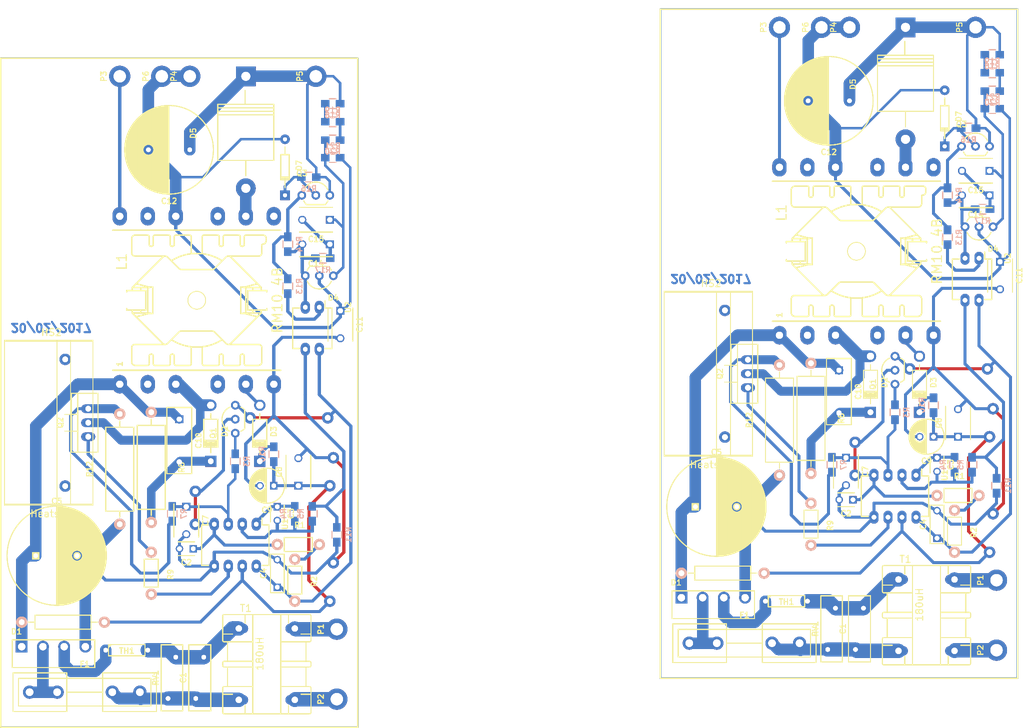
<source format=kicad_pcb>
(kicad_pcb (version 4) (host pcbnew 4.0.5-e0-6337~49~ubuntu16.04.1)
  (layers (0 F.Cu signal) (31 B.Cu signal) (34 B.Paste user) (35 F.Paste user) (36 B.SilkS user) (37 F.SilkS user) (38 B.Mask user) (39 F.Mask user) (44 Edge.Cuts user))
  (net 0 "")
  (net 1 "Net-(C1-Pad1)")
  (net 2 "Net-(C1-Pad2)")
  (net 3 "Net-(C2-Pad1)")
  (net 4 GNDA)
  (net 5 "Net-(C3-Pad1)")
  (net 6 "Net-(C3-Pad2)")
  (net 7 "Net-(C4-Pad1)")
  (net 8 "Net-(C10-Pad1)")
  (net 9 "Net-(C7-Pad1)")
  (net 10 "Net-(C8-Pad1)")
  (net 11 "Net-(C10-Pad2)")
  (net 12 GNDD)
  (net 13 "Net-(C12-Pad1)")
  (net 14 "Net-(C14-Pad1)")
  (net 15 "Net-(C14-Pad2)")
  (net 16 "Net-(C15-Pad1)")
  (net 17 "Net-(D1-Pad2)")
  (net 18 "Net-(D2-Pad2)")
  (net 19 "Net-(D3-Pad2)")
  (net 20 "Net-(D3-Pad1)")
  (net 21 "Net-(D5-Pad2)")
  (net 22 "Net-(D7-Pad1)")
  (net 23 "Net-(L1-Pad12)")
  (net 24 "Net-(P1-Pad1)")
  (net 25 "Net-(P2-Pad1)")
  (net 26 "Net-(Q1-Pad1)")
  (net 27 "Net-(Q2-Pad1)")
  (net 28 "Net-(Q2-Pad3)")
  (net 29 "Net-(Q3-Pad1)")
  (net 30 "Net-(R1-Pad2)")
  (net 31 "Net-(R11-Pad2)")
  (net 32 "Net-(R9-Pad2)")
  (net 33 "Net-(R13-Pad1)")
  (net 34 "Net-(R18-Pad1)")
  (net 35 "Net-(R19-Pad1)")
  (net 36 "Net-(D1-Pad4)")
  (module Mounting_Holes:MountingHole_2.2mm_M2_DIN965_Pad (layer F.Cu) (at 194.31 31.623 90)
    (fp_text reference P6 (at 0 -2.9 90) (layer F.SilkS))
    (fp_text value CONN_01X01)
    (pad 1 thru_hole circle (at 0 0 90) (size 3.8 3.8) (drill 2.2) (layers *.Cu *.Mask) (net 12 GNDD))
  )
  (module Fuse_Holders_and_Fuses:Fuseholder5x20_horiz_open_inline_Type-I (layer F.Cu) (at 180.34 143.383)
    (fp_text reference F1 (at 0 -5.08) (layer F.SilkS))
    (fp_text value Fuse)
    (pad 2 thru_hole circle (at 5.00126 0) (size 2.3495 2.3495) (drill 1.34874) (layers *.Cu *.Mask) (net 2 "Net-(C1-Pad2)"))
    (pad 2 thru_hole circle (at 9.99998 0) (size 2.3495 2.3495) (drill 1.34874) (layers *.Cu *.Mask) (net 2 "Net-(C1-Pad2)"))
    (pad 1 thru_hole circle (at -5.00126 0) (size 2.3495 2.3495) (drill 1.34874) (layers *.Cu *.Mask) (net 17 "Net-(D1-Pad2)"))
    (pad 1 thru_hole circle (at -9.99998 0) (size 2.3495 2.3495) (drill 1.34874) (layers *.Cu *.Mask) (net 17 "Net-(D1-Pad2)"))
  )
  (module Capacitors_THT:C_Disc_D12_P7.75 (layer F.Cu) (at 197.485 93.853 270)
    (fp_text reference C10 (at 3.875 -3.5 270) (layer F.SilkS))
    (fp_text value "103 2kv")
    (pad 1 thru_hole rect (at 0 0 270) (size 1.4 1.4) (drill 0.9) (layers *.Cu *.Mask) (net 8 "Net-(C10-Pad1)"))
    (pad 2 thru_hole circle (at 7.75 0 270) (size 1.4 1.4) (drill 0.9) (layers *.Cu *.Mask) (net 11 "Net-(C10-Pad2)"))
  )
  (module Capacitors_THT:C_Rect_L7_W2.5_P5 (layer F.Cu) (at 215.265 124.333 90)
    (fp_text reference C4 (at 2.5 -2.5 90) (layer F.SilkS))
    (fp_text value 100nF)
    (pad 1 thru_hole rect (at 0 0 90) (size 1.3 1.3) (drill 0.8) (layers *.Cu *.Mask) (net 7 "Net-(C4-Pad1)"))
    (pad 2 thru_hole circle (at 5 0 90) (size 1.3 1.3) (drill 0.8) (layers *.Cu *.Mask) (net 4 GNDA))
  )
  (module Resistors_THT:Resistor_Horizontal_RM7mm (layer F.Cu) (at 218.44 119.253 270)
    (fp_text reference R2 (at 4.05892 -3.50012 270) (layer F.SilkS))
    (fp_text value 22k)
    (pad 1 thru_hole circle (at 0 0 270) (size 1.99898 1.99898) (drill 1.00076) (layers *.Cu *.SilkS *.Mask) (net 30 "Net-(R1-Pad2)"))
    (pad 2 thru_hole circle (at 7.62 0 270) (size 1.99898 1.99898) (drill 1.00076) (layers *.Cu *.SilkS *.Mask) (net 7 "Net-(C4-Pad1)"))
  )
  (module Resistors_THT:Resistor_Horizontal_RM7mm (layer F.Cu) (at 215.265 116.586)
    (fp_text reference R1 (at 4.05892 -3.50012) (layer F.SilkS))
    (fp_text value 4k7)
    (pad 1 thru_hole circle (at 0 0) (size 1.99898 1.99898) (drill 1.00076) (layers *.Cu *.SilkS *.Mask) (net 3 "Net-(C2-Pad1)"))
    (pad 2 thru_hole circle (at 7.62 0) (size 1.99898 1.99898) (drill 1.00076) (layers *.Cu *.SilkS *.Mask) (net 30 "Net-(R1-Pad2)"))
  )
  (module Resistors_THT:Resistor_Horizontal_RM7mm (layer F.Cu) (at 192.405 117.983 270)
    (fp_text reference R9 (at 4.05892 -3.50012 270) (layer F.SilkS))
    (fp_text value 10R)
    (pad 1 thru_hole circle (at 0 0 270) (size 1.99898 1.99898) (drill 1.00076) (layers *.Cu *.SilkS *.Mask) (net 27 "Net-(Q2-Pad1)"))
    (pad 2 thru_hole circle (at 7.62 0 270) (size 1.99898 1.99898) (drill 1.00076) (layers *.Cu *.SilkS *.Mask) (net 32 "Net-(R9-Pad2)"))
  )
  (module heatsink:heatsink-D03PA (layer F.Cu) (at 177.8 94.488 270)
    (fp_text reference HS2 (at -16.4 3.5 360) (layer F.SilkS) (effects (font (size 1.27 1.27) (thickness 0.127))))
    (fp_text value Heatsink (at 16.5 3.3 360) (layer F.SilkS) (effects (font (size 1.27 1.27) (thickness 0.127))))
    (pad B thru_hole circle (at 11.5 1 270) (size 2.032 2.032) (drill 1.016) (layers *.Cu *.Mask))
    (pad A thru_hole circle (at -11.5 1 270) (size 2.032 2.032) (drill 1.016) (layers *.Cu *.Mask))
  )
  (module TO_SOT_Packages_THT:TO-220_Neutral123_Vertical (layer F.Cu) (at 180.975 94.488 90)
    (fp_text reference Q2 (at 0 -5.08 90) (layer F.SilkS))
    (fp_text value Q_NMOS_GDS)
    (pad 2 thru_hole oval (at 0 0 180) (size 2.49936 1.50114) (drill 1.00076) (layers *.Cu *.Mask) (net 18 "Net-(D2-Pad2)"))
    (pad 1 thru_hole oval (at -2.54 0 180) (size 2.49936 1.50114) (drill 1.00076) (layers *.Cu *.Mask) (net 27 "Net-(Q2-Pad1)"))
    (pad 3 thru_hole oval (at 2.54 0 180) (size 2.49936 1.50114) (drill 1.00076) (layers *.Cu *.Mask) (net 28 "Net-(Q2-Pad3)"))
  )
  (module transfo:trafo-siemens-RM8-12A (layer F.Cu) (at 200.66 72.263 90)
    (fp_text reference L1 (at 6.985 -13.589 90) (layer F.SilkS) (effects (font (size 1.778 1.778) (thickness 0.1778))))
    (fp_text value RM10_4B (at 0 14.605 90) (layer F.SilkS) (effects (font (size 1.778 1.778) (thickness 0.1778))))
    (fp_text user 1 (at -11.557 -13.97 90) (layer F.SilkS))
    (pad 12 thru_hole oval (at 15.24 -13.97 180) (size 2.54 3.302) (drill 1.27) (layers *.Cu *.Paste *.Mask) (net 23 "Net-(L1-Pad12)"))
    (pad 6 thru_hole oval (at -15.24 13.97 180) (size 2.54 3.302) (drill 1.27) (layers *.Cu *.Paste *.Mask) (net 4 GNDA))
    (pad 1 thru_hole oval (at -15.24 -13.97 180) (size 2.54 3.302) (drill 1.27) (layers *.Cu *.Paste *.Mask) (net 8 "Net-(C10-Pad1)"))
    (pad 2 thru_hole oval (at -15.24 -8.89 180) (size 2.54 3.302) (drill 1.27) (layers *.Cu *.Paste *.Mask))
    (pad 3 thru_hole oval (at -15.24 -3.81 180) (size 2.54 3.302) (drill 1.27) (layers *.Cu *.Paste *.Mask) (net 18 "Net-(D2-Pad2)"))
    (pad 4 thru_hole oval (at -15.24 3.81 180) (size 2.54 3.302) (drill 1.27) (layers *.Cu *.Paste *.Mask))
    (pad 5 thru_hole oval (at -15.24 8.89 180) (size 2.54 3.302) (drill 1.27) (layers *.Cu *.Paste *.Mask) (net 19 "Net-(D3-Pad2)"))
    (pad 11 thru_hole oval (at 15.24 -8.89 180) (size 2.54 3.302) (drill 1.27) (layers *.Cu *.Paste *.Mask))
    (pad 10 thru_hole oval (at 15.24 -3.81 180) (size 2.54 3.302) (drill 1.27) (layers *.Cu *.Paste *.Mask) (net 12 GNDD))
    (pad 9 thru_hole oval (at 15.24 3.81 180) (size 2.54 3.302) (drill 1.27) (layers *.Cu *.Paste *.Mask))
    (pad 8 thru_hole oval (at 15.24 8.89 180) (size 2.54 3.302) (drill 1.27) (layers *.Cu *.Paste *.Mask) (net 21 "Net-(D5-Pad2)"))
    (pad 7 thru_hole oval (at 15.24 13.97 180) (size 2.54 3.302) (drill 1.27) (layers *.Cu *.Paste *.Mask))
  )
  (module Discret:R3 (layer F.Cu) (at 187.96 135.763)
    (fp_text reference TH1 (at 0 0.127) (layer F.SilkS))
    (fp_text value Thermistor)
    (pad 1 thru_hole circle (at -3.81 0) (size 1.397 1.397) (drill 0.8128) (layers *.Cu *.Mask) (net 36 "Net-(D1-Pad4)"))
    (pad 2 thru_hole circle (at 3.81 0) (size 1.397 1.397) (drill 0.8128) (layers *.Cu *.Mask) (net 1 "Net-(C1-Pad1)"))
  )
  (module Housings_DIP:DIP-4_W7.62mm_LongPads (layer F.Cu) (at 222.885 73.533 270)
    (fp_text reference U2 (at 0 -5.22 270) (layer F.SilkS))
    (fp_text value PC817)
    (pad 1 thru_hole oval (at 0 0 270) (size 2.3 1.6) (drill 0.8) (layers *.Cu *.Mask) (net 33 "Net-(R13-Pad1)"))
    (pad 2 thru_hole oval (at 0 2.54 270) (size 2.3 1.6) (drill 0.8) (layers *.Cu *.Mask) (net 15 "Net-(C14-Pad2)"))
    (pad 3 thru_hole oval (at 7.62 2.54 270) (size 2.3 1.6) (drill 0.8) (layers *.Cu *.Mask) (net 31 "Net-(R11-Pad2)"))
    (pad 4 thru_hole oval (at 7.62 0 270) (size 2.3 1.6) (drill 0.8) (layers *.Cu *.Mask) (net 7 "Net-(C4-Pad1)"))
  )
  (module Housings_DIP:DIP-8_W7.62mm_LongPads (layer F.Cu) (at 211.455 112.903 270)
    (fp_text reference U1 (at 0 -5.22 270) (layer F.SilkS))
    (fp_text value UC384x)
    (pad 1 thru_hole oval (at 0 0 270) (size 2.3 1.6) (drill 0.8) (layers *.Cu *.Mask) (net 5 "Net-(C3-Pad1)"))
    (pad 2 thru_hole oval (at 0 2.54 270) (size 2.3 1.6) (drill 0.8) (layers *.Cu *.Mask) (net 6 "Net-(C3-Pad2)"))
    (pad 3 thru_hole oval (at 0 5.08 270) (size 2.3 1.6) (drill 0.8) (layers *.Cu *.Mask) (net 9 "Net-(C7-Pad1)"))
    (pad 4 thru_hole oval (at 0 7.62 270) (size 2.3 1.6) (drill 0.8) (layers *.Cu *.Mask) (net 3 "Net-(C2-Pad1)"))
    (pad 5 thru_hole oval (at 7.62 7.62 270) (size 2.3 1.6) (drill 0.8) (layers *.Cu *.Mask) (net 4 GNDA))
    (pad 6 thru_hole oval (at 7.62 5.08 270) (size 2.3 1.6) (drill 0.8) (layers *.Cu *.Mask) (net 32 "Net-(R9-Pad2)"))
    (pad 7 thru_hole oval (at 7.62 2.54 270) (size 2.3 1.6) (drill 0.8) (layers *.Cu *.Mask) (net 10 "Net-(C8-Pad1)"))
    (pad 8 thru_hole oval (at 7.62 0 270) (size 2.3 1.6) (drill 0.8) (layers *.Cu *.Mask) (net 7 "Net-(C4-Pad1)"))
  )
  (module inductors:inductors-MFE (layer F.Cu) (at 213.36 138.303 270)
    (fp_text reference T1 (at -10.16 3.81 360) (layer F.SilkS) (effects (font (size 1.27 1.27) (thickness 0.127))))
    (fp_text value 180uH (at -1.905 1.27 270) (layer F.SilkS) (effects (font (size 1.27 1.27) (thickness 0.127))))
    (pad 1 thru_hole oval (at 6.477 5.08 90) (size 1.6764 3.3528) (drill 1.1176) (layers *.Cu *.Paste *.Mask) (net 2 "Net-(C1-Pad2)"))
    (pad 2 thru_hole oval (at 6.477 -5.08 90) (size 1.6764 3.3528) (drill 1.1176) (layers *.Cu *.Paste *.Mask) (net 25 "Net-(P2-Pad1)"))
    (pad 3 thru_hole oval (at -6.477 -5.08 90) (size 1.6764 3.3528) (drill 1.1176) (layers *.Cu *.Paste *.Mask) (net 24 "Net-(P1-Pad1)"))
    (pad 4 thru_hole oval (at -6.477 5.08 90) (size 1.6764 3.3528) (drill 1.1176) (layers *.Cu *.Paste *.Mask) (net 1 "Net-(C1-Pad1)"))
  )
  (module Varistors:RV_Disc_D12_W3.9_P7.5 (layer F.Cu) (at 196.85 137.033 270)
    (fp_text reference RV1 (at 3.75 3.65 270) (layer F.SilkS))
    (fp_text value 14D471K)
    (pad 1 thru_hole circle (at 0 0 270) (size 1.8 1.8) (drill 0.8) (layers *.Cu *.Mask) (net 1 "Net-(C1-Pad1)"))
    (pad 2 thru_hole circle (at 7.5 1.4 270) (size 1.8 1.8) (drill 0.8) (layers *.Cu *.Mask) (net 2 "Net-(C1-Pad2)"))
  )
  (module Resistors_SMD:R_0805_HandSoldering (layer B.Cu) (at 225.298 46.355 180)
    (fp_text reference R21 (at 0 2.1 180) (layer B.SilkS) (effects (justify mirror)))
    (fp_text value 3k)
    (pad 1 smd rect (at -1.35 0 180) (size 1.5 1.3) (layers B.Cu B.Paste B.Mask) (net 12 GNDD))
    (pad 2 smd rect (at 1.35 0 180) (size 1.5 1.3) (layers B.Cu B.Paste B.Mask) (net 16 "Net-(C15-Pad1)"))
  )
  (module Resistors_SMD:R_0805_HandSoldering (layer B.Cu) (at 225.298 43.18)
    (fp_text reference R20 (at 0 2.1) (layer B.SilkS) (effects (justify mirror)))
    (fp_text value 3k9)
    (pad 1 smd rect (at -1.35 0) (size 1.5 1.3) (layers B.Cu B.Paste B.Mask) (net 16 "Net-(C15-Pad1)"))
    (pad 2 smd rect (at 1.35 0) (size 1.5 1.3) (layers B.Cu B.Paste B.Mask) (net 35 "Net-(R19-Pad1)"))
  )
  (module Resistors_SMD:R_0805_HandSoldering (layer B.Cu) (at 225.298 39.878 180)
    (fp_text reference R19 (at 0 2.1 180) (layer B.SilkS) (effects (justify mirror)))
    (fp_text value 18k)
    (pad 1 smd rect (at -1.35 0 180) (size 1.5 1.3) (layers B.Cu B.Paste B.Mask) (net 35 "Net-(R19-Pad1)"))
    (pad 2 smd rect (at 1.35 0 180) (size 1.5 1.3) (layers B.Cu B.Paste B.Mask) (net 34 "Net-(R18-Pad1)"))
  )
  (module Resistors_SMD:R_0805_HandSoldering (layer B.Cu) (at 225.298 36.576)
    (fp_text reference R18 (at 0 2.1) (layer B.SilkS) (effects (justify mirror)))
    (fp_text value 33k)
    (pad 1 smd rect (at -1.35 0) (size 1.5 1.3) (layers B.Cu B.Paste B.Mask) (net 34 "Net-(R18-Pad1)"))
    (pad 2 smd rect (at 1.35 0) (size 1.5 1.3) (layers B.Cu B.Paste B.Mask) (net 13 "Net-(C12-Pad1)"))
  )
  (module Resistors_SMD:R_0805_HandSoldering (layer B.Cu) (at 223.52 64.643)
    (fp_text reference R17 (at 0 2.1) (layer B.SilkS) (effects (justify mirror)))
    (fp_text value 680k)
    (pad 1 smd rect (at -1.35 0) (size 1.5 1.3) (layers B.Cu B.Paste B.Mask) (net 15 "Net-(C14-Pad2)"))
    (pad 2 smd rect (at 1.35 0) (size 1.5 1.3) (layers B.Cu B.Paste B.Mask) (net 14 "Net-(C14-Pad1)"))
  )
  (module Resistors_SMD:R_0805_HandSoldering (layer B.Cu) (at 220.98 49.911)
    (fp_text reference R16 (at 0 2.1) (layer B.SilkS) (effects (justify mirror)))
    (fp_text value 20k)
    (pad 1 smd rect (at -1.35 0) (size 1.5 1.3) (layers B.Cu B.Paste B.Mask) (net 22 "Net-(D7-Pad1)"))
    (pad 2 smd rect (at 1.35 0) (size 1.5 1.3) (layers B.Cu B.Paste B.Mask) (net 13 "Net-(C12-Pad1)"))
  )
  (module Resistors_SMD:R_0805_HandSoldering (layer B.Cu) (at 217.17 62.103 90)
    (fp_text reference R14 (at 0 2.1 90) (layer B.SilkS) (effects (justify mirror)))
    (fp_text value 15k)
    (pad 1 smd rect (at -1.35 0 90) (size 1.5 1.3) (layers B.Cu B.Paste B.Mask) (net 15 "Net-(C14-Pad2)"))
    (pad 2 smd rect (at 1.35 0 90) (size 1.5 1.3) (layers B.Cu B.Paste B.Mask) (net 29 "Net-(Q3-Pad1)"))
  )
  (module Resistors_SMD:R_0805_HandSoldering (layer B.Cu) (at 217.17 69.723 90)
    (fp_text reference R13 (at 0 2.1 90) (layer B.SilkS) (effects (justify mirror)))
    (fp_text value 30k)
    (pad 1 smd rect (at -1.35 0 90) (size 1.5 1.3) (layers B.Cu B.Paste B.Mask) (net 33 "Net-(R13-Pad1)"))
    (pad 2 smd rect (at 1.35 0 90) (size 1.5 1.3) (layers B.Cu B.Paste B.Mask) (net 29 "Net-(Q3-Pad1)"))
  )
  (module Resistors_SMD:R_0805_HandSoldering (layer B.Cu) (at 226.06 114.808 90)
    (fp_text reference R11 (at 0 2.1 90) (layer B.SilkS) (effects (justify mirror)))
    (fp_text value 24k)
    (pad 1 smd rect (at -1.35 0 90) (size 1.5 1.3) (layers B.Cu B.Paste B.Mask) (net 4 GNDA))
    (pad 2 smd rect (at 1.35 0 90) (size 1.5 1.3) (layers B.Cu B.Paste B.Mask) (net 31 "Net-(R11-Pad2)"))
  )
  (module Resistors_SMD:R_0805_HandSoldering (layer B.Cu) (at 214.63 100.203 270)
    (fp_text reference R10 (at 0 2.1 270) (layer B.SilkS) (effects (justify mirror)))
    (fp_text value 10R)
    (pad 1 smd rect (at -1.35 0 270) (size 1.5 1.3) (layers B.Cu B.Paste B.Mask) (net 20 "Net-(D3-Pad1)"))
    (pad 2 smd rect (at 1.35 0 270) (size 1.5 1.3) (layers B.Cu B.Paste B.Mask) (net 10 "Net-(C8-Pad1)"))
  )
  (module Resistors_THT:Resistor_Horizontal_RM20mm (layer F.Cu) (at 192.405 92.583 270)
    (fp_text reference R8 (at 10 -5.4991 270) (layer F.SilkS))
    (fp_text value 4k72W)
    (pad 1 thru_hole circle (at 0 0 270) (size 1.99898 1.99898) (drill 1.00076) (layers *.Cu *.SilkS *.Mask) (net 8 "Net-(C10-Pad1)"))
    (pad 2 thru_hole circle (at 20 0 270) (size 1.99898 1.99898) (drill 1.00076) (layers *.Cu *.SilkS *.Mask) (net 11 "Net-(C10-Pad2)"))
  )
  (module Resistors_SMD:R_0805_HandSoldering (layer B.Cu) (at 196.215 110.998 90)
    (fp_text reference R7 (at 0 2.1 90) (layer B.SilkS) (effects (justify mirror)))
    (fp_text value 1k)
    (pad 1 smd rect (at -1.35 0 90) (size 1.5 1.3) (layers B.Cu B.Paste B.Mask) (net 28 "Net-(Q2-Pad3)"))
    (pad 2 smd rect (at 1.35 0 90) (size 1.5 1.3) (layers B.Cu B.Paste B.Mask) (net 9 "Net-(C7-Pad1)"))
  )
  (module Resistors_THT:Resistor_Horizontal_RM15mm (layer F.Cu) (at 168.91 130.683)
    (fp_text reference R6 (at 7.5 -3.74904) (layer F.SilkS))
    (fp_text value 150K1W)
    (pad 1 thru_hole circle (at 0 0) (size 1.99898 1.99898) (drill 1.00076) (layers *.Cu *.SilkS *.Mask) (net 8 "Net-(C10-Pad1)"))
    (pad 2 thru_hole circle (at 15 0) (size 1.99898 1.99898) (drill 1.00076) (layers *.Cu *.SilkS *.Mask) (net 10 "Net-(C8-Pad1)"))
  )
  (module Resistors_SMD:R_0805_HandSoldering (layer B.Cu) (at 221.615 110.998 270)
    (fp_text reference R5 (at 0 2.1 270) (layer B.SilkS) (effects (justify mirror)))
    (fp_text value 4k7)
    (pad 1 smd rect (at -1.35 0 270) (size 1.5 1.3) (layers B.Cu B.Paste B.Mask) (net 31 "Net-(R11-Pad2)"))
    (pad 2 smd rect (at 1.35 0 270) (size 1.5 1.3) (layers B.Cu B.Paste B.Mask) (net 6 "Net-(C3-Pad2)"))
  )
  (module Resistors_SMD:R_0805_HandSoldering (layer B.Cu) (at 218.44 110.998 270)
    (fp_text reference R4 (at 0 2.1 270) (layer B.SilkS) (effects (justify mirror)))
    (fp_text value 10k)
    (pad 1 smd rect (at -1.35 0 270) (size 1.5 1.3) (layers B.Cu B.Paste B.Mask) (net 5 "Net-(C3-Pad1)"))
    (pad 2 smd rect (at 1.35 0 270) (size 1.5 1.3) (layers B.Cu B.Paste B.Mask) (net 6 "Net-(C3-Pad2)"))
  )
  (module Resistors_SMD:R_0805_HandSoldering (layer B.Cu) (at 207.645 101.473 90)
    (fp_text reference R3 (at 0 2.1 90) (layer B.SilkS) (effects (justify mirror)))
    (fp_text value 4k7)
    (pad 1 smd rect (at -1.35 0 90) (size 1.5 1.3) (layers B.Cu B.Paste B.Mask) (net 9 "Net-(C7-Pad1)"))
    (pad 2 smd rect (at 1.35 0 90) (size 1.5 1.3) (layers B.Cu B.Paste B.Mask) (net 26 "Net-(Q1-Pad1)"))
  )
  (module TO_SOT_Packages_THT:TO-92_Inline_Wide (layer F.Cu) (at 219.71 53.213)
    (fp_text reference Q3 (at 0 -4 180) (layer F.SilkS))
    (fp_text value 2N5551)
    (pad 2 thru_hole circle (at 2.54 0 90) (size 1.524 1.524) (drill 0.8) (layers *.Cu *.Mask) (net 22 "Net-(D7-Pad1)"))
    (pad 3 thru_hole circle (at 5.08 0 90) (size 1.524 1.524) (drill 0.8) (layers *.Cu *.Mask) (net 13 "Net-(C12-Pad1)"))
    (pad 1 thru_hole circle (at 0 0 90) (size 1.524 1.524) (drill 0.8) (layers *.Cu *.Mask) (net 29 "Net-(Q3-Pad1)"))
  )
  (module TO_SOT_Packages_THT:TO-92_Inline_Wide (layer F.Cu) (at 207.645 96.393 90)
    (fp_text reference Q1 (at 0 -4 270) (layer F.SilkS))
    (fp_text value PN2222A)
    (pad 2 thru_hole circle (at 2.54 0 180) (size 1.524 1.524) (drill 0.8) (layers *.Cu *.Mask) (net 3 "Net-(C2-Pad1)"))
    (pad 3 thru_hole circle (at 5.08 0 180) (size 1.524 1.524) (drill 0.8) (layers *.Cu *.Mask) (net 7 "Net-(C4-Pad1)"))
    (pad 1 thru_hole circle (at 0 0 180) (size 1.524 1.524) (drill 0.8) (layers *.Cu *.Mask) (net 26 "Net-(Q1-Pad1)"))
  )
  (module Mounting_Holes:MountingHole_2.2mm_M2_DIN965_Pad (layer F.Cu) (at 222.25 31.623 90)
    (fp_text reference P5 (at 0 -2.9 90) (layer F.SilkS))
    (fp_text value CONN_01X01)
    (pad 1 thru_hole circle (at 0 0 90) (size 3.8 3.8) (drill 2.2) (layers *.Cu *.Mask) (net 13 "Net-(C12-Pad1)"))
  )
  (module Mounting_Holes:MountingHole_2.2mm_M2_DIN965_Pad (layer F.Cu) (at 199.39 31.623 90)
    (fp_text reference P4 (at 0 -2.9 90) (layer F.SilkS))
    (fp_text value CONN_01X01)
    (pad 1 thru_hole circle (at 0 0 90) (size 3.8 3.8) (drill 2.2) (layers *.Cu *.Mask) (net 12 GNDD))
  )
  (module Mounting_Holes:MountingHole_2.2mm_M2_DIN965_Pad (layer F.Cu) (at 186.69 31.623 90)
    (fp_text reference P3 (at 0 -2.9 90) (layer F.SilkS))
    (fp_text value CONN_01X01)
    (pad 1 thru_hole circle (at 0 0 90) (size 3.8 3.8) (drill 2.2) (layers *.Cu *.Mask) (net 23 "Net-(L1-Pad12)"))
  )
  (module Mounting_Holes:MountingHole_2.2mm_M2_DIN965_Pad (layer F.Cu) (at 226.06 144.653 90)
    (fp_text reference P2 (at 0 -2.9 90) (layer F.SilkS))
    (fp_text value CONN_01X01)
    (pad 1 thru_hole circle (at 0 0 90) (size 3.8 3.8) (drill 2.2) (layers *.Cu *.Mask) (net 25 "Net-(P2-Pad1)"))
  )
  (module Mounting_Holes:MountingHole_2.2mm_M2_DIN965_Pad (layer F.Cu) (at 226.06 131.953 90)
    (fp_text reference P1 (at 0 -2.9 90) (layer F.SilkS))
    (fp_text value CONN_01X01)
    (pad 1 thru_hole circle (at 0 0 90) (size 3.8 3.8) (drill 2.2) (layers *.Cu *.Mask) (net 24 "Net-(P1-Pad1)"))
  )
  (module Diodes_THT:Diode_DO-35_SOD27_Horizontal_RM10 (layer F.Cu) (at 216.662 53.213 90)
    (fp_text reference D7 (at 5.43052 2.53746 90) (layer F.SilkS))
    (fp_text value "D_Z 20V")
    (pad 2 thru_hole circle (at 10.16052 -0.00254 270) (size 1.69926 1.69926) (drill 0.70104) (layers *.Cu *.Mask) (net 12 GNDD))
    (pad 1 thru_hole rect (at 0.00052 -0.00254 270) (size 1.69926 1.69926) (drill 0.70104) (layers *.Cu *.Mask) (net 22 "Net-(D7-Pad1)"))
  )
  (module Diodes_THT:Diode_P600_Horizontal (layer F.Cu) (at 209.55 31.623 270)
    (fp_text reference D5 (at 10.32764 9.52246 270) (layer F.SilkS))
    (fp_text value 6A10)
    (pad 2 thru_hole circle (at 20.32 -0.00254 90) (size 3.54076 3.54076) (drill 1.6002) (layers *.Cu *.Mask) (net 21 "Net-(D5-Pad2)"))
    (pad 1 thru_hole rect (at 0 -0.00254 90) (size 3.54076 3.54076) (drill 1.6002) (layers *.Cu *.Mask) (net 13 "Net-(C12-Pad1)"))
  )
  (module TO_SOT_Packages_THT:TO-92_Inline_Wide (layer F.Cu) (at 225.425 67.818 180)
    (fp_text reference D4 (at 0 -4 360) (layer F.SilkS))
    (fp_text value TL431LP)
    (pad 2 thru_hole circle (at 2.54 0 270) (size 1.524 1.524) (drill 0.8) (layers *.Cu *.Mask) (net 12 GNDD))
    (pad 3 thru_hole circle (at 5.08 0 270) (size 1.524 1.524) (drill 0.8) (layers *.Cu *.Mask) (net 15 "Net-(C14-Pad2)"))
    (pad 1 thru_hole circle (at 0 0 270) (size 1.524 1.524) (drill 0.8) (layers *.Cu *.Mask) (net 16 "Net-(C15-Pad1)"))
  )
  (module Diodes_THT:Diode_DO-41_SOD81_Horizontal_RM10 (layer F.Cu) (at 212.09 101.473 90)
    (fp_text reference D3 (at 5.38734 2.53746 90) (layer F.SilkS))
    (fp_text value 1N5819)
    (pad 2 thru_hole circle (at 10.16 -0.00254 270) (size 1.99898 1.99898) (drill 1.27) (layers *.Cu *.Mask) (net 19 "Net-(D3-Pad2)"))
    (pad 1 thru_hole rect (at 0 -0.00254 270) (size 1.99898 1.99898) (drill 1.00076) (layers *.Cu *.Mask) (net 20 "Net-(D3-Pad1)"))
  )
  (module Diodes_THT:Diode_DO-41_SOD81_Horizontal_RM10 (layer F.Cu) (at 203.2 101.473 90)
    (fp_text reference D2 (at 5.38734 2.53746 90) (layer F.SilkS))
    (fp_text value FR207)
    (pad 2 thru_hole circle (at 10.16 -0.00254 270) (size 1.99898 1.99898) (drill 1.27) (layers *.Cu *.Mask) (net 18 "Net-(D2-Pad2)"))
    (pad 1 thru_hole rect (at 0 -0.00254 270) (size 1.99898 1.99898) (drill 1.00076) (layers *.Cu *.Mask) (net 11 "Net-(C10-Pad2)"))
  )
  (module Diodes_THT:Diode_Bridge_KBP206 (layer F.Cu) (at 168.91 135.128)
    (fp_text reference D1 (at -0.95 -2.75) (layer F.SilkS))
    (fp_text value D_Bridge_-A+A)
    (pad 3 thru_hole rect (at 0 0) (size 2.1 2.1) (drill 1.3) (layers *.Cu *.Mask) (net 8 "Net-(C10-Pad1)"))
    (pad 2 thru_hole circle (at 3.85 0) (size 2.1 2.1) (drill 1.3) (layers *.Cu *.Mask) (net 17 "Net-(D1-Pad2)"))
    (pad 1 thru_hole circle (at 11.55 0) (size 2.1 2.1) (drill 1.3) (layers *.Cu *.Mask) (net 4 GNDA))
    (pad 4 thru_hole circle (at 7.7 0) (size 2.1 2.1) (drill 1.3) (layers *.Cu *.Mask) (net 36 "Net-(D1-Pad4)"))
  )
  (module Capacitors_THT:C_Disc_D6_P5 (layer F.Cu) (at 224.79 57.658 180)
    (fp_text reference C15 (at 2.5 -3.5 180) (layer F.SilkS))
    (fp_text value 330pF50V)
    (pad 1 thru_hole rect (at 0 0 180) (size 1.4 1.4) (drill 0.9) (layers *.Cu *.Mask) (net 16 "Net-(C15-Pad1)"))
    (pad 2 thru_hole circle (at 5 0 180) (size 1.4 1.4) (drill 0.9) (layers *.Cu *.Mask) (net 14 "Net-(C14-Pad1)"))
  )
  (module Capacitors_THT:C_Disc_D6_P5 (layer F.Cu) (at 224.79 62.103 180)
    (fp_text reference C14 (at 2.5 -3.5 180) (layer F.SilkS))
    (fp_text value 22pF25V)
    (pad 1 thru_hole rect (at 0 0 180) (size 1.4 1.4) (drill 0.9) (layers *.Cu *.Mask) (net 14 "Net-(C14-Pad1)"))
    (pad 2 thru_hole circle (at 5 0 180) (size 1.4 1.4) (drill 0.9) (layers *.Cu *.Mask) (net 15 "Net-(C14-Pad2)"))
  )
  (module Capacitors_THT:C_Radial_D16_L31.5_P7.5 (layer F.Cu) (at 199.39 44.958 180)
    (fp_text reference C12 (at 3.75 -9.3 180) (layer F.SilkS))
    (fp_text value 330uF100V)
    (pad 1 thru_hole rect (at 0 0 180) (size 1.3 1.3) (drill 0.8) (layers *.Cu *.Mask) (net 13 "Net-(C12-Pad1)"))
    (pad 2 thru_hole circle (at 7.5 0 180) (size 1.3 1.3) (drill 0.8) (layers *.Cu *.Mask) (net 12 GNDD))
  )
  (module Capacitors_THT:C_Disc_D6_P5 (layer F.Cu) (at 226.695 74.168 270)
    (fp_text reference C11 (at 2.5 -3.5 270) (layer F.SilkS))
    (fp_text value "103 2kv")
    (pad 1 thru_hole rect (at 0 0 270) (size 1.4 1.4) (drill 0.9) (layers *.Cu *.Mask) (net 12 GNDD))
    (pad 2 thru_hole circle (at 5 0 270) (size 1.4 1.4) (drill 0.9) (layers *.Cu *.Mask) (net 4 GNDA))
  )
  (module Capacitors_THT:C_Radial_D6.3_L11.2_P2.5 (layer F.Cu) (at 214.63 105.918 180)
    (fp_text reference C9 (at 1.25 -4.4 180) (layer F.SilkS))
    (fp_text value 47uF50V)
    (pad 2 thru_hole circle (at 2.5 0 180) (size 1.3 1.3) (drill 0.8) (layers *.Cu *.Mask) (net 4 GNDA))
    (pad 1 thru_hole rect (at 0 0 180) (size 1.3 1.3) (drill 0.8) (layers *.Cu *.Mask) (net 10 "Net-(C8-Pad1)"))
  )
  (module Capacitors_THT:C_Disc_D6_P5 (layer F.Cu) (at 219.075 105.918 90)
    (fp_text reference C8 (at 2.5 -3.5 90) (layer F.SilkS))
    (fp_text value 100nF50V)
    (pad 1 thru_hole rect (at 0 0 90) (size 1.4 1.4) (drill 0.9) (layers *.Cu *.Mask) (net 10 "Net-(C8-Pad1)"))
    (pad 2 thru_hole circle (at 5 0 90) (size 1.4 1.4) (drill 0.9) (layers *.Cu *.Mask) (net 4 GNDA))
  )
  (module Capacitors_THT:C_Disc_D6_P5 (layer F.Cu) (at 198.755 109.728 270)
    (fp_text reference C7 (at 2.5 -3.5 270) (layer F.SilkS))
    (fp_text value 470pF50V)
    (pad 1 thru_hole rect (at 0 0 270) (size 1.4 1.4) (drill 0.9) (layers *.Cu *.Mask) (net 9 "Net-(C7-Pad1)"))
    (pad 2 thru_hole circle (at 5 0 270) (size 1.4 1.4) (drill 0.9) (layers *.Cu *.Mask) (net 4 GNDA))
  )
  (module Capacitors_THT:C_Radial_D18_L36_P7.5 (layer F.Cu) (at 171.45 118.618)
    (fp_text reference C5 (at 3.81 -9.906) (layer F.SilkS))
    (fp_text value 68uF400V)
    (pad 1 thru_hole rect (at 0 0) (size 1.3 1.3) (drill 0.8) (layers *.Cu *.Mask F.SilkS) (net 8 "Net-(C10-Pad1)"))
    (pad 2 thru_hole circle (at 7.5 0) (size 1.3 1.3) (drill 0.8) (layers *.Cu *.Mask F.SilkS) (net 4 GNDA))
  )
  (module Capacitors_THT:C_Disc_D3_P2.5 (layer F.Cu) (at 215.265 109.728 270)
    (fp_text reference C3 (at 1.25 -2.5 270) (layer F.SilkS))
    (fp_text value 1nF)
    (pad 1 thru_hole rect (at 0 0 270) (size 1.3 1.3) (drill 0.8) (layers *.Cu *.Mask) (net 5 "Net-(C3-Pad1)"))
    (pad 2 thru_hole circle (at 2.5 0 270) (size 1.3 1.3) (drill 0.8001) (layers *.Cu *.Mask) (net 6 "Net-(C3-Pad2)"))
  )
  (module Capacitors_THT:C_Disc_D3_P2.5 (layer F.Cu) (at 200.025 117.348 180)
    (fp_text reference C2 (at 1.25 -2.5 180) (layer F.SilkS))
    (fp_text value 1nF)
    (pad 1 thru_hole rect (at 0 0 180) (size 1.3 1.3) (drill 0.8) (layers *.Cu *.Mask) (net 3 "Net-(C2-Pad1)"))
    (pad 2 thru_hole circle (at 2.5 0 180) (size 1.3 1.3) (drill 0.8001) (layers *.Cu *.Mask) (net 4 GNDA))
  )
  (module Varistors:RV_Disc_D12_W4_P7.5 (layer F.Cu) (at 201.93 137.033 270)
    (fp_text reference C1 (at 3.75 3.725 270) (layer F.SilkS))
    (fp_text value "100 nF")
    (pad 1 thru_hole circle (at 0 0 270) (size 1.8 1.8) (drill 0.8) (layers *.Cu *.Mask) (net 1 "Net-(C1-Pad1)"))
    (pad 2 thru_hole circle (at 7.5 1.45 270) (size 1.8 1.8) (drill 0.8) (layers *.Cu *.Mask) (net 2 "Net-(C1-Pad2)"))
  )
  (module Resistors_THT:Resistor_Horizontal_RM20mm (layer F.Cu) (at 186.69 112.903 90)
    (fp_text reference R12 (at 10 -5.4991 90) (layer F.SilkS))
    (fp_text value 0.33R1W)
    (pad 1 thru_hole circle (at 0 0 90) (size 1.99898 1.99898) (drill 1.00076) (layers *.Cu *.SilkS *.Mask) (net 4 GNDA))
    (pad 2 thru_hole circle (at 20 0 90) (size 1.99898 1.99898) (drill 1.00076) (layers *.Cu *.SilkS *.Mask) (net 28 "Net-(Q2-Pad3)"))
  )
  (module Resistors_THT:Resistor_Horizontal_RM20mm (layer F.Cu) (at 186.69 112.903 90)
    (fp_text reference R12 (at 10 -5.4991 90) (layer F.SilkS))
    (fp_text value 0.33R1W)
    (pad 1 thru_hole circle (at 0 0 90) (size 1.99898 1.99898) (drill 1.00076) (layers *.Cu *.SilkS *.Mask) (net 4 GNDA))
    (pad 2 thru_hole circle (at 20 0 90) (size 1.99898 1.99898) (drill 1.00076) (layers *.Cu *.SilkS *.Mask) (net 28 "Net-(Q2-Pad3)"))
  )
  (module Varistors:RV_Disc_D12_W4_P7.5 (layer F.Cu) (at 201.93 137.033 270)
    (fp_text reference C1 (at 3.75 3.725 270) (layer F.SilkS))
    (fp_text value "100 nF")
    (pad 1 thru_hole circle (at 0 0 270) (size 1.8 1.8) (drill 0.8) (layers *.Cu *.Mask) (net 1 "Net-(C1-Pad1)"))
    (pad 2 thru_hole circle (at 7.5 1.45 270) (size 1.8 1.8) (drill 0.8) (layers *.Cu *.Mask) (net 2 "Net-(C1-Pad2)"))
  )
  (module Capacitors_THT:C_Disc_D3_P2.5 (layer F.Cu) (at 200.025 117.348 180)
    (fp_text reference C2 (at 1.25 -2.5 180) (layer F.SilkS))
    (fp_text value 1nF)
    (pad 1 thru_hole rect (at 0 0 180) (size 1.3 1.3) (drill 0.8) (layers *.Cu *.Mask) (net 3 "Net-(C2-Pad1)"))
    (pad 2 thru_hole circle (at 2.5 0 180) (size 1.3 1.3) (drill 0.8001) (layers *.Cu *.Mask) (net 4 GNDA))
  )
  (module Capacitors_THT:C_Disc_D3_P2.5 (layer F.Cu) (at 215.265 109.728 270)
    (fp_text reference C3 (at 1.25 -2.5 270) (layer F.SilkS))
    (fp_text value 1nF)
    (pad 1 thru_hole rect (at 0 0 270) (size 1.3 1.3) (drill 0.8) (layers *.Cu *.Mask) (net 5 "Net-(C3-Pad1)"))
    (pad 2 thru_hole circle (at 2.5 0 270) (size 1.3 1.3) (drill 0.8001) (layers *.Cu *.Mask) (net 6 "Net-(C3-Pad2)"))
  )
  (module Capacitors_THT:C_Radial_D18_L36_P7.5 (layer F.Cu) (at 171.45 118.618)
    (fp_text reference C5 (at 3.81 -9.906) (layer F.SilkS))
    (fp_text value 68uF400V)
    (pad 1 thru_hole rect (at 0 0) (size 1.3 1.3) (drill 0.8) (layers *.Cu *.Mask F.SilkS) (net 8 "Net-(C10-Pad1)"))
    (pad 2 thru_hole circle (at 7.5 0) (size 1.3 1.3) (drill 0.8) (layers *.Cu *.Mask F.SilkS) (net 4 GNDA))
  )
  (module Capacitors_THT:C_Disc_D6_P5 (layer F.Cu) (at 198.755 109.728 270)
    (fp_text reference C7 (at 2.5 -3.5 270) (layer F.SilkS))
    (fp_text value 470pF50V)
    (pad 1 thru_hole rect (at 0 0 270) (size 1.4 1.4) (drill 0.9) (layers *.Cu *.Mask) (net 9 "Net-(C7-Pad1)"))
    (pad 2 thru_hole circle (at 5 0 270) (size 1.4 1.4) (drill 0.9) (layers *.Cu *.Mask) (net 4 GNDA))
  )
  (module Capacitors_THT:C_Disc_D6_P5 (layer F.Cu) (at 219.075 105.918 90)
    (fp_text reference C8 (at 2.5 -3.5 90) (layer F.SilkS))
    (fp_text value 100nF50V)
    (pad 1 thru_hole rect (at 0 0 90) (size 1.4 1.4) (drill 0.9) (layers *.Cu *.Mask) (net 10 "Net-(C8-Pad1)"))
    (pad 2 thru_hole circle (at 5 0 90) (size 1.4 1.4) (drill 0.9) (layers *.Cu *.Mask) (net 4 GNDA))
  )
  (module Capacitors_THT:C_Radial_D6.3_L11.2_P2.5 (layer F.Cu) (at 214.63 105.918 180)
    (fp_text reference C9 (at 1.25 -4.4 180) (layer F.SilkS))
    (fp_text value 47uF50V)
    (pad 2 thru_hole circle (at 2.5 0 180) (size 1.3 1.3) (drill 0.8) (layers *.Cu *.Mask) (net 4 GNDA))
    (pad 1 thru_hole rect (at 0 0 180) (size 1.3 1.3) (drill 0.8) (layers *.Cu *.Mask) (net 10 "Net-(C8-Pad1)"))
  )
  (module Capacitors_THT:C_Disc_D6_P5 (layer F.Cu) (at 226.695 74.168 270)
    (fp_text reference C11 (at 2.5 -3.5 270) (layer F.SilkS))
    (fp_text value "103 2kv")
    (pad 1 thru_hole rect (at 0 0 270) (size 1.4 1.4) (drill 0.9) (layers *.Cu *.Mask) (net 12 GNDD))
    (pad 2 thru_hole circle (at 5 0 270) (size 1.4 1.4) (drill 0.9) (layers *.Cu *.Mask) (net 4 GNDA))
  )
  (module Capacitors_THT:C_Radial_D16_L31.5_P7.5 (layer F.Cu) (at 199.39 44.958 180)
    (fp_text reference C12 (at 3.75 -9.3 180) (layer F.SilkS))
    (fp_text value 330uF100V)
    (pad 1 thru_hole rect (at 0 0 180) (size 1.3 1.3) (drill 0.8) (layers *.Cu *.Mask) (net 13 "Net-(C12-Pad1)"))
    (pad 2 thru_hole circle (at 7.5 0 180) (size 1.3 1.3) (drill 0.8) (layers *.Cu *.Mask) (net 12 GNDD))
  )
  (module Capacitors_THT:C_Disc_D6_P5 (layer F.Cu) (at 224.79 62.103 180)
    (fp_text reference C14 (at 2.5 -3.5 180) (layer F.SilkS))
    (fp_text value 22pF25V)
    (pad 1 thru_hole rect (at 0 0 180) (size 1.4 1.4) (drill 0.9) (layers *.Cu *.Mask) (net 14 "Net-(C14-Pad1)"))
    (pad 2 thru_hole circle (at 5 0 180) (size 1.4 1.4) (drill 0.9) (layers *.Cu *.Mask) (net 15 "Net-(C14-Pad2)"))
  )
  (module Capacitors_THT:C_Disc_D6_P5 (layer F.Cu) (at 224.79 57.658 180)
    (fp_text reference C15 (at 2.5 -3.5 180) (layer F.SilkS))
    (fp_text value 330pF50V)
    (pad 1 thru_hole rect (at 0 0 180) (size 1.4 1.4) (drill 0.9) (layers *.Cu *.Mask) (net 16 "Net-(C15-Pad1)"))
    (pad 2 thru_hole circle (at 5 0 180) (size 1.4 1.4) (drill 0.9) (layers *.Cu *.Mask) (net 14 "Net-(C14-Pad1)"))
  )
  (module Diodes_THT:Diode_Bridge_KBP206 (layer F.Cu) (at 168.91 135.128)
    (fp_text reference D1 (at -0.95 -2.75) (layer F.SilkS))
    (fp_text value D_Bridge_-A+A)
    (pad 3 thru_hole rect (at 0 0) (size 2.1 2.1) (drill 1.3) (layers *.Cu *.Mask) (net 8 "Net-(C10-Pad1)"))
    (pad 2 thru_hole circle (at 3.85 0) (size 2.1 2.1) (drill 1.3) (layers *.Cu *.Mask) (net 17 "Net-(D1-Pad2)"))
    (pad 1 thru_hole circle (at 11.55 0) (size 2.1 2.1) (drill 1.3) (layers *.Cu *.Mask) (net 4 GNDA))
    (pad 4 thru_hole circle (at 7.7 0) (size 2.1 2.1) (drill 1.3) (layers *.Cu *.Mask) (net 36 "Net-(D1-Pad4)"))
  )
  (module Diodes_THT:Diode_DO-41_SOD81_Horizontal_RM10 (layer F.Cu) (at 203.2 101.473 90)
    (fp_text reference D2 (at 5.38734 2.53746 90) (layer F.SilkS))
    (fp_text value FR207)
    (pad 2 thru_hole circle (at 10.16 -0.00254 270) (size 1.99898 1.99898) (drill 1.27) (layers *.Cu *.Mask) (net 18 "Net-(D2-Pad2)"))
    (pad 1 thru_hole rect (at 0 -0.00254 270) (size 1.99898 1.99898) (drill 1.00076) (layers *.Cu *.Mask) (net 11 "Net-(C10-Pad2)"))
  )
  (module Diodes_THT:Diode_DO-41_SOD81_Horizontal_RM10 (layer F.Cu) (at 212.09 101.473 90)
    (fp_text reference D3 (at 5.38734 2.53746 90) (layer F.SilkS))
    (fp_text value 1N5819)
    (pad 2 thru_hole circle (at 10.16 -0.00254 270) (size 1.99898 1.99898) (drill 1.27) (layers *.Cu *.Mask) (net 19 "Net-(D3-Pad2)"))
    (pad 1 thru_hole rect (at 0 -0.00254 270) (size 1.99898 1.99898) (drill 1.00076) (layers *.Cu *.Mask) (net 20 "Net-(D3-Pad1)"))
  )
  (module TO_SOT_Packages_THT:TO-92_Inline_Wide (layer F.Cu) (at 225.425 67.818 180)
    (fp_text reference D4 (at 0 -4 360) (layer F.SilkS))
    (fp_text value TL431LP)
    (pad 2 thru_hole circle (at 2.54 0 270) (size 1.524 1.524) (drill 0.8) (layers *.Cu *.Mask) (net 12 GNDD))
    (pad 3 thru_hole circle (at 5.08 0 270) (size 1.524 1.524) (drill 0.8) (layers *.Cu *.Mask) (net 15 "Net-(C14-Pad2)"))
    (pad 1 thru_hole circle (at 0 0 270) (size 1.524 1.524) (drill 0.8) (layers *.Cu *.Mask) (net 16 "Net-(C15-Pad1)"))
  )
  (module Diodes_THT:Diode_P600_Horizontal (layer F.Cu) (at 209.55 31.623 270)
    (fp_text reference D5 (at 10.32764 9.52246 270) (layer F.SilkS))
    (fp_text value 6A10)
    (pad 2 thru_hole circle (at 20.32 -0.00254 90) (size 3.54076 3.54076) (drill 1.6002) (layers *.Cu *.Mask) (net 21 "Net-(D5-Pad2)"))
    (pad 1 thru_hole rect (at 0 -0.00254 90) (size 3.54076 3.54076) (drill 1.6002) (layers *.Cu *.Mask) (net 13 "Net-(C12-Pad1)"))
  )
  (module Diodes_THT:Diode_DO-35_SOD27_Horizontal_RM10 (layer F.Cu) (at 216.662 53.213 90)
    (fp_text reference D7 (at 5.43052 2.53746 90) (layer F.SilkS))
    (fp_text value "D_Z 20V")
    (pad 2 thru_hole circle (at 10.16052 -0.00254 270) (size 1.69926 1.69926) (drill 0.70104) (layers *.Cu *.Mask) (net 12 GNDD))
    (pad 1 thru_hole rect (at 0.00052 -0.00254 270) (size 1.69926 1.69926) (drill 0.70104) (layers *.Cu *.Mask) (net 22 "Net-(D7-Pad1)"))
  )
  (module Mounting_Holes:MountingHole_2.2mm_M2_DIN965_Pad (layer F.Cu) (at 226.06 131.953 90)
    (fp_text reference P1 (at 0 -2.9 90) (layer F.SilkS))
    (fp_text value CONN_01X01)
    (pad 1 thru_hole circle (at 0 0 90) (size 3.8 3.8) (drill 2.2) (layers *.Cu *.Mask) (net 24 "Net-(P1-Pad1)"))
  )
  (module Mounting_Holes:MountingHole_2.2mm_M2_DIN965_Pad (layer F.Cu) (at 226.06 144.653 90)
    (fp_text reference P2 (at 0 -2.9 90) (layer F.SilkS))
    (fp_text value CONN_01X01)
    (pad 1 thru_hole circle (at 0 0 90) (size 3.8 3.8) (drill 2.2) (layers *.Cu *.Mask) (net 25 "Net-(P2-Pad1)"))
  )
  (module Mounting_Holes:MountingHole_2.2mm_M2_DIN965_Pad (layer F.Cu) (at 186.69 31.623 90)
    (fp_text reference P3 (at 0 -2.9 90) (layer F.SilkS))
    (fp_text value CONN_01X01)
    (pad 1 thru_hole circle (at 0 0 90) (size 3.8 3.8) (drill 2.2) (layers *.Cu *.Mask) (net 23 "Net-(L1-Pad12)"))
  )
  (module Mounting_Holes:MountingHole_2.2mm_M2_DIN965_Pad (layer F.Cu) (at 199.39 31.623 90)
    (fp_text reference P4 (at 0 -2.9 90) (layer F.SilkS))
    (fp_text value CONN_01X01)
    (pad 1 thru_hole circle (at 0 0 90) (size 3.8 3.8) (drill 2.2) (layers *.Cu *.Mask) (net 12 GNDD))
  )
  (module Mounting_Holes:MountingHole_2.2mm_M2_DIN965_Pad (layer F.Cu) (at 222.25 31.623 90)
    (fp_text reference P5 (at 0 -2.9 90) (layer F.SilkS))
    (fp_text value CONN_01X01)
    (pad 1 thru_hole circle (at 0 0 90) (size 3.8 3.8) (drill 2.2) (layers *.Cu *.Mask) (net 13 "Net-(C12-Pad1)"))
  )
  (module TO_SOT_Packages_THT:TO-92_Inline_Wide (layer F.Cu) (at 207.645 96.393 90)
    (fp_text reference Q1 (at 0 -4 270) (layer F.SilkS))
    (fp_text value PN2222A)
    (pad 2 thru_hole circle (at 2.54 0 180) (size 1.524 1.524) (drill 0.8) (layers *.Cu *.Mask) (net 3 "Net-(C2-Pad1)"))
    (pad 3 thru_hole circle (at 5.08 0 180) (size 1.524 1.524) (drill 0.8) (layers *.Cu *.Mask) (net 7 "Net-(C4-Pad1)"))
    (pad 1 thru_hole circle (at 0 0 180) (size 1.524 1.524) (drill 0.8) (layers *.Cu *.Mask) (net 26 "Net-(Q1-Pad1)"))
  )
  (module TO_SOT_Packages_THT:TO-92_Inline_Wide (layer F.Cu) (at 219.71 53.213)
    (fp_text reference Q3 (at 0 -4 180) (layer F.SilkS))
    (fp_text value 2N5551)
    (pad 2 thru_hole circle (at 2.54 0 90) (size 1.524 1.524) (drill 0.8) (layers *.Cu *.Mask) (net 22 "Net-(D7-Pad1)"))
    (pad 3 thru_hole circle (at 5.08 0 90) (size 1.524 1.524) (drill 0.8) (layers *.Cu *.Mask) (net 13 "Net-(C12-Pad1)"))
    (pad 1 thru_hole circle (at 0 0 90) (size 1.524 1.524) (drill 0.8) (layers *.Cu *.Mask) (net 29 "Net-(Q3-Pad1)"))
  )
  (module Resistors_SMD:R_0805_HandSoldering (layer B.Cu) (at 207.645 101.473 90)
    (fp_text reference R3 (at 0 2.1 90) (layer B.SilkS) (effects (justify mirror)))
    (fp_text value 4k7)
    (pad 1 smd rect (at -1.35 0 90) (size 1.5 1.3) (layers B.Cu B.Paste B.Mask) (net 9 "Net-(C7-Pad1)"))
    (pad 2 smd rect (at 1.35 0 90) (size 1.5 1.3) (layers B.Cu B.Paste B.Mask) (net 26 "Net-(Q1-Pad1)"))
  )
  (module Resistors_SMD:R_0805_HandSoldering (layer B.Cu) (at 218.44 110.998 270)
    (fp_text reference R4 (at 0 2.1 270) (layer B.SilkS) (effects (justify mirror)))
    (fp_text value 10k)
    (pad 1 smd rect (at -1.35 0 270) (size 1.5 1.3) (layers B.Cu B.Paste B.Mask) (net 5 "Net-(C3-Pad1)"))
    (pad 2 smd rect (at 1.35 0 270) (size 1.5 1.3) (layers B.Cu B.Paste B.Mask) (net 6 "Net-(C3-Pad2)"))
  )
  (module Resistors_SMD:R_0805_HandSoldering (layer B.Cu) (at 221.615 110.998 270)
    (fp_text reference R5 (at 0 2.1 270) (layer B.SilkS) (effects (justify mirror)))
    (fp_text value 4k7)
    (pad 1 smd rect (at -1.35 0 270) (size 1.5 1.3) (layers B.Cu B.Paste B.Mask) (net 31 "Net-(R11-Pad2)"))
    (pad 2 smd rect (at 1.35 0 270) (size 1.5 1.3) (layers B.Cu B.Paste B.Mask) (net 6 "Net-(C3-Pad2)"))
  )
  (module Resistors_THT:Resistor_Horizontal_RM15mm (layer F.Cu) (at 168.91 130.683)
    (fp_text reference R6 (at 7.5 -3.74904) (layer F.SilkS))
    (fp_text value 150K1W)
    (pad 1 thru_hole circle (at 0 0) (size 1.99898 1.99898) (drill 1.00076) (layers *.Cu *.SilkS *.Mask) (net 8 "Net-(C10-Pad1)"))
    (pad 2 thru_hole circle (at 15 0) (size 1.99898 1.99898) (drill 1.00076) (layers *.Cu *.SilkS *.Mask) (net 10 "Net-(C8-Pad1)"))
  )
  (module Resistors_SMD:R_0805_HandSoldering (layer B.Cu) (at 196.215 110.998 90)
    (fp_text reference R7 (at 0 2.1 90) (layer B.SilkS) (effects (justify mirror)))
    (fp_text value 1k)
    (pad 1 smd rect (at -1.35 0 90) (size 1.5 1.3) (layers B.Cu B.Paste B.Mask) (net 28 "Net-(Q2-Pad3)"))
    (pad 2 smd rect (at 1.35 0 90) (size 1.5 1.3) (layers B.Cu B.Paste B.Mask) (net 9 "Net-(C7-Pad1)"))
  )
  (module Resistors_THT:Resistor_Horizontal_RM20mm (layer F.Cu) (at 192.405 92.583 270)
    (fp_text reference R8 (at 10 -5.4991 270) (layer F.SilkS))
    (fp_text value 4k72W)
    (pad 1 thru_hole circle (at 0 0 270) (size 1.99898 1.99898) (drill 1.00076) (layers *.Cu *.SilkS *.Mask) (net 8 "Net-(C10-Pad1)"))
    (pad 2 thru_hole circle (at 20 0 270) (size 1.99898 1.99898) (drill 1.00076) (layers *.Cu *.SilkS *.Mask) (net 11 "Net-(C10-Pad2)"))
  )
  (module Resistors_SMD:R_0805_HandSoldering (layer B.Cu) (at 214.63 100.203 270)
    (fp_text reference R10 (at 0 2.1 270) (layer B.SilkS) (effects (justify mirror)))
    (fp_text value 10R)
    (pad 1 smd rect (at -1.35 0 270) (size 1.5 1.3) (layers B.Cu B.Paste B.Mask) (net 20 "Net-(D3-Pad1)"))
    (pad 2 smd rect (at 1.35 0 270) (size 1.5 1.3) (layers B.Cu B.Paste B.Mask) (net 10 "Net-(C8-Pad1)"))
  )
  (module Resistors_SMD:R_0805_HandSoldering (layer B.Cu) (at 226.06 114.808 90)
    (fp_text reference R11 (at 0 2.1 90) (layer B.SilkS) (effects (justify mirror)))
    (fp_text value 24k)
    (pad 1 smd rect (at -1.35 0 90) (size 1.5 1.3) (layers B.Cu B.Paste B.Mask) (net 4 GNDA))
    (pad 2 smd rect (at 1.35 0 90) (size 1.5 1.3) (layers B.Cu B.Paste B.Mask) (net 31 "Net-(R11-Pad2)"))
  )
  (module Resistors_SMD:R_0805_HandSoldering (layer B.Cu) (at 217.17 69.723 90)
    (fp_text reference R13 (at 0 2.1 90) (layer B.SilkS) (effects (justify mirror)))
    (fp_text value 30k)
    (pad 1 smd rect (at -1.35 0 90) (size 1.5 1.3) (layers B.Cu B.Paste B.Mask) (net 33 "Net-(R13-Pad1)"))
    (pad 2 smd rect (at 1.35 0 90) (size 1.5 1.3) (layers B.Cu B.Paste B.Mask) (net 29 "Net-(Q3-Pad1)"))
  )
  (module Resistors_SMD:R_0805_HandSoldering (layer B.Cu) (at 217.17 62.103 90)
    (fp_text reference R14 (at 0 2.1 90) (layer B.SilkS) (effects (justify mirror)))
    (fp_text value 15k)
    (pad 1 smd rect (at -1.35 0 90) (size 1.5 1.3) (layers B.Cu B.Paste B.Mask) (net 15 "Net-(C14-Pad2)"))
    (pad 2 smd rect (at 1.35 0 90) (size 1.5 1.3) (layers B.Cu B.Paste B.Mask) (net 29 "Net-(Q3-Pad1)"))
  )
  (module Resistors_SMD:R_0805_HandSoldering (layer B.Cu) (at 220.98 49.911)
    (fp_text reference R16 (at 0 2.1) (layer B.SilkS) (effects (justify mirror)))
    (fp_text value 20k)
    (pad 1 smd rect (at -1.35 0) (size 1.5 1.3) (layers B.Cu B.Paste B.Mask) (net 22 "Net-(D7-Pad1)"))
    (pad 2 smd rect (at 1.35 0) (size 1.5 1.3) (layers B.Cu B.Paste B.Mask) (net 13 "Net-(C12-Pad1)"))
  )
  (module Resistors_SMD:R_0805_HandSoldering (layer B.Cu) (at 223.52 64.643)
    (fp_text reference R17 (at 0 2.1) (layer B.SilkS) (effects (justify mirror)))
    (fp_text value 680k)
    (pad 1 smd rect (at -1.35 0) (size 1.5 1.3) (layers B.Cu B.Paste B.Mask) (net 15 "Net-(C14-Pad2)"))
    (pad 2 smd rect (at 1.35 0) (size 1.5 1.3) (layers B.Cu B.Paste B.Mask) (net 14 "Net-(C14-Pad1)"))
  )
  (module Resistors_SMD:R_0805_HandSoldering (layer B.Cu) (at 225.298 36.576)
    (fp_text reference R18 (at 0 2.1) (layer B.SilkS) (effects (justify mirror)))
    (fp_text value 33k)
    (pad 1 smd rect (at -1.35 0) (size 1.5 1.3) (layers B.Cu B.Paste B.Mask) (net 34 "Net-(R18-Pad1)"))
    (pad 2 smd rect (at 1.35 0) (size 1.5 1.3) (layers B.Cu B.Paste B.Mask) (net 13 "Net-(C12-Pad1)"))
  )
  (module Resistors_SMD:R_0805_HandSoldering (layer B.Cu) (at 225.298 39.878 180)
    (fp_text reference R19 (at 0 2.1 180) (layer B.SilkS) (effects (justify mirror)))
    (fp_text value 18k)
    (pad 1 smd rect (at -1.35 0 180) (size 1.5 1.3) (layers B.Cu B.Paste B.Mask) (net 35 "Net-(R19-Pad1)"))
    (pad 2 smd rect (at 1.35 0 180) (size 1.5 1.3) (layers B.Cu B.Paste B.Mask) (net 34 "Net-(R18-Pad1)"))
  )
  (module Resistors_SMD:R_0805_HandSoldering (layer B.Cu) (at 225.298 43.18)
    (fp_text reference R20 (at 0 2.1) (layer B.SilkS) (effects (justify mirror)))
    (fp_text value 3k9)
    (pad 1 smd rect (at -1.35 0) (size 1.5 1.3) (layers B.Cu B.Paste B.Mask) (net 16 "Net-(C15-Pad1)"))
    (pad 2 smd rect (at 1.35 0) (size 1.5 1.3) (layers B.Cu B.Paste B.Mask) (net 35 "Net-(R19-Pad1)"))
  )
  (module Resistors_SMD:R_0805_HandSoldering (layer B.Cu) (at 225.298 46.355 180)
    (fp_text reference R21 (at 0 2.1 180) (layer B.SilkS) (effects (justify mirror)))
    (fp_text value 3k)
    (pad 1 smd rect (at -1.35 0 180) (size 1.5 1.3) (layers B.Cu B.Paste B.Mask) (net 12 GNDD))
    (pad 2 smd rect (at 1.35 0 180) (size 1.5 1.3) (layers B.Cu B.Paste B.Mask) (net 16 "Net-(C15-Pad1)"))
  )
  (module Varistors:RV_Disc_D12_W3.9_P7.5 (layer F.Cu) (at 196.85 137.033 270)
    (fp_text reference RV1 (at 3.75 3.65 270) (layer F.SilkS))
    (fp_text value 14D471K)
    (pad 1 thru_hole circle (at 0 0 270) (size 1.8 1.8) (drill 0.8) (layers *.Cu *.Mask) (net 1 "Net-(C1-Pad1)"))
    (pad 2 thru_hole circle (at 7.5 1.4 270) (size 1.8 1.8) (drill 0.8) (layers *.Cu *.Mask) (net 2 "Net-(C1-Pad2)"))
  )
  (module inductors:inductors-MFE (layer F.Cu) (at 213.36 138.303 270)
    (fp_text reference T1 (at -10.16 3.81 360) (layer F.SilkS) (effects (font (size 1.27 1.27) (thickness 0.127))))
    (fp_text value 180uH (at -1.905 1.27 270) (layer F.SilkS) (effects (font (size 1.27 1.27) (thickness 0.127))))
    (pad 1 thru_hole oval (at 6.477 5.08 90) (size 1.6764 3.3528) (drill 1.1176) (layers *.Cu *.Paste *.Mask) (net 2 "Net-(C1-Pad2)"))
    (pad 2 thru_hole oval (at 6.477 -5.08 90) (size 1.6764 3.3528) (drill 1.1176) (layers *.Cu *.Paste *.Mask) (net 25 "Net-(P2-Pad1)"))
    (pad 3 thru_hole oval (at -6.477 -5.08 90) (size 1.6764 3.3528) (drill 1.1176) (layers *.Cu *.Paste *.Mask) (net 24 "Net-(P1-Pad1)"))
    (pad 4 thru_hole oval (at -6.477 5.08 90) (size 1.6764 3.3528) (drill 1.1176) (layers *.Cu *.Paste *.Mask) (net 1 "Net-(C1-Pad1)"))
  )
  (module Housings_DIP:DIP-8_W7.62mm_LongPads (layer F.Cu) (at 211.455 112.903 270)
    (fp_text reference U1 (at 0 -5.22 270) (layer F.SilkS))
    (fp_text value UC384x)
    (pad 1 thru_hole oval (at 0 0 270) (size 2.3 1.6) (drill 0.8) (layers *.Cu *.Mask) (net 5 "Net-(C3-Pad1)"))
    (pad 2 thru_hole oval (at 0 2.54 270) (size 2.3 1.6) (drill 0.8) (layers *.Cu *.Mask) (net 6 "Net-(C3-Pad2)"))
    (pad 3 thru_hole oval (at 0 5.08 270) (size 2.3 1.6) (drill 0.8) (layers *.Cu *.Mask) (net 9 "Net-(C7-Pad1)"))
    (pad 4 thru_hole oval (at 0 7.62 270) (size 2.3 1.6) (drill 0.8) (layers *.Cu *.Mask) (net 3 "Net-(C2-Pad1)"))
    (pad 5 thru_hole oval (at 7.62 7.62 270) (size 2.3 1.6) (drill 0.8) (layers *.Cu *.Mask) (net 4 GNDA))
    (pad 6 thru_hole oval (at 7.62 5.08 270) (size 2.3 1.6) (drill 0.8) (layers *.Cu *.Mask) (net 32 "Net-(R9-Pad2)"))
    (pad 7 thru_hole oval (at 7.62 2.54 270) (size 2.3 1.6) (drill 0.8) (layers *.Cu *.Mask) (net 10 "Net-(C8-Pad1)"))
    (pad 8 thru_hole oval (at 7.62 0 270) (size 2.3 1.6) (drill 0.8) (layers *.Cu *.Mask) (net 7 "Net-(C4-Pad1)"))
  )
  (module Housings_DIP:DIP-4_W7.62mm_LongPads (layer F.Cu) (at 222.885 73.533 270)
    (fp_text reference U2 (at 0 -5.22 270) (layer F.SilkS))
    (fp_text value PC817)
    (pad 1 thru_hole oval (at 0 0 270) (size 2.3 1.6) (drill 0.8) (layers *.Cu *.Mask) (net 33 "Net-(R13-Pad1)"))
    (pad 2 thru_hole oval (at 0 2.54 270) (size 2.3 1.6) (drill 0.8) (layers *.Cu *.Mask) (net 15 "Net-(C14-Pad2)"))
    (pad 3 thru_hole oval (at 7.62 2.54 270) (size 2.3 1.6) (drill 0.8) (layers *.Cu *.Mask) (net 31 "Net-(R11-Pad2)"))
    (pad 4 thru_hole oval (at 7.62 0 270) (size 2.3 1.6) (drill 0.8) (layers *.Cu *.Mask) (net 7 "Net-(C4-Pad1)"))
  )
  (module Discret:R3 (layer F.Cu) (at 187.96 135.763)
    (fp_text reference TH1 (at 0 0.127) (layer F.SilkS))
    (fp_text value Thermistor)
    (pad 1 thru_hole circle (at -3.81 0) (size 1.397 1.397) (drill 0.8128) (layers *.Cu *.Mask) (net 36 "Net-(D1-Pad4)"))
    (pad 2 thru_hole circle (at 3.81 0) (size 1.397 1.397) (drill 0.8128) (layers *.Cu *.Mask) (net 1 "Net-(C1-Pad1)"))
  )
  (module transfo:trafo-siemens-RM8-12A (layer F.Cu) (at 200.66 72.263 90)
    (fp_text reference L1 (at 6.985 -13.589 90) (layer F.SilkS) (effects (font (size 1.778 1.778) (thickness 0.1778))))
    (fp_text value RM10_4B (at 0 14.605 90) (layer F.SilkS) (effects (font (size 1.778 1.778) (thickness 0.1778))))
    (fp_text user 1 (at -11.557 -13.97 90) (layer F.SilkS))
    (pad 12 thru_hole oval (at 15.24 -13.97 180) (size 2.54 3.302) (drill 1.27) (layers *.Cu *.Paste *.Mask) (net 23 "Net-(L1-Pad12)"))
    (pad 6 thru_hole oval (at -15.24 13.97 180) (size 2.54 3.302) (drill 1.27) (layers *.Cu *.Paste *.Mask) (net 4 GNDA))
    (pad 1 thru_hole oval (at -15.24 -13.97 180) (size 2.54 3.302) (drill 1.27) (layers *.Cu *.Paste *.Mask) (net 8 "Net-(C10-Pad1)"))
    (pad 2 thru_hole oval (at -15.24 -8.89 180) (size 2.54 3.302) (drill 1.27) (layers *.Cu *.Paste *.Mask))
    (pad 3 thru_hole oval (at -15.24 -3.81 180) (size 2.54 3.302) (drill 1.27) (layers *.Cu *.Paste *.Mask) (net 18 "Net-(D2-Pad2)"))
    (pad 4 thru_hole oval (at -15.24 3.81 180) (size 2.54 3.302) (drill 1.27) (layers *.Cu *.Paste *.Mask))
    (pad 5 thru_hole oval (at -15.24 8.89 180) (size 2.54 3.302) (drill 1.27) (layers *.Cu *.Paste *.Mask) (net 19 "Net-(D3-Pad2)"))
    (pad 11 thru_hole oval (at 15.24 -8.89 180) (size 2.54 3.302) (drill 1.27) (layers *.Cu *.Paste *.Mask))
    (pad 10 thru_hole oval (at 15.24 -3.81 180) (size 2.54 3.302) (drill 1.27) (layers *.Cu *.Paste *.Mask) (net 12 GNDD))
    (pad 9 thru_hole oval (at 15.24 3.81 180) (size 2.54 3.302) (drill 1.27) (layers *.Cu *.Paste *.Mask))
    (pad 8 thru_hole oval (at 15.24 8.89 180) (size 2.54 3.302) (drill 1.27) (layers *.Cu *.Paste *.Mask) (net 21 "Net-(D5-Pad2)"))
    (pad 7 thru_hole oval (at 15.24 13.97 180) (size 2.54 3.302) (drill 1.27) (layers *.Cu *.Paste *.Mask))
  )
  (module TO_SOT_Packages_THT:TO-220_Neutral123_Vertical (layer F.Cu) (at 180.975 94.488 90)
    (fp_text reference Q2 (at 0 -5.08 90) (layer F.SilkS))
    (fp_text value Q_NMOS_GDS)
    (pad 2 thru_hole oval (at 0 0 180) (size 2.49936 1.50114) (drill 1.00076) (layers *.Cu *.Mask) (net 18 "Net-(D2-Pad2)"))
    (pad 1 thru_hole oval (at -2.54 0 180) (size 2.49936 1.50114) (drill 1.00076) (layers *.Cu *.Mask) (net 27 "Net-(Q2-Pad1)"))
    (pad 3 thru_hole oval (at 2.54 0 180) (size 2.49936 1.50114) (drill 1.00076) (layers *.Cu *.Mask) (net 28 "Net-(Q2-Pad3)"))
  )
  (module heatsink:heatsink-D03PA (layer F.Cu) (at 177.8 94.488 270)
    (fp_text reference HS2 (at -16.4 3.5 360) (layer F.SilkS) (effects (font (size 1.27 1.27) (thickness 0.127))))
    (fp_text value Heatsink (at 16.5 3.3 360) (layer F.SilkS) (effects (font (size 1.27 1.27) (thickness 0.127))))
    (pad B thru_hole circle (at 11.5 1 270) (size 2.032 2.032) (drill 1.016) (layers *.Cu *.Mask))
    (pad A thru_hole circle (at -11.5 1 270) (size 2.032 2.032) (drill 1.016) (layers *.Cu *.Mask))
  )
  (module Resistors_THT:Resistor_Horizontal_RM7mm (layer F.Cu) (at 192.405 117.983 270)
    (fp_text reference R9 (at 4.05892 -3.50012 270) (layer F.SilkS))
    (fp_text value 10R)
    (pad 1 thru_hole circle (at 0 0 270) (size 1.99898 1.99898) (drill 1.00076) (layers *.Cu *.SilkS *.Mask) (net 27 "Net-(Q2-Pad1)"))
    (pad 2 thru_hole circle (at 7.62 0 270) (size 1.99898 1.99898) (drill 1.00076) (layers *.Cu *.SilkS *.Mask) (net 32 "Net-(R9-Pad2)"))
  )
  (module Resistors_THT:Resistor_Horizontal_RM7mm (layer F.Cu) (at 215.265 116.586)
    (fp_text reference R1 (at 4.05892 -3.50012) (layer F.SilkS))
    (fp_text value 4k7)
    (pad 1 thru_hole circle (at 0 0) (size 1.99898 1.99898) (drill 1.00076) (layers *.Cu *.SilkS *.Mask) (net 3 "Net-(C2-Pad1)"))
    (pad 2 thru_hole circle (at 7.62 0) (size 1.99898 1.99898) (drill 1.00076) (layers *.Cu *.SilkS *.Mask) (net 30 "Net-(R1-Pad2)"))
  )
  (module Resistors_THT:Resistor_Horizontal_RM7mm (layer F.Cu) (at 218.44 119.253 270)
    (fp_text reference R2 (at 4.05892 -3.50012 270) (layer F.SilkS))
    (fp_text value 22k)
    (pad 1 thru_hole circle (at 0 0 270) (size 1.99898 1.99898) (drill 1.00076) (layers *.Cu *.SilkS *.Mask) (net 30 "Net-(R1-Pad2)"))
    (pad 2 thru_hole circle (at 7.62 0 270) (size 1.99898 1.99898) (drill 1.00076) (layers *.Cu *.SilkS *.Mask) (net 7 "Net-(C4-Pad1)"))
  )
  (module Capacitors_THT:C_Rect_L7_W2.5_P5 (layer F.Cu) (at 215.265 124.333 90)
    (fp_text reference C4 (at 2.5 -2.5 90) (layer F.SilkS))
    (fp_text value 100nF)
    (pad 1 thru_hole rect (at 0 0 90) (size 1.3 1.3) (drill 0.8) (layers *.Cu *.Mask) (net 7 "Net-(C4-Pad1)"))
    (pad 2 thru_hole circle (at 5 0 90) (size 1.3 1.3) (drill 0.8) (layers *.Cu *.Mask) (net 4 GNDA))
  )
  (module Capacitors_THT:C_Disc_D12_P7.75 (layer F.Cu) (at 197.485 93.853 270)
    (fp_text reference C10 (at 3.875 -3.5 270) (layer F.SilkS))
    (fp_text value "103 2kv")
    (pad 1 thru_hole rect (at 0 0 270) (size 1.4 1.4) (drill 0.9) (layers *.Cu *.Mask) (net 8 "Net-(C10-Pad1)"))
    (pad 2 thru_hole circle (at 7.75 0 270) (size 1.4 1.4) (drill 0.9) (layers *.Cu *.Mask) (net 11 "Net-(C10-Pad2)"))
  )
  (module Fuse_Holders_and_Fuses:Fuseholder5x20_horiz_open_inline_Type-I (layer F.Cu) (at 180.34 143.383)
    (fp_text reference F1 (at 0 -5.08) (layer F.SilkS))
    (fp_text value Fuse)
    (pad 2 thru_hole circle (at 5.00126 0) (size 2.3495 2.3495) (drill 1.34874) (layers *.Cu *.Mask) (net 2 "Net-(C1-Pad2)"))
    (pad 2 thru_hole circle (at 9.99998 0) (size 2.3495 2.3495) (drill 1.34874) (layers *.Cu *.Mask) (net 2 "Net-(C1-Pad2)"))
    (pad 1 thru_hole circle (at -5.00126 0) (size 2.3495 2.3495) (drill 1.34874) (layers *.Cu *.Mask) (net 17 "Net-(D1-Pad2)"))
    (pad 1 thru_hole circle (at -9.99998 0) (size 2.3495 2.3495) (drill 1.34874) (layers *.Cu *.Mask) (net 17 "Net-(D1-Pad2)"))
  )
  (module Mounting_Holes:MountingHole_2.2mm_M2_DIN965_Pad (layer F.Cu) (at 194.31 31.623 90)
    (fp_text reference P6 (at 0 -2.9 90) (layer F.SilkS))
    (fp_text value CONN_01X01)
    (pad 1 thru_hole circle (at 0 0 90) (size 3.8 3.8) (drill 2.2) (layers *.Cu *.Mask) (net 12 GNDD))
  )
  (module Mounting_Holes:MountingHole_2.2mm_M2_DIN965_Pad (layer F.Cu) (at 194.31 31.623 90)
    (fp_text reference P6 (at 0 -2.9 90) (layer F.SilkS))
    (fp_text value CONN_01X01)
    (pad 1 thru_hole circle (at 0 0 90) (size 3.8 3.8) (drill 2.2) (layers *.Cu *.Mask) (net 12 GNDD))
  )
  (module Fuse_Holders_and_Fuses:Fuseholder5x20_horiz_open_inline_Type-I (layer F.Cu) (at 180.34 143.383)
    (fp_text reference F1 (at 0 -5.08) (layer F.SilkS))
    (fp_text value Fuse)
    (pad 2 thru_hole circle (at 5.00126 0) (size 2.3495 2.3495) (drill 1.34874) (layers *.Cu *.Mask) (net 2 "Net-(C1-Pad2)"))
    (pad 2 thru_hole circle (at 9.99998 0) (size 2.3495 2.3495) (drill 1.34874) (layers *.Cu *.Mask) (net 2 "Net-(C1-Pad2)"))
    (pad 1 thru_hole circle (at -5.00126 0) (size 2.3495 2.3495) (drill 1.34874) (layers *.Cu *.Mask) (net 17 "Net-(D1-Pad2)"))
    (pad 1 thru_hole circle (at -9.99998 0) (size 2.3495 2.3495) (drill 1.34874) (layers *.Cu *.Mask) (net 17 "Net-(D1-Pad2)"))
  )
  (module Capacitors_THT:C_Disc_D12_P7.75 (layer F.Cu) (at 197.485 93.853 270)
    (fp_text reference C10 (at 3.875 -3.5 270) (layer F.SilkS))
    (fp_text value "103 2kv")
    (pad 1 thru_hole rect (at 0 0 270) (size 1.4 1.4) (drill 0.9) (layers *.Cu *.Mask) (net 8 "Net-(C10-Pad1)"))
    (pad 2 thru_hole circle (at 7.75 0 270) (size 1.4 1.4) (drill 0.9) (layers *.Cu *.Mask) (net 11 "Net-(C10-Pad2)"))
  )
  (module Capacitors_THT:C_Rect_L7_W2.5_P5 (layer F.Cu) (at 215.265 124.333 90)
    (fp_text reference C4 (at 2.5 -2.5 90) (layer F.SilkS))
    (fp_text value 100nF)
    (pad 1 thru_hole rect (at 0 0 90) (size 1.3 1.3) (drill 0.8) (layers *.Cu *.Mask) (net 7 "Net-(C4-Pad1)"))
    (pad 2 thru_hole circle (at 5 0 90) (size 1.3 1.3) (drill 0.8) (layers *.Cu *.Mask) (net 4 GNDA))
  )
  (module Resistors_THT:Resistor_Horizontal_RM7mm (layer F.Cu) (at 218.44 119.253 270)
    (fp_text reference R2 (at 4.05892 -3.50012 270) (layer F.SilkS))
    (fp_text value 22k)
    (pad 1 thru_hole circle (at 0 0 270) (size 1.99898 1.99898) (drill 1.00076) (layers *.Cu *.SilkS *.Mask) (net 30 "Net-(R1-Pad2)"))
    (pad 2 thru_hole circle (at 7.62 0 270) (size 1.99898 1.99898) (drill 1.00076) (layers *.Cu *.SilkS *.Mask) (net 7 "Net-(C4-Pad1)"))
  )
  (module Resistors_THT:Resistor_Horizontal_RM7mm (layer F.Cu) (at 215.265 116.586)
    (fp_text reference R1 (at 4.05892 -3.50012) (layer F.SilkS))
    (fp_text value 4k7)
    (pad 1 thru_hole circle (at 0 0) (size 1.99898 1.99898) (drill 1.00076) (layers *.Cu *.SilkS *.Mask) (net 3 "Net-(C2-Pad1)"))
    (pad 2 thru_hole circle (at 7.62 0) (size 1.99898 1.99898) (drill 1.00076) (layers *.Cu *.SilkS *.Mask) (net 30 "Net-(R1-Pad2)"))
  )
  (module Resistors_THT:Resistor_Horizontal_RM7mm (layer F.Cu) (at 192.405 117.983 270)
    (fp_text reference R9 (at 4.05892 -3.50012 270) (layer F.SilkS))
    (fp_text value 10R)
    (pad 1 thru_hole circle (at 0 0 270) (size 1.99898 1.99898) (drill 1.00076) (layers *.Cu *.SilkS *.Mask) (net 27 "Net-(Q2-Pad1)"))
    (pad 2 thru_hole circle (at 7.62 0 270) (size 1.99898 1.99898) (drill 1.00076) (layers *.Cu *.SilkS *.Mask) (net 32 "Net-(R9-Pad2)"))
  )
  (module heatsink:heatsink-D03PA (layer F.Cu) (at 177.8 94.488 270)
    (fp_text reference HS2 (at -16.4 3.5 360) (layer F.SilkS) (effects (font (size 1.27 1.27) (thickness 0.127))))
    (fp_text value Heatsink (at 16.5 3.3 360) (layer F.SilkS) (effects (font (size 1.27 1.27) (thickness 0.127))))
    (pad B thru_hole circle (at 11.5 1 270) (size 2.032 2.032) (drill 1.016) (layers *.Cu *.Mask))
    (pad A thru_hole circle (at -11.5 1 270) (size 2.032 2.032) (drill 1.016) (layers *.Cu *.Mask))
  )
  (module TO_SOT_Packages_THT:TO-220_Neutral123_Vertical (layer F.Cu) (at 180.975 94.488 90)
    (fp_text reference Q2 (at 0 -5.08 90) (layer F.SilkS))
    (fp_text value Q_NMOS_GDS)
    (pad 2 thru_hole oval (at 0 0 180) (size 2.49936 1.50114) (drill 1.00076) (layers *.Cu *.Mask) (net 18 "Net-(D2-Pad2)"))
    (pad 1 thru_hole oval (at -2.54 0 180) (size 2.49936 1.50114) (drill 1.00076) (layers *.Cu *.Mask) (net 27 "Net-(Q2-Pad1)"))
    (pad 3 thru_hole oval (at 2.54 0 180) (size 2.49936 1.50114) (drill 1.00076) (layers *.Cu *.Mask) (net 28 "Net-(Q2-Pad3)"))
  )
  (module transfo:trafo-siemens-RM8-12A (layer F.Cu) (at 200.66 72.263 90)
    (fp_text reference L1 (at 6.985 -13.589 90) (layer F.SilkS) (effects (font (size 1.778 1.778) (thickness 0.1778))))
    (fp_text value RM10_4B (at 0 14.605 90) (layer F.SilkS) (effects (font (size 1.778 1.778) (thickness 0.1778))))
    (fp_text user 1 (at -11.557 -13.97 90) (layer F.SilkS))
    (pad 12 thru_hole oval (at 15.24 -13.97 180) (size 2.54 3.302) (drill 1.27) (layers *.Cu *.Paste *.Mask) (net 23 "Net-(L1-Pad12)"))
    (pad 6 thru_hole oval (at -15.24 13.97 180) (size 2.54 3.302) (drill 1.27) (layers *.Cu *.Paste *.Mask) (net 4 GNDA))
    (pad 1 thru_hole oval (at -15.24 -13.97 180) (size 2.54 3.302) (drill 1.27) (layers *.Cu *.Paste *.Mask) (net 8 "Net-(C10-Pad1)"))
    (pad 2 thru_hole oval (at -15.24 -8.89 180) (size 2.54 3.302) (drill 1.27) (layers *.Cu *.Paste *.Mask))
    (pad 3 thru_hole oval (at -15.24 -3.81 180) (size 2.54 3.302) (drill 1.27) (layers *.Cu *.Paste *.Mask) (net 18 "Net-(D2-Pad2)"))
    (pad 4 thru_hole oval (at -15.24 3.81 180) (size 2.54 3.302) (drill 1.27) (layers *.Cu *.Paste *.Mask))
    (pad 5 thru_hole oval (at -15.24 8.89 180) (size 2.54 3.302) (drill 1.27) (layers *.Cu *.Paste *.Mask) (net 19 "Net-(D3-Pad2)"))
    (pad 11 thru_hole oval (at 15.24 -8.89 180) (size 2.54 3.302) (drill 1.27) (layers *.Cu *.Paste *.Mask))
    (pad 10 thru_hole oval (at 15.24 -3.81 180) (size 2.54 3.302) (drill 1.27) (layers *.Cu *.Paste *.Mask) (net 12 GNDD))
    (pad 9 thru_hole oval (at 15.24 3.81 180) (size 2.54 3.302) (drill 1.27) (layers *.Cu *.Paste *.Mask))
    (pad 8 thru_hole oval (at 15.24 8.89 180) (size 2.54 3.302) (drill 1.27) (layers *.Cu *.Paste *.Mask) (net 21 "Net-(D5-Pad2)"))
    (pad 7 thru_hole oval (at 15.24 13.97 180) (size 2.54 3.302) (drill 1.27) (layers *.Cu *.Paste *.Mask))
  )
  (module Discret:R3 (layer F.Cu) (at 187.96 135.763)
    (fp_text reference TH1 (at 0 0.127) (layer F.SilkS))
    (fp_text value Thermistor)
    (pad 1 thru_hole circle (at -3.81 0) (size 1.397 1.397) (drill 0.8128) (layers *.Cu *.Mask) (net 36 "Net-(D1-Pad4)"))
    (pad 2 thru_hole circle (at 3.81 0) (size 1.397 1.397) (drill 0.8128) (layers *.Cu *.Mask) (net 1 "Net-(C1-Pad1)"))
  )
  (module Housings_DIP:DIP-4_W7.62mm_LongPads (layer F.Cu) (at 222.885 73.533 270)
    (fp_text reference U2 (at 0 -5.22 270) (layer F.SilkS))
    (fp_text value PC817)
    (pad 1 thru_hole oval (at 0 0 270) (size 2.3 1.6) (drill 0.8) (layers *.Cu *.Mask) (net 33 "Net-(R13-Pad1)"))
    (pad 2 thru_hole oval (at 0 2.54 270) (size 2.3 1.6) (drill 0.8) (layers *.Cu *.Mask) (net 15 "Net-(C14-Pad2)"))
    (pad 3 thru_hole oval (at 7.62 2.54 270) (size 2.3 1.6) (drill 0.8) (layers *.Cu *.Mask) (net 31 "Net-(R11-Pad2)"))
    (pad 4 thru_hole oval (at 7.62 0 270) (size 2.3 1.6) (drill 0.8) (layers *.Cu *.Mask) (net 7 "Net-(C4-Pad1)"))
  )
  (module Housings_DIP:DIP-8_W7.62mm_LongPads (layer F.Cu) (at 211.455 112.903 270)
    (fp_text reference U1 (at 0 -5.22 270) (layer F.SilkS))
    (fp_text value UC384x)
    (pad 1 thru_hole oval (at 0 0 270) (size 2.3 1.6) (drill 0.8) (layers *.Cu *.Mask) (net 5 "Net-(C3-Pad1)"))
    (pad 2 thru_hole oval (at 0 2.54 270) (size 2.3 1.6) (drill 0.8) (layers *.Cu *.Mask) (net 6 "Net-(C3-Pad2)"))
    (pad 3 thru_hole oval (at 0 5.08 270) (size 2.3 1.6) (drill 0.8) (layers *.Cu *.Mask) (net 9 "Net-(C7-Pad1)"))
    (pad 4 thru_hole oval (at 0 7.62 270) (size 2.3 1.6) (drill 0.8) (layers *.Cu *.Mask) (net 3 "Net-(C2-Pad1)"))
    (pad 5 thru_hole oval (at 7.62 7.62 270) (size 2.3 1.6) (drill 0.8) (layers *.Cu *.Mask) (net 4 GNDA))
    (pad 6 thru_hole oval (at 7.62 5.08 270) (size 2.3 1.6) (drill 0.8) (layers *.Cu *.Mask) (net 32 "Net-(R9-Pad2)"))
    (pad 7 thru_hole oval (at 7.62 2.54 270) (size 2.3 1.6) (drill 0.8) (layers *.Cu *.Mask) (net 10 "Net-(C8-Pad1)"))
    (pad 8 thru_hole oval (at 7.62 0 270) (size 2.3 1.6) (drill 0.8) (layers *.Cu *.Mask) (net 7 "Net-(C4-Pad1)"))
  )
  (module inductors:inductors-MFE (layer F.Cu) (at 213.36 138.303 270)
    (fp_text reference T1 (at -10.16 3.81 360) (layer F.SilkS) (effects (font (size 1.27 1.27) (thickness 0.127))))
    (fp_text value 180uH (at -1.905 1.27 270) (layer F.SilkS) (effects (font (size 1.27 1.27) (thickness 0.127))))
    (pad 1 thru_hole oval (at 6.477 5.08 90) (size 1.6764 3.3528) (drill 1.1176) (layers *.Cu *.Paste *.Mask) (net 2 "Net-(C1-Pad2)"))
    (pad 2 thru_hole oval (at 6.477 -5.08 90) (size 1.6764 3.3528) (drill 1.1176) (layers *.Cu *.Paste *.Mask) (net 25 "Net-(P2-Pad1)"))
    (pad 3 thru_hole oval (at -6.477 -5.08 90) (size 1.6764 3.3528) (drill 1.1176) (layers *.Cu *.Paste *.Mask) (net 24 "Net-(P1-Pad1)"))
    (pad 4 thru_hole oval (at -6.477 5.08 90) (size 1.6764 3.3528) (drill 1.1176) (layers *.Cu *.Paste *.Mask) (net 1 "Net-(C1-Pad1)"))
  )
  (module Varistors:RV_Disc_D12_W3.9_P7.5 (layer F.Cu) (at 196.85 137.033 270)
    (fp_text reference RV1 (at 3.75 3.65 270) (layer F.SilkS))
    (fp_text value 14D471K)
    (pad 1 thru_hole circle (at 0 0 270) (size 1.8 1.8) (drill 0.8) (layers *.Cu *.Mask) (net 1 "Net-(C1-Pad1)"))
    (pad 2 thru_hole circle (at 7.5 1.4 270) (size 1.8 1.8) (drill 0.8) (layers *.Cu *.Mask) (net 2 "Net-(C1-Pad2)"))
  )
  (module Resistors_SMD:R_0805_HandSoldering (layer B.Cu) (at 225.298 46.355 180)
    (fp_text reference R21 (at 0 2.1 180) (layer B.SilkS) (effects (justify mirror)))
    (fp_text value 3k)
    (pad 1 smd rect (at -1.35 0 180) (size 1.5 1.3) (layers B.Cu B.Paste B.Mask) (net 12 GNDD))
    (pad 2 smd rect (at 1.35 0 180) (size 1.5 1.3) (layers B.Cu B.Paste B.Mask) (net 16 "Net-(C15-Pad1)"))
  )
  (module Resistors_SMD:R_0805_HandSoldering (layer B.Cu) (at 225.298 43.18)
    (fp_text reference R20 (at 0 2.1) (layer B.SilkS) (effects (justify mirror)))
    (fp_text value 3k9)
    (pad 1 smd rect (at -1.35 0) (size 1.5 1.3) (layers B.Cu B.Paste B.Mask) (net 16 "Net-(C15-Pad1)"))
    (pad 2 smd rect (at 1.35 0) (size 1.5 1.3) (layers B.Cu B.Paste B.Mask) (net 35 "Net-(R19-Pad1)"))
  )
  (module Resistors_SMD:R_0805_HandSoldering (layer B.Cu) (at 225.298 39.878 180)
    (fp_text reference R19 (at 0 2.1 180) (layer B.SilkS) (effects (justify mirror)))
    (fp_text value 18k)
    (pad 1 smd rect (at -1.35 0 180) (size 1.5 1.3) (layers B.Cu B.Paste B.Mask) (net 35 "Net-(R19-Pad1)"))
    (pad 2 smd rect (at 1.35 0 180) (size 1.5 1.3) (layers B.Cu B.Paste B.Mask) (net 34 "Net-(R18-Pad1)"))
  )
  (module Resistors_SMD:R_0805_HandSoldering (layer B.Cu) (at 225.298 36.576)
    (fp_text reference R18 (at 0 2.1) (layer B.SilkS) (effects (justify mirror)))
    (fp_text value 33k)
    (pad 1 smd rect (at -1.35 0) (size 1.5 1.3) (layers B.Cu B.Paste B.Mask) (net 34 "Net-(R18-Pad1)"))
    (pad 2 smd rect (at 1.35 0) (size 1.5 1.3) (layers B.Cu B.Paste B.Mask) (net 13 "Net-(C12-Pad1)"))
  )
  (module Resistors_SMD:R_0805_HandSoldering (layer B.Cu) (at 223.52 64.643)
    (fp_text reference R17 (at 0 2.1) (layer B.SilkS) (effects (justify mirror)))
    (fp_text value 680k)
    (pad 1 smd rect (at -1.35 0) (size 1.5 1.3) (layers B.Cu B.Paste B.Mask) (net 15 "Net-(C14-Pad2)"))
    (pad 2 smd rect (at 1.35 0) (size 1.5 1.3) (layers B.Cu B.Paste B.Mask) (net 14 "Net-(C14-Pad1)"))
  )
  (module Resistors_SMD:R_0805_HandSoldering (layer B.Cu) (at 220.98 49.911)
    (fp_text reference R16 (at 0 2.1) (layer B.SilkS) (effects (justify mirror)))
    (fp_text value 20k)
    (pad 1 smd rect (at -1.35 0) (size 1.5 1.3) (layers B.Cu B.Paste B.Mask) (net 22 "Net-(D7-Pad1)"))
    (pad 2 smd rect (at 1.35 0) (size 1.5 1.3) (layers B.Cu B.Paste B.Mask) (net 13 "Net-(C12-Pad1)"))
  )
  (module Resistors_SMD:R_0805_HandSoldering (layer B.Cu) (at 217.17 62.103 90)
    (fp_text reference R14 (at 0 2.1 90) (layer B.SilkS) (effects (justify mirror)))
    (fp_text value 15k)
    (pad 1 smd rect (at -1.35 0 90) (size 1.5 1.3) (layers B.Cu B.Paste B.Mask) (net 15 "Net-(C14-Pad2)"))
    (pad 2 smd rect (at 1.35 0 90) (size 1.5 1.3) (layers B.Cu B.Paste B.Mask) (net 29 "Net-(Q3-Pad1)"))
  )
  (module Resistors_SMD:R_0805_HandSoldering (layer B.Cu) (at 217.17 69.723 90)
    (fp_text reference R13 (at 0 2.1 90) (layer B.SilkS) (effects (justify mirror)))
    (fp_text value 30k)
    (pad 1 smd rect (at -1.35 0 90) (size 1.5 1.3) (layers B.Cu B.Paste B.Mask) (net 33 "Net-(R13-Pad1)"))
    (pad 2 smd rect (at 1.35 0 90) (size 1.5 1.3) (layers B.Cu B.Paste B.Mask) (net 29 "Net-(Q3-Pad1)"))
  )
  (module Resistors_SMD:R_0805_HandSoldering (layer B.Cu) (at 226.06 114.808 90)
    (fp_text reference R11 (at 0 2.1 90) (layer B.SilkS) (effects (justify mirror)))
    (fp_text value 24k)
    (pad 1 smd rect (at -1.35 0 90) (size 1.5 1.3) (layers B.Cu B.Paste B.Mask) (net 4 GNDA))
    (pad 2 smd rect (at 1.35 0 90) (size 1.5 1.3) (layers B.Cu B.Paste B.Mask) (net 31 "Net-(R11-Pad2)"))
  )
  (module Resistors_SMD:R_0805_HandSoldering (layer B.Cu) (at 214.63 100.203 270)
    (fp_text reference R10 (at 0 2.1 270) (layer B.SilkS) (effects (justify mirror)))
    (fp_text value 10R)
    (pad 1 smd rect (at -1.35 0 270) (size 1.5 1.3) (layers B.Cu B.Paste B.Mask) (net 20 "Net-(D3-Pad1)"))
    (pad 2 smd rect (at 1.35 0 270) (size 1.5 1.3) (layers B.Cu B.Paste B.Mask) (net 10 "Net-(C8-Pad1)"))
  )
  (module Resistors_THT:Resistor_Horizontal_RM20mm (layer F.Cu) (at 192.405 92.583 270)
    (fp_text reference R8 (at 10 -5.4991 270) (layer F.SilkS))
    (fp_text value 4k72W)
    (pad 1 thru_hole circle (at 0 0 270) (size 1.99898 1.99898) (drill 1.00076) (layers *.Cu *.SilkS *.Mask) (net 8 "Net-(C10-Pad1)"))
    (pad 2 thru_hole circle (at 20 0 270) (size 1.99898 1.99898) (drill 1.00076) (layers *.Cu *.SilkS *.Mask) (net 11 "Net-(C10-Pad2)"))
  )
  (module Resistors_SMD:R_0805_HandSoldering (layer B.Cu) (at 196.215 110.998 90)
    (fp_text reference R7 (at 0 2.1 90) (layer B.SilkS) (effects (justify mirror)))
    (fp_text value 1k)
    (pad 1 smd rect (at -1.35 0 90) (size 1.5 1.3) (layers B.Cu B.Paste B.Mask) (net 28 "Net-(Q2-Pad3)"))
    (pad 2 smd rect (at 1.35 0 90) (size 1.5 1.3) (layers B.Cu B.Paste B.Mask) (net 9 "Net-(C7-Pad1)"))
  )
  (module Resistors_THT:Resistor_Horizontal_RM15mm (layer F.Cu) (at 168.91 130.683)
    (fp_text reference R6 (at 7.5 -3.74904) (layer F.SilkS))
    (fp_text value 150K1W)
    (pad 1 thru_hole circle (at 0 0) (size 1.99898 1.99898) (drill 1.00076) (layers *.Cu *.SilkS *.Mask) (net 8 "Net-(C10-Pad1)"))
    (pad 2 thru_hole circle (at 15 0) (size 1.99898 1.99898) (drill 1.00076) (layers *.Cu *.SilkS *.Mask) (net 10 "Net-(C8-Pad1)"))
  )
  (module Resistors_SMD:R_0805_HandSoldering (layer B.Cu) (at 221.615 110.998 270)
    (fp_text reference R5 (at 0 2.1 270) (layer B.SilkS) (effects (justify mirror)))
    (fp_text value 4k7)
    (pad 1 smd rect (at -1.35 0 270) (size 1.5 1.3) (layers B.Cu B.Paste B.Mask) (net 31 "Net-(R11-Pad2)"))
    (pad 2 smd rect (at 1.35 0 270) (size 1.5 1.3) (layers B.Cu B.Paste B.Mask) (net 6 "Net-(C3-Pad2)"))
  )
  (module Resistors_SMD:R_0805_HandSoldering (layer B.Cu) (at 218.44 110.998 270)
    (fp_text reference R4 (at 0 2.1 270) (layer B.SilkS) (effects (justify mirror)))
    (fp_text value 10k)
    (pad 1 smd rect (at -1.35 0 270) (size 1.5 1.3) (layers B.Cu B.Paste B.Mask) (net 5 "Net-(C3-Pad1)"))
    (pad 2 smd rect (at 1.35 0 270) (size 1.5 1.3) (layers B.Cu B.Paste B.Mask) (net 6 "Net-(C3-Pad2)"))
  )
  (module Resistors_SMD:R_0805_HandSoldering (layer B.Cu) (at 207.645 101.473 90)
    (fp_text reference R3 (at 0 2.1 90) (layer B.SilkS) (effects (justify mirror)))
    (fp_text value 4k7)
    (pad 1 smd rect (at -1.35 0 90) (size 1.5 1.3) (layers B.Cu B.Paste B.Mask) (net 9 "Net-(C7-Pad1)"))
    (pad 2 smd rect (at 1.35 0 90) (size 1.5 1.3) (layers B.Cu B.Paste B.Mask) (net 26 "Net-(Q1-Pad1)"))
  )
  (module TO_SOT_Packages_THT:TO-92_Inline_Wide (layer F.Cu) (at 219.71 53.213)
    (fp_text reference Q3 (at 0 -4 180) (layer F.SilkS))
    (fp_text value 2N5551)
    (pad 2 thru_hole circle (at 2.54 0 90) (size 1.524 1.524) (drill 0.8) (layers *.Cu *.Mask) (net 22 "Net-(D7-Pad1)"))
    (pad 3 thru_hole circle (at 5.08 0 90) (size 1.524 1.524) (drill 0.8) (layers *.Cu *.Mask) (net 13 "Net-(C12-Pad1)"))
    (pad 1 thru_hole circle (at 0 0 90) (size 1.524 1.524) (drill 0.8) (layers *.Cu *.Mask) (net 29 "Net-(Q3-Pad1)"))
  )
  (module TO_SOT_Packages_THT:TO-92_Inline_Wide (layer F.Cu) (at 207.645 96.393 90)
    (fp_text reference Q1 (at 0 -4 270) (layer F.SilkS))
    (fp_text value PN2222A)
    (pad 2 thru_hole circle (at 2.54 0 180) (size 1.524 1.524) (drill 0.8) (layers *.Cu *.Mask) (net 3 "Net-(C2-Pad1)"))
    (pad 3 thru_hole circle (at 5.08 0 180) (size 1.524 1.524) (drill 0.8) (layers *.Cu *.Mask) (net 7 "Net-(C4-Pad1)"))
    (pad 1 thru_hole circle (at 0 0 180) (size 1.524 1.524) (drill 0.8) (layers *.Cu *.Mask) (net 26 "Net-(Q1-Pad1)"))
  )
  (module Mounting_Holes:MountingHole_2.2mm_M2_DIN965_Pad (layer F.Cu) (at 222.25 31.623 90)
    (fp_text reference P5 (at 0 -2.9 90) (layer F.SilkS))
    (fp_text value CONN_01X01)
    (pad 1 thru_hole circle (at 0 0 90) (size 3.8 3.8) (drill 2.2) (layers *.Cu *.Mask) (net 13 "Net-(C12-Pad1)"))
  )
  (module Mounting_Holes:MountingHole_2.2mm_M2_DIN965_Pad (layer F.Cu) (at 199.39 31.623 90)
    (fp_text reference P4 (at 0 -2.9 90) (layer F.SilkS))
    (fp_text value CONN_01X01)
    (pad 1 thru_hole circle (at 0 0 90) (size 3.8 3.8) (drill 2.2) (layers *.Cu *.Mask) (net 12 GNDD))
  )
  (module Mounting_Holes:MountingHole_2.2mm_M2_DIN965_Pad (layer F.Cu) (at 186.69 31.623 90)
    (fp_text reference P3 (at 0 -2.9 90) (layer F.SilkS))
    (fp_text value CONN_01X01)
    (pad 1 thru_hole circle (at 0 0 90) (size 3.8 3.8) (drill 2.2) (layers *.Cu *.Mask) (net 23 "Net-(L1-Pad12)"))
  )
  (module Mounting_Holes:MountingHole_2.2mm_M2_DIN965_Pad (layer F.Cu) (at 226.06 144.653 90)
    (fp_text reference P2 (at 0 -2.9 90) (layer F.SilkS))
    (fp_text value CONN_01X01)
    (pad 1 thru_hole circle (at 0 0 90) (size 3.8 3.8) (drill 2.2) (layers *.Cu *.Mask) (net 25 "Net-(P2-Pad1)"))
  )
  (module Mounting_Holes:MountingHole_2.2mm_M2_DIN965_Pad (layer F.Cu) (at 226.06 131.953 90)
    (fp_text reference P1 (at 0 -2.9 90) (layer F.SilkS))
    (fp_text value CONN_01X01)
    (pad 1 thru_hole circle (at 0 0 90) (size 3.8 3.8) (drill 2.2) (layers *.Cu *.Mask) (net 24 "Net-(P1-Pad1)"))
  )
  (module Diodes_THT:Diode_DO-35_SOD27_Horizontal_RM10 (layer F.Cu) (at 216.662 53.213 90)
    (fp_text reference D7 (at 5.43052 2.53746 90) (layer F.SilkS))
    (fp_text value "D_Z 20V")
    (pad 2 thru_hole circle (at 10.16052 -0.00254 270) (size 1.69926 1.69926) (drill 0.70104) (layers *.Cu *.Mask) (net 12 GNDD))
    (pad 1 thru_hole rect (at 0.00052 -0.00254 270) (size 1.69926 1.69926) (drill 0.70104) (layers *.Cu *.Mask) (net 22 "Net-(D7-Pad1)"))
  )
  (module Diodes_THT:Diode_P600_Horizontal (layer F.Cu) (at 209.55 31.623 270)
    (fp_text reference D5 (at 10.32764 9.52246 270) (layer F.SilkS))
    (fp_text value 6A10)
    (pad 2 thru_hole circle (at 20.32 -0.00254 90) (size 3.54076 3.54076) (drill 1.6002) (layers *.Cu *.Mask) (net 21 "Net-(D5-Pad2)"))
    (pad 1 thru_hole rect (at 0 -0.00254 90) (size 3.54076 3.54076) (drill 1.6002) (layers *.Cu *.Mask) (net 13 "Net-(C12-Pad1)"))
  )
  (module TO_SOT_Packages_THT:TO-92_Inline_Wide (layer F.Cu) (at 225.425 67.818 180)
    (fp_text reference D4 (at 0 -4 360) (layer F.SilkS))
    (fp_text value TL431LP)
    (pad 2 thru_hole circle (at 2.54 0 270) (size 1.524 1.524) (drill 0.8) (layers *.Cu *.Mask) (net 12 GNDD))
    (pad 3 thru_hole circle (at 5.08 0 270) (size 1.524 1.524) (drill 0.8) (layers *.Cu *.Mask) (net 15 "Net-(C14-Pad2)"))
    (pad 1 thru_hole circle (at 0 0 270) (size 1.524 1.524) (drill 0.8) (layers *.Cu *.Mask) (net 16 "Net-(C15-Pad1)"))
  )
  (module Diodes_THT:Diode_DO-41_SOD81_Horizontal_RM10 (layer F.Cu) (at 212.09 101.473 90)
    (fp_text reference D3 (at 5.38734 2.53746 90) (layer F.SilkS))
    (fp_text value 1N5819)
    (pad 2 thru_hole circle (at 10.16 -0.00254 270) (size 1.99898 1.99898) (drill 1.27) (layers *.Cu *.Mask) (net 19 "Net-(D3-Pad2)"))
    (pad 1 thru_hole rect (at 0 -0.00254 270) (size 1.99898 1.99898) (drill 1.00076) (layers *.Cu *.Mask) (net 20 "Net-(D3-Pad1)"))
  )
  (module Diodes_THT:Diode_DO-41_SOD81_Horizontal_RM10 (layer F.Cu) (at 203.2 101.473 90)
    (fp_text reference D2 (at 5.38734 2.53746 90) (layer F.SilkS))
    (fp_text value FR207)
    (pad 2 thru_hole circle (at 10.16 -0.00254 270) (size 1.99898 1.99898) (drill 1.27) (layers *.Cu *.Mask) (net 18 "Net-(D2-Pad2)"))
    (pad 1 thru_hole rect (at 0 -0.00254 270) (size 1.99898 1.99898) (drill 1.00076) (layers *.Cu *.Mask) (net 11 "Net-(C10-Pad2)"))
  )
  (module Diodes_THT:Diode_Bridge_KBP206 (layer F.Cu) (at 168.91 135.128)
    (fp_text reference D1 (at -0.95 -2.75) (layer F.SilkS))
    (fp_text value D_Bridge_-A+A)
    (pad 3 thru_hole rect (at 0 0) (size 2.1 2.1) (drill 1.3) (layers *.Cu *.Mask) (net 8 "Net-(C10-Pad1)"))
    (pad 2 thru_hole circle (at 3.85 0) (size 2.1 2.1) (drill 1.3) (layers *.Cu *.Mask) (net 17 "Net-(D1-Pad2)"))
    (pad 1 thru_hole circle (at 11.55 0) (size 2.1 2.1) (drill 1.3) (layers *.Cu *.Mask) (net 4 GNDA))
    (pad 4 thru_hole circle (at 7.7 0) (size 2.1 2.1) (drill 1.3) (layers *.Cu *.Mask) (net 36 "Net-(D1-Pad4)"))
  )
  (module Capacitors_THT:C_Disc_D6_P5 (layer F.Cu) (at 224.79 57.658 180)
    (fp_text reference C15 (at 2.5 -3.5 180) (layer F.SilkS))
    (fp_text value 330pF50V)
    (pad 1 thru_hole rect (at 0 0 180) (size 1.4 1.4) (drill 0.9) (layers *.Cu *.Mask) (net 16 "Net-(C15-Pad1)"))
    (pad 2 thru_hole circle (at 5 0 180) (size 1.4 1.4) (drill 0.9) (layers *.Cu *.Mask) (net 14 "Net-(C14-Pad1)"))
  )
  (module Capacitors_THT:C_Disc_D6_P5 (layer F.Cu) (at 224.79 62.103 180)
    (fp_text reference C14 (at 2.5 -3.5 180) (layer F.SilkS))
    (fp_text value 22pF25V)
    (pad 1 thru_hole rect (at 0 0 180) (size 1.4 1.4) (drill 0.9) (layers *.Cu *.Mask) (net 14 "Net-(C14-Pad1)"))
    (pad 2 thru_hole circle (at 5 0 180) (size 1.4 1.4) (drill 0.9) (layers *.Cu *.Mask) (net 15 "Net-(C14-Pad2)"))
  )
  (module Capacitors_THT:C_Radial_D16_L31.5_P7.5 (layer F.Cu) (at 199.39 44.958 180)
    (fp_text reference C12 (at 3.75 -9.3 180) (layer F.SilkS))
    (fp_text value 330uF100V)
    (pad 1 thru_hole rect (at 0 0 180) (size 1.3 1.3) (drill 0.8) (layers *.Cu *.Mask) (net 13 "Net-(C12-Pad1)"))
    (pad 2 thru_hole circle (at 7.5 0 180) (size 1.3 1.3) (drill 0.8) (layers *.Cu *.Mask) (net 12 GNDD))
  )
  (module Capacitors_THT:C_Disc_D6_P5 (layer F.Cu) (at 226.695 74.168 270)
    (fp_text reference C11 (at 2.5 -3.5 270) (layer F.SilkS))
    (fp_text value "103 2kv")
    (pad 1 thru_hole rect (at 0 0 270) (size 1.4 1.4) (drill 0.9) (layers *.Cu *.Mask) (net 12 GNDD))
    (pad 2 thru_hole circle (at 5 0 270) (size 1.4 1.4) (drill 0.9) (layers *.Cu *.Mask) (net 4 GNDA))
  )
  (module Capacitors_THT:C_Radial_D6.3_L11.2_P2.5 (layer F.Cu) (at 214.63 105.918 180)
    (fp_text reference C9 (at 1.25 -4.4 180) (layer F.SilkS))
    (fp_text value 47uF50V)
    (pad 2 thru_hole circle (at 2.5 0 180) (size 1.3 1.3) (drill 0.8) (layers *.Cu *.Mask) (net 4 GNDA))
    (pad 1 thru_hole rect (at 0 0 180) (size 1.3 1.3) (drill 0.8) (layers *.Cu *.Mask) (net 10 "Net-(C8-Pad1)"))
  )
  (module Capacitors_THT:C_Disc_D6_P5 (layer F.Cu) (at 219.075 105.918 90)
    (fp_text reference C8 (at 2.5 -3.5 90) (layer F.SilkS))
    (fp_text value 100nF50V)
    (pad 1 thru_hole rect (at 0 0 90) (size 1.4 1.4) (drill 0.9) (layers *.Cu *.Mask) (net 10 "Net-(C8-Pad1)"))
    (pad 2 thru_hole circle (at 5 0 90) (size 1.4 1.4) (drill 0.9) (layers *.Cu *.Mask) (net 4 GNDA))
  )
  (module Capacitors_THT:C_Disc_D6_P5 (layer F.Cu) (at 198.755 109.728 270)
    (fp_text reference C7 (at 2.5 -3.5 270) (layer F.SilkS))
    (fp_text value 470pF50V)
    (pad 1 thru_hole rect (at 0 0 270) (size 1.4 1.4) (drill 0.9) (layers *.Cu *.Mask) (net 9 "Net-(C7-Pad1)"))
    (pad 2 thru_hole circle (at 5 0 270) (size 1.4 1.4) (drill 0.9) (layers *.Cu *.Mask) (net 4 GNDA))
  )
  (module Capacitors_THT:C_Radial_D18_L36_P7.5 (layer F.Cu) (at 171.45 118.618)
    (fp_text reference C5 (at 3.81 -9.906) (layer F.SilkS))
    (fp_text value 68uF400V)
    (pad 1 thru_hole rect (at 0 0) (size 1.3 1.3) (drill 0.8) (layers *.Cu *.Mask F.SilkS) (net 8 "Net-(C10-Pad1)"))
    (pad 2 thru_hole circle (at 7.5 0) (size 1.3 1.3) (drill 0.8) (layers *.Cu *.Mask F.SilkS) (net 4 GNDA))
  )
  (module Capacitors_THT:C_Disc_D3_P2.5 (layer F.Cu) (at 215.265 109.728 270)
    (fp_text reference C3 (at 1.25 -2.5 270) (layer F.SilkS))
    (fp_text value 1nF)
    (pad 1 thru_hole rect (at 0 0 270) (size 1.3 1.3) (drill 0.8) (layers *.Cu *.Mask) (net 5 "Net-(C3-Pad1)"))
    (pad 2 thru_hole circle (at 2.5 0 270) (size 1.3 1.3) (drill 0.8001) (layers *.Cu *.Mask) (net 6 "Net-(C3-Pad2)"))
  )
  (module Capacitors_THT:C_Disc_D3_P2.5 (layer F.Cu) (at 200.025 117.348 180)
    (fp_text reference C2 (at 1.25 -2.5 180) (layer F.SilkS))
    (fp_text value 1nF)
    (pad 1 thru_hole rect (at 0 0 180) (size 1.3 1.3) (drill 0.8) (layers *.Cu *.Mask) (net 3 "Net-(C2-Pad1)"))
    (pad 2 thru_hole circle (at 2.5 0 180) (size 1.3 1.3) (drill 0.8001) (layers *.Cu *.Mask) (net 4 GNDA))
  )
  (module Varistors:RV_Disc_D12_W4_P7.5 (layer F.Cu) (at 201.93 137.033 270)
    (fp_text reference C1 (at 3.75 3.725 270) (layer F.SilkS))
    (fp_text value "100 nF")
    (pad 1 thru_hole circle (at 0 0 270) (size 1.8 1.8) (drill 0.8) (layers *.Cu *.Mask) (net 1 "Net-(C1-Pad1)"))
    (pad 2 thru_hole circle (at 7.5 1.45 270) (size 1.8 1.8) (drill 0.8) (layers *.Cu *.Mask) (net 2 "Net-(C1-Pad2)"))
  )
  (module Resistors_THT:Resistor_Horizontal_RM20mm (layer F.Cu) (at 186.69 112.903 90)
    (fp_text reference R12 (at 10 -5.4991 90) (layer F.SilkS))
    (fp_text value 0.33R1W)
    (pad 1 thru_hole circle (at 0 0 90) (size 1.99898 1.99898) (drill 1.00076) (layers *.Cu *.SilkS *.Mask) (net 4 GNDA))
    (pad 2 thru_hole circle (at 20 0 90) (size 1.99898 1.99898) (drill 1.00076) (layers *.Cu *.SilkS *.Mask) (net 28 "Net-(Q2-Pad3)"))
  )
  (module Resistors_THT:Resistor_Horizontal_RM20mm (layer F.Cu) (at 186.69 112.903 90)
    (fp_text reference R12 (at 10 -5.4991 90) (layer F.SilkS))
    (fp_text value 0.33R1W)
    (pad 1 thru_hole circle (at 0 0 90) (size 1.99898 1.99898) (drill 1.00076) (layers *.Cu *.SilkS *.Mask) (net 4 GNDA))
    (pad 2 thru_hole circle (at 20 0 90) (size 1.99898 1.99898) (drill 1.00076) (layers *.Cu *.SilkS *.Mask) (net 28 "Net-(Q2-Pad3)"))
  )
  (module Varistors:RV_Disc_D12_W4_P7.5 (layer F.Cu) (at 201.93 137.033 270)
    (fp_text reference C1 (at 3.75 3.725 270) (layer F.SilkS))
    (fp_text value "100 nF")
    (pad 1 thru_hole circle (at 0 0 270) (size 1.8 1.8) (drill 0.8) (layers *.Cu *.Mask) (net 1 "Net-(C1-Pad1)"))
    (pad 2 thru_hole circle (at 7.5 1.45 270) (size 1.8 1.8) (drill 0.8) (layers *.Cu *.Mask) (net 2 "Net-(C1-Pad2)"))
  )
  (module Capacitors_THT:C_Disc_D3_P2.5 (layer F.Cu) (at 200.025 117.348 180)
    (fp_text reference C2 (at 1.25 -2.5 180) (layer F.SilkS))
    (fp_text value 1nF)
    (pad 1 thru_hole rect (at 0 0 180) (size 1.3 1.3) (drill 0.8) (layers *.Cu *.Mask) (net 3 "Net-(C2-Pad1)"))
    (pad 2 thru_hole circle (at 2.5 0 180) (size 1.3 1.3) (drill 0.8001) (layers *.Cu *.Mask) (net 4 GNDA))
  )
  (module Capacitors_THT:C_Disc_D3_P2.5 (layer F.Cu) (at 215.265 109.728 270)
    (fp_text reference C3 (at 1.25 -2.5 270) (layer F.SilkS))
    (fp_text value 1nF)
    (pad 1 thru_hole rect (at 0 0 270) (size 1.3 1.3) (drill 0.8) (layers *.Cu *.Mask) (net 5 "Net-(C3-Pad1)"))
    (pad 2 thru_hole circle (at 2.5 0 270) (size 1.3 1.3) (drill 0.8001) (layers *.Cu *.Mask) (net 6 "Net-(C3-Pad2)"))
  )
  (module Capacitors_THT:C_Radial_D18_L36_P7.5 (layer F.Cu) (at 171.45 118.618)
    (fp_text reference C5 (at 3.81 -9.906) (layer F.SilkS))
    (fp_text value 68uF400V)
    (pad 1 thru_hole rect (at 0 0) (size 1.3 1.3) (drill 0.8) (layers *.Cu *.Mask F.SilkS) (net 8 "Net-(C10-Pad1)"))
    (pad 2 thru_hole circle (at 7.5 0) (size 1.3 1.3) (drill 0.8) (layers *.Cu *.Mask F.SilkS) (net 4 GNDA))
  )
  (module Capacitors_THT:C_Disc_D6_P5 (layer F.Cu) (at 198.755 109.728 270)
    (fp_text reference C7 (at 2.5 -3.5 270) (layer F.SilkS))
    (fp_text value 470pF50V)
    (pad 1 thru_hole rect (at 0 0 270) (size 1.4 1.4) (drill 0.9) (layers *.Cu *.Mask) (net 9 "Net-(C7-Pad1)"))
    (pad 2 thru_hole circle (at 5 0 270) (size 1.4 1.4) (drill 0.9) (layers *.Cu *.Mask) (net 4 GNDA))
  )
  (module Capacitors_THT:C_Disc_D6_P5 (layer F.Cu) (at 219.075 105.918 90)
    (fp_text reference C8 (at 2.5 -3.5 90) (layer F.SilkS))
    (fp_text value 100nF50V)
    (pad 1 thru_hole rect (at 0 0 90) (size 1.4 1.4) (drill 0.9) (layers *.Cu *.Mask) (net 10 "Net-(C8-Pad1)"))
    (pad 2 thru_hole circle (at 5 0 90) (size 1.4 1.4) (drill 0.9) (layers *.Cu *.Mask) (net 4 GNDA))
  )
  (module Capacitors_THT:C_Radial_D6.3_L11.2_P2.5 (layer F.Cu) (at 214.63 105.918 180)
    (fp_text reference C9 (at 1.25 -4.4 180) (layer F.SilkS))
    (fp_text value 47uF50V)
    (pad 2 thru_hole circle (at 2.5 0 180) (size 1.3 1.3) (drill 0.8) (layers *.Cu *.Mask) (net 4 GNDA))
    (pad 1 thru_hole rect (at 0 0 180) (size 1.3 1.3) (drill 0.8) (layers *.Cu *.Mask) (net 10 "Net-(C8-Pad1)"))
  )
  (module Capacitors_THT:C_Disc_D6_P5 (layer F.Cu) (at 226.695 74.168 270)
    (fp_text reference C11 (at 2.5 -3.5 270) (layer F.SilkS))
    (fp_text value "103 2kv")
    (pad 1 thru_hole rect (at 0 0 270) (size 1.4 1.4) (drill 0.9) (layers *.Cu *.Mask) (net 12 GNDD))
    (pad 2 thru_hole circle (at 5 0 270) (size 1.4 1.4) (drill 0.9) (layers *.Cu *.Mask) (net 4 GNDA))
  )
  (module Capacitors_THT:C_Radial_D16_L31.5_P7.5 (layer F.Cu) (at 199.39 44.958 180)
    (fp_text reference C12 (at 3.75 -9.3 180) (layer F.SilkS))
    (fp_text value 330uF100V)
    (pad 1 thru_hole rect (at 0 0 180) (size 1.3 1.3) (drill 0.8) (layers *.Cu *.Mask) (net 13 "Net-(C12-Pad1)"))
    (pad 2 thru_hole circle (at 7.5 0 180) (size 1.3 1.3) (drill 0.8) (layers *.Cu *.Mask) (net 12 GNDD))
  )
  (module Capacitors_THT:C_Disc_D6_P5 (layer F.Cu) (at 224.79 62.103 180)
    (fp_text reference C14 (at 2.5 -3.5 180) (layer F.SilkS))
    (fp_text value 22pF25V)
    (pad 1 thru_hole rect (at 0 0 180) (size 1.4 1.4) (drill 0.9) (layers *.Cu *.Mask) (net 14 "Net-(C14-Pad1)"))
    (pad 2 thru_hole circle (at 5 0 180) (size 1.4 1.4) (drill 0.9) (layers *.Cu *.Mask) (net 15 "Net-(C14-Pad2)"))
  )
  (module Capacitors_THT:C_Disc_D6_P5 (layer F.Cu) (at 224.79 57.658 180)
    (fp_text reference C15 (at 2.5 -3.5 180) (layer F.SilkS))
    (fp_text value 330pF50V)
    (pad 1 thru_hole rect (at 0 0 180) (size 1.4 1.4) (drill 0.9) (layers *.Cu *.Mask) (net 16 "Net-(C15-Pad1)"))
    (pad 2 thru_hole circle (at 5 0 180) (size 1.4 1.4) (drill 0.9) (layers *.Cu *.Mask) (net 14 "Net-(C14-Pad1)"))
  )
  (module Diodes_THT:Diode_Bridge_KBP206 (layer F.Cu) (at 168.91 135.128)
    (fp_text reference D1 (at -0.95 -2.75) (layer F.SilkS))
    (fp_text value D_Bridge_-A+A)
    (pad 3 thru_hole rect (at 0 0) (size 2.1 2.1) (drill 1.3) (layers *.Cu *.Mask) (net 8 "Net-(C10-Pad1)"))
    (pad 2 thru_hole circle (at 3.85 0) (size 2.1 2.1) (drill 1.3) (layers *.Cu *.Mask) (net 17 "Net-(D1-Pad2)"))
    (pad 1 thru_hole circle (at 11.55 0) (size 2.1 2.1) (drill 1.3) (layers *.Cu *.Mask) (net 4 GNDA))
    (pad 4 thru_hole circle (at 7.7 0) (size 2.1 2.1) (drill 1.3) (layers *.Cu *.Mask) (net 36 "Net-(D1-Pad4)"))
  )
  (module Diodes_THT:Diode_DO-41_SOD81_Horizontal_RM10 (layer F.Cu) (at 203.2 101.473 90)
    (fp_text reference D2 (at 5.38734 2.53746 90) (layer F.SilkS))
    (fp_text value FR207)
    (pad 2 thru_hole circle (at 10.16 -0.00254 270) (size 1.99898 1.99898) (drill 1.27) (layers *.Cu *.Mask) (net 18 "Net-(D2-Pad2)"))
    (pad 1 thru_hole rect (at 0 -0.00254 270) (size 1.99898 1.99898) (drill 1.00076) (layers *.Cu *.Mask) (net 11 "Net-(C10-Pad2)"))
  )
  (module Diodes_THT:Diode_DO-41_SOD81_Horizontal_RM10 (layer F.Cu) (at 212.09 101.473 90)
    (fp_text reference D3 (at 5.38734 2.53746 90) (layer F.SilkS))
    (fp_text value 1N5819)
    (pad 2 thru_hole circle (at 10.16 -0.00254 270) (size 1.99898 1.99898) (drill 1.27) (layers *.Cu *.Mask) (net 19 "Net-(D3-Pad2)"))
    (pad 1 thru_hole rect (at 0 -0.00254 270) (size 1.99898 1.99898) (drill 1.00076) (layers *.Cu *.Mask) (net 20 "Net-(D3-Pad1)"))
  )
  (module TO_SOT_Packages_THT:TO-92_Inline_Wide (layer F.Cu) (at 225.425 67.818 180)
    (fp_text reference D4 (at 0 -4 360) (layer F.SilkS))
    (fp_text value TL431LP)
    (pad 2 thru_hole circle (at 2.54 0 270) (size 1.524 1.524) (drill 0.8) (layers *.Cu *.Mask) (net 12 GNDD))
    (pad 3 thru_hole circle (at 5.08 0 270) (size 1.524 1.524) (drill 0.8) (layers *.Cu *.Mask) (net 15 "Net-(C14-Pad2)"))
    (pad 1 thru_hole circle (at 0 0 270) (size 1.524 1.524) (drill 0.8) (layers *.Cu *.Mask) (net 16 "Net-(C15-Pad1)"))
  )
  (module Diodes_THT:Diode_P600_Horizontal (layer F.Cu) (at 209.55 31.623 270)
    (fp_text reference D5 (at 10.32764 9.52246 270) (layer F.SilkS))
    (fp_text value 6A10)
    (pad 2 thru_hole circle (at 20.32 -0.00254 90) (size 3.54076 3.54076) (drill 1.6002) (layers *.Cu *.Mask) (net 21 "Net-(D5-Pad2)"))
    (pad 1 thru_hole rect (at 0 -0.00254 90) (size 3.54076 3.54076) (drill 1.6002) (layers *.Cu *.Mask) (net 13 "Net-(C12-Pad1)"))
  )
  (module Diodes_THT:Diode_DO-35_SOD27_Horizontal_RM10 (layer F.Cu) (at 216.662 53.213 90)
    (fp_text reference D7 (at 5.43052 2.53746 90) (layer F.SilkS))
    (fp_text value "D_Z 20V")
    (pad 2 thru_hole circle (at 10.16052 -0.00254 270) (size 1.69926 1.69926) (drill 0.70104) (layers *.Cu *.Mask) (net 12 GNDD))
    (pad 1 thru_hole rect (at 0.00052 -0.00254 270) (size 1.69926 1.69926) (drill 0.70104) (layers *.Cu *.Mask) (net 22 "Net-(D7-Pad1)"))
  )
  (module Mounting_Holes:MountingHole_2.2mm_M2_DIN965_Pad (layer F.Cu) (at 226.06 131.953 90)
    (fp_text reference P1 (at 0 -2.9 90) (layer F.SilkS))
    (fp_text value CONN_01X01)
    (pad 1 thru_hole circle (at 0 0 90) (size 3.8 3.8) (drill 2.2) (layers *.Cu *.Mask) (net 24 "Net-(P1-Pad1)"))
  )
  (module Mounting_Holes:MountingHole_2.2mm_M2_DIN965_Pad (layer F.Cu) (at 226.06 144.653 90)
    (fp_text reference P2 (at 0 -2.9 90) (layer F.SilkS))
    (fp_text value CONN_01X01)
    (pad 1 thru_hole circle (at 0 0 90) (size 3.8 3.8) (drill 2.2) (layers *.Cu *.Mask) (net 25 "Net-(P2-Pad1)"))
  )
  (module Mounting_Holes:MountingHole_2.2mm_M2_DIN965_Pad (layer F.Cu) (at 186.69 31.623 90)
    (fp_text reference P3 (at 0 -2.9 90) (layer F.SilkS))
    (fp_text value CONN_01X01)
    (pad 1 thru_hole circle (at 0 0 90) (size 3.8 3.8) (drill 2.2) (layers *.Cu *.Mask) (net 23 "Net-(L1-Pad12)"))
  )
  (module Mounting_Holes:MountingHole_2.2mm_M2_DIN965_Pad (layer F.Cu) (at 199.39 31.623 90)
    (fp_text reference P4 (at 0 -2.9 90) (layer F.SilkS))
    (fp_text value CONN_01X01)
    (pad 1 thru_hole circle (at 0 0 90) (size 3.8 3.8) (drill 2.2) (layers *.Cu *.Mask) (net 12 GNDD))
  )
  (module Mounting_Holes:MountingHole_2.2mm_M2_DIN965_Pad (layer F.Cu) (at 222.25 31.623 90)
    (fp_text reference P5 (at 0 -2.9 90) (layer F.SilkS))
    (fp_text value CONN_01X01)
    (pad 1 thru_hole circle (at 0 0 90) (size 3.8 3.8) (drill 2.2) (layers *.Cu *.Mask) (net 13 "Net-(C12-Pad1)"))
  )
  (module TO_SOT_Packages_THT:TO-92_Inline_Wide (layer F.Cu) (at 207.645 96.393 90)
    (fp_text reference Q1 (at 0 -4 270) (layer F.SilkS))
    (fp_text value PN2222A)
    (pad 2 thru_hole circle (at 2.54 0 180) (size 1.524 1.524) (drill 0.8) (layers *.Cu *.Mask) (net 3 "Net-(C2-Pad1)"))
    (pad 3 thru_hole circle (at 5.08 0 180) (size 1.524 1.524) (drill 0.8) (layers *.Cu *.Mask) (net 7 "Net-(C4-Pad1)"))
    (pad 1 thru_hole circle (at 0 0 180) (size 1.524 1.524) (drill 0.8) (layers *.Cu *.Mask) (net 26 "Net-(Q1-Pad1)"))
  )
  (module TO_SOT_Packages_THT:TO-92_Inline_Wide (layer F.Cu) (at 219.71 53.213)
    (fp_text reference Q3 (at 0 -4 180) (layer F.SilkS))
    (fp_text value 2N5551)
    (pad 2 thru_hole circle (at 2.54 0 90) (size 1.524 1.524) (drill 0.8) (layers *.Cu *.Mask) (net 22 "Net-(D7-Pad1)"))
    (pad 3 thru_hole circle (at 5.08 0 90) (size 1.524 1.524) (drill 0.8) (layers *.Cu *.Mask) (net 13 "Net-(C12-Pad1)"))
    (pad 1 thru_hole circle (at 0 0 90) (size 1.524 1.524) (drill 0.8) (layers *.Cu *.Mask) (net 29 "Net-(Q3-Pad1)"))
  )
  (module Resistors_SMD:R_0805_HandSoldering (layer B.Cu) (at 207.645 101.473 90)
    (fp_text reference R3 (at 0 2.1 90) (layer B.SilkS) (effects (justify mirror)))
    (fp_text value 4k7)
    (pad 1 smd rect (at -1.35 0 90) (size 1.5 1.3) (layers B.Cu B.Paste B.Mask) (net 9 "Net-(C7-Pad1)"))
    (pad 2 smd rect (at 1.35 0 90) (size 1.5 1.3) (layers B.Cu B.Paste B.Mask) (net 26 "Net-(Q1-Pad1)"))
  )
  (module Resistors_SMD:R_0805_HandSoldering (layer B.Cu) (at 218.44 110.998 270)
    (fp_text reference R4 (at 0 2.1 270) (layer B.SilkS) (effects (justify mirror)))
    (fp_text value 10k)
    (pad 1 smd rect (at -1.35 0 270) (size 1.5 1.3) (layers B.Cu B.Paste B.Mask) (net 5 "Net-(C3-Pad1)"))
    (pad 2 smd rect (at 1.35 0 270) (size 1.5 1.3) (layers B.Cu B.Paste B.Mask) (net 6 "Net-(C3-Pad2)"))
  )
  (module Resistors_SMD:R_0805_HandSoldering (layer B.Cu) (at 221.615 110.998 270)
    (fp_text reference R5 (at 0 2.1 270) (layer B.SilkS) (effects (justify mirror)))
    (fp_text value 4k7)
    (pad 1 smd rect (at -1.35 0 270) (size 1.5 1.3) (layers B.Cu B.Paste B.Mask) (net 31 "Net-(R11-Pad2)"))
    (pad 2 smd rect (at 1.35 0 270) (size 1.5 1.3) (layers B.Cu B.Paste B.Mask) (net 6 "Net-(C3-Pad2)"))
  )
  (module Resistors_THT:Resistor_Horizontal_RM15mm (layer F.Cu) (at 168.91 130.683)
    (fp_text reference R6 (at 7.5 -3.74904) (layer F.SilkS))
    (fp_text value 150K1W)
    (pad 1 thru_hole circle (at 0 0) (size 1.99898 1.99898) (drill 1.00076) (layers *.Cu *.SilkS *.Mask) (net 8 "Net-(C10-Pad1)"))
    (pad 2 thru_hole circle (at 15 0) (size 1.99898 1.99898) (drill 1.00076) (layers *.Cu *.SilkS *.Mask) (net 10 "Net-(C8-Pad1)"))
  )
  (module Resistors_SMD:R_0805_HandSoldering (layer B.Cu) (at 196.215 110.998 90)
    (fp_text reference R7 (at 0 2.1 90) (layer B.SilkS) (effects (justify mirror)))
    (fp_text value 1k)
    (pad 1 smd rect (at -1.35 0 90) (size 1.5 1.3) (layers B.Cu B.Paste B.Mask) (net 28 "Net-(Q2-Pad3)"))
    (pad 2 smd rect (at 1.35 0 90) (size 1.5 1.3) (layers B.Cu B.Paste B.Mask) (net 9 "Net-(C7-Pad1)"))
  )
  (module Resistors_THT:Resistor_Horizontal_RM20mm (layer F.Cu) (at 192.405 92.583 270)
    (fp_text reference R8 (at 10 -5.4991 270) (layer F.SilkS))
    (fp_text value 4k72W)
    (pad 1 thru_hole circle (at 0 0 270) (size 1.99898 1.99898) (drill 1.00076) (layers *.Cu *.SilkS *.Mask) (net 8 "Net-(C10-Pad1)"))
    (pad 2 thru_hole circle (at 20 0 270) (size 1.99898 1.99898) (drill 1.00076) (layers *.Cu *.SilkS *.Mask) (net 11 "Net-(C10-Pad2)"))
  )
  (module Resistors_SMD:R_0805_HandSoldering (layer B.Cu) (at 214.63 100.203 270)
    (fp_text reference R10 (at 0 2.1 270) (layer B.SilkS) (effects (justify mirror)))
    (fp_text value 10R)
    (pad 1 smd rect (at -1.35 0 270) (size 1.5 1.3) (layers B.Cu B.Paste B.Mask) (net 20 "Net-(D3-Pad1)"))
    (pad 2 smd rect (at 1.35 0 270) (size 1.5 1.3) (layers B.Cu B.Paste B.Mask) (net 10 "Net-(C8-Pad1)"))
  )
  (module Resistors_SMD:R_0805_HandSoldering (layer B.Cu) (at 226.06 114.808 90)
    (fp_text reference R11 (at 0 2.1 90) (layer B.SilkS) (effects (justify mirror)))
    (fp_text value 24k)
    (pad 1 smd rect (at -1.35 0 90) (size 1.5 1.3) (layers B.Cu B.Paste B.Mask) (net 4 GNDA))
    (pad 2 smd rect (at 1.35 0 90) (size 1.5 1.3) (layers B.Cu B.Paste B.Mask) (net 31 "Net-(R11-Pad2)"))
  )
  (module Resistors_SMD:R_0805_HandSoldering (layer B.Cu) (at 217.17 69.723 90)
    (fp_text reference R13 (at 0 2.1 90) (layer B.SilkS) (effects (justify mirror)))
    (fp_text value 30k)
    (pad 1 smd rect (at -1.35 0 90) (size 1.5 1.3) (layers B.Cu B.Paste B.Mask) (net 33 "Net-(R13-Pad1)"))
    (pad 2 smd rect (at 1.35 0 90) (size 1.5 1.3) (layers B.Cu B.Paste B.Mask) (net 29 "Net-(Q3-Pad1)"))
  )
  (module Resistors_SMD:R_0805_HandSoldering (layer B.Cu) (at 217.17 62.103 90)
    (fp_text reference R14 (at 0 2.1 90) (layer B.SilkS) (effects (justify mirror)))
    (fp_text value 15k)
    (pad 1 smd rect (at -1.35 0 90) (size 1.5 1.3) (layers B.Cu B.Paste B.Mask) (net 15 "Net-(C14-Pad2)"))
    (pad 2 smd rect (at 1.35 0 90) (size 1.5 1.3) (layers B.Cu B.Paste B.Mask) (net 29 "Net-(Q3-Pad1)"))
  )
  (module Resistors_SMD:R_0805_HandSoldering (layer B.Cu) (at 220.98 49.911)
    (fp_text reference R16 (at 0 2.1) (layer B.SilkS) (effects (justify mirror)))
    (fp_text value 20k)
    (pad 1 smd rect (at -1.35 0) (size 1.5 1.3) (layers B.Cu B.Paste B.Mask) (net 22 "Net-(D7-Pad1)"))
    (pad 2 smd rect (at 1.35 0) (size 1.5 1.3) (layers B.Cu B.Paste B.Mask) (net 13 "Net-(C12-Pad1)"))
  )
  (module Resistors_SMD:R_0805_HandSoldering (layer B.Cu) (at 223.52 64.643)
    (fp_text reference R17 (at 0 2.1) (layer B.SilkS) (effects (justify mirror)))
    (fp_text value 680k)
    (pad 1 smd rect (at -1.35 0) (size 1.5 1.3) (layers B.Cu B.Paste B.Mask) (net 15 "Net-(C14-Pad2)"))
    (pad 2 smd rect (at 1.35 0) (size 1.5 1.3) (layers B.Cu B.Paste B.Mask) (net 14 "Net-(C14-Pad1)"))
  )
  (module Resistors_SMD:R_0805_HandSoldering (layer B.Cu) (at 225.298 36.576)
    (fp_text reference R18 (at 0 2.1) (layer B.SilkS) (effects (justify mirror)))
    (fp_text value 33k)
    (pad 1 smd rect (at -1.35 0) (size 1.5 1.3) (layers B.Cu B.Paste B.Mask) (net 34 "Net-(R18-Pad1)"))
    (pad 2 smd rect (at 1.35 0) (size 1.5 1.3) (layers B.Cu B.Paste B.Mask) (net 13 "Net-(C12-Pad1)"))
  )
  (module Resistors_SMD:R_0805_HandSoldering (layer B.Cu) (at 225.298 39.878 180)
    (fp_text reference R19 (at 0 2.1 180) (layer B.SilkS) (effects (justify mirror)))
    (fp_text value 18k)
    (pad 1 smd rect (at -1.35 0 180) (size 1.5 1.3) (layers B.Cu B.Paste B.Mask) (net 35 "Net-(R19-Pad1)"))
    (pad 2 smd rect (at 1.35 0 180) (size 1.5 1.3) (layers B.Cu B.Paste B.Mask) (net 34 "Net-(R18-Pad1)"))
  )
  (module Resistors_SMD:R_0805_HandSoldering (layer B.Cu) (at 225.298 43.18)
    (fp_text reference R20 (at 0 2.1) (layer B.SilkS) (effects (justify mirror)))
    (fp_text value 3k9)
    (pad 1 smd rect (at -1.35 0) (size 1.5 1.3) (layers B.Cu B.Paste B.Mask) (net 16 "Net-(C15-Pad1)"))
    (pad 2 smd rect (at 1.35 0) (size 1.5 1.3) (layers B.Cu B.Paste B.Mask) (net 35 "Net-(R19-Pad1)"))
  )
  (module Resistors_SMD:R_0805_HandSoldering (layer B.Cu) (at 225.298 46.355 180)
    (fp_text reference R21 (at 0 2.1 180) (layer B.SilkS) (effects (justify mirror)))
    (fp_text value 3k)
    (pad 1 smd rect (at -1.35 0 180) (size 1.5 1.3) (layers B.Cu B.Paste B.Mask) (net 12 GNDD))
    (pad 2 smd rect (at 1.35 0 180) (size 1.5 1.3) (layers B.Cu B.Paste B.Mask) (net 16 "Net-(C15-Pad1)"))
  )
  (module Varistors:RV_Disc_D12_W3.9_P7.5 (layer F.Cu) (at 196.85 137.033 270)
    (fp_text reference RV1 (at 3.75 3.65 270) (layer F.SilkS))
    (fp_text value 14D471K)
    (pad 1 thru_hole circle (at 0 0 270) (size 1.8 1.8) (drill 0.8) (layers *.Cu *.Mask) (net 1 "Net-(C1-Pad1)"))
    (pad 2 thru_hole circle (at 7.5 1.4 270) (size 1.8 1.8) (drill 0.8) (layers *.Cu *.Mask) (net 2 "Net-(C1-Pad2)"))
  )
  (module inductors:inductors-MFE (layer F.Cu) (at 213.36 138.303 270)
    (fp_text reference T1 (at -10.16 3.81 360) (layer F.SilkS) (effects (font (size 1.27 1.27) (thickness 0.127))))
    (fp_text value 180uH (at -1.905 1.27 270) (layer F.SilkS) (effects (font (size 1.27 1.27) (thickness 0.127))))
    (pad 1 thru_hole oval (at 6.477 5.08 90) (size 1.6764 3.3528) (drill 1.1176) (layers *.Cu *.Paste *.Mask) (net 2 "Net-(C1-Pad2)"))
    (pad 2 thru_hole oval (at 6.477 -5.08 90) (size 1.6764 3.3528) (drill 1.1176) (layers *.Cu *.Paste *.Mask) (net 25 "Net-(P2-Pad1)"))
    (pad 3 thru_hole oval (at -6.477 -5.08 90) (size 1.6764 3.3528) (drill 1.1176) (layers *.Cu *.Paste *.Mask) (net 24 "Net-(P1-Pad1)"))
    (pad 4 thru_hole oval (at -6.477 5.08 90) (size 1.6764 3.3528) (drill 1.1176) (layers *.Cu *.Paste *.Mask) (net 1 "Net-(C1-Pad1)"))
  )
  (module Housings_DIP:DIP-8_W7.62mm_LongPads (layer F.Cu) (at 211.455 112.903 270)
    (fp_text reference U1 (at 0 -5.22 270) (layer F.SilkS))
    (fp_text value UC384x)
    (pad 1 thru_hole oval (at 0 0 270) (size 2.3 1.6) (drill 0.8) (layers *.Cu *.Mask) (net 5 "Net-(C3-Pad1)"))
    (pad 2 thru_hole oval (at 0 2.54 270) (size 2.3 1.6) (drill 0.8) (layers *.Cu *.Mask) (net 6 "Net-(C3-Pad2)"))
    (pad 3 thru_hole oval (at 0 5.08 270) (size 2.3 1.6) (drill 0.8) (layers *.Cu *.Mask) (net 9 "Net-(C7-Pad1)"))
    (pad 4 thru_hole oval (at 0 7.62 270) (size 2.3 1.6) (drill 0.8) (layers *.Cu *.Mask) (net 3 "Net-(C2-Pad1)"))
    (pad 5 thru_hole oval (at 7.62 7.62 270) (size 2.3 1.6) (drill 0.8) (layers *.Cu *.Mask) (net 4 GNDA))
    (pad 6 thru_hole oval (at 7.62 5.08 270) (size 2.3 1.6) (drill 0.8) (layers *.Cu *.Mask) (net 32 "Net-(R9-Pad2)"))
    (pad 7 thru_hole oval (at 7.62 2.54 270) (size 2.3 1.6) (drill 0.8) (layers *.Cu *.Mask) (net 10 "Net-(C8-Pad1)"))
    (pad 8 thru_hole oval (at 7.62 0 270) (size 2.3 1.6) (drill 0.8) (layers *.Cu *.Mask) (net 7 "Net-(C4-Pad1)"))
  )
  (module Housings_DIP:DIP-4_W7.62mm_LongPads (layer F.Cu) (at 222.885 73.533 270)
    (fp_text reference U2 (at 0 -5.22 270) (layer F.SilkS))
    (fp_text value PC817)
    (pad 1 thru_hole oval (at 0 0 270) (size 2.3 1.6) (drill 0.8) (layers *.Cu *.Mask) (net 33 "Net-(R13-Pad1)"))
    (pad 2 thru_hole oval (at 0 2.54 270) (size 2.3 1.6) (drill 0.8) (layers *.Cu *.Mask) (net 15 "Net-(C14-Pad2)"))
    (pad 3 thru_hole oval (at 7.62 2.54 270) (size 2.3 1.6) (drill 0.8) (layers *.Cu *.Mask) (net 31 "Net-(R11-Pad2)"))
    (pad 4 thru_hole oval (at 7.62 0 270) (size 2.3 1.6) (drill 0.8) (layers *.Cu *.Mask) (net 7 "Net-(C4-Pad1)"))
  )
  (module Discret:R3 (layer F.Cu) (at 187.96 135.763)
    (fp_text reference TH1 (at 0 0.127) (layer F.SilkS))
    (fp_text value Thermistor)
    (pad 1 thru_hole circle (at -3.81 0) (size 1.397 1.397) (drill 0.8128) (layers *.Cu *.Mask) (net 36 "Net-(D1-Pad4)"))
    (pad 2 thru_hole circle (at 3.81 0) (size 1.397 1.397) (drill 0.8128) (layers *.Cu *.Mask) (net 1 "Net-(C1-Pad1)"))
  )
  (module transfo:trafo-siemens-RM8-12A (layer F.Cu) (at 200.66 72.263 90)
    (fp_text reference L1 (at 6.985 -13.589 90) (layer F.SilkS) (effects (font (size 1.778 1.778) (thickness 0.1778))))
    (fp_text value RM10_4B (at 0 14.605 90) (layer F.SilkS) (effects (font (size 1.778 1.778) (thickness 0.1778))))
    (fp_text user 1 (at -11.557 -13.97 90) (layer F.SilkS))
    (pad 12 thru_hole oval (at 15.24 -13.97 180) (size 2.54 3.302) (drill 1.27) (layers *.Cu *.Paste *.Mask) (net 23 "Net-(L1-Pad12)"))
    (pad 6 thru_hole oval (at -15.24 13.97 180) (size 2.54 3.302) (drill 1.27) (layers *.Cu *.Paste *.Mask) (net 4 GNDA))
    (pad 1 thru_hole oval (at -15.24 -13.97 180) (size 2.54 3.302) (drill 1.27) (layers *.Cu *.Paste *.Mask) (net 8 "Net-(C10-Pad1)"))
    (pad 2 thru_hole oval (at -15.24 -8.89 180) (size 2.54 3.302) (drill 1.27) (layers *.Cu *.Paste *.Mask))
    (pad 3 thru_hole oval (at -15.24 -3.81 180) (size 2.54 3.302) (drill 1.27) (layers *.Cu *.Paste *.Mask) (net 18 "Net-(D2-Pad2)"))
    (pad 4 thru_hole oval (at -15.24 3.81 180) (size 2.54 3.302) (drill 1.27) (layers *.Cu *.Paste *.Mask))
    (pad 5 thru_hole oval (at -15.24 8.89 180) (size 2.54 3.302) (drill 1.27) (layers *.Cu *.Paste *.Mask) (net 19 "Net-(D3-Pad2)"))
    (pad 11 thru_hole oval (at 15.24 -8.89 180) (size 2.54 3.302) (drill 1.27) (layers *.Cu *.Paste *.Mask))
    (pad 10 thru_hole oval (at 15.24 -3.81 180) (size 2.54 3.302) (drill 1.27) (layers *.Cu *.Paste *.Mask) (net 12 GNDD))
    (pad 9 thru_hole oval (at 15.24 3.81 180) (size 2.54 3.302) (drill 1.27) (layers *.Cu *.Paste *.Mask))
    (pad 8 thru_hole oval (at 15.24 8.89 180) (size 2.54 3.302) (drill 1.27) (layers *.Cu *.Paste *.Mask) (net 21 "Net-(D5-Pad2)"))
    (pad 7 thru_hole oval (at 15.24 13.97 180) (size 2.54 3.302) (drill 1.27) (layers *.Cu *.Paste *.Mask))
  )
  (module TO_SOT_Packages_THT:TO-220_Neutral123_Vertical (layer F.Cu) (at 180.975 94.488 90)
    (fp_text reference Q2 (at 0 -5.08 90) (layer F.SilkS))
    (fp_text value Q_NMOS_GDS)
    (pad 2 thru_hole oval (at 0 0 180) (size 2.49936 1.50114) (drill 1.00076) (layers *.Cu *.Mask) (net 18 "Net-(D2-Pad2)"))
    (pad 1 thru_hole oval (at -2.54 0 180) (size 2.49936 1.50114) (drill 1.00076) (layers *.Cu *.Mask) (net 27 "Net-(Q2-Pad1)"))
    (pad 3 thru_hole oval (at 2.54 0 180) (size 2.49936 1.50114) (drill 1.00076) (layers *.Cu *.Mask) (net 28 "Net-(Q2-Pad3)"))
  )
  (module heatsink:heatsink-D03PA (layer F.Cu) (at 177.8 94.488 270)
    (fp_text reference HS2 (at -16.4 3.5 360) (layer F.SilkS) (effects (font (size 1.27 1.27) (thickness 0.127))))
    (fp_text value Heatsink (at 16.5 3.3 360) (layer F.SilkS) (effects (font (size 1.27 1.27) (thickness 0.127))))
    (pad B thru_hole circle (at 11.5 1 270) (size 2.032 2.032) (drill 1.016) (layers *.Cu *.Mask))
    (pad A thru_hole circle (at -11.5 1 270) (size 2.032 2.032) (drill 1.016) (layers *.Cu *.Mask))
  )
  (module Resistors_THT:Resistor_Horizontal_RM7mm (layer F.Cu) (at 192.405 117.983 270)
    (fp_text reference R9 (at 4.05892 -3.50012 270) (layer F.SilkS))
    (fp_text value 10R)
    (pad 1 thru_hole circle (at 0 0 270) (size 1.99898 1.99898) (drill 1.00076) (layers *.Cu *.SilkS *.Mask) (net 27 "Net-(Q2-Pad1)"))
    (pad 2 thru_hole circle (at 7.62 0 270) (size 1.99898 1.99898) (drill 1.00076) (layers *.Cu *.SilkS *.Mask) (net 32 "Net-(R9-Pad2)"))
  )
  (module Resistors_THT:Resistor_Horizontal_RM7mm (layer F.Cu) (at 215.265 116.586)
    (fp_text reference R1 (at 4.05892 -3.50012) (layer F.SilkS))
    (fp_text value 4k7)
    (pad 1 thru_hole circle (at 0 0) (size 1.99898 1.99898) (drill 1.00076) (layers *.Cu *.SilkS *.Mask) (net 3 "Net-(C2-Pad1)"))
    (pad 2 thru_hole circle (at 7.62 0) (size 1.99898 1.99898) (drill 1.00076) (layers *.Cu *.SilkS *.Mask) (net 30 "Net-(R1-Pad2)"))
  )
  (module Resistors_THT:Resistor_Horizontal_RM7mm (layer F.Cu) (at 218.44 119.253 270)
    (fp_text reference R2 (at 4.05892 -3.50012 270) (layer F.SilkS))
    (fp_text value 22k)
    (pad 1 thru_hole circle (at 0 0 270) (size 1.99898 1.99898) (drill 1.00076) (layers *.Cu *.SilkS *.Mask) (net 30 "Net-(R1-Pad2)"))
    (pad 2 thru_hole circle (at 7.62 0 270) (size 1.99898 1.99898) (drill 1.00076) (layers *.Cu *.SilkS *.Mask) (net 7 "Net-(C4-Pad1)"))
  )
  (module Capacitors_THT:C_Rect_L7_W2.5_P5 (layer F.Cu) (at 215.265 124.333 90)
    (fp_text reference C4 (at 2.5 -2.5 90) (layer F.SilkS))
    (fp_text value 100nF)
    (pad 1 thru_hole rect (at 0 0 90) (size 1.3 1.3) (drill 0.8) (layers *.Cu *.Mask) (net 7 "Net-(C4-Pad1)"))
    (pad 2 thru_hole circle (at 5 0 90) (size 1.3 1.3) (drill 0.8) (layers *.Cu *.Mask) (net 4 GNDA))
  )
  (module Capacitors_THT:C_Disc_D12_P7.75 (layer F.Cu) (at 197.485 93.853 270)
    (fp_text reference C10 (at 3.875 -3.5 270) (layer F.SilkS))
    (fp_text value "103 2kv")
    (pad 1 thru_hole rect (at 0 0 270) (size 1.4 1.4) (drill 0.9) (layers *.Cu *.Mask) (net 8 "Net-(C10-Pad1)"))
    (pad 2 thru_hole circle (at 7.75 0 270) (size 1.4 1.4) (drill 0.9) (layers *.Cu *.Mask) (net 11 "Net-(C10-Pad2)"))
  )
  (module Fuse_Holders_and_Fuses:Fuseholder5x20_horiz_open_inline_Type-I (layer F.Cu) (at 180.34 143.383)
    (fp_text reference F1 (at 0 -5.08) (layer F.SilkS))
    (fp_text value Fuse)
    (pad 2 thru_hole circle (at 5.00126 0) (size 2.3495 2.3495) (drill 1.34874) (layers *.Cu *.Mask) (net 2 "Net-(C1-Pad2)"))
    (pad 2 thru_hole circle (at 9.99998 0) (size 2.3495 2.3495) (drill 1.34874) (layers *.Cu *.Mask) (net 2 "Net-(C1-Pad2)"))
    (pad 1 thru_hole circle (at -5.00126 0) (size 2.3495 2.3495) (drill 1.34874) (layers *.Cu *.Mask) (net 17 "Net-(D1-Pad2)"))
    (pad 1 thru_hole circle (at -9.99998 0) (size 2.3495 2.3495) (drill 1.34874) (layers *.Cu *.Mask) (net 17 "Net-(D1-Pad2)"))
  )
  (module Mounting_Holes:MountingHole_2.2mm_M2_DIN965_Pad (layer F.Cu) (at 194.31 31.623 90)
    (fp_text reference P6 (at 0 -2.9 90) (layer F.SilkS))
    (fp_text value CONN_01X01)
    (pad 1 thru_hole circle (at 0 0 90) (size 3.8 3.8) (drill 2.2) (layers *.Cu *.Mask) (net 12 GNDD))
  )
  (module Mounting_Holes:MountingHole_2.2mm_M2_DIN965_Pad (layer F.Cu) (at 194.31 31.623 90)
    (fp_text reference P6 (at 0 -2.9 90) (layer F.SilkS))
    (fp_text value CONN_01X01)
    (pad 1 thru_hole circle (at 0 0 90) (size 3.8 3.8) (drill 2.2) (layers *.Cu *.Mask) (net 12 GNDD))
  )
  (module Fuse_Holders_and_Fuses:Fuseholder5x20_horiz_open_inline_Type-I (layer F.Cu) (at 180.34 143.383)
    (fp_text reference F1 (at 0 -5.08) (layer F.SilkS))
    (fp_text value Fuse)
    (pad 2 thru_hole circle (at 5.00126 0) (size 2.3495 2.3495) (drill 1.34874) (layers *.Cu *.Mask) (net 2 "Net-(C1-Pad2)"))
    (pad 2 thru_hole circle (at 9.99998 0) (size 2.3495 2.3495) (drill 1.34874) (layers *.Cu *.Mask) (net 2 "Net-(C1-Pad2)"))
    (pad 1 thru_hole circle (at -5.00126 0) (size 2.3495 2.3495) (drill 1.34874) (layers *.Cu *.Mask) (net 17 "Net-(D1-Pad2)"))
    (pad 1 thru_hole circle (at -9.99998 0) (size 2.3495 2.3495) (drill 1.34874) (layers *.Cu *.Mask) (net 17 "Net-(D1-Pad2)"))
  )
  (module Capacitors_THT:C_Disc_D12_P7.75 (layer F.Cu) (at 197.485 93.853 270)
    (fp_text reference C10 (at 3.875 -3.5 270) (layer F.SilkS))
    (fp_text value "103 2kv")
    (pad 1 thru_hole rect (at 0 0 270) (size 1.4 1.4) (drill 0.9) (layers *.Cu *.Mask) (net 8 "Net-(C10-Pad1)"))
    (pad 2 thru_hole circle (at 7.75 0 270) (size 1.4 1.4) (drill 0.9) (layers *.Cu *.Mask) (net 11 "Net-(C10-Pad2)"))
  )
  (module Capacitors_THT:C_Rect_L7_W2.5_P5 (layer F.Cu) (at 215.265 124.333 90)
    (fp_text reference C4 (at 2.5 -2.5 90) (layer F.SilkS))
    (fp_text value 100nF)
    (pad 1 thru_hole rect (at 0 0 90) (size 1.3 1.3) (drill 0.8) (layers *.Cu *.Mask) (net 7 "Net-(C4-Pad1)"))
    (pad 2 thru_hole circle (at 5 0 90) (size 1.3 1.3) (drill 0.8) (layers *.Cu *.Mask) (net 4 GNDA))
  )
  (module Resistors_THT:Resistor_Horizontal_RM7mm (layer F.Cu) (at 218.44 119.253 270)
    (fp_text reference R2 (at 4.05892 -3.50012 270) (layer F.SilkS))
    (fp_text value 22k)
    (pad 1 thru_hole circle (at 0 0 270) (size 1.99898 1.99898) (drill 1.00076) (layers *.Cu *.SilkS *.Mask) (net 30 "Net-(R1-Pad2)"))
    (pad 2 thru_hole circle (at 7.62 0 270) (size 1.99898 1.99898) (drill 1.00076) (layers *.Cu *.SilkS *.Mask) (net 7 "Net-(C4-Pad1)"))
  )
  (module Resistors_THT:Resistor_Horizontal_RM7mm (layer F.Cu) (at 215.265 116.586)
    (fp_text reference R1 (at 4.05892 -3.50012) (layer F.SilkS))
    (fp_text value 4k7)
    (pad 1 thru_hole circle (at 0 0) (size 1.99898 1.99898) (drill 1.00076) (layers *.Cu *.SilkS *.Mask) (net 3 "Net-(C2-Pad1)"))
    (pad 2 thru_hole circle (at 7.62 0) (size 1.99898 1.99898) (drill 1.00076) (layers *.Cu *.SilkS *.Mask) (net 30 "Net-(R1-Pad2)"))
  )
  (module Resistors_THT:Resistor_Horizontal_RM7mm (layer F.Cu) (at 192.405 117.983 270)
    (fp_text reference R9 (at 4.05892 -3.50012 270) (layer F.SilkS))
    (fp_text value 10R)
    (pad 1 thru_hole circle (at 0 0 270) (size 1.99898 1.99898) (drill 1.00076) (layers *.Cu *.SilkS *.Mask) (net 27 "Net-(Q2-Pad1)"))
    (pad 2 thru_hole circle (at 7.62 0 270) (size 1.99898 1.99898) (drill 1.00076) (layers *.Cu *.SilkS *.Mask) (net 32 "Net-(R9-Pad2)"))
  )
  (module heatsink:heatsink-D03PA (layer F.Cu) (at 177.8 94.488 270)
    (fp_text reference HS2 (at -16.4 3.5 360) (layer F.SilkS) (effects (font (size 1.27 1.27) (thickness 0.127))))
    (fp_text value Heatsink (at 16.5 3.3 360) (layer F.SilkS) (effects (font (size 1.27 1.27) (thickness 0.127))))
    (pad B thru_hole circle (at 11.5 1 270) (size 2.032 2.032) (drill 1.016) (layers *.Cu *.Mask))
    (pad A thru_hole circle (at -11.5 1 270) (size 2.032 2.032) (drill 1.016) (layers *.Cu *.Mask))
  )
  (module TO_SOT_Packages_THT:TO-220_Neutral123_Vertical (layer F.Cu) (at 180.975 94.488 90)
    (fp_text reference Q2 (at 0 -5.08 90) (layer F.SilkS))
    (fp_text value Q_NMOS_GDS)
    (pad 2 thru_hole oval (at 0 0 180) (size 2.49936 1.50114) (drill 1.00076) (layers *.Cu *.Mask) (net 18 "Net-(D2-Pad2)"))
    (pad 1 thru_hole oval (at -2.54 0 180) (size 2.49936 1.50114) (drill 1.00076) (layers *.Cu *.Mask) (net 27 "Net-(Q2-Pad1)"))
    (pad 3 thru_hole oval (at 2.54 0 180) (size 2.49936 1.50114) (drill 1.00076) (layers *.Cu *.Mask) (net 28 "Net-(Q2-Pad3)"))
  )
  (module transfo:trafo-siemens-RM8-12A (layer F.Cu) (at 200.66 72.263 90)
    (fp_text reference L1 (at 6.985 -13.589 90) (layer F.SilkS) (effects (font (size 1.778 1.778) (thickness 0.1778))))
    (fp_text value RM10_4B (at 0 14.605 90) (layer F.SilkS) (effects (font (size 1.778 1.778) (thickness 0.1778))))
    (fp_text user 1 (at -11.557 -13.97 90) (layer F.SilkS))
    (pad 12 thru_hole oval (at 15.24 -13.97 180) (size 2.54 3.302) (drill 1.27) (layers *.Cu *.Paste *.Mask) (net 23 "Net-(L1-Pad12)"))
    (pad 6 thru_hole oval (at -15.24 13.97 180) (size 2.54 3.302) (drill 1.27) (layers *.Cu *.Paste *.Mask) (net 4 GNDA))
    (pad 1 thru_hole oval (at -15.24 -13.97 180) (size 2.54 3.302) (drill 1.27) (layers *.Cu *.Paste *.Mask) (net 8 "Net-(C10-Pad1)"))
    (pad 2 thru_hole oval (at -15.24 -8.89 180) (size 2.54 3.302) (drill 1.27) (layers *.Cu *.Paste *.Mask))
    (pad 3 thru_hole oval (at -15.24 -3.81 180) (size 2.54 3.302) (drill 1.27) (layers *.Cu *.Paste *.Mask) (net 18 "Net-(D2-Pad2)"))
    (pad 4 thru_hole oval (at -15.24 3.81 180) (size 2.54 3.302) (drill 1.27) (layers *.Cu *.Paste *.Mask))
    (pad 5 thru_hole oval (at -15.24 8.89 180) (size 2.54 3.302) (drill 1.27) (layers *.Cu *.Paste *.Mask) (net 19 "Net-(D3-Pad2)"))
    (pad 11 thru_hole oval (at 15.24 -8.89 180) (size 2.54 3.302) (drill 1.27) (layers *.Cu *.Paste *.Mask))
    (pad 10 thru_hole oval (at 15.24 -3.81 180) (size 2.54 3.302) (drill 1.27) (layers *.Cu *.Paste *.Mask) (net 12 GNDD))
    (pad 9 thru_hole oval (at 15.24 3.81 180) (size 2.54 3.302) (drill 1.27) (layers *.Cu *.Paste *.Mask))
    (pad 8 thru_hole oval (at 15.24 8.89 180) (size 2.54 3.302) (drill 1.27) (layers *.Cu *.Paste *.Mask) (net 21 "Net-(D5-Pad2)"))
    (pad 7 thru_hole oval (at 15.24 13.97 180) (size 2.54 3.302) (drill 1.27) (layers *.Cu *.Paste *.Mask))
  )
  (module Discret:R3 (layer F.Cu) (at 187.96 135.763)
    (fp_text reference TH1 (at 0 0.127) (layer F.SilkS))
    (fp_text value Thermistor)
    (pad 1 thru_hole circle (at -3.81 0) (size 1.397 1.397) (drill 0.8128) (layers *.Cu *.Mask) (net 36 "Net-(D1-Pad4)"))
    (pad 2 thru_hole circle (at 3.81 0) (size 1.397 1.397) (drill 0.8128) (layers *.Cu *.Mask) (net 1 "Net-(C1-Pad1)"))
  )
  (module Housings_DIP:DIP-4_W7.62mm_LongPads (layer F.Cu) (at 222.885 73.533 270)
    (fp_text reference U2 (at 0 -5.22 270) (layer F.SilkS))
    (fp_text value PC817)
    (pad 1 thru_hole oval (at 0 0 270) (size 2.3 1.6) (drill 0.8) (layers *.Cu *.Mask) (net 33 "Net-(R13-Pad1)"))
    (pad 2 thru_hole oval (at 0 2.54 270) (size 2.3 1.6) (drill 0.8) (layers *.Cu *.Mask) (net 15 "Net-(C14-Pad2)"))
    (pad 3 thru_hole oval (at 7.62 2.54 270) (size 2.3 1.6) (drill 0.8) (layers *.Cu *.Mask) (net 31 "Net-(R11-Pad2)"))
    (pad 4 thru_hole oval (at 7.62 0 270) (size 2.3 1.6) (drill 0.8) (layers *.Cu *.Mask) (net 7 "Net-(C4-Pad1)"))
  )
  (module Housings_DIP:DIP-8_W7.62mm_LongPads (layer F.Cu) (at 211.455 112.903 270)
    (fp_text reference U1 (at 0 -5.22 270) (layer F.SilkS))
    (fp_text value UC384x)
    (pad 1 thru_hole oval (at 0 0 270) (size 2.3 1.6) (drill 0.8) (layers *.Cu *.Mask) (net 5 "Net-(C3-Pad1)"))
    (pad 2 thru_hole oval (at 0 2.54 270) (size 2.3 1.6) (drill 0.8) (layers *.Cu *.Mask) (net 6 "Net-(C3-Pad2)"))
    (pad 3 thru_hole oval (at 0 5.08 270) (size 2.3 1.6) (drill 0.8) (layers *.Cu *.Mask) (net 9 "Net-(C7-Pad1)"))
    (pad 4 thru_hole oval (at 0 7.62 270) (size 2.3 1.6) (drill 0.8) (layers *.Cu *.Mask) (net 3 "Net-(C2-Pad1)"))
    (pad 5 thru_hole oval (at 7.62 7.62 270) (size 2.3 1.6) (drill 0.8) (layers *.Cu *.Mask) (net 4 GNDA))
    (pad 6 thru_hole oval (at 7.62 5.08 270) (size 2.3 1.6) (drill 0.8) (layers *.Cu *.Mask) (net 32 "Net-(R9-Pad2)"))
    (pad 7 thru_hole oval (at 7.62 2.54 270) (size 2.3 1.6) (drill 0.8) (layers *.Cu *.Mask) (net 10 "Net-(C8-Pad1)"))
    (pad 8 thru_hole oval (at 7.62 0 270) (size 2.3 1.6) (drill 0.8) (layers *.Cu *.Mask) (net 7 "Net-(C4-Pad1)"))
  )
  (module inductors:inductors-MFE (layer F.Cu) (at 213.36 138.303 270)
    (fp_text reference T1 (at -10.16 3.81 360) (layer F.SilkS) (effects (font (size 1.27 1.27) (thickness 0.127))))
    (fp_text value 180uH (at -1.905 1.27 270) (layer F.SilkS) (effects (font (size 1.27 1.27) (thickness 0.127))))
    (pad 1 thru_hole oval (at 6.477 5.08 90) (size 1.6764 3.3528) (drill 1.1176) (layers *.Cu *.Paste *.Mask) (net 2 "Net-(C1-Pad2)"))
    (pad 2 thru_hole oval (at 6.477 -5.08 90) (size 1.6764 3.3528) (drill 1.1176) (layers *.Cu *.Paste *.Mask) (net 25 "Net-(P2-Pad1)"))
    (pad 3 thru_hole oval (at -6.477 -5.08 90) (size 1.6764 3.3528) (drill 1.1176) (layers *.Cu *.Paste *.Mask) (net 24 "Net-(P1-Pad1)"))
    (pad 4 thru_hole oval (at -6.477 5.08 90) (size 1.6764 3.3528) (drill 1.1176) (layers *.Cu *.Paste *.Mask) (net 1 "Net-(C1-Pad1)"))
  )
  (module Varistors:RV_Disc_D12_W3.9_P7.5 (layer F.Cu) (at 196.85 137.033 270)
    (fp_text reference RV1 (at 3.75 3.65 270) (layer F.SilkS))
    (fp_text value 14D471K)
    (pad 1 thru_hole circle (at 0 0 270) (size 1.8 1.8) (drill 0.8) (layers *.Cu *.Mask) (net 1 "Net-(C1-Pad1)"))
    (pad 2 thru_hole circle (at 7.5 1.4 270) (size 1.8 1.8) (drill 0.8) (layers *.Cu *.Mask) (net 2 "Net-(C1-Pad2)"))
  )
  (module Resistors_SMD:R_0805_HandSoldering (layer B.Cu) (at 225.298 46.355 180)
    (fp_text reference R21 (at 0 2.1 180) (layer B.SilkS) (effects (justify mirror)))
    (fp_text value 3k)
    (pad 1 smd rect (at -1.35 0 180) (size 1.5 1.3) (layers B.Cu B.Paste B.Mask) (net 12 GNDD))
    (pad 2 smd rect (at 1.35 0 180) (size 1.5 1.3) (layers B.Cu B.Paste B.Mask) (net 16 "Net-(C15-Pad1)"))
  )
  (module Resistors_SMD:R_0805_HandSoldering (layer B.Cu) (at 225.298 43.18)
    (fp_text reference R20 (at 0 2.1) (layer B.SilkS) (effects (justify mirror)))
    (fp_text value 3k9)
    (pad 1 smd rect (at -1.35 0) (size 1.5 1.3) (layers B.Cu B.Paste B.Mask) (net 16 "Net-(C15-Pad1)"))
    (pad 2 smd rect (at 1.35 0) (size 1.5 1.3) (layers B.Cu B.Paste B.Mask) (net 35 "Net-(R19-Pad1)"))
  )
  (module Resistors_SMD:R_0805_HandSoldering (layer B.Cu) (at 225.298 39.878 180)
    (fp_text reference R19 (at 0 2.1 180) (layer B.SilkS) (effects (justify mirror)))
    (fp_text value 18k)
    (pad 1 smd rect (at -1.35 0 180) (size 1.5 1.3) (layers B.Cu B.Paste B.Mask) (net 35 "Net-(R19-Pad1)"))
    (pad 2 smd rect (at 1.35 0 180) (size 1.5 1.3) (layers B.Cu B.Paste B.Mask) (net 34 "Net-(R18-Pad1)"))
  )
  (module Resistors_SMD:R_0805_HandSoldering (layer B.Cu) (at 225.298 36.576)
    (fp_text reference R18 (at 0 2.1) (layer B.SilkS) (effects (justify mirror)))
    (fp_text value 33k)
    (pad 1 smd rect (at -1.35 0) (size 1.5 1.3) (layers B.Cu B.Paste B.Mask) (net 34 "Net-(R18-Pad1)"))
    (pad 2 smd rect (at 1.35 0) (size 1.5 1.3) (layers B.Cu B.Paste B.Mask) (net 13 "Net-(C12-Pad1)"))
  )
  (module Resistors_SMD:R_0805_HandSoldering (layer B.Cu) (at 223.52 64.643)
    (fp_text reference R17 (at 0 2.1) (layer B.SilkS) (effects (justify mirror)))
    (fp_text value 680k)
    (pad 1 smd rect (at -1.35 0) (size 1.5 1.3) (layers B.Cu B.Paste B.Mask) (net 15 "Net-(C14-Pad2)"))
    (pad 2 smd rect (at 1.35 0) (size 1.5 1.3) (layers B.Cu B.Paste B.Mask) (net 14 "Net-(C14-Pad1)"))
  )
  (module Resistors_SMD:R_0805_HandSoldering (layer B.Cu) (at 220.98 49.911)
    (fp_text reference R16 (at 0 2.1) (layer B.SilkS) (effects (justify mirror)))
    (fp_text value 20k)
    (pad 1 smd rect (at -1.35 0) (size 1.5 1.3) (layers B.Cu B.Paste B.Mask) (net 22 "Net-(D7-Pad1)"))
    (pad 2 smd rect (at 1.35 0) (size 1.5 1.3) (layers B.Cu B.Paste B.Mask) (net 13 "Net-(C12-Pad1)"))
  )
  (module Resistors_SMD:R_0805_HandSoldering (layer B.Cu) (at 217.17 62.103 90)
    (fp_text reference R14 (at 0 2.1 90) (layer B.SilkS) (effects (justify mirror)))
    (fp_text value 15k)
    (pad 1 smd rect (at -1.35 0 90) (size 1.5 1.3) (layers B.Cu B.Paste B.Mask) (net 15 "Net-(C14-Pad2)"))
    (pad 2 smd rect (at 1.35 0 90) (size 1.5 1.3) (layers B.Cu B.Paste B.Mask) (net 29 "Net-(Q3-Pad1)"))
  )
  (module Resistors_SMD:R_0805_HandSoldering (layer B.Cu) (at 217.17 69.723 90)
    (fp_text reference R13 (at 0 2.1 90) (layer B.SilkS) (effects (justify mirror)))
    (fp_text value 30k)
    (pad 1 smd rect (at -1.35 0 90) (size 1.5 1.3) (layers B.Cu B.Paste B.Mask) (net 33 "Net-(R13-Pad1)"))
    (pad 2 smd rect (at 1.35 0 90) (size 1.5 1.3) (layers B.Cu B.Paste B.Mask) (net 29 "Net-(Q3-Pad1)"))
  )
  (module Resistors_SMD:R_0805_HandSoldering (layer B.Cu) (at 226.06 114.808 90)
    (fp_text reference R11 (at 0 2.1 90) (layer B.SilkS) (effects (justify mirror)))
    (fp_text value 24k)
    (pad 1 smd rect (at -1.35 0 90) (size 1.5 1.3) (layers B.Cu B.Paste B.Mask) (net 4 GNDA))
    (pad 2 smd rect (at 1.35 0 90) (size 1.5 1.3) (layers B.Cu B.Paste B.Mask) (net 31 "Net-(R11-Pad2)"))
  )
  (module Resistors_SMD:R_0805_HandSoldering (layer B.Cu) (at 214.63 100.203 270)
    (fp_text reference R10 (at 0 2.1 270) (layer B.SilkS) (effects (justify mirror)))
    (fp_text value 10R)
    (pad 1 smd rect (at -1.35 0 270) (size 1.5 1.3) (layers B.Cu B.Paste B.Mask) (net 20 "Net-(D3-Pad1)"))
    (pad 2 smd rect (at 1.35 0 270) (size 1.5 1.3) (layers B.Cu B.Paste B.Mask) (net 10 "Net-(C8-Pad1)"))
  )
  (module Resistors_THT:Resistor_Horizontal_RM20mm (layer F.Cu) (at 192.405 92.583 270)
    (fp_text reference R8 (at 10 -5.4991 270) (layer F.SilkS))
    (fp_text value 4k72W)
    (pad 1 thru_hole circle (at 0 0 270) (size 1.99898 1.99898) (drill 1.00076) (layers *.Cu *.SilkS *.Mask) (net 8 "Net-(C10-Pad1)"))
    (pad 2 thru_hole circle (at 20 0 270) (size 1.99898 1.99898) (drill 1.00076) (layers *.Cu *.SilkS *.Mask) (net 11 "Net-(C10-Pad2)"))
  )
  (module Resistors_SMD:R_0805_HandSoldering (layer B.Cu) (at 196.215 110.998 90)
    (fp_text reference R7 (at 0 2.1 90) (layer B.SilkS) (effects (justify mirror)))
    (fp_text value 1k)
    (pad 1 smd rect (at -1.35 0 90) (size 1.5 1.3) (layers B.Cu B.Paste B.Mask) (net 28 "Net-(Q2-Pad3)"))
    (pad 2 smd rect (at 1.35 0 90) (size 1.5 1.3) (layers B.Cu B.Paste B.Mask) (net 9 "Net-(C7-Pad1)"))
  )
  (module Resistors_THT:Resistor_Horizontal_RM15mm (layer F.Cu) (at 168.91 130.683)
    (fp_text reference R6 (at 7.5 -3.74904) (layer F.SilkS))
    (fp_text value 150K1W)
    (pad 1 thru_hole circle (at 0 0) (size 1.99898 1.99898) (drill 1.00076) (layers *.Cu *.SilkS *.Mask) (net 8 "Net-(C10-Pad1)"))
    (pad 2 thru_hole circle (at 15 0) (size 1.99898 1.99898) (drill 1.00076) (layers *.Cu *.SilkS *.Mask) (net 10 "Net-(C8-Pad1)"))
  )
  (module Resistors_SMD:R_0805_HandSoldering (layer B.Cu) (at 221.615 110.998 270)
    (fp_text reference R5 (at 0 2.1 270) (layer B.SilkS) (effects (justify mirror)))
    (fp_text value 4k7)
    (pad 1 smd rect (at -1.35 0 270) (size 1.5 1.3) (layers B.Cu B.Paste B.Mask) (net 31 "Net-(R11-Pad2)"))
    (pad 2 smd rect (at 1.35 0 270) (size 1.5 1.3) (layers B.Cu B.Paste B.Mask) (net 6 "Net-(C3-Pad2)"))
  )
  (module Resistors_SMD:R_0805_HandSoldering (layer B.Cu) (at 218.44 110.998 270)
    (fp_text reference R4 (at 0 2.1 270) (layer B.SilkS) (effects (justify mirror)))
    (fp_text value 10k)
    (pad 1 smd rect (at -1.35 0 270) (size 1.5 1.3) (layers B.Cu B.Paste B.Mask) (net 5 "Net-(C3-Pad1)"))
    (pad 2 smd rect (at 1.35 0 270) (size 1.5 1.3) (layers B.Cu B.Paste B.Mask) (net 6 "Net-(C3-Pad2)"))
  )
  (module Resistors_SMD:R_0805_HandSoldering (layer B.Cu) (at 207.645 101.473 90)
    (fp_text reference R3 (at 0 2.1 90) (layer B.SilkS) (effects (justify mirror)))
    (fp_text value 4k7)
    (pad 1 smd rect (at -1.35 0 90) (size 1.5 1.3) (layers B.Cu B.Paste B.Mask) (net 9 "Net-(C7-Pad1)"))
    (pad 2 smd rect (at 1.35 0 90) (size 1.5 1.3) (layers B.Cu B.Paste B.Mask) (net 26 "Net-(Q1-Pad1)"))
  )
  (module TO_SOT_Packages_THT:TO-92_Inline_Wide (layer F.Cu) (at 219.71 53.213)
    (fp_text reference Q3 (at 0 -4 180) (layer F.SilkS))
    (fp_text value 2N5551)
    (pad 2 thru_hole circle (at 2.54 0 90) (size 1.524 1.524) (drill 0.8) (layers *.Cu *.Mask) (net 22 "Net-(D7-Pad1)"))
    (pad 3 thru_hole circle (at 5.08 0 90) (size 1.524 1.524) (drill 0.8) (layers *.Cu *.Mask) (net 13 "Net-(C12-Pad1)"))
    (pad 1 thru_hole circle (at 0 0 90) (size 1.524 1.524) (drill 0.8) (layers *.Cu *.Mask) (net 29 "Net-(Q3-Pad1)"))
  )
  (module TO_SOT_Packages_THT:TO-92_Inline_Wide (layer F.Cu) (at 207.645 96.393 90)
    (fp_text reference Q1 (at 0 -4 270) (layer F.SilkS))
    (fp_text value PN2222A)
    (pad 2 thru_hole circle (at 2.54 0 180) (size 1.524 1.524) (drill 0.8) (layers *.Cu *.Mask) (net 3 "Net-(C2-Pad1)"))
    (pad 3 thru_hole circle (at 5.08 0 180) (size 1.524 1.524) (drill 0.8) (layers *.Cu *.Mask) (net 7 "Net-(C4-Pad1)"))
    (pad 1 thru_hole circle (at 0 0 180) (size 1.524 1.524) (drill 0.8) (layers *.Cu *.Mask) (net 26 "Net-(Q1-Pad1)"))
  )
  (module Mounting_Holes:MountingHole_2.2mm_M2_DIN965_Pad (layer F.Cu) (at 222.25 31.623 90)
    (fp_text reference P5 (at 0 -2.9 90) (layer F.SilkS))
    (fp_text value CONN_01X01)
    (pad 1 thru_hole circle (at 0 0 90) (size 3.8 3.8) (drill 2.2) (layers *.Cu *.Mask) (net 13 "Net-(C12-Pad1)"))
  )
  (module Mounting_Holes:MountingHole_2.2mm_M2_DIN965_Pad (layer F.Cu) (at 199.39 31.623 90)
    (fp_text reference P4 (at 0 -2.9 90) (layer F.SilkS))
    (fp_text value CONN_01X01)
    (pad 1 thru_hole circle (at 0 0 90) (size 3.8 3.8) (drill 2.2) (layers *.Cu *.Mask) (net 12 GNDD))
  )
  (module Mounting_Holes:MountingHole_2.2mm_M2_DIN965_Pad (layer F.Cu) (at 186.69 31.623 90)
    (fp_text reference P3 (at 0 -2.9 90) (layer F.SilkS))
    (fp_text value CONN_01X01)
    (pad 1 thru_hole circle (at 0 0 90) (size 3.8 3.8) (drill 2.2) (layers *.Cu *.Mask) (net 23 "Net-(L1-Pad12)"))
  )
  (module Mounting_Holes:MountingHole_2.2mm_M2_DIN965_Pad (layer F.Cu) (at 226.06 144.653 90)
    (fp_text reference P2 (at 0 -2.9 90) (layer F.SilkS))
    (fp_text value CONN_01X01)
    (pad 1 thru_hole circle (at 0 0 90) (size 3.8 3.8) (drill 2.2) (layers *.Cu *.Mask) (net 25 "Net-(P2-Pad1)"))
  )
  (module Mounting_Holes:MountingHole_2.2mm_M2_DIN965_Pad (layer F.Cu) (at 226.06 131.953 90)
    (fp_text reference P1 (at 0 -2.9 90) (layer F.SilkS))
    (fp_text value CONN_01X01)
    (pad 1 thru_hole circle (at 0 0 90) (size 3.8 3.8) (drill 2.2) (layers *.Cu *.Mask) (net 24 "Net-(P1-Pad1)"))
  )
  (module Diodes_THT:Diode_DO-35_SOD27_Horizontal_RM10 (layer F.Cu) (at 216.662 53.213 90)
    (fp_text reference D7 (at 5.43052 2.53746 90) (layer F.SilkS))
    (fp_text value "D_Z 20V")
    (pad 2 thru_hole circle (at 10.16052 -0.00254 270) (size 1.69926 1.69926) (drill 0.70104) (layers *.Cu *.Mask) (net 12 GNDD))
    (pad 1 thru_hole rect (at 0.00052 -0.00254 270) (size 1.69926 1.69926) (drill 0.70104) (layers *.Cu *.Mask) (net 22 "Net-(D7-Pad1)"))
  )
  (module Diodes_THT:Diode_P600_Horizontal (layer F.Cu) (at 209.55 31.623 270)
    (fp_text reference D5 (at 10.32764 9.52246 270) (layer F.SilkS))
    (fp_text value 6A10)
    (pad 2 thru_hole circle (at 20.32 -0.00254 90) (size 3.54076 3.54076) (drill 1.6002) (layers *.Cu *.Mask) (net 21 "Net-(D5-Pad2)"))
    (pad 1 thru_hole rect (at 0 -0.00254 90) (size 3.54076 3.54076) (drill 1.6002) (layers *.Cu *.Mask) (net 13 "Net-(C12-Pad1)"))
  )
  (module TO_SOT_Packages_THT:TO-92_Inline_Wide (layer F.Cu) (at 225.425 67.818 180)
    (fp_text reference D4 (at 0 -4 360) (layer F.SilkS))
    (fp_text value TL431LP)
    (pad 2 thru_hole circle (at 2.54 0 270) (size 1.524 1.524) (drill 0.8) (layers *.Cu *.Mask) (net 12 GNDD))
    (pad 3 thru_hole circle (at 5.08 0 270) (size 1.524 1.524) (drill 0.8) (layers *.Cu *.Mask) (net 15 "Net-(C14-Pad2)"))
    (pad 1 thru_hole circle (at 0 0 270) (size 1.524 1.524) (drill 0.8) (layers *.Cu *.Mask) (net 16 "Net-(C15-Pad1)"))
  )
  (module Diodes_THT:Diode_DO-41_SOD81_Horizontal_RM10 (layer F.Cu) (at 212.09 101.473 90)
    (fp_text reference D3 (at 5.38734 2.53746 90) (layer F.SilkS))
    (fp_text value 1N5819)
    (pad 2 thru_hole circle (at 10.16 -0.00254 270) (size 1.99898 1.99898) (drill 1.27) (layers *.Cu *.Mask) (net 19 "Net-(D3-Pad2)"))
    (pad 1 thru_hole rect (at 0 -0.00254 270) (size 1.99898 1.99898) (drill 1.00076) (layers *.Cu *.Mask) (net 20 "Net-(D3-Pad1)"))
  )
  (module Diodes_THT:Diode_DO-41_SOD81_Horizontal_RM10 (layer F.Cu) (at 203.2 101.473 90)
    (fp_text reference D2 (at 5.38734 2.53746 90) (layer F.SilkS))
    (fp_text value FR207)
    (pad 2 thru_hole circle (at 10.16 -0.00254 270) (size 1.99898 1.99898) (drill 1.27) (layers *.Cu *.Mask) (net 18 "Net-(D2-Pad2)"))
    (pad 1 thru_hole rect (at 0 -0.00254 270) (size 1.99898 1.99898) (drill 1.00076) (layers *.Cu *.Mask) (net 11 "Net-(C10-Pad2)"))
  )
  (module Diodes_THT:Diode_Bridge_KBP206 (layer F.Cu) (at 168.91 135.128)
    (fp_text reference D1 (at -0.95 -2.75) (layer F.SilkS))
    (fp_text value D_Bridge_-A+A)
    (pad 3 thru_hole rect (at 0 0) (size 2.1 2.1) (drill 1.3) (layers *.Cu *.Mask) (net 8 "Net-(C10-Pad1)"))
    (pad 2 thru_hole circle (at 3.85 0) (size 2.1 2.1) (drill 1.3) (layers *.Cu *.Mask) (net 17 "Net-(D1-Pad2)"))
    (pad 1 thru_hole circle (at 11.55 0) (size 2.1 2.1) (drill 1.3) (layers *.Cu *.Mask) (net 4 GNDA))
    (pad 4 thru_hole circle (at 7.7 0) (size 2.1 2.1) (drill 1.3) (layers *.Cu *.Mask) (net 36 "Net-(D1-Pad4)"))
  )
  (module Capacitors_THT:C_Disc_D6_P5 (layer F.Cu) (at 224.79 57.658 180)
    (fp_text reference C15 (at 2.5 -3.5 180) (layer F.SilkS))
    (fp_text value 330pF50V)
    (pad 1 thru_hole rect (at 0 0 180) (size 1.4 1.4) (drill 0.9) (layers *.Cu *.Mask) (net 16 "Net-(C15-Pad1)"))
    (pad 2 thru_hole circle (at 5 0 180) (size 1.4 1.4) (drill 0.9) (layers *.Cu *.Mask) (net 14 "Net-(C14-Pad1)"))
  )
  (module Capacitors_THT:C_Disc_D6_P5 (layer F.Cu) (at 224.79 62.103 180)
    (fp_text reference C14 (at 2.5 -3.5 180) (layer F.SilkS))
    (fp_text value 22pF25V)
    (pad 1 thru_hole rect (at 0 0 180) (size 1.4 1.4) (drill 0.9) (layers *.Cu *.Mask) (net 14 "Net-(C14-Pad1)"))
    (pad 2 thru_hole circle (at 5 0 180) (size 1.4 1.4) (drill 0.9) (layers *.Cu *.Mask) (net 15 "Net-(C14-Pad2)"))
  )
  (module Capacitors_THT:C_Radial_D16_L31.5_P7.5 (layer F.Cu) (at 199.39 44.958 180)
    (fp_text reference C12 (at 3.75 -9.3 180) (layer F.SilkS))
    (fp_text value 330uF100V)
    (pad 1 thru_hole rect (at 0 0 180) (size 1.3 1.3) (drill 0.8) (layers *.Cu *.Mask) (net 13 "Net-(C12-Pad1)"))
    (pad 2 thru_hole circle (at 7.5 0 180) (size 1.3 1.3) (drill 0.8) (layers *.Cu *.Mask) (net 12 GNDD))
  )
  (module Capacitors_THT:C_Disc_D6_P5 (layer F.Cu) (at 226.695 74.168 270)
    (fp_text reference C11 (at 2.5 -3.5 270) (layer F.SilkS))
    (fp_text value "103 2kv")
    (pad 1 thru_hole rect (at 0 0 270) (size 1.4 1.4) (drill 0.9) (layers *.Cu *.Mask) (net 12 GNDD))
    (pad 2 thru_hole circle (at 5 0 270) (size 1.4 1.4) (drill 0.9) (layers *.Cu *.Mask) (net 4 GNDA))
  )
  (module Capacitors_THT:C_Radial_D6.3_L11.2_P2.5 (layer F.Cu) (at 214.63 105.918 180)
    (fp_text reference C9 (at 1.25 -4.4 180) (layer F.SilkS))
    (fp_text value 47uF50V)
    (pad 2 thru_hole circle (at 2.5 0 180) (size 1.3 1.3) (drill 0.8) (layers *.Cu *.Mask) (net 4 GNDA))
    (pad 1 thru_hole rect (at 0 0 180) (size 1.3 1.3) (drill 0.8) (layers *.Cu *.Mask) (net 10 "Net-(C8-Pad1)"))
  )
  (module Capacitors_THT:C_Disc_D6_P5 (layer F.Cu) (at 219.075 105.918 90)
    (fp_text reference C8 (at 2.5 -3.5 90) (layer F.SilkS))
    (fp_text value 100nF50V)
    (pad 1 thru_hole rect (at 0 0 90) (size 1.4 1.4) (drill 0.9) (layers *.Cu *.Mask) (net 10 "Net-(C8-Pad1)"))
    (pad 2 thru_hole circle (at 5 0 90) (size 1.4 1.4) (drill 0.9) (layers *.Cu *.Mask) (net 4 GNDA))
  )
  (module Capacitors_THT:C_Disc_D6_P5 (layer F.Cu) (at 198.755 109.728 270)
    (fp_text reference C7 (at 2.5 -3.5 270) (layer F.SilkS))
    (fp_text value 470pF50V)
    (pad 1 thru_hole rect (at 0 0 270) (size 1.4 1.4) (drill 0.9) (layers *.Cu *.Mask) (net 9 "Net-(C7-Pad1)"))
    (pad 2 thru_hole circle (at 5 0 270) (size 1.4 1.4) (drill 0.9) (layers *.Cu *.Mask) (net 4 GNDA))
  )
  (module Capacitors_THT:C_Radial_D18_L36_P7.5 (layer F.Cu) (at 171.45 118.618)
    (fp_text reference C5 (at 3.81 -9.906) (layer F.SilkS))
    (fp_text value 68uF400V)
    (pad 1 thru_hole rect (at 0 0) (size 1.3 1.3) (drill 0.8) (layers *.Cu *.Mask F.SilkS) (net 8 "Net-(C10-Pad1)"))
    (pad 2 thru_hole circle (at 7.5 0) (size 1.3 1.3) (drill 0.8) (layers *.Cu *.Mask F.SilkS) (net 4 GNDA))
  )
  (module Capacitors_THT:C_Disc_D3_P2.5 (layer F.Cu) (at 215.265 109.728 270)
    (fp_text reference C3 (at 1.25 -2.5 270) (layer F.SilkS))
    (fp_text value 1nF)
    (pad 1 thru_hole rect (at 0 0 270) (size 1.3 1.3) (drill 0.8) (layers *.Cu *.Mask) (net 5 "Net-(C3-Pad1)"))
    (pad 2 thru_hole circle (at 2.5 0 270) (size 1.3 1.3) (drill 0.8001) (layers *.Cu *.Mask) (net 6 "Net-(C3-Pad2)"))
  )
  (module Capacitors_THT:C_Disc_D3_P2.5 (layer F.Cu) (at 200.025 117.348 180)
    (fp_text reference C2 (at 1.25 -2.5 180) (layer F.SilkS))
    (fp_text value 1nF)
    (pad 1 thru_hole rect (at 0 0 180) (size 1.3 1.3) (drill 0.8) (layers *.Cu *.Mask) (net 3 "Net-(C2-Pad1)"))
    (pad 2 thru_hole circle (at 2.5 0 180) (size 1.3 1.3) (drill 0.8001) (layers *.Cu *.Mask) (net 4 GNDA))
  )
  (module Varistors:RV_Disc_D12_W4_P7.5 (layer F.Cu) (at 201.93 137.033 270)
    (fp_text reference C1 (at 3.75 3.725 270) (layer F.SilkS))
    (fp_text value "100 nF")
    (pad 1 thru_hole circle (at 0 0 270) (size 1.8 1.8) (drill 0.8) (layers *.Cu *.Mask) (net 1 "Net-(C1-Pad1)"))
    (pad 2 thru_hole circle (at 7.5 1.45 270) (size 1.8 1.8) (drill 0.8) (layers *.Cu *.Mask) (net 2 "Net-(C1-Pad2)"))
  )
  (module Resistors_THT:Resistor_Horizontal_RM20mm (layer F.Cu) (at 186.69 112.903 90)
    (fp_text reference R12 (at 10 -5.4991 90) (layer F.SilkS))
    (fp_text value 0.33R1W)
    (pad 1 thru_hole circle (at 0 0 90) (size 1.99898 1.99898) (drill 1.00076) (layers *.Cu *.SilkS *.Mask) (net 4 GNDA))
    (pad 2 thru_hole circle (at 20 0 90) (size 1.99898 1.99898) (drill 1.00076) (layers *.Cu *.SilkS *.Mask) (net 28 "Net-(Q2-Pad3)"))
  )
  (module Resistors_THT:Resistor_Horizontal_RM20mm (layer F.Cu) (at 186.69 112.903 90)
    (fp_text reference R12 (at 10 -5.4991 90) (layer F.SilkS))
    (fp_text value 0.33R1W)
    (pad 1 thru_hole circle (at 0 0 90) (size 1.99898 1.99898) (drill 1.00076) (layers *.Cu *.SilkS *.Mask) (net 4 GNDA))
    (pad 2 thru_hole circle (at 20 0 90) (size 1.99898 1.99898) (drill 1.00076) (layers *.Cu *.SilkS *.Mask) (net 28 "Net-(Q2-Pad3)"))
  )
  (module Varistors:RV_Disc_D12_W4_P7.5 (layer F.Cu) (at 201.93 137.033 270)
    (fp_text reference C1 (at 3.75 3.725 270) (layer F.SilkS))
    (fp_text value "100 nF")
    (pad 1 thru_hole circle (at 0 0 270) (size 1.8 1.8) (drill 0.8) (layers *.Cu *.Mask) (net 1 "Net-(C1-Pad1)"))
    (pad 2 thru_hole circle (at 7.5 1.45 270) (size 1.8 1.8) (drill 0.8) (layers *.Cu *.Mask) (net 2 "Net-(C1-Pad2)"))
  )
  (module Capacitors_THT:C_Disc_D3_P2.5 (layer F.Cu) (at 200.025 117.348 180)
    (fp_text reference C2 (at 1.25 -2.5 180) (layer F.SilkS))
    (fp_text value 1nF)
    (pad 1 thru_hole rect (at 0 0 180) (size 1.3 1.3) (drill 0.8) (layers *.Cu *.Mask) (net 3 "Net-(C2-Pad1)"))
    (pad 2 thru_hole circle (at 2.5 0 180) (size 1.3 1.3) (drill 0.8001) (layers *.Cu *.Mask) (net 4 GNDA))
  )
  (module Capacitors_THT:C_Disc_D3_P2.5 (layer F.Cu) (at 215.265 109.728 270)
    (fp_text reference C3 (at 1.25 -2.5 270) (layer F.SilkS))
    (fp_text value 1nF)
    (pad 1 thru_hole rect (at 0 0 270) (size 1.3 1.3) (drill 0.8) (layers *.Cu *.Mask) (net 5 "Net-(C3-Pad1)"))
    (pad 2 thru_hole circle (at 2.5 0 270) (size 1.3 1.3) (drill 0.8001) (layers *.Cu *.Mask) (net 6 "Net-(C3-Pad2)"))
  )
  (module Capacitors_THT:C_Radial_D18_L36_P7.5 (layer F.Cu) (at 171.45 118.618)
    (fp_text reference C5 (at 3.81 -9.906) (layer F.SilkS))
    (fp_text value 68uF400V)
    (pad 1 thru_hole rect (at 0 0) (size 1.3 1.3) (drill 0.8) (layers *.Cu *.Mask F.SilkS) (net 8 "Net-(C10-Pad1)"))
    (pad 2 thru_hole circle (at 7.5 0) (size 1.3 1.3) (drill 0.8) (layers *.Cu *.Mask F.SilkS) (net 4 GNDA))
  )
  (module Capacitors_THT:C_Disc_D6_P5 (layer F.Cu) (at 198.755 109.728 270)
    (fp_text reference C7 (at 2.5 -3.5 270) (layer F.SilkS))
    (fp_text value 470pF50V)
    (pad 1 thru_hole rect (at 0 0 270) (size 1.4 1.4) (drill 0.9) (layers *.Cu *.Mask) (net 9 "Net-(C7-Pad1)"))
    (pad 2 thru_hole circle (at 5 0 270) (size 1.4 1.4) (drill 0.9) (layers *.Cu *.Mask) (net 4 GNDA))
  )
  (module Capacitors_THT:C_Disc_D6_P5 (layer F.Cu) (at 219.075 105.918 90)
    (fp_text reference C8 (at 2.5 -3.5 90) (layer F.SilkS))
    (fp_text value 100nF50V)
    (pad 1 thru_hole rect (at 0 0 90) (size 1.4 1.4) (drill 0.9) (layers *.Cu *.Mask) (net 10 "Net-(C8-Pad1)"))
    (pad 2 thru_hole circle (at 5 0 90) (size 1.4 1.4) (drill 0.9) (layers *.Cu *.Mask) (net 4 GNDA))
  )
  (module Capacitors_THT:C_Radial_D6.3_L11.2_P2.5 (layer F.Cu) (at 214.63 105.918 180)
    (fp_text reference C9 (at 1.25 -4.4 180) (layer F.SilkS))
    (fp_text value 47uF50V)
    (pad 2 thru_hole circle (at 2.5 0 180) (size 1.3 1.3) (drill 0.8) (layers *.Cu *.Mask) (net 4 GNDA))
    (pad 1 thru_hole rect (at 0 0 180) (size 1.3 1.3) (drill 0.8) (layers *.Cu *.Mask) (net 10 "Net-(C8-Pad1)"))
  )
  (module Capacitors_THT:C_Disc_D6_P5 (layer F.Cu) (at 226.695 74.168 270)
    (fp_text reference C11 (at 2.5 -3.5 270) (layer F.SilkS))
    (fp_text value "103 2kv")
    (pad 1 thru_hole rect (at 0 0 270) (size 1.4 1.4) (drill 0.9) (layers *.Cu *.Mask) (net 12 GNDD))
    (pad 2 thru_hole circle (at 5 0 270) (size 1.4 1.4) (drill 0.9) (layers *.Cu *.Mask) (net 4 GNDA))
  )
  (module Capacitors_THT:C_Radial_D16_L31.5_P7.5 (layer F.Cu) (at 199.39 44.958 180)
    (fp_text reference C12 (at 3.75 -9.3 180) (layer F.SilkS))
    (fp_text value 330uF100V)
    (pad 1 thru_hole rect (at 0 0 180) (size 1.3 1.3) (drill 0.8) (layers *.Cu *.Mask) (net 13 "Net-(C12-Pad1)"))
    (pad 2 thru_hole circle (at 7.5 0 180) (size 1.3 1.3) (drill 0.8) (layers *.Cu *.Mask) (net 12 GNDD))
  )
  (module Capacitors_THT:C_Disc_D6_P5 (layer F.Cu) (at 224.79 62.103 180)
    (fp_text reference C14 (at 2.5 -3.5 180) (layer F.SilkS))
    (fp_text value 22pF25V)
    (pad 1 thru_hole rect (at 0 0 180) (size 1.4 1.4) (drill 0.9) (layers *.Cu *.Mask) (net 14 "Net-(C14-Pad1)"))
    (pad 2 thru_hole circle (at 5 0 180) (size 1.4 1.4) (drill 0.9) (layers *.Cu *.Mask) (net 15 "Net-(C14-Pad2)"))
  )
  (module Capacitors_THT:C_Disc_D6_P5 (layer F.Cu) (at 224.79 57.658 180)
    (fp_text reference C15 (at 2.5 -3.5 180) (layer F.SilkS))
    (fp_text value 330pF50V)
    (pad 1 thru_hole rect (at 0 0 180) (size 1.4 1.4) (drill 0.9) (layers *.Cu *.Mask) (net 16 "Net-(C15-Pad1)"))
    (pad 2 thru_hole circle (at 5 0 180) (size 1.4 1.4) (drill 0.9) (layers *.Cu *.Mask) (net 14 "Net-(C14-Pad1)"))
  )
  (module Diodes_THT:Diode_Bridge_KBP206 (layer F.Cu) (at 168.91 135.128)
    (fp_text reference D1 (at -0.95 -2.75) (layer F.SilkS))
    (fp_text value D_Bridge_-A+A)
    (pad 3 thru_hole rect (at 0 0) (size 2.1 2.1) (drill 1.3) (layers *.Cu *.Mask) (net 8 "Net-(C10-Pad1)"))
    (pad 2 thru_hole circle (at 3.85 0) (size 2.1 2.1) (drill 1.3) (layers *.Cu *.Mask) (net 17 "Net-(D1-Pad2)"))
    (pad 1 thru_hole circle (at 11.55 0) (size 2.1 2.1) (drill 1.3) (layers *.Cu *.Mask) (net 4 GNDA))
    (pad 4 thru_hole circle (at 7.7 0) (size 2.1 2.1) (drill 1.3) (layers *.Cu *.Mask) (net 36 "Net-(D1-Pad4)"))
  )
  (module Diodes_THT:Diode_DO-41_SOD81_Horizontal_RM10 (layer F.Cu) (at 203.2 101.473 90)
    (fp_text reference D2 (at 5.38734 2.53746 90) (layer F.SilkS))
    (fp_text value FR207)
    (pad 2 thru_hole circle (at 10.16 -0.00254 270) (size 1.99898 1.99898) (drill 1.27) (layers *.Cu *.Mask) (net 18 "Net-(D2-Pad2)"))
    (pad 1 thru_hole rect (at 0 -0.00254 270) (size 1.99898 1.99898) (drill 1.00076) (layers *.Cu *.Mask) (net 11 "Net-(C10-Pad2)"))
  )
  (module Diodes_THT:Diode_DO-41_SOD81_Horizontal_RM10 (layer F.Cu) (at 212.09 101.473 90)
    (fp_text reference D3 (at 5.38734 2.53746 90) (layer F.SilkS))
    (fp_text value 1N5819)
    (pad 2 thru_hole circle (at 10.16 -0.00254 270) (size 1.99898 1.99898) (drill 1.27) (layers *.Cu *.Mask) (net 19 "Net-(D3-Pad2)"))
    (pad 1 thru_hole rect (at 0 -0.00254 270) (size 1.99898 1.99898) (drill 1.00076) (layers *.Cu *.Mask) (net 20 "Net-(D3-Pad1)"))
  )
  (module TO_SOT_Packages_THT:TO-92_Inline_Wide (layer F.Cu) (at 225.425 67.818 180)
    (fp_text reference D4 (at 0 -4 360) (layer F.SilkS))
    (fp_text value TL431LP)
    (pad 2 thru_hole circle (at 2.54 0 270) (size 1.524 1.524) (drill 0.8) (layers *.Cu *.Mask) (net 12 GNDD))
    (pad 3 thru_hole circle (at 5.08 0 270) (size 1.524 1.524) (drill 0.8) (layers *.Cu *.Mask) (net 15 "Net-(C14-Pad2)"))
    (pad 1 thru_hole circle (at 0 0 270) (size 1.524 1.524) (drill 0.8) (layers *.Cu *.Mask) (net 16 "Net-(C15-Pad1)"))
  )
  (module Diodes_THT:Diode_P600_Horizontal (layer F.Cu) (at 209.55 31.623 270)
    (fp_text reference D5 (at 10.32764 9.52246 270) (layer F.SilkS))
    (fp_text value 6A10)
    (pad 2 thru_hole circle (at 20.32 -0.00254 90) (size 3.54076 3.54076) (drill 1.6002) (layers *.Cu *.Mask) (net 21 "Net-(D5-Pad2)"))
    (pad 1 thru_hole rect (at 0 -0.00254 90) (size 3.54076 3.54076) (drill 1.6002) (layers *.Cu *.Mask) (net 13 "Net-(C12-Pad1)"))
  )
  (module Diodes_THT:Diode_DO-35_SOD27_Horizontal_RM10 (layer F.Cu) (at 216.662 53.213 90)
    (fp_text reference D7 (at 5.43052 2.53746 90) (layer F.SilkS))
    (fp_text value "D_Z 20V")
    (pad 2 thru_hole circle (at 10.16052 -0.00254 270) (size 1.69926 1.69926) (drill 0.70104) (layers *.Cu *.Mask) (net 12 GNDD))
    (pad 1 thru_hole rect (at 0.00052 -0.00254 270) (size 1.69926 1.69926) (drill 0.70104) (layers *.Cu *.Mask) (net 22 "Net-(D7-Pad1)"))
  )
  (module Mounting_Holes:MountingHole_2.2mm_M2_DIN965_Pad (layer F.Cu) (at 226.06 131.953 90)
    (fp_text reference P1 (at 0 -2.9 90) (layer F.SilkS))
    (fp_text value CONN_01X01)
    (pad 1 thru_hole circle (at 0 0 90) (size 3.8 3.8) (drill 2.2) (layers *.Cu *.Mask) (net 24 "Net-(P1-Pad1)"))
  )
  (module Mounting_Holes:MountingHole_2.2mm_M2_DIN965_Pad (layer F.Cu) (at 226.06 144.653 90)
    (fp_text reference P2 (at 0 -2.9 90) (layer F.SilkS))
    (fp_text value CONN_01X01)
    (pad 1 thru_hole circle (at 0 0 90) (size 3.8 3.8) (drill 2.2) (layers *.Cu *.Mask) (net 25 "Net-(P2-Pad1)"))
  )
  (module Mounting_Holes:MountingHole_2.2mm_M2_DIN965_Pad (layer F.Cu) (at 186.69 31.623 90)
    (fp_text reference P3 (at 0 -2.9 90) (layer F.SilkS))
    (fp_text value CONN_01X01)
    (pad 1 thru_hole circle (at 0 0 90) (size 3.8 3.8) (drill 2.2) (layers *.Cu *.Mask) (net 23 "Net-(L1-Pad12)"))
  )
  (module Mounting_Holes:MountingHole_2.2mm_M2_DIN965_Pad (layer F.Cu) (at 199.39 31.623 90)
    (fp_text reference P4 (at 0 -2.9 90) (layer F.SilkS))
    (fp_text value CONN_01X01)
    (pad 1 thru_hole circle (at 0 0 90) (size 3.8 3.8) (drill 2.2) (layers *.Cu *.Mask) (net 12 GNDD))
  )
  (module Mounting_Holes:MountingHole_2.2mm_M2_DIN965_Pad (layer F.Cu) (at 222.25 31.623 90)
    (fp_text reference P5 (at 0 -2.9 90) (layer F.SilkS))
    (fp_text value CONN_01X01)
    (pad 1 thru_hole circle (at 0 0 90) (size 3.8 3.8) (drill 2.2) (layers *.Cu *.Mask) (net 13 "Net-(C12-Pad1)"))
  )
  (module TO_SOT_Packages_THT:TO-92_Inline_Wide (layer F.Cu) (at 207.645 96.393 90)
    (fp_text reference Q1 (at 0 -4 270) (layer F.SilkS))
    (fp_text value PN2222A)
    (pad 2 thru_hole circle (at 2.54 0 180) (size 1.524 1.524) (drill 0.8) (layers *.Cu *.Mask) (net 3 "Net-(C2-Pad1)"))
    (pad 3 thru_hole circle (at 5.08 0 180) (size 1.524 1.524) (drill 0.8) (layers *.Cu *.Mask) (net 7 "Net-(C4-Pad1)"))
    (pad 1 thru_hole circle (at 0 0 180) (size 1.524 1.524) (drill 0.8) (layers *.Cu *.Mask) (net 26 "Net-(Q1-Pad1)"))
  )
  (module TO_SOT_Packages_THT:TO-92_Inline_Wide (layer F.Cu) (at 219.71 53.213)
    (fp_text reference Q3 (at 0 -4 180) (layer F.SilkS))
    (fp_text value 2N5551)
    (pad 2 thru_hole circle (at 2.54 0 90) (size 1.524 1.524) (drill 0.8) (layers *.Cu *.Mask) (net 22 "Net-(D7-Pad1)"))
    (pad 3 thru_hole circle (at 5.08 0 90) (size 1.524 1.524) (drill 0.8) (layers *.Cu *.Mask) (net 13 "Net-(C12-Pad1)"))
    (pad 1 thru_hole circle (at 0 0 90) (size 1.524 1.524) (drill 0.8) (layers *.Cu *.Mask) (net 29 "Net-(Q3-Pad1)"))
  )
  (module Resistors_SMD:R_0805_HandSoldering (layer B.Cu) (at 207.645 101.473 90)
    (fp_text reference R3 (at 0 2.1 90) (layer B.SilkS) (effects (justify mirror)))
    (fp_text value 4k7)
    (pad 1 smd rect (at -1.35 0 90) (size 1.5 1.3) (layers B.Cu B.Paste B.Mask) (net 9 "Net-(C7-Pad1)"))
    (pad 2 smd rect (at 1.35 0 90) (size 1.5 1.3) (layers B.Cu B.Paste B.Mask) (net 26 "Net-(Q1-Pad1)"))
  )
  (module Resistors_SMD:R_0805_HandSoldering (layer B.Cu) (at 218.44 110.998 270)
    (fp_text reference R4 (at 0 2.1 270) (layer B.SilkS) (effects (justify mirror)))
    (fp_text value 10k)
    (pad 1 smd rect (at -1.35 0 270) (size 1.5 1.3) (layers B.Cu B.Paste B.Mask) (net 5 "Net-(C3-Pad1)"))
    (pad 2 smd rect (at 1.35 0 270) (size 1.5 1.3) (layers B.Cu B.Paste B.Mask) (net 6 "Net-(C3-Pad2)"))
  )
  (module Resistors_SMD:R_0805_HandSoldering (layer B.Cu) (at 221.615 110.998 270)
    (fp_text reference R5 (at 0 2.1 270) (layer B.SilkS) (effects (justify mirror)))
    (fp_text value 4k7)
    (pad 1 smd rect (at -1.35 0 270) (size 1.5 1.3) (layers B.Cu B.Paste B.Mask) (net 31 "Net-(R11-Pad2)"))
    (pad 2 smd rect (at 1.35 0 270) (size 1.5 1.3) (layers B.Cu B.Paste B.Mask) (net 6 "Net-(C3-Pad2)"))
  )
  (module Resistors_THT:Resistor_Horizontal_RM15mm (layer F.Cu) (at 168.91 130.683)
    (fp_text reference R6 (at 7.5 -3.74904) (layer F.SilkS))
    (fp_text value 150K1W)
    (pad 1 thru_hole circle (at 0 0) (size 1.99898 1.99898) (drill 1.00076) (layers *.Cu *.SilkS *.Mask) (net 8 "Net-(C10-Pad1)"))
    (pad 2 thru_hole circle (at 15 0) (size 1.99898 1.99898) (drill 1.00076) (layers *.Cu *.SilkS *.Mask) (net 10 "Net-(C8-Pad1)"))
  )
  (module Resistors_SMD:R_0805_HandSoldering (layer B.Cu) (at 196.215 110.998 90)
    (fp_text reference R7 (at 0 2.1 90) (layer B.SilkS) (effects (justify mirror)))
    (fp_text value 1k)
    (pad 1 smd rect (at -1.35 0 90) (size 1.5 1.3) (layers B.Cu B.Paste B.Mask) (net 28 "Net-(Q2-Pad3)"))
    (pad 2 smd rect (at 1.35 0 90) (size 1.5 1.3) (layers B.Cu B.Paste B.Mask) (net 9 "Net-(C7-Pad1)"))
  )
  (module Resistors_THT:Resistor_Horizontal_RM20mm (layer F.Cu) (at 192.405 92.583 270)
    (fp_text reference R8 (at 10 -5.4991 270) (layer F.SilkS))
    (fp_text value 4k72W)
    (pad 1 thru_hole circle (at 0 0 270) (size 1.99898 1.99898) (drill 1.00076) (layers *.Cu *.SilkS *.Mask) (net 8 "Net-(C10-Pad1)"))
    (pad 2 thru_hole circle (at 20 0 270) (size 1.99898 1.99898) (drill 1.00076) (layers *.Cu *.SilkS *.Mask) (net 11 "Net-(C10-Pad2)"))
  )
  (module Resistors_SMD:R_0805_HandSoldering (layer B.Cu) (at 214.63 100.203 270)
    (fp_text reference R10 (at 0 2.1 270) (layer B.SilkS) (effects (justify mirror)))
    (fp_text value 10R)
    (pad 1 smd rect (at -1.35 0 270) (size 1.5 1.3) (layers B.Cu B.Paste B.Mask) (net 20 "Net-(D3-Pad1)"))
    (pad 2 smd rect (at 1.35 0 270) (size 1.5 1.3) (layers B.Cu B.Paste B.Mask) (net 10 "Net-(C8-Pad1)"))
  )
  (module Resistors_SMD:R_0805_HandSoldering (layer B.Cu) (at 226.06 114.808 90)
    (fp_text reference R11 (at 0 2.1 90) (layer B.SilkS) (effects (justify mirror)))
    (fp_text value 24k)
    (pad 1 smd rect (at -1.35 0 90) (size 1.5 1.3) (layers B.Cu B.Paste B.Mask) (net 4 GNDA))
    (pad 2 smd rect (at 1.35 0 90) (size 1.5 1.3) (layers B.Cu B.Paste B.Mask) (net 31 "Net-(R11-Pad2)"))
  )
  (module Resistors_SMD:R_0805_HandSoldering (layer B.Cu) (at 217.17 69.723 90)
    (fp_text reference R13 (at 0 2.1 90) (layer B.SilkS) (effects (justify mirror)))
    (fp_text value 30k)
    (pad 1 smd rect (at -1.35 0 90) (size 1.5 1.3) (layers B.Cu B.Paste B.Mask) (net 33 "Net-(R13-Pad1)"))
    (pad 2 smd rect (at 1.35 0 90) (size 1.5 1.3) (layers B.Cu B.Paste B.Mask) (net 29 "Net-(Q3-Pad1)"))
  )
  (module Resistors_SMD:R_0805_HandSoldering (layer B.Cu) (at 217.17 62.103 90)
    (fp_text reference R14 (at 0 2.1 90) (layer B.SilkS) (effects (justify mirror)))
    (fp_text value 15k)
    (pad 1 smd rect (at -1.35 0 90) (size 1.5 1.3) (layers B.Cu B.Paste B.Mask) (net 15 "Net-(C14-Pad2)"))
    (pad 2 smd rect (at 1.35 0 90) (size 1.5 1.3) (layers B.Cu B.Paste B.Mask) (net 29 "Net-(Q3-Pad1)"))
  )
  (module Resistors_SMD:R_0805_HandSoldering (layer B.Cu) (at 220.98 49.911)
    (fp_text reference R16 (at 0 2.1) (layer B.SilkS) (effects (justify mirror)))
    (fp_text value 20k)
    (pad 1 smd rect (at -1.35 0) (size 1.5 1.3) (layers B.Cu B.Paste B.Mask) (net 22 "Net-(D7-Pad1)"))
    (pad 2 smd rect (at 1.35 0) (size 1.5 1.3) (layers B.Cu B.Paste B.Mask) (net 13 "Net-(C12-Pad1)"))
  )
  (module Resistors_SMD:R_0805_HandSoldering (layer B.Cu) (at 223.52 64.643)
    (fp_text reference R17 (at 0 2.1) (layer B.SilkS) (effects (justify mirror)))
    (fp_text value 680k)
    (pad 1 smd rect (at -1.35 0) (size 1.5 1.3) (layers B.Cu B.Paste B.Mask) (net 15 "Net-(C14-Pad2)"))
    (pad 2 smd rect (at 1.35 0) (size 1.5 1.3) (layers B.Cu B.Paste B.Mask) (net 14 "Net-(C14-Pad1)"))
  )
  (module Resistors_SMD:R_0805_HandSoldering (layer B.Cu) (at 225.298 36.576)
    (fp_text reference R18 (at 0 2.1) (layer B.SilkS) (effects (justify mirror)))
    (fp_text value 33k)
    (pad 1 smd rect (at -1.35 0) (size 1.5 1.3) (layers B.Cu B.Paste B.Mask) (net 34 "Net-(R18-Pad1)"))
    (pad 2 smd rect (at 1.35 0) (size 1.5 1.3) (layers B.Cu B.Paste B.Mask) (net 13 "Net-(C12-Pad1)"))
  )
  (module Resistors_SMD:R_0805_HandSoldering (layer B.Cu) (at 225.298 39.878 180)
    (fp_text reference R19 (at 0 2.1 180) (layer B.SilkS) (effects (justify mirror)))
    (fp_text value 18k)
    (pad 1 smd rect (at -1.35 0 180) (size 1.5 1.3) (layers B.Cu B.Paste B.Mask) (net 35 "Net-(R19-Pad1)"))
    (pad 2 smd rect (at 1.35 0 180) (size 1.5 1.3) (layers B.Cu B.Paste B.Mask) (net 34 "Net-(R18-Pad1)"))
  )
  (module Resistors_SMD:R_0805_HandSoldering (layer B.Cu) (at 225.298 43.18)
    (fp_text reference R20 (at 0 2.1) (layer B.SilkS) (effects (justify mirror)))
    (fp_text value 3k9)
    (pad 1 smd rect (at -1.35 0) (size 1.5 1.3) (layers B.Cu B.Paste B.Mask) (net 16 "Net-(C15-Pad1)"))
    (pad 2 smd rect (at 1.35 0) (size 1.5 1.3) (layers B.Cu B.Paste B.Mask) (net 35 "Net-(R19-Pad1)"))
  )
  (module Resistors_SMD:R_0805_HandSoldering (layer B.Cu) (at 225.298 46.355 180)
    (fp_text reference R21 (at 0 2.1 180) (layer B.SilkS) (effects (justify mirror)))
    (fp_text value 3k)
    (pad 1 smd rect (at -1.35 0 180) (size 1.5 1.3) (layers B.Cu B.Paste B.Mask) (net 12 GNDD))
    (pad 2 smd rect (at 1.35 0 180) (size 1.5 1.3) (layers B.Cu B.Paste B.Mask) (net 16 "Net-(C15-Pad1)"))
  )
  (module Varistors:RV_Disc_D12_W3.9_P7.5 (layer F.Cu) (at 196.85 137.033 270)
    (fp_text reference RV1 (at 3.75 3.65 270) (layer F.SilkS))
    (fp_text value 14D471K)
    (pad 1 thru_hole circle (at 0 0 270) (size 1.8 1.8) (drill 0.8) (layers *.Cu *.Mask) (net 1 "Net-(C1-Pad1)"))
    (pad 2 thru_hole circle (at 7.5 1.4 270) (size 1.8 1.8) (drill 0.8) (layers *.Cu *.Mask) (net 2 "Net-(C1-Pad2)"))
  )
  (module inductors:inductors-MFE (layer F.Cu) (at 213.36 138.303 270)
    (fp_text reference T1 (at -10.16 3.81 360) (layer F.SilkS) (effects (font (size 1.27 1.27) (thickness 0.127))))
    (fp_text value 180uH (at -1.905 1.27 270) (layer F.SilkS) (effects (font (size 1.27 1.27) (thickness 0.127))))
    (pad 1 thru_hole oval (at 6.477 5.08 90) (size 1.6764 3.3528) (drill 1.1176) (layers *.Cu *.Paste *.Mask) (net 2 "Net-(C1-Pad2)"))
    (pad 2 thru_hole oval (at 6.477 -5.08 90) (size 1.6764 3.3528) (drill 1.1176) (layers *.Cu *.Paste *.Mask) (net 25 "Net-(P2-Pad1)"))
    (pad 3 thru_hole oval (at -6.477 -5.08 90) (size 1.6764 3.3528) (drill 1.1176) (layers *.Cu *.Paste *.Mask) (net 24 "Net-(P1-Pad1)"))
    (pad 4 thru_hole oval (at -6.477 5.08 90) (size 1.6764 3.3528) (drill 1.1176) (layers *.Cu *.Paste *.Mask) (net 1 "Net-(C1-Pad1)"))
  )
  (module Housings_DIP:DIP-8_W7.62mm_LongPads (layer F.Cu) (at 211.455 112.903 270)
    (fp_text reference U1 (at 0 -5.22 270) (layer F.SilkS))
    (fp_text value UC384x)
    (pad 1 thru_hole oval (at 0 0 270) (size 2.3 1.6) (drill 0.8) (layers *.Cu *.Mask) (net 5 "Net-(C3-Pad1)"))
    (pad 2 thru_hole oval (at 0 2.54 270) (size 2.3 1.6) (drill 0.8) (layers *.Cu *.Mask) (net 6 "Net-(C3-Pad2)"))
    (pad 3 thru_hole oval (at 0 5.08 270) (size 2.3 1.6) (drill 0.8) (layers *.Cu *.Mask) (net 9 "Net-(C7-Pad1)"))
    (pad 4 thru_hole oval (at 0 7.62 270) (size 2.3 1.6) (drill 0.8) (layers *.Cu *.Mask) (net 3 "Net-(C2-Pad1)"))
    (pad 5 thru_hole oval (at 7.62 7.62 270) (size 2.3 1.6) (drill 0.8) (layers *.Cu *.Mask) (net 4 GNDA))
    (pad 6 thru_hole oval (at 7.62 5.08 270) (size 2.3 1.6) (drill 0.8) (layers *.Cu *.Mask) (net 32 "Net-(R9-Pad2)"))
    (pad 7 thru_hole oval (at 7.62 2.54 270) (size 2.3 1.6) (drill 0.8) (layers *.Cu *.Mask) (net 10 "Net-(C8-Pad1)"))
    (pad 8 thru_hole oval (at 7.62 0 270) (size 2.3 1.6) (drill 0.8) (layers *.Cu *.Mask) (net 7 "Net-(C4-Pad1)"))
  )
  (module Housings_DIP:DIP-4_W7.62mm_LongPads (layer F.Cu) (at 222.885 73.533 270)
    (fp_text reference U2 (at 0 -5.22 270) (layer F.SilkS))
    (fp_text value PC817)
    (pad 1 thru_hole oval (at 0 0 270) (size 2.3 1.6) (drill 0.8) (layers *.Cu *.Mask) (net 33 "Net-(R13-Pad1)"))
    (pad 2 thru_hole oval (at 0 2.54 270) (size 2.3 1.6) (drill 0.8) (layers *.Cu *.Mask) (net 15 "Net-(C14-Pad2)"))
    (pad 3 thru_hole oval (at 7.62 2.54 270) (size 2.3 1.6) (drill 0.8) (layers *.Cu *.Mask) (net 31 "Net-(R11-Pad2)"))
    (pad 4 thru_hole oval (at 7.62 0 270) (size 2.3 1.6) (drill 0.8) (layers *.Cu *.Mask) (net 7 "Net-(C4-Pad1)"))
  )
  (module Discret:R3 (layer F.Cu) (at 187.96 135.763)
    (fp_text reference TH1 (at 0 0.127) (layer F.SilkS))
    (fp_text value Thermistor)
    (pad 1 thru_hole circle (at -3.81 0) (size 1.397 1.397) (drill 0.8128) (layers *.Cu *.Mask) (net 36 "Net-(D1-Pad4)"))
    (pad 2 thru_hole circle (at 3.81 0) (size 1.397 1.397) (drill 0.8128) (layers *.Cu *.Mask) (net 1 "Net-(C1-Pad1)"))
  )
  (module transfo:trafo-siemens-RM8-12A (layer F.Cu) (at 200.66 72.263 90)
    (fp_text reference L1 (at 6.985 -13.589 90) (layer F.SilkS) (effects (font (size 1.778 1.778) (thickness 0.1778))))
    (fp_text value RM10_4B (at 0 14.605 90) (layer F.SilkS) (effects (font (size 1.778 1.778) (thickness 0.1778))))
    (fp_text user 1 (at -11.557 -13.97 90) (layer F.SilkS))
    (pad 12 thru_hole oval (at 15.24 -13.97 180) (size 2.54 3.302) (drill 1.27) (layers *.Cu *.Paste *.Mask) (net 23 "Net-(L1-Pad12)"))
    (pad 6 thru_hole oval (at -15.24 13.97 180) (size 2.54 3.302) (drill 1.27) (layers *.Cu *.Paste *.Mask) (net 4 GNDA))
    (pad 1 thru_hole oval (at -15.24 -13.97 180) (size 2.54 3.302) (drill 1.27) (layers *.Cu *.Paste *.Mask) (net 8 "Net-(C10-Pad1)"))
    (pad 2 thru_hole oval (at -15.24 -8.89 180) (size 2.54 3.302) (drill 1.27) (layers *.Cu *.Paste *.Mask))
    (pad 3 thru_hole oval (at -15.24 -3.81 180) (size 2.54 3.302) (drill 1.27) (layers *.Cu *.Paste *.Mask) (net 18 "Net-(D2-Pad2)"))
    (pad 4 thru_hole oval (at -15.24 3.81 180) (size 2.54 3.302) (drill 1.27) (layers *.Cu *.Paste *.Mask))
    (pad 5 thru_hole oval (at -15.24 8.89 180) (size 2.54 3.302) (drill 1.27) (layers *.Cu *.Paste *.Mask) (net 19 "Net-(D3-Pad2)"))
    (pad 11 thru_hole oval (at 15.24 -8.89 180) (size 2.54 3.302) (drill 1.27) (layers *.Cu *.Paste *.Mask))
    (pad 10 thru_hole oval (at 15.24 -3.81 180) (size 2.54 3.302) (drill 1.27) (layers *.Cu *.Paste *.Mask) (net 12 GNDD))
    (pad 9 thru_hole oval (at 15.24 3.81 180) (size 2.54 3.302) (drill 1.27) (layers *.Cu *.Paste *.Mask))
    (pad 8 thru_hole oval (at 15.24 8.89 180) (size 2.54 3.302) (drill 1.27) (layers *.Cu *.Paste *.Mask) (net 21 "Net-(D5-Pad2)"))
    (pad 7 thru_hole oval (at 15.24 13.97 180) (size 2.54 3.302) (drill 1.27) (layers *.Cu *.Paste *.Mask))
  )
  (module TO_SOT_Packages_THT:TO-220_Neutral123_Vertical (layer F.Cu) (at 180.975 94.488 90)
    (fp_text reference Q2 (at 0 -5.08 90) (layer F.SilkS))
    (fp_text value Q_NMOS_GDS)
    (pad 2 thru_hole oval (at 0 0 180) (size 2.49936 1.50114) (drill 1.00076) (layers *.Cu *.Mask) (net 18 "Net-(D2-Pad2)"))
    (pad 1 thru_hole oval (at -2.54 0 180) (size 2.49936 1.50114) (drill 1.00076) (layers *.Cu *.Mask) (net 27 "Net-(Q2-Pad1)"))
    (pad 3 thru_hole oval (at 2.54 0 180) (size 2.49936 1.50114) (drill 1.00076) (layers *.Cu *.Mask) (net 28 "Net-(Q2-Pad3)"))
  )
  (module heatsink:heatsink-D03PA (layer F.Cu) (at 177.8 94.488 270)
    (fp_text reference HS2 (at -16.4 3.5 360) (layer F.SilkS) (effects (font (size 1.27 1.27) (thickness 0.127))))
    (fp_text value Heatsink (at 16.5 3.3 360) (layer F.SilkS) (effects (font (size 1.27 1.27) (thickness 0.127))))
    (pad B thru_hole circle (at 11.5 1 270) (size 2.032 2.032) (drill 1.016) (layers *.Cu *.Mask))
    (pad A thru_hole circle (at -11.5 1 270) (size 2.032 2.032) (drill 1.016) (layers *.Cu *.Mask))
  )
  (module Resistors_THT:Resistor_Horizontal_RM7mm (layer F.Cu) (at 192.405 117.983 270)
    (fp_text reference R9 (at 4.05892 -3.50012 270) (layer F.SilkS))
    (fp_text value 10R)
    (pad 1 thru_hole circle (at 0 0 270) (size 1.99898 1.99898) (drill 1.00076) (layers *.Cu *.SilkS *.Mask) (net 27 "Net-(Q2-Pad1)"))
    (pad 2 thru_hole circle (at 7.62 0 270) (size 1.99898 1.99898) (drill 1.00076) (layers *.Cu *.SilkS *.Mask) (net 32 "Net-(R9-Pad2)"))
  )
  (module Resistors_THT:Resistor_Horizontal_RM7mm (layer F.Cu) (at 215.265 116.586)
    (fp_text reference R1 (at 4.05892 -3.50012) (layer F.SilkS))
    (fp_text value 4k7)
    (pad 1 thru_hole circle (at 0 0) (size 1.99898 1.99898) (drill 1.00076) (layers *.Cu *.SilkS *.Mask) (net 3 "Net-(C2-Pad1)"))
    (pad 2 thru_hole circle (at 7.62 0) (size 1.99898 1.99898) (drill 1.00076) (layers *.Cu *.SilkS *.Mask) (net 30 "Net-(R1-Pad2)"))
  )
  (module Resistors_THT:Resistor_Horizontal_RM7mm (layer F.Cu) (at 218.44 119.253 270)
    (fp_text reference R2 (at 4.05892 -3.50012 270) (layer F.SilkS))
    (fp_text value 22k)
    (pad 1 thru_hole circle (at 0 0 270) (size 1.99898 1.99898) (drill 1.00076) (layers *.Cu *.SilkS *.Mask) (net 30 "Net-(R1-Pad2)"))
    (pad 2 thru_hole circle (at 7.62 0 270) (size 1.99898 1.99898) (drill 1.00076) (layers *.Cu *.SilkS *.Mask) (net 7 "Net-(C4-Pad1)"))
  )
  (module Capacitors_THT:C_Rect_L7_W2.5_P5 (layer F.Cu) (at 215.265 124.333 90)
    (fp_text reference C4 (at 2.5 -2.5 90) (layer F.SilkS))
    (fp_text value 100nF)
    (pad 1 thru_hole rect (at 0 0 90) (size 1.3 1.3) (drill 0.8) (layers *.Cu *.Mask) (net 7 "Net-(C4-Pad1)"))
    (pad 2 thru_hole circle (at 5 0 90) (size 1.3 1.3) (drill 0.8) (layers *.Cu *.Mask) (net 4 GNDA))
  )
  (module Capacitors_THT:C_Disc_D12_P7.75 (layer F.Cu) (at 197.485 93.853 270)
    (fp_text reference C10 (at 3.875 -3.5 270) (layer F.SilkS))
    (fp_text value "103 2kv")
    (pad 1 thru_hole rect (at 0 0 270) (size 1.4 1.4) (drill 0.9) (layers *.Cu *.Mask) (net 8 "Net-(C10-Pad1)"))
    (pad 2 thru_hole circle (at 7.75 0 270) (size 1.4 1.4) (drill 0.9) (layers *.Cu *.Mask) (net 11 "Net-(C10-Pad2)"))
  )
  (module Fuse_Holders_and_Fuses:Fuseholder5x20_horiz_open_inline_Type-I (layer F.Cu) (at 180.34 143.383)
    (fp_text reference F1 (at 0 -5.08) (layer F.SilkS))
    (fp_text value Fuse)
    (pad 2 thru_hole circle (at 5.00126 0) (size 2.3495 2.3495) (drill 1.34874) (layers *.Cu *.Mask) (net 2 "Net-(C1-Pad2)"))
    (pad 2 thru_hole circle (at 9.99998 0) (size 2.3495 2.3495) (drill 1.34874) (layers *.Cu *.Mask) (net 2 "Net-(C1-Pad2)"))
    (pad 1 thru_hole circle (at -5.00126 0) (size 2.3495 2.3495) (drill 1.34874) (layers *.Cu *.Mask) (net 17 "Net-(D1-Pad2)"))
    (pad 1 thru_hole circle (at -9.99998 0) (size 2.3495 2.3495) (drill 1.34874) (layers *.Cu *.Mask) (net 17 "Net-(D1-Pad2)"))
  )
  (module Mounting_Holes:MountingHole_2.2mm_M2_DIN965_Pad (layer F.Cu) (at 194.31 31.623 90)
    (fp_text reference P6 (at 0 -2.9 90) (layer F.SilkS))
    (fp_text value CONN_01X01)
    (pad 1 thru_hole circle (at 0 0 90) (size 3.8 3.8) (drill 2.2) (layers *.Cu *.Mask) (net 12 GNDD))
  )
  (module Mounting_Holes:MountingHole_2.2mm_M2_DIN965_Pad (layer F.Cu) (at 194.31 31.623 90)
    (fp_text reference P6 (at 0 -2.9 90) (layer F.SilkS))
    (fp_text value CONN_01X01)
    (pad 1 thru_hole circle (at 0 0 90) (size 3.8 3.8) (drill 2.2) (layers *.Cu *.Mask) (net 12 GNDD))
  )
  (module Fuse_Holders_and_Fuses:Fuseholder5x20_horiz_open_inline_Type-I (layer F.Cu) (at 180.34 143.383)
    (fp_text reference F1 (at 0 -5.08) (layer F.SilkS))
    (fp_text value Fuse)
    (pad 2 thru_hole circle (at 5.00126 0) (size 2.3495 2.3495) (drill 1.34874) (layers *.Cu *.Mask) (net 2 "Net-(C1-Pad2)"))
    (pad 2 thru_hole circle (at 9.99998 0) (size 2.3495 2.3495) (drill 1.34874) (layers *.Cu *.Mask) (net 2 "Net-(C1-Pad2)"))
    (pad 1 thru_hole circle (at -5.00126 0) (size 2.3495 2.3495) (drill 1.34874) (layers *.Cu *.Mask) (net 17 "Net-(D1-Pad2)"))
    (pad 1 thru_hole circle (at -9.99998 0) (size 2.3495 2.3495) (drill 1.34874) (layers *.Cu *.Mask) (net 17 "Net-(D1-Pad2)"))
  )
  (module Capacitors_THT:C_Disc_D12_P7.75 (layer F.Cu) (at 197.485 93.853 270)
    (fp_text reference C10 (at 3.875 -3.5 270) (layer F.SilkS))
    (fp_text value "103 2kv")
    (pad 1 thru_hole rect (at 0 0 270) (size 1.4 1.4) (drill 0.9) (layers *.Cu *.Mask) (net 8 "Net-(C10-Pad1)"))
    (pad 2 thru_hole circle (at 7.75 0 270) (size 1.4 1.4) (drill 0.9) (layers *.Cu *.Mask) (net 11 "Net-(C10-Pad2)"))
  )
  (module Capacitors_THT:C_Rect_L7_W2.5_P5 (layer F.Cu) (at 215.265 124.333 90)
    (fp_text reference C4 (at 2.5 -2.5 90) (layer F.SilkS))
    (fp_text value 100nF)
    (pad 1 thru_hole rect (at 0 0 90) (size 1.3 1.3) (drill 0.8) (layers *.Cu *.Mask) (net 7 "Net-(C4-Pad1)"))
    (pad 2 thru_hole circle (at 5 0 90) (size 1.3 1.3) (drill 0.8) (layers *.Cu *.Mask) (net 4 GNDA))
  )
  (module Resistors_THT:Resistor_Horizontal_RM7mm (layer F.Cu) (at 218.44 119.253 270)
    (fp_text reference R2 (at 4.05892 -3.50012 270) (layer F.SilkS))
    (fp_text value 22k)
    (pad 1 thru_hole circle (at 0 0 270) (size 1.99898 1.99898) (drill 1.00076) (layers *.Cu *.SilkS *.Mask) (net 30 "Net-(R1-Pad2)"))
    (pad 2 thru_hole circle (at 7.62 0 270) (size 1.99898 1.99898) (drill 1.00076) (layers *.Cu *.SilkS *.Mask) (net 7 "Net-(C4-Pad1)"))
  )
  (module Resistors_THT:Resistor_Horizontal_RM7mm (layer F.Cu) (at 215.265 116.586)
    (fp_text reference R1 (at 4.05892 -3.50012) (layer F.SilkS))
    (fp_text value 4k7)
    (pad 1 thru_hole circle (at 0 0) (size 1.99898 1.99898) (drill 1.00076) (layers *.Cu *.SilkS *.Mask) (net 3 "Net-(C2-Pad1)"))
    (pad 2 thru_hole circle (at 7.62 0) (size 1.99898 1.99898) (drill 1.00076) (layers *.Cu *.SilkS *.Mask) (net 30 "Net-(R1-Pad2)"))
  )
  (module Resistors_THT:Resistor_Horizontal_RM7mm (layer F.Cu) (at 192.405 117.983 270)
    (fp_text reference R9 (at 4.05892 -3.50012 270) (layer F.SilkS))
    (fp_text value 10R)
    (pad 1 thru_hole circle (at 0 0 270) (size 1.99898 1.99898) (drill 1.00076) (layers *.Cu *.SilkS *.Mask) (net 27 "Net-(Q2-Pad1)"))
    (pad 2 thru_hole circle (at 7.62 0 270) (size 1.99898 1.99898) (drill 1.00076) (layers *.Cu *.SilkS *.Mask) (net 32 "Net-(R9-Pad2)"))
  )
  (module heatsink:heatsink-D03PA (layer F.Cu) (at 177.8 94.488 270)
    (fp_text reference HS2 (at -16.4 3.5 360) (layer F.SilkS) (effects (font (size 1.27 1.27) (thickness 0.127))))
    (fp_text value Heatsink (at 16.5 3.3 360) (layer F.SilkS) (effects (font (size 1.27 1.27) (thickness 0.127))))
    (pad B thru_hole circle (at 11.5 1 270) (size 2.032 2.032) (drill 1.016) (layers *.Cu *.Mask))
    (pad A thru_hole circle (at -11.5 1 270) (size 2.032 2.032) (drill 1.016) (layers *.Cu *.Mask))
  )
  (module TO_SOT_Packages_THT:TO-220_Neutral123_Vertical (layer F.Cu) (at 180.975 94.488 90)
    (fp_text reference Q2 (at 0 -5.08 90) (layer F.SilkS))
    (fp_text value Q_NMOS_GDS)
    (pad 2 thru_hole oval (at 0 0 180) (size 2.49936 1.50114) (drill 1.00076) (layers *.Cu *.Mask) (net 18 "Net-(D2-Pad2)"))
    (pad 1 thru_hole oval (at -2.54 0 180) (size 2.49936 1.50114) (drill 1.00076) (layers *.Cu *.Mask) (net 27 "Net-(Q2-Pad1)"))
    (pad 3 thru_hole oval (at 2.54 0 180) (size 2.49936 1.50114) (drill 1.00076) (layers *.Cu *.Mask) (net 28 "Net-(Q2-Pad3)"))
  )
  (module transfo:trafo-siemens-RM8-12A (layer F.Cu) (at 200.66 72.263 90)
    (fp_text reference L1 (at 6.985 -13.589 90) (layer F.SilkS) (effects (font (size 1.778 1.778) (thickness 0.1778))))
    (fp_text value RM10_4B (at 0 14.605 90) (layer F.SilkS) (effects (font (size 1.778 1.778) (thickness 0.1778))))
    (fp_text user 1 (at -11.557 -13.97 90) (layer F.SilkS))
    (pad 12 thru_hole oval (at 15.24 -13.97 180) (size 2.54 3.302) (drill 1.27) (layers *.Cu *.Paste *.Mask) (net 23 "Net-(L1-Pad12)"))
    (pad 6 thru_hole oval (at -15.24 13.97 180) (size 2.54 3.302) (drill 1.27) (layers *.Cu *.Paste *.Mask) (net 4 GNDA))
    (pad 1 thru_hole oval (at -15.24 -13.97 180) (size 2.54 3.302) (drill 1.27) (layers *.Cu *.Paste *.Mask) (net 8 "Net-(C10-Pad1)"))
    (pad 2 thru_hole oval (at -15.24 -8.89 180) (size 2.54 3.302) (drill 1.27) (layers *.Cu *.Paste *.Mask))
    (pad 3 thru_hole oval (at -15.24 -3.81 180) (size 2.54 3.302) (drill 1.27) (layers *.Cu *.Paste *.Mask) (net 18 "Net-(D2-Pad2)"))
    (pad 4 thru_hole oval (at -15.24 3.81 180) (size 2.54 3.302) (drill 1.27) (layers *.Cu *.Paste *.Mask))
    (pad 5 thru_hole oval (at -15.24 8.89 180) (size 2.54 3.302) (drill 1.27) (layers *.Cu *.Paste *.Mask) (net 19 "Net-(D3-Pad2)"))
    (pad 11 thru_hole oval (at 15.24 -8.89 180) (size 2.54 3.302) (drill 1.27) (layers *.Cu *.Paste *.Mask))
    (pad 10 thru_hole oval (at 15.24 -3.81 180) (size 2.54 3.302) (drill 1.27) (layers *.Cu *.Paste *.Mask) (net 12 GNDD))
    (pad 9 thru_hole oval (at 15.24 3.81 180) (size 2.54 3.302) (drill 1.27) (layers *.Cu *.Paste *.Mask))
    (pad 8 thru_hole oval (at 15.24 8.89 180) (size 2.54 3.302) (drill 1.27) (layers *.Cu *.Paste *.Mask) (net 21 "Net-(D5-Pad2)"))
    (pad 7 thru_hole oval (at 15.24 13.97 180) (size 2.54 3.302) (drill 1.27) (layers *.Cu *.Paste *.Mask))
  )
  (module Discret:R3 (layer F.Cu) (at 187.96 135.763)
    (fp_text reference TH1 (at 0 0.127) (layer F.SilkS))
    (fp_text value Thermistor)
    (pad 1 thru_hole circle (at -3.81 0) (size 1.397 1.397) (drill 0.8128) (layers *.Cu *.Mask) (net 36 "Net-(D1-Pad4)"))
    (pad 2 thru_hole circle (at 3.81 0) (size 1.397 1.397) (drill 0.8128) (layers *.Cu *.Mask) (net 1 "Net-(C1-Pad1)"))
  )
  (module Housings_DIP:DIP-4_W7.62mm_LongPads (layer F.Cu) (at 222.885 73.533 270)
    (fp_text reference U2 (at 0 -5.22 270) (layer F.SilkS))
    (fp_text value PC817)
    (pad 1 thru_hole oval (at 0 0 270) (size 2.3 1.6) (drill 0.8) (layers *.Cu *.Mask) (net 33 "Net-(R13-Pad1)"))
    (pad 2 thru_hole oval (at 0 2.54 270) (size 2.3 1.6) (drill 0.8) (layers *.Cu *.Mask) (net 15 "Net-(C14-Pad2)"))
    (pad 3 thru_hole oval (at 7.62 2.54 270) (size 2.3 1.6) (drill 0.8) (layers *.Cu *.Mask) (net 31 "Net-(R11-Pad2)"))
    (pad 4 thru_hole oval (at 7.62 0 270) (size 2.3 1.6) (drill 0.8) (layers *.Cu *.Mask) (net 7 "Net-(C4-Pad1)"))
  )
  (module Housings_DIP:DIP-8_W7.62mm_LongPads (layer F.Cu) (at 211.455 112.903 270)
    (fp_text reference U1 (at 0 -5.22 270) (layer F.SilkS))
    (fp_text value UC384x)
    (pad 1 thru_hole oval (at 0 0 270) (size 2.3 1.6) (drill 0.8) (layers *.Cu *.Mask) (net 5 "Net-(C3-Pad1)"))
    (pad 2 thru_hole oval (at 0 2.54 270) (size 2.3 1.6) (drill 0.8) (layers *.Cu *.Mask) (net 6 "Net-(C3-Pad2)"))
    (pad 3 thru_hole oval (at 0 5.08 270) (size 2.3 1.6) (drill 0.8) (layers *.Cu *.Mask) (net 9 "Net-(C7-Pad1)"))
    (pad 4 thru_hole oval (at 0 7.62 270) (size 2.3 1.6) (drill 0.8) (layers *.Cu *.Mask) (net 3 "Net-(C2-Pad1)"))
    (pad 5 thru_hole oval (at 7.62 7.62 270) (size 2.3 1.6) (drill 0.8) (layers *.Cu *.Mask) (net 4 GNDA))
    (pad 6 thru_hole oval (at 7.62 5.08 270) (size 2.3 1.6) (drill 0.8) (layers *.Cu *.Mask) (net 32 "Net-(R9-Pad2)"))
    (pad 7 thru_hole oval (at 7.62 2.54 270) (size 2.3 1.6) (drill 0.8) (layers *.Cu *.Mask) (net 10 "Net-(C8-Pad1)"))
    (pad 8 thru_hole oval (at 7.62 0 270) (size 2.3 1.6) (drill 0.8) (layers *.Cu *.Mask) (net 7 "Net-(C4-Pad1)"))
  )
  (module inductors:inductors-MFE (layer F.Cu) (at 213.36 138.303 270)
    (fp_text reference T1 (at -10.16 3.81 360) (layer F.SilkS) (effects (font (size 1.27 1.27) (thickness 0.127))))
    (fp_text value 180uH (at -1.905 1.27 270) (layer F.SilkS) (effects (font (size 1.27 1.27) (thickness 0.127))))
    (pad 1 thru_hole oval (at 6.477 5.08 90) (size 1.6764 3.3528) (drill 1.1176) (layers *.Cu *.Paste *.Mask) (net 2 "Net-(C1-Pad2)"))
    (pad 2 thru_hole oval (at 6.477 -5.08 90) (size 1.6764 3.3528) (drill 1.1176) (layers *.Cu *.Paste *.Mask) (net 25 "Net-(P2-Pad1)"))
    (pad 3 thru_hole oval (at -6.477 -5.08 90) (size 1.6764 3.3528) (drill 1.1176) (layers *.Cu *.Paste *.Mask) (net 24 "Net-(P1-Pad1)"))
    (pad 4 thru_hole oval (at -6.477 5.08 90) (size 1.6764 3.3528) (drill 1.1176) (layers *.Cu *.Paste *.Mask) (net 1 "Net-(C1-Pad1)"))
  )
  (module Varistors:RV_Disc_D12_W3.9_P7.5 (layer F.Cu) (at 196.85 137.033 270)
    (fp_text reference RV1 (at 3.75 3.65 270) (layer F.SilkS))
    (fp_text value 14D471K)
    (pad 1 thru_hole circle (at 0 0 270) (size 1.8 1.8) (drill 0.8) (layers *.Cu *.Mask) (net 1 "Net-(C1-Pad1)"))
    (pad 2 thru_hole circle (at 7.5 1.4 270) (size 1.8 1.8) (drill 0.8) (layers *.Cu *.Mask) (net 2 "Net-(C1-Pad2)"))
  )
  (module Resistors_SMD:R_0805_HandSoldering (layer B.Cu) (at 225.298 46.355 180)
    (fp_text reference R21 (at 0 2.1 180) (layer B.SilkS) (effects (justify mirror)))
    (fp_text value 3k)
    (pad 1 smd rect (at -1.35 0 180) (size 1.5 1.3) (layers B.Cu B.Paste B.Mask) (net 12 GNDD))
    (pad 2 smd rect (at 1.35 0 180) (size 1.5 1.3) (layers B.Cu B.Paste B.Mask) (net 16 "Net-(C15-Pad1)"))
  )
  (module Resistors_SMD:R_0805_HandSoldering (layer B.Cu) (at 225.298 43.18)
    (fp_text reference R20 (at 0 2.1) (layer B.SilkS) (effects (justify mirror)))
    (fp_text value 3k9)
    (pad 1 smd rect (at -1.35 0) (size 1.5 1.3) (layers B.Cu B.Paste B.Mask) (net 16 "Net-(C15-Pad1)"))
    (pad 2 smd rect (at 1.35 0) (size 1.5 1.3) (layers B.Cu B.Paste B.Mask) (net 35 "Net-(R19-Pad1)"))
  )
  (module Resistors_SMD:R_0805_HandSoldering (layer B.Cu) (at 225.298 39.878 180)
    (fp_text reference R19 (at 0 2.1 180) (layer B.SilkS) (effects (justify mirror)))
    (fp_text value 18k)
    (pad 1 smd rect (at -1.35 0 180) (size 1.5 1.3) (layers B.Cu B.Paste B.Mask) (net 35 "Net-(R19-Pad1)"))
    (pad 2 smd rect (at 1.35 0 180) (size 1.5 1.3) (layers B.Cu B.Paste B.Mask) (net 34 "Net-(R18-Pad1)"))
  )
  (module Resistors_SMD:R_0805_HandSoldering (layer B.Cu) (at 225.298 36.576)
    (fp_text reference R18 (at 0 2.1) (layer B.SilkS) (effects (justify mirror)))
    (fp_text value 33k)
    (pad 1 smd rect (at -1.35 0) (size 1.5 1.3) (layers B.Cu B.Paste B.Mask) (net 34 "Net-(R18-Pad1)"))
    (pad 2 smd rect (at 1.35 0) (size 1.5 1.3) (layers B.Cu B.Paste B.Mask) (net 13 "Net-(C12-Pad1)"))
  )
  (module Resistors_SMD:R_0805_HandSoldering (layer B.Cu) (at 223.52 64.643)
    (fp_text reference R17 (at 0 2.1) (layer B.SilkS) (effects (justify mirror)))
    (fp_text value 680k)
    (pad 1 smd rect (at -1.35 0) (size 1.5 1.3) (layers B.Cu B.Paste B.Mask) (net 15 "Net-(C14-Pad2)"))
    (pad 2 smd rect (at 1.35 0) (size 1.5 1.3) (layers B.Cu B.Paste B.Mask) (net 14 "Net-(C14-Pad1)"))
  )
  (module Resistors_SMD:R_0805_HandSoldering (layer B.Cu) (at 220.98 49.911)
    (fp_text reference R16 (at 0 2.1) (layer B.SilkS) (effects (justify mirror)))
    (fp_text value 20k)
    (pad 1 smd rect (at -1.35 0) (size 1.5 1.3) (layers B.Cu B.Paste B.Mask) (net 22 "Net-(D7-Pad1)"))
    (pad 2 smd rect (at 1.35 0) (size 1.5 1.3) (layers B.Cu B.Paste B.Mask) (net 13 "Net-(C12-Pad1)"))
  )
  (module Resistors_SMD:R_0805_HandSoldering (layer B.Cu) (at 217.17 62.103 90)
    (fp_text reference R14 (at 0 2.1 90) (layer B.SilkS) (effects (justify mirror)))
    (fp_text value 15k)
    (pad 1 smd rect (at -1.35 0 90) (size 1.5 1.3) (layers B.Cu B.Paste B.Mask) (net 15 "Net-(C14-Pad2)"))
    (pad 2 smd rect (at 1.35 0 90) (size 1.5 1.3) (layers B.Cu B.Paste B.Mask) (net 29 "Net-(Q3-Pad1)"))
  )
  (module Resistors_SMD:R_0805_HandSoldering (layer B.Cu) (at 217.17 69.723 90)
    (fp_text reference R13 (at 0 2.1 90) (layer B.SilkS) (effects (justify mirror)))
    (fp_text value 30k)
    (pad 1 smd rect (at -1.35 0 90) (size 1.5 1.3) (layers B.Cu B.Paste B.Mask) (net 33 "Net-(R13-Pad1)"))
    (pad 2 smd rect (at 1.35 0 90) (size 1.5 1.3) (layers B.Cu B.Paste B.Mask) (net 29 "Net-(Q3-Pad1)"))
  )
  (module Resistors_SMD:R_0805_HandSoldering (layer B.Cu) (at 226.06 114.808 90)
    (fp_text reference R11 (at 0 2.1 90) (layer B.SilkS) (effects (justify mirror)))
    (fp_text value 24k)
    (pad 1 smd rect (at -1.35 0 90) (size 1.5 1.3) (layers B.Cu B.Paste B.Mask) (net 4 GNDA))
    (pad 2 smd rect (at 1.35 0 90) (size 1.5 1.3) (layers B.Cu B.Paste B.Mask) (net 31 "Net-(R11-Pad2)"))
  )
  (module Resistors_SMD:R_0805_HandSoldering (layer B.Cu) (at 214.63 100.203 270)
    (fp_text reference R10 (at 0 2.1 270) (layer B.SilkS) (effects (justify mirror)))
    (fp_text value 10R)
    (pad 1 smd rect (at -1.35 0 270) (size 1.5 1.3) (layers B.Cu B.Paste B.Mask) (net 20 "Net-(D3-Pad1)"))
    (pad 2 smd rect (at 1.35 0 270) (size 1.5 1.3) (layers B.Cu B.Paste B.Mask) (net 10 "Net-(C8-Pad1)"))
  )
  (module Resistors_THT:Resistor_Horizontal_RM20mm (layer F.Cu) (at 192.405 92.583 270)
    (fp_text reference R8 (at 10 -5.4991 270) (layer F.SilkS))
    (fp_text value 4k72W)
    (pad 1 thru_hole circle (at 0 0 270) (size 1.99898 1.99898) (drill 1.00076) (layers *.Cu *.SilkS *.Mask) (net 8 "Net-(C10-Pad1)"))
    (pad 2 thru_hole circle (at 20 0 270) (size 1.99898 1.99898) (drill 1.00076) (layers *.Cu *.SilkS *.Mask) (net 11 "Net-(C10-Pad2)"))
  )
  (module Resistors_SMD:R_0805_HandSoldering (layer B.Cu) (at 196.215 110.998 90)
    (fp_text reference R7 (at 0 2.1 90) (layer B.SilkS) (effects (justify mirror)))
    (fp_text value 1k)
    (pad 1 smd rect (at -1.35 0 90) (size 1.5 1.3) (layers B.Cu B.Paste B.Mask) (net 28 "Net-(Q2-Pad3)"))
    (pad 2 smd rect (at 1.35 0 90) (size 1.5 1.3) (layers B.Cu B.Paste B.Mask) (net 9 "Net-(C7-Pad1)"))
  )
  (module Resistors_THT:Resistor_Horizontal_RM15mm (layer F.Cu) (at 168.91 130.683)
    (fp_text reference R6 (at 7.5 -3.74904) (layer F.SilkS))
    (fp_text value 150K1W)
    (pad 1 thru_hole circle (at 0 0) (size 1.99898 1.99898) (drill 1.00076) (layers *.Cu *.SilkS *.Mask) (net 8 "Net-(C10-Pad1)"))
    (pad 2 thru_hole circle (at 15 0) (size 1.99898 1.99898) (drill 1.00076) (layers *.Cu *.SilkS *.Mask) (net 10 "Net-(C8-Pad1)"))
  )
  (module Resistors_SMD:R_0805_HandSoldering (layer B.Cu) (at 221.615 110.998 270)
    (fp_text reference R5 (at 0 2.1 270) (layer B.SilkS) (effects (justify mirror)))
    (fp_text value 4k7)
    (pad 1 smd rect (at -1.35 0 270) (size 1.5 1.3) (layers B.Cu B.Paste B.Mask) (net 31 "Net-(R11-Pad2)"))
    (pad 2 smd rect (at 1.35 0 270) (size 1.5 1.3) (layers B.Cu B.Paste B.Mask) (net 6 "Net-(C3-Pad2)"))
  )
  (module Resistors_SMD:R_0805_HandSoldering (layer B.Cu) (at 218.44 110.998 270)
    (fp_text reference R4 (at 0 2.1 270) (layer B.SilkS) (effects (justify mirror)))
    (fp_text value 10k)
    (pad 1 smd rect (at -1.35 0 270) (size 1.5 1.3) (layers B.Cu B.Paste B.Mask) (net 5 "Net-(C3-Pad1)"))
    (pad 2 smd rect (at 1.35 0 270) (size 1.5 1.3) (layers B.Cu B.Paste B.Mask) (net 6 "Net-(C3-Pad2)"))
  )
  (module Resistors_SMD:R_0805_HandSoldering (layer B.Cu) (at 207.645 101.473 90)
    (fp_text reference R3 (at 0 2.1 90) (layer B.SilkS) (effects (justify mirror)))
    (fp_text value 4k7)
    (pad 1 smd rect (at -1.35 0 90) (size 1.5 1.3) (layers B.Cu B.Paste B.Mask) (net 9 "Net-(C7-Pad1)"))
    (pad 2 smd rect (at 1.35 0 90) (size 1.5 1.3) (layers B.Cu B.Paste B.Mask) (net 26 "Net-(Q1-Pad1)"))
  )
  (module TO_SOT_Packages_THT:TO-92_Inline_Wide (layer F.Cu) (at 219.71 53.213)
    (fp_text reference Q3 (at 0 -4 180) (layer F.SilkS))
    (fp_text value 2N5551)
    (pad 2 thru_hole circle (at 2.54 0 90) (size 1.524 1.524) (drill 0.8) (layers *.Cu *.Mask) (net 22 "Net-(D7-Pad1)"))
    (pad 3 thru_hole circle (at 5.08 0 90) (size 1.524 1.524) (drill 0.8) (layers *.Cu *.Mask) (net 13 "Net-(C12-Pad1)"))
    (pad 1 thru_hole circle (at 0 0 90) (size 1.524 1.524) (drill 0.8) (layers *.Cu *.Mask) (net 29 "Net-(Q3-Pad1)"))
  )
  (module TO_SOT_Packages_THT:TO-92_Inline_Wide (layer F.Cu) (at 207.645 96.393 90)
    (fp_text reference Q1 (at 0 -4 270) (layer F.SilkS))
    (fp_text value PN2222A)
    (pad 2 thru_hole circle (at 2.54 0 180) (size 1.524 1.524) (drill 0.8) (layers *.Cu *.Mask) (net 3 "Net-(C2-Pad1)"))
    (pad 3 thru_hole circle (at 5.08 0 180) (size 1.524 1.524) (drill 0.8) (layers *.Cu *.Mask) (net 7 "Net-(C4-Pad1)"))
    (pad 1 thru_hole circle (at 0 0 180) (size 1.524 1.524) (drill 0.8) (layers *.Cu *.Mask) (net 26 "Net-(Q1-Pad1)"))
  )
  (module Mounting_Holes:MountingHole_2.2mm_M2_DIN965_Pad (layer F.Cu) (at 222.25 31.623 90)
    (fp_text reference P5 (at 0 -2.9 90) (layer F.SilkS))
    (fp_text value CONN_01X01)
    (pad 1 thru_hole circle (at 0 0 90) (size 3.8 3.8) (drill 2.2) (layers *.Cu *.Mask) (net 13 "Net-(C12-Pad1)"))
  )
  (module Mounting_Holes:MountingHole_2.2mm_M2_DIN965_Pad (layer F.Cu) (at 199.39 31.623 90)
    (fp_text reference P4 (at 0 -2.9 90) (layer F.SilkS))
    (fp_text value CONN_01X01)
    (pad 1 thru_hole circle (at 0 0 90) (size 3.8 3.8) (drill 2.2) (layers *.Cu *.Mask) (net 12 GNDD))
  )
  (module Mounting_Holes:MountingHole_2.2mm_M2_DIN965_Pad (layer F.Cu) (at 186.69 31.623 90)
    (fp_text reference P3 (at 0 -2.9 90) (layer F.SilkS))
    (fp_text value CONN_01X01)
    (pad 1 thru_hole circle (at 0 0 90) (size 3.8 3.8) (drill 2.2) (layers *.Cu *.Mask) (net 23 "Net-(L1-Pad12)"))
  )
  (module Mounting_Holes:MountingHole_2.2mm_M2_DIN965_Pad (layer F.Cu) (at 226.06 144.653 90)
    (fp_text reference P2 (at 0 -2.9 90) (layer F.SilkS))
    (fp_text value CONN_01X01)
    (pad 1 thru_hole circle (at 0 0 90) (size 3.8 3.8) (drill 2.2) (layers *.Cu *.Mask) (net 25 "Net-(P2-Pad1)"))
  )
  (module Mounting_Holes:MountingHole_2.2mm_M2_DIN965_Pad (layer F.Cu) (at 226.06 131.953 90)
    (fp_text reference P1 (at 0 -2.9 90) (layer F.SilkS))
    (fp_text value CONN_01X01)
    (pad 1 thru_hole circle (at 0 0 90) (size 3.8 3.8) (drill 2.2) (layers *.Cu *.Mask) (net 24 "Net-(P1-Pad1)"))
  )
  (module Diodes_THT:Diode_DO-35_SOD27_Horizontal_RM10 (layer F.Cu) (at 216.662 53.213 90)
    (fp_text reference D7 (at 5.43052 2.53746 90) (layer F.SilkS))
    (fp_text value "D_Z 20V")
    (pad 2 thru_hole circle (at 10.16052 -0.00254 270) (size 1.69926 1.69926) (drill 0.70104) (layers *.Cu *.Mask) (net 12 GNDD))
    (pad 1 thru_hole rect (at 0.00052 -0.00254 270) (size 1.69926 1.69926) (drill 0.70104) (layers *.Cu *.Mask) (net 22 "Net-(D7-Pad1)"))
  )
  (module Diodes_THT:Diode_P600_Horizontal (layer F.Cu) (at 209.55 31.623 270)
    (fp_text reference D5 (at 10.32764 9.52246 270) (layer F.SilkS))
    (fp_text value 6A10)
    (pad 2 thru_hole circle (at 20.32 -0.00254 90) (size 3.54076 3.54076) (drill 1.6002) (layers *.Cu *.Mask) (net 21 "Net-(D5-Pad2)"))
    (pad 1 thru_hole rect (at 0 -0.00254 90) (size 3.54076 3.54076) (drill 1.6002) (layers *.Cu *.Mask) (net 13 "Net-(C12-Pad1)"))
  )
  (module TO_SOT_Packages_THT:TO-92_Inline_Wide (layer F.Cu) (at 225.425 67.818 180)
    (fp_text reference D4 (at 0 -4 360) (layer F.SilkS))
    (fp_text value TL431LP)
    (pad 2 thru_hole circle (at 2.54 0 270) (size 1.524 1.524) (drill 0.8) (layers *.Cu *.Mask) (net 12 GNDD))
    (pad 3 thru_hole circle (at 5.08 0 270) (size 1.524 1.524) (drill 0.8) (layers *.Cu *.Mask) (net 15 "Net-(C14-Pad2)"))
    (pad 1 thru_hole circle (at 0 0 270) (size 1.524 1.524) (drill 0.8) (layers *.Cu *.Mask) (net 16 "Net-(C15-Pad1)"))
  )
  (module Diodes_THT:Diode_DO-41_SOD81_Horizontal_RM10 (layer F.Cu) (at 212.09 101.473 90)
    (fp_text reference D3 (at 5.38734 2.53746 90) (layer F.SilkS))
    (fp_text value 1N5819)
    (pad 2 thru_hole circle (at 10.16 -0.00254 270) (size 1.99898 1.99898) (drill 1.27) (layers *.Cu *.Mask) (net 19 "Net-(D3-Pad2)"))
    (pad 1 thru_hole rect (at 0 -0.00254 270) (size 1.99898 1.99898) (drill 1.00076) (layers *.Cu *.Mask) (net 20 "Net-(D3-Pad1)"))
  )
  (module Diodes_THT:Diode_DO-41_SOD81_Horizontal_RM10 (layer F.Cu) (at 203.2 101.473 90)
    (fp_text reference D2 (at 5.38734 2.53746 90) (layer F.SilkS))
    (fp_text value FR207)
    (pad 2 thru_hole circle (at 10.16 -0.00254 270) (size 1.99898 1.99898) (drill 1.27) (layers *.Cu *.Mask) (net 18 "Net-(D2-Pad2)"))
    (pad 1 thru_hole rect (at 0 -0.00254 270) (size 1.99898 1.99898) (drill 1.00076) (layers *.Cu *.Mask) (net 11 "Net-(C10-Pad2)"))
  )
  (module Diodes_THT:Diode_Bridge_KBP206 (layer F.Cu) (at 168.91 135.128)
    (fp_text reference D1 (at -0.95 -2.75) (layer F.SilkS))
    (fp_text value D_Bridge_-A+A)
    (pad 3 thru_hole rect (at 0 0) (size 2.1 2.1) (drill 1.3) (layers *.Cu *.Mask) (net 8 "Net-(C10-Pad1)"))
    (pad 2 thru_hole circle (at 3.85 0) (size 2.1 2.1) (drill 1.3) (layers *.Cu *.Mask) (net 17 "Net-(D1-Pad2)"))
    (pad 1 thru_hole circle (at 11.55 0) (size 2.1 2.1) (drill 1.3) (layers *.Cu *.Mask) (net 4 GNDA))
    (pad 4 thru_hole circle (at 7.7 0) (size 2.1 2.1) (drill 1.3) (layers *.Cu *.Mask) (net 36 "Net-(D1-Pad4)"))
  )
  (module Capacitors_THT:C_Disc_D6_P5 (layer F.Cu) (at 224.79 57.658 180)
    (fp_text reference C15 (at 2.5 -3.5 180) (layer F.SilkS))
    (fp_text value 330pF50V)
    (pad 1 thru_hole rect (at 0 0 180) (size 1.4 1.4) (drill 0.9) (layers *.Cu *.Mask) (net 16 "Net-(C15-Pad1)"))
    (pad 2 thru_hole circle (at 5 0 180) (size 1.4 1.4) (drill 0.9) (layers *.Cu *.Mask) (net 14 "Net-(C14-Pad1)"))
  )
  (module Capacitors_THT:C_Disc_D6_P5 (layer F.Cu) (at 224.79 62.103 180)
    (fp_text reference C14 (at 2.5 -3.5 180) (layer F.SilkS))
    (fp_text value 22pF25V)
    (pad 1 thru_hole rect (at 0 0 180) (size 1.4 1.4) (drill 0.9) (layers *.Cu *.Mask) (net 14 "Net-(C14-Pad1)"))
    (pad 2 thru_hole circle (at 5 0 180) (size 1.4 1.4) (drill 0.9) (layers *.Cu *.Mask) (net 15 "Net-(C14-Pad2)"))
  )
  (module Capacitors_THT:C_Radial_D16_L31.5_P7.5 (layer F.Cu) (at 199.39 44.958 180)
    (fp_text reference C12 (at 3.75 -9.3 180) (layer F.SilkS))
    (fp_text value 330uF100V)
    (pad 1 thru_hole rect (at 0 0 180) (size 1.3 1.3) (drill 0.8) (layers *.Cu *.Mask) (net 13 "Net-(C12-Pad1)"))
    (pad 2 thru_hole circle (at 7.5 0 180) (size 1.3 1.3) (drill 0.8) (layers *.Cu *.Mask) (net 12 GNDD))
  )
  (module Capacitors_THT:C_Disc_D6_P5 (layer F.Cu) (at 226.695 74.168 270)
    (fp_text reference C11 (at 2.5 -3.5 270) (layer F.SilkS))
    (fp_text value "103 2kv")
    (pad 1 thru_hole rect (at 0 0 270) (size 1.4 1.4) (drill 0.9) (layers *.Cu *.Mask) (net 12 GNDD))
    (pad 2 thru_hole circle (at 5 0 270) (size 1.4 1.4) (drill 0.9) (layers *.Cu *.Mask) (net 4 GNDA))
  )
  (module Capacitors_THT:C_Radial_D6.3_L11.2_P2.5 (layer F.Cu) (at 214.63 105.918 180)
    (fp_text reference C9 (at 1.25 -4.4 180) (layer F.SilkS))
    (fp_text value 47uF50V)
    (pad 2 thru_hole circle (at 2.5 0 180) (size 1.3 1.3) (drill 0.8) (layers *.Cu *.Mask) (net 4 GNDA))
    (pad 1 thru_hole rect (at 0 0 180) (size 1.3 1.3) (drill 0.8) (layers *.Cu *.Mask) (net 10 "Net-(C8-Pad1)"))
  )
  (module Capacitors_THT:C_Disc_D6_P5 (layer F.Cu) (at 219.075 105.918 90)
    (fp_text reference C8 (at 2.5 -3.5 90) (layer F.SilkS))
    (fp_text value 100nF50V)
    (pad 1 thru_hole rect (at 0 0 90) (size 1.4 1.4) (drill 0.9) (layers *.Cu *.Mask) (net 10 "Net-(C8-Pad1)"))
    (pad 2 thru_hole circle (at 5 0 90) (size 1.4 1.4) (drill 0.9) (layers *.Cu *.Mask) (net 4 GNDA))
  )
  (module Capacitors_THT:C_Disc_D6_P5 (layer F.Cu) (at 198.755 109.728 270)
    (fp_text reference C7 (at 2.5 -3.5 270) (layer F.SilkS))
    (fp_text value 470pF50V)
    (pad 1 thru_hole rect (at 0 0 270) (size 1.4 1.4) (drill 0.9) (layers *.Cu *.Mask) (net 9 "Net-(C7-Pad1)"))
    (pad 2 thru_hole circle (at 5 0 270) (size 1.4 1.4) (drill 0.9) (layers *.Cu *.Mask) (net 4 GNDA))
  )
  (module Capacitors_THT:C_Radial_D18_L36_P7.5 (layer F.Cu) (at 171.45 118.618)
    (fp_text reference C5 (at 3.81 -9.906) (layer F.SilkS))
    (fp_text value 68uF400V)
    (pad 1 thru_hole rect (at 0 0) (size 1.3 1.3) (drill 0.8) (layers *.Cu *.Mask F.SilkS) (net 8 "Net-(C10-Pad1)"))
    (pad 2 thru_hole circle (at 7.5 0) (size 1.3 1.3) (drill 0.8) (layers *.Cu *.Mask F.SilkS) (net 4 GNDA))
  )
  (module Capacitors_THT:C_Disc_D3_P2.5 (layer F.Cu) (at 215.265 109.728 270)
    (fp_text reference C3 (at 1.25 -2.5 270) (layer F.SilkS))
    (fp_text value 1nF)
    (pad 1 thru_hole rect (at 0 0 270) (size 1.3 1.3) (drill 0.8) (layers *.Cu *.Mask) (net 5 "Net-(C3-Pad1)"))
    (pad 2 thru_hole circle (at 2.5 0 270) (size 1.3 1.3) (drill 0.8001) (layers *.Cu *.Mask) (net 6 "Net-(C3-Pad2)"))
  )
  (module Capacitors_THT:C_Disc_D3_P2.5 (layer F.Cu) (at 200.025 117.348 180)
    (fp_text reference C2 (at 1.25 -2.5 180) (layer F.SilkS))
    (fp_text value 1nF)
    (pad 1 thru_hole rect (at 0 0 180) (size 1.3 1.3) (drill 0.8) (layers *.Cu *.Mask) (net 3 "Net-(C2-Pad1)"))
    (pad 2 thru_hole circle (at 2.5 0 180) (size 1.3 1.3) (drill 0.8001) (layers *.Cu *.Mask) (net 4 GNDA))
  )
  (module Varistors:RV_Disc_D12_W4_P7.5 (layer F.Cu) (at 201.93 137.033 270)
    (fp_text reference C1 (at 3.75 3.725 270) (layer F.SilkS))
    (fp_text value "100 nF")
    (pad 1 thru_hole circle (at 0 0 270) (size 1.8 1.8) (drill 0.8) (layers *.Cu *.Mask) (net 1 "Net-(C1-Pad1)"))
    (pad 2 thru_hole circle (at 7.5 1.45 270) (size 1.8 1.8) (drill 0.8) (layers *.Cu *.Mask) (net 2 "Net-(C1-Pad2)"))
  )
  (module Resistors_THT:Resistor_Horizontal_RM20mm (layer F.Cu) (at 186.69 112.903 90)
    (fp_text reference R12 (at 10 -5.4991 90) (layer F.SilkS))
    (fp_text value 0.33R1W)
    (pad 1 thru_hole circle (at 0 0 90) (size 1.99898 1.99898) (drill 1.00076) (layers *.Cu *.SilkS *.Mask) (net 4 GNDA))
    (pad 2 thru_hole circle (at 20 0 90) (size 1.99898 1.99898) (drill 1.00076) (layers *.Cu *.SilkS *.Mask) (net 28 "Net-(Q2-Pad3)"))
  )
  (module Resistors_THT:Resistor_Horizontal_RM20mm (layer F.Cu) (at 186.69 112.903 90)
    (fp_text reference R12 (at 10 -5.4991 90) (layer F.SilkS))
    (fp_text value 0.33R1W)
    (pad 1 thru_hole circle (at 0 0 90) (size 1.99898 1.99898) (drill 1.00076) (layers *.Cu *.SilkS *.Mask) (net 4 GNDA))
    (pad 2 thru_hole circle (at 20 0 90) (size 1.99898 1.99898) (drill 1.00076) (layers *.Cu *.SilkS *.Mask) (net 28 "Net-(Q2-Pad3)"))
  )
  (module Varistors:RV_Disc_D12_W4_P7.5 (layer F.Cu) (at 201.93 137.033 270)
    (fp_text reference C1 (at 3.75 3.725 270) (layer F.SilkS))
    (fp_text value "100 nF")
    (pad 1 thru_hole circle (at 0 0 270) (size 1.8 1.8) (drill 0.8) (layers *.Cu *.Mask) (net 1 "Net-(C1-Pad1)"))
    (pad 2 thru_hole circle (at 7.5 1.45 270) (size 1.8 1.8) (drill 0.8) (layers *.Cu *.Mask) (net 2 "Net-(C1-Pad2)"))
  )
  (module Capacitors_THT:C_Disc_D3_P2.5 (layer F.Cu) (at 200.025 117.348 180)
    (fp_text reference C2 (at 1.25 -2.5 180) (layer F.SilkS))
    (fp_text value 1nF)
    (pad 1 thru_hole rect (at 0 0 180) (size 1.3 1.3) (drill 0.8) (layers *.Cu *.Mask) (net 3 "Net-(C2-Pad1)"))
    (pad 2 thru_hole circle (at 2.5 0 180) (size 1.3 1.3) (drill 0.8001) (layers *.Cu *.Mask) (net 4 GNDA))
  )
  (module Capacitors_THT:C_Disc_D3_P2.5 (layer F.Cu) (at 215.265 109.728 270)
    (fp_text reference C3 (at 1.25 -2.5 270) (layer F.SilkS))
    (fp_text value 1nF)
    (pad 1 thru_hole rect (at 0 0 270) (size 1.3 1.3) (drill 0.8) (layers *.Cu *.Mask) (net 5 "Net-(C3-Pad1)"))
    (pad 2 thru_hole circle (at 2.5 0 270) (size 1.3 1.3) (drill 0.8001) (layers *.Cu *.Mask) (net 6 "Net-(C3-Pad2)"))
  )
  (module Capacitors_THT:C_Radial_D18_L36_P7.5 (layer F.Cu) (at 171.45 118.618)
    (fp_text reference C5 (at 3.81 -9.906) (layer F.SilkS))
    (fp_text value 68uF400V)
    (pad 1 thru_hole rect (at 0 0) (size 1.3 1.3) (drill 0.8) (layers *.Cu *.Mask F.SilkS) (net 8 "Net-(C10-Pad1)"))
    (pad 2 thru_hole circle (at 7.5 0) (size 1.3 1.3) (drill 0.8) (layers *.Cu *.Mask F.SilkS) (net 4 GNDA))
  )
  (module Capacitors_THT:C_Disc_D6_P5 (layer F.Cu) (at 198.755 109.728 270)
    (fp_text reference C7 (at 2.5 -3.5 270) (layer F.SilkS))
    (fp_text value 470pF50V)
    (pad 1 thru_hole rect (at 0 0 270) (size 1.4 1.4) (drill 0.9) (layers *.Cu *.Mask) (net 9 "Net-(C7-Pad1)"))
    (pad 2 thru_hole circle (at 5 0 270) (size 1.4 1.4) (drill 0.9) (layers *.Cu *.Mask) (net 4 GNDA))
  )
  (module Capacitors_THT:C_Disc_D6_P5 (layer F.Cu) (at 219.075 105.918 90)
    (fp_text reference C8 (at 2.5 -3.5 90) (layer F.SilkS))
    (fp_text value 100nF50V)
    (pad 1 thru_hole rect (at 0 0 90) (size 1.4 1.4) (drill 0.9) (layers *.Cu *.Mask) (net 10 "Net-(C8-Pad1)"))
    (pad 2 thru_hole circle (at 5 0 90) (size 1.4 1.4) (drill 0.9) (layers *.Cu *.Mask) (net 4 GNDA))
  )
  (module Capacitors_THT:C_Radial_D6.3_L11.2_P2.5 (layer F.Cu) (at 214.63 105.918 180)
    (fp_text reference C9 (at 1.25 -4.4 180) (layer F.SilkS))
    (fp_text value 47uF50V)
    (pad 2 thru_hole circle (at 2.5 0 180) (size 1.3 1.3) (drill 0.8) (layers *.Cu *.Mask) (net 4 GNDA))
    (pad 1 thru_hole rect (at 0 0 180) (size 1.3 1.3) (drill 0.8) (layers *.Cu *.Mask) (net 10 "Net-(C8-Pad1)"))
  )
  (module Capacitors_THT:C_Disc_D6_P5 (layer F.Cu) (at 226.695 74.168 270)
    (fp_text reference C11 (at 2.5 -3.5 270) (layer F.SilkS))
    (fp_text value "103 2kv")
    (pad 1 thru_hole rect (at 0 0 270) (size 1.4 1.4) (drill 0.9) (layers *.Cu *.Mask) (net 12 GNDD))
    (pad 2 thru_hole circle (at 5 0 270) (size 1.4 1.4) (drill 0.9) (layers *.Cu *.Mask) (net 4 GNDA))
  )
  (module Capacitors_THT:C_Radial_D16_L31.5_P7.5 (layer F.Cu) (at 199.39 44.958 180)
    (fp_text reference C12 (at 3.75 -9.3 180) (layer F.SilkS))
    (fp_text value 330uF100V)
    (pad 1 thru_hole rect (at 0 0 180) (size 1.3 1.3) (drill 0.8) (layers *.Cu *.Mask) (net 13 "Net-(C12-Pad1)"))
    (pad 2 thru_hole circle (at 7.5 0 180) (size 1.3 1.3) (drill 0.8) (layers *.Cu *.Mask) (net 12 GNDD))
  )
  (module Capacitors_THT:C_Disc_D6_P5 (layer F.Cu) (at 224.79 62.103 180)
    (fp_text reference C14 (at 2.5 -3.5 180) (layer F.SilkS))
    (fp_text value 22pF25V)
    (pad 1 thru_hole rect (at 0 0 180) (size 1.4 1.4) (drill 0.9) (layers *.Cu *.Mask) (net 14 "Net-(C14-Pad1)"))
    (pad 2 thru_hole circle (at 5 0 180) (size 1.4 1.4) (drill 0.9) (layers *.Cu *.Mask) (net 15 "Net-(C14-Pad2)"))
  )
  (module Capacitors_THT:C_Disc_D6_P5 (layer F.Cu) (at 224.79 57.658 180)
    (fp_text reference C15 (at 2.5 -3.5 180) (layer F.SilkS))
    (fp_text value 330pF50V)
    (pad 1 thru_hole rect (at 0 0 180) (size 1.4 1.4) (drill 0.9) (layers *.Cu *.Mask) (net 16 "Net-(C15-Pad1)"))
    (pad 2 thru_hole circle (at 5 0 180) (size 1.4 1.4) (drill 0.9) (layers *.Cu *.Mask) (net 14 "Net-(C14-Pad1)"))
  )
  (module Diodes_THT:Diode_Bridge_KBP206 (layer F.Cu) (at 168.91 135.128)
    (fp_text reference D1 (at -0.95 -2.75) (layer F.SilkS))
    (fp_text value D_Bridge_-A+A)
    (pad 3 thru_hole rect (at 0 0) (size 2.1 2.1) (drill 1.3) (layers *.Cu *.Mask) (net 8 "Net-(C10-Pad1)"))
    (pad 2 thru_hole circle (at 3.85 0) (size 2.1 2.1) (drill 1.3) (layers *.Cu *.Mask) (net 17 "Net-(D1-Pad2)"))
    (pad 1 thru_hole circle (at 11.55 0) (size 2.1 2.1) (drill 1.3) (layers *.Cu *.Mask) (net 4 GNDA))
    (pad 4 thru_hole circle (at 7.7 0) (size 2.1 2.1) (drill 1.3) (layers *.Cu *.Mask) (net 36 "Net-(D1-Pad4)"))
  )
  (module Diodes_THT:Diode_DO-41_SOD81_Horizontal_RM10 (layer F.Cu) (at 203.2 101.473 90)
    (fp_text reference D2 (at 5.38734 2.53746 90) (layer F.SilkS))
    (fp_text value FR207)
    (pad 2 thru_hole circle (at 10.16 -0.00254 270) (size 1.99898 1.99898) (drill 1.27) (layers *.Cu *.Mask) (net 18 "Net-(D2-Pad2)"))
    (pad 1 thru_hole rect (at 0 -0.00254 270) (size 1.99898 1.99898) (drill 1.00076) (layers *.Cu *.Mask) (net 11 "Net-(C10-Pad2)"))
  )
  (module Diodes_THT:Diode_DO-41_SOD81_Horizontal_RM10 (layer F.Cu) (at 212.09 101.473 90)
    (fp_text reference D3 (at 5.38734 2.53746 90) (layer F.SilkS))
    (fp_text value 1N5819)
    (pad 2 thru_hole circle (at 10.16 -0.00254 270) (size 1.99898 1.99898) (drill 1.27) (layers *.Cu *.Mask) (net 19 "Net-(D3-Pad2)"))
    (pad 1 thru_hole rect (at 0 -0.00254 270) (size 1.99898 1.99898) (drill 1.00076) (layers *.Cu *.Mask) (net 20 "Net-(D3-Pad1)"))
  )
  (module TO_SOT_Packages_THT:TO-92_Inline_Wide (layer F.Cu) (at 225.425 67.818 180)
    (fp_text reference D4 (at 0 -4 360) (layer F.SilkS))
    (fp_text value TL431LP)
    (pad 2 thru_hole circle (at 2.54 0 270) (size 1.524 1.524) (drill 0.8) (layers *.Cu *.Mask) (net 12 GNDD))
    (pad 3 thru_hole circle (at 5.08 0 270) (size 1.524 1.524) (drill 0.8) (layers *.Cu *.Mask) (net 15 "Net-(C14-Pad2)"))
    (pad 1 thru_hole circle (at 0 0 270) (size 1.524 1.524) (drill 0.8) (layers *.Cu *.Mask) (net 16 "Net-(C15-Pad1)"))
  )
  (module Diodes_THT:Diode_P600_Horizontal (layer F.Cu) (at 209.55 31.623 270)
    (fp_text reference D5 (at 10.32764 9.52246 270) (layer F.SilkS))
    (fp_text value 6A10)
    (pad 2 thru_hole circle (at 20.32 -0.00254 90) (size 3.54076 3.54076) (drill 1.6002) (layers *.Cu *.Mask) (net 21 "Net-(D5-Pad2)"))
    (pad 1 thru_hole rect (at 0 -0.00254 90) (size 3.54076 3.54076) (drill 1.6002) (layers *.Cu *.Mask) (net 13 "Net-(C12-Pad1)"))
  )
  (module Diodes_THT:Diode_DO-35_SOD27_Horizontal_RM10 (layer F.Cu) (at 216.662 53.213 90)
    (fp_text reference D7 (at 5.43052 2.53746 90) (layer F.SilkS))
    (fp_text value "D_Z 20V")
    (pad 2 thru_hole circle (at 10.16052 -0.00254 270) (size 1.69926 1.69926) (drill 0.70104) (layers *.Cu *.Mask) (net 12 GNDD))
    (pad 1 thru_hole rect (at 0.00052 -0.00254 270) (size 1.69926 1.69926) (drill 0.70104) (layers *.Cu *.Mask) (net 22 "Net-(D7-Pad1)"))
  )
  (module Mounting_Holes:MountingHole_2.2mm_M2_DIN965_Pad (layer F.Cu) (at 226.06 131.953 90)
    (fp_text reference P1 (at 0 -2.9 90) (layer F.SilkS))
    (fp_text value CONN_01X01)
    (pad 1 thru_hole circle (at 0 0 90) (size 3.8 3.8) (drill 2.2) (layers *.Cu *.Mask) (net 24 "Net-(P1-Pad1)"))
  )
  (module Mounting_Holes:MountingHole_2.2mm_M2_DIN965_Pad (layer F.Cu) (at 226.06 144.653 90)
    (fp_text reference P2 (at 0 -2.9 90) (layer F.SilkS))
    (fp_text value CONN_01X01)
    (pad 1 thru_hole circle (at 0 0 90) (size 3.8 3.8) (drill 2.2) (layers *.Cu *.Mask) (net 25 "Net-(P2-Pad1)"))
  )
  (module Mounting_Holes:MountingHole_2.2mm_M2_DIN965_Pad (layer F.Cu) (at 186.69 31.623 90)
    (fp_text reference P3 (at 0 -2.9 90) (layer F.SilkS))
    (fp_text value CONN_01X01)
    (pad 1 thru_hole circle (at 0 0 90) (size 3.8 3.8) (drill 2.2) (layers *.Cu *.Mask) (net 23 "Net-(L1-Pad12)"))
  )
  (module Mounting_Holes:MountingHole_2.2mm_M2_DIN965_Pad (layer F.Cu) (at 199.39 31.623 90)
    (fp_text reference P4 (at 0 -2.9 90) (layer F.SilkS))
    (fp_text value CONN_01X01)
    (pad 1 thru_hole circle (at 0 0 90) (size 3.8 3.8) (drill 2.2) (layers *.Cu *.Mask) (net 12 GNDD))
  )
  (module Mounting_Holes:MountingHole_2.2mm_M2_DIN965_Pad (layer F.Cu) (at 222.25 31.623 90)
    (fp_text reference P5 (at 0 -2.9 90) (layer F.SilkS))
    (fp_text value CONN_01X01)
    (pad 1 thru_hole circle (at 0 0 90) (size 3.8 3.8) (drill 2.2) (layers *.Cu *.Mask) (net 13 "Net-(C12-Pad1)"))
  )
  (module TO_SOT_Packages_THT:TO-92_Inline_Wide (layer F.Cu) (at 207.645 96.393 90)
    (fp_text reference Q1 (at 0 -4 270) (layer F.SilkS))
    (fp_text value PN2222A)
    (pad 2 thru_hole circle (at 2.54 0 180) (size 1.524 1.524) (drill 0.8) (layers *.Cu *.Mask) (net 3 "Net-(C2-Pad1)"))
    (pad 3 thru_hole circle (at 5.08 0 180) (size 1.524 1.524) (drill 0.8) (layers *.Cu *.Mask) (net 7 "Net-(C4-Pad1)"))
    (pad 1 thru_hole circle (at 0 0 180) (size 1.524 1.524) (drill 0.8) (layers *.Cu *.Mask) (net 26 "Net-(Q1-Pad1)"))
  )
  (module TO_SOT_Packages_THT:TO-92_Inline_Wide (layer F.Cu) (at 219.71 53.213)
    (fp_text reference Q3 (at 0 -4 180) (layer F.SilkS))
    (fp_text value 2N5551)
    (pad 2 thru_hole circle (at 2.54 0 90) (size 1.524 1.524) (drill 0.8) (layers *.Cu *.Mask) (net 22 "Net-(D7-Pad1)"))
    (pad 3 thru_hole circle (at 5.08 0 90) (size 1.524 1.524) (drill 0.8) (layers *.Cu *.Mask) (net 13 "Net-(C12-Pad1)"))
    (pad 1 thru_hole circle (at 0 0 90) (size 1.524 1.524) (drill 0.8) (layers *.Cu *.Mask) (net 29 "Net-(Q3-Pad1)"))
  )
  (module Resistors_SMD:R_0805_HandSoldering (layer B.Cu) (at 207.645 101.473 90)
    (fp_text reference R3 (at 0 2.1 90) (layer B.SilkS) (effects (justify mirror)))
    (fp_text value 4k7)
    (pad 1 smd rect (at -1.35 0 90) (size 1.5 1.3) (layers B.Cu B.Paste B.Mask) (net 9 "Net-(C7-Pad1)"))
    (pad 2 smd rect (at 1.35 0 90) (size 1.5 1.3) (layers B.Cu B.Paste B.Mask) (net 26 "Net-(Q1-Pad1)"))
  )
  (module Resistors_SMD:R_0805_HandSoldering (layer B.Cu) (at 218.44 110.998 270)
    (fp_text reference R4 (at 0 2.1 270) (layer B.SilkS) (effects (justify mirror)))
    (fp_text value 10k)
    (pad 1 smd rect (at -1.35 0 270) (size 1.5 1.3) (layers B.Cu B.Paste B.Mask) (net 5 "Net-(C3-Pad1)"))
    (pad 2 smd rect (at 1.35 0 270) (size 1.5 1.3) (layers B.Cu B.Paste B.Mask) (net 6 "Net-(C3-Pad2)"))
  )
  (module Resistors_SMD:R_0805_HandSoldering (layer B.Cu) (at 221.615 110.998 270)
    (fp_text reference R5 (at 0 2.1 270) (layer B.SilkS) (effects (justify mirror)))
    (fp_text value 4k7)
    (pad 1 smd rect (at -1.35 0 270) (size 1.5 1.3) (layers B.Cu B.Paste B.Mask) (net 31 "Net-(R11-Pad2)"))
    (pad 2 smd rect (at 1.35 0 270) (size 1.5 1.3) (layers B.Cu B.Paste B.Mask) (net 6 "Net-(C3-Pad2)"))
  )
  (module Resistors_THT:Resistor_Horizontal_RM15mm (layer F.Cu) (at 168.91 130.683)
    (fp_text reference R6 (at 7.5 -3.74904) (layer F.SilkS))
    (fp_text value 150K1W)
    (pad 1 thru_hole circle (at 0 0) (size 1.99898 1.99898) (drill 1.00076) (layers *.Cu *.SilkS *.Mask) (net 8 "Net-(C10-Pad1)"))
    (pad 2 thru_hole circle (at 15 0) (size 1.99898 1.99898) (drill 1.00076) (layers *.Cu *.SilkS *.Mask) (net 10 "Net-(C8-Pad1)"))
  )
  (module Resistors_SMD:R_0805_HandSoldering (layer B.Cu) (at 196.215 110.998 90)
    (fp_text reference R7 (at 0 2.1 90) (layer B.SilkS) (effects (justify mirror)))
    (fp_text value 1k)
    (pad 1 smd rect (at -1.35 0 90) (size 1.5 1.3) (layers B.Cu B.Paste B.Mask) (net 28 "Net-(Q2-Pad3)"))
    (pad 2 smd rect (at 1.35 0 90) (size 1.5 1.3) (layers B.Cu B.Paste B.Mask) (net 9 "Net-(C7-Pad1)"))
  )
  (module Resistors_THT:Resistor_Horizontal_RM20mm (layer F.Cu) (at 192.405 92.583 270)
    (fp_text reference R8 (at 10 -5.4991 270) (layer F.SilkS))
    (fp_text value 4k72W)
    (pad 1 thru_hole circle (at 0 0 270) (size 1.99898 1.99898) (drill 1.00076) (layers *.Cu *.SilkS *.Mask) (net 8 "Net-(C10-Pad1)"))
    (pad 2 thru_hole circle (at 20 0 270) (size 1.99898 1.99898) (drill 1.00076) (layers *.Cu *.SilkS *.Mask) (net 11 "Net-(C10-Pad2)"))
  )
  (module Resistors_SMD:R_0805_HandSoldering (layer B.Cu) (at 214.63 100.203 270)
    (fp_text reference R10 (at 0 2.1 270) (layer B.SilkS) (effects (justify mirror)))
    (fp_text value 10R)
    (pad 1 smd rect (at -1.35 0 270) (size 1.5 1.3) (layers B.Cu B.Paste B.Mask) (net 20 "Net-(D3-Pad1)"))
    (pad 2 smd rect (at 1.35 0 270) (size 1.5 1.3) (layers B.Cu B.Paste B.Mask) (net 10 "Net-(C8-Pad1)"))
  )
  (module Resistors_SMD:R_0805_HandSoldering (layer B.Cu) (at 226.06 114.808 90)
    (fp_text reference R11 (at 0 2.1 90) (layer B.SilkS) (effects (justify mirror)))
    (fp_text value 24k)
    (pad 1 smd rect (at -1.35 0 90) (size 1.5 1.3) (layers B.Cu B.Paste B.Mask) (net 4 GNDA))
    (pad 2 smd rect (at 1.35 0 90) (size 1.5 1.3) (layers B.Cu B.Paste B.Mask) (net 31 "Net-(R11-Pad2)"))
  )
  (module Resistors_SMD:R_0805_HandSoldering (layer B.Cu) (at 217.17 69.723 90)
    (fp_text reference R13 (at 0 2.1 90) (layer B.SilkS) (effects (justify mirror)))
    (fp_text value 30k)
    (pad 1 smd rect (at -1.35 0 90) (size 1.5 1.3) (layers B.Cu B.Paste B.Mask) (net 33 "Net-(R13-Pad1)"))
    (pad 2 smd rect (at 1.35 0 90) (size 1.5 1.3) (layers B.Cu B.Paste B.Mask) (net 29 "Net-(Q3-Pad1)"))
  )
  (module Resistors_SMD:R_0805_HandSoldering (layer B.Cu) (at 217.17 62.103 90)
    (fp_text reference R14 (at 0 2.1 90) (layer B.SilkS) (effects (justify mirror)))
    (fp_text value 15k)
    (pad 1 smd rect (at -1.35 0 90) (size 1.5 1.3) (layers B.Cu B.Paste B.Mask) (net 15 "Net-(C14-Pad2)"))
    (pad 2 smd rect (at 1.35 0 90) (size 1.5 1.3) (layers B.Cu B.Paste B.Mask) (net 29 "Net-(Q3-Pad1)"))
  )
  (module Resistors_SMD:R_0805_HandSoldering (layer B.Cu) (at 220.98 49.911)
    (fp_text reference R16 (at 0 2.1) (layer B.SilkS) (effects (justify mirror)))
    (fp_text value 20k)
    (pad 1 smd rect (at -1.35 0) (size 1.5 1.3) (layers B.Cu B.Paste B.Mask) (net 22 "Net-(D7-Pad1)"))
    (pad 2 smd rect (at 1.35 0) (size 1.5 1.3) (layers B.Cu B.Paste B.Mask) (net 13 "Net-(C12-Pad1)"))
  )
  (module Resistors_SMD:R_0805_HandSoldering (layer B.Cu) (at 223.52 64.643)
    (fp_text reference R17 (at 0 2.1) (layer B.SilkS) (effects (justify mirror)))
    (fp_text value 680k)
    (pad 1 smd rect (at -1.35 0) (size 1.5 1.3) (layers B.Cu B.Paste B.Mask) (net 15 "Net-(C14-Pad2)"))
    (pad 2 smd rect (at 1.35 0) (size 1.5 1.3) (layers B.Cu B.Paste B.Mask) (net 14 "Net-(C14-Pad1)"))
  )
  (module Resistors_SMD:R_0805_HandSoldering (layer B.Cu) (at 225.298 36.576)
    (fp_text reference R18 (at 0 2.1) (layer B.SilkS) (effects (justify mirror)))
    (fp_text value 33k)
    (pad 1 smd rect (at -1.35 0) (size 1.5 1.3) (layers B.Cu B.Paste B.Mask) (net 34 "Net-(R18-Pad1)"))
    (pad 2 smd rect (at 1.35 0) (size 1.5 1.3) (layers B.Cu B.Paste B.Mask) (net 13 "Net-(C12-Pad1)"))
  )
  (module Resistors_SMD:R_0805_HandSoldering (layer B.Cu) (at 225.298 39.878 180)
    (fp_text reference R19 (at 0 2.1 180) (layer B.SilkS) (effects (justify mirror)))
    (fp_text value 18k)
    (pad 1 smd rect (at -1.35 0 180) (size 1.5 1.3) (layers B.Cu B.Paste B.Mask) (net 35 "Net-(R19-Pad1)"))
    (pad 2 smd rect (at 1.35 0 180) (size 1.5 1.3) (layers B.Cu B.Paste B.Mask) (net 34 "Net-(R18-Pad1)"))
  )
  (module Resistors_SMD:R_0805_HandSoldering (layer B.Cu) (at 225.298 43.18)
    (fp_text reference R20 (at 0 2.1) (layer B.SilkS) (effects (justify mirror)))
    (fp_text value 3k9)
    (pad 1 smd rect (at -1.35 0) (size 1.5 1.3) (layers B.Cu B.Paste B.Mask) (net 16 "Net-(C15-Pad1)"))
    (pad 2 smd rect (at 1.35 0) (size 1.5 1.3) (layers B.Cu B.Paste B.Mask) (net 35 "Net-(R19-Pad1)"))
  )
  (module Resistors_SMD:R_0805_HandSoldering (layer B.Cu) (at 225.298 46.355 180)
    (fp_text reference R21 (at 0 2.1 180) (layer B.SilkS) (effects (justify mirror)))
    (fp_text value 3k)
    (pad 1 smd rect (at -1.35 0 180) (size 1.5 1.3) (layers B.Cu B.Paste B.Mask) (net 12 GNDD))
    (pad 2 smd rect (at 1.35 0 180) (size 1.5 1.3) (layers B.Cu B.Paste B.Mask) (net 16 "Net-(C15-Pad1)"))
  )
  (module Varistors:RV_Disc_D12_W3.9_P7.5 (layer F.Cu) (at 196.85 137.033 270)
    (fp_text reference RV1 (at 3.75 3.65 270) (layer F.SilkS))
    (fp_text value 14D471K)
    (pad 1 thru_hole circle (at 0 0 270) (size 1.8 1.8) (drill 0.8) (layers *.Cu *.Mask) (net 1 "Net-(C1-Pad1)"))
    (pad 2 thru_hole circle (at 7.5 1.4 270) (size 1.8 1.8) (drill 0.8) (layers *.Cu *.Mask) (net 2 "Net-(C1-Pad2)"))
  )
  (module inductors:inductors-MFE (layer F.Cu) (at 213.36 138.303 270)
    (fp_text reference T1 (at -10.16 3.81 360) (layer F.SilkS) (effects (font (size 1.27 1.27) (thickness 0.127))))
    (fp_text value 180uH (at -1.905 1.27 270) (layer F.SilkS) (effects (font (size 1.27 1.27) (thickness 0.127))))
    (pad 1 thru_hole oval (at 6.477 5.08 90) (size 1.6764 3.3528) (drill 1.1176) (layers *.Cu *.Paste *.Mask) (net 2 "Net-(C1-Pad2)"))
    (pad 2 thru_hole oval (at 6.477 -5.08 90) (size 1.6764 3.3528) (drill 1.1176) (layers *.Cu *.Paste *.Mask) (net 25 "Net-(P2-Pad1)"))
    (pad 3 thru_hole oval (at -6.477 -5.08 90) (size 1.6764 3.3528) (drill 1.1176) (layers *.Cu *.Paste *.Mask) (net 24 "Net-(P1-Pad1)"))
    (pad 4 thru_hole oval (at -6.477 5.08 90) (size 1.6764 3.3528) (drill 1.1176) (layers *.Cu *.Paste *.Mask) (net 1 "Net-(C1-Pad1)"))
  )
  (module Housings_DIP:DIP-8_W7.62mm_LongPads (layer F.Cu) (at 211.455 112.903 270)
    (fp_text reference U1 (at 0 -5.22 270) (layer F.SilkS))
    (fp_text value UC384x)
    (pad 1 thru_hole oval (at 0 0 270) (size 2.3 1.6) (drill 0.8) (layers *.Cu *.Mask) (net 5 "Net-(C3-Pad1)"))
    (pad 2 thru_hole oval (at 0 2.54 270) (size 2.3 1.6) (drill 0.8) (layers *.Cu *.Mask) (net 6 "Net-(C3-Pad2)"))
    (pad 3 thru_hole oval (at 0 5.08 270) (size 2.3 1.6) (drill 0.8) (layers *.Cu *.Mask) (net 9 "Net-(C7-Pad1)"))
    (pad 4 thru_hole oval (at 0 7.62 270) (size 2.3 1.6) (drill 0.8) (layers *.Cu *.Mask) (net 3 "Net-(C2-Pad1)"))
    (pad 5 thru_hole oval (at 7.62 7.62 270) (size 2.3 1.6) (drill 0.8) (layers *.Cu *.Mask) (net 4 GNDA))
    (pad 6 thru_hole oval (at 7.62 5.08 270) (size 2.3 1.6) (drill 0.8) (layers *.Cu *.Mask) (net 32 "Net-(R9-Pad2)"))
    (pad 7 thru_hole oval (at 7.62 2.54 270) (size 2.3 1.6) (drill 0.8) (layers *.Cu *.Mask) (net 10 "Net-(C8-Pad1)"))
    (pad 8 thru_hole oval (at 7.62 0 270) (size 2.3 1.6) (drill 0.8) (layers *.Cu *.Mask) (net 7 "Net-(C4-Pad1)"))
  )
  (module Housings_DIP:DIP-4_W7.62mm_LongPads (layer F.Cu) (at 222.885 73.533 270)
    (fp_text reference U2 (at 0 -5.22 270) (layer F.SilkS))
    (fp_text value PC817)
    (pad 1 thru_hole oval (at 0 0 270) (size 2.3 1.6) (drill 0.8) (layers *.Cu *.Mask) (net 33 "Net-(R13-Pad1)"))
    (pad 2 thru_hole oval (at 0 2.54 270) (size 2.3 1.6) (drill 0.8) (layers *.Cu *.Mask) (net 15 "Net-(C14-Pad2)"))
    (pad 3 thru_hole oval (at 7.62 2.54 270) (size 2.3 1.6) (drill 0.8) (layers *.Cu *.Mask) (net 31 "Net-(R11-Pad2)"))
    (pad 4 thru_hole oval (at 7.62 0 270) (size 2.3 1.6) (drill 0.8) (layers *.Cu *.Mask) (net 7 "Net-(C4-Pad1)"))
  )
  (module Discret:R3 (layer F.Cu) (at 187.96 135.763)
    (fp_text reference TH1 (at 0 0.127) (layer F.SilkS))
    (fp_text value Thermistor)
    (pad 1 thru_hole circle (at -3.81 0) (size 1.397 1.397) (drill 0.8128) (layers *.Cu *.Mask) (net 36 "Net-(D1-Pad4)"))
    (pad 2 thru_hole circle (at 3.81 0) (size 1.397 1.397) (drill 0.8128) (layers *.Cu *.Mask) (net 1 "Net-(C1-Pad1)"))
  )
  (module transfo:trafo-siemens-RM8-12A (layer F.Cu) (at 200.66 72.263 90)
    (fp_text reference L1 (at 6.985 -13.589 90) (layer F.SilkS) (effects (font (size 1.778 1.778) (thickness 0.1778))))
    (fp_text value RM10_4B (at 0 14.605 90) (layer F.SilkS) (effects (font (size 1.778 1.778) (thickness 0.1778))))
    (fp_text user 1 (at -11.557 -13.97 90) (layer F.SilkS))
    (pad 12 thru_hole oval (at 15.24 -13.97 180) (size 2.54 3.302) (drill 1.27) (layers *.Cu *.Paste *.Mask) (net 23 "Net-(L1-Pad12)"))
    (pad 6 thru_hole oval (at -15.24 13.97 180) (size 2.54 3.302) (drill 1.27) (layers *.Cu *.Paste *.Mask) (net 4 GNDA))
    (pad 1 thru_hole oval (at -15.24 -13.97 180) (size 2.54 3.302) (drill 1.27) (layers *.Cu *.Paste *.Mask) (net 8 "Net-(C10-Pad1)"))
    (pad 2 thru_hole oval (at -15.24 -8.89 180) (size 2.54 3.302) (drill 1.27) (layers *.Cu *.Paste *.Mask))
    (pad 3 thru_hole oval (at -15.24 -3.81 180) (size 2.54 3.302) (drill 1.27) (layers *.Cu *.Paste *.Mask) (net 18 "Net-(D2-Pad2)"))
    (pad 4 thru_hole oval (at -15.24 3.81 180) (size 2.54 3.302) (drill 1.27) (layers *.Cu *.Paste *.Mask))
    (pad 5 thru_hole oval (at -15.24 8.89 180) (size 2.54 3.302) (drill 1.27) (layers *.Cu *.Paste *.Mask) (net 19 "Net-(D3-Pad2)"))
    (pad 11 thru_hole oval (at 15.24 -8.89 180) (size 2.54 3.302) (drill 1.27) (layers *.Cu *.Paste *.Mask))
    (pad 10 thru_hole oval (at 15.24 -3.81 180) (size 2.54 3.302) (drill 1.27) (layers *.Cu *.Paste *.Mask) (net 12 GNDD))
    (pad 9 thru_hole oval (at 15.24 3.81 180) (size 2.54 3.302) (drill 1.27) (layers *.Cu *.Paste *.Mask))
    (pad 8 thru_hole oval (at 15.24 8.89 180) (size 2.54 3.302) (drill 1.27) (layers *.Cu *.Paste *.Mask) (net 21 "Net-(D5-Pad2)"))
    (pad 7 thru_hole oval (at 15.24 13.97 180) (size 2.54 3.302) (drill 1.27) (layers *.Cu *.Paste *.Mask))
  )
  (module TO_SOT_Packages_THT:TO-220_Neutral123_Vertical (layer F.Cu) (at 180.975 94.488 90)
    (fp_text reference Q2 (at 0 -5.08 90) (layer F.SilkS))
    (fp_text value Q_NMOS_GDS)
    (pad 2 thru_hole oval (at 0 0 180) (size 2.49936 1.50114) (drill 1.00076) (layers *.Cu *.Mask) (net 18 "Net-(D2-Pad2)"))
    (pad 1 thru_hole oval (at -2.54 0 180) (size 2.49936 1.50114) (drill 1.00076) (layers *.Cu *.Mask) (net 27 "Net-(Q2-Pad1)"))
    (pad 3 thru_hole oval (at 2.54 0 180) (size 2.49936 1.50114) (drill 1.00076) (layers *.Cu *.Mask) (net 28 "Net-(Q2-Pad3)"))
  )
  (module heatsink:heatsink-D03PA (layer F.Cu) (at 177.8 94.488 270)
    (fp_text reference HS2 (at -16.4 3.5 360) (layer F.SilkS) (effects (font (size 1.27 1.27) (thickness 0.127))))
    (fp_text value Heatsink (at 16.5 3.3 360) (layer F.SilkS) (effects (font (size 1.27 1.27) (thickness 0.127))))
    (pad B thru_hole circle (at 11.5 1 270) (size 2.032 2.032) (drill 1.016) (layers *.Cu *.Mask))
    (pad A thru_hole circle (at -11.5 1 270) (size 2.032 2.032) (drill 1.016) (layers *.Cu *.Mask))
  )
  (module Resistors_THT:Resistor_Horizontal_RM7mm (layer F.Cu) (at 192.405 117.983 270)
    (fp_text reference R9 (at 4.05892 -3.50012 270) (layer F.SilkS))
    (fp_text value 10R)
    (pad 1 thru_hole circle (at 0 0 270) (size 1.99898 1.99898) (drill 1.00076) (layers *.Cu *.SilkS *.Mask) (net 27 "Net-(Q2-Pad1)"))
    (pad 2 thru_hole circle (at 7.62 0 270) (size 1.99898 1.99898) (drill 1.00076) (layers *.Cu *.SilkS *.Mask) (net 32 "Net-(R9-Pad2)"))
  )
  (module Resistors_THT:Resistor_Horizontal_RM7mm (layer F.Cu) (at 215.265 116.586)
    (fp_text reference R1 (at 4.05892 -3.50012) (layer F.SilkS))
    (fp_text value 4k7)
    (pad 1 thru_hole circle (at 0 0) (size 1.99898 1.99898) (drill 1.00076) (layers *.Cu *.SilkS *.Mask) (net 3 "Net-(C2-Pad1)"))
    (pad 2 thru_hole circle (at 7.62 0) (size 1.99898 1.99898) (drill 1.00076) (layers *.Cu *.SilkS *.Mask) (net 30 "Net-(R1-Pad2)"))
  )
  (module Resistors_THT:Resistor_Horizontal_RM7mm (layer F.Cu) (at 218.44 119.253 270)
    (fp_text reference R2 (at 4.05892 -3.50012 270) (layer F.SilkS))
    (fp_text value 22k)
    (pad 1 thru_hole circle (at 0 0 270) (size 1.99898 1.99898) (drill 1.00076) (layers *.Cu *.SilkS *.Mask) (net 30 "Net-(R1-Pad2)"))
    (pad 2 thru_hole circle (at 7.62 0 270) (size 1.99898 1.99898) (drill 1.00076) (layers *.Cu *.SilkS *.Mask) (net 7 "Net-(C4-Pad1)"))
  )
  (module Capacitors_THT:C_Rect_L7_W2.5_P5 (layer F.Cu) (at 215.265 124.333 90)
    (fp_text reference C4 (at 2.5 -2.5 90) (layer F.SilkS))
    (fp_text value 100nF)
    (pad 1 thru_hole rect (at 0 0 90) (size 1.3 1.3) (drill 0.8) (layers *.Cu *.Mask) (net 7 "Net-(C4-Pad1)"))
    (pad 2 thru_hole circle (at 5 0 90) (size 1.3 1.3) (drill 0.8) (layers *.Cu *.Mask) (net 4 GNDA))
  )
  (module Capacitors_THT:C_Disc_D12_P7.75 (layer F.Cu) (at 197.485 93.853 270)
    (fp_text reference C10 (at 3.875 -3.5 270) (layer F.SilkS))
    (fp_text value "103 2kv")
    (pad 1 thru_hole rect (at 0 0 270) (size 1.4 1.4) (drill 0.9) (layers *.Cu *.Mask) (net 8 "Net-(C10-Pad1)"))
    (pad 2 thru_hole circle (at 7.75 0 270) (size 1.4 1.4) (drill 0.9) (layers *.Cu *.Mask) (net 11 "Net-(C10-Pad2)"))
  )
  (module Fuse_Holders_and_Fuses:Fuseholder5x20_horiz_open_inline_Type-I (layer F.Cu) (at 180.34 143.383)
    (fp_text reference F1 (at 0 -5.08) (layer F.SilkS))
    (fp_text value Fuse)
    (pad 2 thru_hole circle (at 5.00126 0) (size 2.3495 2.3495) (drill 1.34874) (layers *.Cu *.Mask) (net 2 "Net-(C1-Pad2)"))
    (pad 2 thru_hole circle (at 9.99998 0) (size 2.3495 2.3495) (drill 1.34874) (layers *.Cu *.Mask) (net 2 "Net-(C1-Pad2)"))
    (pad 1 thru_hole circle (at -5.00126 0) (size 2.3495 2.3495) (drill 1.34874) (layers *.Cu *.Mask) (net 17 "Net-(D1-Pad2)"))
    (pad 1 thru_hole circle (at -9.99998 0) (size 2.3495 2.3495) (drill 1.34874) (layers *.Cu *.Mask) (net 17 "Net-(D1-Pad2)"))
  )
  (module Mounting_Holes:MountingHole_2.2mm_M2_DIN965_Pad (layer F.Cu) (at 194.31 31.623 90)
    (fp_text reference P6 (at 0 -2.9 90) (layer F.SilkS))
    (fp_text value CONN_01X01)
    (pad 1 thru_hole circle (at 0 0 90) (size 3.8 3.8) (drill 2.2) (layers *.Cu *.Mask) (net 12 GNDD))
  )
  (module Mounting_Holes:MountingHole_2.2mm_M2_DIN965_Pad (layer F.Cu) (at 74.676 40.513 90)
    (fp_text reference P6 (at 0 -2.9 90) (layer F.SilkS))
    (fp_text value CONN_01X01)
    (pad 1 thru_hole circle (at 0 0 90) (size 3.8 3.8) (drill 2.2) (layers *.Cu *.Mask) (net 12 GNDD))
  )
  (module Fuse_Holders_and_Fuses:Fuseholder5x20_horiz_open_inline_Type-I (layer F.Cu) (at 60.706 152.273)
    (fp_text reference F1 (at 0 -5.08) (layer F.SilkS))
    (fp_text value Fuse)
    (pad 2 thru_hole circle (at 5.00126 0) (size 2.3495 2.3495) (drill 1.34874) (layers *.Cu *.Mask) (net 2 "Net-(C1-Pad2)"))
    (pad 2 thru_hole circle (at 9.99998 0) (size 2.3495 2.3495) (drill 1.34874) (layers *.Cu *.Mask) (net 2 "Net-(C1-Pad2)"))
    (pad 1 thru_hole circle (at -5.00126 0) (size 2.3495 2.3495) (drill 1.34874) (layers *.Cu *.Mask) (net 17 "Net-(D1-Pad2)"))
    (pad 1 thru_hole circle (at -9.99998 0) (size 2.3495 2.3495) (drill 1.34874) (layers *.Cu *.Mask) (net 17 "Net-(D1-Pad2)"))
  )
  (module Capacitors_THT:C_Disc_D12_P7.75 (layer F.Cu) (at 77.851 102.743 270)
    (fp_text reference C10 (at 3.875 -3.5 270) (layer F.SilkS))
    (fp_text value "103 2kv")
    (pad 1 thru_hole rect (at 0 0 270) (size 1.4 1.4) (drill 0.9) (layers *.Cu *.Mask) (net 8 "Net-(C10-Pad1)"))
    (pad 2 thru_hole circle (at 7.75 0 270) (size 1.4 1.4) (drill 0.9) (layers *.Cu *.Mask) (net 11 "Net-(C10-Pad2)"))
  )
  (module Capacitors_THT:C_Rect_L7_W2.5_P5 (layer F.Cu) (at 95.631 133.223 90)
    (fp_text reference C4 (at 2.5 -2.5 90) (layer F.SilkS))
    (fp_text value 100nF)
    (pad 1 thru_hole rect (at 0 0 90) (size 1.3 1.3) (drill 0.8) (layers *.Cu *.Mask) (net 7 "Net-(C4-Pad1)"))
    (pad 2 thru_hole circle (at 5 0 90) (size 1.3 1.3) (drill 0.8) (layers *.Cu *.Mask) (net 4 GNDA))
  )
  (module Resistors_THT:Resistor_Horizontal_RM7mm (layer F.Cu) (at 98.806 128.143 270)
    (fp_text reference R2 (at 4.05892 -3.50012 270) (layer F.SilkS))
    (fp_text value 22k)
    (pad 1 thru_hole circle (at 0 0 270) (size 1.99898 1.99898) (drill 1.00076) (layers *.Cu *.SilkS *.Mask) (net 30 "Net-(R1-Pad2)"))
    (pad 2 thru_hole circle (at 7.62 0 270) (size 1.99898 1.99898) (drill 1.00076) (layers *.Cu *.SilkS *.Mask) (net 7 "Net-(C4-Pad1)"))
  )
  (module Resistors_THT:Resistor_Horizontal_RM7mm (layer F.Cu) (at 95.631 125.476)
    (fp_text reference R1 (at 4.05892 -3.50012) (layer F.SilkS))
    (fp_text value 4k7)
    (pad 1 thru_hole circle (at 0 0) (size 1.99898 1.99898) (drill 1.00076) (layers *.Cu *.SilkS *.Mask) (net 3 "Net-(C2-Pad1)"))
    (pad 2 thru_hole circle (at 7.62 0) (size 1.99898 1.99898) (drill 1.00076) (layers *.Cu *.SilkS *.Mask) (net 30 "Net-(R1-Pad2)"))
  )
  (module Resistors_THT:Resistor_Horizontal_RM7mm (layer F.Cu) (at 72.771 126.873 270)
    (fp_text reference R9 (at 4.05892 -3.50012 270) (layer F.SilkS))
    (fp_text value 10R)
    (pad 1 thru_hole circle (at 0 0 270) (size 1.99898 1.99898) (drill 1.00076) (layers *.Cu *.SilkS *.Mask) (net 27 "Net-(Q2-Pad1)"))
    (pad 2 thru_hole circle (at 7.62 0 270) (size 1.99898 1.99898) (drill 1.00076) (layers *.Cu *.SilkS *.Mask) (net 32 "Net-(R9-Pad2)"))
  )
  (module heatsink:heatsink-D03PA (layer F.Cu) (at 58.166 103.378 270)
    (fp_text reference HS2 (at -16.4 3.5 360) (layer F.SilkS) (effects (font (size 1.27 1.27) (thickness 0.127))))
    (fp_text value Heatsink (at 16.5 3.3 360) (layer F.SilkS) (effects (font (size 1.27 1.27) (thickness 0.127))))
    (pad B thru_hole circle (at 11.5 1 270) (size 2.032 2.032) (drill 1.016) (layers *.Cu *.Mask))
    (pad A thru_hole circle (at -11.5 1 270) (size 2.032 2.032) (drill 1.016) (layers *.Cu *.Mask))
  )
  (module TO_SOT_Packages_THT:TO-220_Neutral123_Vertical (layer F.Cu) (at 61.341 103.378 90)
    (fp_text reference Q2 (at 0 -5.08 90) (layer F.SilkS))
    (fp_text value Q_NMOS_GDS)
    (pad 2 thru_hole oval (at 0 0 180) (size 2.49936 1.50114) (drill 1.00076) (layers *.Cu *.Mask) (net 18 "Net-(D2-Pad2)"))
    (pad 1 thru_hole oval (at -2.54 0 180) (size 2.49936 1.50114) (drill 1.00076) (layers *.Cu *.Mask) (net 27 "Net-(Q2-Pad1)"))
    (pad 3 thru_hole oval (at 2.54 0 180) (size 2.49936 1.50114) (drill 1.00076) (layers *.Cu *.Mask) (net 28 "Net-(Q2-Pad3)"))
  )
  (module transfo:trafo-siemens-RM8-12A (layer F.Cu) (at 81.026 81.153 90)
    (fp_text reference L1 (at 6.985 -13.589 90) (layer F.SilkS) (effects (font (size 1.778 1.778) (thickness 0.1778))))
    (fp_text value RM10_4B (at 0 14.605 90) (layer F.SilkS) (effects (font (size 1.778 1.778) (thickness 0.1778))))
    (fp_text user 1 (at -11.557 -13.97 90) (layer F.SilkS))
    (pad 12 thru_hole oval (at 15.24 -13.97 180) (size 2.54 3.302) (drill 1.27) (layers *.Cu *.Paste *.Mask) (net 23 "Net-(L1-Pad12)"))
    (pad 6 thru_hole oval (at -15.24 13.97 180) (size 2.54 3.302) (drill 1.27) (layers *.Cu *.Paste *.Mask) (net 4 GNDA))
    (pad 1 thru_hole oval (at -15.24 -13.97 180) (size 2.54 3.302) (drill 1.27) (layers *.Cu *.Paste *.Mask) (net 8 "Net-(C10-Pad1)"))
    (pad 2 thru_hole oval (at -15.24 -8.89 180) (size 2.54 3.302) (drill 1.27) (layers *.Cu *.Paste *.Mask))
    (pad 3 thru_hole oval (at -15.24 -3.81 180) (size 2.54 3.302) (drill 1.27) (layers *.Cu *.Paste *.Mask) (net 18 "Net-(D2-Pad2)"))
    (pad 4 thru_hole oval (at -15.24 3.81 180) (size 2.54 3.302) (drill 1.27) (layers *.Cu *.Paste *.Mask))
    (pad 5 thru_hole oval (at -15.24 8.89 180) (size 2.54 3.302) (drill 1.27) (layers *.Cu *.Paste *.Mask) (net 19 "Net-(D3-Pad2)"))
    (pad 11 thru_hole oval (at 15.24 -8.89 180) (size 2.54 3.302) (drill 1.27) (layers *.Cu *.Paste *.Mask))
    (pad 10 thru_hole oval (at 15.24 -3.81 180) (size 2.54 3.302) (drill 1.27) (layers *.Cu *.Paste *.Mask) (net 12 GNDD))
    (pad 9 thru_hole oval (at 15.24 3.81 180) (size 2.54 3.302) (drill 1.27) (layers *.Cu *.Paste *.Mask))
    (pad 8 thru_hole oval (at 15.24 8.89 180) (size 2.54 3.302) (drill 1.27) (layers *.Cu *.Paste *.Mask) (net 21 "Net-(D5-Pad2)"))
    (pad 7 thru_hole oval (at 15.24 13.97 180) (size 2.54 3.302) (drill 1.27) (layers *.Cu *.Paste *.Mask))
  )
  (module Discret:R3 (layer F.Cu) (at 68.326 144.653)
    (fp_text reference TH1 (at 0 0.127) (layer F.SilkS))
    (fp_text value Thermistor)
    (pad 1 thru_hole circle (at -3.81 0) (size 1.397 1.397) (drill 0.8128) (layers *.Cu *.Mask) (net 36 "Net-(D1-Pad4)"))
    (pad 2 thru_hole circle (at 3.81 0) (size 1.397 1.397) (drill 0.8128) (layers *.Cu *.Mask) (net 1 "Net-(C1-Pad1)"))
  )
  (module Housings_DIP:DIP-4_W7.62mm_LongPads (layer F.Cu) (at 103.251 82.423 270)
    (fp_text reference U2 (at 0 -5.22 270) (layer F.SilkS))
    (fp_text value PC817)
    (pad 1 thru_hole oval (at 0 0 270) (size 2.3 1.6) (drill 0.8) (layers *.Cu *.Mask) (net 33 "Net-(R13-Pad1)"))
    (pad 2 thru_hole oval (at 0 2.54 270) (size 2.3 1.6) (drill 0.8) (layers *.Cu *.Mask) (net 15 "Net-(C14-Pad2)"))
    (pad 3 thru_hole oval (at 7.62 2.54 270) (size 2.3 1.6) (drill 0.8) (layers *.Cu *.Mask) (net 31 "Net-(R11-Pad2)"))
    (pad 4 thru_hole oval (at 7.62 0 270) (size 2.3 1.6) (drill 0.8) (layers *.Cu *.Mask) (net 7 "Net-(C4-Pad1)"))
  )
  (module Housings_DIP:DIP-8_W7.62mm_LongPads (layer F.Cu) (at 91.821 121.793 270)
    (fp_text reference U1 (at 0 -5.22 270) (layer F.SilkS))
    (fp_text value UC384x)
    (pad 1 thru_hole oval (at 0 0 270) (size 2.3 1.6) (drill 0.8) (layers *.Cu *.Mask) (net 5 "Net-(C3-Pad1)"))
    (pad 2 thru_hole oval (at 0 2.54 270) (size 2.3 1.6) (drill 0.8) (layers *.Cu *.Mask) (net 6 "Net-(C3-Pad2)"))
    (pad 3 thru_hole oval (at 0 5.08 270) (size 2.3 1.6) (drill 0.8) (layers *.Cu *.Mask) (net 9 "Net-(C7-Pad1)"))
    (pad 4 thru_hole oval (at 0 7.62 270) (size 2.3 1.6) (drill 0.8) (layers *.Cu *.Mask) (net 3 "Net-(C2-Pad1)"))
    (pad 5 thru_hole oval (at 7.62 7.62 270) (size 2.3 1.6) (drill 0.8) (layers *.Cu *.Mask) (net 4 GNDA))
    (pad 6 thru_hole oval (at 7.62 5.08 270) (size 2.3 1.6) (drill 0.8) (layers *.Cu *.Mask) (net 32 "Net-(R9-Pad2)"))
    (pad 7 thru_hole oval (at 7.62 2.54 270) (size 2.3 1.6) (drill 0.8) (layers *.Cu *.Mask) (net 10 "Net-(C8-Pad1)"))
    (pad 8 thru_hole oval (at 7.62 0 270) (size 2.3 1.6) (drill 0.8) (layers *.Cu *.Mask) (net 7 "Net-(C4-Pad1)"))
  )
  (module inductors:inductors-MFE (layer F.Cu) (at 93.726 147.193 270)
    (fp_text reference T1 (at -10.16 3.81 360) (layer F.SilkS) (effects (font (size 1.27 1.27) (thickness 0.127))))
    (fp_text value 180uH (at -1.905 1.27 270) (layer F.SilkS) (effects (font (size 1.27 1.27) (thickness 0.127))))
    (pad 1 thru_hole oval (at 6.477 5.08 90) (size 1.6764 3.3528) (drill 1.1176) (layers *.Cu *.Paste *.Mask) (net 2 "Net-(C1-Pad2)"))
    (pad 2 thru_hole oval (at 6.477 -5.08 90) (size 1.6764 3.3528) (drill 1.1176) (layers *.Cu *.Paste *.Mask) (net 25 "Net-(P2-Pad1)"))
    (pad 3 thru_hole oval (at -6.477 -5.08 90) (size 1.6764 3.3528) (drill 1.1176) (layers *.Cu *.Paste *.Mask) (net 24 "Net-(P1-Pad1)"))
    (pad 4 thru_hole oval (at -6.477 5.08 90) (size 1.6764 3.3528) (drill 1.1176) (layers *.Cu *.Paste *.Mask) (net 1 "Net-(C1-Pad1)"))
  )
  (module Varistors:RV_Disc_D12_W3.9_P7.5 (layer F.Cu) (at 77.216 145.923 270)
    (fp_text reference RV1 (at 3.75 3.65 270) (layer F.SilkS))
    (fp_text value 14D471K)
    (pad 1 thru_hole circle (at 0 0 270) (size 1.8 1.8) (drill 0.8) (layers *.Cu *.Mask) (net 1 "Net-(C1-Pad1)"))
    (pad 2 thru_hole circle (at 7.5 1.4 270) (size 1.8 1.8) (drill 0.8) (layers *.Cu *.Mask) (net 2 "Net-(C1-Pad2)"))
  )
  (module Resistors_SMD:R_0805_HandSoldering (layer B.Cu) (at 105.664 55.245 180)
    (fp_text reference R21 (at 0 2.1 180) (layer B.SilkS) (effects (justify mirror)))
    (fp_text value 3k)
    (pad 1 smd rect (at -1.35 0 180) (size 1.5 1.3) (layers B.Cu B.Paste B.Mask) (net 12 GNDD))
    (pad 2 smd rect (at 1.35 0 180) (size 1.5 1.3) (layers B.Cu B.Paste B.Mask) (net 16 "Net-(C15-Pad1)"))
  )
  (module Resistors_SMD:R_0805_HandSoldering (layer B.Cu) (at 105.664 52.07)
    (fp_text reference R20 (at 0 2.1) (layer B.SilkS) (effects (justify mirror)))
    (fp_text value 3k9)
    (pad 1 smd rect (at -1.35 0) (size 1.5 1.3) (layers B.Cu B.Paste B.Mask) (net 16 "Net-(C15-Pad1)"))
    (pad 2 smd rect (at 1.35 0) (size 1.5 1.3) (layers B.Cu B.Paste B.Mask) (net 35 "Net-(R19-Pad1)"))
  )
  (module Resistors_SMD:R_0805_HandSoldering (layer B.Cu) (at 105.664 48.768 180)
    (fp_text reference R19 (at 0 2.1 180) (layer B.SilkS) (effects (justify mirror)))
    (fp_text value 18k)
    (pad 1 smd rect (at -1.35 0 180) (size 1.5 1.3) (layers B.Cu B.Paste B.Mask) (net 35 "Net-(R19-Pad1)"))
    (pad 2 smd rect (at 1.35 0 180) (size 1.5 1.3) (layers B.Cu B.Paste B.Mask) (net 34 "Net-(R18-Pad1)"))
  )
  (module Resistors_SMD:R_0805_HandSoldering (layer B.Cu) (at 105.664 45.466)
    (fp_text reference R18 (at 0 2.1) (layer B.SilkS) (effects (justify mirror)))
    (fp_text value 33k)
    (pad 1 smd rect (at -1.35 0) (size 1.5 1.3) (layers B.Cu B.Paste B.Mask) (net 34 "Net-(R18-Pad1)"))
    (pad 2 smd rect (at 1.35 0) (size 1.5 1.3) (layers B.Cu B.Paste B.Mask) (net 13 "Net-(C12-Pad1)"))
  )
  (module Resistors_SMD:R_0805_HandSoldering (layer B.Cu) (at 103.886 73.533)
    (fp_text reference R17 (at 0 2.1) (layer B.SilkS) (effects (justify mirror)))
    (fp_text value 680k)
    (pad 1 smd rect (at -1.35 0) (size 1.5 1.3) (layers B.Cu B.Paste B.Mask) (net 15 "Net-(C14-Pad2)"))
    (pad 2 smd rect (at 1.35 0) (size 1.5 1.3) (layers B.Cu B.Paste B.Mask) (net 14 "Net-(C14-Pad1)"))
  )
  (module Resistors_SMD:R_0805_HandSoldering (layer B.Cu) (at 101.346 58.801)
    (fp_text reference R16 (at 0 2.1) (layer B.SilkS) (effects (justify mirror)))
    (fp_text value 20k)
    (pad 1 smd rect (at -1.35 0) (size 1.5 1.3) (layers B.Cu B.Paste B.Mask) (net 22 "Net-(D7-Pad1)"))
    (pad 2 smd rect (at 1.35 0) (size 1.5 1.3) (layers B.Cu B.Paste B.Mask) (net 13 "Net-(C12-Pad1)"))
  )
  (module Resistors_SMD:R_0805_HandSoldering (layer B.Cu) (at 97.536 70.993 90)
    (fp_text reference R14 (at 0 2.1 90) (layer B.SilkS) (effects (justify mirror)))
    (fp_text value 15k)
    (pad 1 smd rect (at -1.35 0 90) (size 1.5 1.3) (layers B.Cu B.Paste B.Mask) (net 15 "Net-(C14-Pad2)"))
    (pad 2 smd rect (at 1.35 0 90) (size 1.5 1.3) (layers B.Cu B.Paste B.Mask) (net 29 "Net-(Q3-Pad1)"))
  )
  (module Resistors_SMD:R_0805_HandSoldering (layer B.Cu) (at 97.536 78.613 90)
    (fp_text reference R13 (at 0 2.1 90) (layer B.SilkS) (effects (justify mirror)))
    (fp_text value 30k)
    (pad 1 smd rect (at -1.35 0 90) (size 1.5 1.3) (layers B.Cu B.Paste B.Mask) (net 33 "Net-(R13-Pad1)"))
    (pad 2 smd rect (at 1.35 0 90) (size 1.5 1.3) (layers B.Cu B.Paste B.Mask) (net 29 "Net-(Q3-Pad1)"))
  )
  (module Resistors_SMD:R_0805_HandSoldering (layer B.Cu) (at 106.426 123.698 90)
    (fp_text reference R11 (at 0 2.1 90) (layer B.SilkS) (effects (justify mirror)))
    (fp_text value 24k)
    (pad 1 smd rect (at -1.35 0 90) (size 1.5 1.3) (layers B.Cu B.Paste B.Mask) (net 4 GNDA))
    (pad 2 smd rect (at 1.35 0 90) (size 1.5 1.3) (layers B.Cu B.Paste B.Mask) (net 31 "Net-(R11-Pad2)"))
  )
  (module Resistors_SMD:R_0805_HandSoldering (layer B.Cu) (at 94.996 109.093 270)
    (fp_text reference R10 (at 0 2.1 270) (layer B.SilkS) (effects (justify mirror)))
    (fp_text value 10R)
    (pad 1 smd rect (at -1.35 0 270) (size 1.5 1.3) (layers B.Cu B.Paste B.Mask) (net 20 "Net-(D3-Pad1)"))
    (pad 2 smd rect (at 1.35 0 270) (size 1.5 1.3) (layers B.Cu B.Paste B.Mask) (net 10 "Net-(C8-Pad1)"))
  )
  (module Resistors_THT:Resistor_Horizontal_RM20mm (layer F.Cu) (at 72.771 101.473 270)
    (fp_text reference R8 (at 10 -5.4991 270) (layer F.SilkS))
    (fp_text value 4k72W)
    (pad 1 thru_hole circle (at 0 0 270) (size 1.99898 1.99898) (drill 1.00076) (layers *.Cu *.SilkS *.Mask) (net 8 "Net-(C10-Pad1)"))
    (pad 2 thru_hole circle (at 20 0 270) (size 1.99898 1.99898) (drill 1.00076) (layers *.Cu *.SilkS *.Mask) (net 11 "Net-(C10-Pad2)"))
  )
  (module Resistors_SMD:R_0805_HandSoldering (layer B.Cu) (at 76.581 119.888 90)
    (fp_text reference R7 (at 0 2.1 90) (layer B.SilkS) (effects (justify mirror)))
    (fp_text value 1k)
    (pad 1 smd rect (at -1.35 0 90) (size 1.5 1.3) (layers B.Cu B.Paste B.Mask) (net 28 "Net-(Q2-Pad3)"))
    (pad 2 smd rect (at 1.35 0 90) (size 1.5 1.3) (layers B.Cu B.Paste B.Mask) (net 9 "Net-(C7-Pad1)"))
  )
  (module Resistors_THT:Resistor_Horizontal_RM15mm (layer F.Cu) (at 49.276 139.573)
    (fp_text reference R6 (at 7.5 -3.74904) (layer F.SilkS))
    (fp_text value 150K1W)
    (pad 1 thru_hole circle (at 0 0) (size 1.99898 1.99898) (drill 1.00076) (layers *.Cu *.SilkS *.Mask) (net 8 "Net-(C10-Pad1)"))
    (pad 2 thru_hole circle (at 15 0) (size 1.99898 1.99898) (drill 1.00076) (layers *.Cu *.SilkS *.Mask) (net 10 "Net-(C8-Pad1)"))
  )
  (module Resistors_SMD:R_0805_HandSoldering (layer B.Cu) (at 101.981 119.888 270)
    (fp_text reference R5 (at 0 2.1 270) (layer B.SilkS) (effects (justify mirror)))
    (fp_text value 4k7)
    (pad 1 smd rect (at -1.35 0 270) (size 1.5 1.3) (layers B.Cu B.Paste B.Mask) (net 31 "Net-(R11-Pad2)"))
    (pad 2 smd rect (at 1.35 0 270) (size 1.5 1.3) (layers B.Cu B.Paste B.Mask) (net 6 "Net-(C3-Pad2)"))
  )
  (module Resistors_SMD:R_0805_HandSoldering (layer B.Cu) (at 98.806 119.888 270)
    (fp_text reference R4 (at 0 2.1 270) (layer B.SilkS) (effects (justify mirror)))
    (fp_text value 10k)
    (pad 1 smd rect (at -1.35 0 270) (size 1.5 1.3) (layers B.Cu B.Paste B.Mask) (net 5 "Net-(C3-Pad1)"))
    (pad 2 smd rect (at 1.35 0 270) (size 1.5 1.3) (layers B.Cu B.Paste B.Mask) (net 6 "Net-(C3-Pad2)"))
  )
  (module Resistors_SMD:R_0805_HandSoldering (layer B.Cu) (at 88.011 110.363 90)
    (fp_text reference R3 (at 0 2.1 90) (layer B.SilkS) (effects (justify mirror)))
    (fp_text value 4k7)
    (pad 1 smd rect (at -1.35 0 90) (size 1.5 1.3) (layers B.Cu B.Paste B.Mask) (net 9 "Net-(C7-Pad1)"))
    (pad 2 smd rect (at 1.35 0 90) (size 1.5 1.3) (layers B.Cu B.Paste B.Mask) (net 26 "Net-(Q1-Pad1)"))
  )
  (module TO_SOT_Packages_THT:TO-92_Inline_Wide (layer F.Cu) (at 100.076 62.103)
    (fp_text reference Q3 (at 0 -4 180) (layer F.SilkS))
    (fp_text value 2N5551)
    (pad 2 thru_hole circle (at 2.54 0 90) (size 1.524 1.524) (drill 0.8) (layers *.Cu *.Mask) (net 22 "Net-(D7-Pad1)"))
    (pad 3 thru_hole circle (at 5.08 0 90) (size 1.524 1.524) (drill 0.8) (layers *.Cu *.Mask) (net 13 "Net-(C12-Pad1)"))
    (pad 1 thru_hole circle (at 0 0 90) (size 1.524 1.524) (drill 0.8) (layers *.Cu *.Mask) (net 29 "Net-(Q3-Pad1)"))
  )
  (module TO_SOT_Packages_THT:TO-92_Inline_Wide (layer F.Cu) (at 88.011 105.283 90)
    (fp_text reference Q1 (at 0 -4 270) (layer F.SilkS))
    (fp_text value PN2222A)
    (pad 2 thru_hole circle (at 2.54 0 180) (size 1.524 1.524) (drill 0.8) (layers *.Cu *.Mask) (net 3 "Net-(C2-Pad1)"))
    (pad 3 thru_hole circle (at 5.08 0 180) (size 1.524 1.524) (drill 0.8) (layers *.Cu *.Mask) (net 7 "Net-(C4-Pad1)"))
    (pad 1 thru_hole circle (at 0 0 180) (size 1.524 1.524) (drill 0.8) (layers *.Cu *.Mask) (net 26 "Net-(Q1-Pad1)"))
  )
  (module Mounting_Holes:MountingHole_2.2mm_M2_DIN965_Pad (layer F.Cu) (at 102.616 40.513 90)
    (fp_text reference P5 (at 0 -2.9 90) (layer F.SilkS))
    (fp_text value CONN_01X01)
    (pad 1 thru_hole circle (at 0 0 90) (size 3.8 3.8) (drill 2.2) (layers *.Cu *.Mask) (net 13 "Net-(C12-Pad1)"))
  )
  (module Mounting_Holes:MountingHole_2.2mm_M2_DIN965_Pad (layer F.Cu) (at 79.756 40.513 90)
    (fp_text reference P4 (at 0 -2.9 90) (layer F.SilkS))
    (fp_text value CONN_01X01)
    (pad 1 thru_hole circle (at 0 0 90) (size 3.8 3.8) (drill 2.2) (layers *.Cu *.Mask) (net 12 GNDD))
  )
  (module Mounting_Holes:MountingHole_2.2mm_M2_DIN965_Pad (layer F.Cu) (at 67.056 40.513 90)
    (fp_text reference P3 (at 0 -2.9 90) (layer F.SilkS))
    (fp_text value CONN_01X01)
    (pad 1 thru_hole circle (at 0 0 90) (size 3.8 3.8) (drill 2.2) (layers *.Cu *.Mask) (net 23 "Net-(L1-Pad12)"))
  )
  (module Mounting_Holes:MountingHole_2.2mm_M2_DIN965_Pad (layer F.Cu) (at 106.426 153.543 90)
    (fp_text reference P2 (at 0 -2.9 90) (layer F.SilkS))
    (fp_text value CONN_01X01)
    (pad 1 thru_hole circle (at 0 0 90) (size 3.8 3.8) (drill 2.2) (layers *.Cu *.Mask) (net 25 "Net-(P2-Pad1)"))
  )
  (module Mounting_Holes:MountingHole_2.2mm_M2_DIN965_Pad (layer F.Cu) (at 106.426 140.843 90)
    (fp_text reference P1 (at 0 -2.9 90) (layer F.SilkS))
    (fp_text value CONN_01X01)
    (pad 1 thru_hole circle (at 0 0 90) (size 3.8 3.8) (drill 2.2) (layers *.Cu *.Mask) (net 24 "Net-(P1-Pad1)"))
  )
  (module Diodes_THT:Diode_DO-35_SOD27_Horizontal_RM10 (layer F.Cu) (at 97.028 62.103 90)
    (fp_text reference D7 (at 5.43052 2.53746 90) (layer F.SilkS))
    (fp_text value "D_Z 20V")
    (pad 2 thru_hole circle (at 10.16052 -0.00254 270) (size 1.69926 1.69926) (drill 0.70104) (layers *.Cu *.Mask) (net 12 GNDD))
    (pad 1 thru_hole rect (at 0.00052 -0.00254 270) (size 1.69926 1.69926) (drill 0.70104) (layers *.Cu *.Mask) (net 22 "Net-(D7-Pad1)"))
  )
  (module Diodes_THT:Diode_P600_Horizontal (layer F.Cu) (at 89.916 40.513 270)
    (fp_text reference D5 (at 10.32764 9.52246 270) (layer F.SilkS))
    (fp_text value 6A10)
    (pad 2 thru_hole circle (at 20.32 -0.00254 90) (size 3.54076 3.54076) (drill 1.6002) (layers *.Cu *.Mask) (net 21 "Net-(D5-Pad2)"))
    (pad 1 thru_hole rect (at 0 -0.00254 90) (size 3.54076 3.54076) (drill 1.6002) (layers *.Cu *.Mask) (net 13 "Net-(C12-Pad1)"))
  )
  (module TO_SOT_Packages_THT:TO-92_Inline_Wide (layer F.Cu) (at 105.791 76.708 180)
    (fp_text reference D4 (at 0 -4 360) (layer F.SilkS))
    (fp_text value TL431LP)
    (pad 2 thru_hole circle (at 2.54 0 270) (size 1.524 1.524) (drill 0.8) (layers *.Cu *.Mask) (net 12 GNDD))
    (pad 3 thru_hole circle (at 5.08 0 270) (size 1.524 1.524) (drill 0.8) (layers *.Cu *.Mask) (net 15 "Net-(C14-Pad2)"))
    (pad 1 thru_hole circle (at 0 0 270) (size 1.524 1.524) (drill 0.8) (layers *.Cu *.Mask) (net 16 "Net-(C15-Pad1)"))
  )
  (module Diodes_THT:Diode_DO-41_SOD81_Horizontal_RM10 (layer F.Cu) (at 92.456 110.363 90)
    (fp_text reference D3 (at 5.38734 2.53746 90) (layer F.SilkS))
    (fp_text value 1N5819)
    (pad 2 thru_hole circle (at 10.16 -0.00254 270) (size 1.99898 1.99898) (drill 1.27) (layers *.Cu *.Mask) (net 19 "Net-(D3-Pad2)"))
    (pad 1 thru_hole rect (at 0 -0.00254 270) (size 1.99898 1.99898) (drill 1.00076) (layers *.Cu *.Mask) (net 20 "Net-(D3-Pad1)"))
  )
  (module Diodes_THT:Diode_DO-41_SOD81_Horizontal_RM10 (layer F.Cu) (at 83.566 110.363 90)
    (fp_text reference D2 (at 5.38734 2.53746 90) (layer F.SilkS))
    (fp_text value FR207)
    (pad 2 thru_hole circle (at 10.16 -0.00254 270) (size 1.99898 1.99898) (drill 1.27) (layers *.Cu *.Mask) (net 18 "Net-(D2-Pad2)"))
    (pad 1 thru_hole rect (at 0 -0.00254 270) (size 1.99898 1.99898) (drill 1.00076) (layers *.Cu *.Mask) (net 11 "Net-(C10-Pad2)"))
  )
  (module Diodes_THT:Diode_Bridge_KBP206 (layer F.Cu) (at 49.276 144.018)
    (fp_text reference D1 (at -0.95 -2.75) (layer F.SilkS))
    (fp_text value D_Bridge_-A+A)
    (pad 3 thru_hole rect (at 0 0) (size 2.1 2.1) (drill 1.3) (layers *.Cu *.Mask) (net 8 "Net-(C10-Pad1)"))
    (pad 2 thru_hole circle (at 3.85 0) (size 2.1 2.1) (drill 1.3) (layers *.Cu *.Mask) (net 17 "Net-(D1-Pad2)"))
    (pad 1 thru_hole circle (at 11.55 0) (size 2.1 2.1) (drill 1.3) (layers *.Cu *.Mask) (net 4 GNDA))
    (pad 4 thru_hole circle (at 7.7 0) (size 2.1 2.1) (drill 1.3) (layers *.Cu *.Mask) (net 36 "Net-(D1-Pad4)"))
  )
  (module Capacitors_THT:C_Disc_D6_P5 (layer F.Cu) (at 105.156 66.548 180)
    (fp_text reference C15 (at 2.5 -3.5 180) (layer F.SilkS))
    (fp_text value 330pF50V)
    (pad 1 thru_hole rect (at 0 0 180) (size 1.4 1.4) (drill 0.9) (layers *.Cu *.Mask) (net 16 "Net-(C15-Pad1)"))
    (pad 2 thru_hole circle (at 5 0 180) (size 1.4 1.4) (drill 0.9) (layers *.Cu *.Mask) (net 14 "Net-(C14-Pad1)"))
  )
  (module Capacitors_THT:C_Disc_D6_P5 (layer F.Cu) (at 105.156 70.993 180)
    (fp_text reference C14 (at 2.5 -3.5 180) (layer F.SilkS))
    (fp_text value 22pF25V)
    (pad 1 thru_hole rect (at 0 0 180) (size 1.4 1.4) (drill 0.9) (layers *.Cu *.Mask) (net 14 "Net-(C14-Pad1)"))
    (pad 2 thru_hole circle (at 5 0 180) (size 1.4 1.4) (drill 0.9) (layers *.Cu *.Mask) (net 15 "Net-(C14-Pad2)"))
  )
  (module Capacitors_THT:C_Radial_D16_L31.5_P7.5 (layer F.Cu) (at 79.756 53.848 180)
    (fp_text reference C12 (at 3.75 -9.3 180) (layer F.SilkS))
    (fp_text value 330uF100V)
    (pad 1 thru_hole rect (at 0 0 180) (size 1.3 1.3) (drill 0.8) (layers *.Cu *.Mask) (net 13 "Net-(C12-Pad1)"))
    (pad 2 thru_hole circle (at 7.5 0 180) (size 1.3 1.3) (drill 0.8) (layers *.Cu *.Mask) (net 12 GNDD))
  )
  (module Capacitors_THT:C_Disc_D6_P5 (layer F.Cu) (at 107.061 83.058 270)
    (fp_text reference C11 (at 2.5 -3.5 270) (layer F.SilkS))
    (fp_text value "103 2kv")
    (pad 1 thru_hole rect (at 0 0 270) (size 1.4 1.4) (drill 0.9) (layers *.Cu *.Mask) (net 12 GNDD))
    (pad 2 thru_hole circle (at 5 0 270) (size 1.4 1.4) (drill 0.9) (layers *.Cu *.Mask) (net 4 GNDA))
  )
  (module Capacitors_THT:C_Radial_D6.3_L11.2_P2.5 (layer F.Cu) (at 94.996 114.808 180)
    (fp_text reference C9 (at 1.25 -4.4 180) (layer F.SilkS))
    (fp_text value 47uF50V)
    (pad 2 thru_hole circle (at 2.5 0 180) (size 1.3 1.3) (drill 0.8) (layers *.Cu *.Mask) (net 4 GNDA))
    (pad 1 thru_hole rect (at 0 0 180) (size 1.3 1.3) (drill 0.8) (layers *.Cu *.Mask) (net 10 "Net-(C8-Pad1)"))
  )
  (module Capacitors_THT:C_Disc_D6_P5 (layer F.Cu) (at 99.441 114.808 90)
    (fp_text reference C8 (at 2.5 -3.5 90) (layer F.SilkS))
    (fp_text value 100nF50V)
    (pad 1 thru_hole rect (at 0 0 90) (size 1.4 1.4) (drill 0.9) (layers *.Cu *.Mask) (net 10 "Net-(C8-Pad1)"))
    (pad 2 thru_hole circle (at 5 0 90) (size 1.4 1.4) (drill 0.9) (layers *.Cu *.Mask) (net 4 GNDA))
  )
  (module Capacitors_THT:C_Disc_D6_P5 (layer F.Cu) (at 79.121 118.618 270)
    (fp_text reference C7 (at 2.5 -3.5 270) (layer F.SilkS))
    (fp_text value 470pF50V)
    (pad 1 thru_hole rect (at 0 0 270) (size 1.4 1.4) (drill 0.9) (layers *.Cu *.Mask) (net 9 "Net-(C7-Pad1)"))
    (pad 2 thru_hole circle (at 5 0 270) (size 1.4 1.4) (drill 0.9) (layers *.Cu *.Mask) (net 4 GNDA))
  )
  (module Capacitors_THT:C_Radial_D18_L36_P7.5 (layer F.Cu) (at 51.816 127.508)
    (fp_text reference C5 (at 3.81 -9.906) (layer F.SilkS))
    (fp_text value 68uF400V)
    (pad 1 thru_hole rect (at 0 0) (size 1.3 1.3) (drill 0.8) (layers *.Cu *.Mask F.SilkS) (net 8 "Net-(C10-Pad1)"))
    (pad 2 thru_hole circle (at 7.5 0) (size 1.3 1.3) (drill 0.8) (layers *.Cu *.Mask F.SilkS) (net 4 GNDA))
  )
  (module Capacitors_THT:C_Disc_D3_P2.5 (layer F.Cu) (at 95.631 118.618 270)
    (fp_text reference C3 (at 1.25 -2.5 270) (layer F.SilkS))
    (fp_text value 1nF)
    (pad 1 thru_hole rect (at 0 0 270) (size 1.3 1.3) (drill 0.8) (layers *.Cu *.Mask) (net 5 "Net-(C3-Pad1)"))
    (pad 2 thru_hole circle (at 2.5 0 270) (size 1.3 1.3) (drill 0.8001) (layers *.Cu *.Mask) (net 6 "Net-(C3-Pad2)"))
  )
  (module Capacitors_THT:C_Disc_D3_P2.5 (layer F.Cu) (at 80.391 126.238 180)
    (fp_text reference C2 (at 1.25 -2.5 180) (layer F.SilkS))
    (fp_text value 1nF)
    (pad 1 thru_hole rect (at 0 0 180) (size 1.3 1.3) (drill 0.8) (layers *.Cu *.Mask) (net 3 "Net-(C2-Pad1)"))
    (pad 2 thru_hole circle (at 2.5 0 180) (size 1.3 1.3) (drill 0.8001) (layers *.Cu *.Mask) (net 4 GNDA))
  )
  (module Varistors:RV_Disc_D12_W4_P7.5 (layer F.Cu) (at 82.296 145.923 270)
    (fp_text reference C1 (at 3.75 3.725 270) (layer F.SilkS))
    (fp_text value "100 nF")
    (pad 1 thru_hole circle (at 0 0 270) (size 1.8 1.8) (drill 0.8) (layers *.Cu *.Mask) (net 1 "Net-(C1-Pad1)"))
    (pad 2 thru_hole circle (at 7.5 1.45 270) (size 1.8 1.8) (drill 0.8) (layers *.Cu *.Mask) (net 2 "Net-(C1-Pad2)"))
  )
  (module Resistors_THT:Resistor_Horizontal_RM20mm (layer F.Cu) (at 67.056 121.793 90)
    (fp_text reference R12 (at 10 -5.4991 90) (layer F.SilkS))
    (fp_text value 0.33R1W)
    (pad 1 thru_hole circle (at 0 0 90) (size 1.99898 1.99898) (drill 1.00076) (layers *.Cu *.SilkS *.Mask) (net 4 GNDA))
    (pad 2 thru_hole circle (at 20 0 90) (size 1.99898 1.99898) (drill 1.00076) (layers *.Cu *.SilkS *.Mask) (net 28 "Net-(Q2-Pad3)"))
  )
  (module Resistors_THT:Resistor_Horizontal_RM20mm (layer F.Cu) (at 67.056 121.793 90)
    (fp_text reference R12 (at 10 -5.4991 90) (layer F.SilkS))
    (fp_text value 0.33R1W)
    (pad 1 thru_hole circle (at 0 0 90) (size 1.99898 1.99898) (drill 1.00076) (layers *.Cu *.SilkS *.Mask) (net 4 GNDA))
    (pad 2 thru_hole circle (at 20 0 90) (size 1.99898 1.99898) (drill 1.00076) (layers *.Cu *.SilkS *.Mask) (net 28 "Net-(Q2-Pad3)"))
  )
  (module Varistors:RV_Disc_D12_W4_P7.5 (layer F.Cu) (at 82.296 145.923 270)
    (fp_text reference C1 (at 3.75 3.725 270) (layer F.SilkS))
    (fp_text value "100 nF")
    (pad 1 thru_hole circle (at 0 0 270) (size 1.8 1.8) (drill 0.8) (layers *.Cu *.Mask) (net 1 "Net-(C1-Pad1)"))
    (pad 2 thru_hole circle (at 7.5 1.45 270) (size 1.8 1.8) (drill 0.8) (layers *.Cu *.Mask) (net 2 "Net-(C1-Pad2)"))
  )
  (module Capacitors_THT:C_Disc_D3_P2.5 (layer F.Cu) (at 80.391 126.238 180)
    (fp_text reference C2 (at 1.25 -2.5 180) (layer F.SilkS))
    (fp_text value 1nF)
    (pad 1 thru_hole rect (at 0 0 180) (size 1.3 1.3) (drill 0.8) (layers *.Cu *.Mask) (net 3 "Net-(C2-Pad1)"))
    (pad 2 thru_hole circle (at 2.5 0 180) (size 1.3 1.3) (drill 0.8001) (layers *.Cu *.Mask) (net 4 GNDA))
  )
  (module Capacitors_THT:C_Disc_D3_P2.5 (layer F.Cu) (at 95.631 118.618 270)
    (fp_text reference C3 (at 1.25 -2.5 270) (layer F.SilkS))
    (fp_text value 1nF)
    (pad 1 thru_hole rect (at 0 0 270) (size 1.3 1.3) (drill 0.8) (layers *.Cu *.Mask) (net 5 "Net-(C3-Pad1)"))
    (pad 2 thru_hole circle (at 2.5 0 270) (size 1.3 1.3) (drill 0.8001) (layers *.Cu *.Mask) (net 6 "Net-(C3-Pad2)"))
  )
  (module Capacitors_THT:C_Radial_D18_L36_P7.5 (layer F.Cu) (at 51.816 127.508)
    (fp_text reference C5 (at 3.81 -9.906) (layer F.SilkS))
    (fp_text value 68uF400V)
    (pad 1 thru_hole rect (at 0 0) (size 1.3 1.3) (drill 0.8) (layers *.Cu *.Mask F.SilkS) (net 8 "Net-(C10-Pad1)"))
    (pad 2 thru_hole circle (at 7.5 0) (size 1.3 1.3) (drill 0.8) (layers *.Cu *.Mask F.SilkS) (net 4 GNDA))
  )
  (module Capacitors_THT:C_Disc_D6_P5 (layer F.Cu) (at 79.121 118.618 270)
    (fp_text reference C7 (at 2.5 -3.5 270) (layer F.SilkS))
    (fp_text value 470pF50V)
    (pad 1 thru_hole rect (at 0 0 270) (size 1.4 1.4) (drill 0.9) (layers *.Cu *.Mask) (net 9 "Net-(C7-Pad1)"))
    (pad 2 thru_hole circle (at 5 0 270) (size 1.4 1.4) (drill 0.9) (layers *.Cu *.Mask) (net 4 GNDA))
  )
  (module Capacitors_THT:C_Disc_D6_P5 (layer F.Cu) (at 99.441 114.808 90)
    (fp_text reference C8 (at 2.5 -3.5 90) (layer F.SilkS))
    (fp_text value 100nF50V)
    (pad 1 thru_hole rect (at 0 0 90) (size 1.4 1.4) (drill 0.9) (layers *.Cu *.Mask) (net 10 "Net-(C8-Pad1)"))
    (pad 2 thru_hole circle (at 5 0 90) (size 1.4 1.4) (drill 0.9) (layers *.Cu *.Mask) (net 4 GNDA))
  )
  (module Capacitors_THT:C_Radial_D6.3_L11.2_P2.5 (layer F.Cu) (at 94.996 114.808 180)
    (fp_text reference C9 (at 1.25 -4.4 180) (layer F.SilkS))
    (fp_text value 47uF50V)
    (pad 2 thru_hole circle (at 2.5 0 180) (size 1.3 1.3) (drill 0.8) (layers *.Cu *.Mask) (net 4 GNDA))
    (pad 1 thru_hole rect (at 0 0 180) (size 1.3 1.3) (drill 0.8) (layers *.Cu *.Mask) (net 10 "Net-(C8-Pad1)"))
  )
  (module Capacitors_THT:C_Disc_D6_P5 (layer F.Cu) (at 107.061 83.058 270)
    (fp_text reference C11 (at 2.5 -3.5 270) (layer F.SilkS))
    (fp_text value "103 2kv")
    (pad 1 thru_hole rect (at 0 0 270) (size 1.4 1.4) (drill 0.9) (layers *.Cu *.Mask) (net 12 GNDD))
    (pad 2 thru_hole circle (at 5 0 270) (size 1.4 1.4) (drill 0.9) (layers *.Cu *.Mask) (net 4 GNDA))
  )
  (module Capacitors_THT:C_Radial_D16_L31.5_P7.5 (layer F.Cu) (at 79.756 53.848 180)
    (fp_text reference C12 (at 3.75 -9.3 180) (layer F.SilkS))
    (fp_text value 330uF100V)
    (pad 1 thru_hole rect (at 0 0 180) (size 1.3 1.3) (drill 0.8) (layers *.Cu *.Mask) (net 13 "Net-(C12-Pad1)"))
    (pad 2 thru_hole circle (at 7.5 0 180) (size 1.3 1.3) (drill 0.8) (layers *.Cu *.Mask) (net 12 GNDD))
  )
  (module Capacitors_THT:C_Disc_D6_P5 (layer F.Cu) (at 105.156 70.993 180)
    (fp_text reference C14 (at 2.5 -3.5 180) (layer F.SilkS))
    (fp_text value 22pF25V)
    (pad 1 thru_hole rect (at 0 0 180) (size 1.4 1.4) (drill 0.9) (layers *.Cu *.Mask) (net 14 "Net-(C14-Pad1)"))
    (pad 2 thru_hole circle (at 5 0 180) (size 1.4 1.4) (drill 0.9) (layers *.Cu *.Mask) (net 15 "Net-(C14-Pad2)"))
  )
  (module Capacitors_THT:C_Disc_D6_P5 (layer F.Cu) (at 105.156 66.548 180)
    (fp_text reference C15 (at 2.5 -3.5 180) (layer F.SilkS))
    (fp_text value 330pF50V)
    (pad 1 thru_hole rect (at 0 0 180) (size 1.4 1.4) (drill 0.9) (layers *.Cu *.Mask) (net 16 "Net-(C15-Pad1)"))
    (pad 2 thru_hole circle (at 5 0 180) (size 1.4 1.4) (drill 0.9) (layers *.Cu *.Mask) (net 14 "Net-(C14-Pad1)"))
  )
  (module Diodes_THT:Diode_Bridge_KBP206 (layer F.Cu) (at 49.276 144.018)
    (fp_text reference D1 (at -0.95 -2.75) (layer F.SilkS))
    (fp_text value D_Bridge_-A+A)
    (pad 3 thru_hole rect (at 0 0) (size 2.1 2.1) (drill 1.3) (layers *.Cu *.Mask) (net 8 "Net-(C10-Pad1)"))
    (pad 2 thru_hole circle (at 3.85 0) (size 2.1 2.1) (drill 1.3) (layers *.Cu *.Mask) (net 17 "Net-(D1-Pad2)"))
    (pad 1 thru_hole circle (at 11.55 0) (size 2.1 2.1) (drill 1.3) (layers *.Cu *.Mask) (net 4 GNDA))
    (pad 4 thru_hole circle (at 7.7 0) (size 2.1 2.1) (drill 1.3) (layers *.Cu *.Mask) (net 36 "Net-(D1-Pad4)"))
  )
  (module Diodes_THT:Diode_DO-41_SOD81_Horizontal_RM10 (layer F.Cu) (at 83.566 110.363 90)
    (fp_text reference D2 (at 5.38734 2.53746 90) (layer F.SilkS))
    (fp_text value FR207)
    (pad 2 thru_hole circle (at 10.16 -0.00254 270) (size 1.99898 1.99898) (drill 1.27) (layers *.Cu *.Mask) (net 18 "Net-(D2-Pad2)"))
    (pad 1 thru_hole rect (at 0 -0.00254 270) (size 1.99898 1.99898) (drill 1.00076) (layers *.Cu *.Mask) (net 11 "Net-(C10-Pad2)"))
  )
  (module Diodes_THT:Diode_DO-41_SOD81_Horizontal_RM10 (layer F.Cu) (at 92.456 110.363 90)
    (fp_text reference D3 (at 5.38734 2.53746 90) (layer F.SilkS))
    (fp_text value 1N5819)
    (pad 2 thru_hole circle (at 10.16 -0.00254 270) (size 1.99898 1.99898) (drill 1.27) (layers *.Cu *.Mask) (net 19 "Net-(D3-Pad2)"))
    (pad 1 thru_hole rect (at 0 -0.00254 270) (size 1.99898 1.99898) (drill 1.00076) (layers *.Cu *.Mask) (net 20 "Net-(D3-Pad1)"))
  )
  (module TO_SOT_Packages_THT:TO-92_Inline_Wide (layer F.Cu) (at 105.791 76.708 180)
    (fp_text reference D4 (at 0 -4 360) (layer F.SilkS))
    (fp_text value TL431LP)
    (pad 2 thru_hole circle (at 2.54 0 270) (size 1.524 1.524) (drill 0.8) (layers *.Cu *.Mask) (net 12 GNDD))
    (pad 3 thru_hole circle (at 5.08 0 270) (size 1.524 1.524) (drill 0.8) (layers *.Cu *.Mask) (net 15 "Net-(C14-Pad2)"))
    (pad 1 thru_hole circle (at 0 0 270) (size 1.524 1.524) (drill 0.8) (layers *.Cu *.Mask) (net 16 "Net-(C15-Pad1)"))
  )
  (module Diodes_THT:Diode_P600_Horizontal (layer F.Cu) (at 89.916 40.513 270)
    (fp_text reference D5 (at 10.32764 9.52246 270) (layer F.SilkS))
    (fp_text value 6A10)
    (pad 2 thru_hole circle (at 20.32 -0.00254 90) (size 3.54076 3.54076) (drill 1.6002) (layers *.Cu *.Mask) (net 21 "Net-(D5-Pad2)"))
    (pad 1 thru_hole rect (at 0 -0.00254 90) (size 3.54076 3.54076) (drill 1.6002) (layers *.Cu *.Mask) (net 13 "Net-(C12-Pad1)"))
  )
  (module Diodes_THT:Diode_DO-35_SOD27_Horizontal_RM10 (layer F.Cu) (at 97.028 62.103 90)
    (fp_text reference D7 (at 5.43052 2.53746 90) (layer F.SilkS))
    (fp_text value "D_Z 20V")
    (pad 2 thru_hole circle (at 10.16052 -0.00254 270) (size 1.69926 1.69926) (drill 0.70104) (layers *.Cu *.Mask) (net 12 GNDD))
    (pad 1 thru_hole rect (at 0.00052 -0.00254 270) (size 1.69926 1.69926) (drill 0.70104) (layers *.Cu *.Mask) (net 22 "Net-(D7-Pad1)"))
  )
  (module Mounting_Holes:MountingHole_2.2mm_M2_DIN965_Pad (layer F.Cu) (at 106.426 140.843 90)
    (fp_text reference P1 (at 0 -2.9 90) (layer F.SilkS))
    (fp_text value CONN_01X01)
    (pad 1 thru_hole circle (at 0 0 90) (size 3.8 3.8) (drill 2.2) (layers *.Cu *.Mask) (net 24 "Net-(P1-Pad1)"))
  )
  (module Mounting_Holes:MountingHole_2.2mm_M2_DIN965_Pad (layer F.Cu) (at 106.426 153.543 90)
    (fp_text reference P2 (at 0 -2.9 90) (layer F.SilkS))
    (fp_text value CONN_01X01)
    (pad 1 thru_hole circle (at 0 0 90) (size 3.8 3.8) (drill 2.2) (layers *.Cu *.Mask) (net 25 "Net-(P2-Pad1)"))
  )
  (module Mounting_Holes:MountingHole_2.2mm_M2_DIN965_Pad (layer F.Cu) (at 67.056 40.513 90)
    (fp_text reference P3 (at 0 -2.9 90) (layer F.SilkS))
    (fp_text value CONN_01X01)
    (pad 1 thru_hole circle (at 0 0 90) (size 3.8 3.8) (drill 2.2) (layers *.Cu *.Mask) (net 23 "Net-(L1-Pad12)"))
  )
  (module Mounting_Holes:MountingHole_2.2mm_M2_DIN965_Pad (layer F.Cu) (at 79.756 40.513 90)
    (fp_text reference P4 (at 0 -2.9 90) (layer F.SilkS))
    (fp_text value CONN_01X01)
    (pad 1 thru_hole circle (at 0 0 90) (size 3.8 3.8) (drill 2.2) (layers *.Cu *.Mask) (net 12 GNDD))
  )
  (module Mounting_Holes:MountingHole_2.2mm_M2_DIN965_Pad (layer F.Cu) (at 102.616 40.513 90)
    (fp_text reference P5 (at 0 -2.9 90) (layer F.SilkS))
    (fp_text value CONN_01X01)
    (pad 1 thru_hole circle (at 0 0 90) (size 3.8 3.8) (drill 2.2) (layers *.Cu *.Mask) (net 13 "Net-(C12-Pad1)"))
  )
  (module TO_SOT_Packages_THT:TO-92_Inline_Wide (layer F.Cu) (at 88.011 105.283 90)
    (fp_text reference Q1 (at 0 -4 270) (layer F.SilkS))
    (fp_text value PN2222A)
    (pad 2 thru_hole circle (at 2.54 0 180) (size 1.524 1.524) (drill 0.8) (layers *.Cu *.Mask) (net 3 "Net-(C2-Pad1)"))
    (pad 3 thru_hole circle (at 5.08 0 180) (size 1.524 1.524) (drill 0.8) (layers *.Cu *.Mask) (net 7 "Net-(C4-Pad1)"))
    (pad 1 thru_hole circle (at 0 0 180) (size 1.524 1.524) (drill 0.8) (layers *.Cu *.Mask) (net 26 "Net-(Q1-Pad1)"))
  )
  (module TO_SOT_Packages_THT:TO-92_Inline_Wide (layer F.Cu) (at 100.076 62.103)
    (fp_text reference Q3 (at 0 -4 180) (layer F.SilkS))
    (fp_text value 2N5551)
    (pad 2 thru_hole circle (at 2.54 0 90) (size 1.524 1.524) (drill 0.8) (layers *.Cu *.Mask) (net 22 "Net-(D7-Pad1)"))
    (pad 3 thru_hole circle (at 5.08 0 90) (size 1.524 1.524) (drill 0.8) (layers *.Cu *.Mask) (net 13 "Net-(C12-Pad1)"))
    (pad 1 thru_hole circle (at 0 0 90) (size 1.524 1.524) (drill 0.8) (layers *.Cu *.Mask) (net 29 "Net-(Q3-Pad1)"))
  )
  (module Resistors_SMD:R_0805_HandSoldering (layer B.Cu) (at 88.011 110.363 90)
    (fp_text reference R3 (at 0 2.1 90) (layer B.SilkS) (effects (justify mirror)))
    (fp_text value 4k7)
    (pad 1 smd rect (at -1.35 0 90) (size 1.5 1.3) (layers B.Cu B.Paste B.Mask) (net 9 "Net-(C7-Pad1)"))
    (pad 2 smd rect (at 1.35 0 90) (size 1.5 1.3) (layers B.Cu B.Paste B.Mask) (net 26 "Net-(Q1-Pad1)"))
  )
  (module Resistors_SMD:R_0805_HandSoldering (layer B.Cu) (at 98.806 119.888 270)
    (fp_text reference R4 (at 0 2.1 270) (layer B.SilkS) (effects (justify mirror)))
    (fp_text value 10k)
    (pad 1 smd rect (at -1.35 0 270) (size 1.5 1.3) (layers B.Cu B.Paste B.Mask) (net 5 "Net-(C3-Pad1)"))
    (pad 2 smd rect (at 1.35 0 270) (size 1.5 1.3) (layers B.Cu B.Paste B.Mask) (net 6 "Net-(C3-Pad2)"))
  )
  (module Resistors_SMD:R_0805_HandSoldering (layer B.Cu) (at 101.981 119.888 270)
    (fp_text reference R5 (at 0 2.1 270) (layer B.SilkS) (effects (justify mirror)))
    (fp_text value 4k7)
    (pad 1 smd rect (at -1.35 0 270) (size 1.5 1.3) (layers B.Cu B.Paste B.Mask) (net 31 "Net-(R11-Pad2)"))
    (pad 2 smd rect (at 1.35 0 270) (size 1.5 1.3) (layers B.Cu B.Paste B.Mask) (net 6 "Net-(C3-Pad2)"))
  )
  (module Resistors_THT:Resistor_Horizontal_RM15mm (layer F.Cu) (at 49.276 139.573)
    (fp_text reference R6 (at 7.5 -3.74904) (layer F.SilkS))
    (fp_text value 150K1W)
    (pad 1 thru_hole circle (at 0 0) (size 1.99898 1.99898) (drill 1.00076) (layers *.Cu *.SilkS *.Mask) (net 8 "Net-(C10-Pad1)"))
    (pad 2 thru_hole circle (at 15 0) (size 1.99898 1.99898) (drill 1.00076) (layers *.Cu *.SilkS *.Mask) (net 10 "Net-(C8-Pad1)"))
  )
  (module Resistors_SMD:R_0805_HandSoldering (layer B.Cu) (at 76.581 119.888 90)
    (fp_text reference R7 (at 0 2.1 90) (layer B.SilkS) (effects (justify mirror)))
    (fp_text value 1k)
    (pad 1 smd rect (at -1.35 0 90) (size 1.5 1.3) (layers B.Cu B.Paste B.Mask) (net 28 "Net-(Q2-Pad3)"))
    (pad 2 smd rect (at 1.35 0 90) (size 1.5 1.3) (layers B.Cu B.Paste B.Mask) (net 9 "Net-(C7-Pad1)"))
  )
  (module Resistors_THT:Resistor_Horizontal_RM20mm (layer F.Cu) (at 72.771 101.473 270)
    (fp_text reference R8 (at 10 -5.4991 270) (layer F.SilkS))
    (fp_text value 4k72W)
    (pad 1 thru_hole circle (at 0 0 270) (size 1.99898 1.99898) (drill 1.00076) (layers *.Cu *.SilkS *.Mask) (net 8 "Net-(C10-Pad1)"))
    (pad 2 thru_hole circle (at 20 0 270) (size 1.99898 1.99898) (drill 1.00076) (layers *.Cu *.SilkS *.Mask) (net 11 "Net-(C10-Pad2)"))
  )
  (module Resistors_SMD:R_0805_HandSoldering (layer B.Cu) (at 94.996 109.093 270)
    (fp_text reference R10 (at 0 2.1 270) (layer B.SilkS) (effects (justify mirror)))
    (fp_text value 10R)
    (pad 1 smd rect (at -1.35 0 270) (size 1.5 1.3) (layers B.Cu B.Paste B.Mask) (net 20 "Net-(D3-Pad1)"))
    (pad 2 smd rect (at 1.35 0 270) (size 1.5 1.3) (layers B.Cu B.Paste B.Mask) (net 10 "Net-(C8-Pad1)"))
  )
  (module Resistors_SMD:R_0805_HandSoldering (layer B.Cu) (at 106.426 123.698 90)
    (fp_text reference R11 (at 0 2.1 90) (layer B.SilkS) (effects (justify mirror)))
    (fp_text value 24k)
    (pad 1 smd rect (at -1.35 0 90) (size 1.5 1.3) (layers B.Cu B.Paste B.Mask) (net 4 GNDA))
    (pad 2 smd rect (at 1.35 0 90) (size 1.5 1.3) (layers B.Cu B.Paste B.Mask) (net 31 "Net-(R11-Pad2)"))
  )
  (module Resistors_SMD:R_0805_HandSoldering (layer B.Cu) (at 97.536 78.613 90)
    (fp_text reference R13 (at 0 2.1 90) (layer B.SilkS) (effects (justify mirror)))
    (fp_text value 30k)
    (pad 1 smd rect (at -1.35 0 90) (size 1.5 1.3) (layers B.Cu B.Paste B.Mask) (net 33 "Net-(R13-Pad1)"))
    (pad 2 smd rect (at 1.35 0 90) (size 1.5 1.3) (layers B.Cu B.Paste B.Mask) (net 29 "Net-(Q3-Pad1)"))
  )
  (module Resistors_SMD:R_0805_HandSoldering (layer B.Cu) (at 97.536 70.993 90)
    (fp_text reference R14 (at 0 2.1 90) (layer B.SilkS) (effects (justify mirror)))
    (fp_text value 15k)
    (pad 1 smd rect (at -1.35 0 90) (size 1.5 1.3) (layers B.Cu B.Paste B.Mask) (net 15 "Net-(C14-Pad2)"))
    (pad 2 smd rect (at 1.35 0 90) (size 1.5 1.3) (layers B.Cu B.Paste B.Mask) (net 29 "Net-(Q3-Pad1)"))
  )
  (module Resistors_SMD:R_0805_HandSoldering (layer B.Cu) (at 101.346 58.801)
    (fp_text reference R16 (at 0 2.1) (layer B.SilkS) (effects (justify mirror)))
    (fp_text value 20k)
    (pad 1 smd rect (at -1.35 0) (size 1.5 1.3) (layers B.Cu B.Paste B.Mask) (net 22 "Net-(D7-Pad1)"))
    (pad 2 smd rect (at 1.35 0) (size 1.5 1.3) (layers B.Cu B.Paste B.Mask) (net 13 "Net-(C12-Pad1)"))
  )
  (module Resistors_SMD:R_0805_HandSoldering (layer B.Cu) (at 103.886 73.533)
    (fp_text reference R17 (at 0 2.1) (layer B.SilkS) (effects (justify mirror)))
    (fp_text value 680k)
    (pad 1 smd rect (at -1.35 0) (size 1.5 1.3) (layers B.Cu B.Paste B.Mask) (net 15 "Net-(C14-Pad2)"))
    (pad 2 smd rect (at 1.35 0) (size 1.5 1.3) (layers B.Cu B.Paste B.Mask) (net 14 "Net-(C14-Pad1)"))
  )
  (module Resistors_SMD:R_0805_HandSoldering (layer B.Cu) (at 105.664 45.466)
    (fp_text reference R18 (at 0 2.1) (layer B.SilkS) (effects (justify mirror)))
    (fp_text value 33k)
    (pad 1 smd rect (at -1.35 0) (size 1.5 1.3) (layers B.Cu B.Paste B.Mask) (net 34 "Net-(R18-Pad1)"))
    (pad 2 smd rect (at 1.35 0) (size 1.5 1.3) (layers B.Cu B.Paste B.Mask) (net 13 "Net-(C12-Pad1)"))
  )
  (module Resistors_SMD:R_0805_HandSoldering (layer B.Cu) (at 105.664 48.768 180)
    (fp_text reference R19 (at 0 2.1 180) (layer B.SilkS) (effects (justify mirror)))
    (fp_text value 18k)
    (pad 1 smd rect (at -1.35 0 180) (size 1.5 1.3) (layers B.Cu B.Paste B.Mask) (net 35 "Net-(R19-Pad1)"))
    (pad 2 smd rect (at 1.35 0 180) (size 1.5 1.3) (layers B.Cu B.Paste B.Mask) (net 34 "Net-(R18-Pad1)"))
  )
  (module Resistors_SMD:R_0805_HandSoldering (layer B.Cu) (at 105.664 52.07)
    (fp_text reference R20 (at 0 2.1) (layer B.SilkS) (effects (justify mirror)))
    (fp_text value 3k9)
    (pad 1 smd rect (at -1.35 0) (size 1.5 1.3) (layers B.Cu B.Paste B.Mask) (net 16 "Net-(C15-Pad1)"))
    (pad 2 smd rect (at 1.35 0) (size 1.5 1.3) (layers B.Cu B.Paste B.Mask) (net 35 "Net-(R19-Pad1)"))
  )
  (module Resistors_SMD:R_0805_HandSoldering (layer B.Cu) (at 105.664 55.245 180)
    (fp_text reference R21 (at 0 2.1 180) (layer B.SilkS) (effects (justify mirror)))
    (fp_text value 3k)
    (pad 1 smd rect (at -1.35 0 180) (size 1.5 1.3) (layers B.Cu B.Paste B.Mask) (net 12 GNDD))
    (pad 2 smd rect (at 1.35 0 180) (size 1.5 1.3) (layers B.Cu B.Paste B.Mask) (net 16 "Net-(C15-Pad1)"))
  )
  (module Varistors:RV_Disc_D12_W3.9_P7.5 (layer F.Cu) (at 77.216 145.923 270)
    (fp_text reference RV1 (at 3.75 3.65 270) (layer F.SilkS))
    (fp_text value 14D471K)
    (pad 1 thru_hole circle (at 0 0 270) (size 1.8 1.8) (drill 0.8) (layers *.Cu *.Mask) (net 1 "Net-(C1-Pad1)"))
    (pad 2 thru_hole circle (at 7.5 1.4 270) (size 1.8 1.8) (drill 0.8) (layers *.Cu *.Mask) (net 2 "Net-(C1-Pad2)"))
  )
  (module inductors:inductors-MFE (layer F.Cu) (at 93.726 147.193 270)
    (fp_text reference T1 (at -10.16 3.81 360) (layer F.SilkS) (effects (font (size 1.27 1.27) (thickness 0.127))))
    (fp_text value 180uH (at -1.905 1.27 270) (layer F.SilkS) (effects (font (size 1.27 1.27) (thickness 0.127))))
    (pad 1 thru_hole oval (at 6.477 5.08 90) (size 1.6764 3.3528) (drill 1.1176) (layers *.Cu *.Paste *.Mask) (net 2 "Net-(C1-Pad2)"))
    (pad 2 thru_hole oval (at 6.477 -5.08 90) (size 1.6764 3.3528) (drill 1.1176) (layers *.Cu *.Paste *.Mask) (net 25 "Net-(P2-Pad1)"))
    (pad 3 thru_hole oval (at -6.477 -5.08 90) (size 1.6764 3.3528) (drill 1.1176) (layers *.Cu *.Paste *.Mask) (net 24 "Net-(P1-Pad1)"))
    (pad 4 thru_hole oval (at -6.477 5.08 90) (size 1.6764 3.3528) (drill 1.1176) (layers *.Cu *.Paste *.Mask) (net 1 "Net-(C1-Pad1)"))
  )
  (module Housings_DIP:DIP-8_W7.62mm_LongPads (layer F.Cu) (at 91.821 121.793 270)
    (fp_text reference U1 (at 0 -5.22 270) (layer F.SilkS))
    (fp_text value UC384x)
    (pad 1 thru_hole oval (at 0 0 270) (size 2.3 1.6) (drill 0.8) (layers *.Cu *.Mask) (net 5 "Net-(C3-Pad1)"))
    (pad 2 thru_hole oval (at 0 2.54 270) (size 2.3 1.6) (drill 0.8) (layers *.Cu *.Mask) (net 6 "Net-(C3-Pad2)"))
    (pad 3 thru_hole oval (at 0 5.08 270) (size 2.3 1.6) (drill 0.8) (layers *.Cu *.Mask) (net 9 "Net-(C7-Pad1)"))
    (pad 4 thru_hole oval (at 0 7.62 270) (size 2.3 1.6) (drill 0.8) (layers *.Cu *.Mask) (net 3 "Net-(C2-Pad1)"))
    (pad 5 thru_hole oval (at 7.62 7.62 270) (size 2.3 1.6) (drill 0.8) (layers *.Cu *.Mask) (net 4 GNDA))
    (pad 6 thru_hole oval (at 7.62 5.08 270) (size 2.3 1.6) (drill 0.8) (layers *.Cu *.Mask) (net 32 "Net-(R9-Pad2)"))
    (pad 7 thru_hole oval (at 7.62 2.54 270) (size 2.3 1.6) (drill 0.8) (layers *.Cu *.Mask) (net 10 "Net-(C8-Pad1)"))
    (pad 8 thru_hole oval (at 7.62 0 270) (size 2.3 1.6) (drill 0.8) (layers *.Cu *.Mask) (net 7 "Net-(C4-Pad1)"))
  )
  (module Housings_DIP:DIP-4_W7.62mm_LongPads (layer F.Cu) (at 103.251 82.423 270)
    (fp_text reference U2 (at 0 -5.22 270) (layer F.SilkS))
    (fp_text value PC817)
    (pad 1 thru_hole oval (at 0 0 270) (size 2.3 1.6) (drill 0.8) (layers *.Cu *.Mask) (net 33 "Net-(R13-Pad1)"))
    (pad 2 thru_hole oval (at 0 2.54 270) (size 2.3 1.6) (drill 0.8) (layers *.Cu *.Mask) (net 15 "Net-(C14-Pad2)"))
    (pad 3 thru_hole oval (at 7.62 2.54 270) (size 2.3 1.6) (drill 0.8) (layers *.Cu *.Mask) (net 31 "Net-(R11-Pad2)"))
    (pad 4 thru_hole oval (at 7.62 0 270) (size 2.3 1.6) (drill 0.8) (layers *.Cu *.Mask) (net 7 "Net-(C4-Pad1)"))
  )
  (module Discret:R3 (layer F.Cu) (at 68.326 144.653)
    (fp_text reference TH1 (at 0 0.127) (layer F.SilkS))
    (fp_text value Thermistor)
    (pad 1 thru_hole circle (at -3.81 0) (size 1.397 1.397) (drill 0.8128) (layers *.Cu *.Mask) (net 36 "Net-(D1-Pad4)"))
    (pad 2 thru_hole circle (at 3.81 0) (size 1.397 1.397) (drill 0.8128) (layers *.Cu *.Mask) (net 1 "Net-(C1-Pad1)"))
  )
  (module transfo:trafo-siemens-RM8-12A (layer F.Cu) (at 81.026 81.153 90)
    (fp_text reference L1 (at 6.985 -13.589 90) (layer F.SilkS) (effects (font (size 1.778 1.778) (thickness 0.1778))))
    (fp_text value RM10_4B (at 0 14.605 90) (layer F.SilkS) (effects (font (size 1.778 1.778) (thickness 0.1778))))
    (fp_text user 1 (at -11.557 -13.97 90) (layer F.SilkS))
    (pad 12 thru_hole oval (at 15.24 -13.97 180) (size 2.54 3.302) (drill 1.27) (layers *.Cu *.Paste *.Mask) (net 23 "Net-(L1-Pad12)"))
    (pad 6 thru_hole oval (at -15.24 13.97 180) (size 2.54 3.302) (drill 1.27) (layers *.Cu *.Paste *.Mask) (net 4 GNDA))
    (pad 1 thru_hole oval (at -15.24 -13.97 180) (size 2.54 3.302) (drill 1.27) (layers *.Cu *.Paste *.Mask) (net 8 "Net-(C10-Pad1)"))
    (pad 2 thru_hole oval (at -15.24 -8.89 180) (size 2.54 3.302) (drill 1.27) (layers *.Cu *.Paste *.Mask))
    (pad 3 thru_hole oval (at -15.24 -3.81 180) (size 2.54 3.302) (drill 1.27) (layers *.Cu *.Paste *.Mask) (net 18 "Net-(D2-Pad2)"))
    (pad 4 thru_hole oval (at -15.24 3.81 180) (size 2.54 3.302) (drill 1.27) (layers *.Cu *.Paste *.Mask))
    (pad 5 thru_hole oval (at -15.24 8.89 180) (size 2.54 3.302) (drill 1.27) (layers *.Cu *.Paste *.Mask) (net 19 "Net-(D3-Pad2)"))
    (pad 11 thru_hole oval (at 15.24 -8.89 180) (size 2.54 3.302) (drill 1.27) (layers *.Cu *.Paste *.Mask))
    (pad 10 thru_hole oval (at 15.24 -3.81 180) (size 2.54 3.302) (drill 1.27) (layers *.Cu *.Paste *.Mask) (net 12 GNDD))
    (pad 9 thru_hole oval (at 15.24 3.81 180) (size 2.54 3.302) (drill 1.27) (layers *.Cu *.Paste *.Mask))
    (pad 8 thru_hole oval (at 15.24 8.89 180) (size 2.54 3.302) (drill 1.27) (layers *.Cu *.Paste *.Mask) (net 21 "Net-(D5-Pad2)"))
    (pad 7 thru_hole oval (at 15.24 13.97 180) (size 2.54 3.302) (drill 1.27) (layers *.Cu *.Paste *.Mask))
  )
  (module TO_SOT_Packages_THT:TO-220_Neutral123_Vertical (layer F.Cu) (at 61.341 103.378 90)
    (fp_text reference Q2 (at 0 -5.08 90) (layer F.SilkS))
    (fp_text value Q_NMOS_GDS)
    (pad 2 thru_hole oval (at 0 0 180) (size 2.49936 1.50114) (drill 1.00076) (layers *.Cu *.Mask) (net 18 "Net-(D2-Pad2)"))
    (pad 1 thru_hole oval (at -2.54 0 180) (size 2.49936 1.50114) (drill 1.00076) (layers *.Cu *.Mask) (net 27 "Net-(Q2-Pad1)"))
    (pad 3 thru_hole oval (at 2.54 0 180) (size 2.49936 1.50114) (drill 1.00076) (layers *.Cu *.Mask) (net 28 "Net-(Q2-Pad3)"))
  )
  (module heatsink:heatsink-D03PA (layer F.Cu) (at 58.166 103.378 270)
    (fp_text reference HS2 (at -16.4 3.5 360) (layer F.SilkS) (effects (font (size 1.27 1.27) (thickness 0.127))))
    (fp_text value Heatsink (at 16.5 3.3 360) (layer F.SilkS) (effects (font (size 1.27 1.27) (thickness 0.127))))
    (pad B thru_hole circle (at 11.5 1 270) (size 2.032 2.032) (drill 1.016) (layers *.Cu *.Mask))
    (pad A thru_hole circle (at -11.5 1 270) (size 2.032 2.032) (drill 1.016) (layers *.Cu *.Mask))
  )
  (module Resistors_THT:Resistor_Horizontal_RM7mm (layer F.Cu) (at 72.771 126.873 270)
    (fp_text reference R9 (at 4.05892 -3.50012 270) (layer F.SilkS))
    (fp_text value 10R)
    (pad 1 thru_hole circle (at 0 0 270) (size 1.99898 1.99898) (drill 1.00076) (layers *.Cu *.SilkS *.Mask) (net 27 "Net-(Q2-Pad1)"))
    (pad 2 thru_hole circle (at 7.62 0 270) (size 1.99898 1.99898) (drill 1.00076) (layers *.Cu *.SilkS *.Mask) (net 32 "Net-(R9-Pad2)"))
  )
  (module Resistors_THT:Resistor_Horizontal_RM7mm (layer F.Cu) (at 95.631 125.476)
    (fp_text reference R1 (at 4.05892 -3.50012) (layer F.SilkS))
    (fp_text value 4k7)
    (pad 1 thru_hole circle (at 0 0) (size 1.99898 1.99898) (drill 1.00076) (layers *.Cu *.SilkS *.Mask) (net 3 "Net-(C2-Pad1)"))
    (pad 2 thru_hole circle (at 7.62 0) (size 1.99898 1.99898) (drill 1.00076) (layers *.Cu *.SilkS *.Mask) (net 30 "Net-(R1-Pad2)"))
  )
  (module Resistors_THT:Resistor_Horizontal_RM7mm (layer F.Cu) (at 98.806 128.143 270)
    (fp_text reference R2 (at 4.05892 -3.50012 270) (layer F.SilkS))
    (fp_text value 22k)
    (pad 1 thru_hole circle (at 0 0 270) (size 1.99898 1.99898) (drill 1.00076) (layers *.Cu *.SilkS *.Mask) (net 30 "Net-(R1-Pad2)"))
    (pad 2 thru_hole circle (at 7.62 0 270) (size 1.99898 1.99898) (drill 1.00076) (layers *.Cu *.SilkS *.Mask) (net 7 "Net-(C4-Pad1)"))
  )
  (module Capacitors_THT:C_Rect_L7_W2.5_P5 (layer F.Cu) (at 95.631 133.223 90)
    (fp_text reference C4 (at 2.5 -2.5 90) (layer F.SilkS))
    (fp_text value 100nF)
    (pad 1 thru_hole rect (at 0 0 90) (size 1.3 1.3) (drill 0.8) (layers *.Cu *.Mask) (net 7 "Net-(C4-Pad1)"))
    (pad 2 thru_hole circle (at 5 0 90) (size 1.3 1.3) (drill 0.8) (layers *.Cu *.Mask) (net 4 GNDA))
  )
  (module Capacitors_THT:C_Disc_D12_P7.75 (layer F.Cu) (at 77.851 102.743 270)
    (fp_text reference C10 (at 3.875 -3.5 270) (layer F.SilkS))
    (fp_text value "103 2kv")
    (pad 1 thru_hole rect (at 0 0 270) (size 1.4 1.4) (drill 0.9) (layers *.Cu *.Mask) (net 8 "Net-(C10-Pad1)"))
    (pad 2 thru_hole circle (at 7.75 0 270) (size 1.4 1.4) (drill 0.9) (layers *.Cu *.Mask) (net 11 "Net-(C10-Pad2)"))
  )
  (module Fuse_Holders_and_Fuses:Fuseholder5x20_horiz_open_inline_Type-I (layer F.Cu) (at 60.706 152.273)
    (fp_text reference F1 (at 0 -5.08) (layer F.SilkS))
    (fp_text value Fuse)
    (pad 2 thru_hole circle (at 5.00126 0) (size 2.3495 2.3495) (drill 1.34874) (layers *.Cu *.Mask) (net 2 "Net-(C1-Pad2)"))
    (pad 2 thru_hole circle (at 9.99998 0) (size 2.3495 2.3495) (drill 1.34874) (layers *.Cu *.Mask) (net 2 "Net-(C1-Pad2)"))
    (pad 1 thru_hole circle (at -5.00126 0) (size 2.3495 2.3495) (drill 1.34874) (layers *.Cu *.Mask) (net 17 "Net-(D1-Pad2)"))
    (pad 1 thru_hole circle (at -9.99998 0) (size 2.3495 2.3495) (drill 1.34874) (layers *.Cu *.Mask) (net 17 "Net-(D1-Pad2)"))
  )
  (module Mounting_Holes:MountingHole_2.2mm_M2_DIN965_Pad (layer F.Cu) (at 74.676 40.513 90)
    (fp_text reference P6 (at 0 -2.9 90) (layer F.SilkS))
    (fp_text value CONN_01X01)
    (pad 1 thru_hole circle (at 0 0 90) (size 3.8 3.8) (drill 2.2) (layers *.Cu *.Mask) (net 12 GNDD))
  )
  (module Mounting_Holes:MountingHole_2.2mm_M2_DIN965_Pad (layer F.Cu) (at 74.676 40.513 90)
    (fp_text reference P6 (at 0 -2.9 90) (layer F.SilkS))
    (fp_text value CONN_01X01)
    (pad 1 thru_hole circle (at 0 0 90) (size 3.8 3.8) (drill 2.2) (layers *.Cu *.Mask) (net 12 GNDD))
  )
  (module Fuse_Holders_and_Fuses:Fuseholder5x20_horiz_open_inline_Type-I (layer F.Cu) (at 60.706 152.273)
    (fp_text reference F1 (at 0 -5.08) (layer F.SilkS))
    (fp_text value Fuse)
    (pad 2 thru_hole circle (at 5.00126 0) (size 2.3495 2.3495) (drill 1.34874) (layers *.Cu *.Mask) (net 2 "Net-(C1-Pad2)"))
    (pad 2 thru_hole circle (at 9.99998 0) (size 2.3495 2.3495) (drill 1.34874) (layers *.Cu *.Mask) (net 2 "Net-(C1-Pad2)"))
    (pad 1 thru_hole circle (at -5.00126 0) (size 2.3495 2.3495) (drill 1.34874) (layers *.Cu *.Mask) (net 17 "Net-(D1-Pad2)"))
    (pad 1 thru_hole circle (at -9.99998 0) (size 2.3495 2.3495) (drill 1.34874) (layers *.Cu *.Mask) (net 17 "Net-(D1-Pad2)"))
  )
  (module Capacitors_THT:C_Disc_D12_P7.75 (layer F.Cu) (at 77.851 102.743 270)
    (fp_text reference C10 (at 3.875 -3.5 270) (layer F.SilkS))
    (fp_text value "103 2kv")
    (pad 1 thru_hole rect (at 0 0 270) (size 1.4 1.4) (drill 0.9) (layers *.Cu *.Mask) (net 8 "Net-(C10-Pad1)"))
    (pad 2 thru_hole circle (at 7.75 0 270) (size 1.4 1.4) (drill 0.9) (layers *.Cu *.Mask) (net 11 "Net-(C10-Pad2)"))
  )
  (module Capacitors_THT:C_Rect_L7_W2.5_P5 (layer F.Cu) (at 95.631 133.223 90)
    (fp_text reference C4 (at 2.5 -2.5 90) (layer F.SilkS))
    (fp_text value 100nF)
    (pad 1 thru_hole rect (at 0 0 90) (size 1.3 1.3) (drill 0.8) (layers *.Cu *.Mask) (net 7 "Net-(C4-Pad1)"))
    (pad 2 thru_hole circle (at 5 0 90) (size 1.3 1.3) (drill 0.8) (layers *.Cu *.Mask) (net 4 GNDA))
  )
  (module Resistors_THT:Resistor_Horizontal_RM7mm (layer F.Cu) (at 98.806 128.143 270)
    (fp_text reference R2 (at 4.05892 -3.50012 270) (layer F.SilkS))
    (fp_text value 22k)
    (pad 1 thru_hole circle (at 0 0 270) (size 1.99898 1.99898) (drill 1.00076) (layers *.Cu *.SilkS *.Mask) (net 30 "Net-(R1-Pad2)"))
    (pad 2 thru_hole circle (at 7.62 0 270) (size 1.99898 1.99898) (drill 1.00076) (layers *.Cu *.SilkS *.Mask) (net 7 "Net-(C4-Pad1)"))
  )
  (module Resistors_THT:Resistor_Horizontal_RM7mm (layer F.Cu) (at 95.631 125.476)
    (fp_text reference R1 (at 4.05892 -3.50012) (layer F.SilkS))
    (fp_text value 4k7)
    (pad 1 thru_hole circle (at 0 0) (size 1.99898 1.99898) (drill 1.00076) (layers *.Cu *.SilkS *.Mask) (net 3 "Net-(C2-Pad1)"))
    (pad 2 thru_hole circle (at 7.62 0) (size 1.99898 1.99898) (drill 1.00076) (layers *.Cu *.SilkS *.Mask) (net 30 "Net-(R1-Pad2)"))
  )
  (module Resistors_THT:Resistor_Horizontal_RM7mm (layer F.Cu) (at 72.771 126.873 270)
    (fp_text reference R9 (at 4.05892 -3.50012 270) (layer F.SilkS))
    (fp_text value 10R)
    (pad 1 thru_hole circle (at 0 0 270) (size 1.99898 1.99898) (drill 1.00076) (layers *.Cu *.SilkS *.Mask) (net 27 "Net-(Q2-Pad1)"))
    (pad 2 thru_hole circle (at 7.62 0 270) (size 1.99898 1.99898) (drill 1.00076) (layers *.Cu *.SilkS *.Mask) (net 32 "Net-(R9-Pad2)"))
  )
  (module heatsink:heatsink-D03PA (layer F.Cu) (at 58.166 103.378 270)
    (fp_text reference HS2 (at -16.4 3.5 360) (layer F.SilkS) (effects (font (size 1.27 1.27) (thickness 0.127))))
    (fp_text value Heatsink (at 16.5 3.3 360) (layer F.SilkS) (effects (font (size 1.27 1.27) (thickness 0.127))))
    (pad B thru_hole circle (at 11.5 1 270) (size 2.032 2.032) (drill 1.016) (layers *.Cu *.Mask))
    (pad A thru_hole circle (at -11.5 1 270) (size 2.032 2.032) (drill 1.016) (layers *.Cu *.Mask))
  )
  (module TO_SOT_Packages_THT:TO-220_Neutral123_Vertical (layer F.Cu) (at 61.341 103.378 90)
    (fp_text reference Q2 (at 0 -5.08 90) (layer F.SilkS))
    (fp_text value Q_NMOS_GDS)
    (pad 2 thru_hole oval (at 0 0 180) (size 2.49936 1.50114) (drill 1.00076) (layers *.Cu *.Mask) (net 18 "Net-(D2-Pad2)"))
    (pad 1 thru_hole oval (at -2.54 0 180) (size 2.49936 1.50114) (drill 1.00076) (layers *.Cu *.Mask) (net 27 "Net-(Q2-Pad1)"))
    (pad 3 thru_hole oval (at 2.54 0 180) (size 2.49936 1.50114) (drill 1.00076) (layers *.Cu *.Mask) (net 28 "Net-(Q2-Pad3)"))
  )
  (module transfo:trafo-siemens-RM8-12A (layer F.Cu) (at 81.026 81.153 90)
    (fp_text reference L1 (at 6.985 -13.589 90) (layer F.SilkS) (effects (font (size 1.778 1.778) (thickness 0.1778))))
    (fp_text value RM10_4B (at 0 14.605 90) (layer F.SilkS) (effects (font (size 1.778 1.778) (thickness 0.1778))))
    (fp_text user 1 (at -11.557 -13.97 90) (layer F.SilkS))
    (pad 12 thru_hole oval (at 15.24 -13.97 180) (size 2.54 3.302) (drill 1.27) (layers *.Cu *.Paste *.Mask) (net 23 "Net-(L1-Pad12)"))
    (pad 6 thru_hole oval (at -15.24 13.97 180) (size 2.54 3.302) (drill 1.27) (layers *.Cu *.Paste *.Mask) (net 4 GNDA))
    (pad 1 thru_hole oval (at -15.24 -13.97 180) (size 2.54 3.302) (drill 1.27) (layers *.Cu *.Paste *.Mask) (net 8 "Net-(C10-Pad1)"))
    (pad 2 thru_hole oval (at -15.24 -8.89 180) (size 2.54 3.302) (drill 1.27) (layers *.Cu *.Paste *.Mask))
    (pad 3 thru_hole oval (at -15.24 -3.81 180) (size 2.54 3.302) (drill 1.27) (layers *.Cu *.Paste *.Mask) (net 18 "Net-(D2-Pad2)"))
    (pad 4 thru_hole oval (at -15.24 3.81 180) (size 2.54 3.302) (drill 1.27) (layers *.Cu *.Paste *.Mask))
    (pad 5 thru_hole oval (at -15.24 8.89 180) (size 2.54 3.302) (drill 1.27) (layers *.Cu *.Paste *.Mask) (net 19 "Net-(D3-Pad2)"))
    (pad 11 thru_hole oval (at 15.24 -8.89 180) (size 2.54 3.302) (drill 1.27) (layers *.Cu *.Paste *.Mask))
    (pad 10 thru_hole oval (at 15.24 -3.81 180) (size 2.54 3.302) (drill 1.27) (layers *.Cu *.Paste *.Mask) (net 12 GNDD))
    (pad 9 thru_hole oval (at 15.24 3.81 180) (size 2.54 3.302) (drill 1.27) (layers *.Cu *.Paste *.Mask))
    (pad 8 thru_hole oval (at 15.24 8.89 180) (size 2.54 3.302) (drill 1.27) (layers *.Cu *.Paste *.Mask) (net 21 "Net-(D5-Pad2)"))
    (pad 7 thru_hole oval (at 15.24 13.97 180) (size 2.54 3.302) (drill 1.27) (layers *.Cu *.Paste *.Mask))
  )
  (module Discret:R3 (layer F.Cu) (at 68.326 144.653)
    (fp_text reference TH1 (at 0 0.127) (layer F.SilkS))
    (fp_text value Thermistor)
    (pad 1 thru_hole circle (at -3.81 0) (size 1.397 1.397) (drill 0.8128) (layers *.Cu *.Mask) (net 36 "Net-(D1-Pad4)"))
    (pad 2 thru_hole circle (at 3.81 0) (size 1.397 1.397) (drill 0.8128) (layers *.Cu *.Mask) (net 1 "Net-(C1-Pad1)"))
  )
  (module Housings_DIP:DIP-4_W7.62mm_LongPads (layer F.Cu) (at 103.251 82.423 270)
    (fp_text reference U2 (at 0 -5.22 270) (layer F.SilkS))
    (fp_text value PC817)
    (pad 1 thru_hole oval (at 0 0 270) (size 2.3 1.6) (drill 0.8) (layers *.Cu *.Mask) (net 33 "Net-(R13-Pad1)"))
    (pad 2 thru_hole oval (at 0 2.54 270) (size 2.3 1.6) (drill 0.8) (layers *.Cu *.Mask) (net 15 "Net-(C14-Pad2)"))
    (pad 3 thru_hole oval (at 7.62 2.54 270) (size 2.3 1.6) (drill 0.8) (layers *.Cu *.Mask) (net 31 "Net-(R11-Pad2)"))
    (pad 4 thru_hole oval (at 7.62 0 270) (size 2.3 1.6) (drill 0.8) (layers *.Cu *.Mask) (net 7 "Net-(C4-Pad1)"))
  )
  (module Housings_DIP:DIP-8_W7.62mm_LongPads (layer F.Cu) (at 91.821 121.793 270)
    (fp_text reference U1 (at 0 -5.22 270) (layer F.SilkS))
    (fp_text value UC384x)
    (pad 1 thru_hole oval (at 0 0 270) (size 2.3 1.6) (drill 0.8) (layers *.Cu *.Mask) (net 5 "Net-(C3-Pad1)"))
    (pad 2 thru_hole oval (at 0 2.54 270) (size 2.3 1.6) (drill 0.8) (layers *.Cu *.Mask) (net 6 "Net-(C3-Pad2)"))
    (pad 3 thru_hole oval (at 0 5.08 270) (size 2.3 1.6) (drill 0.8) (layers *.Cu *.Mask) (net 9 "Net-(C7-Pad1)"))
    (pad 4 thru_hole oval (at 0 7.62 270) (size 2.3 1.6) (drill 0.8) (layers *.Cu *.Mask) (net 3 "Net-(C2-Pad1)"))
    (pad 5 thru_hole oval (at 7.62 7.62 270) (size 2.3 1.6) (drill 0.8) (layers *.Cu *.Mask) (net 4 GNDA))
    (pad 6 thru_hole oval (at 7.62 5.08 270) (size 2.3 1.6) (drill 0.8) (layers *.Cu *.Mask) (net 32 "Net-(R9-Pad2)"))
    (pad 7 thru_hole oval (at 7.62 2.54 270) (size 2.3 1.6) (drill 0.8) (layers *.Cu *.Mask) (net 10 "Net-(C8-Pad1)"))
    (pad 8 thru_hole oval (at 7.62 0 270) (size 2.3 1.6) (drill 0.8) (layers *.Cu *.Mask) (net 7 "Net-(C4-Pad1)"))
  )
  (module inductors:inductors-MFE (layer F.Cu) (at 93.726 147.193 270)
    (fp_text reference T1 (at -10.16 3.81 360) (layer F.SilkS) (effects (font (size 1.27 1.27) (thickness 0.127))))
    (fp_text value 180uH (at -1.905 1.27 270) (layer F.SilkS) (effects (font (size 1.27 1.27) (thickness 0.127))))
    (pad 1 thru_hole oval (at 6.477 5.08 90) (size 1.6764 3.3528) (drill 1.1176) (layers *.Cu *.Paste *.Mask) (net 2 "Net-(C1-Pad2)"))
    (pad 2 thru_hole oval (at 6.477 -5.08 90) (size 1.6764 3.3528) (drill 1.1176) (layers *.Cu *.Paste *.Mask) (net 25 "Net-(P2-Pad1)"))
    (pad 3 thru_hole oval (at -6.477 -5.08 90) (size 1.6764 3.3528) (drill 1.1176) (layers *.Cu *.Paste *.Mask) (net 24 "Net-(P1-Pad1)"))
    (pad 4 thru_hole oval (at -6.477 5.08 90) (size 1.6764 3.3528) (drill 1.1176) (layers *.Cu *.Paste *.Mask) (net 1 "Net-(C1-Pad1)"))
  )
  (module Varistors:RV_Disc_D12_W3.9_P7.5 (layer F.Cu) (at 77.216 145.923 270)
    (fp_text reference RV1 (at 3.75 3.65 270) (layer F.SilkS))
    (fp_text value 14D471K)
    (pad 1 thru_hole circle (at 0 0 270) (size 1.8 1.8) (drill 0.8) (layers *.Cu *.Mask) (net 1 "Net-(C1-Pad1)"))
    (pad 2 thru_hole circle (at 7.5 1.4 270) (size 1.8 1.8) (drill 0.8) (layers *.Cu *.Mask) (net 2 "Net-(C1-Pad2)"))
  )
  (module Resistors_SMD:R_0805_HandSoldering (layer B.Cu) (at 105.664 55.245 180)
    (fp_text reference R21 (at 0 2.1 180) (layer B.SilkS) (effects (justify mirror)))
    (fp_text value 3k)
    (pad 1 smd rect (at -1.35 0 180) (size 1.5 1.3) (layers B.Cu B.Paste B.Mask) (net 12 GNDD))
    (pad 2 smd rect (at 1.35 0 180) (size 1.5 1.3) (layers B.Cu B.Paste B.Mask) (net 16 "Net-(C15-Pad1)"))
  )
  (module Resistors_SMD:R_0805_HandSoldering (layer B.Cu) (at 105.664 52.07)
    (fp_text reference R20 (at 0 2.1) (layer B.SilkS) (effects (justify mirror)))
    (fp_text value 3k9)
    (pad 1 smd rect (at -1.35 0) (size 1.5 1.3) (layers B.Cu B.Paste B.Mask) (net 16 "Net-(C15-Pad1)"))
    (pad 2 smd rect (at 1.35 0) (size 1.5 1.3) (layers B.Cu B.Paste B.Mask) (net 35 "Net-(R19-Pad1)"))
  )
  (module Resistors_SMD:R_0805_HandSoldering (layer B.Cu) (at 105.664 48.768 180)
    (fp_text reference R19 (at 0 2.1 180) (layer B.SilkS) (effects (justify mirror)))
    (fp_text value 18k)
    (pad 1 smd rect (at -1.35 0 180) (size 1.5 1.3) (layers B.Cu B.Paste B.Mask) (net 35 "Net-(R19-Pad1)"))
    (pad 2 smd rect (at 1.35 0 180) (size 1.5 1.3) (layers B.Cu B.Paste B.Mask) (net 34 "Net-(R18-Pad1)"))
  )
  (module Resistors_SMD:R_0805_HandSoldering (layer B.Cu) (at 105.664 45.466)
    (fp_text reference R18 (at 0 2.1) (layer B.SilkS) (effects (justify mirror)))
    (fp_text value 33k)
    (pad 1 smd rect (at -1.35 0) (size 1.5 1.3) (layers B.Cu B.Paste B.Mask) (net 34 "Net-(R18-Pad1)"))
    (pad 2 smd rect (at 1.35 0) (size 1.5 1.3) (layers B.Cu B.Paste B.Mask) (net 13 "Net-(C12-Pad1)"))
  )
  (module Resistors_SMD:R_0805_HandSoldering (layer B.Cu) (at 103.886 73.533)
    (fp_text reference R17 (at 0 2.1) (layer B.SilkS) (effects (justify mirror)))
    (fp_text value 680k)
    (pad 1 smd rect (at -1.35 0) (size 1.5 1.3) (layers B.Cu B.Paste B.Mask) (net 15 "Net-(C14-Pad2)"))
    (pad 2 smd rect (at 1.35 0) (size 1.5 1.3) (layers B.Cu B.Paste B.Mask) (net 14 "Net-(C14-Pad1)"))
  )
  (module Resistors_SMD:R_0805_HandSoldering (layer B.Cu) (at 101.346 58.801)
    (fp_text reference R16 (at 0 2.1) (layer B.SilkS) (effects (justify mirror)))
    (fp_text value 20k)
    (pad 1 smd rect (at -1.35 0) (size 1.5 1.3) (layers B.Cu B.Paste B.Mask) (net 22 "Net-(D7-Pad1)"))
    (pad 2 smd rect (at 1.35 0) (size 1.5 1.3) (layers B.Cu B.Paste B.Mask) (net 13 "Net-(C12-Pad1)"))
  )
  (module Resistors_SMD:R_0805_HandSoldering (layer B.Cu) (at 97.536 70.993 90)
    (fp_text reference R14 (at 0 2.1 90) (layer B.SilkS) (effects (justify mirror)))
    (fp_text value 15k)
    (pad 1 smd rect (at -1.35 0 90) (size 1.5 1.3) (layers B.Cu B.Paste B.Mask) (net 15 "Net-(C14-Pad2)"))
    (pad 2 smd rect (at 1.35 0 90) (size 1.5 1.3) (layers B.Cu B.Paste B.Mask) (net 29 "Net-(Q3-Pad1)"))
  )
  (module Resistors_SMD:R_0805_HandSoldering (layer B.Cu) (at 97.536 78.613 90)
    (fp_text reference R13 (at 0 2.1 90) (layer B.SilkS) (effects (justify mirror)))
    (fp_text value 30k)
    (pad 1 smd rect (at -1.35 0 90) (size 1.5 1.3) (layers B.Cu B.Paste B.Mask) (net 33 "Net-(R13-Pad1)"))
    (pad 2 smd rect (at 1.35 0 90) (size 1.5 1.3) (layers B.Cu B.Paste B.Mask) (net 29 "Net-(Q3-Pad1)"))
  )
  (module Resistors_SMD:R_0805_HandSoldering (layer B.Cu) (at 106.426 123.698 90)
    (fp_text reference R11 (at 0 2.1 90) (layer B.SilkS) (effects (justify mirror)))
    (fp_text value 24k)
    (pad 1 smd rect (at -1.35 0 90) (size 1.5 1.3) (layers B.Cu B.Paste B.Mask) (net 4 GNDA))
    (pad 2 smd rect (at 1.35 0 90) (size 1.5 1.3) (layers B.Cu B.Paste B.Mask) (net 31 "Net-(R11-Pad2)"))
  )
  (module Resistors_SMD:R_0805_HandSoldering (layer B.Cu) (at 94.996 109.093 270)
    (fp_text reference R10 (at 0 2.1 270) (layer B.SilkS) (effects (justify mirror)))
    (fp_text value 10R)
    (pad 1 smd rect (at -1.35 0 270) (size 1.5 1.3) (layers B.Cu B.Paste B.Mask) (net 20 "Net-(D3-Pad1)"))
    (pad 2 smd rect (at 1.35 0 270) (size 1.5 1.3) (layers B.Cu B.Paste B.Mask) (net 10 "Net-(C8-Pad1)"))
  )
  (module Resistors_THT:Resistor_Horizontal_RM20mm (layer F.Cu) (at 72.771 101.473 270)
    (fp_text reference R8 (at 10 -5.4991 270) (layer F.SilkS))
    (fp_text value 4k72W)
    (pad 1 thru_hole circle (at 0 0 270) (size 1.99898 1.99898) (drill 1.00076) (layers *.Cu *.SilkS *.Mask) (net 8 "Net-(C10-Pad1)"))
    (pad 2 thru_hole circle (at 20 0 270) (size 1.99898 1.99898) (drill 1.00076) (layers *.Cu *.SilkS *.Mask) (net 11 "Net-(C10-Pad2)"))
  )
  (module Resistors_SMD:R_0805_HandSoldering (layer B.Cu) (at 76.581 119.888 90)
    (fp_text reference R7 (at 0 2.1 90) (layer B.SilkS) (effects (justify mirror)))
    (fp_text value 1k)
    (pad 1 smd rect (at -1.35 0 90) (size 1.5 1.3) (layers B.Cu B.Paste B.Mask) (net 28 "Net-(Q2-Pad3)"))
    (pad 2 smd rect (at 1.35 0 90) (size 1.5 1.3) (layers B.Cu B.Paste B.Mask) (net 9 "Net-(C7-Pad1)"))
  )
  (module Resistors_THT:Resistor_Horizontal_RM15mm (layer F.Cu) (at 49.276 139.573)
    (fp_text reference R6 (at 7.5 -3.74904) (layer F.SilkS))
    (fp_text value 150K1W)
    (pad 1 thru_hole circle (at 0 0) (size 1.99898 1.99898) (drill 1.00076) (layers *.Cu *.SilkS *.Mask) (net 8 "Net-(C10-Pad1)"))
    (pad 2 thru_hole circle (at 15 0) (size 1.99898 1.99898) (drill 1.00076) (layers *.Cu *.SilkS *.Mask) (net 10 "Net-(C8-Pad1)"))
  )
  (module Resistors_SMD:R_0805_HandSoldering (layer B.Cu) (at 101.981 119.888 270)
    (fp_text reference R5 (at 0 2.1 270) (layer B.SilkS) (effects (justify mirror)))
    (fp_text value 4k7)
    (pad 1 smd rect (at -1.35 0 270) (size 1.5 1.3) (layers B.Cu B.Paste B.Mask) (net 31 "Net-(R11-Pad2)"))
    (pad 2 smd rect (at 1.35 0 270) (size 1.5 1.3) (layers B.Cu B.Paste B.Mask) (net 6 "Net-(C3-Pad2)"))
  )
  (module Resistors_SMD:R_0805_HandSoldering (layer B.Cu) (at 98.806 119.888 270)
    (fp_text reference R4 (at 0 2.1 270) (layer B.SilkS) (effects (justify mirror)))
    (fp_text value 10k)
    (pad 1 smd rect (at -1.35 0 270) (size 1.5 1.3) (layers B.Cu B.Paste B.Mask) (net 5 "Net-(C3-Pad1)"))
    (pad 2 smd rect (at 1.35 0 270) (size 1.5 1.3) (layers B.Cu B.Paste B.Mask) (net 6 "Net-(C3-Pad2)"))
  )
  (module Resistors_SMD:R_0805_HandSoldering (layer B.Cu) (at 88.011 110.363 90)
    (fp_text reference R3 (at 0 2.1 90) (layer B.SilkS) (effects (justify mirror)))
    (fp_text value 4k7)
    (pad 1 smd rect (at -1.35 0 90) (size 1.5 1.3) (layers B.Cu B.Paste B.Mask) (net 9 "Net-(C7-Pad1)"))
    (pad 2 smd rect (at 1.35 0 90) (size 1.5 1.3) (layers B.Cu B.Paste B.Mask) (net 26 "Net-(Q1-Pad1)"))
  )
  (module TO_SOT_Packages_THT:TO-92_Inline_Wide (layer F.Cu) (at 100.076 62.103)
    (fp_text reference Q3 (at 0 -4 180) (layer F.SilkS))
    (fp_text value 2N5551)
    (pad 2 thru_hole circle (at 2.54 0 90) (size 1.524 1.524) (drill 0.8) (layers *.Cu *.Mask) (net 22 "Net-(D7-Pad1)"))
    (pad 3 thru_hole circle (at 5.08 0 90) (size 1.524 1.524) (drill 0.8) (layers *.Cu *.Mask) (net 13 "Net-(C12-Pad1)"))
    (pad 1 thru_hole circle (at 0 0 90) (size 1.524 1.524) (drill 0.8) (layers *.Cu *.Mask) (net 29 "Net-(Q3-Pad1)"))
  )
  (module TO_SOT_Packages_THT:TO-92_Inline_Wide (layer F.Cu) (at 88.011 105.283 90)
    (fp_text reference Q1 (at 0 -4 270) (layer F.SilkS))
    (fp_text value PN2222A)
    (pad 2 thru_hole circle (at 2.54 0 180) (size 1.524 1.524) (drill 0.8) (layers *.Cu *.Mask) (net 3 "Net-(C2-Pad1)"))
    (pad 3 thru_hole circle (at 5.08 0 180) (size 1.524 1.524) (drill 0.8) (layers *.Cu *.Mask) (net 7 "Net-(C4-Pad1)"))
    (pad 1 thru_hole circle (at 0 0 180) (size 1.524 1.524) (drill 0.8) (layers *.Cu *.Mask) (net 26 "Net-(Q1-Pad1)"))
  )
  (module Mounting_Holes:MountingHole_2.2mm_M2_DIN965_Pad (layer F.Cu) (at 102.616 40.513 90)
    (fp_text reference P5 (at 0 -2.9 90) (layer F.SilkS))
    (fp_text value CONN_01X01)
    (pad 1 thru_hole circle (at 0 0 90) (size 3.8 3.8) (drill 2.2) (layers *.Cu *.Mask) (net 13 "Net-(C12-Pad1)"))
  )
  (module Mounting_Holes:MountingHole_2.2mm_M2_DIN965_Pad (layer F.Cu) (at 79.756 40.513 90)
    (fp_text reference P4 (at 0 -2.9 90) (layer F.SilkS))
    (fp_text value CONN_01X01)
    (pad 1 thru_hole circle (at 0 0 90) (size 3.8 3.8) (drill 2.2) (layers *.Cu *.Mask) (net 12 GNDD))
  )
  (module Mounting_Holes:MountingHole_2.2mm_M2_DIN965_Pad (layer F.Cu) (at 67.056 40.513 90)
    (fp_text reference P3 (at 0 -2.9 90) (layer F.SilkS))
    (fp_text value CONN_01X01)
    (pad 1 thru_hole circle (at 0 0 90) (size 3.8 3.8) (drill 2.2) (layers *.Cu *.Mask) (net 23 "Net-(L1-Pad12)"))
  )
  (module Mounting_Holes:MountingHole_2.2mm_M2_DIN965_Pad (layer F.Cu) (at 106.426 153.543 90)
    (fp_text reference P2 (at 0 -2.9 90) (layer F.SilkS))
    (fp_text value CONN_01X01)
    (pad 1 thru_hole circle (at 0 0 90) (size 3.8 3.8) (drill 2.2) (layers *.Cu *.Mask) (net 25 "Net-(P2-Pad1)"))
  )
  (module Mounting_Holes:MountingHole_2.2mm_M2_DIN965_Pad (layer F.Cu) (at 106.426 140.843 90)
    (fp_text reference P1 (at 0 -2.9 90) (layer F.SilkS))
    (fp_text value CONN_01X01)
    (pad 1 thru_hole circle (at 0 0 90) (size 3.8 3.8) (drill 2.2) (layers *.Cu *.Mask) (net 24 "Net-(P1-Pad1)"))
  )
  (module Diodes_THT:Diode_DO-35_SOD27_Horizontal_RM10 (layer F.Cu) (at 97.028 62.103 90)
    (fp_text reference D7 (at 5.43052 2.53746 90) (layer F.SilkS))
    (fp_text value "D_Z 20V")
    (pad 2 thru_hole circle (at 10.16052 -0.00254 270) (size 1.69926 1.69926) (drill 0.70104) (layers *.Cu *.Mask) (net 12 GNDD))
    (pad 1 thru_hole rect (at 0.00052 -0.00254 270) (size 1.69926 1.69926) (drill 0.70104) (layers *.Cu *.Mask) (net 22 "Net-(D7-Pad1)"))
  )
  (module Diodes_THT:Diode_P600_Horizontal (layer F.Cu) (at 89.916 40.513 270)
    (fp_text reference D5 (at 10.32764 9.52246 270) (layer F.SilkS))
    (fp_text value 6A10)
    (pad 2 thru_hole circle (at 20.32 -0.00254 90) (size 3.54076 3.54076) (drill 1.6002) (layers *.Cu *.Mask) (net 21 "Net-(D5-Pad2)"))
    (pad 1 thru_hole rect (at 0 -0.00254 90) (size 3.54076 3.54076) (drill 1.6002) (layers *.Cu *.Mask) (net 13 "Net-(C12-Pad1)"))
  )
  (module TO_SOT_Packages_THT:TO-92_Inline_Wide (layer F.Cu) (at 105.791 76.708 180)
    (fp_text reference D4 (at 0 -4 360) (layer F.SilkS))
    (fp_text value TL431LP)
    (pad 2 thru_hole circle (at 2.54 0 270) (size 1.524 1.524) (drill 0.8) (layers *.Cu *.Mask) (net 12 GNDD))
    (pad 3 thru_hole circle (at 5.08 0 270) (size 1.524 1.524) (drill 0.8) (layers *.Cu *.Mask) (net 15 "Net-(C14-Pad2)"))
    (pad 1 thru_hole circle (at 0 0 270) (size 1.524 1.524) (drill 0.8) (layers *.Cu *.Mask) (net 16 "Net-(C15-Pad1)"))
  )
  (module Diodes_THT:Diode_DO-41_SOD81_Horizontal_RM10 (layer F.Cu) (at 92.456 110.363 90)
    (fp_text reference D3 (at 5.38734 2.53746 90) (layer F.SilkS))
    (fp_text value 1N5819)
    (pad 2 thru_hole circle (at 10.16 -0.00254 270) (size 1.99898 1.99898) (drill 1.27) (layers *.Cu *.Mask) (net 19 "Net-(D3-Pad2)"))
    (pad 1 thru_hole rect (at 0 -0.00254 270) (size 1.99898 1.99898) (drill 1.00076) (layers *.Cu *.Mask) (net 20 "Net-(D3-Pad1)"))
  )
  (module Diodes_THT:Diode_DO-41_SOD81_Horizontal_RM10 (layer F.Cu) (at 83.566 110.363 90)
    (fp_text reference D2 (at 5.38734 2.53746 90) (layer F.SilkS))
    (fp_text value FR207)
    (pad 2 thru_hole circle (at 10.16 -0.00254 270) (size 1.99898 1.99898) (drill 1.27) (layers *.Cu *.Mask) (net 18 "Net-(D2-Pad2)"))
    (pad 1 thru_hole rect (at 0 -0.00254 270) (size 1.99898 1.99898) (drill 1.00076) (layers *.Cu *.Mask) (net 11 "Net-(C10-Pad2)"))
  )
  (module Diodes_THT:Diode_Bridge_KBP206 (layer F.Cu) (at 49.276 144.018)
    (fp_text reference D1 (at -0.95 -2.75) (layer F.SilkS))
    (fp_text value D_Bridge_-A+A)
    (pad 3 thru_hole rect (at 0 0) (size 2.1 2.1) (drill 1.3) (layers *.Cu *.Mask) (net 8 "Net-(C10-Pad1)"))
    (pad 2 thru_hole circle (at 3.85 0) (size 2.1 2.1) (drill 1.3) (layers *.Cu *.Mask) (net 17 "Net-(D1-Pad2)"))
    (pad 1 thru_hole circle (at 11.55 0) (size 2.1 2.1) (drill 1.3) (layers *.Cu *.Mask) (net 4 GNDA))
    (pad 4 thru_hole circle (at 7.7 0) (size 2.1 2.1) (drill 1.3) (layers *.Cu *.Mask) (net 36 "Net-(D1-Pad4)"))
  )
  (module Capacitors_THT:C_Disc_D6_P5 (layer F.Cu) (at 105.156 66.548 180)
    (fp_text reference C15 (at 2.5 -3.5 180) (layer F.SilkS))
    (fp_text value 330pF50V)
    (pad 1 thru_hole rect (at 0 0 180) (size 1.4 1.4) (drill 0.9) (layers *.Cu *.Mask) (net 16 "Net-(C15-Pad1)"))
    (pad 2 thru_hole circle (at 5 0 180) (size 1.4 1.4) (drill 0.9) (layers *.Cu *.Mask) (net 14 "Net-(C14-Pad1)"))
  )
  (module Capacitors_THT:C_Disc_D6_P5 (layer F.Cu) (at 105.156 70.993 180)
    (fp_text reference C14 (at 2.5 -3.5 180) (layer F.SilkS))
    (fp_text value 22pF25V)
    (pad 1 thru_hole rect (at 0 0 180) (size 1.4 1.4) (drill 0.9) (layers *.Cu *.Mask) (net 14 "Net-(C14-Pad1)"))
    (pad 2 thru_hole circle (at 5 0 180) (size 1.4 1.4) (drill 0.9) (layers *.Cu *.Mask) (net 15 "Net-(C14-Pad2)"))
  )
  (module Capacitors_THT:C_Radial_D16_L31.5_P7.5 (layer F.Cu) (at 79.756 53.848 180)
    (fp_text reference C12 (at 3.75 -9.3 180) (layer F.SilkS))
    (fp_text value 330uF100V)
    (pad 1 thru_hole rect (at 0 0 180) (size 1.3 1.3) (drill 0.8) (layers *.Cu *.Mask) (net 13 "Net-(C12-Pad1)"))
    (pad 2 thru_hole circle (at 7.5 0 180) (size 1.3 1.3) (drill 0.8) (layers *.Cu *.Mask) (net 12 GNDD))
  )
  (module Capacitors_THT:C_Disc_D6_P5 (layer F.Cu) (at 107.061 83.058 270)
    (fp_text reference C11 (at 2.5 -3.5 270) (layer F.SilkS))
    (fp_text value "103 2kv")
    (pad 1 thru_hole rect (at 0 0 270) (size 1.4 1.4) (drill 0.9) (layers *.Cu *.Mask) (net 12 GNDD))
    (pad 2 thru_hole circle (at 5 0 270) (size 1.4 1.4) (drill 0.9) (layers *.Cu *.Mask) (net 4 GNDA))
  )
  (module Capacitors_THT:C_Radial_D6.3_L11.2_P2.5 (layer F.Cu) (at 94.996 114.808 180)
    (fp_text reference C9 (at 1.25 -4.4 180) (layer F.SilkS))
    (fp_text value 47uF50V)
    (pad 2 thru_hole circle (at 2.5 0 180) (size 1.3 1.3) (drill 0.8) (layers *.Cu *.Mask) (net 4 GNDA))
    (pad 1 thru_hole rect (at 0 0 180) (size 1.3 1.3) (drill 0.8) (layers *.Cu *.Mask) (net 10 "Net-(C8-Pad1)"))
  )
  (module Capacitors_THT:C_Disc_D6_P5 (layer F.Cu) (at 99.441 114.808 90)
    (fp_text reference C8 (at 2.5 -3.5 90) (layer F.SilkS))
    (fp_text value 100nF50V)
    (pad 1 thru_hole rect (at 0 0 90) (size 1.4 1.4) (drill 0.9) (layers *.Cu *.Mask) (net 10 "Net-(C8-Pad1)"))
    (pad 2 thru_hole circle (at 5 0 90) (size 1.4 1.4) (drill 0.9) (layers *.Cu *.Mask) (net 4 GNDA))
  )
  (module Capacitors_THT:C_Disc_D6_P5 (layer F.Cu) (at 79.121 118.618 270)
    (fp_text reference C7 (at 2.5 -3.5 270) (layer F.SilkS))
    (fp_text value 470pF50V)
    (pad 1 thru_hole rect (at 0 0 270) (size 1.4 1.4) (drill 0.9) (layers *.Cu *.Mask) (net 9 "Net-(C7-Pad1)"))
    (pad 2 thru_hole circle (at 5 0 270) (size 1.4 1.4) (drill 0.9) (layers *.Cu *.Mask) (net 4 GNDA))
  )
  (module Capacitors_THT:C_Radial_D18_L36_P7.5 (layer F.Cu) (at 51.816 127.508)
    (fp_text reference C5 (at 3.81 -9.906) (layer F.SilkS))
    (fp_text value 68uF400V)
    (pad 1 thru_hole rect (at 0 0) (size 1.3 1.3) (drill 0.8) (layers *.Cu *.Mask F.SilkS) (net 8 "Net-(C10-Pad1)"))
    (pad 2 thru_hole circle (at 7.5 0) (size 1.3 1.3) (drill 0.8) (layers *.Cu *.Mask F.SilkS) (net 4 GNDA))
  )
  (module Capacitors_THT:C_Disc_D3_P2.5 (layer F.Cu) (at 95.631 118.618 270)
    (fp_text reference C3 (at 1.25 -2.5 270) (layer F.SilkS))
    (fp_text value 1nF)
    (pad 1 thru_hole rect (at 0 0 270) (size 1.3 1.3) (drill 0.8) (layers *.Cu *.Mask) (net 5 "Net-(C3-Pad1)"))
    (pad 2 thru_hole circle (at 2.5 0 270) (size 1.3 1.3) (drill 0.8001) (layers *.Cu *.Mask) (net 6 "Net-(C3-Pad2)"))
  )
  (module Capacitors_THT:C_Disc_D3_P2.5 (layer F.Cu) (at 80.391 126.238 180)
    (fp_text reference C2 (at 1.25 -2.5 180) (layer F.SilkS))
    (fp_text value 1nF)
    (pad 1 thru_hole rect (at 0 0 180) (size 1.3 1.3) (drill 0.8) (layers *.Cu *.Mask) (net 3 "Net-(C2-Pad1)"))
    (pad 2 thru_hole circle (at 2.5 0 180) (size 1.3 1.3) (drill 0.8001) (layers *.Cu *.Mask) (net 4 GNDA))
  )
  (module Varistors:RV_Disc_D12_W4_P7.5 (layer F.Cu) (at 82.296 145.923 270)
    (fp_text reference C1 (at 3.75 3.725 270) (layer F.SilkS))
    (fp_text value "100 nF")
    (pad 1 thru_hole circle (at 0 0 270) (size 1.8 1.8) (drill 0.8) (layers *.Cu *.Mask) (net 1 "Net-(C1-Pad1)"))
    (pad 2 thru_hole circle (at 7.5 1.45 270) (size 1.8 1.8) (drill 0.8) (layers *.Cu *.Mask) (net 2 "Net-(C1-Pad2)"))
  )
  (module Resistors_THT:Resistor_Horizontal_RM20mm (layer F.Cu) (at 67.056 121.793 90)
    (fp_text reference R12 (at 10 -5.4991 90) (layer F.SilkS))
    (fp_text value 0.33R1W)
    (pad 1 thru_hole circle (at 0 0 90) (size 1.99898 1.99898) (drill 1.00076) (layers *.Cu *.SilkS *.Mask) (net 4 GNDA))
    (pad 2 thru_hole circle (at 20 0 90) (size 1.99898 1.99898) (drill 1.00076) (layers *.Cu *.SilkS *.Mask) (net 28 "Net-(Q2-Pad3)"))
  )
  (module Resistors_THT:Resistor_Horizontal_RM20mm (layer F.Cu) (at 67.056 121.793 90)
    (fp_text reference R12 (at 10 -5.4991 90) (layer F.SilkS))
    (fp_text value 0.33R1W)
    (pad 1 thru_hole circle (at 0 0 90) (size 1.99898 1.99898) (drill 1.00076) (layers *.Cu *.SilkS *.Mask) (net 4 GNDA))
    (pad 2 thru_hole circle (at 20 0 90) (size 1.99898 1.99898) (drill 1.00076) (layers *.Cu *.SilkS *.Mask) (net 28 "Net-(Q2-Pad3)"))
  )
  (module Varistors:RV_Disc_D12_W4_P7.5 (layer F.Cu) (at 82.296 145.923 270)
    (fp_text reference C1 (at 3.75 3.725 270) (layer F.SilkS))
    (fp_text value "100 nF")
    (pad 1 thru_hole circle (at 0 0 270) (size 1.8 1.8) (drill 0.8) (layers *.Cu *.Mask) (net 1 "Net-(C1-Pad1)"))
    (pad 2 thru_hole circle (at 7.5 1.45 270) (size 1.8 1.8) (drill 0.8) (layers *.Cu *.Mask) (net 2 "Net-(C1-Pad2)"))
  )
  (module Capacitors_THT:C_Disc_D3_P2.5 (layer F.Cu) (at 80.391 126.238 180)
    (fp_text reference C2 (at 1.25 -2.5 180) (layer F.SilkS))
    (fp_text value 1nF)
    (pad 1 thru_hole rect (at 0 0 180) (size 1.3 1.3) (drill 0.8) (layers *.Cu *.Mask) (net 3 "Net-(C2-Pad1)"))
    (pad 2 thru_hole circle (at 2.5 0 180) (size 1.3 1.3) (drill 0.8001) (layers *.Cu *.Mask) (net 4 GNDA))
  )
  (module Capacitors_THT:C_Disc_D3_P2.5 (layer F.Cu) (at 95.631 118.618 270)
    (fp_text reference C3 (at 1.25 -2.5 270) (layer F.SilkS))
    (fp_text value 1nF)
    (pad 1 thru_hole rect (at 0 0 270) (size 1.3 1.3) (drill 0.8) (layers *.Cu *.Mask) (net 5 "Net-(C3-Pad1)"))
    (pad 2 thru_hole circle (at 2.5 0 270) (size 1.3 1.3) (drill 0.8001) (layers *.Cu *.Mask) (net 6 "Net-(C3-Pad2)"))
  )
  (module Capacitors_THT:C_Radial_D18_L36_P7.5 (layer F.Cu) (at 51.816 127.508)
    (fp_text reference C5 (at 3.81 -9.906) (layer F.SilkS))
    (fp_text value 68uF400V)
    (pad 1 thru_hole rect (at 0 0) (size 1.3 1.3) (drill 0.8) (layers *.Cu *.Mask F.SilkS) (net 8 "Net-(C10-Pad1)"))
    (pad 2 thru_hole circle (at 7.5 0) (size 1.3 1.3) (drill 0.8) (layers *.Cu *.Mask F.SilkS) (net 4 GNDA))
  )
  (module Capacitors_THT:C_Disc_D6_P5 (layer F.Cu) (at 79.121 118.618 270)
    (fp_text reference C7 (at 2.5 -3.5 270) (layer F.SilkS))
    (fp_text value 470pF50V)
    (pad 1 thru_hole rect (at 0 0 270) (size 1.4 1.4) (drill 0.9) (layers *.Cu *.Mask) (net 9 "Net-(C7-Pad1)"))
    (pad 2 thru_hole circle (at 5 0 270) (size 1.4 1.4) (drill 0.9) (layers *.Cu *.Mask) (net 4 GNDA))
  )
  (module Capacitors_THT:C_Disc_D6_P5 (layer F.Cu) (at 99.441 114.808 90)
    (fp_text reference C8 (at 2.5 -3.5 90) (layer F.SilkS))
    (fp_text value 100nF50V)
    (pad 1 thru_hole rect (at 0 0 90) (size 1.4 1.4) (drill 0.9) (layers *.Cu *.Mask) (net 10 "Net-(C8-Pad1)"))
    (pad 2 thru_hole circle (at 5 0 90) (size 1.4 1.4) (drill 0.9) (layers *.Cu *.Mask) (net 4 GNDA))
  )
  (module Capacitors_THT:C_Radial_D6.3_L11.2_P2.5 (layer F.Cu) (at 94.996 114.808 180)
    (fp_text reference C9 (at 1.25 -4.4 180) (layer F.SilkS))
    (fp_text value 47uF50V)
    (pad 2 thru_hole circle (at 2.5 0 180) (size 1.3 1.3) (drill 0.8) (layers *.Cu *.Mask) (net 4 GNDA))
    (pad 1 thru_hole rect (at 0 0 180) (size 1.3 1.3) (drill 0.8) (layers *.Cu *.Mask) (net 10 "Net-(C8-Pad1)"))
  )
  (module Capacitors_THT:C_Disc_D6_P5 (layer F.Cu) (at 107.061 83.058 270)
    (fp_text reference C11 (at 2.5 -3.5 270) (layer F.SilkS))
    (fp_text value "103 2kv")
    (pad 1 thru_hole rect (at 0 0 270) (size 1.4 1.4) (drill 0.9) (layers *.Cu *.Mask) (net 12 GNDD))
    (pad 2 thru_hole circle (at 5 0 270) (size 1.4 1.4) (drill 0.9) (layers *.Cu *.Mask) (net 4 GNDA))
  )
  (module Capacitors_THT:C_Radial_D16_L31.5_P7.5 (layer F.Cu) (at 79.756 53.848 180)
    (fp_text reference C12 (at 3.75 -9.3 180) (layer F.SilkS))
    (fp_text value 330uF100V)
    (pad 1 thru_hole rect (at 0 0 180) (size 1.3 1.3) (drill 0.8) (layers *.Cu *.Mask) (net 13 "Net-(C12-Pad1)"))
    (pad 2 thru_hole circle (at 7.5 0 180) (size 1.3 1.3) (drill 0.8) (layers *.Cu *.Mask) (net 12 GNDD))
  )
  (module Capacitors_THT:C_Disc_D6_P5 (layer F.Cu) (at 105.156 70.993 180)
    (fp_text reference C14 (at 2.5 -3.5 180) (layer F.SilkS))
    (fp_text value 22pF25V)
    (pad 1 thru_hole rect (at 0 0 180) (size 1.4 1.4) (drill 0.9) (layers *.Cu *.Mask) (net 14 "Net-(C14-Pad1)"))
    (pad 2 thru_hole circle (at 5 0 180) (size 1.4 1.4) (drill 0.9) (layers *.Cu *.Mask) (net 15 "Net-(C14-Pad2)"))
  )
  (module Capacitors_THT:C_Disc_D6_P5 (layer F.Cu) (at 105.156 66.548 180)
    (fp_text reference C15 (at 2.5 -3.5 180) (layer F.SilkS))
    (fp_text value 330pF50V)
    (pad 1 thru_hole rect (at 0 0 180) (size 1.4 1.4) (drill 0.9) (layers *.Cu *.Mask) (net 16 "Net-(C15-Pad1)"))
    (pad 2 thru_hole circle (at 5 0 180) (size 1.4 1.4) (drill 0.9) (layers *.Cu *.Mask) (net 14 "Net-(C14-Pad1)"))
  )
  (module Diodes_THT:Diode_Bridge_KBP206 (layer F.Cu) (at 49.276 144.018)
    (fp_text reference D1 (at -0.95 -2.75) (layer F.SilkS))
    (fp_text value D_Bridge_-A+A)
    (pad 3 thru_hole rect (at 0 0) (size 2.1 2.1) (drill 1.3) (layers *.Cu *.Mask) (net 8 "Net-(C10-Pad1)"))
    (pad 2 thru_hole circle (at 3.85 0) (size 2.1 2.1) (drill 1.3) (layers *.Cu *.Mask) (net 17 "Net-(D1-Pad2)"))
    (pad 1 thru_hole circle (at 11.55 0) (size 2.1 2.1) (drill 1.3) (layers *.Cu *.Mask) (net 4 GNDA))
    (pad 4 thru_hole circle (at 7.7 0) (size 2.1 2.1) (drill 1.3) (layers *.Cu *.Mask) (net 36 "Net-(D1-Pad4)"))
  )
  (module Diodes_THT:Diode_DO-41_SOD81_Horizontal_RM10 (layer F.Cu) (at 83.566 110.363 90)
    (fp_text reference D2 (at 5.38734 2.53746 90) (layer F.SilkS))
    (fp_text value FR207)
    (pad 2 thru_hole circle (at 10.16 -0.00254 270) (size 1.99898 1.99898) (drill 1.27) (layers *.Cu *.Mask) (net 18 "Net-(D2-Pad2)"))
    (pad 1 thru_hole rect (at 0 -0.00254 270) (size 1.99898 1.99898) (drill 1.00076) (layers *.Cu *.Mask) (net 11 "Net-(C10-Pad2)"))
  )
  (module Diodes_THT:Diode_DO-41_SOD81_Horizontal_RM10 (layer F.Cu) (at 92.456 110.363 90)
    (fp_text reference D3 (at 5.38734 2.53746 90) (layer F.SilkS))
    (fp_text value 1N5819)
    (pad 2 thru_hole circle (at 10.16 -0.00254 270) (size 1.99898 1.99898) (drill 1.27) (layers *.Cu *.Mask) (net 19 "Net-(D3-Pad2)"))
    (pad 1 thru_hole rect (at 0 -0.00254 270) (size 1.99898 1.99898) (drill 1.00076) (layers *.Cu *.Mask) (net 20 "Net-(D3-Pad1)"))
  )
  (module TO_SOT_Packages_THT:TO-92_Inline_Wide (layer F.Cu) (at 105.791 76.708 180)
    (fp_text reference D4 (at 0 -4 360) (layer F.SilkS))
    (fp_text value TL431LP)
    (pad 2 thru_hole circle (at 2.54 0 270) (size 1.524 1.524) (drill 0.8) (layers *.Cu *.Mask) (net 12 GNDD))
    (pad 3 thru_hole circle (at 5.08 0 270) (size 1.524 1.524) (drill 0.8) (layers *.Cu *.Mask) (net 15 "Net-(C14-Pad2)"))
    (pad 1 thru_hole circle (at 0 0 270) (size 1.524 1.524) (drill 0.8) (layers *.Cu *.Mask) (net 16 "Net-(C15-Pad1)"))
  )
  (module Diodes_THT:Diode_P600_Horizontal (layer F.Cu) (at 89.916 40.513 270)
    (fp_text reference D5 (at 10.32764 9.52246 270) (layer F.SilkS))
    (fp_text value 6A10)
    (pad 2 thru_hole circle (at 20.32 -0.00254 90) (size 3.54076 3.54076) (drill 1.6002) (layers *.Cu *.Mask) (net 21 "Net-(D5-Pad2)"))
    (pad 1 thru_hole rect (at 0 -0.00254 90) (size 3.54076 3.54076) (drill 1.6002) (layers *.Cu *.Mask) (net 13 "Net-(C12-Pad1)"))
  )
  (module Diodes_THT:Diode_DO-35_SOD27_Horizontal_RM10 (layer F.Cu) (at 97.028 62.103 90)
    (fp_text reference D7 (at 5.43052 2.53746 90) (layer F.SilkS))
    (fp_text value "D_Z 20V")
    (pad 2 thru_hole circle (at 10.16052 -0.00254 270) (size 1.69926 1.69926) (drill 0.70104) (layers *.Cu *.Mask) (net 12 GNDD))
    (pad 1 thru_hole rect (at 0.00052 -0.00254 270) (size 1.69926 1.69926) (drill 0.70104) (layers *.Cu *.Mask) (net 22 "Net-(D7-Pad1)"))
  )
  (module Mounting_Holes:MountingHole_2.2mm_M2_DIN965_Pad (layer F.Cu) (at 106.426 140.843 90)
    (fp_text reference P1 (at 0 -2.9 90) (layer F.SilkS))
    (fp_text value CONN_01X01)
    (pad 1 thru_hole circle (at 0 0 90) (size 3.8 3.8) (drill 2.2) (layers *.Cu *.Mask) (net 24 "Net-(P1-Pad1)"))
  )
  (module Mounting_Holes:MountingHole_2.2mm_M2_DIN965_Pad (layer F.Cu) (at 106.426 153.543 90)
    (fp_text reference P2 (at 0 -2.9 90) (layer F.SilkS))
    (fp_text value CONN_01X01)
    (pad 1 thru_hole circle (at 0 0 90) (size 3.8 3.8) (drill 2.2) (layers *.Cu *.Mask) (net 25 "Net-(P2-Pad1)"))
  )
  (module Mounting_Holes:MountingHole_2.2mm_M2_DIN965_Pad (layer F.Cu) (at 67.056 40.513 90)
    (fp_text reference P3 (at 0 -2.9 90) (layer F.SilkS))
    (fp_text value CONN_01X01)
    (pad 1 thru_hole circle (at 0 0 90) (size 3.8 3.8) (drill 2.2) (layers *.Cu *.Mask) (net 23 "Net-(L1-Pad12)"))
  )
  (module Mounting_Holes:MountingHole_2.2mm_M2_DIN965_Pad (layer F.Cu) (at 79.756 40.513 90)
    (fp_text reference P4 (at 0 -2.9 90) (layer F.SilkS))
    (fp_text value CONN_01X01)
    (pad 1 thru_hole circle (at 0 0 90) (size 3.8 3.8) (drill 2.2) (layers *.Cu *.Mask) (net 12 GNDD))
  )
  (module Mounting_Holes:MountingHole_2.2mm_M2_DIN965_Pad (layer F.Cu) (at 102.616 40.513 90)
    (fp_text reference P5 (at 0 -2.9 90) (layer F.SilkS))
    (fp_text value CONN_01X01)
    (pad 1 thru_hole circle (at 0 0 90) (size 3.8 3.8) (drill 2.2) (layers *.Cu *.Mask) (net 13 "Net-(C12-Pad1)"))
  )
  (module TO_SOT_Packages_THT:TO-92_Inline_Wide (layer F.Cu) (at 88.011 105.283 90)
    (fp_text reference Q1 (at 0 -4 270) (layer F.SilkS))
    (fp_text value PN2222A)
    (pad 2 thru_hole circle (at 2.54 0 180) (size 1.524 1.524) (drill 0.8) (layers *.Cu *.Mask) (net 3 "Net-(C2-Pad1)"))
    (pad 3 thru_hole circle (at 5.08 0 180) (size 1.524 1.524) (drill 0.8) (layers *.Cu *.Mask) (net 7 "Net-(C4-Pad1)"))
    (pad 1 thru_hole circle (at 0 0 180) (size 1.524 1.524) (drill 0.8) (layers *.Cu *.Mask) (net 26 "Net-(Q1-Pad1)"))
  )
  (module TO_SOT_Packages_THT:TO-92_Inline_Wide (layer F.Cu) (at 100.076 62.103)
    (fp_text reference Q3 (at 0 -4 180) (layer F.SilkS))
    (fp_text value 2N5551)
    (pad 2 thru_hole circle (at 2.54 0 90) (size 1.524 1.524) (drill 0.8) (layers *.Cu *.Mask) (net 22 "Net-(D7-Pad1)"))
    (pad 3 thru_hole circle (at 5.08 0 90) (size 1.524 1.524) (drill 0.8) (layers *.Cu *.Mask) (net 13 "Net-(C12-Pad1)"))
    (pad 1 thru_hole circle (at 0 0 90) (size 1.524 1.524) (drill 0.8) (layers *.Cu *.Mask) (net 29 "Net-(Q3-Pad1)"))
  )
  (module Resistors_SMD:R_0805_HandSoldering (layer B.Cu) (at 88.011 110.363 90)
    (fp_text reference R3 (at 0 2.1 90) (layer B.SilkS) (effects (justify mirror)))
    (fp_text value 4k7)
    (pad 1 smd rect (at -1.35 0 90) (size 1.5 1.3) (layers B.Cu B.Paste B.Mask) (net 9 "Net-(C7-Pad1)"))
    (pad 2 smd rect (at 1.35 0 90) (size 1.5 1.3) (layers B.Cu B.Paste B.Mask) (net 26 "Net-(Q1-Pad1)"))
  )
  (module Resistors_SMD:R_0805_HandSoldering (layer B.Cu) (at 98.806 119.888 270)
    (fp_text reference R4 (at 0 2.1 270) (layer B.SilkS) (effects (justify mirror)))
    (fp_text value 10k)
    (pad 1 smd rect (at -1.35 0 270) (size 1.5 1.3) (layers B.Cu B.Paste B.Mask) (net 5 "Net-(C3-Pad1)"))
    (pad 2 smd rect (at 1.35 0 270) (size 1.5 1.3) (layers B.Cu B.Paste B.Mask) (net 6 "Net-(C3-Pad2)"))
  )
  (module Resistors_SMD:R_0805_HandSoldering (layer B.Cu) (at 101.981 119.888 270)
    (fp_text reference R5 (at 0 2.1 270) (layer B.SilkS) (effects (justify mirror)))
    (fp_text value 4k7)
    (pad 1 smd rect (at -1.35 0 270) (size 1.5 1.3) (layers B.Cu B.Paste B.Mask) (net 31 "Net-(R11-Pad2)"))
    (pad 2 smd rect (at 1.35 0 270) (size 1.5 1.3) (layers B.Cu B.Paste B.Mask) (net 6 "Net-(C3-Pad2)"))
  )
  (module Resistors_THT:Resistor_Horizontal_RM15mm (layer F.Cu) (at 49.276 139.573)
    (fp_text reference R6 (at 7.5 -3.74904) (layer F.SilkS))
    (fp_text value 150K1W)
    (pad 1 thru_hole circle (at 0 0) (size 1.99898 1.99898) (drill 1.00076) (layers *.Cu *.SilkS *.Mask) (net 8 "Net-(C10-Pad1)"))
    (pad 2 thru_hole circle (at 15 0) (size 1.99898 1.99898) (drill 1.00076) (layers *.Cu *.SilkS *.Mask) (net 10 "Net-(C8-Pad1)"))
  )
  (module Resistors_SMD:R_0805_HandSoldering (layer B.Cu) (at 76.581 119.888 90)
    (fp_text reference R7 (at 0 2.1 90) (layer B.SilkS) (effects (justify mirror)))
    (fp_text value 1k)
    (pad 1 smd rect (at -1.35 0 90) (size 1.5 1.3) (layers B.Cu B.Paste B.Mask) (net 28 "Net-(Q2-Pad3)"))
    (pad 2 smd rect (at 1.35 0 90) (size 1.5 1.3) (layers B.Cu B.Paste B.Mask) (net 9 "Net-(C7-Pad1)"))
  )
  (module Resistors_THT:Resistor_Horizontal_RM20mm (layer F.Cu) (at 72.771 101.473 270)
    (fp_text reference R8 (at 10 -5.4991 270) (layer F.SilkS))
    (fp_text value 4k72W)
    (pad 1 thru_hole circle (at 0 0 270) (size 1.99898 1.99898) (drill 1.00076) (layers *.Cu *.SilkS *.Mask) (net 8 "Net-(C10-Pad1)"))
    (pad 2 thru_hole circle (at 20 0 270) (size 1.99898 1.99898) (drill 1.00076) (layers *.Cu *.SilkS *.Mask) (net 11 "Net-(C10-Pad2)"))
  )
  (module Resistors_SMD:R_0805_HandSoldering (layer B.Cu) (at 94.996 109.093 270)
    (fp_text reference R10 (at 0 2.1 270) (layer B.SilkS) (effects (justify mirror)))
    (fp_text value 10R)
    (pad 1 smd rect (at -1.35 0 270) (size 1.5 1.3) (layers B.Cu B.Paste B.Mask) (net 20 "Net-(D3-Pad1)"))
    (pad 2 smd rect (at 1.35 0 270) (size 1.5 1.3) (layers B.Cu B.Paste B.Mask) (net 10 "Net-(C8-Pad1)"))
  )
  (module Resistors_SMD:R_0805_HandSoldering (layer B.Cu) (at 106.426 123.698 90)
    (fp_text reference R11 (at 0 2.1 90) (layer B.SilkS) (effects (justify mirror)))
    (fp_text value 24k)
    (pad 1 smd rect (at -1.35 0 90) (size 1.5 1.3) (layers B.Cu B.Paste B.Mask) (net 4 GNDA))
    (pad 2 smd rect (at 1.35 0 90) (size 1.5 1.3) (layers B.Cu B.Paste B.Mask) (net 31 "Net-(R11-Pad2)"))
  )
  (module Resistors_SMD:R_0805_HandSoldering (layer B.Cu) (at 97.536 78.613 90)
    (fp_text reference R13 (at 0 2.1 90) (layer B.SilkS) (effects (justify mirror)))
    (fp_text value 30k)
    (pad 1 smd rect (at -1.35 0 90) (size 1.5 1.3) (layers B.Cu B.Paste B.Mask) (net 33 "Net-(R13-Pad1)"))
    (pad 2 smd rect (at 1.35 0 90) (size 1.5 1.3) (layers B.Cu B.Paste B.Mask) (net 29 "Net-(Q3-Pad1)"))
  )
  (module Resistors_SMD:R_0805_HandSoldering (layer B.Cu) (at 97.536 70.993 90)
    (fp_text reference R14 (at 0 2.1 90) (layer B.SilkS) (effects (justify mirror)))
    (fp_text value 15k)
    (pad 1 smd rect (at -1.35 0 90) (size 1.5 1.3) (layers B.Cu B.Paste B.Mask) (net 15 "Net-(C14-Pad2)"))
    (pad 2 smd rect (at 1.35 0 90) (size 1.5 1.3) (layers B.Cu B.Paste B.Mask) (net 29 "Net-(Q3-Pad1)"))
  )
  (module Resistors_SMD:R_0805_HandSoldering (layer B.Cu) (at 101.346 58.801)
    (fp_text reference R16 (at 0 2.1) (layer B.SilkS) (effects (justify mirror)))
    (fp_text value 20k)
    (pad 1 smd rect (at -1.35 0) (size 1.5 1.3) (layers B.Cu B.Paste B.Mask) (net 22 "Net-(D7-Pad1)"))
    (pad 2 smd rect (at 1.35 0) (size 1.5 1.3) (layers B.Cu B.Paste B.Mask) (net 13 "Net-(C12-Pad1)"))
  )
  (module Resistors_SMD:R_0805_HandSoldering (layer B.Cu) (at 103.886 73.533)
    (fp_text reference R17 (at 0 2.1) (layer B.SilkS) (effects (justify mirror)))
    (fp_text value 680k)
    (pad 1 smd rect (at -1.35 0) (size 1.5 1.3) (layers B.Cu B.Paste B.Mask) (net 15 "Net-(C14-Pad2)"))
    (pad 2 smd rect (at 1.35 0) (size 1.5 1.3) (layers B.Cu B.Paste B.Mask) (net 14 "Net-(C14-Pad1)"))
  )
  (module Resistors_SMD:R_0805_HandSoldering (layer B.Cu) (at 105.664 45.466)
    (fp_text reference R18 (at 0 2.1) (layer B.SilkS) (effects (justify mirror)))
    (fp_text value 33k)
    (pad 1 smd rect (at -1.35 0) (size 1.5 1.3) (layers B.Cu B.Paste B.Mask) (net 34 "Net-(R18-Pad1)"))
    (pad 2 smd rect (at 1.35 0) (size 1.5 1.3) (layers B.Cu B.Paste B.Mask) (net 13 "Net-(C12-Pad1)"))
  )
  (module Resistors_SMD:R_0805_HandSoldering (layer B.Cu) (at 105.664 48.768 180)
    (fp_text reference R19 (at 0 2.1 180) (layer B.SilkS) (effects (justify mirror)))
    (fp_text value 18k)
    (pad 1 smd rect (at -1.35 0 180) (size 1.5 1.3) (layers B.Cu B.Paste B.Mask) (net 35 "Net-(R19-Pad1)"))
    (pad 2 smd rect (at 1.35 0 180) (size 1.5 1.3) (layers B.Cu B.Paste B.Mask) (net 34 "Net-(R18-Pad1)"))
  )
  (module Resistors_SMD:R_0805_HandSoldering (layer B.Cu) (at 105.664 52.07)
    (fp_text reference R20 (at 0 2.1) (layer B.SilkS) (effects (justify mirror)))
    (fp_text value 3k9)
    (pad 1 smd rect (at -1.35 0) (size 1.5 1.3) (layers B.Cu B.Paste B.Mask) (net 16 "Net-(C15-Pad1)"))
    (pad 2 smd rect (at 1.35 0) (size 1.5 1.3) (layers B.Cu B.Paste B.Mask) (net 35 "Net-(R19-Pad1)"))
  )
  (module Resistors_SMD:R_0805_HandSoldering (layer B.Cu) (at 105.664 55.245 180)
    (fp_text reference R21 (at 0 2.1 180) (layer B.SilkS) (effects (justify mirror)))
    (fp_text value 3k)
    (pad 1 smd rect (at -1.35 0 180) (size 1.5 1.3) (layers B.Cu B.Paste B.Mask) (net 12 GNDD))
    (pad 2 smd rect (at 1.35 0 180) (size 1.5 1.3) (layers B.Cu B.Paste B.Mask) (net 16 "Net-(C15-Pad1)"))
  )
  (module Varistors:RV_Disc_D12_W3.9_P7.5 (layer F.Cu) (at 77.216 145.923 270)
    (fp_text reference RV1 (at 3.75 3.65 270) (layer F.SilkS))
    (fp_text value 14D471K)
    (pad 1 thru_hole circle (at 0 0 270) (size 1.8 1.8) (drill 0.8) (layers *.Cu *.Mask) (net 1 "Net-(C1-Pad1)"))
    (pad 2 thru_hole circle (at 7.5 1.4 270) (size 1.8 1.8) (drill 0.8) (layers *.Cu *.Mask) (net 2 "Net-(C1-Pad2)"))
  )
  (module inductors:inductors-MFE (layer F.Cu) (at 93.726 147.193 270)
    (fp_text reference T1 (at -10.16 3.81 360) (layer F.SilkS) (effects (font (size 1.27 1.27) (thickness 0.127))))
    (fp_text value 180uH (at -1.905 1.27 270) (layer F.SilkS) (effects (font (size 1.27 1.27) (thickness 0.127))))
    (pad 1 thru_hole oval (at 6.477 5.08 90) (size 1.6764 3.3528) (drill 1.1176) (layers *.Cu *.Paste *.Mask) (net 2 "Net-(C1-Pad2)"))
    (pad 2 thru_hole oval (at 6.477 -5.08 90) (size 1.6764 3.3528) (drill 1.1176) (layers *.Cu *.Paste *.Mask) (net 25 "Net-(P2-Pad1)"))
    (pad 3 thru_hole oval (at -6.477 -5.08 90) (size 1.6764 3.3528) (drill 1.1176) (layers *.Cu *.Paste *.Mask) (net 24 "Net-(P1-Pad1)"))
    (pad 4 thru_hole oval (at -6.477 5.08 90) (size 1.6764 3.3528) (drill 1.1176) (layers *.Cu *.Paste *.Mask) (net 1 "Net-(C1-Pad1)"))
  )
  (module Housings_DIP:DIP-8_W7.62mm_LongPads (layer F.Cu) (at 91.821 121.793 270)
    (fp_text reference U1 (at 0 -5.22 270) (layer F.SilkS))
    (fp_text value UC384x)
    (pad 1 thru_hole oval (at 0 0 270) (size 2.3 1.6) (drill 0.8) (layers *.Cu *.Mask) (net 5 "Net-(C3-Pad1)"))
    (pad 2 thru_hole oval (at 0 2.54 270) (size 2.3 1.6) (drill 0.8) (layers *.Cu *.Mask) (net 6 "Net-(C3-Pad2)"))
    (pad 3 thru_hole oval (at 0 5.08 270) (size 2.3 1.6) (drill 0.8) (layers *.Cu *.Mask) (net 9 "Net-(C7-Pad1)"))
    (pad 4 thru_hole oval (at 0 7.62 270) (size 2.3 1.6) (drill 0.8) (layers *.Cu *.Mask) (net 3 "Net-(C2-Pad1)"))
    (pad 5 thru_hole oval (at 7.62 7.62 270) (size 2.3 1.6) (drill 0.8) (layers *.Cu *.Mask) (net 4 GNDA))
    (pad 6 thru_hole oval (at 7.62 5.08 270) (size 2.3 1.6) (drill 0.8) (layers *.Cu *.Mask) (net 32 "Net-(R9-Pad2)"))
    (pad 7 thru_hole oval (at 7.62 2.54 270) (size 2.3 1.6) (drill 0.8) (layers *.Cu *.Mask) (net 10 "Net-(C8-Pad1)"))
    (pad 8 thru_hole oval (at 7.62 0 270) (size 2.3 1.6) (drill 0.8) (layers *.Cu *.Mask) (net 7 "Net-(C4-Pad1)"))
  )
  (module Housings_DIP:DIP-4_W7.62mm_LongPads (layer F.Cu) (at 103.251 82.423 270)
    (fp_text reference U2 (at 0 -5.22 270) (layer F.SilkS))
    (fp_text value PC817)
    (pad 1 thru_hole oval (at 0 0 270) (size 2.3 1.6) (drill 0.8) (layers *.Cu *.Mask) (net 33 "Net-(R13-Pad1)"))
    (pad 2 thru_hole oval (at 0 2.54 270) (size 2.3 1.6) (drill 0.8) (layers *.Cu *.Mask) (net 15 "Net-(C14-Pad2)"))
    (pad 3 thru_hole oval (at 7.62 2.54 270) (size 2.3 1.6) (drill 0.8) (layers *.Cu *.Mask) (net 31 "Net-(R11-Pad2)"))
    (pad 4 thru_hole oval (at 7.62 0 270) (size 2.3 1.6) (drill 0.8) (layers *.Cu *.Mask) (net 7 "Net-(C4-Pad1)"))
  )
  (module Discret:R3 (layer F.Cu) (at 68.326 144.653)
    (fp_text reference TH1 (at 0 0.127) (layer F.SilkS))
    (fp_text value Thermistor)
    (pad 1 thru_hole circle (at -3.81 0) (size 1.397 1.397) (drill 0.8128) (layers *.Cu *.Mask) (net 36 "Net-(D1-Pad4)"))
    (pad 2 thru_hole circle (at 3.81 0) (size 1.397 1.397) (drill 0.8128) (layers *.Cu *.Mask) (net 1 "Net-(C1-Pad1)"))
  )
  (module transfo:trafo-siemens-RM8-12A (layer F.Cu) (at 81.026 81.153 90)
    (fp_text reference L1 (at 6.985 -13.589 90) (layer F.SilkS) (effects (font (size 1.778 1.778) (thickness 0.1778))))
    (fp_text value RM10_4B (at 0 14.605 90) (layer F.SilkS) (effects (font (size 1.778 1.778) (thickness 0.1778))))
    (fp_text user 1 (at -11.557 -13.97 90) (layer F.SilkS))
    (pad 12 thru_hole oval (at 15.24 -13.97 180) (size 2.54 3.302) (drill 1.27) (layers *.Cu *.Paste *.Mask) (net 23 "Net-(L1-Pad12)"))
    (pad 6 thru_hole oval (at -15.24 13.97 180) (size 2.54 3.302) (drill 1.27) (layers *.Cu *.Paste *.Mask) (net 4 GNDA))
    (pad 1 thru_hole oval (at -15.24 -13.97 180) (size 2.54 3.302) (drill 1.27) (layers *.Cu *.Paste *.Mask) (net 8 "Net-(C10-Pad1)"))
    (pad 2 thru_hole oval (at -15.24 -8.89 180) (size 2.54 3.302) (drill 1.27) (layers *.Cu *.Paste *.Mask))
    (pad 3 thru_hole oval (at -15.24 -3.81 180) (size 2.54 3.302) (drill 1.27) (layers *.Cu *.Paste *.Mask) (net 18 "Net-(D2-Pad2)"))
    (pad 4 thru_hole oval (at -15.24 3.81 180) (size 2.54 3.302) (drill 1.27) (layers *.Cu *.Paste *.Mask))
    (pad 5 thru_hole oval (at -15.24 8.89 180) (size 2.54 3.302) (drill 1.27) (layers *.Cu *.Paste *.Mask) (net 19 "Net-(D3-Pad2)"))
    (pad 11 thru_hole oval (at 15.24 -8.89 180) (size 2.54 3.302) (drill 1.27) (layers *.Cu *.Paste *.Mask))
    (pad 10 thru_hole oval (at 15.24 -3.81 180) (size 2.54 3.302) (drill 1.27) (layers *.Cu *.Paste *.Mask) (net 12 GNDD))
    (pad 9 thru_hole oval (at 15.24 3.81 180) (size 2.54 3.302) (drill 1.27) (layers *.Cu *.Paste *.Mask))
    (pad 8 thru_hole oval (at 15.24 8.89 180) (size 2.54 3.302) (drill 1.27) (layers *.Cu *.Paste *.Mask) (net 21 "Net-(D5-Pad2)"))
    (pad 7 thru_hole oval (at 15.24 13.97 180) (size 2.54 3.302) (drill 1.27) (layers *.Cu *.Paste *.Mask))
  )
  (module TO_SOT_Packages_THT:TO-220_Neutral123_Vertical (layer F.Cu) (at 61.341 103.378 90)
    (fp_text reference Q2 (at 0 -5.08 90) (layer F.SilkS))
    (fp_text value Q_NMOS_GDS)
    (pad 2 thru_hole oval (at 0 0 180) (size 2.49936 1.50114) (drill 1.00076) (layers *.Cu *.Mask) (net 18 "Net-(D2-Pad2)"))
    (pad 1 thru_hole oval (at -2.54 0 180) (size 2.49936 1.50114) (drill 1.00076) (layers *.Cu *.Mask) (net 27 "Net-(Q2-Pad1)"))
    (pad 3 thru_hole oval (at 2.54 0 180) (size 2.49936 1.50114) (drill 1.00076) (layers *.Cu *.Mask) (net 28 "Net-(Q2-Pad3)"))
  )
  (module heatsink:heatsink-D03PA (layer F.Cu) (at 58.166 103.378 270)
    (fp_text reference HS2 (at -16.4 3.5 360) (layer F.SilkS) (effects (font (size 1.27 1.27) (thickness 0.127))))
    (fp_text value Heatsink (at 16.5 3.3 360) (layer F.SilkS) (effects (font (size 1.27 1.27) (thickness 0.127))))
    (pad B thru_hole circle (at 11.5 1 270) (size 2.032 2.032) (drill 1.016) (layers *.Cu *.Mask))
    (pad A thru_hole circle (at -11.5 1 270) (size 2.032 2.032) (drill 1.016) (layers *.Cu *.Mask))
  )
  (module Resistors_THT:Resistor_Horizontal_RM7mm (layer F.Cu) (at 72.771 126.873 270)
    (fp_text reference R9 (at 4.05892 -3.50012 270) (layer F.SilkS))
    (fp_text value 10R)
    (pad 1 thru_hole circle (at 0 0 270) (size 1.99898 1.99898) (drill 1.00076) (layers *.Cu *.SilkS *.Mask) (net 27 "Net-(Q2-Pad1)"))
    (pad 2 thru_hole circle (at 7.62 0 270) (size 1.99898 1.99898) (drill 1.00076) (layers *.Cu *.SilkS *.Mask) (net 32 "Net-(R9-Pad2)"))
  )
  (module Resistors_THT:Resistor_Horizontal_RM7mm (layer F.Cu) (at 95.631 125.476)
    (fp_text reference R1 (at 4.05892 -3.50012) (layer F.SilkS))
    (fp_text value 4k7)
    (pad 1 thru_hole circle (at 0 0) (size 1.99898 1.99898) (drill 1.00076) (layers *.Cu *.SilkS *.Mask) (net 3 "Net-(C2-Pad1)"))
    (pad 2 thru_hole circle (at 7.62 0) (size 1.99898 1.99898) (drill 1.00076) (layers *.Cu *.SilkS *.Mask) (net 30 "Net-(R1-Pad2)"))
  )
  (module Resistors_THT:Resistor_Horizontal_RM7mm (layer F.Cu) (at 98.806 128.143 270)
    (fp_text reference R2 (at 4.05892 -3.50012 270) (layer F.SilkS))
    (fp_text value 22k)
    (pad 1 thru_hole circle (at 0 0 270) (size 1.99898 1.99898) (drill 1.00076) (layers *.Cu *.SilkS *.Mask) (net 30 "Net-(R1-Pad2)"))
    (pad 2 thru_hole circle (at 7.62 0 270) (size 1.99898 1.99898) (drill 1.00076) (layers *.Cu *.SilkS *.Mask) (net 7 "Net-(C4-Pad1)"))
  )
  (module Capacitors_THT:C_Rect_L7_W2.5_P5 (layer F.Cu) (at 95.631 133.223 90)
    (fp_text reference C4 (at 2.5 -2.5 90) (layer F.SilkS))
    (fp_text value 100nF)
    (pad 1 thru_hole rect (at 0 0 90) (size 1.3 1.3) (drill 0.8) (layers *.Cu *.Mask) (net 7 "Net-(C4-Pad1)"))
    (pad 2 thru_hole circle (at 5 0 90) (size 1.3 1.3) (drill 0.8) (layers *.Cu *.Mask) (net 4 GNDA))
  )
  (module Capacitors_THT:C_Disc_D12_P7.75 (layer F.Cu) (at 77.851 102.743 270)
    (fp_text reference C10 (at 3.875 -3.5 270) (layer F.SilkS))
    (fp_text value "103 2kv")
    (pad 1 thru_hole rect (at 0 0 270) (size 1.4 1.4) (drill 0.9) (layers *.Cu *.Mask) (net 8 "Net-(C10-Pad1)"))
    (pad 2 thru_hole circle (at 7.75 0 270) (size 1.4 1.4) (drill 0.9) (layers *.Cu *.Mask) (net 11 "Net-(C10-Pad2)"))
  )
  (module Fuse_Holders_and_Fuses:Fuseholder5x20_horiz_open_inline_Type-I (layer F.Cu) (at 60.706 152.273)
    (fp_text reference F1 (at 0 -5.08) (layer F.SilkS))
    (fp_text value Fuse)
    (pad 2 thru_hole circle (at 5.00126 0) (size 2.3495 2.3495) (drill 1.34874) (layers *.Cu *.Mask) (net 2 "Net-(C1-Pad2)"))
    (pad 2 thru_hole circle (at 9.99998 0) (size 2.3495 2.3495) (drill 1.34874) (layers *.Cu *.Mask) (net 2 "Net-(C1-Pad2)"))
    (pad 1 thru_hole circle (at -5.00126 0) (size 2.3495 2.3495) (drill 1.34874) (layers *.Cu *.Mask) (net 17 "Net-(D1-Pad2)"))
    (pad 1 thru_hole circle (at -9.99998 0) (size 2.3495 2.3495) (drill 1.34874) (layers *.Cu *.Mask) (net 17 "Net-(D1-Pad2)"))
  )
  (module Mounting_Holes:MountingHole_2.2mm_M2_DIN965_Pad (layer F.Cu) (at 74.676 40.513 90)
    (fp_text reference P6 (at 0 -2.9 90) (layer F.SilkS))
    (fp_text value CONN_01X01)
    (pad 1 thru_hole circle (at 0 0 90) (size 3.8 3.8) (drill 2.2) (layers *.Cu *.Mask) (net 12 GNDD))
  )
  (module Mounting_Holes:MountingHole_2.2mm_M2_DIN965_Pad (layer F.Cu) (at 74.676 40.513 90)
    (fp_text reference P6 (at 0 -2.9 90) (layer F.SilkS))
    (fp_text value CONN_01X01)
    (pad 1 thru_hole circle (at 0 0 90) (size 3.8 3.8) (drill 2.2) (layers *.Cu *.Mask) (net 12 GNDD))
  )
  (module Fuse_Holders_and_Fuses:Fuseholder5x20_horiz_open_inline_Type-I (layer F.Cu) (at 60.706 152.273)
    (fp_text reference F1 (at 0 -5.08) (layer F.SilkS))
    (fp_text value Fuse)
    (pad 2 thru_hole circle (at 5.00126 0) (size 2.3495 2.3495) (drill 1.34874) (layers *.Cu *.Mask) (net 2 "Net-(C1-Pad2)"))
    (pad 2 thru_hole circle (at 9.99998 0) (size 2.3495 2.3495) (drill 1.34874) (layers *.Cu *.Mask) (net 2 "Net-(C1-Pad2)"))
    (pad 1 thru_hole circle (at -5.00126 0) (size 2.3495 2.3495) (drill 1.34874) (layers *.Cu *.Mask) (net 17 "Net-(D1-Pad2)"))
    (pad 1 thru_hole circle (at -9.99998 0) (size 2.3495 2.3495) (drill 1.34874) (layers *.Cu *.Mask) (net 17 "Net-(D1-Pad2)"))
  )
  (module Capacitors_THT:C_Disc_D12_P7.75 (layer F.Cu) (at 77.851 102.743 270)
    (fp_text reference C10 (at 3.875 -3.5 270) (layer F.SilkS))
    (fp_text value "103 2kv")
    (pad 1 thru_hole rect (at 0 0 270) (size 1.4 1.4) (drill 0.9) (layers *.Cu *.Mask) (net 8 "Net-(C10-Pad1)"))
    (pad 2 thru_hole circle (at 7.75 0 270) (size 1.4 1.4) (drill 0.9) (layers *.Cu *.Mask) (net 11 "Net-(C10-Pad2)"))
  )
  (module Capacitors_THT:C_Rect_L7_W2.5_P5 (layer F.Cu) (at 95.631 133.223 90)
    (fp_text reference C4 (at 2.5 -2.5 90) (layer F.SilkS))
    (fp_text value 100nF)
    (pad 1 thru_hole rect (at 0 0 90) (size 1.3 1.3) (drill 0.8) (layers *.Cu *.Mask) (net 7 "Net-(C4-Pad1)"))
    (pad 2 thru_hole circle (at 5 0 90) (size 1.3 1.3) (drill 0.8) (layers *.Cu *.Mask) (net 4 GNDA))
  )
  (module Resistors_THT:Resistor_Horizontal_RM7mm (layer F.Cu) (at 98.806 128.143 270)
    (fp_text reference R2 (at 4.05892 -3.50012 270) (layer F.SilkS))
    (fp_text value 22k)
    (pad 1 thru_hole circle (at 0 0 270) (size 1.99898 1.99898) (drill 1.00076) (layers *.Cu *.SilkS *.Mask) (net 30 "Net-(R1-Pad2)"))
    (pad 2 thru_hole circle (at 7.62 0 270) (size 1.99898 1.99898) (drill 1.00076) (layers *.Cu *.SilkS *.Mask) (net 7 "Net-(C4-Pad1)"))
  )
  (module Resistors_THT:Resistor_Horizontal_RM7mm (layer F.Cu) (at 95.631 125.476)
    (fp_text reference R1 (at 4.05892 -3.50012) (layer F.SilkS))
    (fp_text value 4k7)
    (pad 1 thru_hole circle (at 0 0) (size 1.99898 1.99898) (drill 1.00076) (layers *.Cu *.SilkS *.Mask) (net 3 "Net-(C2-Pad1)"))
    (pad 2 thru_hole circle (at 7.62 0) (size 1.99898 1.99898) (drill 1.00076) (layers *.Cu *.SilkS *.Mask) (net 30 "Net-(R1-Pad2)"))
  )
  (module Resistors_THT:Resistor_Horizontal_RM7mm (layer F.Cu) (at 72.771 126.873 270)
    (fp_text reference R9 (at 4.05892 -3.50012 270) (layer F.SilkS))
    (fp_text value 10R)
    (pad 1 thru_hole circle (at 0 0 270) (size 1.99898 1.99898) (drill 1.00076) (layers *.Cu *.SilkS *.Mask) (net 27 "Net-(Q2-Pad1)"))
    (pad 2 thru_hole circle (at 7.62 0 270) (size 1.99898 1.99898) (drill 1.00076) (layers *.Cu *.SilkS *.Mask) (net 32 "Net-(R9-Pad2)"))
  )
  (module heatsink:heatsink-D03PA (layer F.Cu) (at 58.166 103.378 270)
    (fp_text reference HS2 (at -16.4 3.5 360) (layer F.SilkS) (effects (font (size 1.27 1.27) (thickness 0.127))))
    (fp_text value Heatsink (at 16.5 3.3 360) (layer F.SilkS) (effects (font (size 1.27 1.27) (thickness 0.127))))
    (pad B thru_hole circle (at 11.5 1 270) (size 2.032 2.032) (drill 1.016) (layers *.Cu *.Mask))
    (pad A thru_hole circle (at -11.5 1 270) (size 2.032 2.032) (drill 1.016) (layers *.Cu *.Mask))
  )
  (module TO_SOT_Packages_THT:TO-220_Neutral123_Vertical (layer F.Cu) (at 61.341 103.378 90)
    (fp_text reference Q2 (at 0 -5.08 90) (layer F.SilkS))
    (fp_text value Q_NMOS_GDS)
    (pad 2 thru_hole oval (at 0 0 180) (size 2.49936 1.50114) (drill 1.00076) (layers *.Cu *.Mask) (net 18 "Net-(D2-Pad2)"))
    (pad 1 thru_hole oval (at -2.54 0 180) (size 2.49936 1.50114) (drill 1.00076) (layers *.Cu *.Mask) (net 27 "Net-(Q2-Pad1)"))
    (pad 3 thru_hole oval (at 2.54 0 180) (size 2.49936 1.50114) (drill 1.00076) (layers *.Cu *.Mask) (net 28 "Net-(Q2-Pad3)"))
  )
  (module transfo:trafo-siemens-RM8-12A (layer F.Cu) (at 81.026 81.153 90)
    (fp_text reference L1 (at 6.985 -13.589 90) (layer F.SilkS) (effects (font (size 1.778 1.778) (thickness 0.1778))))
    (fp_text value RM10_4B (at 0 14.605 90) (layer F.SilkS) (effects (font (size 1.778 1.778) (thickness 0.1778))))
    (fp_text user 1 (at -11.557 -13.97 90) (layer F.SilkS))
    (pad 12 thru_hole oval (at 15.24 -13.97 180) (size 2.54 3.302) (drill 1.27) (layers *.Cu *.Paste *.Mask) (net 23 "Net-(L1-Pad12)"))
    (pad 6 thru_hole oval (at -15.24 13.97 180) (size 2.54 3.302) (drill 1.27) (layers *.Cu *.Paste *.Mask) (net 4 GNDA))
    (pad 1 thru_hole oval (at -15.24 -13.97 180) (size 2.54 3.302) (drill 1.27) (layers *.Cu *.Paste *.Mask) (net 8 "Net-(C10-Pad1)"))
    (pad 2 thru_hole oval (at -15.24 -8.89 180) (size 2.54 3.302) (drill 1.27) (layers *.Cu *.Paste *.Mask))
    (pad 3 thru_hole oval (at -15.24 -3.81 180) (size 2.54 3.302) (drill 1.27) (layers *.Cu *.Paste *.Mask) (net 18 "Net-(D2-Pad2)"))
    (pad 4 thru_hole oval (at -15.24 3.81 180) (size 2.54 3.302) (drill 1.27) (layers *.Cu *.Paste *.Mask))
    (pad 5 thru_hole oval (at -15.24 8.89 180) (size 2.54 3.302) (drill 1.27) (layers *.Cu *.Paste *.Mask) (net 19 "Net-(D3-Pad2)"))
    (pad 11 thru_hole oval (at 15.24 -8.89 180) (size 2.54 3.302) (drill 1.27) (layers *.Cu *.Paste *.Mask))
    (pad 10 thru_hole oval (at 15.24 -3.81 180) (size 2.54 3.302) (drill 1.27) (layers *.Cu *.Paste *.Mask) (net 12 GNDD))
    (pad 9 thru_hole oval (at 15.24 3.81 180) (size 2.54 3.302) (drill 1.27) (layers *.Cu *.Paste *.Mask))
    (pad 8 thru_hole oval (at 15.24 8.89 180) (size 2.54 3.302) (drill 1.27) (layers *.Cu *.Paste *.Mask) (net 21 "Net-(D5-Pad2)"))
    (pad 7 thru_hole oval (at 15.24 13.97 180) (size 2.54 3.302) (drill 1.27) (layers *.Cu *.Paste *.Mask))
  )
  (module Discret:R3 (layer F.Cu) (at 68.326 144.653)
    (fp_text reference TH1 (at 0 0.127) (layer F.SilkS))
    (fp_text value Thermistor)
    (pad 1 thru_hole circle (at -3.81 0) (size 1.397 1.397) (drill 0.8128) (layers *.Cu *.Mask) (net 36 "Net-(D1-Pad4)"))
    (pad 2 thru_hole circle (at 3.81 0) (size 1.397 1.397) (drill 0.8128) (layers *.Cu *.Mask) (net 1 "Net-(C1-Pad1)"))
  )
  (module Housings_DIP:DIP-4_W7.62mm_LongPads (layer F.Cu) (at 103.251 82.423 270)
    (fp_text reference U2 (at 0 -5.22 270) (layer F.SilkS))
    (fp_text value PC817)
    (pad 1 thru_hole oval (at 0 0 270) (size 2.3 1.6) (drill 0.8) (layers *.Cu *.Mask) (net 33 "Net-(R13-Pad1)"))
    (pad 2 thru_hole oval (at 0 2.54 270) (size 2.3 1.6) (drill 0.8) (layers *.Cu *.Mask) (net 15 "Net-(C14-Pad2)"))
    (pad 3 thru_hole oval (at 7.62 2.54 270) (size 2.3 1.6) (drill 0.8) (layers *.Cu *.Mask) (net 31 "Net-(R11-Pad2)"))
    (pad 4 thru_hole oval (at 7.62 0 270) (size 2.3 1.6) (drill 0.8) (layers *.Cu *.Mask) (net 7 "Net-(C4-Pad1)"))
  )
  (module Housings_DIP:DIP-8_W7.62mm_LongPads (layer F.Cu) (at 91.821 121.793 270)
    (fp_text reference U1 (at 0 -5.22 270) (layer F.SilkS))
    (fp_text value UC384x)
    (pad 1 thru_hole oval (at 0 0 270) (size 2.3 1.6) (drill 0.8) (layers *.Cu *.Mask) (net 5 "Net-(C3-Pad1)"))
    (pad 2 thru_hole oval (at 0 2.54 270) (size 2.3 1.6) (drill 0.8) (layers *.Cu *.Mask) (net 6 "Net-(C3-Pad2)"))
    (pad 3 thru_hole oval (at 0 5.08 270) (size 2.3 1.6) (drill 0.8) (layers *.Cu *.Mask) (net 9 "Net-(C7-Pad1)"))
    (pad 4 thru_hole oval (at 0 7.62 270) (size 2.3 1.6) (drill 0.8) (layers *.Cu *.Mask) (net 3 "Net-(C2-Pad1)"))
    (pad 5 thru_hole oval (at 7.62 7.62 270) (size 2.3 1.6) (drill 0.8) (layers *.Cu *.Mask) (net 4 GNDA))
    (pad 6 thru_hole oval (at 7.62 5.08 270) (size 2.3 1.6) (drill 0.8) (layers *.Cu *.Mask) (net 32 "Net-(R9-Pad2)"))
    (pad 7 thru_hole oval (at 7.62 2.54 270) (size 2.3 1.6) (drill 0.8) (layers *.Cu *.Mask) (net 10 "Net-(C8-Pad1)"))
    (pad 8 thru_hole oval (at 7.62 0 270) (size 2.3 1.6) (drill 0.8) (layers *.Cu *.Mask) (net 7 "Net-(C4-Pad1)"))
  )
  (module inductors:inductors-MFE (layer F.Cu) (at 93.726 147.193 270)
    (fp_text reference T1 (at -10.16 3.81 360) (layer F.SilkS) (effects (font (size 1.27 1.27) (thickness 0.127))))
    (fp_text value 180uH (at -1.905 1.27 270) (layer F.SilkS) (effects (font (size 1.27 1.27) (thickness 0.127))))
    (pad 1 thru_hole oval (at 6.477 5.08 90) (size 1.6764 3.3528) (drill 1.1176) (layers *.Cu *.Paste *.Mask) (net 2 "Net-(C1-Pad2)"))
    (pad 2 thru_hole oval (at 6.477 -5.08 90) (size 1.6764 3.3528) (drill 1.1176) (layers *.Cu *.Paste *.Mask) (net 25 "Net-(P2-Pad1)"))
    (pad 3 thru_hole oval (at -6.477 -5.08 90) (size 1.6764 3.3528) (drill 1.1176) (layers *.Cu *.Paste *.Mask) (net 24 "Net-(P1-Pad1)"))
    (pad 4 thru_hole oval (at -6.477 5.08 90) (size 1.6764 3.3528) (drill 1.1176) (layers *.Cu *.Paste *.Mask) (net 1 "Net-(C1-Pad1)"))
  )
  (module Varistors:RV_Disc_D12_W3.9_P7.5 (layer F.Cu) (at 77.216 145.923 270)
    (fp_text reference RV1 (at 3.75 3.65 270) (layer F.SilkS))
    (fp_text value 14D471K)
    (pad 1 thru_hole circle (at 0 0 270) (size 1.8 1.8) (drill 0.8) (layers *.Cu *.Mask) (net 1 "Net-(C1-Pad1)"))
    (pad 2 thru_hole circle (at 7.5 1.4 270) (size 1.8 1.8) (drill 0.8) (layers *.Cu *.Mask) (net 2 "Net-(C1-Pad2)"))
  )
  (module Resistors_SMD:R_0805_HandSoldering (layer B.Cu) (at 105.664 55.245 180)
    (fp_text reference R21 (at 0 2.1 180) (layer B.SilkS) (effects (justify mirror)))
    (fp_text value 3k)
    (pad 1 smd rect (at -1.35 0 180) (size 1.5 1.3) (layers B.Cu B.Paste B.Mask) (net 12 GNDD))
    (pad 2 smd rect (at 1.35 0 180) (size 1.5 1.3) (layers B.Cu B.Paste B.Mask) (net 16 "Net-(C15-Pad1)"))
  )
  (module Resistors_SMD:R_0805_HandSoldering (layer B.Cu) (at 105.664 52.07)
    (fp_text reference R20 (at 0 2.1) (layer B.SilkS) (effects (justify mirror)))
    (fp_text value 3k9)
    (pad 1 smd rect (at -1.35 0) (size 1.5 1.3) (layers B.Cu B.Paste B.Mask) (net 16 "Net-(C15-Pad1)"))
    (pad 2 smd rect (at 1.35 0) (size 1.5 1.3) (layers B.Cu B.Paste B.Mask) (net 35 "Net-(R19-Pad1)"))
  )
  (module Resistors_SMD:R_0805_HandSoldering (layer B.Cu) (at 105.664 48.768 180)
    (fp_text reference R19 (at 0 2.1 180) (layer B.SilkS) (effects (justify mirror)))
    (fp_text value 18k)
    (pad 1 smd rect (at -1.35 0 180) (size 1.5 1.3) (layers B.Cu B.Paste B.Mask) (net 35 "Net-(R19-Pad1)"))
    (pad 2 smd rect (at 1.35 0 180) (size 1.5 1.3) (layers B.Cu B.Paste B.Mask) (net 34 "Net-(R18-Pad1)"))
  )
  (module Resistors_SMD:R_0805_HandSoldering (layer B.Cu) (at 105.664 45.466)
    (fp_text reference R18 (at 0 2.1) (layer B.SilkS) (effects (justify mirror)))
    (fp_text value 33k)
    (pad 1 smd rect (at -1.35 0) (size 1.5 1.3) (layers B.Cu B.Paste B.Mask) (net 34 "Net-(R18-Pad1)"))
    (pad 2 smd rect (at 1.35 0) (size 1.5 1.3) (layers B.Cu B.Paste B.Mask) (net 13 "Net-(C12-Pad1)"))
  )
  (module Resistors_SMD:R_0805_HandSoldering (layer B.Cu) (at 103.886 73.533)
    (fp_text reference R17 (at 0 2.1) (layer B.SilkS) (effects (justify mirror)))
    (fp_text value 680k)
    (pad 1 smd rect (at -1.35 0) (size 1.5 1.3) (layers B.Cu B.Paste B.Mask) (net 15 "Net-(C14-Pad2)"))
    (pad 2 smd rect (at 1.35 0) (size 1.5 1.3) (layers B.Cu B.Paste B.Mask) (net 14 "Net-(C14-Pad1)"))
  )
  (module Resistors_SMD:R_0805_HandSoldering (layer B.Cu) (at 101.346 58.801)
    (fp_text reference R16 (at 0 2.1) (layer B.SilkS) (effects (justify mirror)))
    (fp_text value 20k)
    (pad 1 smd rect (at -1.35 0) (size 1.5 1.3) (layers B.Cu B.Paste B.Mask) (net 22 "Net-(D7-Pad1)"))
    (pad 2 smd rect (at 1.35 0) (size 1.5 1.3) (layers B.Cu B.Paste B.Mask) (net 13 "Net-(C12-Pad1)"))
  )
  (module Resistors_SMD:R_0805_HandSoldering (layer B.Cu) (at 97.536 70.993 90)
    (fp_text reference R14 (at 0 2.1 90) (layer B.SilkS) (effects (justify mirror)))
    (fp_text value 15k)
    (pad 1 smd rect (at -1.35 0 90) (size 1.5 1.3) (layers B.Cu B.Paste B.Mask) (net 15 "Net-(C14-Pad2)"))
    (pad 2 smd rect (at 1.35 0 90) (size 1.5 1.3) (layers B.Cu B.Paste B.Mask) (net 29 "Net-(Q3-Pad1)"))
  )
  (module Resistors_SMD:R_0805_HandSoldering (layer B.Cu) (at 97.536 78.613 90)
    (fp_text reference R13 (at 0 2.1 90) (layer B.SilkS) (effects (justify mirror)))
    (fp_text value 30k)
    (pad 1 smd rect (at -1.35 0 90) (size 1.5 1.3) (layers B.Cu B.Paste B.Mask) (net 33 "Net-(R13-Pad1)"))
    (pad 2 smd rect (at 1.35 0 90) (size 1.5 1.3) (layers B.Cu B.Paste B.Mask) (net 29 "Net-(Q3-Pad1)"))
  )
  (module Resistors_SMD:R_0805_HandSoldering (layer B.Cu) (at 106.426 123.698 90)
    (fp_text reference R11 (at 0 2.1 90) (layer B.SilkS) (effects (justify mirror)))
    (fp_text value 24k)
    (pad 1 smd rect (at -1.35 0 90) (size 1.5 1.3) (layers B.Cu B.Paste B.Mask) (net 4 GNDA))
    (pad 2 smd rect (at 1.35 0 90) (size 1.5 1.3) (layers B.Cu B.Paste B.Mask) (net 31 "Net-(R11-Pad2)"))
  )
  (module Resistors_SMD:R_0805_HandSoldering (layer B.Cu) (at 94.996 109.093 270)
    (fp_text reference R10 (at 0 2.1 270) (layer B.SilkS) (effects (justify mirror)))
    (fp_text value 10R)
    (pad 1 smd rect (at -1.35 0 270) (size 1.5 1.3) (layers B.Cu B.Paste B.Mask) (net 20 "Net-(D3-Pad1)"))
    (pad 2 smd rect (at 1.35 0 270) (size 1.5 1.3) (layers B.Cu B.Paste B.Mask) (net 10 "Net-(C8-Pad1)"))
  )
  (module Resistors_THT:Resistor_Horizontal_RM20mm (layer F.Cu) (at 72.771 101.473 270)
    (fp_text reference R8 (at 10 -5.4991 270) (layer F.SilkS))
    (fp_text value 4k72W)
    (pad 1 thru_hole circle (at 0 0 270) (size 1.99898 1.99898) (drill 1.00076) (layers *.Cu *.SilkS *.Mask) (net 8 "Net-(C10-Pad1)"))
    (pad 2 thru_hole circle (at 20 0 270) (size 1.99898 1.99898) (drill 1.00076) (layers *.Cu *.SilkS *.Mask) (net 11 "Net-(C10-Pad2)"))
  )
  (module Resistors_SMD:R_0805_HandSoldering (layer B.Cu) (at 76.581 119.888 90)
    (fp_text reference R7 (at 0 2.1 90) (layer B.SilkS) (effects (justify mirror)))
    (fp_text value 1k)
    (pad 1 smd rect (at -1.35 0 90) (size 1.5 1.3) (layers B.Cu B.Paste B.Mask) (net 28 "Net-(Q2-Pad3)"))
    (pad 2 smd rect (at 1.35 0 90) (size 1.5 1.3) (layers B.Cu B.Paste B.Mask) (net 9 "Net-(C7-Pad1)"))
  )
  (module Resistors_THT:Resistor_Horizontal_RM15mm (layer F.Cu) (at 49.276 139.573)
    (fp_text reference R6 (at 7.5 -3.74904) (layer F.SilkS))
    (fp_text value 150K1W)
    (pad 1 thru_hole circle (at 0 0) (size 1.99898 1.99898) (drill 1.00076) (layers *.Cu *.SilkS *.Mask) (net 8 "Net-(C10-Pad1)"))
    (pad 2 thru_hole circle (at 15 0) (size 1.99898 1.99898) (drill 1.00076) (layers *.Cu *.SilkS *.Mask) (net 10 "Net-(C8-Pad1)"))
  )
  (module Resistors_SMD:R_0805_HandSoldering (layer B.Cu) (at 101.981 119.888 270)
    (fp_text reference R5 (at 0 2.1 270) (layer B.SilkS) (effects (justify mirror)))
    (fp_text value 4k7)
    (pad 1 smd rect (at -1.35 0 270) (size 1.5 1.3) (layers B.Cu B.Paste B.Mask) (net 31 "Net-(R11-Pad2)"))
    (pad 2 smd rect (at 1.35 0 270) (size 1.5 1.3) (layers B.Cu B.Paste B.Mask) (net 6 "Net-(C3-Pad2)"))
  )
  (module Resistors_SMD:R_0805_HandSoldering (layer B.Cu) (at 98.806 119.888 270)
    (fp_text reference R4 (at 0 2.1 270) (layer B.SilkS) (effects (justify mirror)))
    (fp_text value 10k)
    (pad 1 smd rect (at -1.35 0 270) (size 1.5 1.3) (layers B.Cu B.Paste B.Mask) (net 5 "Net-(C3-Pad1)"))
    (pad 2 smd rect (at 1.35 0 270) (size 1.5 1.3) (layers B.Cu B.Paste B.Mask) (net 6 "Net-(C3-Pad2)"))
  )
  (module Resistors_SMD:R_0805_HandSoldering (layer B.Cu) (at 88.011 110.363 90)
    (fp_text reference R3 (at 0 2.1 90) (layer B.SilkS) (effects (justify mirror)))
    (fp_text value 4k7)
    (pad 1 smd rect (at -1.35 0 90) (size 1.5 1.3) (layers B.Cu B.Paste B.Mask) (net 9 "Net-(C7-Pad1)"))
    (pad 2 smd rect (at 1.35 0 90) (size 1.5 1.3) (layers B.Cu B.Paste B.Mask) (net 26 "Net-(Q1-Pad1)"))
  )
  (module TO_SOT_Packages_THT:TO-92_Inline_Wide (layer F.Cu) (at 100.076 62.103)
    (fp_text reference Q3 (at 0 -4 180) (layer F.SilkS))
    (fp_text value 2N5551)
    (pad 2 thru_hole circle (at 2.54 0 90) (size 1.524 1.524) (drill 0.8) (layers *.Cu *.Mask) (net 22 "Net-(D7-Pad1)"))
    (pad 3 thru_hole circle (at 5.08 0 90) (size 1.524 1.524) (drill 0.8) (layers *.Cu *.Mask) (net 13 "Net-(C12-Pad1)"))
    (pad 1 thru_hole circle (at 0 0 90) (size 1.524 1.524) (drill 0.8) (layers *.Cu *.Mask) (net 29 "Net-(Q3-Pad1)"))
  )
  (module TO_SOT_Packages_THT:TO-92_Inline_Wide (layer F.Cu) (at 88.011 105.283 90)
    (fp_text reference Q1 (at 0 -4 270) (layer F.SilkS))
    (fp_text value PN2222A)
    (pad 2 thru_hole circle (at 2.54 0 180) (size 1.524 1.524) (drill 0.8) (layers *.Cu *.Mask) (net 3 "Net-(C2-Pad1)"))
    (pad 3 thru_hole circle (at 5.08 0 180) (size 1.524 1.524) (drill 0.8) (layers *.Cu *.Mask) (net 7 "Net-(C4-Pad1)"))
    (pad 1 thru_hole circle (at 0 0 180) (size 1.524 1.524) (drill 0.8) (layers *.Cu *.Mask) (net 26 "Net-(Q1-Pad1)"))
  )
  (module Mounting_Holes:MountingHole_2.2mm_M2_DIN965_Pad (layer F.Cu) (at 102.616 40.513 90)
    (fp_text reference P5 (at 0 -2.9 90) (layer F.SilkS))
    (fp_text value CONN_01X01)
    (pad 1 thru_hole circle (at 0 0 90) (size 3.8 3.8) (drill 2.2) (layers *.Cu *.Mask) (net 13 "Net-(C12-Pad1)"))
  )
  (module Mounting_Holes:MountingHole_2.2mm_M2_DIN965_Pad (layer F.Cu) (at 79.756 40.513 90)
    (fp_text reference P4 (at 0 -2.9 90) (layer F.SilkS))
    (fp_text value CONN_01X01)
    (pad 1 thru_hole circle (at 0 0 90) (size 3.8 3.8) (drill 2.2) (layers *.Cu *.Mask) (net 12 GNDD))
  )
  (module Mounting_Holes:MountingHole_2.2mm_M2_DIN965_Pad (layer F.Cu) (at 67.056 40.513 90)
    (fp_text reference P3 (at 0 -2.9 90) (layer F.SilkS))
    (fp_text value CONN_01X01)
    (pad 1 thru_hole circle (at 0 0 90) (size 3.8 3.8) (drill 2.2) (layers *.Cu *.Mask) (net 23 "Net-(L1-Pad12)"))
  )
  (module Mounting_Holes:MountingHole_2.2mm_M2_DIN965_Pad (layer F.Cu) (at 106.426 153.543 90)
    (fp_text reference P2 (at 0 -2.9 90) (layer F.SilkS))
    (fp_text value CONN_01X01)
    (pad 1 thru_hole circle (at 0 0 90) (size 3.8 3.8) (drill 2.2) (layers *.Cu *.Mask) (net 25 "Net-(P2-Pad1)"))
  )
  (module Mounting_Holes:MountingHole_2.2mm_M2_DIN965_Pad (layer F.Cu) (at 106.426 140.843 90)
    (fp_text reference P1 (at 0 -2.9 90) (layer F.SilkS))
    (fp_text value CONN_01X01)
    (pad 1 thru_hole circle (at 0 0 90) (size 3.8 3.8) (drill 2.2) (layers *.Cu *.Mask) (net 24 "Net-(P1-Pad1)"))
  )
  (module Diodes_THT:Diode_DO-35_SOD27_Horizontal_RM10 (layer F.Cu) (at 97.028 62.103 90)
    (fp_text reference D7 (at 5.43052 2.53746 90) (layer F.SilkS))
    (fp_text value "D_Z 20V")
    (pad 2 thru_hole circle (at 10.16052 -0.00254 270) (size 1.69926 1.69926) (drill 0.70104) (layers *.Cu *.Mask) (net 12 GNDD))
    (pad 1 thru_hole rect (at 0.00052 -0.00254 270) (size 1.69926 1.69926) (drill 0.70104) (layers *.Cu *.Mask) (net 22 "Net-(D7-Pad1)"))
  )
  (module Diodes_THT:Diode_P600_Horizontal (layer F.Cu) (at 89.916 40.513 270)
    (fp_text reference D5 (at 10.32764 9.52246 270) (layer F.SilkS))
    (fp_text value 6A10)
    (pad 2 thru_hole circle (at 20.32 -0.00254 90) (size 3.54076 3.54076) (drill 1.6002) (layers *.Cu *.Mask) (net 21 "Net-(D5-Pad2)"))
    (pad 1 thru_hole rect (at 0 -0.00254 90) (size 3.54076 3.54076) (drill 1.6002) (layers *.Cu *.Mask) (net 13 "Net-(C12-Pad1)"))
  )
  (module TO_SOT_Packages_THT:TO-92_Inline_Wide (layer F.Cu) (at 105.791 76.708 180)
    (fp_text reference D4 (at 0 -4 360) (layer F.SilkS))
    (fp_text value TL431LP)
    (pad 2 thru_hole circle (at 2.54 0 270) (size 1.524 1.524) (drill 0.8) (layers *.Cu *.Mask) (net 12 GNDD))
    (pad 3 thru_hole circle (at 5.08 0 270) (size 1.524 1.524) (drill 0.8) (layers *.Cu *.Mask) (net 15 "Net-(C14-Pad2)"))
    (pad 1 thru_hole circle (at 0 0 270) (size 1.524 1.524) (drill 0.8) (layers *.Cu *.Mask) (net 16 "Net-(C15-Pad1)"))
  )
  (module Diodes_THT:Diode_DO-41_SOD81_Horizontal_RM10 (layer F.Cu) (at 92.456 110.363 90)
    (fp_text reference D3 (at 5.38734 2.53746 90) (layer F.SilkS))
    (fp_text value 1N5819)
    (pad 2 thru_hole circle (at 10.16 -0.00254 270) (size 1.99898 1.99898) (drill 1.27) (layers *.Cu *.Mask) (net 19 "Net-(D3-Pad2)"))
    (pad 1 thru_hole rect (at 0 -0.00254 270) (size 1.99898 1.99898) (drill 1.00076) (layers *.Cu *.Mask) (net 20 "Net-(D3-Pad1)"))
  )
  (module Diodes_THT:Diode_DO-41_SOD81_Horizontal_RM10 (layer F.Cu) (at 83.566 110.363 90)
    (fp_text reference D2 (at 5.38734 2.53746 90) (layer F.SilkS))
    (fp_text value FR207)
    (pad 2 thru_hole circle (at 10.16 -0.00254 270) (size 1.99898 1.99898) (drill 1.27) (layers *.Cu *.Mask) (net 18 "Net-(D2-Pad2)"))
    (pad 1 thru_hole rect (at 0 -0.00254 270) (size 1.99898 1.99898) (drill 1.00076) (layers *.Cu *.Mask) (net 11 "Net-(C10-Pad2)"))
  )
  (module Diodes_THT:Diode_Bridge_KBP206 (layer F.Cu) (at 49.276 144.018)
    (fp_text reference D1 (at -0.95 -2.75) (layer F.SilkS))
    (fp_text value D_Bridge_-A+A)
    (pad 3 thru_hole rect (at 0 0) (size 2.1 2.1) (drill 1.3) (layers *.Cu *.Mask) (net 8 "Net-(C10-Pad1)"))
    (pad 2 thru_hole circle (at 3.85 0) (size 2.1 2.1) (drill 1.3) (layers *.Cu *.Mask) (net 17 "Net-(D1-Pad2)"))
    (pad 1 thru_hole circle (at 11.55 0) (size 2.1 2.1) (drill 1.3) (layers *.Cu *.Mask) (net 4 GNDA))
    (pad 4 thru_hole circle (at 7.7 0) (size 2.1 2.1) (drill 1.3) (layers *.Cu *.Mask) (net 36 "Net-(D1-Pad4)"))
  )
  (module Capacitors_THT:C_Disc_D6_P5 (layer F.Cu) (at 105.156 66.548 180)
    (fp_text reference C15 (at 2.5 -3.5 180) (layer F.SilkS))
    (fp_text value 330pF50V)
    (pad 1 thru_hole rect (at 0 0 180) (size 1.4 1.4) (drill 0.9) (layers *.Cu *.Mask) (net 16 "Net-(C15-Pad1)"))
    (pad 2 thru_hole circle (at 5 0 180) (size 1.4 1.4) (drill 0.9) (layers *.Cu *.Mask) (net 14 "Net-(C14-Pad1)"))
  )
  (module Capacitors_THT:C_Disc_D6_P5 (layer F.Cu) (at 105.156 70.993 180)
    (fp_text reference C14 (at 2.5 -3.5 180) (layer F.SilkS))
    (fp_text value 22pF25V)
    (pad 1 thru_hole rect (at 0 0 180) (size 1.4 1.4) (drill 0.9) (layers *.Cu *.Mask) (net 14 "Net-(C14-Pad1)"))
    (pad 2 thru_hole circle (at 5 0 180) (size 1.4 1.4) (drill 0.9) (layers *.Cu *.Mask) (net 15 "Net-(C14-Pad2)"))
  )
  (module Capacitors_THT:C_Radial_D16_L31.5_P7.5 (layer F.Cu) (at 79.756 53.848 180)
    (fp_text reference C12 (at 3.75 -9.3 180) (layer F.SilkS))
    (fp_text value 330uF100V)
    (pad 1 thru_hole rect (at 0 0 180) (size 1.3 1.3) (drill 0.8) (layers *.Cu *.Mask) (net 13 "Net-(C12-Pad1)"))
    (pad 2 thru_hole circle (at 7.5 0 180) (size 1.3 1.3) (drill 0.8) (layers *.Cu *.Mask) (net 12 GNDD))
  )
  (module Capacitors_THT:C_Disc_D6_P5 (layer F.Cu) (at 107.061 83.058 270)
    (fp_text reference C11 (at 2.5 -3.5 270) (layer F.SilkS))
    (fp_text value "103 2kv")
    (pad 1 thru_hole rect (at 0 0 270) (size 1.4 1.4) (drill 0.9) (layers *.Cu *.Mask) (net 12 GNDD))
    (pad 2 thru_hole circle (at 5 0 270) (size 1.4 1.4) (drill 0.9) (layers *.Cu *.Mask) (net 4 GNDA))
  )
  (module Capacitors_THT:C_Radial_D6.3_L11.2_P2.5 (layer F.Cu) (at 94.996 114.808 180)
    (fp_text reference C9 (at 1.25 -4.4 180) (layer F.SilkS))
    (fp_text value 47uF50V)
    (pad 2 thru_hole circle (at 2.5 0 180) (size 1.3 1.3) (drill 0.8) (layers *.Cu *.Mask) (net 4 GNDA))
    (pad 1 thru_hole rect (at 0 0 180) (size 1.3 1.3) (drill 0.8) (layers *.Cu *.Mask) (net 10 "Net-(C8-Pad1)"))
  )
  (module Capacitors_THT:C_Disc_D6_P5 (layer F.Cu) (at 99.441 114.808 90)
    (fp_text reference C8 (at 2.5 -3.5 90) (layer F.SilkS))
    (fp_text value 100nF50V)
    (pad 1 thru_hole rect (at 0 0 90) (size 1.4 1.4) (drill 0.9) (layers *.Cu *.Mask) (net 10 "Net-(C8-Pad1)"))
    (pad 2 thru_hole circle (at 5 0 90) (size 1.4 1.4) (drill 0.9) (layers *.Cu *.Mask) (net 4 GNDA))
  )
  (module Capacitors_THT:C_Disc_D6_P5 (layer F.Cu) (at 79.121 118.618 270)
    (fp_text reference C7 (at 2.5 -3.5 270) (layer F.SilkS))
    (fp_text value 470pF50V)
    (pad 1 thru_hole rect (at 0 0 270) (size 1.4 1.4) (drill 0.9) (layers *.Cu *.Mask) (net 9 "Net-(C7-Pad1)"))
    (pad 2 thru_hole circle (at 5 0 270) (size 1.4 1.4) (drill 0.9) (layers *.Cu *.Mask) (net 4 GNDA))
  )
  (module Capacitors_THT:C_Radial_D18_L36_P7.5 (layer F.Cu) (at 51.816 127.508)
    (fp_text reference C5 (at 3.81 -9.906) (layer F.SilkS))
    (fp_text value 68uF400V)
    (pad 1 thru_hole rect (at 0 0) (size 1.3 1.3) (drill 0.8) (layers *.Cu *.Mask F.SilkS) (net 8 "Net-(C10-Pad1)"))
    (pad 2 thru_hole circle (at 7.5 0) (size 1.3 1.3) (drill 0.8) (layers *.Cu *.Mask F.SilkS) (net 4 GNDA))
  )
  (module Capacitors_THT:C_Disc_D3_P2.5 (layer F.Cu) (at 95.631 118.618 270)
    (fp_text reference C3 (at 1.25 -2.5 270) (layer F.SilkS))
    (fp_text value 1nF)
    (pad 1 thru_hole rect (at 0 0 270) (size 1.3 1.3) (drill 0.8) (layers *.Cu *.Mask) (net 5 "Net-(C3-Pad1)"))
    (pad 2 thru_hole circle (at 2.5 0 270) (size 1.3 1.3) (drill 0.8001) (layers *.Cu *.Mask) (net 6 "Net-(C3-Pad2)"))
  )
  (module Capacitors_THT:C_Disc_D3_P2.5 (layer F.Cu) (at 80.391 126.238 180)
    (fp_text reference C2 (at 1.25 -2.5 180) (layer F.SilkS))
    (fp_text value 1nF)
    (pad 1 thru_hole rect (at 0 0 180) (size 1.3 1.3) (drill 0.8) (layers *.Cu *.Mask) (net 3 "Net-(C2-Pad1)"))
    (pad 2 thru_hole circle (at 2.5 0 180) (size 1.3 1.3) (drill 0.8001) (layers *.Cu *.Mask) (net 4 GNDA))
  )
  (module Varistors:RV_Disc_D12_W4_P7.5 (layer F.Cu) (at 82.296 145.923 270)
    (fp_text reference C1 (at 3.75 3.725 270) (layer F.SilkS))
    (fp_text value "100 nF")
    (pad 1 thru_hole circle (at 0 0 270) (size 1.8 1.8) (drill 0.8) (layers *.Cu *.Mask) (net 1 "Net-(C1-Pad1)"))
    (pad 2 thru_hole circle (at 7.5 1.45 270) (size 1.8 1.8) (drill 0.8) (layers *.Cu *.Mask) (net 2 "Net-(C1-Pad2)"))
  )
  (module Resistors_THT:Resistor_Horizontal_RM20mm (layer F.Cu) (at 67.056 121.793 90)
    (fp_text reference R12 (at 10 -5.4991 90) (layer F.SilkS))
    (fp_text value 0.33R1W)
    (pad 1 thru_hole circle (at 0 0 90) (size 1.99898 1.99898) (drill 1.00076) (layers *.Cu *.SilkS *.Mask) (net 4 GNDA))
    (pad 2 thru_hole circle (at 20 0 90) (size 1.99898 1.99898) (drill 1.00076) (layers *.Cu *.SilkS *.Mask) (net 28 "Net-(Q2-Pad3)"))
  )
  (module Resistors_THT:Resistor_Horizontal_RM20mm (layer F.Cu) (at 67.056 121.793 90)
    (fp_text reference R12 (at 10 -5.4991 90) (layer F.SilkS))
    (fp_text value 0.33R1W)
    (pad 1 thru_hole circle (at 0 0 90) (size 1.99898 1.99898) (drill 1.00076) (layers *.Cu *.SilkS *.Mask) (net 4 GNDA))
    (pad 2 thru_hole circle (at 20 0 90) (size 1.99898 1.99898) (drill 1.00076) (layers *.Cu *.SilkS *.Mask) (net 28 "Net-(Q2-Pad3)"))
  )
  (module Varistors:RV_Disc_D12_W4_P7.5 (layer F.Cu) (at 82.296 145.923 270)
    (fp_text reference C1 (at 3.75 3.725 270) (layer F.SilkS))
    (fp_text value "100 nF")
    (pad 1 thru_hole circle (at 0 0 270) (size 1.8 1.8) (drill 0.8) (layers *.Cu *.Mask) (net 1 "Net-(C1-Pad1)"))
    (pad 2 thru_hole circle (at 7.5 1.45 270) (size 1.8 1.8) (drill 0.8) (layers *.Cu *.Mask) (net 2 "Net-(C1-Pad2)"))
  )
  (module Capacitors_THT:C_Disc_D3_P2.5 (layer F.Cu) (at 80.391 126.238 180)
    (fp_text reference C2 (at 1.25 -2.5 180) (layer F.SilkS))
    (fp_text value 1nF)
    (pad 1 thru_hole rect (at 0 0 180) (size 1.3 1.3) (drill 0.8) (layers *.Cu *.Mask) (net 3 "Net-(C2-Pad1)"))
    (pad 2 thru_hole circle (at 2.5 0 180) (size 1.3 1.3) (drill 0.8001) (layers *.Cu *.Mask) (net 4 GNDA))
  )
  (module Capacitors_THT:C_Disc_D3_P2.5 (layer F.Cu) (at 95.631 118.618 270)
    (fp_text reference C3 (at 1.25 -2.5 270) (layer F.SilkS))
    (fp_text value 1nF)
    (pad 1 thru_hole rect (at 0 0 270) (size 1.3 1.3) (drill 0.8) (layers *.Cu *.Mask) (net 5 "Net-(C3-Pad1)"))
    (pad 2 thru_hole circle (at 2.5 0 270) (size 1.3 1.3) (drill 0.8001) (layers *.Cu *.Mask) (net 6 "Net-(C3-Pad2)"))
  )
  (module Capacitors_THT:C_Radial_D18_L36_P7.5 (layer F.Cu) (at 51.816 127.508)
    (fp_text reference C5 (at 3.81 -9.906) (layer F.SilkS))
    (fp_text value 68uF400V)
    (pad 1 thru_hole rect (at 0 0) (size 1.3 1.3) (drill 0.8) (layers *.Cu *.Mask F.SilkS) (net 8 "Net-(C10-Pad1)"))
    (pad 2 thru_hole circle (at 7.5 0) (size 1.3 1.3) (drill 0.8) (layers *.Cu *.Mask F.SilkS) (net 4 GNDA))
  )
  (module Capacitors_THT:C_Disc_D6_P5 (layer F.Cu) (at 79.121 118.618 270)
    (fp_text reference C7 (at 2.5 -3.5 270) (layer F.SilkS))
    (fp_text value 470pF50V)
    (pad 1 thru_hole rect (at 0 0 270) (size 1.4 1.4) (drill 0.9) (layers *.Cu *.Mask) (net 9 "Net-(C7-Pad1)"))
    (pad 2 thru_hole circle (at 5 0 270) (size 1.4 1.4) (drill 0.9) (layers *.Cu *.Mask) (net 4 GNDA))
  )
  (module Capacitors_THT:C_Disc_D6_P5 (layer F.Cu) (at 99.441 114.808 90)
    (fp_text reference C8 (at 2.5 -3.5 90) (layer F.SilkS))
    (fp_text value 100nF50V)
    (pad 1 thru_hole rect (at 0 0 90) (size 1.4 1.4) (drill 0.9) (layers *.Cu *.Mask) (net 10 "Net-(C8-Pad1)"))
    (pad 2 thru_hole circle (at 5 0 90) (size 1.4 1.4) (drill 0.9) (layers *.Cu *.Mask) (net 4 GNDA))
  )
  (module Capacitors_THT:C_Radial_D6.3_L11.2_P2.5 (layer F.Cu) (at 94.996 114.808 180)
    (fp_text reference C9 (at 1.25 -4.4 180) (layer F.SilkS))
    (fp_text value 47uF50V)
    (pad 2 thru_hole circle (at 2.5 0 180) (size 1.3 1.3) (drill 0.8) (layers *.Cu *.Mask) (net 4 GNDA))
    (pad 1 thru_hole rect (at 0 0 180) (size 1.3 1.3) (drill 0.8) (layers *.Cu *.Mask) (net 10 "Net-(C8-Pad1)"))
  )
  (module Capacitors_THT:C_Disc_D6_P5 (layer F.Cu) (at 107.061 83.058 270)
    (fp_text reference C11 (at 2.5 -3.5 270) (layer F.SilkS))
    (fp_text value "103 2kv")
    (pad 1 thru_hole rect (at 0 0 270) (size 1.4 1.4) (drill 0.9) (layers *.Cu *.Mask) (net 12 GNDD))
    (pad 2 thru_hole circle (at 5 0 270) (size 1.4 1.4) (drill 0.9) (layers *.Cu *.Mask) (net 4 GNDA))
  )
  (module Capacitors_THT:C_Radial_D16_L31.5_P7.5 (layer F.Cu) (at 79.756 53.848 180)
    (fp_text reference C12 (at 3.75 -9.3 180) (layer F.SilkS))
    (fp_text value 330uF100V)
    (pad 1 thru_hole rect (at 0 0 180) (size 1.3 1.3) (drill 0.8) (layers *.Cu *.Mask) (net 13 "Net-(C12-Pad1)"))
    (pad 2 thru_hole circle (at 7.5 0 180) (size 1.3 1.3) (drill 0.8) (layers *.Cu *.Mask) (net 12 GNDD))
  )
  (module Capacitors_THT:C_Disc_D6_P5 (layer F.Cu) (at 105.156 70.993 180)
    (fp_text reference C14 (at 2.5 -3.5 180) (layer F.SilkS))
    (fp_text value 22pF25V)
    (pad 1 thru_hole rect (at 0 0 180) (size 1.4 1.4) (drill 0.9) (layers *.Cu *.Mask) (net 14 "Net-(C14-Pad1)"))
    (pad 2 thru_hole circle (at 5 0 180) (size 1.4 1.4) (drill 0.9) (layers *.Cu *.Mask) (net 15 "Net-(C14-Pad2)"))
  )
  (module Capacitors_THT:C_Disc_D6_P5 (layer F.Cu) (at 105.156 66.548 180)
    (fp_text reference C15 (at 2.5 -3.5 180) (layer F.SilkS))
    (fp_text value 330pF50V)
    (pad 1 thru_hole rect (at 0 0 180) (size 1.4 1.4) (drill 0.9) (layers *.Cu *.Mask) (net 16 "Net-(C15-Pad1)"))
    (pad 2 thru_hole circle (at 5 0 180) (size 1.4 1.4) (drill 0.9) (layers *.Cu *.Mask) (net 14 "Net-(C14-Pad1)"))
  )
  (module Diodes_THT:Diode_Bridge_KBP206 (layer F.Cu) (at 49.276 144.018)
    (fp_text reference D1 (at -0.95 -2.75) (layer F.SilkS))
    (fp_text value D_Bridge_-A+A)
    (pad 3 thru_hole rect (at 0 0) (size 2.1 2.1) (drill 1.3) (layers *.Cu *.Mask) (net 8 "Net-(C10-Pad1)"))
    (pad 2 thru_hole circle (at 3.85 0) (size 2.1 2.1) (drill 1.3) (layers *.Cu *.Mask) (net 17 "Net-(D1-Pad2)"))
    (pad 1 thru_hole circle (at 11.55 0) (size 2.1 2.1) (drill 1.3) (layers *.Cu *.Mask) (net 4 GNDA))
    (pad 4 thru_hole circle (at 7.7 0) (size 2.1 2.1) (drill 1.3) (layers *.Cu *.Mask) (net 36 "Net-(D1-Pad4)"))
  )
  (module Diodes_THT:Diode_DO-41_SOD81_Horizontal_RM10 (layer F.Cu) (at 83.566 110.363 90)
    (fp_text reference D2 (at 5.38734 2.53746 90) (layer F.SilkS))
    (fp_text value FR207)
    (pad 2 thru_hole circle (at 10.16 -0.00254 270) (size 1.99898 1.99898) (drill 1.27) (layers *.Cu *.Mask) (net 18 "Net-(D2-Pad2)"))
    (pad 1 thru_hole rect (at 0 -0.00254 270) (size 1.99898 1.99898) (drill 1.00076) (layers *.Cu *.Mask) (net 11 "Net-(C10-Pad2)"))
  )
  (module Diodes_THT:Diode_DO-41_SOD81_Horizontal_RM10 (layer F.Cu) (at 92.456 110.363 90)
    (fp_text reference D3 (at 5.38734 2.53746 90) (layer F.SilkS))
    (fp_text value 1N5819)
    (pad 2 thru_hole circle (at 10.16 -0.00254 270) (size 1.99898 1.99898) (drill 1.27) (layers *.Cu *.Mask) (net 19 "Net-(D3-Pad2)"))
    (pad 1 thru_hole rect (at 0 -0.00254 270) (size 1.99898 1.99898) (drill 1.00076) (layers *.Cu *.Mask) (net 20 "Net-(D3-Pad1)"))
  )
  (module TO_SOT_Packages_THT:TO-92_Inline_Wide (layer F.Cu) (at 105.791 76.708 180)
    (fp_text reference D4 (at 0 -4 360) (layer F.SilkS))
    (fp_text value TL431LP)
    (pad 2 thru_hole circle (at 2.54 0 270) (size 1.524 1.524) (drill 0.8) (layers *.Cu *.Mask) (net 12 GNDD))
    (pad 3 thru_hole circle (at 5.08 0 270) (size 1.524 1.524) (drill 0.8) (layers *.Cu *.Mask) (net 15 "Net-(C14-Pad2)"))
    (pad 1 thru_hole circle (at 0 0 270) (size 1.524 1.524) (drill 0.8) (layers *.Cu *.Mask) (net 16 "Net-(C15-Pad1)"))
  )
  (module Diodes_THT:Diode_P600_Horizontal (layer F.Cu) (at 89.916 40.513 270)
    (fp_text reference D5 (at 10.32764 9.52246 270) (layer F.SilkS))
    (fp_text value 6A10)
    (pad 2 thru_hole circle (at 20.32 -0.00254 90) (size 3.54076 3.54076) (drill 1.6002) (layers *.Cu *.Mask) (net 21 "Net-(D5-Pad2)"))
    (pad 1 thru_hole rect (at 0 -0.00254 90) (size 3.54076 3.54076) (drill 1.6002) (layers *.Cu *.Mask) (net 13 "Net-(C12-Pad1)"))
  )
  (module Diodes_THT:Diode_DO-35_SOD27_Horizontal_RM10 (layer F.Cu) (at 97.028 62.103 90)
    (fp_text reference D7 (at 5.43052 2.53746 90) (layer F.SilkS))
    (fp_text value "D_Z 20V")
    (pad 2 thru_hole circle (at 10.16052 -0.00254 270) (size 1.69926 1.69926) (drill 0.70104) (layers *.Cu *.Mask) (net 12 GNDD))
    (pad 1 thru_hole rect (at 0.00052 -0.00254 270) (size 1.69926 1.69926) (drill 0.70104) (layers *.Cu *.Mask) (net 22 "Net-(D7-Pad1)"))
  )
  (module Mounting_Holes:MountingHole_2.2mm_M2_DIN965_Pad (layer F.Cu) (at 106.426 140.843 90)
    (fp_text reference P1 (at 0 -2.9 90) (layer F.SilkS))
    (fp_text value CONN_01X01)
    (pad 1 thru_hole circle (at 0 0 90) (size 3.8 3.8) (drill 2.2) (layers *.Cu *.Mask) (net 24 "Net-(P1-Pad1)"))
  )
  (module Mounting_Holes:MountingHole_2.2mm_M2_DIN965_Pad (layer F.Cu) (at 106.426 153.543 90)
    (fp_text reference P2 (at 0 -2.9 90) (layer F.SilkS))
    (fp_text value CONN_01X01)
    (pad 1 thru_hole circle (at 0 0 90) (size 3.8 3.8) (drill 2.2) (layers *.Cu *.Mask) (net 25 "Net-(P2-Pad1)"))
  )
  (module Mounting_Holes:MountingHole_2.2mm_M2_DIN965_Pad (layer F.Cu) (at 67.056 40.513 90)
    (fp_text reference P3 (at 0 -2.9 90) (layer F.SilkS))
    (fp_text value CONN_01X01)
    (pad 1 thru_hole circle (at 0 0 90) (size 3.8 3.8) (drill 2.2) (layers *.Cu *.Mask) (net 23 "Net-(L1-Pad12)"))
  )
  (module Mounting_Holes:MountingHole_2.2mm_M2_DIN965_Pad (layer F.Cu) (at 79.756 40.513 90)
    (fp_text reference P4 (at 0 -2.9 90) (layer F.SilkS))
    (fp_text value CONN_01X01)
    (pad 1 thru_hole circle (at 0 0 90) (size 3.8 3.8) (drill 2.2) (layers *.Cu *.Mask) (net 12 GNDD))
  )
  (module Mounting_Holes:MountingHole_2.2mm_M2_DIN965_Pad (layer F.Cu) (at 102.616 40.513 90)
    (fp_text reference P5 (at 0 -2.9 90) (layer F.SilkS))
    (fp_text value CONN_01X01)
    (pad 1 thru_hole circle (at 0 0 90) (size 3.8 3.8) (drill 2.2) (layers *.Cu *.Mask) (net 13 "Net-(C12-Pad1)"))
  )
  (module TO_SOT_Packages_THT:TO-92_Inline_Wide (layer F.Cu) (at 88.011 105.283 90)
    (fp_text reference Q1 (at 0 -4 270) (layer F.SilkS))
    (fp_text value PN2222A)
    (pad 2 thru_hole circle (at 2.54 0 180) (size 1.524 1.524) (drill 0.8) (layers *.Cu *.Mask) (net 3 "Net-(C2-Pad1)"))
    (pad 3 thru_hole circle (at 5.08 0 180) (size 1.524 1.524) (drill 0.8) (layers *.Cu *.Mask) (net 7 "Net-(C4-Pad1)"))
    (pad 1 thru_hole circle (at 0 0 180) (size 1.524 1.524) (drill 0.8) (layers *.Cu *.Mask) (net 26 "Net-(Q1-Pad1)"))
  )
  (module TO_SOT_Packages_THT:TO-92_Inline_Wide (layer F.Cu) (at 100.076 62.103)
    (fp_text reference Q3 (at 0 -4 180) (layer F.SilkS))
    (fp_text value 2N5551)
    (pad 2 thru_hole circle (at 2.54 0 90) (size 1.524 1.524) (drill 0.8) (layers *.Cu *.Mask) (net 22 "Net-(D7-Pad1)"))
    (pad 3 thru_hole circle (at 5.08 0 90) (size 1.524 1.524) (drill 0.8) (layers *.Cu *.Mask) (net 13 "Net-(C12-Pad1)"))
    (pad 1 thru_hole circle (at 0 0 90) (size 1.524 1.524) (drill 0.8) (layers *.Cu *.Mask) (net 29 "Net-(Q3-Pad1)"))
  )
  (module Resistors_SMD:R_0805_HandSoldering (layer B.Cu) (at 88.011 110.363 90)
    (fp_text reference R3 (at 0 2.1 90) (layer B.SilkS) (effects (justify mirror)))
    (fp_text value 4k7)
    (pad 1 smd rect (at -1.35 0 90) (size 1.5 1.3) (layers B.Cu B.Paste B.Mask) (net 9 "Net-(C7-Pad1)"))
    (pad 2 smd rect (at 1.35 0 90) (size 1.5 1.3) (layers B.Cu B.Paste B.Mask) (net 26 "Net-(Q1-Pad1)"))
  )
  (module Resistors_SMD:R_0805_HandSoldering (layer B.Cu) (at 98.806 119.888 270)
    (fp_text reference R4 (at 0 2.1 270) (layer B.SilkS) (effects (justify mirror)))
    (fp_text value 10k)
    (pad 1 smd rect (at -1.35 0 270) (size 1.5 1.3) (layers B.Cu B.Paste B.Mask) (net 5 "Net-(C3-Pad1)"))
    (pad 2 smd rect (at 1.35 0 270) (size 1.5 1.3) (layers B.Cu B.Paste B.Mask) (net 6 "Net-(C3-Pad2)"))
  )
  (module Resistors_SMD:R_0805_HandSoldering (layer B.Cu) (at 101.981 119.888 270)
    (fp_text reference R5 (at 0 2.1 270) (layer B.SilkS) (effects (justify mirror)))
    (fp_text value 4k7)
    (pad 1 smd rect (at -1.35 0 270) (size 1.5 1.3) (layers B.Cu B.Paste B.Mask) (net 31 "Net-(R11-Pad2)"))
    (pad 2 smd rect (at 1.35 0 270) (size 1.5 1.3) (layers B.Cu B.Paste B.Mask) (net 6 "Net-(C3-Pad2)"))
  )
  (module Resistors_THT:Resistor_Horizontal_RM15mm (layer F.Cu) (at 49.276 139.573)
    (fp_text reference R6 (at 7.5 -3.74904) (layer F.SilkS))
    (fp_text value 150K1W)
    (pad 1 thru_hole circle (at 0 0) (size 1.99898 1.99898) (drill 1.00076) (layers *.Cu *.SilkS *.Mask) (net 8 "Net-(C10-Pad1)"))
    (pad 2 thru_hole circle (at 15 0) (size 1.99898 1.99898) (drill 1.00076) (layers *.Cu *.SilkS *.Mask) (net 10 "Net-(C8-Pad1)"))
  )
  (module Resistors_SMD:R_0805_HandSoldering (layer B.Cu) (at 76.581 119.888 90)
    (fp_text reference R7 (at 0 2.1 90) (layer B.SilkS) (effects (justify mirror)))
    (fp_text value 1k)
    (pad 1 smd rect (at -1.35 0 90) (size 1.5 1.3) (layers B.Cu B.Paste B.Mask) (net 28 "Net-(Q2-Pad3)"))
    (pad 2 smd rect (at 1.35 0 90) (size 1.5 1.3) (layers B.Cu B.Paste B.Mask) (net 9 "Net-(C7-Pad1)"))
  )
  (module Resistors_THT:Resistor_Horizontal_RM20mm (layer F.Cu) (at 72.771 101.473 270)
    (fp_text reference R8 (at 10 -5.4991 270) (layer F.SilkS))
    (fp_text value 4k72W)
    (pad 1 thru_hole circle (at 0 0 270) (size 1.99898 1.99898) (drill 1.00076) (layers *.Cu *.SilkS *.Mask) (net 8 "Net-(C10-Pad1)"))
    (pad 2 thru_hole circle (at 20 0 270) (size 1.99898 1.99898) (drill 1.00076) (layers *.Cu *.SilkS *.Mask) (net 11 "Net-(C10-Pad2)"))
  )
  (module Resistors_SMD:R_0805_HandSoldering (layer B.Cu) (at 94.996 109.093 270)
    (fp_text reference R10 (at 0 2.1 270) (layer B.SilkS) (effects (justify mirror)))
    (fp_text value 10R)
    (pad 1 smd rect (at -1.35 0 270) (size 1.5 1.3) (layers B.Cu B.Paste B.Mask) (net 20 "Net-(D3-Pad1)"))
    (pad 2 smd rect (at 1.35 0 270) (size 1.5 1.3) (layers B.Cu B.Paste B.Mask) (net 10 "Net-(C8-Pad1)"))
  )
  (module Resistors_SMD:R_0805_HandSoldering (layer B.Cu) (at 106.426 123.698 90)
    (fp_text reference R11 (at 0 2.1 90) (layer B.SilkS) (effects (justify mirror)))
    (fp_text value 24k)
    (pad 1 smd rect (at -1.35 0 90) (size 1.5 1.3) (layers B.Cu B.Paste B.Mask) (net 4 GNDA))
    (pad 2 smd rect (at 1.35 0 90) (size 1.5 1.3) (layers B.Cu B.Paste B.Mask) (net 31 "Net-(R11-Pad2)"))
  )
  (module Resistors_SMD:R_0805_HandSoldering (layer B.Cu) (at 97.536 78.613 90)
    (fp_text reference R13 (at 0 2.1 90) (layer B.SilkS) (effects (justify mirror)))
    (fp_text value 30k)
    (pad 1 smd rect (at -1.35 0 90) (size 1.5 1.3) (layers B.Cu B.Paste B.Mask) (net 33 "Net-(R13-Pad1)"))
    (pad 2 smd rect (at 1.35 0 90) (size 1.5 1.3) (layers B.Cu B.Paste B.Mask) (net 29 "Net-(Q3-Pad1)"))
  )
  (module Resistors_SMD:R_0805_HandSoldering (layer B.Cu) (at 97.536 70.993 90)
    (fp_text reference R14 (at 0 2.1 90) (layer B.SilkS) (effects (justify mirror)))
    (fp_text value 15k)
    (pad 1 smd rect (at -1.35 0 90) (size 1.5 1.3) (layers B.Cu B.Paste B.Mask) (net 15 "Net-(C14-Pad2)"))
    (pad 2 smd rect (at 1.35 0 90) (size 1.5 1.3) (layers B.Cu B.Paste B.Mask) (net 29 "Net-(Q3-Pad1)"))
  )
  (module Resistors_SMD:R_0805_HandSoldering (layer B.Cu) (at 101.346 58.801)
    (fp_text reference R16 (at 0 2.1) (layer B.SilkS) (effects (justify mirror)))
    (fp_text value 20k)
    (pad 1 smd rect (at -1.35 0) (size 1.5 1.3) (layers B.Cu B.Paste B.Mask) (net 22 "Net-(D7-Pad1)"))
    (pad 2 smd rect (at 1.35 0) (size 1.5 1.3) (layers B.Cu B.Paste B.Mask) (net 13 "Net-(C12-Pad1)"))
  )
  (module Resistors_SMD:R_0805_HandSoldering (layer B.Cu) (at 103.886 73.533)
    (fp_text reference R17 (at 0 2.1) (layer B.SilkS) (effects (justify mirror)))
    (fp_text value 680k)
    (pad 1 smd rect (at -1.35 0) (size 1.5 1.3) (layers B.Cu B.Paste B.Mask) (net 15 "Net-(C14-Pad2)"))
    (pad 2 smd rect (at 1.35 0) (size 1.5 1.3) (layers B.Cu B.Paste B.Mask) (net 14 "Net-(C14-Pad1)"))
  )
  (module Resistors_SMD:R_0805_HandSoldering (layer B.Cu) (at 105.664 45.466)
    (fp_text reference R18 (at 0 2.1) (layer B.SilkS) (effects (justify mirror)))
    (fp_text value 33k)
    (pad 1 smd rect (at -1.35 0) (size 1.5 1.3) (layers B.Cu B.Paste B.Mask) (net 34 "Net-(R18-Pad1)"))
    (pad 2 smd rect (at 1.35 0) (size 1.5 1.3) (layers B.Cu B.Paste B.Mask) (net 13 "Net-(C12-Pad1)"))
  )
  (module Resistors_SMD:R_0805_HandSoldering (layer B.Cu) (at 105.664 48.768 180)
    (fp_text reference R19 (at 0 2.1 180) (layer B.SilkS) (effects (justify mirror)))
    (fp_text value 18k)
    (pad 1 smd rect (at -1.35 0 180) (size 1.5 1.3) (layers B.Cu B.Paste B.Mask) (net 35 "Net-(R19-Pad1)"))
    (pad 2 smd rect (at 1.35 0 180) (size 1.5 1.3) (layers B.Cu B.Paste B.Mask) (net 34 "Net-(R18-Pad1)"))
  )
  (module Resistors_SMD:R_0805_HandSoldering (layer B.Cu) (at 105.664 52.07)
    (fp_text reference R20 (at 0 2.1) (layer B.SilkS) (effects (justify mirror)))
    (fp_text value 3k9)
    (pad 1 smd rect (at -1.35 0) (size 1.5 1.3) (layers B.Cu B.Paste B.Mask) (net 16 "Net-(C15-Pad1)"))
    (pad 2 smd rect (at 1.35 0) (size 1.5 1.3) (layers B.Cu B.Paste B.Mask) (net 35 "Net-(R19-Pad1)"))
  )
  (module Resistors_SMD:R_0805_HandSoldering (layer B.Cu) (at 105.664 55.245 180)
    (fp_text reference R21 (at 0 2.1 180) (layer B.SilkS) (effects (justify mirror)))
    (fp_text value 3k)
    (pad 1 smd rect (at -1.35 0 180) (size 1.5 1.3) (layers B.Cu B.Paste B.Mask) (net 12 GNDD))
    (pad 2 smd rect (at 1.35 0 180) (size 1.5 1.3) (layers B.Cu B.Paste B.Mask) (net 16 "Net-(C15-Pad1)"))
  )
  (module Varistors:RV_Disc_D12_W3.9_P7.5 (layer F.Cu) (at 77.216 145.923 270)
    (fp_text reference RV1 (at 3.75 3.65 270) (layer F.SilkS))
    (fp_text value 14D471K)
    (pad 1 thru_hole circle (at 0 0 270) (size 1.8 1.8) (drill 0.8) (layers *.Cu *.Mask) (net 1 "Net-(C1-Pad1)"))
    (pad 2 thru_hole circle (at 7.5 1.4 270) (size 1.8 1.8) (drill 0.8) (layers *.Cu *.Mask) (net 2 "Net-(C1-Pad2)"))
  )
  (module inductors:inductors-MFE (layer F.Cu) (at 93.726 147.193 270)
    (fp_text reference T1 (at -10.16 3.81 360) (layer F.SilkS) (effects (font (size 1.27 1.27) (thickness 0.127))))
    (fp_text value 180uH (at -1.905 1.27 270) (layer F.SilkS) (effects (font (size 1.27 1.27) (thickness 0.127))))
    (pad 1 thru_hole oval (at 6.477 5.08 90) (size 1.6764 3.3528) (drill 1.1176) (layers *.Cu *.Paste *.Mask) (net 2 "Net-(C1-Pad2)"))
    (pad 2 thru_hole oval (at 6.477 -5.08 90) (size 1.6764 3.3528) (drill 1.1176) (layers *.Cu *.Paste *.Mask) (net 25 "Net-(P2-Pad1)"))
    (pad 3 thru_hole oval (at -6.477 -5.08 90) (size 1.6764 3.3528) (drill 1.1176) (layers *.Cu *.Paste *.Mask) (net 24 "Net-(P1-Pad1)"))
    (pad 4 thru_hole oval (at -6.477 5.08 90) (size 1.6764 3.3528) (drill 1.1176) (layers *.Cu *.Paste *.Mask) (net 1 "Net-(C1-Pad1)"))
  )
  (module Housings_DIP:DIP-8_W7.62mm_LongPads (layer F.Cu) (at 91.821 121.793 270)
    (fp_text reference U1 (at 0 -5.22 270) (layer F.SilkS))
    (fp_text value UC384x)
    (pad 1 thru_hole oval (at 0 0 270) (size 2.3 1.6) (drill 0.8) (layers *.Cu *.Mask) (net 5 "Net-(C3-Pad1)"))
    (pad 2 thru_hole oval (at 0 2.54 270) (size 2.3 1.6) (drill 0.8) (layers *.Cu *.Mask) (net 6 "Net-(C3-Pad2)"))
    (pad 3 thru_hole oval (at 0 5.08 270) (size 2.3 1.6) (drill 0.8) (layers *.Cu *.Mask) (net 9 "Net-(C7-Pad1)"))
    (pad 4 thru_hole oval (at 0 7.62 270) (size 2.3 1.6) (drill 0.8) (layers *.Cu *.Mask) (net 3 "Net-(C2-Pad1)"))
    (pad 5 thru_hole oval (at 7.62 7.62 270) (size 2.3 1.6) (drill 0.8) (layers *.Cu *.Mask) (net 4 GNDA))
    (pad 6 thru_hole oval (at 7.62 5.08 270) (size 2.3 1.6) (drill 0.8) (layers *.Cu *.Mask) (net 32 "Net-(R9-Pad2)"))
    (pad 7 thru_hole oval (at 7.62 2.54 270) (size 2.3 1.6) (drill 0.8) (layers *.Cu *.Mask) (net 10 "Net-(C8-Pad1)"))
    (pad 8 thru_hole oval (at 7.62 0 270) (size 2.3 1.6) (drill 0.8) (layers *.Cu *.Mask) (net 7 "Net-(C4-Pad1)"))
  )
  (module Housings_DIP:DIP-4_W7.62mm_LongPads (layer F.Cu) (at 103.251 82.423 270)
    (fp_text reference U2 (at 0 -5.22 270) (layer F.SilkS))
    (fp_text value PC817)
    (pad 1 thru_hole oval (at 0 0 270) (size 2.3 1.6) (drill 0.8) (layers *.Cu *.Mask) (net 33 "Net-(R13-Pad1)"))
    (pad 2 thru_hole oval (at 0 2.54 270) (size 2.3 1.6) (drill 0.8) (layers *.Cu *.Mask) (net 15 "Net-(C14-Pad2)"))
    (pad 3 thru_hole oval (at 7.62 2.54 270) (size 2.3 1.6) (drill 0.8) (layers *.Cu *.Mask) (net 31 "Net-(R11-Pad2)"))
    (pad 4 thru_hole oval (at 7.62 0 270) (size 2.3 1.6) (drill 0.8) (layers *.Cu *.Mask) (net 7 "Net-(C4-Pad1)"))
  )
  (module Discret:R3 (layer F.Cu) (at 68.326 144.653)
    (fp_text reference TH1 (at 0 0.127) (layer F.SilkS))
    (fp_text value Thermistor)
    (pad 1 thru_hole circle (at -3.81 0) (size 1.397 1.397) (drill 0.8128) (layers *.Cu *.Mask) (net 36 "Net-(D1-Pad4)"))
    (pad 2 thru_hole circle (at 3.81 0) (size 1.397 1.397) (drill 0.8128) (layers *.Cu *.Mask) (net 1 "Net-(C1-Pad1)"))
  )
  (module transfo:trafo-siemens-RM8-12A (layer F.Cu) (at 81.026 81.153 90)
    (fp_text reference L1 (at 6.985 -13.589 90) (layer F.SilkS) (effects (font (size 1.778 1.778) (thickness 0.1778))))
    (fp_text value RM10_4B (at 0 14.605 90) (layer F.SilkS) (effects (font (size 1.778 1.778) (thickness 0.1778))))
    (fp_text user 1 (at -11.557 -13.97 90) (layer F.SilkS))
    (pad 12 thru_hole oval (at 15.24 -13.97 180) (size 2.54 3.302) (drill 1.27) (layers *.Cu *.Paste *.Mask) (net 23 "Net-(L1-Pad12)"))
    (pad 6 thru_hole oval (at -15.24 13.97 180) (size 2.54 3.302) (drill 1.27) (layers *.Cu *.Paste *.Mask) (net 4 GNDA))
    (pad 1 thru_hole oval (at -15.24 -13.97 180) (size 2.54 3.302) (drill 1.27) (layers *.Cu *.Paste *.Mask) (net 8 "Net-(C10-Pad1)"))
    (pad 2 thru_hole oval (at -15.24 -8.89 180) (size 2.54 3.302) (drill 1.27) (layers *.Cu *.Paste *.Mask))
    (pad 3 thru_hole oval (at -15.24 -3.81 180) (size 2.54 3.302) (drill 1.27) (layers *.Cu *.Paste *.Mask) (net 18 "Net-(D2-Pad2)"))
    (pad 4 thru_hole oval (at -15.24 3.81 180) (size 2.54 3.302) (drill 1.27) (layers *.Cu *.Paste *.Mask))
    (pad 5 thru_hole oval (at -15.24 8.89 180) (size 2.54 3.302) (drill 1.27) (layers *.Cu *.Paste *.Mask) (net 19 "Net-(D3-Pad2)"))
    (pad 11 thru_hole oval (at 15.24 -8.89 180) (size 2.54 3.302) (drill 1.27) (layers *.Cu *.Paste *.Mask))
    (pad 10 thru_hole oval (at 15.24 -3.81 180) (size 2.54 3.302) (drill 1.27) (layers *.Cu *.Paste *.Mask) (net 12 GNDD))
    (pad 9 thru_hole oval (at 15.24 3.81 180) (size 2.54 3.302) (drill 1.27) (layers *.Cu *.Paste *.Mask))
    (pad 8 thru_hole oval (at 15.24 8.89 180) (size 2.54 3.302) (drill 1.27) (layers *.Cu *.Paste *.Mask) (net 21 "Net-(D5-Pad2)"))
    (pad 7 thru_hole oval (at 15.24 13.97 180) (size 2.54 3.302) (drill 1.27) (layers *.Cu *.Paste *.Mask))
  )
  (module TO_SOT_Packages_THT:TO-220_Neutral123_Vertical (layer F.Cu) (at 61.341 103.378 90)
    (fp_text reference Q2 (at 0 -5.08 90) (layer F.SilkS))
    (fp_text value Q_NMOS_GDS)
    (pad 2 thru_hole oval (at 0 0 180) (size 2.49936 1.50114) (drill 1.00076) (layers *.Cu *.Mask) (net 18 "Net-(D2-Pad2)"))
    (pad 1 thru_hole oval (at -2.54 0 180) (size 2.49936 1.50114) (drill 1.00076) (layers *.Cu *.Mask) (net 27 "Net-(Q2-Pad1)"))
    (pad 3 thru_hole oval (at 2.54 0 180) (size 2.49936 1.50114) (drill 1.00076) (layers *.Cu *.Mask) (net 28 "Net-(Q2-Pad3)"))
  )
  (module heatsink:heatsink-D03PA (layer F.Cu) (at 58.166 103.378 270)
    (fp_text reference HS2 (at -16.4 3.5 360) (layer F.SilkS) (effects (font (size 1.27 1.27) (thickness 0.127))))
    (fp_text value Heatsink (at 16.5 3.3 360) (layer F.SilkS) (effects (font (size 1.27 1.27) (thickness 0.127))))
    (pad B thru_hole circle (at 11.5 1 270) (size 2.032 2.032) (drill 1.016) (layers *.Cu *.Mask))
    (pad A thru_hole circle (at -11.5 1 270) (size 2.032 2.032) (drill 1.016) (layers *.Cu *.Mask))
  )
  (module Resistors_THT:Resistor_Horizontal_RM7mm (layer F.Cu) (at 72.771 126.873 270)
    (fp_text reference R9 (at 4.05892 -3.50012 270) (layer F.SilkS))
    (fp_text value 10R)
    (pad 1 thru_hole circle (at 0 0 270) (size 1.99898 1.99898) (drill 1.00076) (layers *.Cu *.SilkS *.Mask) (net 27 "Net-(Q2-Pad1)"))
    (pad 2 thru_hole circle (at 7.62 0 270) (size 1.99898 1.99898) (drill 1.00076) (layers *.Cu *.SilkS *.Mask) (net 32 "Net-(R9-Pad2)"))
  )
  (module Resistors_THT:Resistor_Horizontal_RM7mm (layer F.Cu) (at 95.631 125.476)
    (fp_text reference R1 (at 4.05892 -3.50012) (layer F.SilkS))
    (fp_text value 4k7)
    (pad 1 thru_hole circle (at 0 0) (size 1.99898 1.99898) (drill 1.00076) (layers *.Cu *.SilkS *.Mask) (net 3 "Net-(C2-Pad1)"))
    (pad 2 thru_hole circle (at 7.62 0) (size 1.99898 1.99898) (drill 1.00076) (layers *.Cu *.SilkS *.Mask) (net 30 "Net-(R1-Pad2)"))
  )
  (module Resistors_THT:Resistor_Horizontal_RM7mm (layer F.Cu) (at 98.806 128.143 270)
    (fp_text reference R2 (at 4.05892 -3.50012 270) (layer F.SilkS))
    (fp_text value 22k)
    (pad 1 thru_hole circle (at 0 0 270) (size 1.99898 1.99898) (drill 1.00076) (layers *.Cu *.SilkS *.Mask) (net 30 "Net-(R1-Pad2)"))
    (pad 2 thru_hole circle (at 7.62 0 270) (size 1.99898 1.99898) (drill 1.00076) (layers *.Cu *.SilkS *.Mask) (net 7 "Net-(C4-Pad1)"))
  )
  (module Capacitors_THT:C_Rect_L7_W2.5_P5 (layer F.Cu) (at 95.631 133.223 90)
    (fp_text reference C4 (at 2.5 -2.5 90) (layer F.SilkS))
    (fp_text value 100nF)
    (pad 1 thru_hole rect (at 0 0 90) (size 1.3 1.3) (drill 0.8) (layers *.Cu *.Mask) (net 7 "Net-(C4-Pad1)"))
    (pad 2 thru_hole circle (at 5 0 90) (size 1.3 1.3) (drill 0.8) (layers *.Cu *.Mask) (net 4 GNDA))
  )
  (module Capacitors_THT:C_Disc_D12_P7.75 (layer F.Cu) (at 77.851 102.743 270)
    (fp_text reference C10 (at 3.875 -3.5 270) (layer F.SilkS))
    (fp_text value "103 2kv")
    (pad 1 thru_hole rect (at 0 0 270) (size 1.4 1.4) (drill 0.9) (layers *.Cu *.Mask) (net 8 "Net-(C10-Pad1)"))
    (pad 2 thru_hole circle (at 7.75 0 270) (size 1.4 1.4) (drill 0.9) (layers *.Cu *.Mask) (net 11 "Net-(C10-Pad2)"))
  )
  (module Fuse_Holders_and_Fuses:Fuseholder5x20_horiz_open_inline_Type-I (layer F.Cu) (at 60.706 152.273)
    (fp_text reference F1 (at 0 -5.08) (layer F.SilkS))
    (fp_text value Fuse)
    (pad 2 thru_hole circle (at 5.00126 0) (size 2.3495 2.3495) (drill 1.34874) (layers *.Cu *.Mask) (net 2 "Net-(C1-Pad2)"))
    (pad 2 thru_hole circle (at 9.99998 0) (size 2.3495 2.3495) (drill 1.34874) (layers *.Cu *.Mask) (net 2 "Net-(C1-Pad2)"))
    (pad 1 thru_hole circle (at -5.00126 0) (size 2.3495 2.3495) (drill 1.34874) (layers *.Cu *.Mask) (net 17 "Net-(D1-Pad2)"))
    (pad 1 thru_hole circle (at -9.99998 0) (size 2.3495 2.3495) (drill 1.34874) (layers *.Cu *.Mask) (net 17 "Net-(D1-Pad2)"))
  )
  (module Mounting_Holes:MountingHole_2.2mm_M2_DIN965_Pad (layer F.Cu) (at 74.676 40.513 90)
    (fp_text reference P6 (at 0 -2.9 90) (layer F.SilkS))
    (fp_text value CONN_01X01)
    (pad 1 thru_hole circle (at 0 0 90) (size 3.8 3.8) (drill 2.2) (layers *.Cu *.Mask) (net 12 GNDD))
  )
  (module Mounting_Holes:MountingHole_2.2mm_M2_DIN965_Pad (layer F.Cu) (at 74.676 40.513 90)
    (fp_text reference P6 (at 0 -2.9 90) (layer F.SilkS))
    (fp_text value CONN_01X01)
    (pad 1 thru_hole circle (at 0 0 90) (size 3.8 3.8) (drill 2.2) (layers *.Cu *.Mask) (net 12 GNDD))
  )
  (module Fuse_Holders_and_Fuses:Fuseholder5x20_horiz_open_inline_Type-I (layer F.Cu) (at 60.706 152.273)
    (fp_text reference F1 (at 0 -5.08) (layer F.SilkS))
    (fp_text value Fuse)
    (pad 2 thru_hole circle (at 5.00126 0) (size 2.3495 2.3495) (drill 1.34874) (layers *.Cu *.Mask) (net 2 "Net-(C1-Pad2)"))
    (pad 2 thru_hole circle (at 9.99998 0) (size 2.3495 2.3495) (drill 1.34874) (layers *.Cu *.Mask) (net 2 "Net-(C1-Pad2)"))
    (pad 1 thru_hole circle (at -5.00126 0) (size 2.3495 2.3495) (drill 1.34874) (layers *.Cu *.Mask) (net 17 "Net-(D1-Pad2)"))
    (pad 1 thru_hole circle (at -9.99998 0) (size 2.3495 2.3495) (drill 1.34874) (layers *.Cu *.Mask) (net 17 "Net-(D1-Pad2)"))
  )
  (module Capacitors_THT:C_Disc_D12_P7.75 (layer F.Cu) (at 77.851 102.743 270)
    (fp_text reference C10 (at 3.875 -3.5 270) (layer F.SilkS))
    (fp_text value "103 2kv")
    (pad 1 thru_hole rect (at 0 0 270) (size 1.4 1.4) (drill 0.9) (layers *.Cu *.Mask) (net 8 "Net-(C10-Pad1)"))
    (pad 2 thru_hole circle (at 7.75 0 270) (size 1.4 1.4) (drill 0.9) (layers *.Cu *.Mask) (net 11 "Net-(C10-Pad2)"))
  )
  (module Capacitors_THT:C_Rect_L7_W2.5_P5 (layer F.Cu) (at 95.631 133.223 90)
    (fp_text reference C4 (at 2.5 -2.5 90) (layer F.SilkS))
    (fp_text value 100nF)
    (pad 1 thru_hole rect (at 0 0 90) (size 1.3 1.3) (drill 0.8) (layers *.Cu *.Mask) (net 7 "Net-(C4-Pad1)"))
    (pad 2 thru_hole circle (at 5 0 90) (size 1.3 1.3) (drill 0.8) (layers *.Cu *.Mask) (net 4 GNDA))
  )
  (module Resistors_THT:Resistor_Horizontal_RM7mm (layer F.Cu) (at 98.806 128.143 270)
    (fp_text reference R2 (at 4.05892 -3.50012 270) (layer F.SilkS))
    (fp_text value 22k)
    (pad 1 thru_hole circle (at 0 0 270) (size 1.99898 1.99898) (drill 1.00076) (layers *.Cu *.SilkS *.Mask) (net 30 "Net-(R1-Pad2)"))
    (pad 2 thru_hole circle (at 7.62 0 270) (size 1.99898 1.99898) (drill 1.00076) (layers *.Cu *.SilkS *.Mask) (net 7 "Net-(C4-Pad1)"))
  )
  (module Resistors_THT:Resistor_Horizontal_RM7mm (layer F.Cu) (at 95.631 125.476)
    (fp_text reference R1 (at 4.05892 -3.50012) (layer F.SilkS))
    (fp_text value 4k7)
    (pad 1 thru_hole circle (at 0 0) (size 1.99898 1.99898) (drill 1.00076) (layers *.Cu *.SilkS *.Mask) (net 3 "Net-(C2-Pad1)"))
    (pad 2 thru_hole circle (at 7.62 0) (size 1.99898 1.99898) (drill 1.00076) (layers *.Cu *.SilkS *.Mask) (net 30 "Net-(R1-Pad2)"))
  )
  (module Resistors_THT:Resistor_Horizontal_RM7mm (layer F.Cu) (at 72.771 126.873 270)
    (fp_text reference R9 (at 4.05892 -3.50012 270) (layer F.SilkS))
    (fp_text value 10R)
    (pad 1 thru_hole circle (at 0 0 270) (size 1.99898 1.99898) (drill 1.00076) (layers *.Cu *.SilkS *.Mask) (net 27 "Net-(Q2-Pad1)"))
    (pad 2 thru_hole circle (at 7.62 0 270) (size 1.99898 1.99898) (drill 1.00076) (layers *.Cu *.SilkS *.Mask) (net 32 "Net-(R9-Pad2)"))
  )
  (module heatsink:heatsink-D03PA (layer F.Cu) (at 58.166 103.378 270)
    (fp_text reference HS2 (at -16.4 3.5 360) (layer F.SilkS) (effects (font (size 1.27 1.27) (thickness 0.127))))
    (fp_text value Heatsink (at 16.5 3.3 360) (layer F.SilkS) (effects (font (size 1.27 1.27) (thickness 0.127))))
    (pad B thru_hole circle (at 11.5 1 270) (size 2.032 2.032) (drill 1.016) (layers *.Cu *.Mask))
    (pad A thru_hole circle (at -11.5 1 270) (size 2.032 2.032) (drill 1.016) (layers *.Cu *.Mask))
  )
  (module TO_SOT_Packages_THT:TO-220_Neutral123_Vertical (layer F.Cu) (at 61.341 103.378 90)
    (fp_text reference Q2 (at 0 -5.08 90) (layer F.SilkS))
    (fp_text value Q_NMOS_GDS)
    (pad 2 thru_hole oval (at 0 0 180) (size 2.49936 1.50114) (drill 1.00076) (layers *.Cu *.Mask) (net 18 "Net-(D2-Pad2)"))
    (pad 1 thru_hole oval (at -2.54 0 180) (size 2.49936 1.50114) (drill 1.00076) (layers *.Cu *.Mask) (net 27 "Net-(Q2-Pad1)"))
    (pad 3 thru_hole oval (at 2.54 0 180) (size 2.49936 1.50114) (drill 1.00076) (layers *.Cu *.Mask) (net 28 "Net-(Q2-Pad3)"))
  )
  (module transfo:trafo-siemens-RM8-12A (layer F.Cu) (at 81.026 81.153 90)
    (fp_text reference L1 (at 6.985 -13.589 90) (layer F.SilkS) (effects (font (size 1.778 1.778) (thickness 0.1778))))
    (fp_text value RM10_4B (at 0 14.605 90) (layer F.SilkS) (effects (font (size 1.778 1.778) (thickness 0.1778))))
    (fp_text user 1 (at -11.557 -13.97 90) (layer F.SilkS))
    (pad 12 thru_hole oval (at 15.24 -13.97 180) (size 2.54 3.302) (drill 1.27) (layers *.Cu *.Paste *.Mask) (net 23 "Net-(L1-Pad12)"))
    (pad 6 thru_hole oval (at -15.24 13.97 180) (size 2.54 3.302) (drill 1.27) (layers *.Cu *.Paste *.Mask) (net 4 GNDA))
    (pad 1 thru_hole oval (at -15.24 -13.97 180) (size 2.54 3.302) (drill 1.27) (layers *.Cu *.Paste *.Mask) (net 8 "Net-(C10-Pad1)"))
    (pad 2 thru_hole oval (at -15.24 -8.89 180) (size 2.54 3.302) (drill 1.27) (layers *.Cu *.Paste *.Mask))
    (pad 3 thru_hole oval (at -15.24 -3.81 180) (size 2.54 3.302) (drill 1.27) (layers *.Cu *.Paste *.Mask) (net 18 "Net-(D2-Pad2)"))
    (pad 4 thru_hole oval (at -15.24 3.81 180) (size 2.54 3.302) (drill 1.27) (layers *.Cu *.Paste *.Mask))
    (pad 5 thru_hole oval (at -15.24 8.89 180) (size 2.54 3.302) (drill 1.27) (layers *.Cu *.Paste *.Mask) (net 19 "Net-(D3-Pad2)"))
    (pad 11 thru_hole oval (at 15.24 -8.89 180) (size 2.54 3.302) (drill 1.27) (layers *.Cu *.Paste *.Mask))
    (pad 10 thru_hole oval (at 15.24 -3.81 180) (size 2.54 3.302) (drill 1.27) (layers *.Cu *.Paste *.Mask) (net 12 GNDD))
    (pad 9 thru_hole oval (at 15.24 3.81 180) (size 2.54 3.302) (drill 1.27) (layers *.Cu *.Paste *.Mask))
    (pad 8 thru_hole oval (at 15.24 8.89 180) (size 2.54 3.302) (drill 1.27) (layers *.Cu *.Paste *.Mask) (net 21 "Net-(D5-Pad2)"))
    (pad 7 thru_hole oval (at 15.24 13.97 180) (size 2.54 3.302) (drill 1.27) (layers *.Cu *.Paste *.Mask))
  )
  (module Discret:R3 (layer F.Cu) (at 68.326 144.653)
    (fp_text reference TH1 (at 0 0.127) (layer F.SilkS))
    (fp_text value Thermistor)
    (pad 1 thru_hole circle (at -3.81 0) (size 1.397 1.397) (drill 0.8128) (layers *.Cu *.Mask) (net 36 "Net-(D1-Pad4)"))
    (pad 2 thru_hole circle (at 3.81 0) (size 1.397 1.397) (drill 0.8128) (layers *.Cu *.Mask) (net 1 "Net-(C1-Pad1)"))
  )
  (module Housings_DIP:DIP-4_W7.62mm_LongPads (layer F.Cu) (at 103.251 82.423 270)
    (fp_text reference U2 (at 0 -5.22 270) (layer F.SilkS))
    (fp_text value PC817)
    (pad 1 thru_hole oval (at 0 0 270) (size 2.3 1.6) (drill 0.8) (layers *.Cu *.Mask) (net 33 "Net-(R13-Pad1)"))
    (pad 2 thru_hole oval (at 0 2.54 270) (size 2.3 1.6) (drill 0.8) (layers *.Cu *.Mask) (net 15 "Net-(C14-Pad2)"))
    (pad 3 thru_hole oval (at 7.62 2.54 270) (size 2.3 1.6) (drill 0.8) (layers *.Cu *.Mask) (net 31 "Net-(R11-Pad2)"))
    (pad 4 thru_hole oval (at 7.62 0 270) (size 2.3 1.6) (drill 0.8) (layers *.Cu *.Mask) (net 7 "Net-(C4-Pad1)"))
  )
  (module Housings_DIP:DIP-8_W7.62mm_LongPads (layer F.Cu) (at 91.821 121.793 270)
    (fp_text reference U1 (at 0 -5.22 270) (layer F.SilkS))
    (fp_text value UC384x)
    (pad 1 thru_hole oval (at 0 0 270) (size 2.3 1.6) (drill 0.8) (layers *.Cu *.Mask) (net 5 "Net-(C3-Pad1)"))
    (pad 2 thru_hole oval (at 0 2.54 270) (size 2.3 1.6) (drill 0.8) (layers *.Cu *.Mask) (net 6 "Net-(C3-Pad2)"))
    (pad 3 thru_hole oval (at 0 5.08 270) (size 2.3 1.6) (drill 0.8) (layers *.Cu *.Mask) (net 9 "Net-(C7-Pad1)"))
    (pad 4 thru_hole oval (at 0 7.62 270) (size 2.3 1.6) (drill 0.8) (layers *.Cu *.Mask) (net 3 "Net-(C2-Pad1)"))
    (pad 5 thru_hole oval (at 7.62 7.62 270) (size 2.3 1.6) (drill 0.8) (layers *.Cu *.Mask) (net 4 GNDA))
    (pad 6 thru_hole oval (at 7.62 5.08 270) (size 2.3 1.6) (drill 0.8) (layers *.Cu *.Mask) (net 32 "Net-(R9-Pad2)"))
    (pad 7 thru_hole oval (at 7.62 2.54 270) (size 2.3 1.6) (drill 0.8) (layers *.Cu *.Mask) (net 10 "Net-(C8-Pad1)"))
    (pad 8 thru_hole oval (at 7.62 0 270) (size 2.3 1.6) (drill 0.8) (layers *.Cu *.Mask) (net 7 "Net-(C4-Pad1)"))
  )
  (module inductors:inductors-MFE (layer F.Cu) (at 93.726 147.193 270)
    (fp_text reference T1 (at -10.16 3.81 360) (layer F.SilkS) (effects (font (size 1.27 1.27) (thickness 0.127))))
    (fp_text value 180uH (at -1.905 1.27 270) (layer F.SilkS) (effects (font (size 1.27 1.27) (thickness 0.127))))
    (pad 1 thru_hole oval (at 6.477 5.08 90) (size 1.6764 3.3528) (drill 1.1176) (layers *.Cu *.Paste *.Mask) (net 2 "Net-(C1-Pad2)"))
    (pad 2 thru_hole oval (at 6.477 -5.08 90) (size 1.6764 3.3528) (drill 1.1176) (layers *.Cu *.Paste *.Mask) (net 25 "Net-(P2-Pad1)"))
    (pad 3 thru_hole oval (at -6.477 -5.08 90) (size 1.6764 3.3528) (drill 1.1176) (layers *.Cu *.Paste *.Mask) (net 24 "Net-(P1-Pad1)"))
    (pad 4 thru_hole oval (at -6.477 5.08 90) (size 1.6764 3.3528) (drill 1.1176) (layers *.Cu *.Paste *.Mask) (net 1 "Net-(C1-Pad1)"))
  )
  (module Varistors:RV_Disc_D12_W3.9_P7.5 (layer F.Cu) (at 77.216 145.923 270)
    (fp_text reference RV1 (at 3.75 3.65 270) (layer F.SilkS))
    (fp_text value 14D471K)
    (pad 1 thru_hole circle (at 0 0 270) (size 1.8 1.8) (drill 0.8) (layers *.Cu *.Mask) (net 1 "Net-(C1-Pad1)"))
    (pad 2 thru_hole circle (at 7.5 1.4 270) (size 1.8 1.8) (drill 0.8) (layers *.Cu *.Mask) (net 2 "Net-(C1-Pad2)"))
  )
  (module Resistors_SMD:R_0805_HandSoldering (layer B.Cu) (at 105.664 55.245 180)
    (fp_text reference R21 (at 0 2.1 180) (layer B.SilkS) (effects (justify mirror)))
    (fp_text value 3k)
    (pad 1 smd rect (at -1.35 0 180) (size 1.5 1.3) (layers B.Cu B.Paste B.Mask) (net 12 GNDD))
    (pad 2 smd rect (at 1.35 0 180) (size 1.5 1.3) (layers B.Cu B.Paste B.Mask) (net 16 "Net-(C15-Pad1)"))
  )
  (module Resistors_SMD:R_0805_HandSoldering (layer B.Cu) (at 105.664 52.07)
    (fp_text reference R20 (at 0 2.1) (layer B.SilkS) (effects (justify mirror)))
    (fp_text value 3k9)
    (pad 1 smd rect (at -1.35 0) (size 1.5 1.3) (layers B.Cu B.Paste B.Mask) (net 16 "Net-(C15-Pad1)"))
    (pad 2 smd rect (at 1.35 0) (size 1.5 1.3) (layers B.Cu B.Paste B.Mask) (net 35 "Net-(R19-Pad1)"))
  )
  (module Resistors_SMD:R_0805_HandSoldering (layer B.Cu) (at 105.664 48.768 180)
    (fp_text reference R19 (at 0 2.1 180) (layer B.SilkS) (effects (justify mirror)))
    (fp_text value 18k)
    (pad 1 smd rect (at -1.35 0 180) (size 1.5 1.3) (layers B.Cu B.Paste B.Mask) (net 35 "Net-(R19-Pad1)"))
    (pad 2 smd rect (at 1.35 0 180) (size 1.5 1.3) (layers B.Cu B.Paste B.Mask) (net 34 "Net-(R18-Pad1)"))
  )
  (module Resistors_SMD:R_0805_HandSoldering (layer B.Cu) (at 105.664 45.466)
    (fp_text reference R18 (at 0 2.1) (layer B.SilkS) (effects (justify mirror)))
    (fp_text value 33k)
    (pad 1 smd rect (at -1.35 0) (size 1.5 1.3) (layers B.Cu B.Paste B.Mask) (net 34 "Net-(R18-Pad1)"))
    (pad 2 smd rect (at 1.35 0) (size 1.5 1.3) (layers B.Cu B.Paste B.Mask) (net 13 "Net-(C12-Pad1)"))
  )
  (module Resistors_SMD:R_0805_HandSoldering (layer B.Cu) (at 103.886 73.533)
    (fp_text reference R17 (at 0 2.1) (layer B.SilkS) (effects (justify mirror)))
    (fp_text value 680k)
    (pad 1 smd rect (at -1.35 0) (size 1.5 1.3) (layers B.Cu B.Paste B.Mask) (net 15 "Net-(C14-Pad2)"))
    (pad 2 smd rect (at 1.35 0) (size 1.5 1.3) (layers B.Cu B.Paste B.Mask) (net 14 "Net-(C14-Pad1)"))
  )
  (module Resistors_SMD:R_0805_HandSoldering (layer B.Cu) (at 101.346 58.801)
    (fp_text reference R16 (at 0 2.1) (layer B.SilkS) (effects (justify mirror)))
    (fp_text value 20k)
    (pad 1 smd rect (at -1.35 0) (size 1.5 1.3) (layers B.Cu B.Paste B.Mask) (net 22 "Net-(D7-Pad1)"))
    (pad 2 smd rect (at 1.35 0) (size 1.5 1.3) (layers B.Cu B.Paste B.Mask) (net 13 "Net-(C12-Pad1)"))
  )
  (module Resistors_SMD:R_0805_HandSoldering (layer B.Cu) (at 97.536 70.993 90)
    (fp_text reference R14 (at 0 2.1 90) (layer B.SilkS) (effects (justify mirror)))
    (fp_text value 15k)
    (pad 1 smd rect (at -1.35 0 90) (size 1.5 1.3) (layers B.Cu B.Paste B.Mask) (net 15 "Net-(C14-Pad2)"))
    (pad 2 smd rect (at 1.35 0 90) (size 1.5 1.3) (layers B.Cu B.Paste B.Mask) (net 29 "Net-(Q3-Pad1)"))
  )
  (module Resistors_SMD:R_0805_HandSoldering (layer B.Cu) (at 97.536 78.613 90)
    (fp_text reference R13 (at 0 2.1 90) (layer B.SilkS) (effects (justify mirror)))
    (fp_text value 30k)
    (pad 1 smd rect (at -1.35 0 90) (size 1.5 1.3) (layers B.Cu B.Paste B.Mask) (net 33 "Net-(R13-Pad1)"))
    (pad 2 smd rect (at 1.35 0 90) (size 1.5 1.3) (layers B.Cu B.Paste B.Mask) (net 29 "Net-(Q3-Pad1)"))
  )
  (module Resistors_SMD:R_0805_HandSoldering (layer B.Cu) (at 106.426 123.698 90)
    (fp_text reference R11 (at 0 2.1 90) (layer B.SilkS) (effects (justify mirror)))
    (fp_text value 24k)
    (pad 1 smd rect (at -1.35 0 90) (size 1.5 1.3) (layers B.Cu B.Paste B.Mask) (net 4 GNDA))
    (pad 2 smd rect (at 1.35 0 90) (size 1.5 1.3) (layers B.Cu B.Paste B.Mask) (net 31 "Net-(R11-Pad2)"))
  )
  (module Resistors_SMD:R_0805_HandSoldering (layer B.Cu) (at 94.996 109.093 270)
    (fp_text reference R10 (at 0 2.1 270) (layer B.SilkS) (effects (justify mirror)))
    (fp_text value 10R)
    (pad 1 smd rect (at -1.35 0 270) (size 1.5 1.3) (layers B.Cu B.Paste B.Mask) (net 20 "Net-(D3-Pad1)"))
    (pad 2 smd rect (at 1.35 0 270) (size 1.5 1.3) (layers B.Cu B.Paste B.Mask) (net 10 "Net-(C8-Pad1)"))
  )
  (module Resistors_THT:Resistor_Horizontal_RM20mm (layer F.Cu) (at 72.771 101.473 270)
    (fp_text reference R8 (at 10 -5.4991 270) (layer F.SilkS))
    (fp_text value 4k72W)
    (pad 1 thru_hole circle (at 0 0 270) (size 1.99898 1.99898) (drill 1.00076) (layers *.Cu *.SilkS *.Mask) (net 8 "Net-(C10-Pad1)"))
    (pad 2 thru_hole circle (at 20 0 270) (size 1.99898 1.99898) (drill 1.00076) (layers *.Cu *.SilkS *.Mask) (net 11 "Net-(C10-Pad2)"))
  )
  (module Resistors_SMD:R_0805_HandSoldering (layer B.Cu) (at 76.581 119.888 90)
    (fp_text reference R7 (at 0 2.1 90) (layer B.SilkS) (effects (justify mirror)))
    (fp_text value 1k)
    (pad 1 smd rect (at -1.35 0 90) (size 1.5 1.3) (layers B.Cu B.Paste B.Mask) (net 28 "Net-(Q2-Pad3)"))
    (pad 2 smd rect (at 1.35 0 90) (size 1.5 1.3) (layers B.Cu B.Paste B.Mask) (net 9 "Net-(C7-Pad1)"))
  )
  (module Resistors_THT:Resistor_Horizontal_RM15mm (layer F.Cu) (at 49.276 139.573)
    (fp_text reference R6 (at 7.5 -3.74904) (layer F.SilkS))
    (fp_text value 150K1W)
    (pad 1 thru_hole circle (at 0 0) (size 1.99898 1.99898) (drill 1.00076) (layers *.Cu *.SilkS *.Mask) (net 8 "Net-(C10-Pad1)"))
    (pad 2 thru_hole circle (at 15 0) (size 1.99898 1.99898) (drill 1.00076) (layers *.Cu *.SilkS *.Mask) (net 10 "Net-(C8-Pad1)"))
  )
  (module Resistors_SMD:R_0805_HandSoldering (layer B.Cu) (at 101.981 119.888 270)
    (fp_text reference R5 (at 0 2.1 270) (layer B.SilkS) (effects (justify mirror)))
    (fp_text value 4k7)
    (pad 1 smd rect (at -1.35 0 270) (size 1.5 1.3) (layers B.Cu B.Paste B.Mask) (net 31 "Net-(R11-Pad2)"))
    (pad 2 smd rect (at 1.35 0 270) (size 1.5 1.3) (layers B.Cu B.Paste B.Mask) (net 6 "Net-(C3-Pad2)"))
  )
  (module Resistors_SMD:R_0805_HandSoldering (layer B.Cu) (at 98.806 119.888 270)
    (fp_text reference R4 (at 0 2.1 270) (layer B.SilkS) (effects (justify mirror)))
    (fp_text value 10k)
    (pad 1 smd rect (at -1.35 0 270) (size 1.5 1.3) (layers B.Cu B.Paste B.Mask) (net 5 "Net-(C3-Pad1)"))
    (pad 2 smd rect (at 1.35 0 270) (size 1.5 1.3) (layers B.Cu B.Paste B.Mask) (net 6 "Net-(C3-Pad2)"))
  )
  (module Resistors_SMD:R_0805_HandSoldering (layer B.Cu) (at 88.011 110.363 90)
    (fp_text reference R3 (at 0 2.1 90) (layer B.SilkS) (effects (justify mirror)))
    (fp_text value 4k7)
    (pad 1 smd rect (at -1.35 0 90) (size 1.5 1.3) (layers B.Cu B.Paste B.Mask) (net 9 "Net-(C7-Pad1)"))
    (pad 2 smd rect (at 1.35 0 90) (size 1.5 1.3) (layers B.Cu B.Paste B.Mask) (net 26 "Net-(Q1-Pad1)"))
  )
  (module TO_SOT_Packages_THT:TO-92_Inline_Wide (layer F.Cu) (at 100.076 62.103)
    (fp_text reference Q3 (at 0 -4 180) (layer F.SilkS))
    (fp_text value 2N5551)
    (pad 2 thru_hole circle (at 2.54 0 90) (size 1.524 1.524) (drill 0.8) (layers *.Cu *.Mask) (net 22 "Net-(D7-Pad1)"))
    (pad 3 thru_hole circle (at 5.08 0 90) (size 1.524 1.524) (drill 0.8) (layers *.Cu *.Mask) (net 13 "Net-(C12-Pad1)"))
    (pad 1 thru_hole circle (at 0 0 90) (size 1.524 1.524) (drill 0.8) (layers *.Cu *.Mask) (net 29 "Net-(Q3-Pad1)"))
  )
  (module TO_SOT_Packages_THT:TO-92_Inline_Wide (layer F.Cu) (at 88.011 105.283 90)
    (fp_text reference Q1 (at 0 -4 270) (layer F.SilkS))
    (fp_text value PN2222A)
    (pad 2 thru_hole circle (at 2.54 0 180) (size 1.524 1.524) (drill 0.8) (layers *.Cu *.Mask) (net 3 "Net-(C2-Pad1)"))
    (pad 3 thru_hole circle (at 5.08 0 180) (size 1.524 1.524) (drill 0.8) (layers *.Cu *.Mask) (net 7 "Net-(C4-Pad1)"))
    (pad 1 thru_hole circle (at 0 0 180) (size 1.524 1.524) (drill 0.8) (layers *.Cu *.Mask) (net 26 "Net-(Q1-Pad1)"))
  )
  (module Mounting_Holes:MountingHole_2.2mm_M2_DIN965_Pad (layer F.Cu) (at 102.616 40.513 90)
    (fp_text reference P5 (at 0 -2.9 90) (layer F.SilkS))
    (fp_text value CONN_01X01)
    (pad 1 thru_hole circle (at 0 0 90) (size 3.8 3.8) (drill 2.2) (layers *.Cu *.Mask) (net 13 "Net-(C12-Pad1)"))
  )
  (module Mounting_Holes:MountingHole_2.2mm_M2_DIN965_Pad (layer F.Cu) (at 79.756 40.513 90)
    (fp_text reference P4 (at 0 -2.9 90) (layer F.SilkS))
    (fp_text value CONN_01X01)
    (pad 1 thru_hole circle (at 0 0 90) (size 3.8 3.8) (drill 2.2) (layers *.Cu *.Mask) (net 12 GNDD))
  )
  (module Mounting_Holes:MountingHole_2.2mm_M2_DIN965_Pad (layer F.Cu) (at 67.056 40.513 90)
    (fp_text reference P3 (at 0 -2.9 90) (layer F.SilkS))
    (fp_text value CONN_01X01)
    (pad 1 thru_hole circle (at 0 0 90) (size 3.8 3.8) (drill 2.2) (layers *.Cu *.Mask) (net 23 "Net-(L1-Pad12)"))
  )
  (module Mounting_Holes:MountingHole_2.2mm_M2_DIN965_Pad (layer F.Cu) (at 106.426 153.543 90)
    (fp_text reference P2 (at 0 -2.9 90) (layer F.SilkS))
    (fp_text value CONN_01X01)
    (pad 1 thru_hole circle (at 0 0 90) (size 3.8 3.8) (drill 2.2) (layers *.Cu *.Mask) (net 25 "Net-(P2-Pad1)"))
  )
  (module Mounting_Holes:MountingHole_2.2mm_M2_DIN965_Pad (layer F.Cu) (at 106.426 140.843 90)
    (fp_text reference P1 (at 0 -2.9 90) (layer F.SilkS))
    (fp_text value CONN_01X01)
    (pad 1 thru_hole circle (at 0 0 90) (size 3.8 3.8) (drill 2.2) (layers *.Cu *.Mask) (net 24 "Net-(P1-Pad1)"))
  )
  (module Diodes_THT:Diode_DO-35_SOD27_Horizontal_RM10 (layer F.Cu) (at 97.028 62.103 90)
    (fp_text reference D7 (at 5.43052 2.53746 90) (layer F.SilkS))
    (fp_text value "D_Z 20V")
    (pad 2 thru_hole circle (at 10.16052 -0.00254 270) (size 1.69926 1.69926) (drill 0.70104) (layers *.Cu *.Mask) (net 12 GNDD))
    (pad 1 thru_hole rect (at 0.00052 -0.00254 270) (size 1.69926 1.69926) (drill 0.70104) (layers *.Cu *.Mask) (net 22 "Net-(D7-Pad1)"))
  )
  (module Diodes_THT:Diode_P600_Horizontal (layer F.Cu) (at 89.916 40.513 270)
    (fp_text reference D5 (at 10.32764 9.52246 270) (layer F.SilkS))
    (fp_text value 6A10)
    (pad 2 thru_hole circle (at 20.32 -0.00254 90) (size 3.54076 3.54076) (drill 1.6002) (layers *.Cu *.Mask) (net 21 "Net-(D5-Pad2)"))
    (pad 1 thru_hole rect (at 0 -0.00254 90) (size 3.54076 3.54076) (drill 1.6002) (layers *.Cu *.Mask) (net 13 "Net-(C12-Pad1)"))
  )
  (module TO_SOT_Packages_THT:TO-92_Inline_Wide (layer F.Cu) (at 105.791 76.708 180)
    (fp_text reference D4 (at 0 -4 360) (layer F.SilkS))
    (fp_text value TL431LP)
    (pad 2 thru_hole circle (at 2.54 0 270) (size 1.524 1.524) (drill 0.8) (layers *.Cu *.Mask) (net 12 GNDD))
    (pad 3 thru_hole circle (at 5.08 0 270) (size 1.524 1.524) (drill 0.8) (layers *.Cu *.Mask) (net 15 "Net-(C14-Pad2)"))
    (pad 1 thru_hole circle (at 0 0 270) (size 1.524 1.524) (drill 0.8) (layers *.Cu *.Mask) (net 16 "Net-(C15-Pad1)"))
  )
  (module Diodes_THT:Diode_DO-41_SOD81_Horizontal_RM10 (layer F.Cu) (at 92.456 110.363 90)
    (fp_text reference D3 (at 5.38734 2.53746 90) (layer F.SilkS))
    (fp_text value 1N5819)
    (pad 2 thru_hole circle (at 10.16 -0.00254 270) (size 1.99898 1.99898) (drill 1.27) (layers *.Cu *.Mask) (net 19 "Net-(D3-Pad2)"))
    (pad 1 thru_hole rect (at 0 -0.00254 270) (size 1.99898 1.99898) (drill 1.00076) (layers *.Cu *.Mask) (net 20 "Net-(D3-Pad1)"))
  )
  (module Diodes_THT:Diode_DO-41_SOD81_Horizontal_RM10 (layer F.Cu) (at 83.566 110.363 90)
    (fp_text reference D2 (at 5.38734 2.53746 90) (layer F.SilkS))
    (fp_text value FR207)
    (pad 2 thru_hole circle (at 10.16 -0.00254 270) (size 1.99898 1.99898) (drill 1.27) (layers *.Cu *.Mask) (net 18 "Net-(D2-Pad2)"))
    (pad 1 thru_hole rect (at 0 -0.00254 270) (size 1.99898 1.99898) (drill 1.00076) (layers *.Cu *.Mask) (net 11 "Net-(C10-Pad2)"))
  )
  (module Diodes_THT:Diode_Bridge_KBP206 (layer F.Cu) (at 49.276 144.018)
    (fp_text reference D1 (at -0.95 -2.75) (layer F.SilkS))
    (fp_text value D_Bridge_-A+A)
    (pad 3 thru_hole rect (at 0 0) (size 2.1 2.1) (drill 1.3) (layers *.Cu *.Mask) (net 8 "Net-(C10-Pad1)"))
    (pad 2 thru_hole circle (at 3.85 0) (size 2.1 2.1) (drill 1.3) (layers *.Cu *.Mask) (net 17 "Net-(D1-Pad2)"))
    (pad 1 thru_hole circle (at 11.55 0) (size 2.1 2.1) (drill 1.3) (layers *.Cu *.Mask) (net 4 GNDA))
    (pad 4 thru_hole circle (at 7.7 0) (size 2.1 2.1) (drill 1.3) (layers *.Cu *.Mask) (net 36 "Net-(D1-Pad4)"))
  )
  (module Capacitors_THT:C_Disc_D6_P5 (layer F.Cu) (at 105.156 66.548 180)
    (fp_text reference C15 (at 2.5 -3.5 180) (layer F.SilkS))
    (fp_text value 330pF50V)
    (pad 1 thru_hole rect (at 0 0 180) (size 1.4 1.4) (drill 0.9) (layers *.Cu *.Mask) (net 16 "Net-(C15-Pad1)"))
    (pad 2 thru_hole circle (at 5 0 180) (size 1.4 1.4) (drill 0.9) (layers *.Cu *.Mask) (net 14 "Net-(C14-Pad1)"))
  )
  (module Capacitors_THT:C_Disc_D6_P5 (layer F.Cu) (at 105.156 70.993 180)
    (fp_text reference C14 (at 2.5 -3.5 180) (layer F.SilkS))
    (fp_text value 22pF25V)
    (pad 1 thru_hole rect (at 0 0 180) (size 1.4 1.4) (drill 0.9) (layers *.Cu *.Mask) (net 14 "Net-(C14-Pad1)"))
    (pad 2 thru_hole circle (at 5 0 180) (size 1.4 1.4) (drill 0.9) (layers *.Cu *.Mask) (net 15 "Net-(C14-Pad2)"))
  )
  (module Capacitors_THT:C_Radial_D16_L31.5_P7.5 (layer F.Cu) (at 79.756 53.848 180)
    (fp_text reference C12 (at 3.75 -9.3 180) (layer F.SilkS))
    (fp_text value 330uF100V)
    (pad 1 thru_hole rect (at 0 0 180) (size 1.3 1.3) (drill 0.8) (layers *.Cu *.Mask) (net 13 "Net-(C12-Pad1)"))
    (pad 2 thru_hole circle (at 7.5 0 180) (size 1.3 1.3) (drill 0.8) (layers *.Cu *.Mask) (net 12 GNDD))
  )
  (module Capacitors_THT:C_Disc_D6_P5 (layer F.Cu) (at 107.061 83.058 270)
    (fp_text reference C11 (at 2.5 -3.5 270) (layer F.SilkS))
    (fp_text value "103 2kv")
    (pad 1 thru_hole rect (at 0 0 270) (size 1.4 1.4) (drill 0.9) (layers *.Cu *.Mask) (net 12 GNDD))
    (pad 2 thru_hole circle (at 5 0 270) (size 1.4 1.4) (drill 0.9) (layers *.Cu *.Mask) (net 4 GNDA))
  )
  (module Capacitors_THT:C_Radial_D6.3_L11.2_P2.5 (layer F.Cu) (at 94.996 114.808 180)
    (fp_text reference C9 (at 1.25 -4.4 180) (layer F.SilkS))
    (fp_text value 47uF50V)
    (pad 2 thru_hole circle (at 2.5 0 180) (size 1.3 1.3) (drill 0.8) (layers *.Cu *.Mask) (net 4 GNDA))
    (pad 1 thru_hole rect (at 0 0 180) (size 1.3 1.3) (drill 0.8) (layers *.Cu *.Mask) (net 10 "Net-(C8-Pad1)"))
  )
  (module Capacitors_THT:C_Disc_D6_P5 (layer F.Cu) (at 99.441 114.808 90)
    (fp_text reference C8 (at 2.5 -3.5 90) (layer F.SilkS))
    (fp_text value 100nF50V)
    (pad 1 thru_hole rect (at 0 0 90) (size 1.4 1.4) (drill 0.9) (layers *.Cu *.Mask) (net 10 "Net-(C8-Pad1)"))
    (pad 2 thru_hole circle (at 5 0 90) (size 1.4 1.4) (drill 0.9) (layers *.Cu *.Mask) (net 4 GNDA))
  )
  (module Capacitors_THT:C_Disc_D6_P5 (layer F.Cu) (at 79.121 118.618 270)
    (fp_text reference C7 (at 2.5 -3.5 270) (layer F.SilkS))
    (fp_text value 470pF50V)
    (pad 1 thru_hole rect (at 0 0 270) (size 1.4 1.4) (drill 0.9) (layers *.Cu *.Mask) (net 9 "Net-(C7-Pad1)"))
    (pad 2 thru_hole circle (at 5 0 270) (size 1.4 1.4) (drill 0.9) (layers *.Cu *.Mask) (net 4 GNDA))
  )
  (module Capacitors_THT:C_Radial_D18_L36_P7.5 (layer F.Cu) (at 51.816 127.508)
    (fp_text reference C5 (at 3.81 -9.906) (layer F.SilkS))
    (fp_text value 68uF400V)
    (pad 1 thru_hole rect (at 0 0) (size 1.3 1.3) (drill 0.8) (layers *.Cu *.Mask F.SilkS) (net 8 "Net-(C10-Pad1)"))
    (pad 2 thru_hole circle (at 7.5 0) (size 1.3 1.3) (drill 0.8) (layers *.Cu *.Mask F.SilkS) (net 4 GNDA))
  )
  (module Capacitors_THT:C_Disc_D3_P2.5 (layer F.Cu) (at 95.631 118.618 270)
    (fp_text reference C3 (at 1.25 -2.5 270) (layer F.SilkS))
    (fp_text value 1nF)
    (pad 1 thru_hole rect (at 0 0 270) (size 1.3 1.3) (drill 0.8) (layers *.Cu *.Mask) (net 5 "Net-(C3-Pad1)"))
    (pad 2 thru_hole circle (at 2.5 0 270) (size 1.3 1.3) (drill 0.8001) (layers *.Cu *.Mask) (net 6 "Net-(C3-Pad2)"))
  )
  (module Capacitors_THT:C_Disc_D3_P2.5 (layer F.Cu) (at 80.391 126.238 180)
    (fp_text reference C2 (at 1.25 -2.5 180) (layer F.SilkS))
    (fp_text value 1nF)
    (pad 1 thru_hole rect (at 0 0 180) (size 1.3 1.3) (drill 0.8) (layers *.Cu *.Mask) (net 3 "Net-(C2-Pad1)"))
    (pad 2 thru_hole circle (at 2.5 0 180) (size 1.3 1.3) (drill 0.8001) (layers *.Cu *.Mask) (net 4 GNDA))
  )
  (module Varistors:RV_Disc_D12_W4_P7.5 (layer F.Cu) (at 82.296 145.923 270)
    (fp_text reference C1 (at 3.75 3.725 270) (layer F.SilkS))
    (fp_text value "100 nF")
    (pad 1 thru_hole circle (at 0 0 270) (size 1.8 1.8) (drill 0.8) (layers *.Cu *.Mask) (net 1 "Net-(C1-Pad1)"))
    (pad 2 thru_hole circle (at 7.5 1.45 270) (size 1.8 1.8) (drill 0.8) (layers *.Cu *.Mask) (net 2 "Net-(C1-Pad2)"))
  )
  (module Resistors_THT:Resistor_Horizontal_RM20mm (layer F.Cu) (at 67.056 121.793 90)
    (fp_text reference R12 (at 10 -5.4991 90) (layer F.SilkS))
    (fp_text value 0.33R1W)
    (pad 1 thru_hole circle (at 0 0 90) (size 1.99898 1.99898) (drill 1.00076) (layers *.Cu *.SilkS *.Mask) (net 4 GNDA))
    (pad 2 thru_hole circle (at 20 0 90) (size 1.99898 1.99898) (drill 1.00076) (layers *.Cu *.SilkS *.Mask) (net 28 "Net-(Q2-Pad3)"))
  )
  (module Resistors_THT:Resistor_Horizontal_RM20mm (layer F.Cu) (at 67.056 121.793 90)
    (fp_text reference R12 (at 10 -5.4991 90) (layer F.SilkS))
    (fp_text value 0.33R1W)
    (pad 1 thru_hole circle (at 0 0 90) (size 1.99898 1.99898) (drill 1.00076) (layers *.Cu *.SilkS *.Mask) (net 4 GNDA))
    (pad 2 thru_hole circle (at 20 0 90) (size 1.99898 1.99898) (drill 1.00076) (layers *.Cu *.SilkS *.Mask) (net 28 "Net-(Q2-Pad3)"))
  )
  (module Varistors:RV_Disc_D12_W4_P7.5 (layer F.Cu) (at 82.296 145.923 270)
    (fp_text reference C1 (at 3.75 3.725 270) (layer F.SilkS))
    (fp_text value "100 nF")
    (pad 1 thru_hole circle (at 0 0 270) (size 1.8 1.8) (drill 0.8) (layers *.Cu *.Mask) (net 1 "Net-(C1-Pad1)"))
    (pad 2 thru_hole circle (at 7.5 1.45 270) (size 1.8 1.8) (drill 0.8) (layers *.Cu *.Mask) (net 2 "Net-(C1-Pad2)"))
  )
  (module Capacitors_THT:C_Disc_D3_P2.5 (layer F.Cu) (at 80.391 126.238 180)
    (fp_text reference C2 (at 1.25 -2.5 180) (layer F.SilkS))
    (fp_text value 1nF)
    (pad 1 thru_hole rect (at 0 0 180) (size 1.3 1.3) (drill 0.8) (layers *.Cu *.Mask) (net 3 "Net-(C2-Pad1)"))
    (pad 2 thru_hole circle (at 2.5 0 180) (size 1.3 1.3) (drill 0.8001) (layers *.Cu *.Mask) (net 4 GNDA))
  )
  (module Capacitors_THT:C_Disc_D3_P2.5 (layer F.Cu) (at 95.631 118.618 270)
    (fp_text reference C3 (at 1.25 -2.5 270) (layer F.SilkS))
    (fp_text value 1nF)
    (pad 1 thru_hole rect (at 0 0 270) (size 1.3 1.3) (drill 0.8) (layers *.Cu *.Mask) (net 5 "Net-(C3-Pad1)"))
    (pad 2 thru_hole circle (at 2.5 0 270) (size 1.3 1.3) (drill 0.8001) (layers *.Cu *.Mask) (net 6 "Net-(C3-Pad2)"))
  )
  (module Capacitors_THT:C_Radial_D18_L36_P7.5 (layer F.Cu) (at 51.816 127.508)
    (fp_text reference C5 (at 3.81 -9.906) (layer F.SilkS))
    (fp_text value 68uF400V)
    (pad 1 thru_hole rect (at 0 0) (size 1.3 1.3) (drill 0.8) (layers *.Cu *.Mask F.SilkS) (net 8 "Net-(C10-Pad1)"))
    (pad 2 thru_hole circle (at 7.5 0) (size 1.3 1.3) (drill 0.8) (layers *.Cu *.Mask F.SilkS) (net 4 GNDA))
  )
  (module Capacitors_THT:C_Disc_D6_P5 (layer F.Cu) (at 79.121 118.618 270)
    (fp_text reference C7 (at 2.5 -3.5 270) (layer F.SilkS))
    (fp_text value 470pF50V)
    (pad 1 thru_hole rect (at 0 0 270) (size 1.4 1.4) (drill 0.9) (layers *.Cu *.Mask) (net 9 "Net-(C7-Pad1)"))
    (pad 2 thru_hole circle (at 5 0 270) (size 1.4 1.4) (drill 0.9) (layers *.Cu *.Mask) (net 4 GNDA))
  )
  (module Capacitors_THT:C_Disc_D6_P5 (layer F.Cu) (at 99.441 114.808 90)
    (fp_text reference C8 (at 2.5 -3.5 90) (layer F.SilkS))
    (fp_text value 100nF50V)
    (pad 1 thru_hole rect (at 0 0 90) (size 1.4 1.4) (drill 0.9) (layers *.Cu *.Mask) (net 10 "Net-(C8-Pad1)"))
    (pad 2 thru_hole circle (at 5 0 90) (size 1.4 1.4) (drill 0.9) (layers *.Cu *.Mask) (net 4 GNDA))
  )
  (module Capacitors_THT:C_Radial_D6.3_L11.2_P2.5 (layer F.Cu) (at 94.996 114.808 180)
    (fp_text reference C9 (at 1.25 -4.4 180) (layer F.SilkS))
    (fp_text value 47uF50V)
    (pad 2 thru_hole circle (at 2.5 0 180) (size 1.3 1.3) (drill 0.8) (layers *.Cu *.Mask) (net 4 GNDA))
    (pad 1 thru_hole rect (at 0 0 180) (size 1.3 1.3) (drill 0.8) (layers *.Cu *.Mask) (net 10 "Net-(C8-Pad1)"))
  )
  (module Capacitors_THT:C_Disc_D6_P5 (layer F.Cu) (at 107.061 83.058 270)
    (fp_text reference C11 (at 2.5 -3.5 270) (layer F.SilkS))
    (fp_text value "103 2kv")
    (pad 1 thru_hole rect (at 0 0 270) (size 1.4 1.4) (drill 0.9) (layers *.Cu *.Mask) (net 12 GNDD))
    (pad 2 thru_hole circle (at 5 0 270) (size 1.4 1.4) (drill 0.9) (layers *.Cu *.Mask) (net 4 GNDA))
  )
  (module Capacitors_THT:C_Radial_D16_L31.5_P7.5 (layer F.Cu) (at 79.756 53.848 180)
    (fp_text reference C12 (at 3.75 -9.3 180) (layer F.SilkS))
    (fp_text value 330uF100V)
    (pad 1 thru_hole rect (at 0 0 180) (size 1.3 1.3) (drill 0.8) (layers *.Cu *.Mask) (net 13 "Net-(C12-Pad1)"))
    (pad 2 thru_hole circle (at 7.5 0 180) (size 1.3 1.3) (drill 0.8) (layers *.Cu *.Mask) (net 12 GNDD))
  )
  (module Capacitors_THT:C_Disc_D6_P5 (layer F.Cu) (at 105.156 70.993 180)
    (fp_text reference C14 (at 2.5 -3.5 180) (layer F.SilkS))
    (fp_text value 22pF25V)
    (pad 1 thru_hole rect (at 0 0 180) (size 1.4 1.4) (drill 0.9) (layers *.Cu *.Mask) (net 14 "Net-(C14-Pad1)"))
    (pad 2 thru_hole circle (at 5 0 180) (size 1.4 1.4) (drill 0.9) (layers *.Cu *.Mask) (net 15 "Net-(C14-Pad2)"))
  )
  (module Capacitors_THT:C_Disc_D6_P5 (layer F.Cu) (at 105.156 66.548 180)
    (fp_text reference C15 (at 2.5 -3.5 180) (layer F.SilkS))
    (fp_text value 330pF50V)
    (pad 1 thru_hole rect (at 0 0 180) (size 1.4 1.4) (drill 0.9) (layers *.Cu *.Mask) (net 16 "Net-(C15-Pad1)"))
    (pad 2 thru_hole circle (at 5 0 180) (size 1.4 1.4) (drill 0.9) (layers *.Cu *.Mask) (net 14 "Net-(C14-Pad1)"))
  )
  (module Diodes_THT:Diode_Bridge_KBP206 (layer F.Cu) (at 49.276 144.018)
    (fp_text reference D1 (at -0.95 -2.75) (layer F.SilkS))
    (fp_text value D_Bridge_-A+A)
    (pad 3 thru_hole rect (at 0 0) (size 2.1 2.1) (drill 1.3) (layers *.Cu *.Mask) (net 8 "Net-(C10-Pad1)"))
    (pad 2 thru_hole circle (at 3.85 0) (size 2.1 2.1) (drill 1.3) (layers *.Cu *.Mask) (net 17 "Net-(D1-Pad2)"))
    (pad 1 thru_hole circle (at 11.55 0) (size 2.1 2.1) (drill 1.3) (layers *.Cu *.Mask) (net 4 GNDA))
    (pad 4 thru_hole circle (at 7.7 0) (size 2.1 2.1) (drill 1.3) (layers *.Cu *.Mask) (net 36 "Net-(D1-Pad4)"))
  )
  (module Diodes_THT:Diode_DO-41_SOD81_Horizontal_RM10 (layer F.Cu) (at 83.566 110.363 90)
    (fp_text reference D2 (at 5.38734 2.53746 90) (layer F.SilkS))
    (fp_text value FR207)
    (pad 2 thru_hole circle (at 10.16 -0.00254 270) (size 1.99898 1.99898) (drill 1.27) (layers *.Cu *.Mask) (net 18 "Net-(D2-Pad2)"))
    (pad 1 thru_hole rect (at 0 -0.00254 270) (size 1.99898 1.99898) (drill 1.00076) (layers *.Cu *.Mask) (net 11 "Net-(C10-Pad2)"))
  )
  (module Diodes_THT:Diode_DO-41_SOD81_Horizontal_RM10 (layer F.Cu) (at 92.456 110.363 90)
    (fp_text reference D3 (at 5.38734 2.53746 90) (layer F.SilkS))
    (fp_text value 1N5819)
    (pad 2 thru_hole circle (at 10.16 -0.00254 270) (size 1.99898 1.99898) (drill 1.27) (layers *.Cu *.Mask) (net 19 "Net-(D3-Pad2)"))
    (pad 1 thru_hole rect (at 0 -0.00254 270) (size 1.99898 1.99898) (drill 1.00076) (layers *.Cu *.Mask) (net 20 "Net-(D3-Pad1)"))
  )
  (module TO_SOT_Packages_THT:TO-92_Inline_Wide (layer F.Cu) (at 105.791 76.708 180)
    (fp_text reference D4 (at 0 -4 360) (layer F.SilkS))
    (fp_text value TL431LP)
    (pad 2 thru_hole circle (at 2.54 0 270) (size 1.524 1.524) (drill 0.8) (layers *.Cu *.Mask) (net 12 GNDD))
    (pad 3 thru_hole circle (at 5.08 0 270) (size 1.524 1.524) (drill 0.8) (layers *.Cu *.Mask) (net 15 "Net-(C14-Pad2)"))
    (pad 1 thru_hole circle (at 0 0 270) (size 1.524 1.524) (drill 0.8) (layers *.Cu *.Mask) (net 16 "Net-(C15-Pad1)"))
  )
  (module Diodes_THT:Diode_P600_Horizontal (layer F.Cu) (at 89.916 40.513 270)
    (fp_text reference D5 (at 10.32764 9.52246 270) (layer F.SilkS))
    (fp_text value 6A10)
    (pad 2 thru_hole circle (at 20.32 -0.00254 90) (size 3.54076 3.54076) (drill 1.6002) (layers *.Cu *.Mask) (net 21 "Net-(D5-Pad2)"))
    (pad 1 thru_hole rect (at 0 -0.00254 90) (size 3.54076 3.54076) (drill 1.6002) (layers *.Cu *.Mask) (net 13 "Net-(C12-Pad1)"))
  )
  (module Diodes_THT:Diode_DO-35_SOD27_Horizontal_RM10 (layer F.Cu) (at 97.028 62.103 90)
    (fp_text reference D7 (at 5.43052 2.53746 90) (layer F.SilkS))
    (fp_text value "D_Z 20V")
    (pad 2 thru_hole circle (at 10.16052 -0.00254 270) (size 1.69926 1.69926) (drill 0.70104) (layers *.Cu *.Mask) (net 12 GNDD))
    (pad 1 thru_hole rect (at 0.00052 -0.00254 270) (size 1.69926 1.69926) (drill 0.70104) (layers *.Cu *.Mask) (net 22 "Net-(D7-Pad1)"))
  )
  (module Mounting_Holes:MountingHole_2.2mm_M2_DIN965_Pad (layer F.Cu) (at 106.426 140.843 90)
    (fp_text reference P1 (at 0 -2.9 90) (layer F.SilkS))
    (fp_text value CONN_01X01)
    (pad 1 thru_hole circle (at 0 0 90) (size 3.8 3.8) (drill 2.2) (layers *.Cu *.Mask) (net 24 "Net-(P1-Pad1)"))
  )
  (module Mounting_Holes:MountingHole_2.2mm_M2_DIN965_Pad (layer F.Cu) (at 106.426 153.543 90)
    (fp_text reference P2 (at 0 -2.9 90) (layer F.SilkS))
    (fp_text value CONN_01X01)
    (pad 1 thru_hole circle (at 0 0 90) (size 3.8 3.8) (drill 2.2) (layers *.Cu *.Mask) (net 25 "Net-(P2-Pad1)"))
  )
  (module Mounting_Holes:MountingHole_2.2mm_M2_DIN965_Pad (layer F.Cu) (at 67.056 40.513 90)
    (fp_text reference P3 (at 0 -2.9 90) (layer F.SilkS))
    (fp_text value CONN_01X01)
    (pad 1 thru_hole circle (at 0 0 90) (size 3.8 3.8) (drill 2.2) (layers *.Cu *.Mask) (net 23 "Net-(L1-Pad12)"))
  )
  (module Mounting_Holes:MountingHole_2.2mm_M2_DIN965_Pad (layer F.Cu) (at 79.756 40.513 90)
    (fp_text reference P4 (at 0 -2.9 90) (layer F.SilkS))
    (fp_text value CONN_01X01)
    (pad 1 thru_hole circle (at 0 0 90) (size 3.8 3.8) (drill 2.2) (layers *.Cu *.Mask) (net 12 GNDD))
  )
  (module Mounting_Holes:MountingHole_2.2mm_M2_DIN965_Pad (layer F.Cu) (at 102.616 40.513 90)
    (fp_text reference P5 (at 0 -2.9 90) (layer F.SilkS))
    (fp_text value CONN_01X01)
    (pad 1 thru_hole circle (at 0 0 90) (size 3.8 3.8) (drill 2.2) (layers *.Cu *.Mask) (net 13 "Net-(C12-Pad1)"))
  )
  (module TO_SOT_Packages_THT:TO-92_Inline_Wide (layer F.Cu) (at 88.011 105.283 90)
    (fp_text reference Q1 (at 0 -4 270) (layer F.SilkS))
    (fp_text value PN2222A)
    (pad 2 thru_hole circle (at 2.54 0 180) (size 1.524 1.524) (drill 0.8) (layers *.Cu *.Mask) (net 3 "Net-(C2-Pad1)"))
    (pad 3 thru_hole circle (at 5.08 0 180) (size 1.524 1.524) (drill 0.8) (layers *.Cu *.Mask) (net 7 "Net-(C4-Pad1)"))
    (pad 1 thru_hole circle (at 0 0 180) (size 1.524 1.524) (drill 0.8) (layers *.Cu *.Mask) (net 26 "Net-(Q1-Pad1)"))
  )
  (module TO_SOT_Packages_THT:TO-92_Inline_Wide (layer F.Cu) (at 100.076 62.103)
    (fp_text reference Q3 (at 0 -4 180) (layer F.SilkS))
    (fp_text value 2N5551)
    (pad 2 thru_hole circle (at 2.54 0 90) (size 1.524 1.524) (drill 0.8) (layers *.Cu *.Mask) (net 22 "Net-(D7-Pad1)"))
    (pad 3 thru_hole circle (at 5.08 0 90) (size 1.524 1.524) (drill 0.8) (layers *.Cu *.Mask) (net 13 "Net-(C12-Pad1)"))
    (pad 1 thru_hole circle (at 0 0 90) (size 1.524 1.524) (drill 0.8) (layers *.Cu *.Mask) (net 29 "Net-(Q3-Pad1)"))
  )
  (module Resistors_SMD:R_0805_HandSoldering (layer B.Cu) (at 88.011 110.363 90)
    (fp_text reference R3 (at 0 2.1 90) (layer B.SilkS) (effects (justify mirror)))
    (fp_text value 4k7)
    (pad 1 smd rect (at -1.35 0 90) (size 1.5 1.3) (layers B.Cu B.Paste B.Mask) (net 9 "Net-(C7-Pad1)"))
    (pad 2 smd rect (at 1.35 0 90) (size 1.5 1.3) (layers B.Cu B.Paste B.Mask) (net 26 "Net-(Q1-Pad1)"))
  )
  (module Resistors_SMD:R_0805_HandSoldering (layer B.Cu) (at 98.806 119.888 270)
    (fp_text reference R4 (at 0 2.1 270) (layer B.SilkS) (effects (justify mirror)))
    (fp_text value 10k)
    (pad 1 smd rect (at -1.35 0 270) (size 1.5 1.3) (layers B.Cu B.Paste B.Mask) (net 5 "Net-(C3-Pad1)"))
    (pad 2 smd rect (at 1.35 0 270) (size 1.5 1.3) (layers B.Cu B.Paste B.Mask) (net 6 "Net-(C3-Pad2)"))
  )
  (module Resistors_SMD:R_0805_HandSoldering (layer B.Cu) (at 101.981 119.888 270)
    (fp_text reference R5 (at 0 2.1 270) (layer B.SilkS) (effects (justify mirror)))
    (fp_text value 4k7)
    (pad 1 smd rect (at -1.35 0 270) (size 1.5 1.3) (layers B.Cu B.Paste B.Mask) (net 31 "Net-(R11-Pad2)"))
    (pad 2 smd rect (at 1.35 0 270) (size 1.5 1.3) (layers B.Cu B.Paste B.Mask) (net 6 "Net-(C3-Pad2)"))
  )
  (module Resistors_THT:Resistor_Horizontal_RM15mm (layer F.Cu) (at 49.276 139.573)
    (fp_text reference R6 (at 7.5 -3.74904) (layer F.SilkS))
    (fp_text value 150K1W)
    (pad 1 thru_hole circle (at 0 0) (size 1.99898 1.99898) (drill 1.00076) (layers *.Cu *.SilkS *.Mask) (net 8 "Net-(C10-Pad1)"))
    (pad 2 thru_hole circle (at 15 0) (size 1.99898 1.99898) (drill 1.00076) (layers *.Cu *.SilkS *.Mask) (net 10 "Net-(C8-Pad1)"))
  )
  (module Resistors_SMD:R_0805_HandSoldering (layer B.Cu) (at 76.581 119.888 90)
    (fp_text reference R7 (at 0 2.1 90) (layer B.SilkS) (effects (justify mirror)))
    (fp_text value 1k)
    (pad 1 smd rect (at -1.35 0 90) (size 1.5 1.3) (layers B.Cu B.Paste B.Mask) (net 28 "Net-(Q2-Pad3)"))
    (pad 2 smd rect (at 1.35 0 90) (size 1.5 1.3) (layers B.Cu B.Paste B.Mask) (net 9 "Net-(C7-Pad1)"))
  )
  (module Resistors_THT:Resistor_Horizontal_RM20mm (layer F.Cu) (at 72.771 101.473 270)
    (fp_text reference R8 (at 10 -5.4991 270) (layer F.SilkS))
    (fp_text value 4k72W)
    (pad 1 thru_hole circle (at 0 0 270) (size 1.99898 1.99898) (drill 1.00076) (layers *.Cu *.SilkS *.Mask) (net 8 "Net-(C10-Pad1)"))
    (pad 2 thru_hole circle (at 20 0 270) (size 1.99898 1.99898) (drill 1.00076) (layers *.Cu *.SilkS *.Mask) (net 11 "Net-(C10-Pad2)"))
  )
  (module Resistors_SMD:R_0805_HandSoldering (layer B.Cu) (at 94.996 109.093 270)
    (fp_text reference R10 (at 0 2.1 270) (layer B.SilkS) (effects (justify mirror)))
    (fp_text value 10R)
    (pad 1 smd rect (at -1.35 0 270) (size 1.5 1.3) (layers B.Cu B.Paste B.Mask) (net 20 "Net-(D3-Pad1)"))
    (pad 2 smd rect (at 1.35 0 270) (size 1.5 1.3) (layers B.Cu B.Paste B.Mask) (net 10 "Net-(C8-Pad1)"))
  )
  (module Resistors_SMD:R_0805_HandSoldering (layer B.Cu) (at 106.426 123.698 90)
    (fp_text reference R11 (at 0 2.1 90) (layer B.SilkS) (effects (justify mirror)))
    (fp_text value 24k)
    (pad 1 smd rect (at -1.35 0 90) (size 1.5 1.3) (layers B.Cu B.Paste B.Mask) (net 4 GNDA))
    (pad 2 smd rect (at 1.35 0 90) (size 1.5 1.3) (layers B.Cu B.Paste B.Mask) (net 31 "Net-(R11-Pad2)"))
  )
  (module Resistors_SMD:R_0805_HandSoldering (layer B.Cu) (at 97.536 78.613 90)
    (fp_text reference R13 (at 0 2.1 90) (layer B.SilkS) (effects (justify mirror)))
    (fp_text value 30k)
    (pad 1 smd rect (at -1.35 0 90) (size 1.5 1.3) (layers B.Cu B.Paste B.Mask) (net 33 "Net-(R13-Pad1)"))
    (pad 2 smd rect (at 1.35 0 90) (size 1.5 1.3) (layers B.Cu B.Paste B.Mask) (net 29 "Net-(Q3-Pad1)"))
  )
  (module Resistors_SMD:R_0805_HandSoldering (layer B.Cu) (at 97.536 70.993 90)
    (fp_text reference R14 (at 0 2.1 90) (layer B.SilkS) (effects (justify mirror)))
    (fp_text value 15k)
    (pad 1 smd rect (at -1.35 0 90) (size 1.5 1.3) (layers B.Cu B.Paste B.Mask) (net 15 "Net-(C14-Pad2)"))
    (pad 2 smd rect (at 1.35 0 90) (size 1.5 1.3) (layers B.Cu B.Paste B.Mask) (net 29 "Net-(Q3-Pad1)"))
  )
  (module Resistors_SMD:R_0805_HandSoldering (layer B.Cu) (at 101.346 58.801)
    (fp_text reference R16 (at 0 2.1) (layer B.SilkS) (effects (justify mirror)))
    (fp_text value 20k)
    (pad 1 smd rect (at -1.35 0) (size 1.5 1.3) (layers B.Cu B.Paste B.Mask) (net 22 "Net-(D7-Pad1)"))
    (pad 2 smd rect (at 1.35 0) (size 1.5 1.3) (layers B.Cu B.Paste B.Mask) (net 13 "Net-(C12-Pad1)"))
  )
  (module Resistors_SMD:R_0805_HandSoldering (layer B.Cu) (at 103.886 73.533)
    (fp_text reference R17 (at 0 2.1) (layer B.SilkS) (effects (justify mirror)))
    (fp_text value 680k)
    (pad 1 smd rect (at -1.35 0) (size 1.5 1.3) (layers B.Cu B.Paste B.Mask) (net 15 "Net-(C14-Pad2)"))
    (pad 2 smd rect (at 1.35 0) (size 1.5 1.3) (layers B.Cu B.Paste B.Mask) (net 14 "Net-(C14-Pad1)"))
  )
  (module Resistors_SMD:R_0805_HandSoldering (layer B.Cu) (at 105.664 45.466)
    (fp_text reference R18 (at 0 2.1) (layer B.SilkS) (effects (justify mirror)))
    (fp_text value 33k)
    (pad 1 smd rect (at -1.35 0) (size 1.5 1.3) (layers B.Cu B.Paste B.Mask) (net 34 "Net-(R18-Pad1)"))
    (pad 2 smd rect (at 1.35 0) (size 1.5 1.3) (layers B.Cu B.Paste B.Mask) (net 13 "Net-(C12-Pad1)"))
  )
  (module Resistors_SMD:R_0805_HandSoldering (layer B.Cu) (at 105.664 48.768 180)
    (fp_text reference R19 (at 0 2.1 180) (layer B.SilkS) (effects (justify mirror)))
    (fp_text value 18k)
    (pad 1 smd rect (at -1.35 0 180) (size 1.5 1.3) (layers B.Cu B.Paste B.Mask) (net 35 "Net-(R19-Pad1)"))
    (pad 2 smd rect (at 1.35 0 180) (size 1.5 1.3) (layers B.Cu B.Paste B.Mask) (net 34 "Net-(R18-Pad1)"))
  )
  (module Resistors_SMD:R_0805_HandSoldering (layer B.Cu) (at 105.664 52.07)
    (fp_text reference R20 (at 0 2.1) (layer B.SilkS) (effects (justify mirror)))
    (fp_text value 3k9)
    (pad 1 smd rect (at -1.35 0) (size 1.5 1.3) (layers B.Cu B.Paste B.Mask) (net 16 "Net-(C15-Pad1)"))
    (pad 2 smd rect (at 1.35 0) (size 1.5 1.3) (layers B.Cu B.Paste B.Mask) (net 35 "Net-(R19-Pad1)"))
  )
  (module Resistors_SMD:R_0805_HandSoldering (layer B.Cu) (at 105.664 55.245 180)
    (fp_text reference R21 (at 0 2.1 180) (layer B.SilkS) (effects (justify mirror)))
    (fp_text value 3k)
    (pad 1 smd rect (at -1.35 0 180) (size 1.5 1.3) (layers B.Cu B.Paste B.Mask) (net 12 GNDD))
    (pad 2 smd rect (at 1.35 0 180) (size 1.5 1.3) (layers B.Cu B.Paste B.Mask) (net 16 "Net-(C15-Pad1)"))
  )
  (module Varistors:RV_Disc_D12_W3.9_P7.5 (layer F.Cu) (at 77.216 145.923 270)
    (fp_text reference RV1 (at 3.75 3.65 270) (layer F.SilkS))
    (fp_text value 14D471K)
    (pad 1 thru_hole circle (at 0 0 270) (size 1.8 1.8) (drill 0.8) (layers *.Cu *.Mask) (net 1 "Net-(C1-Pad1)"))
    (pad 2 thru_hole circle (at 7.5 1.4 270) (size 1.8 1.8) (drill 0.8) (layers *.Cu *.Mask) (net 2 "Net-(C1-Pad2)"))
  )
  (module inductors:inductors-MFE (layer F.Cu) (at 93.726 147.193 270)
    (fp_text reference T1 (at -10.16 3.81 360) (layer F.SilkS) (effects (font (size 1.27 1.27) (thickness 0.127))))
    (fp_text value 180uH (at -1.905 1.27 270) (layer F.SilkS) (effects (font (size 1.27 1.27) (thickness 0.127))))
    (pad 1 thru_hole oval (at 6.477 5.08 90) (size 1.6764 3.3528) (drill 1.1176) (layers *.Cu *.Paste *.Mask) (net 2 "Net-(C1-Pad2)"))
    (pad 2 thru_hole oval (at 6.477 -5.08 90) (size 1.6764 3.3528) (drill 1.1176) (layers *.Cu *.Paste *.Mask) (net 25 "Net-(P2-Pad1)"))
    (pad 3 thru_hole oval (at -6.477 -5.08 90) (size 1.6764 3.3528) (drill 1.1176) (layers *.Cu *.Paste *.Mask) (net 24 "Net-(P1-Pad1)"))
    (pad 4 thru_hole oval (at -6.477 5.08 90) (size 1.6764 3.3528) (drill 1.1176) (layers *.Cu *.Paste *.Mask) (net 1 "Net-(C1-Pad1)"))
  )
  (module Housings_DIP:DIP-8_W7.62mm_LongPads (layer F.Cu) (at 91.821 121.793 270)
    (fp_text reference U1 (at 0 -5.22 270) (layer F.SilkS))
    (fp_text value UC384x)
    (pad 1 thru_hole oval (at 0 0 270) (size 2.3 1.6) (drill 0.8) (layers *.Cu *.Mask) (net 5 "Net-(C3-Pad1)"))
    (pad 2 thru_hole oval (at 0 2.54 270) (size 2.3 1.6) (drill 0.8) (layers *.Cu *.Mask) (net 6 "Net-(C3-Pad2)"))
    (pad 3 thru_hole oval (at 0 5.08 270) (size 2.3 1.6) (drill 0.8) (layers *.Cu *.Mask) (net 9 "Net-(C7-Pad1)"))
    (pad 4 thru_hole oval (at 0 7.62 270) (size 2.3 1.6) (drill 0.8) (layers *.Cu *.Mask) (net 3 "Net-(C2-Pad1)"))
    (pad 5 thru_hole oval (at 7.62 7.62 270) (size 2.3 1.6) (drill 0.8) (layers *.Cu *.Mask) (net 4 GNDA))
    (pad 6 thru_hole oval (at 7.62 5.08 270) (size 2.3 1.6) (drill 0.8) (layers *.Cu *.Mask) (net 32 "Net-(R9-Pad2)"))
    (pad 7 thru_hole oval (at 7.62 2.54 270) (size 2.3 1.6) (drill 0.8) (layers *.Cu *.Mask) (net 10 "Net-(C8-Pad1)"))
    (pad 8 thru_hole oval (at 7.62 0 270) (size 2.3 1.6) (drill 0.8) (layers *.Cu *.Mask) (net 7 "Net-(C4-Pad1)"))
  )
  (module Housings_DIP:DIP-4_W7.62mm_LongPads (layer F.Cu) (at 103.251 82.423 270)
    (fp_text reference U2 (at 0 -5.22 270) (layer F.SilkS))
    (fp_text value PC817)
    (pad 1 thru_hole oval (at 0 0 270) (size 2.3 1.6) (drill 0.8) (layers *.Cu *.Mask) (net 33 "Net-(R13-Pad1)"))
    (pad 2 thru_hole oval (at 0 2.54 270) (size 2.3 1.6) (drill 0.8) (layers *.Cu *.Mask) (net 15 "Net-(C14-Pad2)"))
    (pad 3 thru_hole oval (at 7.62 2.54 270) (size 2.3 1.6) (drill 0.8) (layers *.Cu *.Mask) (net 31 "Net-(R11-Pad2)"))
    (pad 4 thru_hole oval (at 7.62 0 270) (size 2.3 1.6) (drill 0.8) (layers *.Cu *.Mask) (net 7 "Net-(C4-Pad1)"))
  )
  (module Discret:R3 (layer F.Cu) (at 68.326 144.653)
    (fp_text reference TH1 (at 0 0.127) (layer F.SilkS))
    (fp_text value Thermistor)
    (pad 1 thru_hole circle (at -3.81 0) (size 1.397 1.397) (drill 0.8128) (layers *.Cu *.Mask) (net 36 "Net-(D1-Pad4)"))
    (pad 2 thru_hole circle (at 3.81 0) (size 1.397 1.397) (drill 0.8128) (layers *.Cu *.Mask) (net 1 "Net-(C1-Pad1)"))
  )
  (module transfo:trafo-siemens-RM8-12A (layer F.Cu) (at 81.026 81.153 90)
    (fp_text reference L1 (at 6.985 -13.589 90) (layer F.SilkS) (effects (font (size 1.778 1.778) (thickness 0.1778))))
    (fp_text value RM10_4B (at 0 14.605 90) (layer F.SilkS) (effects (font (size 1.778 1.778) (thickness 0.1778))))
    (fp_text user 1 (at -11.557 -13.97 90) (layer F.SilkS))
    (pad 12 thru_hole oval (at 15.24 -13.97 180) (size 2.54 3.302) (drill 1.27) (layers *.Cu *.Paste *.Mask) (net 23 "Net-(L1-Pad12)"))
    (pad 6 thru_hole oval (at -15.24 13.97 180) (size 2.54 3.302) (drill 1.27) (layers *.Cu *.Paste *.Mask) (net 4 GNDA))
    (pad 1 thru_hole oval (at -15.24 -13.97 180) (size 2.54 3.302) (drill 1.27) (layers *.Cu *.Paste *.Mask) (net 8 "Net-(C10-Pad1)"))
    (pad 2 thru_hole oval (at -15.24 -8.89 180) (size 2.54 3.302) (drill 1.27) (layers *.Cu *.Paste *.Mask))
    (pad 3 thru_hole oval (at -15.24 -3.81 180) (size 2.54 3.302) (drill 1.27) (layers *.Cu *.Paste *.Mask) (net 18 "Net-(D2-Pad2)"))
    (pad 4 thru_hole oval (at -15.24 3.81 180) (size 2.54 3.302) (drill 1.27) (layers *.Cu *.Paste *.Mask))
    (pad 5 thru_hole oval (at -15.24 8.89 180) (size 2.54 3.302) (drill 1.27) (layers *.Cu *.Paste *.Mask) (net 19 "Net-(D3-Pad2)"))
    (pad 11 thru_hole oval (at 15.24 -8.89 180) (size 2.54 3.302) (drill 1.27) (layers *.Cu *.Paste *.Mask))
    (pad 10 thru_hole oval (at 15.24 -3.81 180) (size 2.54 3.302) (drill 1.27) (layers *.Cu *.Paste *.Mask) (net 12 GNDD))
    (pad 9 thru_hole oval (at 15.24 3.81 180) (size 2.54 3.302) (drill 1.27) (layers *.Cu *.Paste *.Mask))
    (pad 8 thru_hole oval (at 15.24 8.89 180) (size 2.54 3.302) (drill 1.27) (layers *.Cu *.Paste *.Mask) (net 21 "Net-(D5-Pad2)"))
    (pad 7 thru_hole oval (at 15.24 13.97 180) (size 2.54 3.302) (drill 1.27) (layers *.Cu *.Paste *.Mask))
  )
  (module TO_SOT_Packages_THT:TO-220_Neutral123_Vertical (layer F.Cu) (at 61.341 103.378 90)
    (fp_text reference Q2 (at 0 -5.08 90) (layer F.SilkS))
    (fp_text value Q_NMOS_GDS)
    (pad 2 thru_hole oval (at 0 0 180) (size 2.49936 1.50114) (drill 1.00076) (layers *.Cu *.Mask) (net 18 "Net-(D2-Pad2)"))
    (pad 1 thru_hole oval (at -2.54 0 180) (size 2.49936 1.50114) (drill 1.00076) (layers *.Cu *.Mask) (net 27 "Net-(Q2-Pad1)"))
    (pad 3 thru_hole oval (at 2.54 0 180) (size 2.49936 1.50114) (drill 1.00076) (layers *.Cu *.Mask) (net 28 "Net-(Q2-Pad3)"))
  )
  (module heatsink:heatsink-D03PA (layer F.Cu) (at 58.166 103.378 270)
    (fp_text reference HS2 (at -16.4 3.5 360) (layer F.SilkS) (effects (font (size 1.27 1.27) (thickness 0.127))))
    (fp_text value Heatsink (at 16.5 3.3 360) (layer F.SilkS) (effects (font (size 1.27 1.27) (thickness 0.127))))
    (pad B thru_hole circle (at 11.5 1 270) (size 2.032 2.032) (drill 1.016) (layers *.Cu *.Mask))
    (pad A thru_hole circle (at -11.5 1 270) (size 2.032 2.032) (drill 1.016) (layers *.Cu *.Mask))
  )
  (module Resistors_THT:Resistor_Horizontal_RM7mm (layer F.Cu) (at 72.771 126.873 270)
    (fp_text reference R9 (at 4.05892 -3.50012 270) (layer F.SilkS))
    (fp_text value 10R)
    (pad 1 thru_hole circle (at 0 0 270) (size 1.99898 1.99898) (drill 1.00076) (layers *.Cu *.SilkS *.Mask) (net 27 "Net-(Q2-Pad1)"))
    (pad 2 thru_hole circle (at 7.62 0 270) (size 1.99898 1.99898) (drill 1.00076) (layers *.Cu *.SilkS *.Mask) (net 32 "Net-(R9-Pad2)"))
  )
  (module Resistors_THT:Resistor_Horizontal_RM7mm (layer F.Cu) (at 95.631 125.476)
    (fp_text reference R1 (at 4.05892 -3.50012) (layer F.SilkS))
    (fp_text value 4k7)
    (pad 1 thru_hole circle (at 0 0) (size 1.99898 1.99898) (drill 1.00076) (layers *.Cu *.SilkS *.Mask) (net 3 "Net-(C2-Pad1)"))
    (pad 2 thru_hole circle (at 7.62 0) (size 1.99898 1.99898) (drill 1.00076) (layers *.Cu *.SilkS *.Mask) (net 30 "Net-(R1-Pad2)"))
  )
  (module Resistors_THT:Resistor_Horizontal_RM7mm (layer F.Cu) (at 98.806 128.143 270)
    (fp_text reference R2 (at 4.05892 -3.50012 270) (layer F.SilkS))
    (fp_text value 22k)
    (pad 1 thru_hole circle (at 0 0 270) (size 1.99898 1.99898) (drill 1.00076) (layers *.Cu *.SilkS *.Mask) (net 30 "Net-(R1-Pad2)"))
    (pad 2 thru_hole circle (at 7.62 0 270) (size 1.99898 1.99898) (drill 1.00076) (layers *.Cu *.SilkS *.Mask) (net 7 "Net-(C4-Pad1)"))
  )
  (module Capacitors_THT:C_Rect_L7_W2.5_P5 (layer F.Cu) (at 95.631 133.223 90)
    (fp_text reference C4 (at 2.5 -2.5 90) (layer F.SilkS))
    (fp_text value 100nF)
    (pad 1 thru_hole rect (at 0 0 90) (size 1.3 1.3) (drill 0.8) (layers *.Cu *.Mask) (net 7 "Net-(C4-Pad1)"))
    (pad 2 thru_hole circle (at 5 0 90) (size 1.3 1.3) (drill 0.8) (layers *.Cu *.Mask) (net 4 GNDA))
  )
  (module Capacitors_THT:C_Disc_D12_P7.75 (layer F.Cu) (at 77.851 102.743 270)
    (fp_text reference C10 (at 3.875 -3.5 270) (layer F.SilkS))
    (fp_text value "103 2kv")
    (pad 1 thru_hole rect (at 0 0 270) (size 1.4 1.4) (drill 0.9) (layers *.Cu *.Mask) (net 8 "Net-(C10-Pad1)"))
    (pad 2 thru_hole circle (at 7.75 0 270) (size 1.4 1.4) (drill 0.9) (layers *.Cu *.Mask) (net 11 "Net-(C10-Pad2)"))
  )
  (module Fuse_Holders_and_Fuses:Fuseholder5x20_horiz_open_inline_Type-I (layer F.Cu) (at 60.706 152.273)
    (fp_text reference F1 (at 0 -5.08) (layer F.SilkS))
    (fp_text value Fuse)
    (pad 2 thru_hole circle (at 5.00126 0) (size 2.3495 2.3495) (drill 1.34874) (layers *.Cu *.Mask) (net 2 "Net-(C1-Pad2)"))
    (pad 2 thru_hole circle (at 9.99998 0) (size 2.3495 2.3495) (drill 1.34874) (layers *.Cu *.Mask) (net 2 "Net-(C1-Pad2)"))
    (pad 1 thru_hole circle (at -5.00126 0) (size 2.3495 2.3495) (drill 1.34874) (layers *.Cu *.Mask) (net 17 "Net-(D1-Pad2)"))
    (pad 1 thru_hole circle (at -9.99998 0) (size 2.3495 2.3495) (drill 1.34874) (layers *.Cu *.Mask) (net 17 "Net-(D1-Pad2)"))
  )
  (module Mounting_Holes:MountingHole_2.2mm_M2_DIN965_Pad (layer F.Cu) (at 74.676 40.513 90)
    (fp_text reference P6 (at 0 -2.9 90) (layer F.SilkS))
    (fp_text value CONN_01X01)
    (pad 1 thru_hole circle (at 0 0 90) (size 3.8 3.8) (drill 2.2) (layers *.Cu *.Mask) (net 12 GNDD))
  )
  (gr_line (start 229.87 149.733) (end 165.1 149.733) (angle 90) (layer F.SilkS) (width 0.2))
  (gr_line (start 165.1 149.733) (end 165.1 28.321) (angle 90) (layer F.SilkS) (width 0.2))
  (gr_line (start 229.87 28.321) (end 229.87 149.733) (angle 90) (layer F.SilkS) (width 0.2))
  (gr_line (start 229.87 28.321) (end 165.1 28.321) (layer F.SilkS) (width 0.2))
  (gr_text 20/02/2017 (at 174.244 77.216 180) (layer B.Cu) (effects (font (size 1.5 1.5) (thickness 0.3)) (justify mirror)))
  (gr_text 20/02/2017 (at 174.244 77.216 180) (layer B.Cu) (effects (font (size 1.5 1.5) (thickness 0.3)) (justify mirror)))
  (gr_line (start 229.87 28.321) (end 165.1 28.321) (layer F.SilkS) (width 0.2))
  (gr_line (start 229.87 28.321) (end 229.87 149.733) (angle 90) (layer F.SilkS) (width 0.2))
  (gr_line (start 165.1 149.733) (end 165.1 28.321) (angle 90) (layer F.SilkS) (width 0.2))
  (gr_line (start 229.87 149.733) (end 165.1 149.733) (angle 90) (layer F.SilkS) (width 0.2))
  (gr_line (start 229.87 149.733) (end 165.1 149.733) (angle 90) (layer F.SilkS) (width 0.2))
  (gr_line (start 165.1 149.733) (end 165.1 28.321) (angle 90) (layer F.SilkS) (width 0.2))
  (gr_line (start 229.87 28.321) (end 229.87 149.733) (angle 90) (layer F.SilkS) (width 0.2))
  (gr_line (start 229.87 28.321) (end 165.1 28.321) (layer F.SilkS) (width 0.2))
  (gr_text 20/02/2017 (at 174.244 77.216 180) (layer B.Cu) (effects (font (size 1.5 1.5) (thickness 0.3)) (justify mirror)))
  (gr_text 20/02/2017 (at 174.244 77.216 180) (layer B.Cu) (effects (font (size 1.5 1.5) (thickness 0.3)) (justify mirror)))
  (gr_line (start 229.87 28.321) (end 165.1 28.321) (layer F.SilkS) (width 0.2))
  (gr_line (start 229.87 28.321) (end 229.87 149.733) (angle 90) (layer F.SilkS) (width 0.2))
  (gr_line (start 165.1 149.733) (end 165.1 28.321) (angle 90) (layer F.SilkS) (width 0.2))
  (gr_line (start 229.87 149.733) (end 165.1 149.733) (angle 90) (layer F.SilkS) (width 0.2))
  (gr_line (start 229.87 149.733) (end 165.1 149.733) (angle 90) (layer F.SilkS) (width 0.2))
  (gr_line (start 165.1 149.733) (end 165.1 28.321) (angle 90) (layer F.SilkS) (width 0.2))
  (gr_line (start 229.87 28.321) (end 229.87 149.733) (angle 90) (layer F.SilkS) (width 0.2))
  (gr_line (start 229.87 28.321) (end 165.1 28.321) (layer F.SilkS) (width 0.2))
  (gr_text 20/02/2017 (at 174.244 77.216 180) (layer B.Cu) (effects (font (size 1.5 1.5) (thickness 0.3)) (justify mirror)))
  (gr_text 20/02/2017 (at 174.244 77.216 180) (layer B.Cu) (effects (font (size 1.5 1.5) (thickness 0.3)) (justify mirror)))
  (gr_line (start 229.87 28.321) (end 165.1 28.321) (layer F.SilkS) (width 0.2))
  (gr_line (start 229.87 28.321) (end 229.87 149.733) (angle 90) (layer F.SilkS) (width 0.2))
  (gr_line (start 165.1 149.733) (end 165.1 28.321) (angle 90) (layer F.SilkS) (width 0.2))
  (gr_line (start 229.87 149.733) (end 165.1 149.733) (angle 90) (layer F.SilkS) (width 0.2))
  (gr_line (start 229.87 149.733) (end 165.1 149.733) (angle 90) (layer F.SilkS) (width 0.2))
  (gr_line (start 165.1 149.733) (end 165.1 28.321) (angle 90) (layer F.SilkS) (width 0.2))
  (gr_line (start 229.87 28.321) (end 229.87 149.733) (angle 90) (layer F.SilkS) (width 0.2))
  (gr_line (start 229.87 28.321) (end 165.1 28.321) (layer F.SilkS) (width 0.2))
  (gr_text 20/02/2017 (at 174.244 77.216 180) (layer B.Cu) (effects (font (size 1.5 1.5) (thickness 0.3)) (justify mirror)))
  (gr_text 20/02/2017 (at 174.244 77.216 180) (layer B.Cu) (effects (font (size 1.5 1.5) (thickness 0.3)) (justify mirror)))
  (gr_line (start 229.87 28.321) (end 165.1 28.321) (layer F.SilkS) (width 0.2))
  (gr_line (start 229.87 28.321) (end 229.87 149.733) (angle 90) (layer F.SilkS) (width 0.2))
  (gr_line (start 165.1 149.733) (end 165.1 28.321) (angle 90) (layer F.SilkS) (width 0.2))
  (gr_line (start 229.87 149.733) (end 165.1 149.733) (angle 90) (layer F.SilkS) (width 0.2))
  (gr_line (start 110.236 158.623) (end 45.466 158.623) (angle 90) (layer F.SilkS) (width 0.2))
  (gr_line (start 45.466 158.623) (end 45.466 37.211) (angle 90) (layer F.SilkS) (width 0.2))
  (gr_line (start 110.236 37.211) (end 110.236 158.623) (angle 90) (layer F.SilkS) (width 0.2))
  (gr_line (start 110.236 37.211) (end 45.466 37.211) (layer F.SilkS) (width 0.2))
  (gr_text 20/02/2017 (at 54.61 86.106 180) (layer B.Cu) (effects (font (size 1.5 1.5) (thickness 0.3)) (justify mirror)))
  (gr_text 20/02/2017 (at 54.61 86.106 180) (layer B.Cu) (effects (font (size 1.5 1.5) (thickness 0.3)) (justify mirror)))
  (gr_line (start 110.236 37.211) (end 45.466 37.211) (layer F.SilkS) (width 0.2))
  (gr_line (start 110.236 37.211) (end 110.236 158.623) (angle 90) (layer F.SilkS) (width 0.2))
  (gr_line (start 45.466 158.623) (end 45.466 37.211) (angle 90) (layer F.SilkS) (width 0.2))
  (gr_line (start 110.236 158.623) (end 45.466 158.623) (angle 90) (layer F.SilkS) (width 0.2))
  (gr_line (start 110.236 158.623) (end 45.466 158.623) (angle 90) (layer F.SilkS) (width 0.2))
  (gr_line (start 45.466 158.623) (end 45.466 37.211) (angle 90) (layer F.SilkS) (width 0.2))
  (gr_line (start 110.236 37.211) (end 110.236 158.623) (angle 90) (layer F.SilkS) (width 0.2))
  (gr_line (start 110.236 37.211) (end 45.466 37.211) (layer F.SilkS) (width 0.2))
  (gr_text 20/02/2017 (at 54.61 86.106 180) (layer B.Cu) (effects (font (size 1.5 1.5) (thickness 0.3)) (justify mirror)))
  (gr_text 20/02/2017 (at 54.61 86.106 180) (layer B.Cu) (effects (font (size 1.5 1.5) (thickness 0.3)) (justify mirror)))
  (gr_line (start 110.236 37.211) (end 45.466 37.211) (layer F.SilkS) (width 0.2))
  (gr_line (start 110.236 37.211) (end 110.236 158.623) (angle 90) (layer F.SilkS) (width 0.2))
  (gr_line (start 45.466 158.623) (end 45.466 37.211) (angle 90) (layer F.SilkS) (width 0.2))
  (gr_line (start 110.236 158.623) (end 45.466 158.623) (angle 90) (layer F.SilkS) (width 0.2))
  (gr_line (start 110.236 158.623) (end 45.466 158.623) (angle 90) (layer F.SilkS) (width 0.2))
  (gr_line (start 45.466 158.623) (end 45.466 37.211) (angle 90) (layer F.SilkS) (width 0.2))
  (gr_line (start 110.236 37.211) (end 110.236 158.623) (angle 90) (layer F.SilkS) (width 0.2))
  (gr_line (start 110.236 37.211) (end 45.466 37.211) (layer F.SilkS) (width 0.2))
  (gr_text 20/02/2017 (at 54.61 86.106 180) (layer B.Cu) (effects (font (size 1.5 1.5) (thickness 0.3)) (justify mirror)))
  (gr_text 20/02/2017 (at 54.61 86.106 180) (layer B.Cu) (effects (font (size 1.5 1.5) (thickness 0.3)) (justify mirror)))
  (gr_line (start 110.236 37.211) (end 45.466 37.211) (layer F.SilkS) (width 0.2))
  (gr_line (start 110.236 37.211) (end 110.236 158.623) (angle 90) (layer F.SilkS) (width 0.2))
  (gr_line (start 45.466 158.623) (end 45.466 37.211) (angle 90) (layer F.SilkS) (width 0.2))
  (gr_line (start 110.236 158.623) (end 45.466 158.623) (angle 90) (layer F.SilkS) (width 0.2))
  (gr_line (start 110.236 158.623) (end 45.466 158.623) (angle 90) (layer F.SilkS) (width 0.2))
  (gr_line (start 45.466 158.623) (end 45.466 37.211) (angle 90) (layer F.SilkS) (width 0.2))
  (gr_line (start 110.236 37.211) (end 110.236 158.623) (angle 90) (layer F.SilkS) (width 0.2))
  (gr_line (start 110.236 37.211) (end 45.466 37.211) (layer F.SilkS) (width 0.2))
  (gr_text 20/02/2017 (at 54.61 86.106 180) (layer B.Cu) (effects (font (size 1.5 1.5) (thickness 0.3)) (justify mirror)))
  (gr_text 20/02/2017 (at 54.61 86.106 180) (layer B.Cu) (effects (font (size 1.5 1.5) (thickness 0.3)) (justify mirror)))
  (gr_line (start 110.236 37.211) (end 45.466 37.211) (layer F.SilkS) (width 0.2))
  (gr_line (start 110.236 37.211) (end 110.236 158.623) (angle 90) (layer F.SilkS) (width 0.2))
  (gr_line (start 45.466 158.623) (end 45.466 37.211) (angle 90) (layer F.SilkS) (width 0.2))
  (gr_line (start 110.236 158.623) (end 45.466 158.623) (angle 90) (layer F.SilkS) (width 0.2))
  (segment (start 229.87 28.321) (end 165.1 28.321) (width 0.25) (layer B.Cu) (net 0))
  (segment (start 165.1 28.321) (end 165.1 149.733) (width 0.25) (layer B.Cu) (net 0))
  (segment (start 165.1 149.733) (end 229.87 149.733) (width 0.25) (layer B.Cu) (net 0))
  (segment (start 229.87 149.733) (end 229.87 28.321) (width 0.25) (layer B.Cu) (net 0))
  (segment (start 229.87 149.733) (end 229.87 28.321) (width 0.25) (layer B.Cu) (net 0))
  (segment (start 165.1 149.733) (end 229.87 149.733) (width 0.25) (layer B.Cu) (net 0))
  (segment (start 165.1 28.321) (end 165.1 149.733) (width 0.25) (layer B.Cu) (net 0))
  (segment (start 229.87 28.321) (end 165.1 28.321) (width 0.25) (layer B.Cu) (net 0))
  (segment (start 229.87 28.321) (end 165.1 28.321) (width 0.25) (layer B.Cu) (net 0))
  (segment (start 165.1 28.321) (end 165.1 149.733) (width 0.25) (layer B.Cu) (net 0))
  (segment (start 165.1 149.733) (end 229.87 149.733) (width 0.25) (layer B.Cu) (net 0))
  (segment (start 229.87 149.733) (end 229.87 28.321) (width 0.25) (layer B.Cu) (net 0))
  (segment (start 229.87 149.733) (end 229.87 28.321) (width 0.25) (layer B.Cu) (net 0))
  (segment (start 165.1 149.733) (end 229.87 149.733) (width 0.25) (layer B.Cu) (net 0))
  (segment (start 165.1 28.321) (end 165.1 149.733) (width 0.25) (layer B.Cu) (net 0))
  (segment (start 229.87 28.321) (end 165.1 28.321) (width 0.25) (layer B.Cu) (net 0))
  (segment (start 229.87 28.321) (end 165.1 28.321) (width 0.25) (layer B.Cu) (net 0))
  (segment (start 165.1 28.321) (end 165.1 149.733) (width 0.25) (layer B.Cu) (net 0))
  (segment (start 165.1 149.733) (end 229.87 149.733) (width 0.25) (layer B.Cu) (net 0))
  (segment (start 229.87 149.733) (end 229.87 28.321) (width 0.25) (layer B.Cu) (net 0))
  (segment (start 229.87 149.733) (end 229.87 28.321) (width 0.25) (layer B.Cu) (net 0))
  (segment (start 165.1 149.733) (end 229.87 149.733) (width 0.25) (layer B.Cu) (net 0))
  (segment (start 165.1 28.321) (end 165.1 149.733) (width 0.25) (layer B.Cu) (net 0))
  (segment (start 229.87 28.321) (end 165.1 28.321) (width 0.25) (layer B.Cu) (net 0))
  (segment (start 229.87 28.321) (end 165.1 28.321) (width 0.25) (layer B.Cu) (net 0))
  (segment (start 165.1 28.321) (end 165.1 149.733) (width 0.25) (layer B.Cu) (net 0))
  (segment (start 165.1 149.733) (end 229.87 149.733) (width 0.25) (layer B.Cu) (net 0))
  (segment (start 229.87 149.733) (end 229.87 28.321) (width 0.25) (layer B.Cu) (net 0))
  (segment (start 229.87 149.733) (end 229.87 28.321) (width 0.25) (layer B.Cu) (net 0))
  (segment (start 165.1 149.733) (end 229.87 149.733) (width 0.25) (layer B.Cu) (net 0))
  (segment (start 165.1 28.321) (end 165.1 149.733) (width 0.25) (layer B.Cu) (net 0))
  (segment (start 229.87 28.321) (end 165.1 28.321) (width 0.25) (layer B.Cu) (net 0))
  (segment (start 110.236 37.211) (end 45.466 37.211) (width 0.25) (layer B.Cu) (net 0))
  (segment (start 45.466 37.211) (end 45.466 158.623) (width 0.25) (layer B.Cu) (net 0))
  (segment (start 45.466 158.623) (end 110.236 158.623) (width 0.25) (layer B.Cu) (net 0))
  (segment (start 110.236 158.623) (end 110.236 37.211) (width 0.25) (layer B.Cu) (net 0))
  (segment (start 110.236 158.623) (end 110.236 37.211) (width 0.25) (layer B.Cu) (net 0))
  (segment (start 45.466 158.623) (end 110.236 158.623) (width 0.25) (layer B.Cu) (net 0))
  (segment (start 45.466 37.211) (end 45.466 158.623) (width 0.25) (layer B.Cu) (net 0))
  (segment (start 110.236 37.211) (end 45.466 37.211) (width 0.25) (layer B.Cu) (net 0))
  (segment (start 110.236 37.211) (end 45.466 37.211) (width 0.25) (layer B.Cu) (net 0))
  (segment (start 45.466 37.211) (end 45.466 158.623) (width 0.25) (layer B.Cu) (net 0))
  (segment (start 45.466 158.623) (end 110.236 158.623) (width 0.25) (layer B.Cu) (net 0))
  (segment (start 110.236 158.623) (end 110.236 37.211) (width 0.25) (layer B.Cu) (net 0))
  (segment (start 110.236 158.623) (end 110.236 37.211) (width 0.25) (layer B.Cu) (net 0))
  (segment (start 45.466 158.623) (end 110.236 158.623) (width 0.25) (layer B.Cu) (net 0))
  (segment (start 45.466 37.211) (end 45.466 158.623) (width 0.25) (layer B.Cu) (net 0))
  (segment (start 110.236 37.211) (end 45.466 37.211) (width 0.25) (layer B.Cu) (net 0))
  (segment (start 110.236 37.211) (end 45.466 37.211) (width 0.25) (layer B.Cu) (net 0))
  (segment (start 45.466 37.211) (end 45.466 158.623) (width 0.25) (layer B.Cu) (net 0))
  (segment (start 45.466 158.623) (end 110.236 158.623) (width 0.25) (layer B.Cu) (net 0))
  (segment (start 110.236 158.623) (end 110.236 37.211) (width 0.25) (layer B.Cu) (net 0))
  (segment (start 110.236 158.623) (end 110.236 37.211) (width 0.25) (layer B.Cu) (net 0))
  (segment (start 45.466 158.623) (end 110.236 158.623) (width 0.25) (layer B.Cu) (net 0))
  (segment (start 45.466 37.211) (end 45.466 158.623) (width 0.25) (layer B.Cu) (net 0))
  (segment (start 110.236 37.211) (end 45.466 37.211) (width 0.25) (layer B.Cu) (net 0))
  (segment (start 110.236 37.211) (end 45.466 37.211) (width 0.25) (layer B.Cu) (net 0))
  (segment (start 45.466 37.211) (end 45.466 158.623) (width 0.25) (layer B.Cu) (net 0))
  (segment (start 45.466 158.623) (end 110.236 158.623) (width 0.25) (layer B.Cu) (net 0))
  (segment (start 110.236 158.623) (end 110.236 37.211) (width 0.25) (layer B.Cu) (net 0))
  (segment (start 110.236 158.623) (end 110.236 37.211) (width 0.25) (layer B.Cu) (net 0))
  (segment (start 45.466 158.623) (end 110.236 158.623) (width 0.25) (layer B.Cu) (net 0))
  (segment (start 45.466 37.211) (end 45.466 158.623) (width 0.25) (layer B.Cu) (net 0))
  (segment (start 110.236 37.211) (end 45.466 37.211) (width 0.25) (layer B.Cu) (net 0))
  (segment (start 207.137 131.826) (end 201.93 137.033) (width 2.54) (layer B.Cu) (net 1))
  (segment (start 208.28 131.826) (end 207.137 131.826) (width 2.54) (layer B.Cu) (net 1))
  (segment (start 196.85 137.033) (end 201.93 137.033) (width 2.54) (layer B.Cu) (net 1))
  (segment (start 195.58 135.763) (end 196.85 137.033) (width 2.54) (layer B.Cu) (net 1))
  (segment (start 191.77 135.763) (end 195.58 135.763) (width 2.54) (layer B.Cu) (net 1))
  (segment (start 191.77 135.763) (end 195.58 135.763) (width 2.54) (layer B.Cu) (net 1))
  (segment (start 195.58 135.763) (end 196.85 137.033) (width 2.54) (layer B.Cu) (net 1))
  (segment (start 196.85 137.033) (end 201.93 137.033) (width 2.54) (layer B.Cu) (net 1))
  (segment (start 208.28 131.826) (end 207.137 131.826) (width 2.54) (layer B.Cu) (net 1))
  (segment (start 207.137 131.826) (end 201.93 137.033) (width 2.54) (layer B.Cu) (net 1))
  (segment (start 207.137 131.826) (end 201.93 137.033) (width 2.54) (layer B.Cu) (net 1))
  (segment (start 208.28 131.826) (end 207.137 131.826) (width 2.54) (layer B.Cu) (net 1))
  (segment (start 196.85 137.033) (end 201.93 137.033) (width 2.54) (layer B.Cu) (net 1))
  (segment (start 195.58 135.763) (end 196.85 137.033) (width 2.54) (layer B.Cu) (net 1))
  (segment (start 191.77 135.763) (end 195.58 135.763) (width 2.54) (layer B.Cu) (net 1))
  (segment (start 191.77 135.763) (end 195.58 135.763) (width 2.54) (layer B.Cu) (net 1))
  (segment (start 195.58 135.763) (end 196.85 137.033) (width 2.54) (layer B.Cu) (net 1))
  (segment (start 196.85 137.033) (end 201.93 137.033) (width 2.54) (layer B.Cu) (net 1))
  (segment (start 208.28 131.826) (end 207.137 131.826) (width 2.54) (layer B.Cu) (net 1))
  (segment (start 207.137 131.826) (end 201.93 137.033) (width 2.54) (layer B.Cu) (net 1))
  (segment (start 207.137 131.826) (end 201.93 137.033) (width 2.54) (layer B.Cu) (net 1))
  (segment (start 208.28 131.826) (end 207.137 131.826) (width 2.54) (layer B.Cu) (net 1))
  (segment (start 196.85 137.033) (end 201.93 137.033) (width 2.54) (layer B.Cu) (net 1))
  (segment (start 195.58 135.763) (end 196.85 137.033) (width 2.54) (layer B.Cu) (net 1))
  (segment (start 191.77 135.763) (end 195.58 135.763) (width 2.54) (layer B.Cu) (net 1))
  (segment (start 191.77 135.763) (end 195.58 135.763) (width 2.54) (layer B.Cu) (net 1))
  (segment (start 195.58 135.763) (end 196.85 137.033) (width 2.54) (layer B.Cu) (net 1))
  (segment (start 196.85 137.033) (end 201.93 137.033) (width 2.54) (layer B.Cu) (net 1))
  (segment (start 208.28 131.826) (end 207.137 131.826) (width 2.54) (layer B.Cu) (net 1))
  (segment (start 207.137 131.826) (end 201.93 137.033) (width 2.54) (layer B.Cu) (net 1))
  (segment (start 207.137 131.826) (end 201.93 137.033) (width 2.54) (layer B.Cu) (net 1))
  (segment (start 208.28 131.826) (end 207.137 131.826) (width 2.54) (layer B.Cu) (net 1))
  (segment (start 196.85 137.033) (end 201.93 137.033) (width 2.54) (layer B.Cu) (net 1))
  (segment (start 195.58 135.763) (end 196.85 137.033) (width 2.54) (layer B.Cu) (net 1))
  (segment (start 191.77 135.763) (end 195.58 135.763) (width 2.54) (layer B.Cu) (net 1))
  (segment (start 191.77 135.763) (end 195.58 135.763) (width 2.54) (layer B.Cu) (net 1))
  (segment (start 195.58 135.763) (end 196.85 137.033) (width 2.54) (layer B.Cu) (net 1))
  (segment (start 196.85 137.033) (end 201.93 137.033) (width 2.54) (layer B.Cu) (net 1))
  (segment (start 208.28 131.826) (end 207.137 131.826) (width 2.54) (layer B.Cu) (net 1))
  (segment (start 207.137 131.826) (end 201.93 137.033) (width 2.54) (layer B.Cu) (net 1))
  (segment (start 87.503 140.716) (end 82.296 145.923) (width 2.54) (layer B.Cu) (net 1))
  (segment (start 88.646 140.716) (end 87.503 140.716) (width 2.54) (layer B.Cu) (net 1))
  (segment (start 77.216 145.923) (end 82.296 145.923) (width 2.54) (layer B.Cu) (net 1))
  (segment (start 75.946 144.653) (end 77.216 145.923) (width 2.54) (layer B.Cu) (net 1))
  (segment (start 72.136 144.653) (end 75.946 144.653) (width 2.54) (layer B.Cu) (net 1))
  (segment (start 72.136 144.653) (end 75.946 144.653) (width 2.54) (layer B.Cu) (net 1))
  (segment (start 75.946 144.653) (end 77.216 145.923) (width 2.54) (layer B.Cu) (net 1))
  (segment (start 77.216 145.923) (end 82.296 145.923) (width 2.54) (layer B.Cu) (net 1))
  (segment (start 88.646 140.716) (end 87.503 140.716) (width 2.54) (layer B.Cu) (net 1))
  (segment (start 87.503 140.716) (end 82.296 145.923) (width 2.54) (layer B.Cu) (net 1))
  (segment (start 87.503 140.716) (end 82.296 145.923) (width 2.54) (layer B.Cu) (net 1))
  (segment (start 88.646 140.716) (end 87.503 140.716) (width 2.54) (layer B.Cu) (net 1))
  (segment (start 77.216 145.923) (end 82.296 145.923) (width 2.54) (layer B.Cu) (net 1))
  (segment (start 75.946 144.653) (end 77.216 145.923) (width 2.54) (layer B.Cu) (net 1))
  (segment (start 72.136 144.653) (end 75.946 144.653) (width 2.54) (layer B.Cu) (net 1))
  (segment (start 72.136 144.653) (end 75.946 144.653) (width 2.54) (layer B.Cu) (net 1))
  (segment (start 75.946 144.653) (end 77.216 145.923) (width 2.54) (layer B.Cu) (net 1))
  (segment (start 77.216 145.923) (end 82.296 145.923) (width 2.54) (layer B.Cu) (net 1))
  (segment (start 88.646 140.716) (end 87.503 140.716) (width 2.54) (layer B.Cu) (net 1))
  (segment (start 87.503 140.716) (end 82.296 145.923) (width 2.54) (layer B.Cu) (net 1))
  (segment (start 87.503 140.716) (end 82.296 145.923) (width 2.54) (layer B.Cu) (net 1))
  (segment (start 88.646 140.716) (end 87.503 140.716) (width 2.54) (layer B.Cu) (net 1))
  (segment (start 77.216 145.923) (end 82.296 145.923) (width 2.54) (layer B.Cu) (net 1))
  (segment (start 75.946 144.653) (end 77.216 145.923) (width 2.54) (layer B.Cu) (net 1))
  (segment (start 72.136 144.653) (end 75.946 144.653) (width 2.54) (layer B.Cu) (net 1))
  (segment (start 72.136 144.653) (end 75.946 144.653) (width 2.54) (layer B.Cu) (net 1))
  (segment (start 75.946 144.653) (end 77.216 145.923) (width 2.54) (layer B.Cu) (net 1))
  (segment (start 77.216 145.923) (end 82.296 145.923) (width 2.54) (layer B.Cu) (net 1))
  (segment (start 88.646 140.716) (end 87.503 140.716) (width 2.54) (layer B.Cu) (net 1))
  (segment (start 87.503 140.716) (end 82.296 145.923) (width 2.54) (layer B.Cu) (net 1))
  (segment (start 87.503 140.716) (end 82.296 145.923) (width 2.54) (layer B.Cu) (net 1))
  (segment (start 88.646 140.716) (end 87.503 140.716) (width 2.54) (layer B.Cu) (net 1))
  (segment (start 77.216 145.923) (end 82.296 145.923) (width 2.54) (layer B.Cu) (net 1))
  (segment (start 75.946 144.653) (end 77.216 145.923) (width 2.54) (layer B.Cu) (net 1))
  (segment (start 72.136 144.653) (end 75.946 144.653) (width 2.54) (layer B.Cu) (net 1))
  (segment (start 72.136 144.653) (end 75.946 144.653) (width 2.54) (layer B.Cu) (net 1))
  (segment (start 75.946 144.653) (end 77.216 145.923) (width 2.54) (layer B.Cu) (net 1))
  (segment (start 77.216 145.923) (end 82.296 145.923) (width 2.54) (layer B.Cu) (net 1))
  (segment (start 88.646 140.716) (end 87.503 140.716) (width 2.54) (layer B.Cu) (net 1))
  (segment (start 87.503 140.716) (end 82.296 145.923) (width 2.54) (layer B.Cu) (net 1))
  (segment (start 200.727 144.78) (end 200.48 144.533) (width 2.54) (layer B.Cu) (net 2))
  (segment (start 208.28 144.78) (end 200.727 144.78) (width 2.54) (layer B.Cu) (net 2))
  (segment (start 195.45 144.533) (end 200.48 144.533) (width 2.54) (layer B.Cu) (net 2))
  (segment (start 186.49126 144.533) (end 185.34126 143.383) (width 2.032) (layer B.Cu) (net 2))
  (segment (start 190.5 144.533) (end 186.49126 144.533) (width 2.032) (layer B.Cu) (net 2))
  (segment (start 195.45 144.533) (end 190.5 144.533) (width 2.032) (layer B.Cu) (net 2))
  (segment (start 190.5 144.653) (end 190.5 144.533) (width 2.032) (layer B.Cu) (net 2))
  (segment (start 190.45998 144.653) (end 190.5 144.653) (width 2.032) (layer B.Cu) (net 2))
  (segment (start 190.33998 144.533) (end 190.45998 144.653) (width 2.032) (layer B.Cu) (net 2))
  (segment (start 190.33998 143.383) (end 190.33998 144.533) (width 2.032) (layer B.Cu) (net 2))
  (segment (start 190.33998 143.383) (end 190.33998 144.533) (width 2.032) (layer B.Cu) (net 2))
  (segment (start 190.33998 144.533) (end 190.45998 144.653) (width 2.032) (layer B.Cu) (net 2))
  (segment (start 190.45998 144.653) (end 190.5 144.653) (width 2.032) (layer B.Cu) (net 2))
  (segment (start 190.5 144.653) (end 190.5 144.533) (width 2.032) (layer B.Cu) (net 2))
  (segment (start 195.45 144.533) (end 190.5 144.533) (width 2.032) (layer B.Cu) (net 2))
  (segment (start 190.5 144.533) (end 186.49126 144.533) (width 2.032) (layer B.Cu) (net 2))
  (segment (start 186.49126 144.533) (end 185.34126 143.383) (width 2.032) (layer B.Cu) (net 2))
  (segment (start 195.45 144.533) (end 200.48 144.533) (width 2.54) (layer B.Cu) (net 2))
  (segment (start 208.28 144.78) (end 200.727 144.78) (width 2.54) (layer B.Cu) (net 2))
  (segment (start 200.727 144.78) (end 200.48 144.533) (width 2.54) (layer B.Cu) (net 2))
  (segment (start 200.727 144.78) (end 200.48 144.533) (width 2.54) (layer B.Cu) (net 2))
  (segment (start 208.28 144.78) (end 200.727 144.78) (width 2.54) (layer B.Cu) (net 2))
  (segment (start 195.45 144.533) (end 200.48 144.533) (width 2.54) (layer B.Cu) (net 2))
  (segment (start 186.49126 144.533) (end 185.34126 143.383) (width 2.032) (layer B.Cu) (net 2))
  (segment (start 190.5 144.533) (end 186.49126 144.533) (width 2.032) (layer B.Cu) (net 2))
  (segment (start 195.45 144.533) (end 190.5 144.533) (width 2.032) (layer B.Cu) (net 2))
  (segment (start 190.5 144.653) (end 190.5 144.533) (width 2.032) (layer B.Cu) (net 2))
  (segment (start 190.45998 144.653) (end 190.5 144.653) (width 2.032) (layer B.Cu) (net 2))
  (segment (start 190.33998 144.533) (end 190.45998 144.653) (width 2.032) (layer B.Cu) (net 2))
  (segment (start 190.33998 143.383) (end 190.33998 144.533) (width 2.032) (layer B.Cu) (net 2))
  (segment (start 190.33998 143.383) (end 190.33998 144.533) (width 2.032) (layer B.Cu) (net 2))
  (segment (start 190.33998 144.533) (end 190.45998 144.653) (width 2.032) (layer B.Cu) (net 2))
  (segment (start 190.45998 144.653) (end 190.5 144.653) (width 2.032) (layer B.Cu) (net 2))
  (segment (start 190.5 144.653) (end 190.5 144.533) (width 2.032) (layer B.Cu) (net 2))
  (segment (start 195.45 144.533) (end 190.5 144.533) (width 2.032) (layer B.Cu) (net 2))
  (segment (start 190.5 144.533) (end 186.49126 144.533) (width 2.032) (layer B.Cu) (net 2))
  (segment (start 186.49126 144.533) (end 185.34126 143.383) (width 2.032) (layer B.Cu) (net 2))
  (segment (start 195.45 144.533) (end 200.48 144.533) (width 2.54) (layer B.Cu) (net 2))
  (segment (start 208.28 144.78) (end 200.727 144.78) (width 2.54) (layer B.Cu) (net 2))
  (segment (start 200.727 144.78) (end 200.48 144.533) (width 2.54) (layer B.Cu) (net 2))
  (segment (start 200.727 144.78) (end 200.48 144.533) (width 2.54) (layer B.Cu) (net 2))
  (segment (start 208.28 144.78) (end 200.727 144.78) (width 2.54) (layer B.Cu) (net 2))
  (segment (start 195.45 144.533) (end 200.48 144.533) (width 2.54) (layer B.Cu) (net 2))
  (segment (start 186.49126 144.533) (end 185.34126 143.383) (width 2.032) (layer B.Cu) (net 2))
  (segment (start 190.5 144.533) (end 186.49126 144.533) (width 2.032) (layer B.Cu) (net 2))
  (segment (start 195.45 144.533) (end 190.5 144.533) (width 2.032) (layer B.Cu) (net 2))
  (segment (start 190.5 144.653) (end 190.5 144.533) (width 2.032) (layer B.Cu) (net 2))
  (segment (start 190.45998 144.653) (end 190.5 144.653) (width 2.032) (layer B.Cu) (net 2))
  (segment (start 190.33998 144.533) (end 190.45998 144.653) (width 2.032) (layer B.Cu) (net 2))
  (segment (start 190.33998 143.383) (end 190.33998 144.533) (width 2.032) (layer B.Cu) (net 2))
  (segment (start 190.33998 143.383) (end 190.33998 144.533) (width 2.032) (layer B.Cu) (net 2))
  (segment (start 190.33998 144.533) (end 190.45998 144.653) (width 2.032) (layer B.Cu) (net 2))
  (segment (start 190.45998 144.653) (end 190.5 144.653) (width 2.032) (layer B.Cu) (net 2))
  (segment (start 190.5 144.653) (end 190.5 144.533) (width 2.032) (layer B.Cu) (net 2))
  (segment (start 195.45 144.533) (end 190.5 144.533) (width 2.032) (layer B.Cu) (net 2))
  (segment (start 190.5 144.533) (end 186.49126 144.533) (width 2.032) (layer B.Cu) (net 2))
  (segment (start 186.49126 144.533) (end 185.34126 143.383) (width 2.032) (layer B.Cu) (net 2))
  (segment (start 195.45 144.533) (end 200.48 144.533) (width 2.54) (layer B.Cu) (net 2))
  (segment (start 208.28 144.78) (end 200.727 144.78) (width 2.54) (layer B.Cu) (net 2))
  (segment (start 200.727 144.78) (end 200.48 144.533) (width 2.54) (layer B.Cu) (net 2))
  (segment (start 200.727 144.78) (end 200.48 144.533) (width 2.54) (layer B.Cu) (net 2))
  (segment (start 208.28 144.78) (end 200.727 144.78) (width 2.54) (layer B.Cu) (net 2))
  (segment (start 195.45 144.533) (end 200.48 144.533) (width 2.54) (layer B.Cu) (net 2))
  (segment (start 186.49126 144.533) (end 185.34126 143.383) (width 2.032) (layer B.Cu) (net 2))
  (segment (start 190.5 144.533) (end 186.49126 144.533) (width 2.032) (layer B.Cu) (net 2))
  (segment (start 195.45 144.533) (end 190.5 144.533) (width 2.032) (layer B.Cu) (net 2))
  (segment (start 190.5 144.653) (end 190.5 144.533) (width 2.032) (layer B.Cu) (net 2))
  (segment (start 190.45998 144.653) (end 190.5 144.653) (width 2.032) (layer B.Cu) (net 2))
  (segment (start 190.33998 144.533) (end 190.45998 144.653) (width 2.032) (layer B.Cu) (net 2))
  (segment (start 190.33998 143.383) (end 190.33998 144.533) (width 2.032) (layer B.Cu) (net 2))
  (segment (start 190.33998 143.383) (end 190.33998 144.533) (width 2.032) (layer B.Cu) (net 2))
  (segment (start 190.33998 144.533) (end 190.45998 144.653) (width 2.032) (layer B.Cu) (net 2))
  (segment (start 190.45998 144.653) (end 190.5 144.653) (width 2.032) (layer B.Cu) (net 2))
  (segment (start 190.5 144.653) (end 190.5 144.533) (width 2.032) (layer B.Cu) (net 2))
  (segment (start 195.45 144.533) (end 190.5 144.533) (width 2.032) (layer B.Cu) (net 2))
  (segment (start 190.5 144.533) (end 186.49126 144.533) (width 2.032) (layer B.Cu) (net 2))
  (segment (start 186.49126 144.533) (end 185.34126 143.383) (width 2.032) (layer B.Cu) (net 2))
  (segment (start 195.45 144.533) (end 200.48 144.533) (width 2.54) (layer B.Cu) (net 2))
  (segment (start 208.28 144.78) (end 200.727 144.78) (width 2.54) (layer B.Cu) (net 2))
  (segment (start 200.727 144.78) (end 200.48 144.533) (width 2.54) (layer B.Cu) (net 2))
  (segment (start 81.093 153.67) (end 80.846 153.423) (width 2.54) (layer B.Cu) (net 2))
  (segment (start 88.646 153.67) (end 81.093 153.67) (width 2.54) (layer B.Cu) (net 2))
  (segment (start 75.816 153.423) (end 80.846 153.423) (width 2.54) (layer B.Cu) (net 2))
  (segment (start 66.85726 153.423) (end 65.70726 152.273) (width 2.032) (layer B.Cu) (net 2))
  (segment (start 70.866 153.423) (end 66.85726 153.423) (width 2.032) (layer B.Cu) (net 2))
  (segment (start 75.816 153.423) (end 70.866 153.423) (width 2.032) (layer B.Cu) (net 2))
  (segment (start 70.866 153.543) (end 70.866 153.423) (width 2.032) (layer B.Cu) (net 2))
  (segment (start 70.82598 153.543) (end 70.866 153.543) (width 2.032) (layer B.Cu) (net 2))
  (segment (start 70.70598 153.423) (end 70.82598 153.543) (width 2.032) (layer B.Cu) (net 2))
  (segment (start 70.70598 152.273) (end 70.70598 153.423) (width 2.032) (layer B.Cu) (net 2))
  (segment (start 70.70598 152.273) (end 70.70598 153.423) (width 2.032) (layer B.Cu) (net 2))
  (segment (start 70.70598 153.423) (end 70.82598 153.543) (width 2.032) (layer B.Cu) (net 2))
  (segment (start 70.82598 153.543) (end 70.866 153.543) (width 2.032) (layer B.Cu) (net 2))
  (segment (start 70.866 153.543) (end 70.866 153.423) (width 2.032) (layer B.Cu) (net 2))
  (segment (start 75.816 153.423) (end 70.866 153.423) (width 2.032) (layer B.Cu) (net 2))
  (segment (start 70.866 153.423) (end 66.85726 153.423) (width 2.032) (layer B.Cu) (net 2))
  (segment (start 66.85726 153.423) (end 65.70726 152.273) (width 2.032) (layer B.Cu) (net 2))
  (segment (start 75.816 153.423) (end 80.846 153.423) (width 2.54) (layer B.Cu) (net 2))
  (segment (start 88.646 153.67) (end 81.093 153.67) (width 2.54) (layer B.Cu) (net 2))
  (segment (start 81.093 153.67) (end 80.846 153.423) (width 2.54) (layer B.Cu) (net 2))
  (segment (start 81.093 153.67) (end 80.846 153.423) (width 2.54) (layer B.Cu) (net 2))
  (segment (start 88.646 153.67) (end 81.093 153.67) (width 2.54) (layer B.Cu) (net 2))
  (segment (start 75.816 153.423) (end 80.846 153.423) (width 2.54) (layer B.Cu) (net 2))
  (segment (start 66.85726 153.423) (end 65.70726 152.273) (width 2.032) (layer B.Cu) (net 2))
  (segment (start 70.866 153.423) (end 66.85726 153.423) (width 2.032) (layer B.Cu) (net 2))
  (segment (start 75.816 153.423) (end 70.866 153.423) (width 2.032) (layer B.Cu) (net 2))
  (segment (start 70.866 153.543) (end 70.866 153.423) (width 2.032) (layer B.Cu) (net 2))
  (segment (start 70.82598 153.543) (end 70.866 153.543) (width 2.032) (layer B.Cu) (net 2))
  (segment (start 70.70598 153.423) (end 70.82598 153.543) (width 2.032) (layer B.Cu) (net 2))
  (segment (start 70.70598 152.273) (end 70.70598 153.423) (width 2.032) (layer B.Cu) (net 2))
  (segment (start 70.70598 152.273) (end 70.70598 153.423) (width 2.032) (layer B.Cu) (net 2))
  (segment (start 70.70598 153.423) (end 70.82598 153.543) (width 2.032) (layer B.Cu) (net 2))
  (segment (start 70.82598 153.543) (end 70.866 153.543) (width 2.032) (layer B.Cu) (net 2))
  (segment (start 70.866 153.543) (end 70.866 153.423) (width 2.032) (layer B.Cu) (net 2))
  (segment (start 75.816 153.423) (end 70.866 153.423) (width 2.032) (layer B.Cu) (net 2))
  (segment (start 70.866 153.423) (end 66.85726 153.423) (width 2.032) (layer B.Cu) (net 2))
  (segment (start 66.85726 153.423) (end 65.70726 152.273) (width 2.032) (layer B.Cu) (net 2))
  (segment (start 75.816 153.423) (end 80.846 153.423) (width 2.54) (layer B.Cu) (net 2))
  (segment (start 88.646 153.67) (end 81.093 153.67) (width 2.54) (layer B.Cu) (net 2))
  (segment (start 81.093 153.67) (end 80.846 153.423) (width 2.54) (layer B.Cu) (net 2))
  (segment (start 81.093 153.67) (end 80.846 153.423) (width 2.54) (layer B.Cu) (net 2))
  (segment (start 88.646 153.67) (end 81.093 153.67) (width 2.54) (layer B.Cu) (net 2))
  (segment (start 75.816 153.423) (end 80.846 153.423) (width 2.54) (layer B.Cu) (net 2))
  (segment (start 66.85726 153.423) (end 65.70726 152.273) (width 2.032) (layer B.Cu) (net 2))
  (segment (start 70.866 153.423) (end 66.85726 153.423) (width 2.032) (layer B.Cu) (net 2))
  (segment (start 75.816 153.423) (end 70.866 153.423) (width 2.032) (layer B.Cu) (net 2))
  (segment (start 70.866 153.543) (end 70.866 153.423) (width 2.032) (layer B.Cu) (net 2))
  (segment (start 70.82598 153.543) (end 70.866 153.543) (width 2.032) (layer B.Cu) (net 2))
  (segment (start 70.70598 153.423) (end 70.82598 153.543) (width 2.032) (layer B.Cu) (net 2))
  (segment (start 70.70598 152.273) (end 70.70598 153.423) (width 2.032) (layer B.Cu) (net 2))
  (segment (start 70.70598 152.273) (end 70.70598 153.423) (width 2.032) (layer B.Cu) (net 2))
  (segment (start 70.70598 153.423) (end 70.82598 153.543) (width 2.032) (layer B.Cu) (net 2))
  (segment (start 70.82598 153.543) (end 70.866 153.543) (width 2.032) (layer B.Cu) (net 2))
  (segment (start 70.866 153.543) (end 70.866 153.423) (width 2.032) (layer B.Cu) (net 2))
  (segment (start 75.816 153.423) (end 70.866 153.423) (width 2.032) (layer B.Cu) (net 2))
  (segment (start 70.866 153.423) (end 66.85726 153.423) (width 2.032) (layer B.Cu) (net 2))
  (segment (start 66.85726 153.423) (end 65.70726 152.273) (width 2.032) (layer B.Cu) (net 2))
  (segment (start 75.816 153.423) (end 80.846 153.423) (width 2.54) (layer B.Cu) (net 2))
  (segment (start 88.646 153.67) (end 81.093 153.67) (width 2.54) (layer B.Cu) (net 2))
  (segment (start 81.093 153.67) (end 80.846 153.423) (width 2.54) (layer B.Cu) (net 2))
  (segment (start 81.093 153.67) (end 80.846 153.423) (width 2.54) (layer B.Cu) (net 2))
  (segment (start 88.646 153.67) (end 81.093 153.67) (width 2.54) (layer B.Cu) (net 2))
  (segment (start 75.816 153.423) (end 80.846 153.423) (width 2.54) (layer B.Cu) (net 2))
  (segment (start 66.85726 153.423) (end 65.70726 152.273) (width 2.032) (layer B.Cu) (net 2))
  (segment (start 70.866 153.423) (end 66.85726 153.423) (width 2.032) (layer B.Cu) (net 2))
  (segment (start 75.816 153.423) (end 70.866 153.423) (width 2.032) (layer B.Cu) (net 2))
  (segment (start 70.866 153.543) (end 70.866 153.423) (width 2.032) (layer B.Cu) (net 2))
  (segment (start 70.82598 153.543) (end 70.866 153.543) (width 2.032) (layer B.Cu) (net 2))
  (segment (start 70.70598 153.423) (end 70.82598 153.543) (width 2.032) (layer B.Cu) (net 2))
  (segment (start 70.70598 152.273) (end 70.70598 153.423) (width 2.032) (layer B.Cu) (net 2))
  (segment (start 70.70598 152.273) (end 70.70598 153.423) (width 2.032) (layer B.Cu) (net 2))
  (segment (start 70.70598 153.423) (end 70.82598 153.543) (width 2.032) (layer B.Cu) (net 2))
  (segment (start 70.82598 153.543) (end 70.866 153.543) (width 2.032) (layer B.Cu) (net 2))
  (segment (start 70.866 153.543) (end 70.866 153.423) (width 2.032) (layer B.Cu) (net 2))
  (segment (start 75.816 153.423) (end 70.866 153.423) (width 2.032) (layer B.Cu) (net 2))
  (segment (start 70.866 153.423) (end 66.85726 153.423) (width 2.032) (layer B.Cu) (net 2))
  (segment (start 66.85726 153.423) (end 65.70726 152.273) (width 2.032) (layer B.Cu) (net 2))
  (segment (start 75.816 153.423) (end 80.846 153.423) (width 2.54) (layer B.Cu) (net 2))
  (segment (start 88.646 153.67) (end 81.093 153.67) (width 2.54) (layer B.Cu) (net 2))
  (segment (start 81.093 153.67) (end 80.846 153.423) (width 2.54) (layer B.Cu) (net 2))
  (segment (start 204.47 104.14) (end 205.486 103.124) (width 0.508) (layer B.Cu) (net 3))
  (segment (start 201.422 106.934) (end 204.47 104.14) (width 0.508) (layer B.Cu) (net 3))
  (segment (start 200.406 106.934) (end 201.422 106.934) (width 0.508) (layer B.Cu) (net 3))
  (via (at 200.406 106.934) (size 2.032) (drill 1.016) (layers F.Cu B.Cu) (net 3))
  (segment (start 200.406 112.903) (end 200.406 106.934) (width 0.508) (layer F.Cu) (net 3))
  (via (at 200.406 112.903) (size 2.032) (drill 1.016) (layers F.Cu B.Cu) (net 3))
  (via (at 200.406 112.903) (size 2.032) (drill 1.016) (layers F.Cu B.Cu) (net 3))
  (segment (start 200.406 112.903) (end 200.406 106.934) (width 0.508) (layer F.Cu) (net 3))
  (via (at 200.406 106.934) (size 2.032) (drill 1.016) (layers F.Cu B.Cu) (net 3))
  (segment (start 200.406 106.934) (end 201.422 106.934) (width 0.508) (layer B.Cu) (net 3))
  (segment (start 201.422 106.934) (end 204.47 104.14) (width 0.508) (layer B.Cu) (net 3))
  (segment (start 204.47 104.14) (end 205.486 103.124) (width 0.508) (layer B.Cu) (net 3))
  (segment (start 204.47 104.14) (end 205.486 103.124) (width 0.508) (layer B.Cu) (net 3))
  (segment (start 201.422 106.934) (end 204.47 104.14) (width 0.508) (layer B.Cu) (net 3))
  (segment (start 200.406 106.934) (end 201.422 106.934) (width 0.508) (layer B.Cu) (net 3))
  (via (at 200.406 106.934) (size 2.032) (drill 1.016) (layers F.Cu B.Cu) (net 3))
  (segment (start 200.406 112.903) (end 200.406 106.934) (width 0.508) (layer F.Cu) (net 3))
  (via (at 200.406 112.903) (size 2.032) (drill 1.016) (layers F.Cu B.Cu) (net 3))
  (via (at 200.406 112.903) (size 2.032) (drill 1.016) (layers F.Cu B.Cu) (net 3))
  (segment (start 200.406 112.903) (end 200.406 106.934) (width 0.508) (layer F.Cu) (net 3))
  (via (at 200.406 106.934) (size 2.032) (drill 1.016) (layers F.Cu B.Cu) (net 3))
  (segment (start 200.406 106.934) (end 201.422 106.934) (width 0.508) (layer B.Cu) (net 3))
  (segment (start 201.422 106.934) (end 204.47 104.14) (width 0.508) (layer B.Cu) (net 3))
  (segment (start 204.47 104.14) (end 205.486 103.124) (width 0.508) (layer B.Cu) (net 3))
  (segment (start 204.47 104.14) (end 205.486 103.124) (width 0.508) (layer B.Cu) (net 3))
  (segment (start 201.422 106.934) (end 204.47 104.14) (width 0.508) (layer B.Cu) (net 3))
  (segment (start 200.406 106.934) (end 201.422 106.934) (width 0.508) (layer B.Cu) (net 3))
  (via (at 200.406 106.934) (size 2.032) (drill 1.016) (layers F.Cu B.Cu) (net 3))
  (segment (start 200.406 112.903) (end 200.406 106.934) (width 0.508) (layer F.Cu) (net 3))
  (via (at 200.406 112.903) (size 2.032) (drill 1.016) (layers F.Cu B.Cu) (net 3))
  (via (at 200.406 112.903) (size 2.032) (drill 1.016) (layers F.Cu B.Cu) (net 3))
  (segment (start 200.406 112.903) (end 200.406 106.934) (width 0.508) (layer F.Cu) (net 3))
  (via (at 200.406 106.934) (size 2.032) (drill 1.016) (layers F.Cu B.Cu) (net 3))
  (segment (start 200.406 106.934) (end 201.422 106.934) (width 0.508) (layer B.Cu) (net 3))
  (segment (start 201.422 106.934) (end 204.47 104.14) (width 0.508) (layer B.Cu) (net 3))
  (segment (start 204.47 104.14) (end 205.486 103.124) (width 0.508) (layer B.Cu) (net 3))
  (segment (start 204.47 104.14) (end 205.486 103.124) (width 0.508) (layer B.Cu) (net 3))
  (segment (start 201.422 106.934) (end 204.47 104.14) (width 0.508) (layer B.Cu) (net 3))
  (segment (start 200.406 106.934) (end 201.422 106.934) (width 0.508) (layer B.Cu) (net 3))
  (via (at 200.406 106.934) (size 2.032) (drill 1.016) (layers F.Cu B.Cu) (net 3))
  (segment (start 200.406 112.903) (end 200.406 106.934) (width 0.508) (layer F.Cu) (net 3))
  (via (at 200.406 112.903) (size 2.032) (drill 1.016) (layers F.Cu B.Cu) (net 3))
  (via (at 200.406 112.903) (size 2.032) (drill 1.016) (layers F.Cu B.Cu) (net 3))
  (segment (start 200.406 112.903) (end 200.406 106.934) (width 0.508) (layer F.Cu) (net 3))
  (via (at 200.406 106.934) (size 2.032) (drill 1.016) (layers F.Cu B.Cu) (net 3))
  (segment (start 200.406 106.934) (end 201.422 106.934) (width 0.508) (layer B.Cu) (net 3))
  (segment (start 201.422 106.934) (end 204.47 104.14) (width 0.508) (layer B.Cu) (net 3))
  (segment (start 204.47 104.14) (end 205.486 103.124) (width 0.508) (layer B.Cu) (net 3))
  (segment (start 206.248 93.853) (end 207.645 93.853) (width 0.508) (layer B.Cu) (net 3))
  (segment (start 205.486 94.615) (end 206.248 93.853) (width 0.508) (layer B.Cu) (net 3))
  (segment (start 205.486 103.124) (end 205.486 94.615) (width 0.508) (layer B.Cu) (net 3))
  (segment (start 205.486 103.124) (end 205.486 94.615) (width 0.508) (layer B.Cu) (net 3))
  (segment (start 205.486 94.615) (end 206.248 93.853) (width 0.508) (layer B.Cu) (net 3))
  (segment (start 206.248 93.853) (end 207.645 93.853) (width 0.508) (layer B.Cu) (net 3))
  (segment (start 206.248 93.853) (end 207.645 93.853) (width 0.508) (layer B.Cu) (net 3))
  (segment (start 205.486 94.615) (end 206.248 93.853) (width 0.508) (layer B.Cu) (net 3))
  (segment (start 205.486 103.124) (end 205.486 94.615) (width 0.508) (layer B.Cu) (net 3))
  (segment (start 205.486 103.124) (end 205.486 94.615) (width 0.508) (layer B.Cu) (net 3))
  (segment (start 205.486 94.615) (end 206.248 93.853) (width 0.508) (layer B.Cu) (net 3))
  (segment (start 206.248 93.853) (end 207.645 93.853) (width 0.508) (layer B.Cu) (net 3))
  (segment (start 206.248 93.853) (end 207.645 93.853) (width 0.508) (layer B.Cu) (net 3))
  (segment (start 205.486 94.615) (end 206.248 93.853) (width 0.508) (layer B.Cu) (net 3))
  (segment (start 205.486 103.124) (end 205.486 94.615) (width 0.508) (layer B.Cu) (net 3))
  (segment (start 205.486 103.124) (end 205.486 94.615) (width 0.508) (layer B.Cu) (net 3))
  (segment (start 205.486 94.615) (end 206.248 93.853) (width 0.508) (layer B.Cu) (net 3))
  (segment (start 206.248 93.853) (end 207.645 93.853) (width 0.508) (layer B.Cu) (net 3))
  (segment (start 206.248 93.853) (end 207.645 93.853) (width 0.508) (layer B.Cu) (net 3))
  (segment (start 205.486 94.615) (end 206.248 93.853) (width 0.508) (layer B.Cu) (net 3))
  (segment (start 205.486 103.124) (end 205.486 94.615) (width 0.508) (layer B.Cu) (net 3))
  (segment (start 205.486 103.124) (end 205.486 94.615) (width 0.508) (layer B.Cu) (net 3))
  (segment (start 205.486 94.615) (end 206.248 93.853) (width 0.508) (layer B.Cu) (net 3))
  (segment (start 206.248 93.853) (end 207.645 93.853) (width 0.508) (layer B.Cu) (net 3))
  (segment (start 203.835 114.808) (end 203.835 112.903) (width 0.508) (layer B.Cu) (net 3))
  (segment (start 201.295 117.348) (end 203.835 114.808) (width 0.508) (layer B.Cu) (net 3))
  (segment (start 200.025 117.348) (end 201.295 117.348) (width 0.508) (layer B.Cu) (net 3))
  (segment (start 215.138 116.713) (end 215.265 116.586) (width 0.508) (layer B.Cu) (net 3))
  (segment (start 205.105 116.078) (end 203.835 114.808) (width 0.508) (layer B.Cu) (net 3))
  (segment (start 205.74 116.713) (end 205.105 116.078) (width 0.508) (layer B.Cu) (net 3))
  (segment (start 215.138 116.713) (end 205.74 116.713) (width 0.508) (layer B.Cu) (net 3))
  (segment (start 203.835 112.903) (end 200.406 112.903) (width 0.508) (layer B.Cu) (net 3))
  (segment (start 203.835 112.903) (end 200.406 112.903) (width 0.508) (layer B.Cu) (net 3))
  (segment (start 215.138 116.713) (end 205.74 116.713) (width 0.508) (layer B.Cu) (net 3))
  (segment (start 205.74 116.713) (end 205.105 116.078) (width 0.508) (layer B.Cu) (net 3))
  (segment (start 205.105 116.078) (end 203.835 114.808) (width 0.508) (layer B.Cu) (net 3))
  (segment (start 215.138 116.713) (end 215.265 116.586) (width 0.508) (layer B.Cu) (net 3))
  (segment (start 200.025 117.348) (end 201.295 117.348) (width 0.508) (layer B.Cu) (net 3))
  (segment (start 201.295 117.348) (end 203.835 114.808) (width 0.508) (layer B.Cu) (net 3))
  (segment (start 203.835 114.808) (end 203.835 112.903) (width 0.508) (layer B.Cu) (net 3))
  (segment (start 203.835 114.808) (end 203.835 112.903) (width 0.508) (layer B.Cu) (net 3))
  (segment (start 201.295 117.348) (end 203.835 114.808) (width 0.508) (layer B.Cu) (net 3))
  (segment (start 200.025 117.348) (end 201.295 117.348) (width 0.508) (layer B.Cu) (net 3))
  (segment (start 215.138 116.713) (end 215.265 116.586) (width 0.508) (layer B.Cu) (net 3))
  (segment (start 205.105 116.078) (end 203.835 114.808) (width 0.508) (layer B.Cu) (net 3))
  (segment (start 205.74 116.713) (end 205.105 116.078) (width 0.508) (layer B.Cu) (net 3))
  (segment (start 215.138 116.713) (end 205.74 116.713) (width 0.508) (layer B.Cu) (net 3))
  (segment (start 203.835 112.903) (end 200.406 112.903) (width 0.508) (layer B.Cu) (net 3))
  (segment (start 203.835 112.903) (end 200.406 112.903) (width 0.508) (layer B.Cu) (net 3))
  (segment (start 215.138 116.713) (end 205.74 116.713) (width 0.508) (layer B.Cu) (net 3))
  (segment (start 205.74 116.713) (end 205.105 116.078) (width 0.508) (layer B.Cu) (net 3))
  (segment (start 205.105 116.078) (end 203.835 114.808) (width 0.508) (layer B.Cu) (net 3))
  (segment (start 215.138 116.713) (end 215.265 116.586) (width 0.508) (layer B.Cu) (net 3))
  (segment (start 200.025 117.348) (end 201.295 117.348) (width 0.508) (layer B.Cu) (net 3))
  (segment (start 201.295 117.348) (end 203.835 114.808) (width 0.508) (layer B.Cu) (net 3))
  (segment (start 203.835 114.808) (end 203.835 112.903) (width 0.508) (layer B.Cu) (net 3))
  (segment (start 203.835 114.808) (end 203.835 112.903) (width 0.508) (layer B.Cu) (net 3))
  (segment (start 201.295 117.348) (end 203.835 114.808) (width 0.508) (layer B.Cu) (net 3))
  (segment (start 200.025 117.348) (end 201.295 117.348) (width 0.508) (layer B.Cu) (net 3))
  (segment (start 215.138 116.713) (end 215.265 116.586) (width 0.508) (layer B.Cu) (net 3))
  (segment (start 205.105 116.078) (end 203.835 114.808) (width 0.508) (layer B.Cu) (net 3))
  (segment (start 205.74 116.713) (end 205.105 116.078) (width 0.508) (layer B.Cu) (net 3))
  (segment (start 215.138 116.713) (end 205.74 116.713) (width 0.508) (layer B.Cu) (net 3))
  (segment (start 203.835 112.903) (end 200.406 112.903) (width 0.508) (layer B.Cu) (net 3))
  (segment (start 203.835 112.903) (end 200.406 112.903) (width 0.508) (layer B.Cu) (net 3))
  (segment (start 215.138 116.713) (end 205.74 116.713) (width 0.508) (layer B.Cu) (net 3))
  (segment (start 205.74 116.713) (end 205.105 116.078) (width 0.508) (layer B.Cu) (net 3))
  (segment (start 205.105 116.078) (end 203.835 114.808) (width 0.508) (layer B.Cu) (net 3))
  (segment (start 215.138 116.713) (end 215.265 116.586) (width 0.508) (layer B.Cu) (net 3))
  (segment (start 200.025 117.348) (end 201.295 117.348) (width 0.508) (layer B.Cu) (net 3))
  (segment (start 201.295 117.348) (end 203.835 114.808) (width 0.508) (layer B.Cu) (net 3))
  (segment (start 203.835 114.808) (end 203.835 112.903) (width 0.508) (layer B.Cu) (net 3))
  (segment (start 203.835 114.808) (end 203.835 112.903) (width 0.508) (layer B.Cu) (net 3))
  (segment (start 201.295 117.348) (end 203.835 114.808) (width 0.508) (layer B.Cu) (net 3))
  (segment (start 200.025 117.348) (end 201.295 117.348) (width 0.508) (layer B.Cu) (net 3))
  (segment (start 215.138 116.713) (end 215.265 116.586) (width 0.508) (layer B.Cu) (net 3))
  (segment (start 205.105 116.078) (end 203.835 114.808) (width 0.508) (layer B.Cu) (net 3))
  (segment (start 205.74 116.713) (end 205.105 116.078) (width 0.508) (layer B.Cu) (net 3))
  (segment (start 215.138 116.713) (end 205.74 116.713) (width 0.508) (layer B.Cu) (net 3))
  (segment (start 203.835 112.903) (end 200.406 112.903) (width 0.508) (layer B.Cu) (net 3))
  (segment (start 203.835 112.903) (end 200.406 112.903) (width 0.508) (layer B.Cu) (net 3))
  (segment (start 215.138 116.713) (end 205.74 116.713) (width 0.508) (layer B.Cu) (net 3))
  (segment (start 205.74 116.713) (end 205.105 116.078) (width 0.508) (layer B.Cu) (net 3))
  (segment (start 205.105 116.078) (end 203.835 114.808) (width 0.508) (layer B.Cu) (net 3))
  (segment (start 215.138 116.713) (end 215.265 116.586) (width 0.508) (layer B.Cu) (net 3))
  (segment (start 200.025 117.348) (end 201.295 117.348) (width 0.508) (layer B.Cu) (net 3))
  (segment (start 201.295 117.348) (end 203.835 114.808) (width 0.508) (layer B.Cu) (net 3))
  (segment (start 203.835 114.808) (end 203.835 112.903) (width 0.508) (layer B.Cu) (net 3))
  (segment (start 84.201 123.698) (end 84.201 121.793) (width 0.508) (layer B.Cu) (net 3))
  (segment (start 81.661 126.238) (end 84.201 123.698) (width 0.508) (layer B.Cu) (net 3))
  (segment (start 80.391 126.238) (end 81.661 126.238) (width 0.508) (layer B.Cu) (net 3))
  (segment (start 95.504 125.603) (end 95.631 125.476) (width 0.508) (layer B.Cu) (net 3))
  (segment (start 85.471 124.968) (end 84.201 123.698) (width 0.508) (layer B.Cu) (net 3))
  (segment (start 86.106 125.603) (end 85.471 124.968) (width 0.508) (layer B.Cu) (net 3))
  (segment (start 95.504 125.603) (end 86.106 125.603) (width 0.508) (layer B.Cu) (net 3))
  (segment (start 84.201 121.793) (end 80.772 121.793) (width 0.508) (layer B.Cu) (net 3))
  (segment (start 84.201 121.793) (end 80.772 121.793) (width 0.508) (layer B.Cu) (net 3))
  (segment (start 95.504 125.603) (end 86.106 125.603) (width 0.508) (layer B.Cu) (net 3))
  (segment (start 86.106 125.603) (end 85.471 124.968) (width 0.508) (layer B.Cu) (net 3))
  (segment (start 85.471 124.968) (end 84.201 123.698) (width 0.508) (layer B.Cu) (net 3))
  (segment (start 95.504 125.603) (end 95.631 125.476) (width 0.508) (layer B.Cu) (net 3))
  (segment (start 80.391 126.238) (end 81.661 126.238) (width 0.508) (layer B.Cu) (net 3))
  (segment (start 81.661 126.238) (end 84.201 123.698) (width 0.508) (layer B.Cu) (net 3))
  (segment (start 84.201 123.698) (end 84.201 121.793) (width 0.508) (layer B.Cu) (net 3))
  (segment (start 84.201 123.698) (end 84.201 121.793) (width 0.508) (layer B.Cu) (net 3))
  (segment (start 81.661 126.238) (end 84.201 123.698) (width 0.508) (layer B.Cu) (net 3))
  (segment (start 80.391 126.238) (end 81.661 126.238) (width 0.508) (layer B.Cu) (net 3))
  (segment (start 95.504 125.603) (end 95.631 125.476) (width 0.508) (layer B.Cu) (net 3))
  (segment (start 85.471 124.968) (end 84.201 123.698) (width 0.508) (layer B.Cu) (net 3))
  (segment (start 86.106 125.603) (end 85.471 124.968) (width 0.508) (layer B.Cu) (net 3))
  (segment (start 95.504 125.603) (end 86.106 125.603) (width 0.508) (layer B.Cu) (net 3))
  (segment (start 84.201 121.793) (end 80.772 121.793) (width 0.508) (layer B.Cu) (net 3))
  (segment (start 84.201 121.793) (end 80.772 121.793) (width 0.508) (layer B.Cu) (net 3))
  (segment (start 95.504 125.603) (end 86.106 125.603) (width 0.508) (layer B.Cu) (net 3))
  (segment (start 86.106 125.603) (end 85.471 124.968) (width 0.508) (layer B.Cu) (net 3))
  (segment (start 85.471 124.968) (end 84.201 123.698) (width 0.508) (layer B.Cu) (net 3))
  (segment (start 95.504 125.603) (end 95.631 125.476) (width 0.508) (layer B.Cu) (net 3))
  (segment (start 80.391 126.238) (end 81.661 126.238) (width 0.508) (layer B.Cu) (net 3))
  (segment (start 81.661 126.238) (end 84.201 123.698) (width 0.508) (layer B.Cu) (net 3))
  (segment (start 84.201 123.698) (end 84.201 121.793) (width 0.508) (layer B.Cu) (net 3))
  (segment (start 84.201 123.698) (end 84.201 121.793) (width 0.508) (layer B.Cu) (net 3))
  (segment (start 81.661 126.238) (end 84.201 123.698) (width 0.508) (layer B.Cu) (net 3))
  (segment (start 80.391 126.238) (end 81.661 126.238) (width 0.508) (layer B.Cu) (net 3))
  (segment (start 95.504 125.603) (end 95.631 125.476) (width 0.508) (layer B.Cu) (net 3))
  (segment (start 85.471 124.968) (end 84.201 123.698) (width 0.508) (layer B.Cu) (net 3))
  (segment (start 86.106 125.603) (end 85.471 124.968) (width 0.508) (layer B.Cu) (net 3))
  (segment (start 95.504 125.603) (end 86.106 125.603) (width 0.508) (layer B.Cu) (net 3))
  (segment (start 84.201 121.793) (end 80.772 121.793) (width 0.508) (layer B.Cu) (net 3))
  (segment (start 84.201 121.793) (end 80.772 121.793) (width 0.508) (layer B.Cu) (net 3))
  (segment (start 95.504 125.603) (end 86.106 125.603) (width 0.508) (layer B.Cu) (net 3))
  (segment (start 86.106 125.603) (end 85.471 124.968) (width 0.508) (layer B.Cu) (net 3))
  (segment (start 85.471 124.968) (end 84.201 123.698) (width 0.508) (layer B.Cu) (net 3))
  (segment (start 95.504 125.603) (end 95.631 125.476) (width 0.508) (layer B.Cu) (net 3))
  (segment (start 80.391 126.238) (end 81.661 126.238) (width 0.508) (layer B.Cu) (net 3))
  (segment (start 81.661 126.238) (end 84.201 123.698) (width 0.508) (layer B.Cu) (net 3))
  (segment (start 84.201 123.698) (end 84.201 121.793) (width 0.508) (layer B.Cu) (net 3))
  (segment (start 84.201 123.698) (end 84.201 121.793) (width 0.508) (layer B.Cu) (net 3))
  (segment (start 81.661 126.238) (end 84.201 123.698) (width 0.508) (layer B.Cu) (net 3))
  (segment (start 80.391 126.238) (end 81.661 126.238) (width 0.508) (layer B.Cu) (net 3))
  (segment (start 95.504 125.603) (end 95.631 125.476) (width 0.508) (layer B.Cu) (net 3))
  (segment (start 85.471 124.968) (end 84.201 123.698) (width 0.508) (layer B.Cu) (net 3))
  (segment (start 86.106 125.603) (end 85.471 124.968) (width 0.508) (layer B.Cu) (net 3))
  (segment (start 95.504 125.603) (end 86.106 125.603) (width 0.508) (layer B.Cu) (net 3))
  (segment (start 84.201 121.793) (end 80.772 121.793) (width 0.508) (layer B.Cu) (net 3))
  (segment (start 84.201 121.793) (end 80.772 121.793) (width 0.508) (layer B.Cu) (net 3))
  (segment (start 95.504 125.603) (end 86.106 125.603) (width 0.508) (layer B.Cu) (net 3))
  (segment (start 86.106 125.603) (end 85.471 124.968) (width 0.508) (layer B.Cu) (net 3))
  (segment (start 85.471 124.968) (end 84.201 123.698) (width 0.508) (layer B.Cu) (net 3))
  (segment (start 95.504 125.603) (end 95.631 125.476) (width 0.508) (layer B.Cu) (net 3))
  (segment (start 80.391 126.238) (end 81.661 126.238) (width 0.508) (layer B.Cu) (net 3))
  (segment (start 81.661 126.238) (end 84.201 123.698) (width 0.508) (layer B.Cu) (net 3))
  (segment (start 84.201 123.698) (end 84.201 121.793) (width 0.508) (layer B.Cu) (net 3))
  (segment (start 86.614 102.743) (end 88.011 102.743) (width 0.508) (layer B.Cu) (net 3))
  (segment (start 85.852 103.505) (end 86.614 102.743) (width 0.508) (layer B.Cu) (net 3))
  (segment (start 85.852 112.014) (end 85.852 103.505) (width 0.508) (layer B.Cu) (net 3))
  (segment (start 85.852 112.014) (end 85.852 103.505) (width 0.508) (layer B.Cu) (net 3))
  (segment (start 85.852 103.505) (end 86.614 102.743) (width 0.508) (layer B.Cu) (net 3))
  (segment (start 86.614 102.743) (end 88.011 102.743) (width 0.508) (layer B.Cu) (net 3))
  (segment (start 86.614 102.743) (end 88.011 102.743) (width 0.508) (layer B.Cu) (net 3))
  (segment (start 85.852 103.505) (end 86.614 102.743) (width 0.508) (layer B.Cu) (net 3))
  (segment (start 85.852 112.014) (end 85.852 103.505) (width 0.508) (layer B.Cu) (net 3))
  (segment (start 85.852 112.014) (end 85.852 103.505) (width 0.508) (layer B.Cu) (net 3))
  (segment (start 85.852 103.505) (end 86.614 102.743) (width 0.508) (layer B.Cu) (net 3))
  (segment (start 86.614 102.743) (end 88.011 102.743) (width 0.508) (layer B.Cu) (net 3))
  (segment (start 86.614 102.743) (end 88.011 102.743) (width 0.508) (layer B.Cu) (net 3))
  (segment (start 85.852 103.505) (end 86.614 102.743) (width 0.508) (layer B.Cu) (net 3))
  (segment (start 85.852 112.014) (end 85.852 103.505) (width 0.508) (layer B.Cu) (net 3))
  (segment (start 85.852 112.014) (end 85.852 103.505) (width 0.508) (layer B.Cu) (net 3))
  (segment (start 85.852 103.505) (end 86.614 102.743) (width 0.508) (layer B.Cu) (net 3))
  (segment (start 86.614 102.743) (end 88.011 102.743) (width 0.508) (layer B.Cu) (net 3))
  (segment (start 86.614 102.743) (end 88.011 102.743) (width 0.508) (layer B.Cu) (net 3))
  (segment (start 85.852 103.505) (end 86.614 102.743) (width 0.508) (layer B.Cu) (net 3))
  (segment (start 85.852 112.014) (end 85.852 103.505) (width 0.508) (layer B.Cu) (net 3))
  (segment (start 85.852 112.014) (end 85.852 103.505) (width 0.508) (layer B.Cu) (net 3))
  (segment (start 85.852 103.505) (end 86.614 102.743) (width 0.508) (layer B.Cu) (net 3))
  (segment (start 86.614 102.743) (end 88.011 102.743) (width 0.508) (layer B.Cu) (net 3))
  (segment (start 84.836 113.03) (end 85.852 112.014) (width 0.508) (layer B.Cu) (net 3))
  (segment (start 81.788 115.824) (end 84.836 113.03) (width 0.508) (layer B.Cu) (net 3))
  (segment (start 80.772 115.824) (end 81.788 115.824) (width 0.508) (layer B.Cu) (net 3))
  (via (at 80.772 115.824) (size 2.032) (drill 1.016) (layers F.Cu B.Cu) (net 3))
  (segment (start 80.772 121.793) (end 80.772 115.824) (width 0.508) (layer F.Cu) (net 3))
  (via (at 80.772 121.793) (size 2.032) (drill 1.016) (layers F.Cu B.Cu) (net 3))
  (via (at 80.772 121.793) (size 2.032) (drill 1.016) (layers F.Cu B.Cu) (net 3))
  (segment (start 80.772 121.793) (end 80.772 115.824) (width 0.508) (layer F.Cu) (net 3))
  (via (at 80.772 115.824) (size 2.032) (drill 1.016) (layers F.Cu B.Cu) (net 3))
  (segment (start 80.772 115.824) (end 81.788 115.824) (width 0.508) (layer B.Cu) (net 3))
  (segment (start 81.788 115.824) (end 84.836 113.03) (width 0.508) (layer B.Cu) (net 3))
  (segment (start 84.836 113.03) (end 85.852 112.014) (width 0.508) (layer B.Cu) (net 3))
  (segment (start 84.836 113.03) (end 85.852 112.014) (width 0.508) (layer B.Cu) (net 3))
  (segment (start 81.788 115.824) (end 84.836 113.03) (width 0.508) (layer B.Cu) (net 3))
  (segment (start 80.772 115.824) (end 81.788 115.824) (width 0.508) (layer B.Cu) (net 3))
  (via (at 80.772 115.824) (size 2.032) (drill 1.016) (layers F.Cu B.Cu) (net 3))
  (segment (start 80.772 121.793) (end 80.772 115.824) (width 0.508) (layer F.Cu) (net 3))
  (via (at 80.772 121.793) (size 2.032) (drill 1.016) (layers F.Cu B.Cu) (net 3))
  (via (at 80.772 121.793) (size 2.032) (drill 1.016) (layers F.Cu B.Cu) (net 3))
  (segment (start 80.772 121.793) (end 80.772 115.824) (width 0.508) (layer F.Cu) (net 3))
  (via (at 80.772 115.824) (size 2.032) (drill 1.016) (layers F.Cu B.Cu) (net 3))
  (segment (start 80.772 115.824) (end 81.788 115.824) (width 0.508) (layer B.Cu) (net 3))
  (segment (start 81.788 115.824) (end 84.836 113.03) (width 0.508) (layer B.Cu) (net 3))
  (segment (start 84.836 113.03) (end 85.852 112.014) (width 0.508) (layer B.Cu) (net 3))
  (segment (start 84.836 113.03) (end 85.852 112.014) (width 0.508) (layer B.Cu) (net 3))
  (segment (start 81.788 115.824) (end 84.836 113.03) (width 0.508) (layer B.Cu) (net 3))
  (segment (start 80.772 115.824) (end 81.788 115.824) (width 0.508) (layer B.Cu) (net 3))
  (via (at 80.772 115.824) (size 2.032) (drill 1.016) (layers F.Cu B.Cu) (net 3))
  (segment (start 80.772 121.793) (end 80.772 115.824) (width 0.508) (layer F.Cu) (net 3))
  (via (at 80.772 121.793) (size 2.032) (drill 1.016) (layers F.Cu B.Cu) (net 3))
  (via (at 80.772 121.793) (size 2.032) (drill 1.016) (layers F.Cu B.Cu) (net 3))
  (segment (start 80.772 121.793) (end 80.772 115.824) (width 0.508) (layer F.Cu) (net 3))
  (via (at 80.772 115.824) (size 2.032) (drill 1.016) (layers F.Cu B.Cu) (net 3))
  (segment (start 80.772 115.824) (end 81.788 115.824) (width 0.508) (layer B.Cu) (net 3))
  (segment (start 81.788 115.824) (end 84.836 113.03) (width 0.508) (layer B.Cu) (net 3))
  (segment (start 84.836 113.03) (end 85.852 112.014) (width 0.508) (layer B.Cu) (net 3))
  (segment (start 84.836 113.03) (end 85.852 112.014) (width 0.508) (layer B.Cu) (net 3))
  (segment (start 81.788 115.824) (end 84.836 113.03) (width 0.508) (layer B.Cu) (net 3))
  (segment (start 80.772 115.824) (end 81.788 115.824) (width 0.508) (layer B.Cu) (net 3))
  (via (at 80.772 115.824) (size 2.032) (drill 1.016) (layers F.Cu B.Cu) (net 3))
  (segment (start 80.772 121.793) (end 80.772 115.824) (width 0.508) (layer F.Cu) (net 3))
  (via (at 80.772 121.793) (size 2.032) (drill 1.016) (layers F.Cu B.Cu) (net 3))
  (via (at 80.772 121.793) (size 2.032) (drill 1.016) (layers F.Cu B.Cu) (net 3))
  (segment (start 80.772 121.793) (end 80.772 115.824) (width 0.508) (layer F.Cu) (net 3))
  (via (at 80.772 115.824) (size 2.032) (drill 1.016) (layers F.Cu B.Cu) (net 3))
  (segment (start 80.772 115.824) (end 81.788 115.824) (width 0.508) (layer B.Cu) (net 3))
  (segment (start 81.788 115.824) (end 84.836 113.03) (width 0.508) (layer B.Cu) (net 3))
  (segment (start 84.836 113.03) (end 85.852 112.014) (width 0.508) (layer B.Cu) (net 3))
  (segment (start 225.425 100.838) (end 225.345 100.918) (width 0.508) (layer B.Cu) (net 4))
  (segment (start 222.25 100.838) (end 220.6625 99.2505) (width 0.508) (layer B.Cu) (net 4))
  (segment (start 225.425 100.838) (end 222.25 100.838) (width 0.508) (layer B.Cu) (net 4))
  (segment (start 227.33 117.983) (end 227.33 102.743) (width 0.508) (layer F.Cu) (net 4))
  (segment (start 227.33 102.743) (end 225.425 100.838) (width 0.508) (layer F.Cu) (net 4))
  (via (at 225.425 100.838) (size 2.032) (drill 1.016) (layers F.Cu B.Cu) (net 4))
  (via (at 225.425 100.838) (size 2.032) (drill 1.016) (layers F.Cu B.Cu) (net 4))
  (segment (start 227.33 102.743) (end 225.425 100.838) (width 0.508) (layer F.Cu) (net 4))
  (segment (start 227.33 117.983) (end 227.33 102.743) (width 0.508) (layer F.Cu) (net 4))
  (segment (start 225.425 100.838) (end 222.25 100.838) (width 0.508) (layer B.Cu) (net 4))
  (segment (start 222.25 100.838) (end 220.6625 99.2505) (width 0.508) (layer B.Cu) (net 4))
  (segment (start 225.425 100.838) (end 225.345 100.918) (width 0.508) (layer B.Cu) (net 4))
  (segment (start 225.425 100.838) (end 225.345 100.918) (width 0.508) (layer B.Cu) (net 4))
  (segment (start 222.25 100.838) (end 220.6625 99.2505) (width 0.508) (layer B.Cu) (net 4))
  (segment (start 225.425 100.838) (end 222.25 100.838) (width 0.508) (layer B.Cu) (net 4))
  (segment (start 227.33 117.983) (end 227.33 102.743) (width 0.508) (layer F.Cu) (net 4))
  (segment (start 227.33 102.743) (end 225.425 100.838) (width 0.508) (layer F.Cu) (net 4))
  (via (at 225.425 100.838) (size 2.032) (drill 1.016) (layers F.Cu B.Cu) (net 4))
  (via (at 225.425 100.838) (size 2.032) (drill 1.016) (layers F.Cu B.Cu) (net 4))
  (segment (start 227.33 102.743) (end 225.425 100.838) (width 0.508) (layer F.Cu) (net 4))
  (segment (start 227.33 117.983) (end 227.33 102.743) (width 0.508) (layer F.Cu) (net 4))
  (segment (start 225.425 100.838) (end 222.25 100.838) (width 0.508) (layer B.Cu) (net 4))
  (segment (start 222.25 100.838) (end 220.6625 99.2505) (width 0.508) (layer B.Cu) (net 4))
  (segment (start 225.425 100.838) (end 225.345 100.918) (width 0.508) (layer B.Cu) (net 4))
  (segment (start 225.425 100.838) (end 225.345 100.918) (width 0.508) (layer B.Cu) (net 4))
  (segment (start 222.25 100.838) (end 220.6625 99.2505) (width 0.508) (layer B.Cu) (net 4))
  (segment (start 225.425 100.838) (end 222.25 100.838) (width 0.508) (layer B.Cu) (net 4))
  (segment (start 227.33 117.983) (end 227.33 102.743) (width 0.508) (layer F.Cu) (net 4))
  (segment (start 227.33 102.743) (end 225.425 100.838) (width 0.508) (layer F.Cu) (net 4))
  (via (at 225.425 100.838) (size 2.032) (drill 1.016) (layers F.Cu B.Cu) (net 4))
  (via (at 225.425 100.838) (size 2.032) (drill 1.016) (layers F.Cu B.Cu) (net 4))
  (segment (start 227.33 102.743) (end 225.425 100.838) (width 0.508) (layer F.Cu) (net 4))
  (segment (start 227.33 117.983) (end 227.33 102.743) (width 0.508) (layer F.Cu) (net 4))
  (segment (start 225.425 100.838) (end 222.25 100.838) (width 0.508) (layer B.Cu) (net 4))
  (segment (start 222.25 100.838) (end 220.6625 99.2505) (width 0.508) (layer B.Cu) (net 4))
  (segment (start 225.425 100.838) (end 225.345 100.918) (width 0.508) (layer B.Cu) (net 4))
  (segment (start 225.425 100.838) (end 225.345 100.918) (width 0.508) (layer B.Cu) (net 4))
  (segment (start 222.25 100.838) (end 220.6625 99.2505) (width 0.508) (layer B.Cu) (net 4))
  (segment (start 225.425 100.838) (end 222.25 100.838) (width 0.508) (layer B.Cu) (net 4))
  (segment (start 227.33 117.983) (end 227.33 102.743) (width 0.508) (layer F.Cu) (net 4))
  (segment (start 227.33 102.743) (end 225.425 100.838) (width 0.508) (layer F.Cu) (net 4))
  (via (at 225.425 100.838) (size 2.032) (drill 1.016) (layers F.Cu B.Cu) (net 4))
  (via (at 225.425 100.838) (size 2.032) (drill 1.016) (layers F.Cu B.Cu) (net 4))
  (segment (start 227.33 102.743) (end 225.425 100.838) (width 0.508) (layer F.Cu) (net 4))
  (segment (start 227.33 117.983) (end 227.33 102.743) (width 0.508) (layer F.Cu) (net 4))
  (segment (start 225.425 100.838) (end 222.25 100.838) (width 0.508) (layer B.Cu) (net 4))
  (segment (start 222.25 100.838) (end 220.6625 99.2505) (width 0.508) (layer B.Cu) (net 4))
  (segment (start 225.425 100.838) (end 225.345 100.918) (width 0.508) (layer B.Cu) (net 4))
  (segment (start 214.63 93.218) (end 219.075 97.663) (width 0.508) (layer B.Cu) (net 4))
  (segment (start 214.63 93.218) (end 219.075 97.663) (width 0.508) (layer B.Cu) (net 4))
  (segment (start 214.63 93.218) (end 219.075 97.663) (width 0.508) (layer B.Cu) (net 4))
  (segment (start 214.63 93.218) (end 219.075 97.663) (width 0.508) (layer B.Cu) (net 4))
  (segment (start 214.63 93.218) (end 219.075 97.663) (width 0.508) (layer B.Cu) (net 4))
  (segment (start 214.63 93.218) (end 219.075 97.663) (width 0.508) (layer B.Cu) (net 4))
  (segment (start 214.63 93.218) (end 219.075 97.663) (width 0.508) (layer B.Cu) (net 4))
  (segment (start 214.63 93.218) (end 219.075 97.663) (width 0.508) (layer B.Cu) (net 4))
  (segment (start 209.55 104.648) (end 209.55 98.298) (width 0.508) (layer B.Cu) (net 4))
  (segment (start 210.82 105.918) (end 209.55 104.648) (width 0.508) (layer B.Cu) (net 4))
  (segment (start 210.82 105.918) (end 209.55 104.648) (width 0.508) (layer B.Cu) (net 4))
  (segment (start 209.55 104.648) (end 209.55 98.298) (width 0.508) (layer B.Cu) (net 4))
  (segment (start 209.55 104.648) (end 209.55 98.298) (width 0.508) (layer B.Cu) (net 4))
  (segment (start 210.82 105.918) (end 209.55 104.648) (width 0.508) (layer B.Cu) (net 4))
  (segment (start 210.82 105.918) (end 209.55 104.648) (width 0.508) (layer B.Cu) (net 4))
  (segment (start 209.55 104.648) (end 209.55 98.298) (width 0.508) (layer B.Cu) (net 4))
  (segment (start 209.55 104.648) (end 209.55 98.298) (width 0.508) (layer B.Cu) (net 4))
  (segment (start 210.82 105.918) (end 209.55 104.648) (width 0.508) (layer B.Cu) (net 4))
  (segment (start 210.82 105.918) (end 209.55 104.648) (width 0.508) (layer B.Cu) (net 4))
  (segment (start 209.55 104.648) (end 209.55 98.298) (width 0.508) (layer B.Cu) (net 4))
  (segment (start 209.55 104.648) (end 209.55 98.298) (width 0.508) (layer B.Cu) (net 4))
  (segment (start 210.82 105.918) (end 209.55 104.648) (width 0.508) (layer B.Cu) (net 4))
  (segment (start 210.82 105.918) (end 209.55 104.648) (width 0.508) (layer B.Cu) (net 4))
  (segment (start 209.55 104.648) (end 209.55 98.298) (width 0.508) (layer B.Cu) (net 4))
  (segment (start 180.46 135.128) (end 180.46 119.888) (width 2.032) (layer B.Cu) (net 4))
  (segment (start 180.46 120.128) (end 180.34 120.008) (width 0.508) (layer B.Cu) (net 4))
  (segment (start 180.34 120.008) (end 180.34 119.888) (width 0.508) (layer B.Cu) (net 4))
  (segment (start 180.34 119.888) (end 180.46 119.888) (width 0.508) (layer B.Cu) (net 4))
  (segment (start 197.525 115.958) (end 198.755 114.728) (width 0.508) (layer B.Cu) (net 4))
  (segment (start 197.525 117.348) (end 197.525 115.958) (width 0.508) (layer B.Cu) (net 4))
  (segment (start 198.755 120.523) (end 203.835 120.523) (width 0.508) (layer B.Cu) (net 4))
  (segment (start 197.525 119.293) (end 198.755 120.523) (width 0.508) (layer B.Cu) (net 4))
  (segment (start 197.525 117.348) (end 197.525 119.293) (width 0.508) (layer B.Cu) (net 4))
  (segment (start 217.805 121.793) (end 222.25 121.793) (width 0.508) (layer B.Cu) (net 4))
  (segment (start 225.425 118.618) (end 226.06 117.983) (width 0.508) (layer B.Cu) (net 4))
  (segment (start 222.25 121.793) (end 225.425 118.618) (width 0.508) (layer B.Cu) (net 4))
  (segment (start 226.06 117.983) (end 226.06 116.158) (width 0.508) (layer B.Cu) (net 4))
  (segment (start 215.345 119.333) (end 217.805 121.793) (width 0.508) (layer B.Cu) (net 4))
  (segment (start 215.265 119.333) (end 215.345 119.333) (width 0.508) (layer B.Cu) (net 4))
  (segment (start 214.63 93.218) (end 214.63 87.503) (width 0.508) (layer B.Cu) (net 4))
  (segment (start 209.55 98.298) (end 214.63 93.218) (width 0.508) (layer B.Cu) (net 4))
  (segment (start 212.13 105.918) (end 210.82 105.918) (width 0.508) (layer B.Cu) (net 4))
  (segment (start 220.6625 99.2505) (end 214.63 93.218) (width 0.508) (layer B.Cu) (net 4))
  (segment (start 219.075 100.918) (end 219.075 100.838) (width 0.508) (layer B.Cu) (net 4))
  (segment (start 219.075 100.838) (end 220.6625 99.2505) (width 0.508) (layer B.Cu) (net 4))
  (segment (start 225.425 118.618) (end 225.425 119.888) (width 0.508) (layer B.Cu) (net 4))
  (via (at 225.425 119.888) (size 2.032) (drill 1.016) (layers F.Cu B.Cu) (net 4))
  (segment (start 225.425 119.888) (end 227.33 117.983) (width 0.508) (layer F.Cu) (net 4))
  (segment (start 212.645 117.983) (end 215.265 119.333) (width 0.508) (layer B.Cu) (net 4))
  (segment (start 203.835 117.983) (end 212.645 117.983) (width 0.508) (layer B.Cu) (net 4))
  (segment (start 203.835 119.253) (end 203.835 117.983) (width 0.508) (layer B.Cu) (net 4))
  (segment (start 203.835 120.523) (end 203.835 119.253) (width 0.508) (layer B.Cu) (net 4))
  (segment (start 201.295 123.063) (end 203.835 120.523) (width 0.508) (layer B.Cu) (net 4))
  (segment (start 180.46 120.128) (end 181.215 120.128) (width 0.508) (layer B.Cu) (net 4))
  (segment (start 184.15 123.063) (end 181.215 120.128) (width 0.508) (layer B.Cu) (net 4))
  (segment (start 184.15 123.063) (end 201.295 123.063) (width 0.508) (layer B.Cu) (net 4))
  (segment (start 180.46 119.133) (end 186.69 112.903) (width 2.032) (layer B.Cu) (net 4))
  (segment (start 180.46 119.888) (end 180.46 119.133) (width 2.032) (layer B.Cu) (net 4))
  (segment (start 179.945 118.618) (end 180.46 119.133) (width 2.032) (layer B.Cu) (net 4))
  (segment (start 178.95 118.618) (end 179.945 118.618) (width 2.032) (layer B.Cu) (net 4))
  (segment (start 225.98 79.168) (end 225.806 78.994) (width 0.508) (layer B.Cu) (net 4))
  (segment (start 225.806 78.994) (end 216.154 78.994) (width 0.508) (layer B.Cu) (net 4))
  (segment (start 216.154 78.994) (end 214.63 80.518) (width 0.508) (layer B.Cu) (net 4))
  (segment (start 214.63 80.518) (end 214.63 87.503) (width 0.508) (layer B.Cu) (net 4))
  (segment (start 226.695 79.168) (end 225.98 79.168) (width 0.508) (layer B.Cu) (net 4))
  (segment (start 226.695 79.168) (end 225.98 79.168) (width 0.508) (layer B.Cu) (net 4))
  (segment (start 214.63 80.518) (end 214.63 87.503) (width 0.508) (layer B.Cu) (net 4))
  (segment (start 216.154 78.994) (end 214.63 80.518) (width 0.508) (layer B.Cu) (net 4))
  (segment (start 225.806 78.994) (end 216.154 78.994) (width 0.508) (layer B.Cu) (net 4))
  (segment (start 225.98 79.168) (end 225.806 78.994) (width 0.508) (layer B.Cu) (net 4))
  (segment (start 178.95 118.618) (end 179.945 118.618) (width 2.032) (layer B.Cu) (net 4))
  (segment (start 179.945 118.618) (end 180.46 119.133) (width 2.032) (layer B.Cu) (net 4))
  (segment (start 180.46 119.888) (end 180.46 119.133) (width 2.032) (layer B.Cu) (net 4))
  (segment (start 180.46 119.133) (end 186.69 112.903) (width 2.032) (layer B.Cu) (net 4))
  (segment (start 184.15 123.063) (end 201.295 123.063) (width 0.508) (layer B.Cu) (net 4))
  (segment (start 184.15 123.063) (end 181.215 120.128) (width 0.508) (layer B.Cu) (net 4))
  (segment (start 180.46 120.128) (end 181.215 120.128) (width 0.508) (layer B.Cu) (net 4))
  (segment (start 201.295 123.063) (end 203.835 120.523) (width 0.508) (layer B.Cu) (net 4))
  (segment (start 203.835 120.523) (end 203.835 119.253) (width 0.508) (layer B.Cu) (net 4))
  (segment (start 203.835 119.253) (end 203.835 117.983) (width 0.508) (layer B.Cu) (net 4))
  (segment (start 203.835 117.983) (end 212.645 117.983) (width 0.508) (layer B.Cu) (net 4))
  (segment (start 212.645 117.983) (end 215.265 119.333) (width 0.508) (layer B.Cu) (net 4))
  (segment (start 225.425 119.888) (end 227.33 117.983) (width 0.508) (layer F.Cu) (net 4))
  (via (at 225.425 119.888) (size 2.032) (drill 1.016) (layers F.Cu B.Cu) (net 4))
  (segment (start 225.425 118.618) (end 225.425 119.888) (width 0.508) (layer B.Cu) (net 4))
  (segment (start 219.075 100.838) (end 220.6625 99.2505) (width 0.508) (layer B.Cu) (net 4))
  (segment (start 219.075 100.918) (end 219.075 100.838) (width 0.508) (layer B.Cu) (net 4))
  (segment (start 220.6625 99.2505) (end 214.63 93.218) (width 0.508) (layer B.Cu) (net 4))
  (segment (start 212.13 105.918) (end 210.82 105.918) (width 0.508) (layer B.Cu) (net 4))
  (segment (start 209.55 98.298) (end 214.63 93.218) (width 0.508) (layer B.Cu) (net 4))
  (segment (start 214.63 93.218) (end 214.63 87.503) (width 0.508) (layer B.Cu) (net 4))
  (segment (start 215.265 119.333) (end 215.345 119.333) (width 0.508) (layer B.Cu) (net 4))
  (segment (start 215.345 119.333) (end 217.805 121.793) (width 0.508) (layer B.Cu) (net 4))
  (segment (start 226.06 117.983) (end 226.06 116.158) (width 0.508) (layer B.Cu) (net 4))
  (segment (start 222.25 121.793) (end 225.425 118.618) (width 0.508) (layer B.Cu) (net 4))
  (segment (start 225.425 118.618) (end 226.06 117.983) (width 0.508) (layer B.Cu) (net 4))
  (segment (start 217.805 121.793) (end 222.25 121.793) (width 0.508) (layer B.Cu) (net 4))
  (segment (start 197.525 117.348) (end 197.525 119.293) (width 0.508) (layer B.Cu) (net 4))
  (segment (start 197.525 119.293) (end 198.755 120.523) (width 0.508) (layer B.Cu) (net 4))
  (segment (start 198.755 120.523) (end 203.835 120.523) (width 0.508) (layer B.Cu) (net 4))
  (segment (start 197.525 117.348) (end 197.525 115.958) (width 0.508) (layer B.Cu) (net 4))
  (segment (start 197.525 115.958) (end 198.755 114.728) (width 0.508) (layer B.Cu) (net 4))
  (segment (start 180.34 119.888) (end 180.46 119.888) (width 0.508) (layer B.Cu) (net 4))
  (segment (start 180.34 120.008) (end 180.34 119.888) (width 0.508) (layer B.Cu) (net 4))
  (segment (start 180.46 120.128) (end 180.34 120.008) (width 0.508) (layer B.Cu) (net 4))
  (segment (start 180.46 135.128) (end 180.46 119.888) (width 2.032) (layer B.Cu) (net 4))
  (segment (start 180.46 135.128) (end 180.46 119.888) (width 2.032) (layer B.Cu) (net 4))
  (segment (start 180.46 120.128) (end 180.34 120.008) (width 0.508) (layer B.Cu) (net 4))
  (segment (start 180.34 120.008) (end 180.34 119.888) (width 0.508) (layer B.Cu) (net 4))
  (segment (start 180.34 119.888) (end 180.46 119.888) (width 0.508) (layer B.Cu) (net 4))
  (segment (start 197.525 115.958) (end 198.755 114.728) (width 0.508) (layer B.Cu) (net 4))
  (segment (start 197.525 117.348) (end 197.525 115.958) (width 0.508) (layer B.Cu) (net 4))
  (segment (start 198.755 120.523) (end 203.835 120.523) (width 0.508) (layer B.Cu) (net 4))
  (segment (start 197.525 119.293) (end 198.755 120.523) (width 0.508) (layer B.Cu) (net 4))
  (segment (start 197.525 117.348) (end 197.525 119.293) (width 0.508) (layer B.Cu) (net 4))
  (segment (start 217.805 121.793) (end 222.25 121.793) (width 0.508) (layer B.Cu) (net 4))
  (segment (start 225.425 118.618) (end 226.06 117.983) (width 0.508) (layer B.Cu) (net 4))
  (segment (start 222.25 121.793) (end 225.425 118.618) (width 0.508) (layer B.Cu) (net 4))
  (segment (start 226.06 117.983) (end 226.06 116.158) (width 0.508) (layer B.Cu) (net 4))
  (segment (start 215.345 119.333) (end 217.805 121.793) (width 0.508) (layer B.Cu) (net 4))
  (segment (start 215.265 119.333) (end 215.345 119.333) (width 0.508) (layer B.Cu) (net 4))
  (segment (start 214.63 93.218) (end 214.63 87.503) (width 0.508) (layer B.Cu) (net 4))
  (segment (start 209.55 98.298) (end 214.63 93.218) (width 0.508) (layer B.Cu) (net 4))
  (segment (start 212.13 105.918) (end 210.82 105.918) (width 0.508) (layer B.Cu) (net 4))
  (segment (start 220.6625 99.2505) (end 214.63 93.218) (width 0.508) (layer B.Cu) (net 4))
  (segment (start 219.075 100.918) (end 219.075 100.838) (width 0.508) (layer B.Cu) (net 4))
  (segment (start 219.075 100.838) (end 220.6625 99.2505) (width 0.508) (layer B.Cu) (net 4))
  (segment (start 225.425 118.618) (end 225.425 119.888) (width 0.508) (layer B.Cu) (net 4))
  (via (at 225.425 119.888) (size 2.032) (drill 1.016) (layers F.Cu B.Cu) (net 4))
  (segment (start 225.425 119.888) (end 227.33 117.983) (width 0.508) (layer F.Cu) (net 4))
  (segment (start 212.645 117.983) (end 215.265 119.333) (width 0.508) (layer B.Cu) (net 4))
  (segment (start 203.835 117.983) (end 212.645 117.983) (width 0.508) (layer B.Cu) (net 4))
  (segment (start 203.835 119.253) (end 203.835 117.983) (width 0.508) (layer B.Cu) (net 4))
  (segment (start 203.835 120.523) (end 203.835 119.253) (width 0.508) (layer B.Cu) (net 4))
  (segment (start 201.295 123.063) (end 203.835 120.523) (width 0.508) (layer B.Cu) (net 4))
  (segment (start 180.46 120.128) (end 181.215 120.128) (width 0.508) (layer B.Cu) (net 4))
  (segment (start 184.15 123.063) (end 181.215 120.128) (width 0.508) (layer B.Cu) (net 4))
  (segment (start 184.15 123.063) (end 201.295 123.063) (width 0.508) (layer B.Cu) (net 4))
  (segment (start 180.46 119.133) (end 186.69 112.903) (width 2.032) (layer B.Cu) (net 4))
  (segment (start 180.46 119.888) (end 180.46 119.133) (width 2.032) (layer B.Cu) (net 4))
  (segment (start 179.945 118.618) (end 180.46 119.133) (width 2.032) (layer B.Cu) (net 4))
  (segment (start 178.95 118.618) (end 179.945 118.618) (width 2.032) (layer B.Cu) (net 4))
  (segment (start 225.98 79.168) (end 225.806 78.994) (width 0.508) (layer B.Cu) (net 4))
  (segment (start 225.806 78.994) (end 216.154 78.994) (width 0.508) (layer B.Cu) (net 4))
  (segment (start 216.154 78.994) (end 214.63 80.518) (width 0.508) (layer B.Cu) (net 4))
  (segment (start 214.63 80.518) (end 214.63 87.503) (width 0.508) (layer B.Cu) (net 4))
  (segment (start 226.695 79.168) (end 225.98 79.168) (width 0.508) (layer B.Cu) (net 4))
  (segment (start 226.695 79.168) (end 225.98 79.168) (width 0.508) (layer B.Cu) (net 4))
  (segment (start 214.63 80.518) (end 214.63 87.503) (width 0.508) (layer B.Cu) (net 4))
  (segment (start 216.154 78.994) (end 214.63 80.518) (width 0.508) (layer B.Cu) (net 4))
  (segment (start 225.806 78.994) (end 216.154 78.994) (width 0.508) (layer B.Cu) (net 4))
  (segment (start 225.98 79.168) (end 225.806 78.994) (width 0.508) (layer B.Cu) (net 4))
  (segment (start 178.95 118.618) (end 179.945 118.618) (width 2.032) (layer B.Cu) (net 4))
  (segment (start 179.945 118.618) (end 180.46 119.133) (width 2.032) (layer B.Cu) (net 4))
  (segment (start 180.46 119.888) (end 180.46 119.133) (width 2.032) (layer B.Cu) (net 4))
  (segment (start 180.46 119.133) (end 186.69 112.903) (width 2.032) (layer B.Cu) (net 4))
  (segment (start 184.15 123.063) (end 201.295 123.063) (width 0.508) (layer B.Cu) (net 4))
  (segment (start 184.15 123.063) (end 181.215 120.128) (width 0.508) (layer B.Cu) (net 4))
  (segment (start 180.46 120.128) (end 181.215 120.128) (width 0.508) (layer B.Cu) (net 4))
  (segment (start 201.295 123.063) (end 203.835 120.523) (width 0.508) (layer B.Cu) (net 4))
  (segment (start 203.835 120.523) (end 203.835 119.253) (width 0.508) (layer B.Cu) (net 4))
  (segment (start 203.835 119.253) (end 203.835 117.983) (width 0.508) (layer B.Cu) (net 4))
  (segment (start 203.835 117.983) (end 212.645 117.983) (width 0.508) (layer B.Cu) (net 4))
  (segment (start 212.645 117.983) (end 215.265 119.333) (width 0.508) (layer B.Cu) (net 4))
  (segment (start 225.425 119.888) (end 227.33 117.983) (width 0.508) (layer F.Cu) (net 4))
  (via (at 225.425 119.888) (size 2.032) (drill 1.016) (layers F.Cu B.Cu) (net 4))
  (segment (start 225.425 118.618) (end 225.425 119.888) (width 0.508) (layer B.Cu) (net 4))
  (segment (start 219.075 100.838) (end 220.6625 99.2505) (width 0.508) (layer B.Cu) (net 4))
  (segment (start 219.075 100.918) (end 219.075 100.838) (width 0.508) (layer B.Cu) (net 4))
  (segment (start 220.6625 99.2505) (end 214.63 93.218) (width 0.508) (layer B.Cu) (net 4))
  (segment (start 212.13 105.918) (end 210.82 105.918) (width 0.508) (layer B.Cu) (net 4))
  (segment (start 209.55 98.298) (end 214.63 93.218) (width 0.508) (layer B.Cu) (net 4))
  (segment (start 214.63 93.218) (end 214.63 87.503) (width 0.508) (layer B.Cu) (net 4))
  (segment (start 215.265 119.333) (end 215.345 119.333) (width 0.508) (layer B.Cu) (net 4))
  (segment (start 215.345 119.333) (end 217.805 121.793) (width 0.508) (layer B.Cu) (net 4))
  (segment (start 226.06 117.983) (end 226.06 116.158) (width 0.508) (layer B.Cu) (net 4))
  (segment (start 222.25 121.793) (end 225.425 118.618) (width 0.508) (layer B.Cu) (net 4))
  (segment (start 225.425 118.618) (end 226.06 117.983) (width 0.508) (layer B.Cu) (net 4))
  (segment (start 217.805 121.793) (end 222.25 121.793) (width 0.508) (layer B.Cu) (net 4))
  (segment (start 197.525 117.348) (end 197.525 119.293) (width 0.508) (layer B.Cu) (net 4))
  (segment (start 197.525 119.293) (end 198.755 120.523) (width 0.508) (layer B.Cu) (net 4))
  (segment (start 198.755 120.523) (end 203.835 120.523) (width 0.508) (layer B.Cu) (net 4))
  (segment (start 197.525 117.348) (end 197.525 115.958) (width 0.508) (layer B.Cu) (net 4))
  (segment (start 197.525 115.958) (end 198.755 114.728) (width 0.508) (layer B.Cu) (net 4))
  (segment (start 180.34 119.888) (end 180.46 119.888) (width 0.508) (layer B.Cu) (net 4))
  (segment (start 180.34 120.008) (end 180.34 119.888) (width 0.508) (layer B.Cu) (net 4))
  (segment (start 180.46 120.128) (end 180.34 120.008) (width 0.508) (layer B.Cu) (net 4))
  (segment (start 180.46 135.128) (end 180.46 119.888) (width 2.032) (layer B.Cu) (net 4))
  (segment (start 180.46 135.128) (end 180.46 119.888) (width 2.032) (layer B.Cu) (net 4))
  (segment (start 180.46 120.128) (end 180.34 120.008) (width 0.508) (layer B.Cu) (net 4))
  (segment (start 180.34 120.008) (end 180.34 119.888) (width 0.508) (layer B.Cu) (net 4))
  (segment (start 180.34 119.888) (end 180.46 119.888) (width 0.508) (layer B.Cu) (net 4))
  (segment (start 197.525 115.958) (end 198.755 114.728) (width 0.508) (layer B.Cu) (net 4))
  (segment (start 197.525 117.348) (end 197.525 115.958) (width 0.508) (layer B.Cu) (net 4))
  (segment (start 198.755 120.523) (end 203.835 120.523) (width 0.508) (layer B.Cu) (net 4))
  (segment (start 197.525 119.293) (end 198.755 120.523) (width 0.508) (layer B.Cu) (net 4))
  (segment (start 197.525 117.348) (end 197.525 119.293) (width 0.508) (layer B.Cu) (net 4))
  (segment (start 217.805 121.793) (end 222.25 121.793) (width 0.508) (layer B.Cu) (net 4))
  (segment (start 225.425 118.618) (end 226.06 117.983) (width 0.508) (layer B.Cu) (net 4))
  (segment (start 222.25 121.793) (end 225.425 118.618) (width 0.508) (layer B.Cu) (net 4))
  (segment (start 226.06 117.983) (end 226.06 116.158) (width 0.508) (layer B.Cu) (net 4))
  (segment (start 215.345 119.333) (end 217.805 121.793) (width 0.508) (layer B.Cu) (net 4))
  (segment (start 215.265 119.333) (end 215.345 119.333) (width 0.508) (layer B.Cu) (net 4))
  (segment (start 214.63 93.218) (end 214.63 87.503) (width 0.508) (layer B.Cu) (net 4))
  (segment (start 209.55 98.298) (end 214.63 93.218) (width 0.508) (layer B.Cu) (net 4))
  (segment (start 212.13 105.918) (end 210.82 105.918) (width 0.508) (layer B.Cu) (net 4))
  (segment (start 220.6625 99.2505) (end 214.63 93.218) (width 0.508) (layer B.Cu) (net 4))
  (segment (start 219.075 100.918) (end 219.075 100.838) (width 0.508) (layer B.Cu) (net 4))
  (segment (start 219.075 100.838) (end 220.6625 99.2505) (width 0.508) (layer B.Cu) (net 4))
  (segment (start 225.425 118.618) (end 225.425 119.888) (width 0.508) (layer B.Cu) (net 4))
  (via (at 225.425 119.888) (size 2.032) (drill 1.016) (layers F.Cu B.Cu) (net 4))
  (segment (start 225.425 119.888) (end 227.33 117.983) (width 0.508) (layer F.Cu) (net 4))
  (segment (start 212.645 117.983) (end 215.265 119.333) (width 0.508) (layer B.Cu) (net 4))
  (segment (start 203.835 117.983) (end 212.645 117.983) (width 0.508) (layer B.Cu) (net 4))
  (segment (start 203.835 119.253) (end 203.835 117.983) (width 0.508) (layer B.Cu) (net 4))
  (segment (start 203.835 120.523) (end 203.835 119.253) (width 0.508) (layer B.Cu) (net 4))
  (segment (start 201.295 123.063) (end 203.835 120.523) (width 0.508) (layer B.Cu) (net 4))
  (segment (start 180.46 120.128) (end 181.215 120.128) (width 0.508) (layer B.Cu) (net 4))
  (segment (start 184.15 123.063) (end 181.215 120.128) (width 0.508) (layer B.Cu) (net 4))
  (segment (start 184.15 123.063) (end 201.295 123.063) (width 0.508) (layer B.Cu) (net 4))
  (segment (start 180.46 119.133) (end 186.69 112.903) (width 2.032) (layer B.Cu) (net 4))
  (segment (start 180.46 119.888) (end 180.46 119.133) (width 2.032) (layer B.Cu) (net 4))
  (segment (start 179.945 118.618) (end 180.46 119.133) (width 2.032) (layer B.Cu) (net 4))
  (segment (start 178.95 118.618) (end 179.945 118.618) (width 2.032) (layer B.Cu) (net 4))
  (segment (start 225.98 79.168) (end 225.806 78.994) (width 0.508) (layer B.Cu) (net 4))
  (segment (start 225.806 78.994) (end 216.154 78.994) (width 0.508) (layer B.Cu) (net 4))
  (segment (start 216.154 78.994) (end 214.63 80.518) (width 0.508) (layer B.Cu) (net 4))
  (segment (start 214.63 80.518) (end 214.63 87.503) (width 0.508) (layer B.Cu) (net 4))
  (segment (start 226.695 79.168) (end 225.98 79.168) (width 0.508) (layer B.Cu) (net 4))
  (segment (start 226.695 79.168) (end 225.98 79.168) (width 0.508) (layer B.Cu) (net 4))
  (segment (start 214.63 80.518) (end 214.63 87.503) (width 0.508) (layer B.Cu) (net 4))
  (segment (start 216.154 78.994) (end 214.63 80.518) (width 0.508) (layer B.Cu) (net 4))
  (segment (start 225.806 78.994) (end 216.154 78.994) (width 0.508) (layer B.Cu) (net 4))
  (segment (start 225.98 79.168) (end 225.806 78.994) (width 0.508) (layer B.Cu) (net 4))
  (segment (start 178.95 118.618) (end 179.945 118.618) (width 2.032) (layer B.Cu) (net 4))
  (segment (start 179.945 118.618) (end 180.46 119.133) (width 2.032) (layer B.Cu) (net 4))
  (segment (start 180.46 119.888) (end 180.46 119.133) (width 2.032) (layer B.Cu) (net 4))
  (segment (start 180.46 119.133) (end 186.69 112.903) (width 2.032) (layer B.Cu) (net 4))
  (segment (start 184.15 123.063) (end 201.295 123.063) (width 0.508) (layer B.Cu) (net 4))
  (segment (start 184.15 123.063) (end 181.215 120.128) (width 0.508) (layer B.Cu) (net 4))
  (segment (start 180.46 120.128) (end 181.215 120.128) (width 0.508) (layer B.Cu) (net 4))
  (segment (start 201.295 123.063) (end 203.835 120.523) (width 0.508) (layer B.Cu) (net 4))
  (segment (start 203.835 120.523) (end 203.835 119.253) (width 0.508) (layer B.Cu) (net 4))
  (segment (start 203.835 119.253) (end 203.835 117.983) (width 0.508) (layer B.Cu) (net 4))
  (segment (start 203.835 117.983) (end 212.645 117.983) (width 0.508) (layer B.Cu) (net 4))
  (segment (start 212.645 117.983) (end 215.265 119.333) (width 0.508) (layer B.Cu) (net 4))
  (segment (start 225.425 119.888) (end 227.33 117.983) (width 0.508) (layer F.Cu) (net 4))
  (via (at 225.425 119.888) (size 2.032) (drill 1.016) (layers F.Cu B.Cu) (net 4))
  (segment (start 225.425 118.618) (end 225.425 119.888) (width 0.508) (layer B.Cu) (net 4))
  (segment (start 219.075 100.838) (end 220.6625 99.2505) (width 0.508) (layer B.Cu) (net 4))
  (segment (start 219.075 100.918) (end 219.075 100.838) (width 0.508) (layer B.Cu) (net 4))
  (segment (start 220.6625 99.2505) (end 214.63 93.218) (width 0.508) (layer B.Cu) (net 4))
  (segment (start 212.13 105.918) (end 210.82 105.918) (width 0.508) (layer B.Cu) (net 4))
  (segment (start 209.55 98.298) (end 214.63 93.218) (width 0.508) (layer B.Cu) (net 4))
  (segment (start 214.63 93.218) (end 214.63 87.503) (width 0.508) (layer B.Cu) (net 4))
  (segment (start 215.265 119.333) (end 215.345 119.333) (width 0.508) (layer B.Cu) (net 4))
  (segment (start 215.345 119.333) (end 217.805 121.793) (width 0.508) (layer B.Cu) (net 4))
  (segment (start 226.06 117.983) (end 226.06 116.158) (width 0.508) (layer B.Cu) (net 4))
  (segment (start 222.25 121.793) (end 225.425 118.618) (width 0.508) (layer B.Cu) (net 4))
  (segment (start 225.425 118.618) (end 226.06 117.983) (width 0.508) (layer B.Cu) (net 4))
  (segment (start 217.805 121.793) (end 222.25 121.793) (width 0.508) (layer B.Cu) (net 4))
  (segment (start 197.525 117.348) (end 197.525 119.293) (width 0.508) (layer B.Cu) (net 4))
  (segment (start 197.525 119.293) (end 198.755 120.523) (width 0.508) (layer B.Cu) (net 4))
  (segment (start 198.755 120.523) (end 203.835 120.523) (width 0.508) (layer B.Cu) (net 4))
  (segment (start 197.525 117.348) (end 197.525 115.958) (width 0.508) (layer B.Cu) (net 4))
  (segment (start 197.525 115.958) (end 198.755 114.728) (width 0.508) (layer B.Cu) (net 4))
  (segment (start 180.34 119.888) (end 180.46 119.888) (width 0.508) (layer B.Cu) (net 4))
  (segment (start 180.34 120.008) (end 180.34 119.888) (width 0.508) (layer B.Cu) (net 4))
  (segment (start 180.46 120.128) (end 180.34 120.008) (width 0.508) (layer B.Cu) (net 4))
  (segment (start 180.46 135.128) (end 180.46 119.888) (width 2.032) (layer B.Cu) (net 4))
  (segment (start 180.46 135.128) (end 180.46 119.888) (width 2.032) (layer B.Cu) (net 4))
  (segment (start 180.46 120.128) (end 180.34 120.008) (width 0.508) (layer B.Cu) (net 4))
  (segment (start 180.34 120.008) (end 180.34 119.888) (width 0.508) (layer B.Cu) (net 4))
  (segment (start 180.34 119.888) (end 180.46 119.888) (width 0.508) (layer B.Cu) (net 4))
  (segment (start 197.525 115.958) (end 198.755 114.728) (width 0.508) (layer B.Cu) (net 4))
  (segment (start 197.525 117.348) (end 197.525 115.958) (width 0.508) (layer B.Cu) (net 4))
  (segment (start 198.755 120.523) (end 203.835 120.523) (width 0.508) (layer B.Cu) (net 4))
  (segment (start 197.525 119.293) (end 198.755 120.523) (width 0.508) (layer B.Cu) (net 4))
  (segment (start 197.525 117.348) (end 197.525 119.293) (width 0.508) (layer B.Cu) (net 4))
  (segment (start 217.805 121.793) (end 222.25 121.793) (width 0.508) (layer B.Cu) (net 4))
  (segment (start 225.425 118.618) (end 226.06 117.983) (width 0.508) (layer B.Cu) (net 4))
  (segment (start 222.25 121.793) (end 225.425 118.618) (width 0.508) (layer B.Cu) (net 4))
  (segment (start 226.06 117.983) (end 226.06 116.158) (width 0.508) (layer B.Cu) (net 4))
  (segment (start 215.345 119.333) (end 217.805 121.793) (width 0.508) (layer B.Cu) (net 4))
  (segment (start 215.265 119.333) (end 215.345 119.333) (width 0.508) (layer B.Cu) (net 4))
  (segment (start 214.63 93.218) (end 214.63 87.503) (width 0.508) (layer B.Cu) (net 4))
  (segment (start 209.55 98.298) (end 214.63 93.218) (width 0.508) (layer B.Cu) (net 4))
  (segment (start 212.13 105.918) (end 210.82 105.918) (width 0.508) (layer B.Cu) (net 4))
  (segment (start 220.6625 99.2505) (end 214.63 93.218) (width 0.508) (layer B.Cu) (net 4))
  (segment (start 219.075 100.918) (end 219.075 100.838) (width 0.508) (layer B.Cu) (net 4))
  (segment (start 219.075 100.838) (end 220.6625 99.2505) (width 0.508) (layer B.Cu) (net 4))
  (segment (start 225.425 118.618) (end 225.425 119.888) (width 0.508) (layer B.Cu) (net 4))
  (via (at 225.425 119.888) (size 2.032) (drill 1.016) (layers F.Cu B.Cu) (net 4))
  (segment (start 225.425 119.888) (end 227.33 117.983) (width 0.508) (layer F.Cu) (net 4))
  (segment (start 212.645 117.983) (end 215.265 119.333) (width 0.508) (layer B.Cu) (net 4))
  (segment (start 203.835 117.983) (end 212.645 117.983) (width 0.508) (layer B.Cu) (net 4))
  (segment (start 203.835 119.253) (end 203.835 117.983) (width 0.508) (layer B.Cu) (net 4))
  (segment (start 203.835 120.523) (end 203.835 119.253) (width 0.508) (layer B.Cu) (net 4))
  (segment (start 201.295 123.063) (end 203.835 120.523) (width 0.508) (layer B.Cu) (net 4))
  (segment (start 180.46 120.128) (end 181.215 120.128) (width 0.508) (layer B.Cu) (net 4))
  (segment (start 184.15 123.063) (end 181.215 120.128) (width 0.508) (layer B.Cu) (net 4))
  (segment (start 184.15 123.063) (end 201.295 123.063) (width 0.508) (layer B.Cu) (net 4))
  (segment (start 180.46 119.133) (end 186.69 112.903) (width 2.032) (layer B.Cu) (net 4))
  (segment (start 180.46 119.888) (end 180.46 119.133) (width 2.032) (layer B.Cu) (net 4))
  (segment (start 179.945 118.618) (end 180.46 119.133) (width 2.032) (layer B.Cu) (net 4))
  (segment (start 178.95 118.618) (end 179.945 118.618) (width 2.032) (layer B.Cu) (net 4))
  (segment (start 225.98 79.168) (end 225.806 78.994) (width 0.508) (layer B.Cu) (net 4))
  (segment (start 225.806 78.994) (end 216.154 78.994) (width 0.508) (layer B.Cu) (net 4))
  (segment (start 216.154 78.994) (end 214.63 80.518) (width 0.508) (layer B.Cu) (net 4))
  (segment (start 214.63 80.518) (end 214.63 87.503) (width 0.508) (layer B.Cu) (net 4))
  (segment (start 226.695 79.168) (end 225.98 79.168) (width 0.508) (layer B.Cu) (net 4))
  (segment (start 226.695 79.168) (end 225.98 79.168) (width 0.508) (layer B.Cu) (net 4))
  (segment (start 214.63 80.518) (end 214.63 87.503) (width 0.508) (layer B.Cu) (net 4))
  (segment (start 216.154 78.994) (end 214.63 80.518) (width 0.508) (layer B.Cu) (net 4))
  (segment (start 225.806 78.994) (end 216.154 78.994) (width 0.508) (layer B.Cu) (net 4))
  (segment (start 225.98 79.168) (end 225.806 78.994) (width 0.508) (layer B.Cu) (net 4))
  (segment (start 178.95 118.618) (end 179.945 118.618) (width 2.032) (layer B.Cu) (net 4))
  (segment (start 179.945 118.618) (end 180.46 119.133) (width 2.032) (layer B.Cu) (net 4))
  (segment (start 180.46 119.888) (end 180.46 119.133) (width 2.032) (layer B.Cu) (net 4))
  (segment (start 180.46 119.133) (end 186.69 112.903) (width 2.032) (layer B.Cu) (net 4))
  (segment (start 184.15 123.063) (end 201.295 123.063) (width 0.508) (layer B.Cu) (net 4))
  (segment (start 184.15 123.063) (end 181.215 120.128) (width 0.508) (layer B.Cu) (net 4))
  (segment (start 180.46 120.128) (end 181.215 120.128) (width 0.508) (layer B.Cu) (net 4))
  (segment (start 201.295 123.063) (end 203.835 120.523) (width 0.508) (layer B.Cu) (net 4))
  (segment (start 203.835 120.523) (end 203.835 119.253) (width 0.508) (layer B.Cu) (net 4))
  (segment (start 203.835 119.253) (end 203.835 117.983) (width 0.508) (layer B.Cu) (net 4))
  (segment (start 203.835 117.983) (end 212.645 117.983) (width 0.508) (layer B.Cu) (net 4))
  (segment (start 212.645 117.983) (end 215.265 119.333) (width 0.508) (layer B.Cu) (net 4))
  (segment (start 225.425 119.888) (end 227.33 117.983) (width 0.508) (layer F.Cu) (net 4))
  (via (at 225.425 119.888) (size 2.032) (drill 1.016) (layers F.Cu B.Cu) (net 4))
  (segment (start 225.425 118.618) (end 225.425 119.888) (width 0.508) (layer B.Cu) (net 4))
  (segment (start 219.075 100.838) (end 220.6625 99.2505) (width 0.508) (layer B.Cu) (net 4))
  (segment (start 219.075 100.918) (end 219.075 100.838) (width 0.508) (layer B.Cu) (net 4))
  (segment (start 220.6625 99.2505) (end 214.63 93.218) (width 0.508) (layer B.Cu) (net 4))
  (segment (start 212.13 105.918) (end 210.82 105.918) (width 0.508) (layer B.Cu) (net 4))
  (segment (start 209.55 98.298) (end 214.63 93.218) (width 0.508) (layer B.Cu) (net 4))
  (segment (start 214.63 93.218) (end 214.63 87.503) (width 0.508) (layer B.Cu) (net 4))
  (segment (start 215.265 119.333) (end 215.345 119.333) (width 0.508) (layer B.Cu) (net 4))
  (segment (start 215.345 119.333) (end 217.805 121.793) (width 0.508) (layer B.Cu) (net 4))
  (segment (start 226.06 117.983) (end 226.06 116.158) (width 0.508) (layer B.Cu) (net 4))
  (segment (start 222.25 121.793) (end 225.425 118.618) (width 0.508) (layer B.Cu) (net 4))
  (segment (start 225.425 118.618) (end 226.06 117.983) (width 0.508) (layer B.Cu) (net 4))
  (segment (start 217.805 121.793) (end 222.25 121.793) (width 0.508) (layer B.Cu) (net 4))
  (segment (start 197.525 117.348) (end 197.525 119.293) (width 0.508) (layer B.Cu) (net 4))
  (segment (start 197.525 119.293) (end 198.755 120.523) (width 0.508) (layer B.Cu) (net 4))
  (segment (start 198.755 120.523) (end 203.835 120.523) (width 0.508) (layer B.Cu) (net 4))
  (segment (start 197.525 117.348) (end 197.525 115.958) (width 0.508) (layer B.Cu) (net 4))
  (segment (start 197.525 115.958) (end 198.755 114.728) (width 0.508) (layer B.Cu) (net 4))
  (segment (start 180.34 119.888) (end 180.46 119.888) (width 0.508) (layer B.Cu) (net 4))
  (segment (start 180.34 120.008) (end 180.34 119.888) (width 0.508) (layer B.Cu) (net 4))
  (segment (start 180.46 120.128) (end 180.34 120.008) (width 0.508) (layer B.Cu) (net 4))
  (segment (start 180.46 135.128) (end 180.46 119.888) (width 2.032) (layer B.Cu) (net 4))
  (segment (start 60.826 144.018) (end 60.826 128.778) (width 2.032) (layer B.Cu) (net 4))
  (segment (start 60.826 129.018) (end 60.706 128.898) (width 0.508) (layer B.Cu) (net 4))
  (segment (start 60.706 128.898) (end 60.706 128.778) (width 0.508) (layer B.Cu) (net 4))
  (segment (start 60.706 128.778) (end 60.826 128.778) (width 0.508) (layer B.Cu) (net 4))
  (segment (start 77.891 124.848) (end 79.121 123.618) (width 0.508) (layer B.Cu) (net 4))
  (segment (start 77.891 126.238) (end 77.891 124.848) (width 0.508) (layer B.Cu) (net 4))
  (segment (start 79.121 129.413) (end 84.201 129.413) (width 0.508) (layer B.Cu) (net 4))
  (segment (start 77.891 128.183) (end 79.121 129.413) (width 0.508) (layer B.Cu) (net 4))
  (segment (start 77.891 126.238) (end 77.891 128.183) (width 0.508) (layer B.Cu) (net 4))
  (segment (start 98.171 130.683) (end 102.616 130.683) (width 0.508) (layer B.Cu) (net 4))
  (segment (start 105.791 127.508) (end 106.426 126.873) (width 0.508) (layer B.Cu) (net 4))
  (segment (start 102.616 130.683) (end 105.791 127.508) (width 0.508) (layer B.Cu) (net 4))
  (segment (start 106.426 126.873) (end 106.426 125.048) (width 0.508) (layer B.Cu) (net 4))
  (segment (start 95.711 128.223) (end 98.171 130.683) (width 0.508) (layer B.Cu) (net 4))
  (segment (start 95.631 128.223) (end 95.711 128.223) (width 0.508) (layer B.Cu) (net 4))
  (segment (start 94.996 102.108) (end 94.996 96.393) (width 0.508) (layer B.Cu) (net 4))
  (segment (start 89.916 107.188) (end 94.996 102.108) (width 0.508) (layer B.Cu) (net 4))
  (segment (start 92.496 114.808) (end 91.186 114.808) (width 0.508) (layer B.Cu) (net 4))
  (segment (start 101.0285 108.1405) (end 94.996 102.108) (width 0.508) (layer B.Cu) (net 4))
  (segment (start 99.441 109.808) (end 99.441 109.728) (width 0.508) (layer B.Cu) (net 4))
  (segment (start 99.441 109.728) (end 101.0285 108.1405) (width 0.508) (layer B.Cu) (net 4))
  (segment (start 105.791 127.508) (end 105.791 128.778) (width 0.508) (layer B.Cu) (net 4))
  (via (at 105.791 128.778) (size 2.032) (drill 1.016) (layers F.Cu B.Cu) (net 4))
  (segment (start 105.791 128.778) (end 107.696 126.873) (width 0.508) (layer F.Cu) (net 4))
  (segment (start 93.011 126.873) (end 95.631 128.223) (width 0.508) (layer B.Cu) (net 4))
  (segment (start 84.201 126.873) (end 93.011 126.873) (width 0.508) (layer B.Cu) (net 4))
  (segment (start 84.201 128.143) (end 84.201 126.873) (width 0.508) (layer B.Cu) (net 4))
  (segment (start 84.201 129.413) (end 84.201 128.143) (width 0.508) (layer B.Cu) (net 4))
  (segment (start 81.661 131.953) (end 84.201 129.413) (width 0.508) (layer B.Cu) (net 4))
  (segment (start 60.826 129.018) (end 61.581 129.018) (width 0.508) (layer B.Cu) (net 4))
  (segment (start 64.516 131.953) (end 61.581 129.018) (width 0.508) (layer B.Cu) (net 4))
  (segment (start 64.516 131.953) (end 81.661 131.953) (width 0.508) (layer B.Cu) (net 4))
  (segment (start 60.826 128.023) (end 67.056 121.793) (width 2.032) (layer B.Cu) (net 4))
  (segment (start 60.826 128.778) (end 60.826 128.023) (width 2.032) (layer B.Cu) (net 4))
  (segment (start 60.311 127.508) (end 60.826 128.023) (width 2.032) (layer B.Cu) (net 4))
  (segment (start 59.316 127.508) (end 60.311 127.508) (width 2.032) (layer B.Cu) (net 4))
  (segment (start 106.346 88.058) (end 106.172 87.884) (width 0.508) (layer B.Cu) (net 4))
  (segment (start 106.172 87.884) (end 96.52 87.884) (width 0.508) (layer B.Cu) (net 4))
  (segment (start 96.52 87.884) (end 94.996 89.408) (width 0.508) (layer B.Cu) (net 4))
  (segment (start 94.996 89.408) (end 94.996 96.393) (width 0.508) (layer B.Cu) (net 4))
  (segment (start 107.061 88.058) (end 106.346 88.058) (width 0.508) (layer B.Cu) (net 4))
  (segment (start 107.061 88.058) (end 106.346 88.058) (width 0.508) (layer B.Cu) (net 4))
  (segment (start 94.996 89.408) (end 94.996 96.393) (width 0.508) (layer B.Cu) (net 4))
  (segment (start 96.52 87.884) (end 94.996 89.408) (width 0.508) (layer B.Cu) (net 4))
  (segment (start 106.172 87.884) (end 96.52 87.884) (width 0.508) (layer B.Cu) (net 4))
  (segment (start 106.346 88.058) (end 106.172 87.884) (width 0.508) (layer B.Cu) (net 4))
  (segment (start 59.316 127.508) (end 60.311 127.508) (width 2.032) (layer B.Cu) (net 4))
  (segment (start 60.311 127.508) (end 60.826 128.023) (width 2.032) (layer B.Cu) (net 4))
  (segment (start 60.826 128.778) (end 60.826 128.023) (width 2.032) (layer B.Cu) (net 4))
  (segment (start 60.826 128.023) (end 67.056 121.793) (width 2.032) (layer B.Cu) (net 4))
  (segment (start 64.516 131.953) (end 81.661 131.953) (width 0.508) (layer B.Cu) (net 4))
  (segment (start 64.516 131.953) (end 61.581 129.018) (width 0.508) (layer B.Cu) (net 4))
  (segment (start 60.826 129.018) (end 61.581 129.018) (width 0.508) (layer B.Cu) (net 4))
  (segment (start 81.661 131.953) (end 84.201 129.413) (width 0.508) (layer B.Cu) (net 4))
  (segment (start 84.201 129.413) (end 84.201 128.143) (width 0.508) (layer B.Cu) (net 4))
  (segment (start 84.201 128.143) (end 84.201 126.873) (width 0.508) (layer B.Cu) (net 4))
  (segment (start 84.201 126.873) (end 93.011 126.873) (width 0.508) (layer B.Cu) (net 4))
  (segment (start 93.011 126.873) (end 95.631 128.223) (width 0.508) (layer B.Cu) (net 4))
  (segment (start 105.791 128.778) (end 107.696 126.873) (width 0.508) (layer F.Cu) (net 4))
  (via (at 105.791 128.778) (size 2.032) (drill 1.016) (layers F.Cu B.Cu) (net 4))
  (segment (start 105.791 127.508) (end 105.791 128.778) (width 0.508) (layer B.Cu) (net 4))
  (segment (start 99.441 109.728) (end 101.0285 108.1405) (width 0.508) (layer B.Cu) (net 4))
  (segment (start 99.441 109.808) (end 99.441 109.728) (width 0.508) (layer B.Cu) (net 4))
  (segment (start 101.0285 108.1405) (end 94.996 102.108) (width 0.508) (layer B.Cu) (net 4))
  (segment (start 92.496 114.808) (end 91.186 114.808) (width 0.508) (layer B.Cu) (net 4))
  (segment (start 89.916 107.188) (end 94.996 102.108) (width 0.508) (layer B.Cu) (net 4))
  (segment (start 94.996 102.108) (end 94.996 96.393) (width 0.508) (layer B.Cu) (net 4))
  (segment (start 95.631 128.223) (end 95.711 128.223) (width 0.508) (layer B.Cu) (net 4))
  (segment (start 95.711 128.223) (end 98.171 130.683) (width 0.508) (layer B.Cu) (net 4))
  (segment (start 106.426 126.873) (end 106.426 125.048) (width 0.508) (layer B.Cu) (net 4))
  (segment (start 102.616 130.683) (end 105.791 127.508) (width 0.508) (layer B.Cu) (net 4))
  (segment (start 105.791 127.508) (end 106.426 126.873) (width 0.508) (layer B.Cu) (net 4))
  (segment (start 98.171 130.683) (end 102.616 130.683) (width 0.508) (layer B.Cu) (net 4))
  (segment (start 77.891 126.238) (end 77.891 128.183) (width 0.508) (layer B.Cu) (net 4))
  (segment (start 77.891 128.183) (end 79.121 129.413) (width 0.508) (layer B.Cu) (net 4))
  (segment (start 79.121 129.413) (end 84.201 129.413) (width 0.508) (layer B.Cu) (net 4))
  (segment (start 77.891 126.238) (end 77.891 124.848) (width 0.508) (layer B.Cu) (net 4))
  (segment (start 77.891 124.848) (end 79.121 123.618) (width 0.508) (layer B.Cu) (net 4))
  (segment (start 60.706 128.778) (end 60.826 128.778) (width 0.508) (layer B.Cu) (net 4))
  (segment (start 60.706 128.898) (end 60.706 128.778) (width 0.508) (layer B.Cu) (net 4))
  (segment (start 60.826 129.018) (end 60.706 128.898) (width 0.508) (layer B.Cu) (net 4))
  (segment (start 60.826 144.018) (end 60.826 128.778) (width 2.032) (layer B.Cu) (net 4))
  (segment (start 60.826 144.018) (end 60.826 128.778) (width 2.032) (layer B.Cu) (net 4))
  (segment (start 60.826 129.018) (end 60.706 128.898) (width 0.508) (layer B.Cu) (net 4))
  (segment (start 60.706 128.898) (end 60.706 128.778) (width 0.508) (layer B.Cu) (net 4))
  (segment (start 60.706 128.778) (end 60.826 128.778) (width 0.508) (layer B.Cu) (net 4))
  (segment (start 77.891 124.848) (end 79.121 123.618) (width 0.508) (layer B.Cu) (net 4))
  (segment (start 77.891 126.238) (end 77.891 124.848) (width 0.508) (layer B.Cu) (net 4))
  (segment (start 79.121 129.413) (end 84.201 129.413) (width 0.508) (layer B.Cu) (net 4))
  (segment (start 77.891 128.183) (end 79.121 129.413) (width 0.508) (layer B.Cu) (net 4))
  (segment (start 77.891 126.238) (end 77.891 128.183) (width 0.508) (layer B.Cu) (net 4))
  (segment (start 98.171 130.683) (end 102.616 130.683) (width 0.508) (layer B.Cu) (net 4))
  (segment (start 105.791 127.508) (end 106.426 126.873) (width 0.508) (layer B.Cu) (net 4))
  (segment (start 102.616 130.683) (end 105.791 127.508) (width 0.508) (layer B.Cu) (net 4))
  (segment (start 106.426 126.873) (end 106.426 125.048) (width 0.508) (layer B.Cu) (net 4))
  (segment (start 95.711 128.223) (end 98.171 130.683) (width 0.508) (layer B.Cu) (net 4))
  (segment (start 95.631 128.223) (end 95.711 128.223) (width 0.508) (layer B.Cu) (net 4))
  (segment (start 94.996 102.108) (end 94.996 96.393) (width 0.508) (layer B.Cu) (net 4))
  (segment (start 89.916 107.188) (end 94.996 102.108) (width 0.508) (layer B.Cu) (net 4))
  (segment (start 92.496 114.808) (end 91.186 114.808) (width 0.508) (layer B.Cu) (net 4))
  (segment (start 101.0285 108.1405) (end 94.996 102.108) (width 0.508) (layer B.Cu) (net 4))
  (segment (start 99.441 109.808) (end 99.441 109.728) (width 0.508) (layer B.Cu) (net 4))
  (segment (start 99.441 109.728) (end 101.0285 108.1405) (width 0.508) (layer B.Cu) (net 4))
  (segment (start 105.791 127.508) (end 105.791 128.778) (width 0.508) (layer B.Cu) (net 4))
  (via (at 105.791 128.778) (size 2.032) (drill 1.016) (layers F.Cu B.Cu) (net 4))
  (segment (start 105.791 128.778) (end 107.696 126.873) (width 0.508) (layer F.Cu) (net 4))
  (segment (start 93.011 126.873) (end 95.631 128.223) (width 0.508) (layer B.Cu) (net 4))
  (segment (start 84.201 126.873) (end 93.011 126.873) (width 0.508) (layer B.Cu) (net 4))
  (segment (start 84.201 128.143) (end 84.201 126.873) (width 0.508) (layer B.Cu) (net 4))
  (segment (start 84.201 129.413) (end 84.201 128.143) (width 0.508) (layer B.Cu) (net 4))
  (segment (start 81.661 131.953) (end 84.201 129.413) (width 0.508) (layer B.Cu) (net 4))
  (segment (start 60.826 129.018) (end 61.581 129.018) (width 0.508) (layer B.Cu) (net 4))
  (segment (start 64.516 131.953) (end 61.581 129.018) (width 0.508) (layer B.Cu) (net 4))
  (segment (start 64.516 131.953) (end 81.661 131.953) (width 0.508) (layer B.Cu) (net 4))
  (segment (start 60.826 128.023) (end 67.056 121.793) (width 2.032) (layer B.Cu) (net 4))
  (segment (start 60.826 128.778) (end 60.826 128.023) (width 2.032) (layer B.Cu) (net 4))
  (segment (start 60.311 127.508) (end 60.826 128.023) (width 2.032) (layer B.Cu) (net 4))
  (segment (start 59.316 127.508) (end 60.311 127.508) (width 2.032) (layer B.Cu) (net 4))
  (segment (start 106.346 88.058) (end 106.172 87.884) (width 0.508) (layer B.Cu) (net 4))
  (segment (start 106.172 87.884) (end 96.52 87.884) (width 0.508) (layer B.Cu) (net 4))
  (segment (start 96.52 87.884) (end 94.996 89.408) (width 0.508) (layer B.Cu) (net 4))
  (segment (start 94.996 89.408) (end 94.996 96.393) (width 0.508) (layer B.Cu) (net 4))
  (segment (start 107.061 88.058) (end 106.346 88.058) (width 0.508) (layer B.Cu) (net 4))
  (segment (start 107.061 88.058) (end 106.346 88.058) (width 0.508) (layer B.Cu) (net 4))
  (segment (start 94.996 89.408) (end 94.996 96.393) (width 0.508) (layer B.Cu) (net 4))
  (segment (start 96.52 87.884) (end 94.996 89.408) (width 0.508) (layer B.Cu) (net 4))
  (segment (start 106.172 87.884) (end 96.52 87.884) (width 0.508) (layer B.Cu) (net 4))
  (segment (start 106.346 88.058) (end 106.172 87.884) (width 0.508) (layer B.Cu) (net 4))
  (segment (start 59.316 127.508) (end 60.311 127.508) (width 2.032) (layer B.Cu) (net 4))
  (segment (start 60.311 127.508) (end 60.826 128.023) (width 2.032) (layer B.Cu) (net 4))
  (segment (start 60.826 128.778) (end 60.826 128.023) (width 2.032) (layer B.Cu) (net 4))
  (segment (start 60.826 128.023) (end 67.056 121.793) (width 2.032) (layer B.Cu) (net 4))
  (segment (start 64.516 131.953) (end 81.661 131.953) (width 0.508) (layer B.Cu) (net 4))
  (segment (start 64.516 131.953) (end 61.581 129.018) (width 0.508) (layer B.Cu) (net 4))
  (segment (start 60.826 129.018) (end 61.581 129.018) (width 0.508) (layer B.Cu) (net 4))
  (segment (start 81.661 131.953) (end 84.201 129.413) (width 0.508) (layer B.Cu) (net 4))
  (segment (start 84.201 129.413) (end 84.201 128.143) (width 0.508) (layer B.Cu) (net 4))
  (segment (start 84.201 128.143) (end 84.201 126.873) (width 0.508) (layer B.Cu) (net 4))
  (segment (start 84.201 126.873) (end 93.011 126.873) (width 0.508) (layer B.Cu) (net 4))
  (segment (start 93.011 126.873) (end 95.631 128.223) (width 0.508) (layer B.Cu) (net 4))
  (segment (start 105.791 128.778) (end 107.696 126.873) (width 0.508) (layer F.Cu) (net 4))
  (via (at 105.791 128.778) (size 2.032) (drill 1.016) (layers F.Cu B.Cu) (net 4))
  (segment (start 105.791 127.508) (end 105.791 128.778) (width 0.508) (layer B.Cu) (net 4))
  (segment (start 99.441 109.728) (end 101.0285 108.1405) (width 0.508) (layer B.Cu) (net 4))
  (segment (start 99.441 109.808) (end 99.441 109.728) (width 0.508) (layer B.Cu) (net 4))
  (segment (start 101.0285 108.1405) (end 94.996 102.108) (width 0.508) (layer B.Cu) (net 4))
  (segment (start 92.496 114.808) (end 91.186 114.808) (width 0.508) (layer B.Cu) (net 4))
  (segment (start 89.916 107.188) (end 94.996 102.108) (width 0.508) (layer B.Cu) (net 4))
  (segment (start 94.996 102.108) (end 94.996 96.393) (width 0.508) (layer B.Cu) (net 4))
  (segment (start 95.631 128.223) (end 95.711 128.223) (width 0.508) (layer B.Cu) (net 4))
  (segment (start 95.711 128.223) (end 98.171 130.683) (width 0.508) (layer B.Cu) (net 4))
  (segment (start 106.426 126.873) (end 106.426 125.048) (width 0.508) (layer B.Cu) (net 4))
  (segment (start 102.616 130.683) (end 105.791 127.508) (width 0.508) (layer B.Cu) (net 4))
  (segment (start 105.791 127.508) (end 106.426 126.873) (width 0.508) (layer B.Cu) (net 4))
  (segment (start 98.171 130.683) (end 102.616 130.683) (width 0.508) (layer B.Cu) (net 4))
  (segment (start 77.891 126.238) (end 77.891 128.183) (width 0.508) (layer B.Cu) (net 4))
  (segment (start 77.891 128.183) (end 79.121 129.413) (width 0.508) (layer B.Cu) (net 4))
  (segment (start 79.121 129.413) (end 84.201 129.413) (width 0.508) (layer B.Cu) (net 4))
  (segment (start 77.891 126.238) (end 77.891 124.848) (width 0.508) (layer B.Cu) (net 4))
  (segment (start 77.891 124.848) (end 79.121 123.618) (width 0.508) (layer B.Cu) (net 4))
  (segment (start 60.706 128.778) (end 60.826 128.778) (width 0.508) (layer B.Cu) (net 4))
  (segment (start 60.706 128.898) (end 60.706 128.778) (width 0.508) (layer B.Cu) (net 4))
  (segment (start 60.826 129.018) (end 60.706 128.898) (width 0.508) (layer B.Cu) (net 4))
  (segment (start 60.826 144.018) (end 60.826 128.778) (width 2.032) (layer B.Cu) (net 4))
  (segment (start 60.826 144.018) (end 60.826 128.778) (width 2.032) (layer B.Cu) (net 4))
  (segment (start 60.826 129.018) (end 60.706 128.898) (width 0.508) (layer B.Cu) (net 4))
  (segment (start 60.706 128.898) (end 60.706 128.778) (width 0.508) (layer B.Cu) (net 4))
  (segment (start 60.706 128.778) (end 60.826 128.778) (width 0.508) (layer B.Cu) (net 4))
  (segment (start 77.891 124.848) (end 79.121 123.618) (width 0.508) (layer B.Cu) (net 4))
  (segment (start 77.891 126.238) (end 77.891 124.848) (width 0.508) (layer B.Cu) (net 4))
  (segment (start 79.121 129.413) (end 84.201 129.413) (width 0.508) (layer B.Cu) (net 4))
  (segment (start 77.891 128.183) (end 79.121 129.413) (width 0.508) (layer B.Cu) (net 4))
  (segment (start 77.891 126.238) (end 77.891 128.183) (width 0.508) (layer B.Cu) (net 4))
  (segment (start 98.171 130.683) (end 102.616 130.683) (width 0.508) (layer B.Cu) (net 4))
  (segment (start 105.791 127.508) (end 106.426 126.873) (width 0.508) (layer B.Cu) (net 4))
  (segment (start 102.616 130.683) (end 105.791 127.508) (width 0.508) (layer B.Cu) (net 4))
  (segment (start 106.426 126.873) (end 106.426 125.048) (width 0.508) (layer B.Cu) (net 4))
  (segment (start 95.711 128.223) (end 98.171 130.683) (width 0.508) (layer B.Cu) (net 4))
  (segment (start 95.631 128.223) (end 95.711 128.223) (width 0.508) (layer B.Cu) (net 4))
  (segment (start 94.996 102.108) (end 94.996 96.393) (width 0.508) (layer B.Cu) (net 4))
  (segment (start 89.916 107.188) (end 94.996 102.108) (width 0.508) (layer B.Cu) (net 4))
  (segment (start 92.496 114.808) (end 91.186 114.808) (width 0.508) (layer B.Cu) (net 4))
  (segment (start 101.0285 108.1405) (end 94.996 102.108) (width 0.508) (layer B.Cu) (net 4))
  (segment (start 99.441 109.808) (end 99.441 109.728) (width 0.508) (layer B.Cu) (net 4))
  (segment (start 99.441 109.728) (end 101.0285 108.1405) (width 0.508) (layer B.Cu) (net 4))
  (segment (start 105.791 127.508) (end 105.791 128.778) (width 0.508) (layer B.Cu) (net 4))
  (via (at 105.791 128.778) (size 2.032) (drill 1.016) (layers F.Cu B.Cu) (net 4))
  (segment (start 105.791 128.778) (end 107.696 126.873) (width 0.508) (layer F.Cu) (net 4))
  (segment (start 93.011 126.873) (end 95.631 128.223) (width 0.508) (layer B.Cu) (net 4))
  (segment (start 84.201 126.873) (end 93.011 126.873) (width 0.508) (layer B.Cu) (net 4))
  (segment (start 84.201 128.143) (end 84.201 126.873) (width 0.508) (layer B.Cu) (net 4))
  (segment (start 84.201 129.413) (end 84.201 128.143) (width 0.508) (layer B.Cu) (net 4))
  (segment (start 81.661 131.953) (end 84.201 129.413) (width 0.508) (layer B.Cu) (net 4))
  (segment (start 60.826 129.018) (end 61.581 129.018) (width 0.508) (layer B.Cu) (net 4))
  (segment (start 64.516 131.953) (end 61.581 129.018) (width 0.508) (layer B.Cu) (net 4))
  (segment (start 64.516 131.953) (end 81.661 131.953) (width 0.508) (layer B.Cu) (net 4))
  (segment (start 60.826 128.023) (end 67.056 121.793) (width 2.032) (layer B.Cu) (net 4))
  (segment (start 60.826 128.778) (end 60.826 128.023) (width 2.032) (layer B.Cu) (net 4))
  (segment (start 60.311 127.508) (end 60.826 128.023) (width 2.032) (layer B.Cu) (net 4))
  (segment (start 59.316 127.508) (end 60.311 127.508) (width 2.032) (layer B.Cu) (net 4))
  (segment (start 106.346 88.058) (end 106.172 87.884) (width 0.508) (layer B.Cu) (net 4))
  (segment (start 106.172 87.884) (end 96.52 87.884) (width 0.508) (layer B.Cu) (net 4))
  (segment (start 96.52 87.884) (end 94.996 89.408) (width 0.508) (layer B.Cu) (net 4))
  (segment (start 94.996 89.408) (end 94.996 96.393) (width 0.508) (layer B.Cu) (net 4))
  (segment (start 107.061 88.058) (end 106.346 88.058) (width 0.508) (layer B.Cu) (net 4))
  (segment (start 107.061 88.058) (end 106.346 88.058) (width 0.508) (layer B.Cu) (net 4))
  (segment (start 94.996 89.408) (end 94.996 96.393) (width 0.508) (layer B.Cu) (net 4))
  (segment (start 96.52 87.884) (end 94.996 89.408) (width 0.508) (layer B.Cu) (net 4))
  (segment (start 106.172 87.884) (end 96.52 87.884) (width 0.508) (layer B.Cu) (net 4))
  (segment (start 106.346 88.058) (end 106.172 87.884) (width 0.508) (layer B.Cu) (net 4))
  (segment (start 59.316 127.508) (end 60.311 127.508) (width 2.032) (layer B.Cu) (net 4))
  (segment (start 60.311 127.508) (end 60.826 128.023) (width 2.032) (layer B.Cu) (net 4))
  (segment (start 60.826 128.778) (end 60.826 128.023) (width 2.032) (layer B.Cu) (net 4))
  (segment (start 60.826 128.023) (end 67.056 121.793) (width 2.032) (layer B.Cu) (net 4))
  (segment (start 64.516 131.953) (end 81.661 131.953) (width 0.508) (layer B.Cu) (net 4))
  (segment (start 64.516 131.953) (end 61.581 129.018) (width 0.508) (layer B.Cu) (net 4))
  (segment (start 60.826 129.018) (end 61.581 129.018) (width 0.508) (layer B.Cu) (net 4))
  (segment (start 81.661 131.953) (end 84.201 129.413) (width 0.508) (layer B.Cu) (net 4))
  (segment (start 84.201 129.413) (end 84.201 128.143) (width 0.508) (layer B.Cu) (net 4))
  (segment (start 84.201 128.143) (end 84.201 126.873) (width 0.508) (layer B.Cu) (net 4))
  (segment (start 84.201 126.873) (end 93.011 126.873) (width 0.508) (layer B.Cu) (net 4))
  (segment (start 93.011 126.873) (end 95.631 128.223) (width 0.508) (layer B.Cu) (net 4))
  (segment (start 105.791 128.778) (end 107.696 126.873) (width 0.508) (layer F.Cu) (net 4))
  (via (at 105.791 128.778) (size 2.032) (drill 1.016) (layers F.Cu B.Cu) (net 4))
  (segment (start 105.791 127.508) (end 105.791 128.778) (width 0.508) (layer B.Cu) (net 4))
  (segment (start 99.441 109.728) (end 101.0285 108.1405) (width 0.508) (layer B.Cu) (net 4))
  (segment (start 99.441 109.808) (end 99.441 109.728) (width 0.508) (layer B.Cu) (net 4))
  (segment (start 101.0285 108.1405) (end 94.996 102.108) (width 0.508) (layer B.Cu) (net 4))
  (segment (start 92.496 114.808) (end 91.186 114.808) (width 0.508) (layer B.Cu) (net 4))
  (segment (start 89.916 107.188) (end 94.996 102.108) (width 0.508) (layer B.Cu) (net 4))
  (segment (start 94.996 102.108) (end 94.996 96.393) (width 0.508) (layer B.Cu) (net 4))
  (segment (start 95.631 128.223) (end 95.711 128.223) (width 0.508) (layer B.Cu) (net 4))
  (segment (start 95.711 128.223) (end 98.171 130.683) (width 0.508) (layer B.Cu) (net 4))
  (segment (start 106.426 126.873) (end 106.426 125.048) (width 0.508) (layer B.Cu) (net 4))
  (segment (start 102.616 130.683) (end 105.791 127.508) (width 0.508) (layer B.Cu) (net 4))
  (segment (start 105.791 127.508) (end 106.426 126.873) (width 0.508) (layer B.Cu) (net 4))
  (segment (start 98.171 130.683) (end 102.616 130.683) (width 0.508) (layer B.Cu) (net 4))
  (segment (start 77.891 126.238) (end 77.891 128.183) (width 0.508) (layer B.Cu) (net 4))
  (segment (start 77.891 128.183) (end 79.121 129.413) (width 0.508) (layer B.Cu) (net 4))
  (segment (start 79.121 129.413) (end 84.201 129.413) (width 0.508) (layer B.Cu) (net 4))
  (segment (start 77.891 126.238) (end 77.891 124.848) (width 0.508) (layer B.Cu) (net 4))
  (segment (start 77.891 124.848) (end 79.121 123.618) (width 0.508) (layer B.Cu) (net 4))
  (segment (start 60.706 128.778) (end 60.826 128.778) (width 0.508) (layer B.Cu) (net 4))
  (segment (start 60.706 128.898) (end 60.706 128.778) (width 0.508) (layer B.Cu) (net 4))
  (segment (start 60.826 129.018) (end 60.706 128.898) (width 0.508) (layer B.Cu) (net 4))
  (segment (start 60.826 144.018) (end 60.826 128.778) (width 2.032) (layer B.Cu) (net 4))
  (segment (start 60.826 144.018) (end 60.826 128.778) (width 2.032) (layer B.Cu) (net 4))
  (segment (start 60.826 129.018) (end 60.706 128.898) (width 0.508) (layer B.Cu) (net 4))
  (segment (start 60.706 128.898) (end 60.706 128.778) (width 0.508) (layer B.Cu) (net 4))
  (segment (start 60.706 128.778) (end 60.826 128.778) (width 0.508) (layer B.Cu) (net 4))
  (segment (start 77.891 124.848) (end 79.121 123.618) (width 0.508) (layer B.Cu) (net 4))
  (segment (start 77.891 126.238) (end 77.891 124.848) (width 0.508) (layer B.Cu) (net 4))
  (segment (start 79.121 129.413) (end 84.201 129.413) (width 0.508) (layer B.Cu) (net 4))
  (segment (start 77.891 128.183) (end 79.121 129.413) (width 0.508) (layer B.Cu) (net 4))
  (segment (start 77.891 126.238) (end 77.891 128.183) (width 0.508) (layer B.Cu) (net 4))
  (segment (start 98.171 130.683) (end 102.616 130.683) (width 0.508) (layer B.Cu) (net 4))
  (segment (start 105.791 127.508) (end 106.426 126.873) (width 0.508) (layer B.Cu) (net 4))
  (segment (start 102.616 130.683) (end 105.791 127.508) (width 0.508) (layer B.Cu) (net 4))
  (segment (start 106.426 126.873) (end 106.426 125.048) (width 0.508) (layer B.Cu) (net 4))
  (segment (start 95.711 128.223) (end 98.171 130.683) (width 0.508) (layer B.Cu) (net 4))
  (segment (start 95.631 128.223) (end 95.711 128.223) (width 0.508) (layer B.Cu) (net 4))
  (segment (start 94.996 102.108) (end 94.996 96.393) (width 0.508) (layer B.Cu) (net 4))
  (segment (start 89.916 107.188) (end 94.996 102.108) (width 0.508) (layer B.Cu) (net 4))
  (segment (start 92.496 114.808) (end 91.186 114.808) (width 0.508) (layer B.Cu) (net 4))
  (segment (start 101.0285 108.1405) (end 94.996 102.108) (width 0.508) (layer B.Cu) (net 4))
  (segment (start 99.441 109.808) (end 99.441 109.728) (width 0.508) (layer B.Cu) (net 4))
  (segment (start 99.441 109.728) (end 101.0285 108.1405) (width 0.508) (layer B.Cu) (net 4))
  (segment (start 105.791 127.508) (end 105.791 128.778) (width 0.508) (layer B.Cu) (net 4))
  (via (at 105.791 128.778) (size 2.032) (drill 1.016) (layers F.Cu B.Cu) (net 4))
  (segment (start 105.791 128.778) (end 107.696 126.873) (width 0.508) (layer F.Cu) (net 4))
  (segment (start 93.011 126.873) (end 95.631 128.223) (width 0.508) (layer B.Cu) (net 4))
  (segment (start 84.201 126.873) (end 93.011 126.873) (width 0.508) (layer B.Cu) (net 4))
  (segment (start 84.201 128.143) (end 84.201 126.873) (width 0.508) (layer B.Cu) (net 4))
  (segment (start 84.201 129.413) (end 84.201 128.143) (width 0.508) (layer B.Cu) (net 4))
  (segment (start 81.661 131.953) (end 84.201 129.413) (width 0.508) (layer B.Cu) (net 4))
  (segment (start 60.826 129.018) (end 61.581 129.018) (width 0.508) (layer B.Cu) (net 4))
  (segment (start 64.516 131.953) (end 61.581 129.018) (width 0.508) (layer B.Cu) (net 4))
  (segment (start 64.516 131.953) (end 81.661 131.953) (width 0.508) (layer B.Cu) (net 4))
  (segment (start 60.826 128.023) (end 67.056 121.793) (width 2.032) (layer B.Cu) (net 4))
  (segment (start 60.826 128.778) (end 60.826 128.023) (width 2.032) (layer B.Cu) (net 4))
  (segment (start 60.311 127.508) (end 60.826 128.023) (width 2.032) (layer B.Cu) (net 4))
  (segment (start 59.316 127.508) (end 60.311 127.508) (width 2.032) (layer B.Cu) (net 4))
  (segment (start 106.346 88.058) (end 106.172 87.884) (width 0.508) (layer B.Cu) (net 4))
  (segment (start 106.172 87.884) (end 96.52 87.884) (width 0.508) (layer B.Cu) (net 4))
  (segment (start 96.52 87.884) (end 94.996 89.408) (width 0.508) (layer B.Cu) (net 4))
  (segment (start 94.996 89.408) (end 94.996 96.393) (width 0.508) (layer B.Cu) (net 4))
  (segment (start 107.061 88.058) (end 106.346 88.058) (width 0.508) (layer B.Cu) (net 4))
  (segment (start 107.061 88.058) (end 106.346 88.058) (width 0.508) (layer B.Cu) (net 4))
  (segment (start 94.996 89.408) (end 94.996 96.393) (width 0.508) (layer B.Cu) (net 4))
  (segment (start 96.52 87.884) (end 94.996 89.408) (width 0.508) (layer B.Cu) (net 4))
  (segment (start 106.172 87.884) (end 96.52 87.884) (width 0.508) (layer B.Cu) (net 4))
  (segment (start 106.346 88.058) (end 106.172 87.884) (width 0.508) (layer B.Cu) (net 4))
  (segment (start 59.316 127.508) (end 60.311 127.508) (width 2.032) (layer B.Cu) (net 4))
  (segment (start 60.311 127.508) (end 60.826 128.023) (width 2.032) (layer B.Cu) (net 4))
  (segment (start 60.826 128.778) (end 60.826 128.023) (width 2.032) (layer B.Cu) (net 4))
  (segment (start 60.826 128.023) (end 67.056 121.793) (width 2.032) (layer B.Cu) (net 4))
  (segment (start 64.516 131.953) (end 81.661 131.953) (width 0.508) (layer B.Cu) (net 4))
  (segment (start 64.516 131.953) (end 61.581 129.018) (width 0.508) (layer B.Cu) (net 4))
  (segment (start 60.826 129.018) (end 61.581 129.018) (width 0.508) (layer B.Cu) (net 4))
  (segment (start 81.661 131.953) (end 84.201 129.413) (width 0.508) (layer B.Cu) (net 4))
  (segment (start 84.201 129.413) (end 84.201 128.143) (width 0.508) (layer B.Cu) (net 4))
  (segment (start 84.201 128.143) (end 84.201 126.873) (width 0.508) (layer B.Cu) (net 4))
  (segment (start 84.201 126.873) (end 93.011 126.873) (width 0.508) (layer B.Cu) (net 4))
  (segment (start 93.011 126.873) (end 95.631 128.223) (width 0.508) (layer B.Cu) (net 4))
  (segment (start 105.791 128.778) (end 107.696 126.873) (width 0.508) (layer F.Cu) (net 4))
  (via (at 105.791 128.778) (size 2.032) (drill 1.016) (layers F.Cu B.Cu) (net 4))
  (segment (start 105.791 127.508) (end 105.791 128.778) (width 0.508) (layer B.Cu) (net 4))
  (segment (start 99.441 109.728) (end 101.0285 108.1405) (width 0.508) (layer B.Cu) (net 4))
  (segment (start 99.441 109.808) (end 99.441 109.728) (width 0.508) (layer B.Cu) (net 4))
  (segment (start 101.0285 108.1405) (end 94.996 102.108) (width 0.508) (layer B.Cu) (net 4))
  (segment (start 92.496 114.808) (end 91.186 114.808) (width 0.508) (layer B.Cu) (net 4))
  (segment (start 89.916 107.188) (end 94.996 102.108) (width 0.508) (layer B.Cu) (net 4))
  (segment (start 94.996 102.108) (end 94.996 96.393) (width 0.508) (layer B.Cu) (net 4))
  (segment (start 95.631 128.223) (end 95.711 128.223) (width 0.508) (layer B.Cu) (net 4))
  (segment (start 95.711 128.223) (end 98.171 130.683) (width 0.508) (layer B.Cu) (net 4))
  (segment (start 106.426 126.873) (end 106.426 125.048) (width 0.508) (layer B.Cu) (net 4))
  (segment (start 102.616 130.683) (end 105.791 127.508) (width 0.508) (layer B.Cu) (net 4))
  (segment (start 105.791 127.508) (end 106.426 126.873) (width 0.508) (layer B.Cu) (net 4))
  (segment (start 98.171 130.683) (end 102.616 130.683) (width 0.508) (layer B.Cu) (net 4))
  (segment (start 77.891 126.238) (end 77.891 128.183) (width 0.508) (layer B.Cu) (net 4))
  (segment (start 77.891 128.183) (end 79.121 129.413) (width 0.508) (layer B.Cu) (net 4))
  (segment (start 79.121 129.413) (end 84.201 129.413) (width 0.508) (layer B.Cu) (net 4))
  (segment (start 77.891 126.238) (end 77.891 124.848) (width 0.508) (layer B.Cu) (net 4))
  (segment (start 77.891 124.848) (end 79.121 123.618) (width 0.508) (layer B.Cu) (net 4))
  (segment (start 60.706 128.778) (end 60.826 128.778) (width 0.508) (layer B.Cu) (net 4))
  (segment (start 60.706 128.898) (end 60.706 128.778) (width 0.508) (layer B.Cu) (net 4))
  (segment (start 60.826 129.018) (end 60.706 128.898) (width 0.508) (layer B.Cu) (net 4))
  (segment (start 60.826 144.018) (end 60.826 128.778) (width 2.032) (layer B.Cu) (net 4))
  (segment (start 89.916 113.538) (end 89.916 107.188) (width 0.508) (layer B.Cu) (net 4))
  (segment (start 91.186 114.808) (end 89.916 113.538) (width 0.508) (layer B.Cu) (net 4))
  (segment (start 91.186 114.808) (end 89.916 113.538) (width 0.508) (layer B.Cu) (net 4))
  (segment (start 89.916 113.538) (end 89.916 107.188) (width 0.508) (layer B.Cu) (net 4))
  (segment (start 89.916 113.538) (end 89.916 107.188) (width 0.508) (layer B.Cu) (net 4))
  (segment (start 91.186 114.808) (end 89.916 113.538) (width 0.508) (layer B.Cu) (net 4))
  (segment (start 91.186 114.808) (end 89.916 113.538) (width 0.508) (layer B.Cu) (net 4))
  (segment (start 89.916 113.538) (end 89.916 107.188) (width 0.508) (layer B.Cu) (net 4))
  (segment (start 89.916 113.538) (end 89.916 107.188) (width 0.508) (layer B.Cu) (net 4))
  (segment (start 91.186 114.808) (end 89.916 113.538) (width 0.508) (layer B.Cu) (net 4))
  (segment (start 91.186 114.808) (end 89.916 113.538) (width 0.508) (layer B.Cu) (net 4))
  (segment (start 89.916 113.538) (end 89.916 107.188) (width 0.508) (layer B.Cu) (net 4))
  (segment (start 89.916 113.538) (end 89.916 107.188) (width 0.508) (layer B.Cu) (net 4))
  (segment (start 91.186 114.808) (end 89.916 113.538) (width 0.508) (layer B.Cu) (net 4))
  (segment (start 91.186 114.808) (end 89.916 113.538) (width 0.508) (layer B.Cu) (net 4))
  (segment (start 89.916 113.538) (end 89.916 107.188) (width 0.508) (layer B.Cu) (net 4))
  (segment (start 94.996 102.108) (end 99.441 106.553) (width 0.508) (layer B.Cu) (net 4))
  (segment (start 94.996 102.108) (end 99.441 106.553) (width 0.508) (layer B.Cu) (net 4))
  (segment (start 94.996 102.108) (end 99.441 106.553) (width 0.508) (layer B.Cu) (net 4))
  (segment (start 94.996 102.108) (end 99.441 106.553) (width 0.508) (layer B.Cu) (net 4))
  (segment (start 94.996 102.108) (end 99.441 106.553) (width 0.508) (layer B.Cu) (net 4))
  (segment (start 94.996 102.108) (end 99.441 106.553) (width 0.508) (layer B.Cu) (net 4))
  (segment (start 94.996 102.108) (end 99.441 106.553) (width 0.508) (layer B.Cu) (net 4))
  (segment (start 94.996 102.108) (end 99.441 106.553) (width 0.508) (layer B.Cu) (net 4))
  (segment (start 105.791 109.728) (end 105.711 109.808) (width 0.508) (layer B.Cu) (net 4))
  (segment (start 102.616 109.728) (end 101.0285 108.1405) (width 0.508) (layer B.Cu) (net 4))
  (segment (start 105.791 109.728) (end 102.616 109.728) (width 0.508) (layer B.Cu) (net 4))
  (segment (start 107.696 126.873) (end 107.696 111.633) (width 0.508) (layer F.Cu) (net 4))
  (segment (start 107.696 111.633) (end 105.791 109.728) (width 0.508) (layer F.Cu) (net 4))
  (via (at 105.791 109.728) (size 2.032) (drill 1.016) (layers F.Cu B.Cu) (net 4))
  (via (at 105.791 109.728) (size 2.032) (drill 1.016) (layers F.Cu B.Cu) (net 4))
  (segment (start 107.696 111.633) (end 105.791 109.728) (width 0.508) (layer F.Cu) (net 4))
  (segment (start 107.696 126.873) (end 107.696 111.633) (width 0.508) (layer F.Cu) (net 4))
  (segment (start 105.791 109.728) (end 102.616 109.728) (width 0.508) (layer B.Cu) (net 4))
  (segment (start 102.616 109.728) (end 101.0285 108.1405) (width 0.508) (layer B.Cu) (net 4))
  (segment (start 105.791 109.728) (end 105.711 109.808) (width 0.508) (layer B.Cu) (net 4))
  (segment (start 105.791 109.728) (end 105.711 109.808) (width 0.508) (layer B.Cu) (net 4))
  (segment (start 102.616 109.728) (end 101.0285 108.1405) (width 0.508) (layer B.Cu) (net 4))
  (segment (start 105.791 109.728) (end 102.616 109.728) (width 0.508) (layer B.Cu) (net 4))
  (segment (start 107.696 126.873) (end 107.696 111.633) (width 0.508) (layer F.Cu) (net 4))
  (segment (start 107.696 111.633) (end 105.791 109.728) (width 0.508) (layer F.Cu) (net 4))
  (via (at 105.791 109.728) (size 2.032) (drill 1.016) (layers F.Cu B.Cu) (net 4))
  (via (at 105.791 109.728) (size 2.032) (drill 1.016) (layers F.Cu B.Cu) (net 4))
  (segment (start 107.696 111.633) (end 105.791 109.728) (width 0.508) (layer F.Cu) (net 4))
  (segment (start 107.696 126.873) (end 107.696 111.633) (width 0.508) (layer F.Cu) (net 4))
  (segment (start 105.791 109.728) (end 102.616 109.728) (width 0.508) (layer B.Cu) (net 4))
  (segment (start 102.616 109.728) (end 101.0285 108.1405) (width 0.508) (layer B.Cu) (net 4))
  (segment (start 105.791 109.728) (end 105.711 109.808) (width 0.508) (layer B.Cu) (net 4))
  (segment (start 105.791 109.728) (end 105.711 109.808) (width 0.508) (layer B.Cu) (net 4))
  (segment (start 102.616 109.728) (end 101.0285 108.1405) (width 0.508) (layer B.Cu) (net 4))
  (segment (start 105.791 109.728) (end 102.616 109.728) (width 0.508) (layer B.Cu) (net 4))
  (segment (start 107.696 126.873) (end 107.696 111.633) (width 0.508) (layer F.Cu) (net 4))
  (segment (start 107.696 111.633) (end 105.791 109.728) (width 0.508) (layer F.Cu) (net 4))
  (via (at 105.791 109.728) (size 2.032) (drill 1.016) (layers F.Cu B.Cu) (net 4))
  (via (at 105.791 109.728) (size 2.032) (drill 1.016) (layers F.Cu B.Cu) (net 4))
  (segment (start 107.696 111.633) (end 105.791 109.728) (width 0.508) (layer F.Cu) (net 4))
  (segment (start 107.696 126.873) (end 107.696 111.633) (width 0.508) (layer F.Cu) (net 4))
  (segment (start 105.791 109.728) (end 102.616 109.728) (width 0.508) (layer B.Cu) (net 4))
  (segment (start 102.616 109.728) (end 101.0285 108.1405) (width 0.508) (layer B.Cu) (net 4))
  (segment (start 105.791 109.728) (end 105.711 109.808) (width 0.508) (layer B.Cu) (net 4))
  (segment (start 105.791 109.728) (end 105.711 109.808) (width 0.508) (layer B.Cu) (net 4))
  (segment (start 102.616 109.728) (end 101.0285 108.1405) (width 0.508) (layer B.Cu) (net 4))
  (segment (start 105.791 109.728) (end 102.616 109.728) (width 0.508) (layer B.Cu) (net 4))
  (segment (start 107.696 126.873) (end 107.696 111.633) (width 0.508) (layer F.Cu) (net 4))
  (segment (start 107.696 111.633) (end 105.791 109.728) (width 0.508) (layer F.Cu) (net 4))
  (via (at 105.791 109.728) (size 2.032) (drill 1.016) (layers F.Cu B.Cu) (net 4))
  (via (at 105.791 109.728) (size 2.032) (drill 1.016) (layers F.Cu B.Cu) (net 4))
  (segment (start 107.696 111.633) (end 105.791 109.728) (width 0.508) (layer F.Cu) (net 4))
  (segment (start 107.696 126.873) (end 107.696 111.633) (width 0.508) (layer F.Cu) (net 4))
  (segment (start 105.791 109.728) (end 102.616 109.728) (width 0.508) (layer B.Cu) (net 4))
  (segment (start 102.616 109.728) (end 101.0285 108.1405) (width 0.508) (layer B.Cu) (net 4))
  (segment (start 105.791 109.728) (end 105.711 109.808) (width 0.508) (layer B.Cu) (net 4))
  (segment (start 214.249 109.728) (end 215.265 109.728) (width 0.508) (layer B.Cu) (net 5))
  (segment (start 211.455 112.522) (end 214.249 109.728) (width 0.508) (layer B.Cu) (net 5))
  (segment (start 211.455 112.903) (end 211.455 112.522) (width 0.508) (layer B.Cu) (net 5))
  (segment (start 215.345 109.648) (end 215.265 109.728) (width 0.508) (layer B.Cu) (net 5))
  (segment (start 218.44 109.648) (end 215.345 109.648) (width 0.508) (layer B.Cu) (net 5))
  (segment (start 218.44 109.648) (end 215.345 109.648) (width 0.508) (layer B.Cu) (net 5))
  (segment (start 215.345 109.648) (end 215.265 109.728) (width 0.508) (layer B.Cu) (net 5))
  (segment (start 211.455 112.903) (end 211.455 112.522) (width 0.508) (layer B.Cu) (net 5))
  (segment (start 211.455 112.522) (end 214.249 109.728) (width 0.508) (layer B.Cu) (net 5))
  (segment (start 214.249 109.728) (end 215.265 109.728) (width 0.508) (layer B.Cu) (net 5))
  (segment (start 214.249 109.728) (end 215.265 109.728) (width 0.508) (layer B.Cu) (net 5))
  (segment (start 211.455 112.522) (end 214.249 109.728) (width 0.508) (layer B.Cu) (net 5))
  (segment (start 211.455 112.903) (end 211.455 112.522) (width 0.508) (layer B.Cu) (net 5))
  (segment (start 215.345 109.648) (end 215.265 109.728) (width 0.508) (layer B.Cu) (net 5))
  (segment (start 218.44 109.648) (end 215.345 109.648) (width 0.508) (layer B.Cu) (net 5))
  (segment (start 218.44 109.648) (end 215.345 109.648) (width 0.508) (layer B.Cu) (net 5))
  (segment (start 215.345 109.648) (end 215.265 109.728) (width 0.508) (layer B.Cu) (net 5))
  (segment (start 211.455 112.903) (end 211.455 112.522) (width 0.508) (layer B.Cu) (net 5))
  (segment (start 211.455 112.522) (end 214.249 109.728) (width 0.508) (layer B.Cu) (net 5))
  (segment (start 214.249 109.728) (end 215.265 109.728) (width 0.508) (layer B.Cu) (net 5))
  (segment (start 214.249 109.728) (end 215.265 109.728) (width 0.508) (layer B.Cu) (net 5))
  (segment (start 211.455 112.522) (end 214.249 109.728) (width 0.508) (layer B.Cu) (net 5))
  (segment (start 211.455 112.903) (end 211.455 112.522) (width 0.508) (layer B.Cu) (net 5))
  (segment (start 215.345 109.648) (end 215.265 109.728) (width 0.508) (layer B.Cu) (net 5))
  (segment (start 218.44 109.648) (end 215.345 109.648) (width 0.508) (layer B.Cu) (net 5))
  (segment (start 218.44 109.648) (end 215.345 109.648) (width 0.508) (layer B.Cu) (net 5))
  (segment (start 215.345 109.648) (end 215.265 109.728) (width 0.508) (layer B.Cu) (net 5))
  (segment (start 211.455 112.903) (end 211.455 112.522) (width 0.508) (layer B.Cu) (net 5))
  (segment (start 211.455 112.522) (end 214.249 109.728) (width 0.508) (layer B.Cu) (net 5))
  (segment (start 214.249 109.728) (end 215.265 109.728) (width 0.508) (layer B.Cu) (net 5))
  (segment (start 214.249 109.728) (end 215.265 109.728) (width 0.508) (layer B.Cu) (net 5))
  (segment (start 211.455 112.522) (end 214.249 109.728) (width 0.508) (layer B.Cu) (net 5))
  (segment (start 211.455 112.903) (end 211.455 112.522) (width 0.508) (layer B.Cu) (net 5))
  (segment (start 215.345 109.648) (end 215.265 109.728) (width 0.508) (layer B.Cu) (net 5))
  (segment (start 218.44 109.648) (end 215.345 109.648) (width 0.508) (layer B.Cu) (net 5))
  (segment (start 218.44 109.648) (end 215.345 109.648) (width 0.508) (layer B.Cu) (net 5))
  (segment (start 215.345 109.648) (end 215.265 109.728) (width 0.508) (layer B.Cu) (net 5))
  (segment (start 211.455 112.903) (end 211.455 112.522) (width 0.508) (layer B.Cu) (net 5))
  (segment (start 211.455 112.522) (end 214.249 109.728) (width 0.508) (layer B.Cu) (net 5))
  (segment (start 214.249 109.728) (end 215.265 109.728) (width 0.508) (layer B.Cu) (net 5))
  (segment (start 94.615 118.618) (end 95.631 118.618) (width 0.508) (layer B.Cu) (net 5))
  (segment (start 91.821 121.412) (end 94.615 118.618) (width 0.508) (layer B.Cu) (net 5))
  (segment (start 91.821 121.793) (end 91.821 121.412) (width 0.508) (layer B.Cu) (net 5))
  (segment (start 95.711 118.538) (end 95.631 118.618) (width 0.508) (layer B.Cu) (net 5))
  (segment (start 98.806 118.538) (end 95.711 118.538) (width 0.508) (layer B.Cu) (net 5))
  (segment (start 98.806 118.538) (end 95.711 118.538) (width 0.508) (layer B.Cu) (net 5))
  (segment (start 95.711 118.538) (end 95.631 118.618) (width 0.508) (layer B.Cu) (net 5))
  (segment (start 91.821 121.793) (end 91.821 121.412) (width 0.508) (layer B.Cu) (net 5))
  (segment (start 91.821 121.412) (end 94.615 118.618) (width 0.508) (layer B.Cu) (net 5))
  (segment (start 94.615 118.618) (end 95.631 118.618) (width 0.508) (layer B.Cu) (net 5))
  (segment (start 94.615 118.618) (end 95.631 118.618) (width 0.508) (layer B.Cu) (net 5))
  (segment (start 91.821 121.412) (end 94.615 118.618) (width 0.508) (layer B.Cu) (net 5))
  (segment (start 91.821 121.793) (end 91.821 121.412) (width 0.508) (layer B.Cu) (net 5))
  (segment (start 95.711 118.538) (end 95.631 118.618) (width 0.508) (layer B.Cu) (net 5))
  (segment (start 98.806 118.538) (end 95.711 118.538) (width 0.508) (layer B.Cu) (net 5))
  (segment (start 98.806 118.538) (end 95.711 118.538) (width 0.508) (layer B.Cu) (net 5))
  (segment (start 95.711 118.538) (end 95.631 118.618) (width 0.508) (layer B.Cu) (net 5))
  (segment (start 91.821 121.793) (end 91.821 121.412) (width 0.508) (layer B.Cu) (net 5))
  (segment (start 91.821 121.412) (end 94.615 118.618) (width 0.508) (layer B.Cu) (net 5))
  (segment (start 94.615 118.618) (end 95.631 118.618) (width 0.508) (layer B.Cu) (net 5))
  (segment (start 94.615 118.618) (end 95.631 118.618) (width 0.508) (layer B.Cu) (net 5))
  (segment (start 91.821 121.412) (end 94.615 118.618) (width 0.508) (layer B.Cu) (net 5))
  (segment (start 91.821 121.793) (end 91.821 121.412) (width 0.508) (layer B.Cu) (net 5))
  (segment (start 95.711 118.538) (end 95.631 118.618) (width 0.508) (layer B.Cu) (net 5))
  (segment (start 98.806 118.538) (end 95.711 118.538) (width 0.508) (layer B.Cu) (net 5))
  (segment (start 98.806 118.538) (end 95.711 118.538) (width 0.508) (layer B.Cu) (net 5))
  (segment (start 95.711 118.538) (end 95.631 118.618) (width 0.508) (layer B.Cu) (net 5))
  (segment (start 91.821 121.793) (end 91.821 121.412) (width 0.508) (layer B.Cu) (net 5))
  (segment (start 91.821 121.412) (end 94.615 118.618) (width 0.508) (layer B.Cu) (net 5))
  (segment (start 94.615 118.618) (end 95.631 118.618) (width 0.508) (layer B.Cu) (net 5))
  (segment (start 94.615 118.618) (end 95.631 118.618) (width 0.508) (layer B.Cu) (net 5))
  (segment (start 91.821 121.412) (end 94.615 118.618) (width 0.508) (layer B.Cu) (net 5))
  (segment (start 91.821 121.793) (end 91.821 121.412) (width 0.508) (layer B.Cu) (net 5))
  (segment (start 95.711 118.538) (end 95.631 118.618) (width 0.508) (layer B.Cu) (net 5))
  (segment (start 98.806 118.538) (end 95.711 118.538) (width 0.508) (layer B.Cu) (net 5))
  (segment (start 98.806 118.538) (end 95.711 118.538) (width 0.508) (layer B.Cu) (net 5))
  (segment (start 95.711 118.538) (end 95.631 118.618) (width 0.508) (layer B.Cu) (net 5))
  (segment (start 91.821 121.793) (end 91.821 121.412) (width 0.508) (layer B.Cu) (net 5))
  (segment (start 91.821 121.412) (end 94.615 118.618) (width 0.508) (layer B.Cu) (net 5))
  (segment (start 94.615 118.618) (end 95.631 118.618) (width 0.508) (layer B.Cu) (net 5))
  (segment (start 215.265 114.173) (end 214.249 114.173) (width 0.508) (layer B.Cu) (net 6))
  (segment (start 218.44 114.173) (end 215.265 114.173) (width 0.508) (layer B.Cu) (net 6))
  (segment (start 221.615 114.173) (end 218.44 114.173) (width 0.508) (layer B.Cu) (net 6))
  (segment (start 214.249 114.173) (end 213.106 115.316) (width 0.508) (layer B.Cu) (net 6))
  (segment (start 213.106 115.316) (end 212.471 115.316) (width 0.508) (layer B.Cu) (net 6))
  (segment (start 212.471 115.316) (end 209.931 115.316) (width 0.508) (layer B.Cu) (net 6))
  (segment (start 209.931 115.316) (end 208.915 114.3) (width 0.508) (layer B.Cu) (net 6))
  (segment (start 208.915 114.3) (end 208.915 112.903) (width 0.508) (layer B.Cu) (net 6))
  (segment (start 221.615 112.348) (end 221.615 114.173) (width 0.508) (layer B.Cu) (net 6))
  (segment (start 218.44 112.348) (end 218.44 114.173) (width 0.508) (layer B.Cu) (net 6))
  (segment (start 215.265 112.228) (end 215.265 114.173) (width 0.508) (layer B.Cu) (net 6))
  (segment (start 215.265 112.228) (end 215.265 114.173) (width 0.508) (layer B.Cu) (net 6))
  (segment (start 218.44 112.348) (end 218.44 114.173) (width 0.508) (layer B.Cu) (net 6))
  (segment (start 221.615 112.348) (end 221.615 114.173) (width 0.508) (layer B.Cu) (net 6))
  (segment (start 208.915 114.3) (end 208.915 112.903) (width 0.508) (layer B.Cu) (net 6))
  (segment (start 209.931 115.316) (end 208.915 114.3) (width 0.508) (layer B.Cu) (net 6))
  (segment (start 212.471 115.316) (end 209.931 115.316) (width 0.508) (layer B.Cu) (net 6))
  (segment (start 213.106 115.316) (end 212.471 115.316) (width 0.508) (layer B.Cu) (net 6))
  (segment (start 214.249 114.173) (end 213.106 115.316) (width 0.508) (layer B.Cu) (net 6))
  (segment (start 221.615 114.173) (end 218.44 114.173) (width 0.508) (layer B.Cu) (net 6))
  (segment (start 218.44 114.173) (end 215.265 114.173) (width 0.508) (layer B.Cu) (net 6))
  (segment (start 215.265 114.173) (end 214.249 114.173) (width 0.508) (layer B.Cu) (net 6))
  (segment (start 215.265 114.173) (end 214.249 114.173) (width 0.508) (layer B.Cu) (net 6))
  (segment (start 218.44 114.173) (end 215.265 114.173) (width 0.508) (layer B.Cu) (net 6))
  (segment (start 221.615 114.173) (end 218.44 114.173) (width 0.508) (layer B.Cu) (net 6))
  (segment (start 214.249 114.173) (end 213.106 115.316) (width 0.508) (layer B.Cu) (net 6))
  (segment (start 213.106 115.316) (end 212.471 115.316) (width 0.508) (layer B.Cu) (net 6))
  (segment (start 212.471 115.316) (end 209.931 115.316) (width 0.508) (layer B.Cu) (net 6))
  (segment (start 209.931 115.316) (end 208.915 114.3) (width 0.508) (layer B.Cu) (net 6))
  (segment (start 208.915 114.3) (end 208.915 112.903) (width 0.508) (layer B.Cu) (net 6))
  (segment (start 221.615 112.348) (end 221.615 114.173) (width 0.508) (layer B.Cu) (net 6))
  (segment (start 218.44 112.348) (end 218.44 114.173) (width 0.508) (layer B.Cu) (net 6))
  (segment (start 215.265 112.228) (end 215.265 114.173) (width 0.508) (layer B.Cu) (net 6))
  (segment (start 215.265 112.228) (end 215.265 114.173) (width 0.508) (layer B.Cu) (net 6))
  (segment (start 218.44 112.348) (end 218.44 114.173) (width 0.508) (layer B.Cu) (net 6))
  (segment (start 221.615 112.348) (end 221.615 114.173) (width 0.508) (layer B.Cu) (net 6))
  (segment (start 208.915 114.3) (end 208.915 112.903) (width 0.508) (layer B.Cu) (net 6))
  (segment (start 209.931 115.316) (end 208.915 114.3) (width 0.508) (layer B.Cu) (net 6))
  (segment (start 212.471 115.316) (end 209.931 115.316) (width 0.508) (layer B.Cu) (net 6))
  (segment (start 213.106 115.316) (end 212.471 115.316) (width 0.508) (layer B.Cu) (net 6))
  (segment (start 214.249 114.173) (end 213.106 115.316) (width 0.508) (layer B.Cu) (net 6))
  (segment (start 221.615 114.173) (end 218.44 114.173) (width 0.508) (layer B.Cu) (net 6))
  (segment (start 218.44 114.173) (end 215.265 114.173) (width 0.508) (layer B.Cu) (net 6))
  (segment (start 215.265 114.173) (end 214.249 114.173) (width 0.508) (layer B.Cu) (net 6))
  (segment (start 215.265 114.173) (end 214.249 114.173) (width 0.508) (layer B.Cu) (net 6))
  (segment (start 218.44 114.173) (end 215.265 114.173) (width 0.508) (layer B.Cu) (net 6))
  (segment (start 221.615 114.173) (end 218.44 114.173) (width 0.508) (layer B.Cu) (net 6))
  (segment (start 214.249 114.173) (end 213.106 115.316) (width 0.508) (layer B.Cu) (net 6))
  (segment (start 213.106 115.316) (end 212.471 115.316) (width 0.508) (layer B.Cu) (net 6))
  (segment (start 212.471 115.316) (end 209.931 115.316) (width 0.508) (layer B.Cu) (net 6))
  (segment (start 209.931 115.316) (end 208.915 114.3) (width 0.508) (layer B.Cu) (net 6))
  (segment (start 208.915 114.3) (end 208.915 112.903) (width 0.508) (layer B.Cu) (net 6))
  (segment (start 221.615 112.348) (end 221.615 114.173) (width 0.508) (layer B.Cu) (net 6))
  (segment (start 218.44 112.348) (end 218.44 114.173) (width 0.508) (layer B.Cu) (net 6))
  (segment (start 215.265 112.228) (end 215.265 114.173) (width 0.508) (layer B.Cu) (net 6))
  (segment (start 215.265 112.228) (end 215.265 114.173) (width 0.508) (layer B.Cu) (net 6))
  (segment (start 218.44 112.348) (end 218.44 114.173) (width 0.508) (layer B.Cu) (net 6))
  (segment (start 221.615 112.348) (end 221.615 114.173) (width 0.508) (layer B.Cu) (net 6))
  (segment (start 208.915 114.3) (end 208.915 112.903) (width 0.508) (layer B.Cu) (net 6))
  (segment (start 209.931 115.316) (end 208.915 114.3) (width 0.508) (layer B.Cu) (net 6))
  (segment (start 212.471 115.316) (end 209.931 115.316) (width 0.508) (layer B.Cu) (net 6))
  (segment (start 213.106 115.316) (end 212.471 115.316) (width 0.508) (layer B.Cu) (net 6))
  (segment (start 214.249 114.173) (end 213.106 115.316) (width 0.508) (layer B.Cu) (net 6))
  (segment (start 221.615 114.173) (end 218.44 114.173) (width 0.508) (layer B.Cu) (net 6))
  (segment (start 218.44 114.173) (end 215.265 114.173) (width 0.508) (layer B.Cu) (net 6))
  (segment (start 215.265 114.173) (end 214.249 114.173) (width 0.508) (layer B.Cu) (net 6))
  (segment (start 215.265 114.173) (end 214.249 114.173) (width 0.508) (layer B.Cu) (net 6))
  (segment (start 218.44 114.173) (end 215.265 114.173) (width 0.508) (layer B.Cu) (net 6))
  (segment (start 221.615 114.173) (end 218.44 114.173) (width 0.508) (layer B.Cu) (net 6))
  (segment (start 214.249 114.173) (end 213.106 115.316) (width 0.508) (layer B.Cu) (net 6))
  (segment (start 213.106 115.316) (end 212.471 115.316) (width 0.508) (layer B.Cu) (net 6))
  (segment (start 212.471 115.316) (end 209.931 115.316) (width 0.508) (layer B.Cu) (net 6))
  (segment (start 209.931 115.316) (end 208.915 114.3) (width 0.508) (layer B.Cu) (net 6))
  (segment (start 208.915 114.3) (end 208.915 112.903) (width 0.508) (layer B.Cu) (net 6))
  (segment (start 221.615 112.348) (end 221.615 114.173) (width 0.508) (layer B.Cu) (net 6))
  (segment (start 218.44 112.348) (end 218.44 114.173) (width 0.508) (layer B.Cu) (net 6))
  (segment (start 215.265 112.228) (end 215.265 114.173) (width 0.508) (layer B.Cu) (net 6))
  (segment (start 215.265 112.228) (end 215.265 114.173) (width 0.508) (layer B.Cu) (net 6))
  (segment (start 218.44 112.348) (end 218.44 114.173) (width 0.508) (layer B.Cu) (net 6))
  (segment (start 221.615 112.348) (end 221.615 114.173) (width 0.508) (layer B.Cu) (net 6))
  (segment (start 208.915 114.3) (end 208.915 112.903) (width 0.508) (layer B.Cu) (net 6))
  (segment (start 209.931 115.316) (end 208.915 114.3) (width 0.508) (layer B.Cu) (net 6))
  (segment (start 212.471 115.316) (end 209.931 115.316) (width 0.508) (layer B.Cu) (net 6))
  (segment (start 213.106 115.316) (end 212.471 115.316) (width 0.508) (layer B.Cu) (net 6))
  (segment (start 214.249 114.173) (end 213.106 115.316) (width 0.508) (layer B.Cu) (net 6))
  (segment (start 221.615 114.173) (end 218.44 114.173) (width 0.508) (layer B.Cu) (net 6))
  (segment (start 218.44 114.173) (end 215.265 114.173) (width 0.508) (layer B.Cu) (net 6))
  (segment (start 215.265 114.173) (end 214.249 114.173) (width 0.508) (layer B.Cu) (net 6))
  (segment (start 95.631 123.063) (end 94.615 123.063) (width 0.508) (layer B.Cu) (net 6))
  (segment (start 98.806 123.063) (end 95.631 123.063) (width 0.508) (layer B.Cu) (net 6))
  (segment (start 101.981 123.063) (end 98.806 123.063) (width 0.508) (layer B.Cu) (net 6))
  (segment (start 94.615 123.063) (end 93.472 124.206) (width 0.508) (layer B.Cu) (net 6))
  (segment (start 93.472 124.206) (end 92.837 124.206) (width 0.508) (layer B.Cu) (net 6))
  (segment (start 92.837 124.206) (end 90.297 124.206) (width 0.508) (layer B.Cu) (net 6))
  (segment (start 90.297 124.206) (end 89.281 123.19) (width 0.508) (layer B.Cu) (net 6))
  (segment (start 89.281 123.19) (end 89.281 121.793) (width 0.508) (layer B.Cu) (net 6))
  (segment (start 101.981 121.238) (end 101.981 123.063) (width 0.508) (layer B.Cu) (net 6))
  (segment (start 98.806 121.238) (end 98.806 123.063) (width 0.508) (layer B.Cu) (net 6))
  (segment (start 95.631 121.118) (end 95.631 123.063) (width 0.508) (layer B.Cu) (net 6))
  (segment (start 95.631 121.118) (end 95.631 123.063) (width 0.508) (layer B.Cu) (net 6))
  (segment (start 98.806 121.238) (end 98.806 123.063) (width 0.508) (layer B.Cu) (net 6))
  (segment (start 101.981 121.238) (end 101.981 123.063) (width 0.508) (layer B.Cu) (net 6))
  (segment (start 89.281 123.19) (end 89.281 121.793) (width 0.508) (layer B.Cu) (net 6))
  (segment (start 90.297 124.206) (end 89.281 123.19) (width 0.508) (layer B.Cu) (net 6))
  (segment (start 92.837 124.206) (end 90.297 124.206) (width 0.508) (layer B.Cu) (net 6))
  (segment (start 93.472 124.206) (end 92.837 124.206) (width 0.508) (layer B.Cu) (net 6))
  (segment (start 94.615 123.063) (end 93.472 124.206) (width 0.508) (layer B.Cu) (net 6))
  (segment (start 101.981 123.063) (end 98.806 123.063) (width 0.508) (layer B.Cu) (net 6))
  (segment (start 98.806 123.063) (end 95.631 123.063) (width 0.508) (layer B.Cu) (net 6))
  (segment (start 95.631 123.063) (end 94.615 123.063) (width 0.508) (layer B.Cu) (net 6))
  (segment (start 95.631 123.063) (end 94.615 123.063) (width 0.508) (layer B.Cu) (net 6))
  (segment (start 98.806 123.063) (end 95.631 123.063) (width 0.508) (layer B.Cu) (net 6))
  (segment (start 101.981 123.063) (end 98.806 123.063) (width 0.508) (layer B.Cu) (net 6))
  (segment (start 94.615 123.063) (end 93.472 124.206) (width 0.508) (layer B.Cu) (net 6))
  (segment (start 93.472 124.206) (end 92.837 124.206) (width 0.508) (layer B.Cu) (net 6))
  (segment (start 92.837 124.206) (end 90.297 124.206) (width 0.508) (layer B.Cu) (net 6))
  (segment (start 90.297 124.206) (end 89.281 123.19) (width 0.508) (layer B.Cu) (net 6))
  (segment (start 89.281 123.19) (end 89.281 121.793) (width 0.508) (layer B.Cu) (net 6))
  (segment (start 101.981 121.238) (end 101.981 123.063) (width 0.508) (layer B.Cu) (net 6))
  (segment (start 98.806 121.238) (end 98.806 123.063) (width 0.508) (layer B.Cu) (net 6))
  (segment (start 95.631 121.118) (end 95.631 123.063) (width 0.508) (layer B.Cu) (net 6))
  (segment (start 95.631 121.118) (end 95.631 123.063) (width 0.508) (layer B.Cu) (net 6))
  (segment (start 98.806 121.238) (end 98.806 123.063) (width 0.508) (layer B.Cu) (net 6))
  (segment (start 101.981 121.238) (end 101.981 123.063) (width 0.508) (layer B.Cu) (net 6))
  (segment (start 89.281 123.19) (end 89.281 121.793) (width 0.508) (layer B.Cu) (net 6))
  (segment (start 90.297 124.206) (end 89.281 123.19) (width 0.508) (layer B.Cu) (net 6))
  (segment (start 92.837 124.206) (end 90.297 124.206) (width 0.508) (layer B.Cu) (net 6))
  (segment (start 93.472 124.206) (end 92.837 124.206) (width 0.508) (layer B.Cu) (net 6))
  (segment (start 94.615 123.063) (end 93.472 124.206) (width 0.508) (layer B.Cu) (net 6))
  (segment (start 101.981 123.063) (end 98.806 123.063) (width 0.508) (layer B.Cu) (net 6))
  (segment (start 98.806 123.063) (end 95.631 123.063) (width 0.508) (layer B.Cu) (net 6))
  (segment (start 95.631 123.063) (end 94.615 123.063) (width 0.508) (layer B.Cu) (net 6))
  (segment (start 95.631 123.063) (end 94.615 123.063) (width 0.508) (layer B.Cu) (net 6))
  (segment (start 98.806 123.063) (end 95.631 123.063) (width 0.508) (layer B.Cu) (net 6))
  (segment (start 101.981 123.063) (end 98.806 123.063) (width 0.508) (layer B.Cu) (net 6))
  (segment (start 94.615 123.063) (end 93.472 124.206) (width 0.508) (layer B.Cu) (net 6))
  (segment (start 93.472 124.206) (end 92.837 124.206) (width 0.508) (layer B.Cu) (net 6))
  (segment (start 92.837 124.206) (end 90.297 124.206) (width 0.508) (layer B.Cu) (net 6))
  (segment (start 90.297 124.206) (end 89.281 123.19) (width 0.508) (layer B.Cu) (net 6))
  (segment (start 89.281 123.19) (end 89.281 121.793) (width 0.508) (layer B.Cu) (net 6))
  (segment (start 101.981 121.238) (end 101.981 123.063) (width 0.508) (layer B.Cu) (net 6))
  (segment (start 98.806 121.238) (end 98.806 123.063) (width 0.508) (layer B.Cu) (net 6))
  (segment (start 95.631 121.118) (end 95.631 123.063) (width 0.508) (layer B.Cu) (net 6))
  (segment (start 95.631 121.118) (end 95.631 123.063) (width 0.508) (layer B.Cu) (net 6))
  (segment (start 98.806 121.238) (end 98.806 123.063) (width 0.508) (layer B.Cu) (net 6))
  (segment (start 101.981 121.238) (end 101.981 123.063) (width 0.508) (layer B.Cu) (net 6))
  (segment (start 89.281 123.19) (end 89.281 121.793) (width 0.508) (layer B.Cu) (net 6))
  (segment (start 90.297 124.206) (end 89.281 123.19) (width 0.508) (layer B.Cu) (net 6))
  (segment (start 92.837 124.206) (end 90.297 124.206) (width 0.508) (layer B.Cu) (net 6))
  (segment (start 93.472 124.206) (end 92.837 124.206) (width 0.508) (layer B.Cu) (net 6))
  (segment (start 94.615 123.063) (end 93.472 124.206) (width 0.508) (layer B.Cu) (net 6))
  (segment (start 101.981 123.063) (end 98.806 123.063) (width 0.508) (layer B.Cu) (net 6))
  (segment (start 98.806 123.063) (end 95.631 123.063) (width 0.508) (layer B.Cu) (net 6))
  (segment (start 95.631 123.063) (end 94.615 123.063) (width 0.508) (layer B.Cu) (net 6))
  (segment (start 95.631 123.063) (end 94.615 123.063) (width 0.508) (layer B.Cu) (net 6))
  (segment (start 98.806 123.063) (end 95.631 123.063) (width 0.508) (layer B.Cu) (net 6))
  (segment (start 101.981 123.063) (end 98.806 123.063) (width 0.508) (layer B.Cu) (net 6))
  (segment (start 94.615 123.063) (end 93.472 124.206) (width 0.508) (layer B.Cu) (net 6))
  (segment (start 93.472 124.206) (end 92.837 124.206) (width 0.508) (layer B.Cu) (net 6))
  (segment (start 92.837 124.206) (end 90.297 124.206) (width 0.508) (layer B.Cu) (net 6))
  (segment (start 90.297 124.206) (end 89.281 123.19) (width 0.508) (layer B.Cu) (net 6))
  (segment (start 89.281 123.19) (end 89.281 121.793) (width 0.508) (layer B.Cu) (net 6))
  (segment (start 101.981 121.238) (end 101.981 123.063) (width 0.508) (layer B.Cu) (net 6))
  (segment (start 98.806 121.238) (end 98.806 123.063) (width 0.508) (layer B.Cu) (net 6))
  (segment (start 95.631 121.118) (end 95.631 123.063) (width 0.508) (layer B.Cu) (net 6))
  (segment (start 95.631 121.118) (end 95.631 123.063) (width 0.508) (layer B.Cu) (net 6))
  (segment (start 98.806 121.238) (end 98.806 123.063) (width 0.508) (layer B.Cu) (net 6))
  (segment (start 101.981 121.238) (end 101.981 123.063) (width 0.508) (layer B.Cu) (net 6))
  (segment (start 89.281 123.19) (end 89.281 121.793) (width 0.508) (layer B.Cu) (net 6))
  (segment (start 90.297 124.206) (end 89.281 123.19) (width 0.508) (layer B.Cu) (net 6))
  (segment (start 92.837 124.206) (end 90.297 124.206) (width 0.508) (layer B.Cu) (net 6))
  (segment (start 93.472 124.206) (end 92.837 124.206) (width 0.508) (layer B.Cu) (net 6))
  (segment (start 94.615 123.063) (end 93.472 124.206) (width 0.508) (layer B.Cu) (net 6))
  (segment (start 101.981 123.063) (end 98.806 123.063) (width 0.508) (layer B.Cu) (net 6))
  (segment (start 98.806 123.063) (end 95.631 123.063) (width 0.508) (layer B.Cu) (net 6))
  (segment (start 95.631 123.063) (end 94.615 123.063) (width 0.508) (layer B.Cu) (net 6))
  (segment (start 215.9 124.333) (end 218.44 126.873) (width 0.508) (layer B.Cu) (net 7))
  (segment (start 215.265 124.333) (end 215.9 124.333) (width 0.508) (layer B.Cu) (net 7))
  (segment (start 211.455 120.523) (end 215.265 124.333) (width 0.508) (layer B.Cu) (net 7))
  (segment (start 207.645 91.313) (end 208.026 91.313) (width 0.508) (layer B.Cu) (net 7))
  (segment (start 228.6 119.888) (end 228.6 95.123) (width 0.508) (layer B.Cu) (net 7))
  (segment (start 221.615 126.873) (end 218.44 126.873) (width 0.508) (layer B.Cu) (net 7))
  (segment (start 221.615 126.873) (end 228.6 119.888) (width 0.508) (layer B.Cu) (net 7))
  (segment (start 222.885 81.153) (end 222.885 89.408) (width 0.508) (layer B.Cu) (net 7))
  (segment (start 208.026 91.313) (end 210.312 93.599) (width 0.508) (layer B.Cu) (net 7))
  (via (at 210.312 93.599) (size 2.032) (drill 1.016) (layers F.Cu B.Cu) (net 7))
  (via (at 210.312 93.599) (size 2.032) (drill 1.016) (layers F.Cu B.Cu) (net 7))
  (segment (start 208.026 91.313) (end 210.312 93.599) (width 0.508) (layer B.Cu) (net 7))
  (segment (start 222.885 81.153) (end 222.885 89.408) (width 0.508) (layer B.Cu) (net 7))
  (segment (start 221.615 126.873) (end 228.6 119.888) (width 0.508) (layer B.Cu) (net 7))
  (segment (start 221.615 126.873) (end 218.44 126.873) (width 0.508) (layer B.Cu) (net 7))
  (segment (start 228.6 119.888) (end 228.6 95.123) (width 0.508) (layer B.Cu) (net 7))
  (segment (start 207.645 91.313) (end 208.026 91.313) (width 0.508) (layer B.Cu) (net 7))
  (segment (start 211.455 120.523) (end 215.265 124.333) (width 0.508) (layer B.Cu) (net 7))
  (segment (start 215.265 124.333) (end 215.9 124.333) (width 0.508) (layer B.Cu) (net 7))
  (segment (start 215.9 124.333) (end 218.44 126.873) (width 0.508) (layer B.Cu) (net 7))
  (segment (start 215.9 124.333) (end 218.44 126.873) (width 0.508) (layer B.Cu) (net 7))
  (segment (start 215.265 124.333) (end 215.9 124.333) (width 0.508) (layer B.Cu) (net 7))
  (segment (start 211.455 120.523) (end 215.265 124.333) (width 0.508) (layer B.Cu) (net 7))
  (segment (start 207.645 91.313) (end 208.026 91.313) (width 0.508) (layer B.Cu) (net 7))
  (segment (start 228.6 119.888) (end 228.6 95.123) (width 0.508) (layer B.Cu) (net 7))
  (segment (start 221.615 126.873) (end 218.44 126.873) (width 0.508) (layer B.Cu) (net 7))
  (segment (start 221.615 126.873) (end 228.6 119.888) (width 0.508) (layer B.Cu) (net 7))
  (segment (start 222.885 81.153) (end 222.885 89.408) (width 0.508) (layer B.Cu) (net 7))
  (segment (start 208.026 91.313) (end 210.312 93.599) (width 0.508) (layer B.Cu) (net 7))
  (via (at 210.312 93.599) (size 2.032) (drill 1.016) (layers F.Cu B.Cu) (net 7))
  (via (at 210.312 93.599) (size 2.032) (drill 1.016) (layers F.Cu B.Cu) (net 7))
  (segment (start 208.026 91.313) (end 210.312 93.599) (width 0.508) (layer B.Cu) (net 7))
  (segment (start 222.885 81.153) (end 222.885 89.408) (width 0.508) (layer B.Cu) (net 7))
  (segment (start 221.615 126.873) (end 228.6 119.888) (width 0.508) (layer B.Cu) (net 7))
  (segment (start 221.615 126.873) (end 218.44 126.873) (width 0.508) (layer B.Cu) (net 7))
  (segment (start 228.6 119.888) (end 228.6 95.123) (width 0.508) (layer B.Cu) (net 7))
  (segment (start 207.645 91.313) (end 208.026 91.313) (width 0.508) (layer B.Cu) (net 7))
  (segment (start 211.455 120.523) (end 215.265 124.333) (width 0.508) (layer B.Cu) (net 7))
  (segment (start 215.265 124.333) (end 215.9 124.333) (width 0.508) (layer B.Cu) (net 7))
  (segment (start 215.9 124.333) (end 218.44 126.873) (width 0.508) (layer B.Cu) (net 7))
  (segment (start 215.9 124.333) (end 218.44 126.873) (width 0.508) (layer B.Cu) (net 7))
  (segment (start 215.265 124.333) (end 215.9 124.333) (width 0.508) (layer B.Cu) (net 7))
  (segment (start 211.455 120.523) (end 215.265 124.333) (width 0.508) (layer B.Cu) (net 7))
  (segment (start 207.645 91.313) (end 208.026 91.313) (width 0.508) (layer B.Cu) (net 7))
  (segment (start 228.6 119.888) (end 228.6 95.123) (width 0.508) (layer B.Cu) (net 7))
  (segment (start 221.615 126.873) (end 218.44 126.873) (width 0.508) (layer B.Cu) (net 7))
  (segment (start 221.615 126.873) (end 228.6 119.888) (width 0.508) (layer B.Cu) (net 7))
  (segment (start 222.885 81.153) (end 222.885 89.408) (width 0.508) (layer B.Cu) (net 7))
  (segment (start 208.026 91.313) (end 210.312 93.599) (width 0.508) (layer B.Cu) (net 7))
  (via (at 210.312 93.599) (size 2.032) (drill 1.016) (layers F.Cu B.Cu) (net 7))
  (via (at 210.312 93.599) (size 2.032) (drill 1.016) (layers F.Cu B.Cu) (net 7))
  (segment (start 208.026 91.313) (end 210.312 93.599) (width 0.508) (layer B.Cu) (net 7))
  (segment (start 222.885 81.153) (end 222.885 89.408) (width 0.508) (layer B.Cu) (net 7))
  (segment (start 221.615 126.873) (end 228.6 119.888) (width 0.508) (layer B.Cu) (net 7))
  (segment (start 221.615 126.873) (end 218.44 126.873) (width 0.508) (layer B.Cu) (net 7))
  (segment (start 228.6 119.888) (end 228.6 95.123) (width 0.508) (layer B.Cu) (net 7))
  (segment (start 207.645 91.313) (end 208.026 91.313) (width 0.508) (layer B.Cu) (net 7))
  (segment (start 211.455 120.523) (end 215.265 124.333) (width 0.508) (layer B.Cu) (net 7))
  (segment (start 215.265 124.333) (end 215.9 124.333) (width 0.508) (layer B.Cu) (net 7))
  (segment (start 215.9 124.333) (end 218.44 126.873) (width 0.508) (layer B.Cu) (net 7))
  (segment (start 215.9 124.333) (end 218.44 126.873) (width 0.508) (layer B.Cu) (net 7))
  (segment (start 215.265 124.333) (end 215.9 124.333) (width 0.508) (layer B.Cu) (net 7))
  (segment (start 211.455 120.523) (end 215.265 124.333) (width 0.508) (layer B.Cu) (net 7))
  (segment (start 207.645 91.313) (end 208.026 91.313) (width 0.508) (layer B.Cu) (net 7))
  (segment (start 228.6 119.888) (end 228.6 95.123) (width 0.508) (layer B.Cu) (net 7))
  (segment (start 221.615 126.873) (end 218.44 126.873) (width 0.508) (layer B.Cu) (net 7))
  (segment (start 221.615 126.873) (end 228.6 119.888) (width 0.508) (layer B.Cu) (net 7))
  (segment (start 222.885 81.153) (end 222.885 89.408) (width 0.508) (layer B.Cu) (net 7))
  (segment (start 208.026 91.313) (end 210.312 93.599) (width 0.508) (layer B.Cu) (net 7))
  (via (at 210.312 93.599) (size 2.032) (drill 1.016) (layers F.Cu B.Cu) (net 7))
  (via (at 210.312 93.599) (size 2.032) (drill 1.016) (layers F.Cu B.Cu) (net 7))
  (segment (start 208.026 91.313) (end 210.312 93.599) (width 0.508) (layer B.Cu) (net 7))
  (segment (start 222.885 81.153) (end 222.885 89.408) (width 0.508) (layer B.Cu) (net 7))
  (segment (start 221.615 126.873) (end 228.6 119.888) (width 0.508) (layer B.Cu) (net 7))
  (segment (start 221.615 126.873) (end 218.44 126.873) (width 0.508) (layer B.Cu) (net 7))
  (segment (start 228.6 119.888) (end 228.6 95.123) (width 0.508) (layer B.Cu) (net 7))
  (segment (start 207.645 91.313) (end 208.026 91.313) (width 0.508) (layer B.Cu) (net 7))
  (segment (start 211.455 120.523) (end 215.265 124.333) (width 0.508) (layer B.Cu) (net 7))
  (segment (start 215.265 124.333) (end 215.9 124.333) (width 0.508) (layer B.Cu) (net 7))
  (segment (start 215.9 124.333) (end 218.44 126.873) (width 0.508) (layer B.Cu) (net 7))
  (segment (start 228.6 95.123) (end 225.679 92.202) (width 0.508) (layer B.Cu) (net 7))
  (segment (start 225.679 92.202) (end 224.79 91.313) (width 0.508) (layer B.Cu) (net 7))
  (segment (start 222.885 89.408) (end 224.79 91.313) (width 0.508) (layer B.Cu) (net 7))
  (via (at 224.409 93.599) (size 2.032) (drill 1.016) (layers F.Cu B.Cu) (net 7))
  (segment (start 224.409 93.599) (end 225.679 92.329) (width 0.508) (layer B.Cu) (net 7))
  (segment (start 225.679 92.329) (end 225.679 92.202) (width 0.508) (layer B.Cu) (net 7))
  (segment (start 210.312 93.599) (end 224.409 93.599) (width 0.508) (layer F.Cu) (net 7))
  (segment (start 210.312 93.599) (end 224.409 93.599) (width 0.508) (layer F.Cu) (net 7))
  (segment (start 225.679 92.329) (end 225.679 92.202) (width 0.508) (layer B.Cu) (net 7))
  (segment (start 224.409 93.599) (end 225.679 92.329) (width 0.508) (layer B.Cu) (net 7))
  (via (at 224.409 93.599) (size 2.032) (drill 1.016) (layers F.Cu B.Cu) (net 7))
  (segment (start 222.885 89.408) (end 224.79 91.313) (width 0.508) (layer B.Cu) (net 7))
  (segment (start 225.679 92.202) (end 224.79 91.313) (width 0.508) (layer B.Cu) (net 7))
  (segment (start 228.6 95.123) (end 225.679 92.202) (width 0.508) (layer B.Cu) (net 7))
  (segment (start 228.6 95.123) (end 225.679 92.202) (width 0.508) (layer B.Cu) (net 7))
  (segment (start 225.679 92.202) (end 224.79 91.313) (width 0.508) (layer B.Cu) (net 7))
  (segment (start 222.885 89.408) (end 224.79 91.313) (width 0.508) (layer B.Cu) (net 7))
  (via (at 224.409 93.599) (size 2.032) (drill 1.016) (layers F.Cu B.Cu) (net 7))
  (segment (start 224.409 93.599) (end 225.679 92.329) (width 0.508) (layer B.Cu) (net 7))
  (segment (start 225.679 92.329) (end 225.679 92.202) (width 0.508) (layer B.Cu) (net 7))
  (segment (start 210.312 93.599) (end 224.409 93.599) (width 0.508) (layer F.Cu) (net 7))
  (segment (start 210.312 93.599) (end 224.409 93.599) (width 0.508) (layer F.Cu) (net 7))
  (segment (start 225.679 92.329) (end 225.679 92.202) (width 0.508) (layer B.Cu) (net 7))
  (segment (start 224.409 93.599) (end 225.679 92.329) (width 0.508) (layer B.Cu) (net 7))
  (via (at 224.409 93.599) (size 2.032) (drill 1.016) (layers F.Cu B.Cu) (net 7))
  (segment (start 222.885 89.408) (end 224.79 91.313) (width 0.508) (layer B.Cu) (net 7))
  (segment (start 225.679 92.202) (end 224.79 91.313) (width 0.508) (layer B.Cu) (net 7))
  (segment (start 228.6 95.123) (end 225.679 92.202) (width 0.508) (layer B.Cu) (net 7))
  (segment (start 228.6 95.123) (end 225.679 92.202) (width 0.508) (layer B.Cu) (net 7))
  (segment (start 225.679 92.202) (end 224.79 91.313) (width 0.508) (layer B.Cu) (net 7))
  (segment (start 222.885 89.408) (end 224.79 91.313) (width 0.508) (layer B.Cu) (net 7))
  (via (at 224.409 93.599) (size 2.032) (drill 1.016) (layers F.Cu B.Cu) (net 7))
  (segment (start 224.409 93.599) (end 225.679 92.329) (width 0.508) (layer B.Cu) (net 7))
  (segment (start 225.679 92.329) (end 225.679 92.202) (width 0.508) (layer B.Cu) (net 7))
  (segment (start 210.312 93.599) (end 224.409 93.599) (width 0.508) (layer F.Cu) (net 7))
  (segment (start 210.312 93.599) (end 224.409 93.599) (width 0.508) (layer F.Cu) (net 7))
  (segment (start 225.679 92.329) (end 225.679 92.202) (width 0.508) (layer B.Cu) (net 7))
  (segment (start 224.409 93.599) (end 225.679 92.329) (width 0.508) (layer B.Cu) (net 7))
  (via (at 224.409 93.599) (size 2.032) (drill 1.016) (layers F.Cu B.Cu) (net 7))
  (segment (start 222.885 89.408) (end 224.79 91.313) (width 0.508) (layer B.Cu) (net 7))
  (segment (start 225.679 92.202) (end 224.79 91.313) (width 0.508) (layer B.Cu) (net 7))
  (segment (start 228.6 95.123) (end 225.679 92.202) (width 0.508) (layer B.Cu) (net 7))
  (segment (start 228.6 95.123) (end 225.679 92.202) (width 0.508) (layer B.Cu) (net 7))
  (segment (start 225.679 92.202) (end 224.79 91.313) (width 0.508) (layer B.Cu) (net 7))
  (segment (start 222.885 89.408) (end 224.79 91.313) (width 0.508) (layer B.Cu) (net 7))
  (via (at 224.409 93.599) (size 2.032) (drill 1.016) (layers F.Cu B.Cu) (net 7))
  (segment (start 224.409 93.599) (end 225.679 92.329) (width 0.508) (layer B.Cu) (net 7))
  (segment (start 225.679 92.329) (end 225.679 92.202) (width 0.508) (layer B.Cu) (net 7))
  (segment (start 210.312 93.599) (end 224.409 93.599) (width 0.508) (layer F.Cu) (net 7))
  (segment (start 210.312 93.599) (end 224.409 93.599) (width 0.508) (layer F.Cu) (net 7))
  (segment (start 225.679 92.329) (end 225.679 92.202) (width 0.508) (layer B.Cu) (net 7))
  (segment (start 224.409 93.599) (end 225.679 92.329) (width 0.508) (layer B.Cu) (net 7))
  (via (at 224.409 93.599) (size 2.032) (drill 1.016) (layers F.Cu B.Cu) (net 7))
  (segment (start 222.885 89.408) (end 224.79 91.313) (width 0.508) (layer B.Cu) (net 7))
  (segment (start 225.679 92.202) (end 224.79 91.313) (width 0.508) (layer B.Cu) (net 7))
  (segment (start 228.6 95.123) (end 225.679 92.202) (width 0.508) (layer B.Cu) (net 7))
  (segment (start 108.966 104.013) (end 106.045 101.092) (width 0.508) (layer B.Cu) (net 7))
  (segment (start 106.045 101.092) (end 105.156 100.203) (width 0.508) (layer B.Cu) (net 7))
  (segment (start 103.251 98.298) (end 105.156 100.203) (width 0.508) (layer B.Cu) (net 7))
  (via (at 104.775 102.489) (size 2.032) (drill 1.016) (layers F.Cu B.Cu) (net 7))
  (segment (start 104.775 102.489) (end 106.045 101.219) (width 0.508) (layer B.Cu) (net 7))
  (segment (start 106.045 101.219) (end 106.045 101.092) (width 0.508) (layer B.Cu) (net 7))
  (segment (start 90.678 102.489) (end 104.775 102.489) (width 0.508) (layer F.Cu) (net 7))
  (segment (start 90.678 102.489) (end 104.775 102.489) (width 0.508) (layer F.Cu) (net 7))
  (segment (start 106.045 101.219) (end 106.045 101.092) (width 0.508) (layer B.Cu) (net 7))
  (segment (start 104.775 102.489) (end 106.045 101.219) (width 0.508) (layer B.Cu) (net 7))
  (via (at 104.775 102.489) (size 2.032) (drill 1.016) (layers F.Cu B.Cu) (net 7))
  (segment (start 103.251 98.298) (end 105.156 100.203) (width 0.508) (layer B.Cu) (net 7))
  (segment (start 106.045 101.092) (end 105.156 100.203) (width 0.508) (layer B.Cu) (net 7))
  (segment (start 108.966 104.013) (end 106.045 101.092) (width 0.508) (layer B.Cu) (net 7))
  (segment (start 108.966 104.013) (end 106.045 101.092) (width 0.508) (layer B.Cu) (net 7))
  (segment (start 106.045 101.092) (end 105.156 100.203) (width 0.508) (layer B.Cu) (net 7))
  (segment (start 103.251 98.298) (end 105.156 100.203) (width 0.508) (layer B.Cu) (net 7))
  (via (at 104.775 102.489) (size 2.032) (drill 1.016) (layers F.Cu B.Cu) (net 7))
  (segment (start 104.775 102.489) (end 106.045 101.219) (width 0.508) (layer B.Cu) (net 7))
  (segment (start 106.045 101.219) (end 106.045 101.092) (width 0.508) (layer B.Cu) (net 7))
  (segment (start 90.678 102.489) (end 104.775 102.489) (width 0.508) (layer F.Cu) (net 7))
  (segment (start 90.678 102.489) (end 104.775 102.489) (width 0.508) (layer F.Cu) (net 7))
  (segment (start 106.045 101.219) (end 106.045 101.092) (width 0.508) (layer B.Cu) (net 7))
  (segment (start 104.775 102.489) (end 106.045 101.219) (width 0.508) (layer B.Cu) (net 7))
  (via (at 104.775 102.489) (size 2.032) (drill 1.016) (layers F.Cu B.Cu) (net 7))
  (segment (start 103.251 98.298) (end 105.156 100.203) (width 0.508) (layer B.Cu) (net 7))
  (segment (start 106.045 101.092) (end 105.156 100.203) (width 0.508) (layer B.Cu) (net 7))
  (segment (start 108.966 104.013) (end 106.045 101.092) (width 0.508) (layer B.Cu) (net 7))
  (segment (start 108.966 104.013) (end 106.045 101.092) (width 0.508) (layer B.Cu) (net 7))
  (segment (start 106.045 101.092) (end 105.156 100.203) (width 0.508) (layer B.Cu) (net 7))
  (segment (start 103.251 98.298) (end 105.156 100.203) (width 0.508) (layer B.Cu) (net 7))
  (via (at 104.775 102.489) (size 2.032) (drill 1.016) (layers F.Cu B.Cu) (net 7))
  (segment (start 104.775 102.489) (end 106.045 101.219) (width 0.508) (layer B.Cu) (net 7))
  (segment (start 106.045 101.219) (end 106.045 101.092) (width 0.508) (layer B.Cu) (net 7))
  (segment (start 90.678 102.489) (end 104.775 102.489) (width 0.508) (layer F.Cu) (net 7))
  (segment (start 90.678 102.489) (end 104.775 102.489) (width 0.508) (layer F.Cu) (net 7))
  (segment (start 106.045 101.219) (end 106.045 101.092) (width 0.508) (layer B.Cu) (net 7))
  (segment (start 104.775 102.489) (end 106.045 101.219) (width 0.508) (layer B.Cu) (net 7))
  (via (at 104.775 102.489) (size 2.032) (drill 1.016) (layers F.Cu B.Cu) (net 7))
  (segment (start 103.251 98.298) (end 105.156 100.203) (width 0.508) (layer B.Cu) (net 7))
  (segment (start 106.045 101.092) (end 105.156 100.203) (width 0.508) (layer B.Cu) (net 7))
  (segment (start 108.966 104.013) (end 106.045 101.092) (width 0.508) (layer B.Cu) (net 7))
  (segment (start 108.966 104.013) (end 106.045 101.092) (width 0.508) (layer B.Cu) (net 7))
  (segment (start 106.045 101.092) (end 105.156 100.203) (width 0.508) (layer B.Cu) (net 7))
  (segment (start 103.251 98.298) (end 105.156 100.203) (width 0.508) (layer B.Cu) (net 7))
  (via (at 104.775 102.489) (size 2.032) (drill 1.016) (layers F.Cu B.Cu) (net 7))
  (segment (start 104.775 102.489) (end 106.045 101.219) (width 0.508) (layer B.Cu) (net 7))
  (segment (start 106.045 101.219) (end 106.045 101.092) (width 0.508) (layer B.Cu) (net 7))
  (segment (start 90.678 102.489) (end 104.775 102.489) (width 0.508) (layer F.Cu) (net 7))
  (segment (start 90.678 102.489) (end 104.775 102.489) (width 0.508) (layer F.Cu) (net 7))
  (segment (start 106.045 101.219) (end 106.045 101.092) (width 0.508) (layer B.Cu) (net 7))
  (segment (start 104.775 102.489) (end 106.045 101.219) (width 0.508) (layer B.Cu) (net 7))
  (via (at 104.775 102.489) (size 2.032) (drill 1.016) (layers F.Cu B.Cu) (net 7))
  (segment (start 103.251 98.298) (end 105.156 100.203) (width 0.508) (layer B.Cu) (net 7))
  (segment (start 106.045 101.092) (end 105.156 100.203) (width 0.508) (layer B.Cu) (net 7))
  (segment (start 108.966 104.013) (end 106.045 101.092) (width 0.508) (layer B.Cu) (net 7))
  (segment (start 96.266 133.223) (end 98.806 135.763) (width 0.508) (layer B.Cu) (net 7))
  (segment (start 95.631 133.223) (end 96.266 133.223) (width 0.508) (layer B.Cu) (net 7))
  (segment (start 91.821 129.413) (end 95.631 133.223) (width 0.508) (layer B.Cu) (net 7))
  (segment (start 88.011 100.203) (end 88.392 100.203) (width 0.508) (layer B.Cu) (net 7))
  (segment (start 108.966 128.778) (end 108.966 104.013) (width 0.508) (layer B.Cu) (net 7))
  (segment (start 101.981 135.763) (end 98.806 135.763) (width 0.508) (layer B.Cu) (net 7))
  (segment (start 101.981 135.763) (end 108.966 128.778) (width 0.508) (layer B.Cu) (net 7))
  (segment (start 103.251 90.043) (end 103.251 98.298) (width 0.508) (layer B.Cu) (net 7))
  (segment (start 88.392 100.203) (end 90.678 102.489) (width 0.508) (layer B.Cu) (net 7))
  (via (at 90.678 102.489) (size 2.032) (drill 1.016) (layers F.Cu B.Cu) (net 7))
  (via (at 90.678 102.489) (size 2.032) (drill 1.016) (layers F.Cu B.Cu) (net 7))
  (segment (start 88.392 100.203) (end 90.678 102.489) (width 0.508) (layer B.Cu) (net 7))
  (segment (start 103.251 90.043) (end 103.251 98.298) (width 0.508) (layer B.Cu) (net 7))
  (segment (start 101.981 135.763) (end 108.966 128.778) (width 0.508) (layer B.Cu) (net 7))
  (segment (start 101.981 135.763) (end 98.806 135.763) (width 0.508) (layer B.Cu) (net 7))
  (segment (start 108.966 128.778) (end 108.966 104.013) (width 0.508) (layer B.Cu) (net 7))
  (segment (start 88.011 100.203) (end 88.392 100.203) (width 0.508) (layer B.Cu) (net 7))
  (segment (start 91.821 129.413) (end 95.631 133.223) (width 0.508) (layer B.Cu) (net 7))
  (segment (start 95.631 133.223) (end 96.266 133.223) (width 0.508) (layer B.Cu) (net 7))
  (segment (start 96.266 133.223) (end 98.806 135.763) (width 0.508) (layer B.Cu) (net 7))
  (segment (start 96.266 133.223) (end 98.806 135.763) (width 0.508) (layer B.Cu) (net 7))
  (segment (start 95.631 133.223) (end 96.266 133.223) (width 0.508) (layer B.Cu) (net 7))
  (segment (start 91.821 129.413) (end 95.631 133.223) (width 0.508) (layer B.Cu) (net 7))
  (segment (start 88.011 100.203) (end 88.392 100.203) (width 0.508) (layer B.Cu) (net 7))
  (segment (start 108.966 128.778) (end 108.966 104.013) (width 0.508) (layer B.Cu) (net 7))
  (segment (start 101.981 135.763) (end 98.806 135.763) (width 0.508) (layer B.Cu) (net 7))
  (segment (start 101.981 135.763) (end 108.966 128.778) (width 0.508) (layer B.Cu) (net 7))
  (segment (start 103.251 90.043) (end 103.251 98.298) (width 0.508) (layer B.Cu) (net 7))
  (segment (start 88.392 100.203) (end 90.678 102.489) (width 0.508) (layer B.Cu) (net 7))
  (via (at 90.678 102.489) (size 2.032) (drill 1.016) (layers F.Cu B.Cu) (net 7))
  (via (at 90.678 102.489) (size 2.032) (drill 1.016) (layers F.Cu B.Cu) (net 7))
  (segment (start 88.392 100.203) (end 90.678 102.489) (width 0.508) (layer B.Cu) (net 7))
  (segment (start 103.251 90.043) (end 103.251 98.298) (width 0.508) (layer B.Cu) (net 7))
  (segment (start 101.981 135.763) (end 108.966 128.778) (width 0.508) (layer B.Cu) (net 7))
  (segment (start 101.981 135.763) (end 98.806 135.763) (width 0.508) (layer B.Cu) (net 7))
  (segment (start 108.966 128.778) (end 108.966 104.013) (width 0.508) (layer B.Cu) (net 7))
  (segment (start 88.011 100.203) (end 88.392 100.203) (width 0.508) (layer B.Cu) (net 7))
  (segment (start 91.821 129.413) (end 95.631 133.223) (width 0.508) (layer B.Cu) (net 7))
  (segment (start 95.631 133.223) (end 96.266 133.223) (width 0.508) (layer B.Cu) (net 7))
  (segment (start 96.266 133.223) (end 98.806 135.763) (width 0.508) (layer B.Cu) (net 7))
  (segment (start 96.266 133.223) (end 98.806 135.763) (width 0.508) (layer B.Cu) (net 7))
  (segment (start 95.631 133.223) (end 96.266 133.223) (width 0.508) (layer B.Cu) (net 7))
  (segment (start 91.821 129.413) (end 95.631 133.223) (width 0.508) (layer B.Cu) (net 7))
  (segment (start 88.011 100.203) (end 88.392 100.203) (width 0.508) (layer B.Cu) (net 7))
  (segment (start 108.966 128.778) (end 108.966 104.013) (width 0.508) (layer B.Cu) (net 7))
  (segment (start 101.981 135.763) (end 98.806 135.763) (width 0.508) (layer B.Cu) (net 7))
  (segment (start 101.981 135.763) (end 108.966 128.778) (width 0.508) (layer B.Cu) (net 7))
  (segment (start 103.251 90.043) (end 103.251 98.298) (width 0.508) (layer B.Cu) (net 7))
  (segment (start 88.392 100.203) (end 90.678 102.489) (width 0.508) (layer B.Cu) (net 7))
  (via (at 90.678 102.489) (size 2.032) (drill 1.016) (layers F.Cu B.Cu) (net 7))
  (via (at 90.678 102.489) (size 2.032) (drill 1.016) (layers F.Cu B.Cu) (net 7))
  (segment (start 88.392 100.203) (end 90.678 102.489) (width 0.508) (layer B.Cu) (net 7))
  (segment (start 103.251 90.043) (end 103.251 98.298) (width 0.508) (layer B.Cu) (net 7))
  (segment (start 101.981 135.763) (end 108.966 128.778) (width 0.508) (layer B.Cu) (net 7))
  (segment (start 101.981 135.763) (end 98.806 135.763) (width 0.508) (layer B.Cu) (net 7))
  (segment (start 108.966 128.778) (end 108.966 104.013) (width 0.508) (layer B.Cu) (net 7))
  (segment (start 88.011 100.203) (end 88.392 100.203) (width 0.508) (layer B.Cu) (net 7))
  (segment (start 91.821 129.413) (end 95.631 133.223) (width 0.508) (layer B.Cu) (net 7))
  (segment (start 95.631 133.223) (end 96.266 133.223) (width 0.508) (layer B.Cu) (net 7))
  (segment (start 96.266 133.223) (end 98.806 135.763) (width 0.508) (layer B.Cu) (net 7))
  (segment (start 96.266 133.223) (end 98.806 135.763) (width 0.508) (layer B.Cu) (net 7))
  (segment (start 95.631 133.223) (end 96.266 133.223) (width 0.508) (layer B.Cu) (net 7))
  (segment (start 91.821 129.413) (end 95.631 133.223) (width 0.508) (layer B.Cu) (net 7))
  (segment (start 88.011 100.203) (end 88.392 100.203) (width 0.508) (layer B.Cu) (net 7))
  (segment (start 108.966 128.778) (end 108.966 104.013) (width 0.508) (layer B.Cu) (net 7))
  (segment (start 101.981 135.763) (end 98.806 135.763) (width 0.508) (layer B.Cu) (net 7))
  (segment (start 101.981 135.763) (end 108.966 128.778) (width 0.508) (layer B.Cu) (net 7))
  (segment (start 103.251 90.043) (end 103.251 98.298) (width 0.508) (layer B.Cu) (net 7))
  (segment (start 88.392 100.203) (end 90.678 102.489) (width 0.508) (layer B.Cu) (net 7))
  (via (at 90.678 102.489) (size 2.032) (drill 1.016) (layers F.Cu B.Cu) (net 7))
  (via (at 90.678 102.489) (size 2.032) (drill 1.016) (layers F.Cu B.Cu) (net 7))
  (segment (start 88.392 100.203) (end 90.678 102.489) (width 0.508) (layer B.Cu) (net 7))
  (segment (start 103.251 90.043) (end 103.251 98.298) (width 0.508) (layer B.Cu) (net 7))
  (segment (start 101.981 135.763) (end 108.966 128.778) (width 0.508) (layer B.Cu) (net 7))
  (segment (start 101.981 135.763) (end 98.806 135.763) (width 0.508) (layer B.Cu) (net 7))
  (segment (start 108.966 128.778) (end 108.966 104.013) (width 0.508) (layer B.Cu) (net 7))
  (segment (start 88.011 100.203) (end 88.392 100.203) (width 0.508) (layer B.Cu) (net 7))
  (segment (start 91.821 129.413) (end 95.631 133.223) (width 0.508) (layer B.Cu) (net 7))
  (segment (start 95.631 133.223) (end 96.266 133.223) (width 0.508) (layer B.Cu) (net 7))
  (segment (start 96.266 133.223) (end 98.806 135.763) (width 0.508) (layer B.Cu) (net 7))
  (segment (start 168.91 135.128) (end 168.91 130.683) (width 2.032) (layer B.Cu) (net 8))
  (segment (start 171.45 95.123) (end 179.07 87.503) (width 2.032) (layer B.Cu) (net 8))
  (segment (start 179.07 87.503) (end 186.69 87.503) (width 2.032) (layer B.Cu) (net 8))
  (segment (start 171.45 117.729) (end 171.45 95.123) (width 2.032) (layer B.Cu) (net 8))
  (segment (start 171.45 118.618) (end 171.45 117.729) (width 2.032) (layer B.Cu) (net 8))
  (segment (start 196.215 92.583) (end 197.485 93.853) (width 1.524) (layer B.Cu) (net 8))
  (segment (start 192.405 92.583) (end 196.215 92.583) (width 1.524) (layer B.Cu) (net 8))
  (segment (start 191.77 92.583) (end 186.69 87.503) (width 1.524) (layer B.Cu) (net 8))
  (segment (start 192.405 92.583) (end 191.77 92.583) (width 1.524) (layer B.Cu) (net 8))
  (segment (start 168.91 119.634) (end 168.91 121.158) (width 2.032) (layer B.Cu) (net 8))
  (segment (start 168.91 121.158) (end 168.91 130.683) (width 2.032) (layer B.Cu) (net 8))
  (segment (start 170.815 117.729) (end 168.91 119.634) (width 2.032) (layer B.Cu) (net 8))
  (segment (start 171.45 117.729) (end 170.815 117.729) (width 2.032) (layer B.Cu) (net 8))
  (segment (start 169.926 118.618) (end 168.91 119.634) (width 2.032) (layer B.Cu) (net 8))
  (segment (start 171.45 118.618) (end 169.926 118.618) (width 2.032) (layer B.Cu) (net 8))
  (segment (start 171.45 118.618) (end 169.926 118.618) (width 2.032) (layer B.Cu) (net 8))
  (segment (start 169.926 118.618) (end 168.91 119.634) (width 2.032) (layer B.Cu) (net 8))
  (segment (start 171.45 117.729) (end 170.815 117.729) (width 2.032) (layer B.Cu) (net 8))
  (segment (start 170.815 117.729) (end 168.91 119.634) (width 2.032) (layer B.Cu) (net 8))
  (segment (start 168.91 121.158) (end 168.91 130.683) (width 2.032) (layer B.Cu) (net 8))
  (segment (start 168.91 119.634) (end 168.91 121.158) (width 2.032) (layer B.Cu) (net 8))
  (segment (start 192.405 92.583) (end 191.77 92.583) (width 1.524) (layer B.Cu) (net 8))
  (segment (start 191.77 92.583) (end 186.69 87.503) (width 1.524) (layer B.Cu) (net 8))
  (segment (start 192.405 92.583) (end 196.215 92.583) (width 1.524) (layer B.Cu) (net 8))
  (segment (start 196.215 92.583) (end 197.485 93.853) (width 1.524) (layer B.Cu) (net 8))
  (segment (start 171.45 118.618) (end 171.45 117.729) (width 2.032) (layer B.Cu) (net 8))
  (segment (start 171.45 117.729) (end 171.45 95.123) (width 2.032) (layer B.Cu) (net 8))
  (segment (start 179.07 87.503) (end 186.69 87.503) (width 2.032) (layer B.Cu) (net 8))
  (segment (start 171.45 95.123) (end 179.07 87.503) (width 2.032) (layer B.Cu) (net 8))
  (segment (start 168.91 135.128) (end 168.91 130.683) (width 2.032) (layer B.Cu) (net 8))
  (segment (start 168.91 135.128) (end 168.91 130.683) (width 2.032) (layer B.Cu) (net 8))
  (segment (start 171.45 95.123) (end 179.07 87.503) (width 2.032) (layer B.Cu) (net 8))
  (segment (start 179.07 87.503) (end 186.69 87.503) (width 2.032) (layer B.Cu) (net 8))
  (segment (start 171.45 117.729) (end 171.45 95.123) (width 2.032) (layer B.Cu) (net 8))
  (segment (start 171.45 118.618) (end 171.45 117.729) (width 2.032) (layer B.Cu) (net 8))
  (segment (start 196.215 92.583) (end 197.485 93.853) (width 1.524) (layer B.Cu) (net 8))
  (segment (start 192.405 92.583) (end 196.215 92.583) (width 1.524) (layer B.Cu) (net 8))
  (segment (start 191.77 92.583) (end 186.69 87.503) (width 1.524) (layer B.Cu) (net 8))
  (segment (start 192.405 92.583) (end 191.77 92.583) (width 1.524) (layer B.Cu) (net 8))
  (segment (start 168.91 119.634) (end 168.91 121.158) (width 2.032) (layer B.Cu) (net 8))
  (segment (start 168.91 121.158) (end 168.91 130.683) (width 2.032) (layer B.Cu) (net 8))
  (segment (start 170.815 117.729) (end 168.91 119.634) (width 2.032) (layer B.Cu) (net 8))
  (segment (start 171.45 117.729) (end 170.815 117.729) (width 2.032) (layer B.Cu) (net 8))
  (segment (start 169.926 118.618) (end 168.91 119.634) (width 2.032) (layer B.Cu) (net 8))
  (segment (start 171.45 118.618) (end 169.926 118.618) (width 2.032) (layer B.Cu) (net 8))
  (segment (start 171.45 118.618) (end 169.926 118.618) (width 2.032) (layer B.Cu) (net 8))
  (segment (start 169.926 118.618) (end 168.91 119.634) (width 2.032) (layer B.Cu) (net 8))
  (segment (start 171.45 117.729) (end 170.815 117.729) (width 2.032) (layer B.Cu) (net 8))
  (segment (start 170.815 117.729) (end 168.91 119.634) (width 2.032) (layer B.Cu) (net 8))
  (segment (start 168.91 121.158) (end 168.91 130.683) (width 2.032) (layer B.Cu) (net 8))
  (segment (start 168.91 119.634) (end 168.91 121.158) (width 2.032) (layer B.Cu) (net 8))
  (segment (start 192.405 92.583) (end 191.77 92.583) (width 1.524) (layer B.Cu) (net 8))
  (segment (start 191.77 92.583) (end 186.69 87.503) (width 1.524) (layer B.Cu) (net 8))
  (segment (start 192.405 92.583) (end 196.215 92.583) (width 1.524) (layer B.Cu) (net 8))
  (segment (start 196.215 92.583) (end 197.485 93.853) (width 1.524) (layer B.Cu) (net 8))
  (segment (start 171.45 118.618) (end 171.45 117.729) (width 2.032) (layer B.Cu) (net 8))
  (segment (start 171.45 117.729) (end 171.45 95.123) (width 2.032) (layer B.Cu) (net 8))
  (segment (start 179.07 87.503) (end 186.69 87.503) (width 2.032) (layer B.Cu) (net 8))
  (segment (start 171.45 95.123) (end 179.07 87.503) (width 2.032) (layer B.Cu) (net 8))
  (segment (start 168.91 135.128) (end 168.91 130.683) (width 2.032) (layer B.Cu) (net 8))
  (segment (start 168.91 135.128) (end 168.91 130.683) (width 2.032) (layer B.Cu) (net 8))
  (segment (start 171.45 95.123) (end 179.07 87.503) (width 2.032) (layer B.Cu) (net 8))
  (segment (start 179.07 87.503) (end 186.69 87.503) (width 2.032) (layer B.Cu) (net 8))
  (segment (start 171.45 117.729) (end 171.45 95.123) (width 2.032) (layer B.Cu) (net 8))
  (segment (start 171.45 118.618) (end 171.45 117.729) (width 2.032) (layer B.Cu) (net 8))
  (segment (start 196.215 92.583) (end 197.485 93.853) (width 1.524) (layer B.Cu) (net 8))
  (segment (start 192.405 92.583) (end 196.215 92.583) (width 1.524) (layer B.Cu) (net 8))
  (segment (start 191.77 92.583) (end 186.69 87.503) (width 1.524) (layer B.Cu) (net 8))
  (segment (start 192.405 92.583) (end 191.77 92.583) (width 1.524) (layer B.Cu) (net 8))
  (segment (start 168.91 119.634) (end 168.91 121.158) (width 2.032) (layer B.Cu) (net 8))
  (segment (start 168.91 121.158) (end 168.91 130.683) (width 2.032) (layer B.Cu) (net 8))
  (segment (start 170.815 117.729) (end 168.91 119.634) (width 2.032) (layer B.Cu) (net 8))
  (segment (start 171.45 117.729) (end 170.815 117.729) (width 2.032) (layer B.Cu) (net 8))
  (segment (start 169.926 118.618) (end 168.91 119.634) (width 2.032) (layer B.Cu) (net 8))
  (segment (start 171.45 118.618) (end 169.926 118.618) (width 2.032) (layer B.Cu) (net 8))
  (segment (start 171.45 118.618) (end 169.926 118.618) (width 2.032) (layer B.Cu) (net 8))
  (segment (start 169.926 118.618) (end 168.91 119.634) (width 2.032) (layer B.Cu) (net 8))
  (segment (start 171.45 117.729) (end 170.815 117.729) (width 2.032) (layer B.Cu) (net 8))
  (segment (start 170.815 117.729) (end 168.91 119.634) (width 2.032) (layer B.Cu) (net 8))
  (segment (start 168.91 121.158) (end 168.91 130.683) (width 2.032) (layer B.Cu) (net 8))
  (segment (start 168.91 119.634) (end 168.91 121.158) (width 2.032) (layer B.Cu) (net 8))
  (segment (start 192.405 92.583) (end 191.77 92.583) (width 1.524) (layer B.Cu) (net 8))
  (segment (start 191.77 92.583) (end 186.69 87.503) (width 1.524) (layer B.Cu) (net 8))
  (segment (start 192.405 92.583) (end 196.215 92.583) (width 1.524) (layer B.Cu) (net 8))
  (segment (start 196.215 92.583) (end 197.485 93.853) (width 1.524) (layer B.Cu) (net 8))
  (segment (start 171.45 118.618) (end 171.45 117.729) (width 2.032) (layer B.Cu) (net 8))
  (segment (start 171.45 117.729) (end 171.45 95.123) (width 2.032) (layer B.Cu) (net 8))
  (segment (start 179.07 87.503) (end 186.69 87.503) (width 2.032) (layer B.Cu) (net 8))
  (segment (start 171.45 95.123) (end 179.07 87.503) (width 2.032) (layer B.Cu) (net 8))
  (segment (start 168.91 135.128) (end 168.91 130.683) (width 2.032) (layer B.Cu) (net 8))
  (segment (start 168.91 135.128) (end 168.91 130.683) (width 2.032) (layer B.Cu) (net 8))
  (segment (start 171.45 95.123) (end 179.07 87.503) (width 2.032) (layer B.Cu) (net 8))
  (segment (start 179.07 87.503) (end 186.69 87.503) (width 2.032) (layer B.Cu) (net 8))
  (segment (start 171.45 117.729) (end 171.45 95.123) (width 2.032) (layer B.Cu) (net 8))
  (segment (start 171.45 118.618) (end 171.45 117.729) (width 2.032) (layer B.Cu) (net 8))
  (segment (start 196.215 92.583) (end 197.485 93.853) (width 1.524) (layer B.Cu) (net 8))
  (segment (start 192.405 92.583) (end 196.215 92.583) (width 1.524) (layer B.Cu) (net 8))
  (segment (start 191.77 92.583) (end 186.69 87.503) (width 1.524) (layer B.Cu) (net 8))
  (segment (start 192.405 92.583) (end 191.77 92.583) (width 1.524) (layer B.Cu) (net 8))
  (segment (start 168.91 119.634) (end 168.91 121.158) (width 2.032) (layer B.Cu) (net 8))
  (segment (start 168.91 121.158) (end 168.91 130.683) (width 2.032) (layer B.Cu) (net 8))
  (segment (start 170.815 117.729) (end 168.91 119.634) (width 2.032) (layer B.Cu) (net 8))
  (segment (start 171.45 117.729) (end 170.815 117.729) (width 2.032) (layer B.Cu) (net 8))
  (segment (start 169.926 118.618) (end 168.91 119.634) (width 2.032) (layer B.Cu) (net 8))
  (segment (start 171.45 118.618) (end 169.926 118.618) (width 2.032) (layer B.Cu) (net 8))
  (segment (start 171.45 118.618) (end 169.926 118.618) (width 2.032) (layer B.Cu) (net 8))
  (segment (start 169.926 118.618) (end 168.91 119.634) (width 2.032) (layer B.Cu) (net 8))
  (segment (start 171.45 117.729) (end 170.815 117.729) (width 2.032) (layer B.Cu) (net 8))
  (segment (start 170.815 117.729) (end 168.91 119.634) (width 2.032) (layer B.Cu) (net 8))
  (segment (start 168.91 121.158) (end 168.91 130.683) (width 2.032) (layer B.Cu) (net 8))
  (segment (start 168.91 119.634) (end 168.91 121.158) (width 2.032) (layer B.Cu) (net 8))
  (segment (start 192.405 92.583) (end 191.77 92.583) (width 1.524) (layer B.Cu) (net 8))
  (segment (start 191.77 92.583) (end 186.69 87.503) (width 1.524) (layer B.Cu) (net 8))
  (segment (start 192.405 92.583) (end 196.215 92.583) (width 1.524) (layer B.Cu) (net 8))
  (segment (start 196.215 92.583) (end 197.485 93.853) (width 1.524) (layer B.Cu) (net 8))
  (segment (start 171.45 118.618) (end 171.45 117.729) (width 2.032) (layer B.Cu) (net 8))
  (segment (start 171.45 117.729) (end 171.45 95.123) (width 2.032) (layer B.Cu) (net 8))
  (segment (start 179.07 87.503) (end 186.69 87.503) (width 2.032) (layer B.Cu) (net 8))
  (segment (start 171.45 95.123) (end 179.07 87.503) (width 2.032) (layer B.Cu) (net 8))
  (segment (start 168.91 135.128) (end 168.91 130.683) (width 2.032) (layer B.Cu) (net 8))
  (segment (start 49.276 144.018) (end 49.276 139.573) (width 2.032) (layer B.Cu) (net 8))
  (segment (start 51.816 104.013) (end 59.436 96.393) (width 2.032) (layer B.Cu) (net 8))
  (segment (start 59.436 96.393) (end 67.056 96.393) (width 2.032) (layer B.Cu) (net 8))
  (segment (start 51.816 126.619) (end 51.816 104.013) (width 2.032) (layer B.Cu) (net 8))
  (segment (start 51.816 127.508) (end 51.816 126.619) (width 2.032) (layer B.Cu) (net 8))
  (segment (start 76.581 101.473) (end 77.851 102.743) (width 1.524) (layer B.Cu) (net 8))
  (segment (start 72.771 101.473) (end 76.581 101.473) (width 1.524) (layer B.Cu) (net 8))
  (segment (start 72.136 101.473) (end 67.056 96.393) (width 1.524) (layer B.Cu) (net 8))
  (segment (start 72.771 101.473) (end 72.136 101.473) (width 1.524) (layer B.Cu) (net 8))
  (segment (start 49.276 128.524) (end 49.276 130.048) (width 2.032) (layer B.Cu) (net 8))
  (segment (start 49.276 130.048) (end 49.276 139.573) (width 2.032) (layer B.Cu) (net 8))
  (segment (start 51.181 126.619) (end 49.276 128.524) (width 2.032) (layer B.Cu) (net 8))
  (segment (start 51.816 126.619) (end 51.181 126.619) (width 2.032) (layer B.Cu) (net 8))
  (segment (start 50.292 127.508) (end 49.276 128.524) (width 2.032) (layer B.Cu) (net 8))
  (segment (start 51.816 127.508) (end 50.292 127.508) (width 2.032) (layer B.Cu) (net 8))
  (segment (start 51.816 127.508) (end 50.292 127.508) (width 2.032) (layer B.Cu) (net 8))
  (segment (start 50.292 127.508) (end 49.276 128.524) (width 2.032) (layer B.Cu) (net 8))
  (segment (start 51.816 126.619) (end 51.181 126.619) (width 2.032) (layer B.Cu) (net 8))
  (segment (start 51.181 126.619) (end 49.276 128.524) (width 2.032) (layer B.Cu) (net 8))
  (segment (start 49.276 130.048) (end 49.276 139.573) (width 2.032) (layer B.Cu) (net 8))
  (segment (start 49.276 128.524) (end 49.276 130.048) (width 2.032) (layer B.Cu) (net 8))
  (segment (start 72.771 101.473) (end 72.136 101.473) (width 1.524) (layer B.Cu) (net 8))
  (segment (start 72.136 101.473) (end 67.056 96.393) (width 1.524) (layer B.Cu) (net 8))
  (segment (start 72.771 101.473) (end 76.581 101.473) (width 1.524) (layer B.Cu) (net 8))
  (segment (start 76.581 101.473) (end 77.851 102.743) (width 1.524) (layer B.Cu) (net 8))
  (segment (start 51.816 127.508) (end 51.816 126.619) (width 2.032) (layer B.Cu) (net 8))
  (segment (start 51.816 126.619) (end 51.816 104.013) (width 2.032) (layer B.Cu) (net 8))
  (segment (start 59.436 96.393) (end 67.056 96.393) (width 2.032) (layer B.Cu) (net 8))
  (segment (start 51.816 104.013) (end 59.436 96.393) (width 2.032) (layer B.Cu) (net 8))
  (segment (start 49.276 144.018) (end 49.276 139.573) (width 2.032) (layer B.Cu) (net 8))
  (segment (start 49.276 144.018) (end 49.276 139.573) (width 2.032) (layer B.Cu) (net 8))
  (segment (start 51.816 104.013) (end 59.436 96.393) (width 2.032) (layer B.Cu) (net 8))
  (segment (start 59.436 96.393) (end 67.056 96.393) (width 2.032) (layer B.Cu) (net 8))
  (segment (start 51.816 126.619) (end 51.816 104.013) (width 2.032) (layer B.Cu) (net 8))
  (segment (start 51.816 127.508) (end 51.816 126.619) (width 2.032) (layer B.Cu) (net 8))
  (segment (start 76.581 101.473) (end 77.851 102.743) (width 1.524) (layer B.Cu) (net 8))
  (segment (start 72.771 101.473) (end 76.581 101.473) (width 1.524) (layer B.Cu) (net 8))
  (segment (start 72.136 101.473) (end 67.056 96.393) (width 1.524) (layer B.Cu) (net 8))
  (segment (start 72.771 101.473) (end 72.136 101.473) (width 1.524) (layer B.Cu) (net 8))
  (segment (start 49.276 128.524) (end 49.276 130.048) (width 2.032) (layer B.Cu) (net 8))
  (segment (start 49.276 130.048) (end 49.276 139.573) (width 2.032) (layer B.Cu) (net 8))
  (segment (start 51.181 126.619) (end 49.276 128.524) (width 2.032) (layer B.Cu) (net 8))
  (segment (start 51.816 126.619) (end 51.181 126.619) (width 2.032) (layer B.Cu) (net 8))
  (segment (start 50.292 127.508) (end 49.276 128.524) (width 2.032) (layer B.Cu) (net 8))
  (segment (start 51.816 127.508) (end 50.292 127.508) (width 2.032) (layer B.Cu) (net 8))
  (segment (start 51.816 127.508) (end 50.292 127.508) (width 2.032) (layer B.Cu) (net 8))
  (segment (start 50.292 127.508) (end 49.276 128.524) (width 2.032) (layer B.Cu) (net 8))
  (segment (start 51.816 126.619) (end 51.181 126.619) (width 2.032) (layer B.Cu) (net 8))
  (segment (start 51.181 126.619) (end 49.276 128.524) (width 2.032) (layer B.Cu) (net 8))
  (segment (start 49.276 130.048) (end 49.276 139.573) (width 2.032) (layer B.Cu) (net 8))
  (segment (start 49.276 128.524) (end 49.276 130.048) (width 2.032) (layer B.Cu) (net 8))
  (segment (start 72.771 101.473) (end 72.136 101.473) (width 1.524) (layer B.Cu) (net 8))
  (segment (start 72.136 101.473) (end 67.056 96.393) (width 1.524) (layer B.Cu) (net 8))
  (segment (start 72.771 101.473) (end 76.581 101.473) (width 1.524) (layer B.Cu) (net 8))
  (segment (start 76.581 101.473) (end 77.851 102.743) (width 1.524) (layer B.Cu) (net 8))
  (segment (start 51.816 127.508) (end 51.816 126.619) (width 2.032) (layer B.Cu) (net 8))
  (segment (start 51.816 126.619) (end 51.816 104.013) (width 2.032) (layer B.Cu) (net 8))
  (segment (start 59.436 96.393) (end 67.056 96.393) (width 2.032) (layer B.Cu) (net 8))
  (segment (start 51.816 104.013) (end 59.436 96.393) (width 2.032) (layer B.Cu) (net 8))
  (segment (start 49.276 144.018) (end 49.276 139.573) (width 2.032) (layer B.Cu) (net 8))
  (segment (start 49.276 144.018) (end 49.276 139.573) (width 2.032) (layer B.Cu) (net 8))
  (segment (start 51.816 104.013) (end 59.436 96.393) (width 2.032) (layer B.Cu) (net 8))
  (segment (start 59.436 96.393) (end 67.056 96.393) (width 2.032) (layer B.Cu) (net 8))
  (segment (start 51.816 126.619) (end 51.816 104.013) (width 2.032) (layer B.Cu) (net 8))
  (segment (start 51.816 127.508) (end 51.816 126.619) (width 2.032) (layer B.Cu) (net 8))
  (segment (start 76.581 101.473) (end 77.851 102.743) (width 1.524) (layer B.Cu) (net 8))
  (segment (start 72.771 101.473) (end 76.581 101.473) (width 1.524) (layer B.Cu) (net 8))
  (segment (start 72.136 101.473) (end 67.056 96.393) (width 1.524) (layer B.Cu) (net 8))
  (segment (start 72.771 101.473) (end 72.136 101.473) (width 1.524) (layer B.Cu) (net 8))
  (segment (start 49.276 128.524) (end 49.276 130.048) (width 2.032) (layer B.Cu) (net 8))
  (segment (start 49.276 130.048) (end 49.276 139.573) (width 2.032) (layer B.Cu) (net 8))
  (segment (start 51.181 126.619) (end 49.276 128.524) (width 2.032) (layer B.Cu) (net 8))
  (segment (start 51.816 126.619) (end 51.181 126.619) (width 2.032) (layer B.Cu) (net 8))
  (segment (start 50.292 127.508) (end 49.276 128.524) (width 2.032) (layer B.Cu) (net 8))
  (segment (start 51.816 127.508) (end 50.292 127.508) (width 2.032) (layer B.Cu) (net 8))
  (segment (start 51.816 127.508) (end 50.292 127.508) (width 2.032) (layer B.Cu) (net 8))
  (segment (start 50.292 127.508) (end 49.276 128.524) (width 2.032) (layer B.Cu) (net 8))
  (segment (start 51.816 126.619) (end 51.181 126.619) (width 2.032) (layer B.Cu) (net 8))
  (segment (start 51.181 126.619) (end 49.276 128.524) (width 2.032) (layer B.Cu) (net 8))
  (segment (start 49.276 130.048) (end 49.276 139.573) (width 2.032) (layer B.Cu) (net 8))
  (segment (start 49.276 128.524) (end 49.276 130.048) (width 2.032) (layer B.Cu) (net 8))
  (segment (start 72.771 101.473) (end 72.136 101.473) (width 1.524) (layer B.Cu) (net 8))
  (segment (start 72.136 101.473) (end 67.056 96.393) (width 1.524) (layer B.Cu) (net 8))
  (segment (start 72.771 101.473) (end 76.581 101.473) (width 1.524) (layer B.Cu) (net 8))
  (segment (start 76.581 101.473) (end 77.851 102.743) (width 1.524) (layer B.Cu) (net 8))
  (segment (start 51.816 127.508) (end 51.816 126.619) (width 2.032) (layer B.Cu) (net 8))
  (segment (start 51.816 126.619) (end 51.816 104.013) (width 2.032) (layer B.Cu) (net 8))
  (segment (start 59.436 96.393) (end 67.056 96.393) (width 2.032) (layer B.Cu) (net 8))
  (segment (start 51.816 104.013) (end 59.436 96.393) (width 2.032) (layer B.Cu) (net 8))
  (segment (start 49.276 144.018) (end 49.276 139.573) (width 2.032) (layer B.Cu) (net 8))
  (segment (start 49.276 144.018) (end 49.276 139.573) (width 2.032) (layer B.Cu) (net 8))
  (segment (start 51.816 104.013) (end 59.436 96.393) (width 2.032) (layer B.Cu) (net 8))
  (segment (start 59.436 96.393) (end 67.056 96.393) (width 2.032) (layer B.Cu) (net 8))
  (segment (start 51.816 126.619) (end 51.816 104.013) (width 2.032) (layer B.Cu) (net 8))
  (segment (start 51.816 127.508) (end 51.816 126.619) (width 2.032) (layer B.Cu) (net 8))
  (segment (start 76.581 101.473) (end 77.851 102.743) (width 1.524) (layer B.Cu) (net 8))
  (segment (start 72.771 101.473) (end 76.581 101.473) (width 1.524) (layer B.Cu) (net 8))
  (segment (start 72.136 101.473) (end 67.056 96.393) (width 1.524) (layer B.Cu) (net 8))
  (segment (start 72.771 101.473) (end 72.136 101.473) (width 1.524) (layer B.Cu) (net 8))
  (segment (start 49.276 128.524) (end 49.276 130.048) (width 2.032) (layer B.Cu) (net 8))
  (segment (start 49.276 130.048) (end 49.276 139.573) (width 2.032) (layer B.Cu) (net 8))
  (segment (start 51.181 126.619) (end 49.276 128.524) (width 2.032) (layer B.Cu) (net 8))
  (segment (start 51.816 126.619) (end 51.181 126.619) (width 2.032) (layer B.Cu) (net 8))
  (segment (start 50.292 127.508) (end 49.276 128.524) (width 2.032) (layer B.Cu) (net 8))
  (segment (start 51.816 127.508) (end 50.292 127.508) (width 2.032) (layer B.Cu) (net 8))
  (segment (start 51.816 127.508) (end 50.292 127.508) (width 2.032) (layer B.Cu) (net 8))
  (segment (start 50.292 127.508) (end 49.276 128.524) (width 2.032) (layer B.Cu) (net 8))
  (segment (start 51.816 126.619) (end 51.181 126.619) (width 2.032) (layer B.Cu) (net 8))
  (segment (start 51.181 126.619) (end 49.276 128.524) (width 2.032) (layer B.Cu) (net 8))
  (segment (start 49.276 130.048) (end 49.276 139.573) (width 2.032) (layer B.Cu) (net 8))
  (segment (start 49.276 128.524) (end 49.276 130.048) (width 2.032) (layer B.Cu) (net 8))
  (segment (start 72.771 101.473) (end 72.136 101.473) (width 1.524) (layer B.Cu) (net 8))
  (segment (start 72.136 101.473) (end 67.056 96.393) (width 1.524) (layer B.Cu) (net 8))
  (segment (start 72.771 101.473) (end 76.581 101.473) (width 1.524) (layer B.Cu) (net 8))
  (segment (start 76.581 101.473) (end 77.851 102.743) (width 1.524) (layer B.Cu) (net 8))
  (segment (start 51.816 127.508) (end 51.816 126.619) (width 2.032) (layer B.Cu) (net 8))
  (segment (start 51.816 126.619) (end 51.816 104.013) (width 2.032) (layer B.Cu) (net 8))
  (segment (start 59.436 96.393) (end 67.056 96.393) (width 2.032) (layer B.Cu) (net 8))
  (segment (start 51.816 104.013) (end 59.436 96.393) (width 2.032) (layer B.Cu) (net 8))
  (segment (start 49.276 144.018) (end 49.276 139.573) (width 2.032) (layer B.Cu) (net 8))
  (segment (start 196.295 109.728) (end 196.215 109.648) (width 0.508) (layer B.Cu) (net 9))
  (segment (start 198.755 109.728) (end 196.295 109.728) (width 0.508) (layer B.Cu) (net 9))
  (segment (start 205.105 109.728) (end 206.375 110.998) (width 0.4064) (layer B.Cu) (net 9))
  (segment (start 206.375 110.998) (end 206.375 112.903) (width 0.4064) (layer B.Cu) (net 9))
  (segment (start 198.755 109.728) (end 205.105 109.728) (width 0.4064) (layer B.Cu) (net 9))
  (segment (start 207.645 104.648) (end 207.645 102.823) (width 0.4064) (layer B.Cu) (net 9))
  (segment (start 206.375 112.903) (end 206.375 105.918) (width 0.4064) (layer B.Cu) (net 9))
  (segment (start 206.375 112.903) (end 206.375 105.918) (width 0.4064) (layer B.Cu) (net 9))
  (segment (start 207.645 104.648) (end 207.645 102.823) (width 0.4064) (layer B.Cu) (net 9))
  (segment (start 198.755 109.728) (end 205.105 109.728) (width 0.4064) (layer B.Cu) (net 9))
  (segment (start 206.375 110.998) (end 206.375 112.903) (width 0.4064) (layer B.Cu) (net 9))
  (segment (start 205.105 109.728) (end 206.375 110.998) (width 0.4064) (layer B.Cu) (net 9))
  (segment (start 198.755 109.728) (end 196.295 109.728) (width 0.508) (layer B.Cu) (net 9))
  (segment (start 196.295 109.728) (end 196.215 109.648) (width 0.508) (layer B.Cu) (net 9))
  (segment (start 196.295 109.728) (end 196.215 109.648) (width 0.508) (layer B.Cu) (net 9))
  (segment (start 198.755 109.728) (end 196.295 109.728) (width 0.508) (layer B.Cu) (net 9))
  (segment (start 205.105 109.728) (end 206.375 110.998) (width 0.4064) (layer B.Cu) (net 9))
  (segment (start 206.375 110.998) (end 206.375 112.903) (width 0.4064) (layer B.Cu) (net 9))
  (segment (start 198.755 109.728) (end 205.105 109.728) (width 0.4064) (layer B.Cu) (net 9))
  (segment (start 207.645 104.648) (end 207.645 102.823) (width 0.4064) (layer B.Cu) (net 9))
  (segment (start 206.375 112.903) (end 206.375 105.918) (width 0.4064) (layer B.Cu) (net 9))
  (segment (start 206.375 112.903) (end 206.375 105.918) (width 0.4064) (layer B.Cu) (net 9))
  (segment (start 207.645 104.648) (end 207.645 102.823) (width 0.4064) (layer B.Cu) (net 9))
  (segment (start 198.755 109.728) (end 205.105 109.728) (width 0.4064) (layer B.Cu) (net 9))
  (segment (start 206.375 110.998) (end 206.375 112.903) (width 0.4064) (layer B.Cu) (net 9))
  (segment (start 205.105 109.728) (end 206.375 110.998) (width 0.4064) (layer B.Cu) (net 9))
  (segment (start 198.755 109.728) (end 196.295 109.728) (width 0.508) (layer B.Cu) (net 9))
  (segment (start 196.295 109.728) (end 196.215 109.648) (width 0.508) (layer B.Cu) (net 9))
  (segment (start 196.295 109.728) (end 196.215 109.648) (width 0.508) (layer B.Cu) (net 9))
  (segment (start 198.755 109.728) (end 196.295 109.728) (width 0.508) (layer B.Cu) (net 9))
  (segment (start 205.105 109.728) (end 206.375 110.998) (width 0.4064) (layer B.Cu) (net 9))
  (segment (start 206.375 110.998) (end 206.375 112.903) (width 0.4064) (layer B.Cu) (net 9))
  (segment (start 198.755 109.728) (end 205.105 109.728) (width 0.4064) (layer B.Cu) (net 9))
  (segment (start 207.645 104.648) (end 207.645 102.823) (width 0.4064) (layer B.Cu) (net 9))
  (segment (start 206.375 112.903) (end 206.375 105.918) (width 0.4064) (layer B.Cu) (net 9))
  (segment (start 206.375 112.903) (end 206.375 105.918) (width 0.4064) (layer B.Cu) (net 9))
  (segment (start 207.645 104.648) (end 207.645 102.823) (width 0.4064) (layer B.Cu) (net 9))
  (segment (start 198.755 109.728) (end 205.105 109.728) (width 0.4064) (layer B.Cu) (net 9))
  (segment (start 206.375 110.998) (end 206.375 112.903) (width 0.4064) (layer B.Cu) (net 9))
  (segment (start 205.105 109.728) (end 206.375 110.998) (width 0.4064) (layer B.Cu) (net 9))
  (segment (start 198.755 109.728) (end 196.295 109.728) (width 0.508) (layer B.Cu) (net 9))
  (segment (start 196.295 109.728) (end 196.215 109.648) (width 0.508) (layer B.Cu) (net 9))
  (segment (start 196.295 109.728) (end 196.215 109.648) (width 0.508) (layer B.Cu) (net 9))
  (segment (start 198.755 109.728) (end 196.295 109.728) (width 0.508) (layer B.Cu) (net 9))
  (segment (start 205.105 109.728) (end 206.375 110.998) (width 0.4064) (layer B.Cu) (net 9))
  (segment (start 206.375 110.998) (end 206.375 112.903) (width 0.4064) (layer B.Cu) (net 9))
  (segment (start 198.755 109.728) (end 205.105 109.728) (width 0.4064) (layer B.Cu) (net 9))
  (segment (start 207.645 104.648) (end 207.645 102.823) (width 0.4064) (layer B.Cu) (net 9))
  (segment (start 206.375 112.903) (end 206.375 105.918) (width 0.4064) (layer B.Cu) (net 9))
  (segment (start 206.375 112.903) (end 206.375 105.918) (width 0.4064) (layer B.Cu) (net 9))
  (segment (start 207.645 104.648) (end 207.645 102.823) (width 0.4064) (layer B.Cu) (net 9))
  (segment (start 198.755 109.728) (end 205.105 109.728) (width 0.4064) (layer B.Cu) (net 9))
  (segment (start 206.375 110.998) (end 206.375 112.903) (width 0.4064) (layer B.Cu) (net 9))
  (segment (start 205.105 109.728) (end 206.375 110.998) (width 0.4064) (layer B.Cu) (net 9))
  (segment (start 198.755 109.728) (end 196.295 109.728) (width 0.508) (layer B.Cu) (net 9))
  (segment (start 196.295 109.728) (end 196.215 109.648) (width 0.508) (layer B.Cu) (net 9))
  (segment (start 206.375 105.918) (end 207.645 104.648) (width 0.4064) (layer B.Cu) (net 9))
  (segment (start 206.375 105.918) (end 207.645 104.648) (width 0.4064) (layer B.Cu) (net 9))
  (segment (start 206.375 105.918) (end 207.645 104.648) (width 0.4064) (layer B.Cu) (net 9))
  (segment (start 206.375 105.918) (end 207.645 104.648) (width 0.4064) (layer B.Cu) (net 9))
  (segment (start 206.375 105.918) (end 207.645 104.648) (width 0.4064) (layer B.Cu) (net 9))
  (segment (start 206.375 105.918) (end 207.645 104.648) (width 0.4064) (layer B.Cu) (net 9))
  (segment (start 206.375 105.918) (end 207.645 104.648) (width 0.4064) (layer B.Cu) (net 9))
  (segment (start 206.375 105.918) (end 207.645 104.648) (width 0.4064) (layer B.Cu) (net 9))
  (segment (start 86.741 114.808) (end 88.011 113.538) (width 0.4064) (layer B.Cu) (net 9))
  (segment (start 86.741 114.808) (end 88.011 113.538) (width 0.4064) (layer B.Cu) (net 9))
  (segment (start 86.741 114.808) (end 88.011 113.538) (width 0.4064) (layer B.Cu) (net 9))
  (segment (start 86.741 114.808) (end 88.011 113.538) (width 0.4064) (layer B.Cu) (net 9))
  (segment (start 86.741 114.808) (end 88.011 113.538) (width 0.4064) (layer B.Cu) (net 9))
  (segment (start 86.741 114.808) (end 88.011 113.538) (width 0.4064) (layer B.Cu) (net 9))
  (segment (start 86.741 114.808) (end 88.011 113.538) (width 0.4064) (layer B.Cu) (net 9))
  (segment (start 86.741 114.808) (end 88.011 113.538) (width 0.4064) (layer B.Cu) (net 9))
  (segment (start 76.661 118.618) (end 76.581 118.538) (width 0.508) (layer B.Cu) (net 9))
  (segment (start 79.121 118.618) (end 76.661 118.618) (width 0.508) (layer B.Cu) (net 9))
  (segment (start 85.471 118.618) (end 86.741 119.888) (width 0.4064) (layer B.Cu) (net 9))
  (segment (start 86.741 119.888) (end 86.741 121.793) (width 0.4064) (layer B.Cu) (net 9))
  (segment (start 79.121 118.618) (end 85.471 118.618) (width 0.4064) (layer B.Cu) (net 9))
  (segment (start 88.011 113.538) (end 88.011 111.713) (width 0.4064) (layer B.Cu) (net 9))
  (segment (start 86.741 121.793) (end 86.741 114.808) (width 0.4064) (layer B.Cu) (net 9))
  (segment (start 86.741 121.793) (end 86.741 114.808) (width 0.4064) (layer B.Cu) (net 9))
  (segment (start 88.011 113.538) (end 88.011 111.713) (width 0.4064) (layer B.Cu) (net 9))
  (segment (start 79.121 118.618) (end 85.471 118.618) (width 0.4064) (layer B.Cu) (net 9))
  (segment (start 86.741 119.888) (end 86.741 121.793) (width 0.4064) (layer B.Cu) (net 9))
  (segment (start 85.471 118.618) (end 86.741 119.888) (width 0.4064) (layer B.Cu) (net 9))
  (segment (start 79.121 118.618) (end 76.661 118.618) (width 0.508) (layer B.Cu) (net 9))
  (segment (start 76.661 118.618) (end 76.581 118.538) (width 0.508) (layer B.Cu) (net 9))
  (segment (start 76.661 118.618) (end 76.581 118.538) (width 0.508) (layer B.Cu) (net 9))
  (segment (start 79.121 118.618) (end 76.661 118.618) (width 0.508) (layer B.Cu) (net 9))
  (segment (start 85.471 118.618) (end 86.741 119.888) (width 0.4064) (layer B.Cu) (net 9))
  (segment (start 86.741 119.888) (end 86.741 121.793) (width 0.4064) (layer B.Cu) (net 9))
  (segment (start 79.121 118.618) (end 85.471 118.618) (width 0.4064) (layer B.Cu) (net 9))
  (segment (start 88.011 113.538) (end 88.011 111.713) (width 0.4064) (layer B.Cu) (net 9))
  (segment (start 86.741 121.793) (end 86.741 114.808) (width 0.4064) (layer B.Cu) (net 9))
  (segment (start 86.741 121.793) (end 86.741 114.808) (width 0.4064) (layer B.Cu) (net 9))
  (segment (start 88.011 113.538) (end 88.011 111.713) (width 0.4064) (layer B.Cu) (net 9))
  (segment (start 79.121 118.618) (end 85.471 118.618) (width 0.4064) (layer B.Cu) (net 9))
  (segment (start 86.741 119.888) (end 86.741 121.793) (width 0.4064) (layer B.Cu) (net 9))
  (segment (start 85.471 118.618) (end 86.741 119.888) (width 0.4064) (layer B.Cu) (net 9))
  (segment (start 79.121 118.618) (end 76.661 118.618) (width 0.508) (layer B.Cu) (net 9))
  (segment (start 76.661 118.618) (end 76.581 118.538) (width 0.508) (layer B.Cu) (net 9))
  (segment (start 76.661 118.618) (end 76.581 118.538) (width 0.508) (layer B.Cu) (net 9))
  (segment (start 79.121 118.618) (end 76.661 118.618) (width 0.508) (layer B.Cu) (net 9))
  (segment (start 85.471 118.618) (end 86.741 119.888) (width 0.4064) (layer B.Cu) (net 9))
  (segment (start 86.741 119.888) (end 86.741 121.793) (width 0.4064) (layer B.Cu) (net 9))
  (segment (start 79.121 118.618) (end 85.471 118.618) (width 0.4064) (layer B.Cu) (net 9))
  (segment (start 88.011 113.538) (end 88.011 111.713) (width 0.4064) (layer B.Cu) (net 9))
  (segment (start 86.741 121.793) (end 86.741 114.808) (width 0.4064) (layer B.Cu) (net 9))
  (segment (start 86.741 121.793) (end 86.741 114.808) (width 0.4064) (layer B.Cu) (net 9))
  (segment (start 88.011 113.538) (end 88.011 111.713) (width 0.4064) (layer B.Cu) (net 9))
  (segment (start 79.121 118.618) (end 85.471 118.618) (width 0.4064) (layer B.Cu) (net 9))
  (segment (start 86.741 119.888) (end 86.741 121.793) (width 0.4064) (layer B.Cu) (net 9))
  (segment (start 85.471 118.618) (end 86.741 119.888) (width 0.4064) (layer B.Cu) (net 9))
  (segment (start 79.121 118.618) (end 76.661 118.618) (width 0.508) (layer B.Cu) (net 9))
  (segment (start 76.661 118.618) (end 76.581 118.538) (width 0.508) (layer B.Cu) (net 9))
  (segment (start 76.661 118.618) (end 76.581 118.538) (width 0.508) (layer B.Cu) (net 9))
  (segment (start 79.121 118.618) (end 76.661 118.618) (width 0.508) (layer B.Cu) (net 9))
  (segment (start 85.471 118.618) (end 86.741 119.888) (width 0.4064) (layer B.Cu) (net 9))
  (segment (start 86.741 119.888) (end 86.741 121.793) (width 0.4064) (layer B.Cu) (net 9))
  (segment (start 79.121 118.618) (end 85.471 118.618) (width 0.4064) (layer B.Cu) (net 9))
  (segment (start 88.011 113.538) (end 88.011 111.713) (width 0.4064) (layer B.Cu) (net 9))
  (segment (start 86.741 121.793) (end 86.741 114.808) (width 0.4064) (layer B.Cu) (net 9))
  (segment (start 86.741 121.793) (end 86.741 114.808) (width 0.4064) (layer B.Cu) (net 9))
  (segment (start 88.011 113.538) (end 88.011 111.713) (width 0.4064) (layer B.Cu) (net 9))
  (segment (start 79.121 118.618) (end 85.471 118.618) (width 0.4064) (layer B.Cu) (net 9))
  (segment (start 86.741 119.888) (end 86.741 121.793) (width 0.4064) (layer B.Cu) (net 9))
  (segment (start 85.471 118.618) (end 86.741 119.888) (width 0.4064) (layer B.Cu) (net 9))
  (segment (start 79.121 118.618) (end 76.661 118.618) (width 0.508) (layer B.Cu) (net 9))
  (segment (start 76.661 118.618) (end 76.581 118.538) (width 0.508) (layer B.Cu) (net 9))
  (segment (start 214.63 101.553) (end 214.63 105.918) (width 0.508) (layer B.Cu) (net 10))
  (segment (start 219.075 105.918) (end 214.63 105.918) (width 0.508) (layer B.Cu) (net 10))
  (segment (start 208.915 123.063) (end 208.915 120.523) (width 0.508) (layer B.Cu) (net 10))
  (segment (start 219.075 105.918) (end 224.79 105.918) (width 0.508) (layer B.Cu) (net 10))
  (segment (start 183.91 130.683) (end 201.295 130.683) (width 0.508) (layer B.Cu) (net 10))
  (segment (start 183.91 130.683) (end 201.295 130.683) (width 0.508) (layer B.Cu) (net 10))
  (segment (start 219.075 105.918) (end 224.79 105.918) (width 0.508) (layer B.Cu) (net 10))
  (segment (start 208.915 123.063) (end 208.915 120.523) (width 0.508) (layer B.Cu) (net 10))
  (segment (start 219.075 105.918) (end 214.63 105.918) (width 0.508) (layer B.Cu) (net 10))
  (segment (start 214.63 101.553) (end 214.63 105.918) (width 0.508) (layer B.Cu) (net 10))
  (segment (start 214.63 101.553) (end 214.63 105.918) (width 0.508) (layer B.Cu) (net 10))
  (segment (start 219.075 105.918) (end 214.63 105.918) (width 0.508) (layer B.Cu) (net 10))
  (segment (start 208.915 123.063) (end 208.915 120.523) (width 0.508) (layer B.Cu) (net 10))
  (segment (start 219.075 105.918) (end 224.79 105.918) (width 0.508) (layer B.Cu) (net 10))
  (segment (start 183.91 130.683) (end 201.295 130.683) (width 0.508) (layer B.Cu) (net 10))
  (segment (start 183.91 130.683) (end 201.295 130.683) (width 0.508) (layer B.Cu) (net 10))
  (segment (start 219.075 105.918) (end 224.79 105.918) (width 0.508) (layer B.Cu) (net 10))
  (segment (start 208.915 123.063) (end 208.915 120.523) (width 0.508) (layer B.Cu) (net 10))
  (segment (start 219.075 105.918) (end 214.63 105.918) (width 0.508) (layer B.Cu) (net 10))
  (segment (start 214.63 101.553) (end 214.63 105.918) (width 0.508) (layer B.Cu) (net 10))
  (segment (start 214.63 101.553) (end 214.63 105.918) (width 0.508) (layer B.Cu) (net 10))
  (segment (start 219.075 105.918) (end 214.63 105.918) (width 0.508) (layer B.Cu) (net 10))
  (segment (start 208.915 123.063) (end 208.915 120.523) (width 0.508) (layer B.Cu) (net 10))
  (segment (start 219.075 105.918) (end 224.79 105.918) (width 0.508) (layer B.Cu) (net 10))
  (segment (start 183.91 130.683) (end 201.295 130.683) (width 0.508) (layer B.Cu) (net 10))
  (segment (start 183.91 130.683) (end 201.295 130.683) (width 0.508) (layer B.Cu) (net 10))
  (segment (start 219.075 105.918) (end 224.79 105.918) (width 0.508) (layer B.Cu) (net 10))
  (segment (start 208.915 123.063) (end 208.915 120.523) (width 0.508) (layer B.Cu) (net 10))
  (segment (start 219.075 105.918) (end 214.63 105.918) (width 0.508) (layer B.Cu) (net 10))
  (segment (start 214.63 101.553) (end 214.63 105.918) (width 0.508) (layer B.Cu) (net 10))
  (segment (start 214.63 101.553) (end 214.63 105.918) (width 0.508) (layer B.Cu) (net 10))
  (segment (start 219.075 105.918) (end 214.63 105.918) (width 0.508) (layer B.Cu) (net 10))
  (segment (start 208.915 123.063) (end 208.915 120.523) (width 0.508) (layer B.Cu) (net 10))
  (segment (start 219.075 105.918) (end 224.79 105.918) (width 0.508) (layer B.Cu) (net 10))
  (segment (start 183.91 130.683) (end 201.295 130.683) (width 0.508) (layer B.Cu) (net 10))
  (segment (start 183.91 130.683) (end 201.295 130.683) (width 0.508) (layer B.Cu) (net 10))
  (segment (start 219.075 105.918) (end 224.79 105.918) (width 0.508) (layer B.Cu) (net 10))
  (segment (start 208.915 123.063) (end 208.915 120.523) (width 0.508) (layer B.Cu) (net 10))
  (segment (start 219.075 105.918) (end 214.63 105.918) (width 0.508) (layer B.Cu) (net 10))
  (segment (start 214.63 101.553) (end 214.63 105.918) (width 0.508) (layer B.Cu) (net 10))
  (via (at 224.79 105.918) (size 2.032) (drill 1.016) (layers F.Cu B.Cu) (net 10))
  (segment (start 224.79 105.918) (end 220.98 109.728) (width 0.508) (layer F.Cu) (net 10))
  (segment (start 220.98 109.728) (end 220.98 123.063) (width 0.508) (layer F.Cu) (net 10))
  (segment (start 220.98 123.063) (end 224.79 126.873) (width 0.508) (layer F.Cu) (net 10))
  (via (at 224.79 126.873) (size 2.032) (drill 1.016) (layers F.Cu B.Cu) (net 10))
  (segment (start 224.79 126.873) (end 222.885 128.778) (width 0.508) (layer B.Cu) (net 10))
  (segment (start 222.885 128.778) (end 214.63 128.778) (width 0.508) (layer B.Cu) (net 10))
  (segment (start 214.63 128.778) (end 208.915 123.063) (width 0.508) (layer B.Cu) (net 10))
  (segment (start 201.295 130.683) (end 208.915 123.063) (width 0.508) (layer B.Cu) (net 10))
  (segment (start 201.295 130.683) (end 208.915 123.063) (width 0.508) (layer B.Cu) (net 10))
  (segment (start 214.63 128.778) (end 208.915 123.063) (width 0.508) (layer B.Cu) (net 10))
  (segment (start 222.885 128.778) (end 214.63 128.778) (width 0.508) (layer B.Cu) (net 10))
  (segment (start 224.79 126.873) (end 222.885 128.778) (width 0.508) (layer B.Cu) (net 10))
  (via (at 224.79 126.873) (size 2.032) (drill 1.016) (layers F.Cu B.Cu) (net 10))
  (segment (start 220.98 123.063) (end 224.79 126.873) (width 0.508) (layer F.Cu) (net 10))
  (segment (start 220.98 109.728) (end 220.98 123.063) (width 0.508) (layer F.Cu) (net 10))
  (segment (start 224.79 105.918) (end 220.98 109.728) (width 0.508) (layer F.Cu) (net 10))
  (via (at 224.79 105.918) (size 2.032) (drill 1.016) (layers F.Cu B.Cu) (net 10))
  (via (at 224.79 105.918) (size 2.032) (drill 1.016) (layers F.Cu B.Cu) (net 10))
  (segment (start 224.79 105.918) (end 220.98 109.728) (width 0.508) (layer F.Cu) (net 10))
  (segment (start 220.98 109.728) (end 220.98 123.063) (width 0.508) (layer F.Cu) (net 10))
  (segment (start 220.98 123.063) (end 224.79 126.873) (width 0.508) (layer F.Cu) (net 10))
  (via (at 224.79 126.873) (size 2.032) (drill 1.016) (layers F.Cu B.Cu) (net 10))
  (segment (start 224.79 126.873) (end 222.885 128.778) (width 0.508) (layer B.Cu) (net 10))
  (segment (start 222.885 128.778) (end 214.63 128.778) (width 0.508) (layer B.Cu) (net 10))
  (segment (start 214.63 128.778) (end 208.915 123.063) (width 0.508) (layer B.Cu) (net 10))
  (segment (start 201.295 130.683) (end 208.915 123.063) (width 0.508) (layer B.Cu) (net 10))
  (segment (start 201.295 130.683) (end 208.915 123.063) (width 0.508) (layer B.Cu) (net 10))
  (segment (start 214.63 128.778) (end 208.915 123.063) (width 0.508) (layer B.Cu) (net 10))
  (segment (start 222.885 128.778) (end 214.63 128.778) (width 0.508) (layer B.Cu) (net 10))
  (segment (start 224.79 126.873) (end 222.885 128.778) (width 0.508) (layer B.Cu) (net 10))
  (via (at 224.79 126.873) (size 2.032) (drill 1.016) (layers F.Cu B.Cu) (net 10))
  (segment (start 220.98 123.063) (end 224.79 126.873) (width 0.508) (layer F.Cu) (net 10))
  (segment (start 220.98 109.728) (end 220.98 123.063) (width 0.508) (layer F.Cu) (net 10))
  (segment (start 224.79 105.918) (end 220.98 109.728) (width 0.508) (layer F.Cu) (net 10))
  (via (at 224.79 105.918) (size 2.032) (drill 1.016) (layers F.Cu B.Cu) (net 10))
  (via (at 224.79 105.918) (size 2.032) (drill 1.016) (layers F.Cu B.Cu) (net 10))
  (segment (start 224.79 105.918) (end 220.98 109.728) (width 0.508) (layer F.Cu) (net 10))
  (segment (start 220.98 109.728) (end 220.98 123.063) (width 0.508) (layer F.Cu) (net 10))
  (segment (start 220.98 123.063) (end 224.79 126.873) (width 0.508) (layer F.Cu) (net 10))
  (via (at 224.79 126.873) (size 2.032) (drill 1.016) (layers F.Cu B.Cu) (net 10))
  (segment (start 224.79 126.873) (end 222.885 128.778) (width 0.508) (layer B.Cu) (net 10))
  (segment (start 222.885 128.778) (end 214.63 128.778) (width 0.508) (layer B.Cu) (net 10))
  (segment (start 214.63 128.778) (end 208.915 123.063) (width 0.508) (layer B.Cu) (net 10))
  (segment (start 201.295 130.683) (end 208.915 123.063) (width 0.508) (layer B.Cu) (net 10))
  (segment (start 201.295 130.683) (end 208.915 123.063) (width 0.508) (layer B.Cu) (net 10))
  (segment (start 214.63 128.778) (end 208.915 123.063) (width 0.508) (layer B.Cu) (net 10))
  (segment (start 222.885 128.778) (end 214.63 128.778) (width 0.508) (layer B.Cu) (net 10))
  (segment (start 224.79 126.873) (end 222.885 128.778) (width 0.508) (layer B.Cu) (net 10))
  (via (at 224.79 126.873) (size 2.032) (drill 1.016) (layers F.Cu B.Cu) (net 10))
  (segment (start 220.98 123.063) (end 224.79 126.873) (width 0.508) (layer F.Cu) (net 10))
  (segment (start 220.98 109.728) (end 220.98 123.063) (width 0.508) (layer F.Cu) (net 10))
  (segment (start 224.79 105.918) (end 220.98 109.728) (width 0.508) (layer F.Cu) (net 10))
  (via (at 224.79 105.918) (size 2.032) (drill 1.016) (layers F.Cu B.Cu) (net 10))
  (via (at 224.79 105.918) (size 2.032) (drill 1.016) (layers F.Cu B.Cu) (net 10))
  (segment (start 224.79 105.918) (end 220.98 109.728) (width 0.508) (layer F.Cu) (net 10))
  (segment (start 220.98 109.728) (end 220.98 123.063) (width 0.508) (layer F.Cu) (net 10))
  (segment (start 220.98 123.063) (end 224.79 126.873) (width 0.508) (layer F.Cu) (net 10))
  (via (at 224.79 126.873) (size 2.032) (drill 1.016) (layers F.Cu B.Cu) (net 10))
  (segment (start 224.79 126.873) (end 222.885 128.778) (width 0.508) (layer B.Cu) (net 10))
  (segment (start 222.885 128.778) (end 214.63 128.778) (width 0.508) (layer B.Cu) (net 10))
  (segment (start 214.63 128.778) (end 208.915 123.063) (width 0.508) (layer B.Cu) (net 10))
  (segment (start 201.295 130.683) (end 208.915 123.063) (width 0.508) (layer B.Cu) (net 10))
  (segment (start 201.295 130.683) (end 208.915 123.063) (width 0.508) (layer B.Cu) (net 10))
  (segment (start 214.63 128.778) (end 208.915 123.063) (width 0.508) (layer B.Cu) (net 10))
  (segment (start 222.885 128.778) (end 214.63 128.778) (width 0.508) (layer B.Cu) (net 10))
  (segment (start 224.79 126.873) (end 222.885 128.778) (width 0.508) (layer B.Cu) (net 10))
  (via (at 224.79 126.873) (size 2.032) (drill 1.016) (layers F.Cu B.Cu) (net 10))
  (segment (start 220.98 123.063) (end 224.79 126.873) (width 0.508) (layer F.Cu) (net 10))
  (segment (start 220.98 109.728) (end 220.98 123.063) (width 0.508) (layer F.Cu) (net 10))
  (segment (start 224.79 105.918) (end 220.98 109.728) (width 0.508) (layer F.Cu) (net 10))
  (via (at 224.79 105.918) (size 2.032) (drill 1.016) (layers F.Cu B.Cu) (net 10))
  (via (at 105.156 114.808) (size 2.032) (drill 1.016) (layers F.Cu B.Cu) (net 10))
  (segment (start 105.156 114.808) (end 101.346 118.618) (width 0.508) (layer F.Cu) (net 10))
  (segment (start 101.346 118.618) (end 101.346 131.953) (width 0.508) (layer F.Cu) (net 10))
  (segment (start 101.346 131.953) (end 105.156 135.763) (width 0.508) (layer F.Cu) (net 10))
  (via (at 105.156 135.763) (size 2.032) (drill 1.016) (layers F.Cu B.Cu) (net 10))
  (segment (start 105.156 135.763) (end 103.251 137.668) (width 0.508) (layer B.Cu) (net 10))
  (segment (start 103.251 137.668) (end 94.996 137.668) (width 0.508) (layer B.Cu) (net 10))
  (segment (start 94.996 137.668) (end 89.281 131.953) (width 0.508) (layer B.Cu) (net 10))
  (segment (start 81.661 139.573) (end 89.281 131.953) (width 0.508) (layer B.Cu) (net 10))
  (segment (start 81.661 139.573) (end 89.281 131.953) (width 0.508) (layer B.Cu) (net 10))
  (segment (start 94.996 137.668) (end 89.281 131.953) (width 0.508) (layer B.Cu) (net 10))
  (segment (start 103.251 137.668) (end 94.996 137.668) (width 0.508) (layer B.Cu) (net 10))
  (segment (start 105.156 135.763) (end 103.251 137.668) (width 0.508) (layer B.Cu) (net 10))
  (via (at 105.156 135.763) (size 2.032) (drill 1.016) (layers F.Cu B.Cu) (net 10))
  (segment (start 101.346 131.953) (end 105.156 135.763) (width 0.508) (layer F.Cu) (net 10))
  (segment (start 101.346 118.618) (end 101.346 131.953) (width 0.508) (layer F.Cu) (net 10))
  (segment (start 105.156 114.808) (end 101.346 118.618) (width 0.508) (layer F.Cu) (net 10))
  (via (at 105.156 114.808) (size 2.032) (drill 1.016) (layers F.Cu B.Cu) (net 10))
  (via (at 105.156 114.808) (size 2.032) (drill 1.016) (layers F.Cu B.Cu) (net 10))
  (segment (start 105.156 114.808) (end 101.346 118.618) (width 0.508) (layer F.Cu) (net 10))
  (segment (start 101.346 118.618) (end 101.346 131.953) (width 0.508) (layer F.Cu) (net 10))
  (segment (start 101.346 131.953) (end 105.156 135.763) (width 0.508) (layer F.Cu) (net 10))
  (via (at 105.156 135.763) (size 2.032) (drill 1.016) (layers F.Cu B.Cu) (net 10))
  (segment (start 105.156 135.763) (end 103.251 137.668) (width 0.508) (layer B.Cu) (net 10))
  (segment (start 103.251 137.668) (end 94.996 137.668) (width 0.508) (layer B.Cu) (net 10))
  (segment (start 94.996 137.668) (end 89.281 131.953) (width 0.508) (layer B.Cu) (net 10))
  (segment (start 81.661 139.573) (end 89.281 131.953) (width 0.508) (layer B.Cu) (net 10))
  (segment (start 81.661 139.573) (end 89.281 131.953) (width 0.508) (layer B.Cu) (net 10))
  (segment (start 94.996 137.668) (end 89.281 131.953) (width 0.508) (layer B.Cu) (net 10))
  (segment (start 103.251 137.668) (end 94.996 137.668) (width 0.508) (layer B.Cu) (net 10))
  (segment (start 105.156 135.763) (end 103.251 137.668) (width 0.508) (layer B.Cu) (net 10))
  (via (at 105.156 135.763) (size 2.032) (drill 1.016) (layers F.Cu B.Cu) (net 10))
  (segment (start 101.346 131.953) (end 105.156 135.763) (width 0.508) (layer F.Cu) (net 10))
  (segment (start 101.346 118.618) (end 101.346 131.953) (width 0.508) (layer F.Cu) (net 10))
  (segment (start 105.156 114.808) (end 101.346 118.618) (width 0.508) (layer F.Cu) (net 10))
  (via (at 105.156 114.808) (size 2.032) (drill 1.016) (layers F.Cu B.Cu) (net 10))
  (via (at 105.156 114.808) (size 2.032) (drill 1.016) (layers F.Cu B.Cu) (net 10))
  (segment (start 105.156 114.808) (end 101.346 118.618) (width 0.508) (layer F.Cu) (net 10))
  (segment (start 101.346 118.618) (end 101.346 131.953) (width 0.508) (layer F.Cu) (net 10))
  (segment (start 101.346 131.953) (end 105.156 135.763) (width 0.508) (layer F.Cu) (net 10))
  (via (at 105.156 135.763) (size 2.032) (drill 1.016) (layers F.Cu B.Cu) (net 10))
  (segment (start 105.156 135.763) (end 103.251 137.668) (width 0.508) (layer B.Cu) (net 10))
  (segment (start 103.251 137.668) (end 94.996 137.668) (width 0.508) (layer B.Cu) (net 10))
  (segment (start 94.996 137.668) (end 89.281 131.953) (width 0.508) (layer B.Cu) (net 10))
  (segment (start 81.661 139.573) (end 89.281 131.953) (width 0.508) (layer B.Cu) (net 10))
  (segment (start 81.661 139.573) (end 89.281 131.953) (width 0.508) (layer B.Cu) (net 10))
  (segment (start 94.996 137.668) (end 89.281 131.953) (width 0.508) (layer B.Cu) (net 10))
  (segment (start 103.251 137.668) (end 94.996 137.668) (width 0.508) (layer B.Cu) (net 10))
  (segment (start 105.156 135.763) (end 103.251 137.668) (width 0.508) (layer B.Cu) (net 10))
  (via (at 105.156 135.763) (size 2.032) (drill 1.016) (layers F.Cu B.Cu) (net 10))
  (segment (start 101.346 131.953) (end 105.156 135.763) (width 0.508) (layer F.Cu) (net 10))
  (segment (start 101.346 118.618) (end 101.346 131.953) (width 0.508) (layer F.Cu) (net 10))
  (segment (start 105.156 114.808) (end 101.346 118.618) (width 0.508) (layer F.Cu) (net 10))
  (via (at 105.156 114.808) (size 2.032) (drill 1.016) (layers F.Cu B.Cu) (net 10))
  (via (at 105.156 114.808) (size 2.032) (drill 1.016) (layers F.Cu B.Cu) (net 10))
  (segment (start 105.156 114.808) (end 101.346 118.618) (width 0.508) (layer F.Cu) (net 10))
  (segment (start 101.346 118.618) (end 101.346 131.953) (width 0.508) (layer F.Cu) (net 10))
  (segment (start 101.346 131.953) (end 105.156 135.763) (width 0.508) (layer F.Cu) (net 10))
  (via (at 105.156 135.763) (size 2.032) (drill 1.016) (layers F.Cu B.Cu) (net 10))
  (segment (start 105.156 135.763) (end 103.251 137.668) (width 0.508) (layer B.Cu) (net 10))
  (segment (start 103.251 137.668) (end 94.996 137.668) (width 0.508) (layer B.Cu) (net 10))
  (segment (start 94.996 137.668) (end 89.281 131.953) (width 0.508) (layer B.Cu) (net 10))
  (segment (start 81.661 139.573) (end 89.281 131.953) (width 0.508) (layer B.Cu) (net 10))
  (segment (start 81.661 139.573) (end 89.281 131.953) (width 0.508) (layer B.Cu) (net 10))
  (segment (start 94.996 137.668) (end 89.281 131.953) (width 0.508) (layer B.Cu) (net 10))
  (segment (start 103.251 137.668) (end 94.996 137.668) (width 0.508) (layer B.Cu) (net 10))
  (segment (start 105.156 135.763) (end 103.251 137.668) (width 0.508) (layer B.Cu) (net 10))
  (via (at 105.156 135.763) (size 2.032) (drill 1.016) (layers F.Cu B.Cu) (net 10))
  (segment (start 101.346 131.953) (end 105.156 135.763) (width 0.508) (layer F.Cu) (net 10))
  (segment (start 101.346 118.618) (end 101.346 131.953) (width 0.508) (layer F.Cu) (net 10))
  (segment (start 105.156 114.808) (end 101.346 118.618) (width 0.508) (layer F.Cu) (net 10))
  (via (at 105.156 114.808) (size 2.032) (drill 1.016) (layers F.Cu B.Cu) (net 10))
  (segment (start 94.996 110.443) (end 94.996 114.808) (width 0.508) (layer B.Cu) (net 10))
  (segment (start 99.441 114.808) (end 94.996 114.808) (width 0.508) (layer B.Cu) (net 10))
  (segment (start 89.281 131.953) (end 89.281 129.413) (width 0.508) (layer B.Cu) (net 10))
  (segment (start 99.441 114.808) (end 105.156 114.808) (width 0.508) (layer B.Cu) (net 10))
  (segment (start 64.276 139.573) (end 81.661 139.573) (width 0.508) (layer B.Cu) (net 10))
  (segment (start 64.276 139.573) (end 81.661 139.573) (width 0.508) (layer B.Cu) (net 10))
  (segment (start 99.441 114.808) (end 105.156 114.808) (width 0.508) (layer B.Cu) (net 10))
  (segment (start 89.281 131.953) (end 89.281 129.413) (width 0.508) (layer B.Cu) (net 10))
  (segment (start 99.441 114.808) (end 94.996 114.808) (width 0.508) (layer B.Cu) (net 10))
  (segment (start 94.996 110.443) (end 94.996 114.808) (width 0.508) (layer B.Cu) (net 10))
  (segment (start 94.996 110.443) (end 94.996 114.808) (width 0.508) (layer B.Cu) (net 10))
  (segment (start 99.441 114.808) (end 94.996 114.808) (width 0.508) (layer B.Cu) (net 10))
  (segment (start 89.281 131.953) (end 89.281 129.413) (width 0.508) (layer B.Cu) (net 10))
  (segment (start 99.441 114.808) (end 105.156 114.808) (width 0.508) (layer B.Cu) (net 10))
  (segment (start 64.276 139.573) (end 81.661 139.573) (width 0.508) (layer B.Cu) (net 10))
  (segment (start 64.276 139.573) (end 81.661 139.573) (width 0.508) (layer B.Cu) (net 10))
  (segment (start 99.441 114.808) (end 105.156 114.808) (width 0.508) (layer B.Cu) (net 10))
  (segment (start 89.281 131.953) (end 89.281 129.413) (width 0.508) (layer B.Cu) (net 10))
  (segment (start 99.441 114.808) (end 94.996 114.808) (width 0.508) (layer B.Cu) (net 10))
  (segment (start 94.996 110.443) (end 94.996 114.808) (width 0.508) (layer B.Cu) (net 10))
  (segment (start 94.996 110.443) (end 94.996 114.808) (width 0.508) (layer B.Cu) (net 10))
  (segment (start 99.441 114.808) (end 94.996 114.808) (width 0.508) (layer B.Cu) (net 10))
  (segment (start 89.281 131.953) (end 89.281 129.413) (width 0.508) (layer B.Cu) (net 10))
  (segment (start 99.441 114.808) (end 105.156 114.808) (width 0.508) (layer B.Cu) (net 10))
  (segment (start 64.276 139.573) (end 81.661 139.573) (width 0.508) (layer B.Cu) (net 10))
  (segment (start 64.276 139.573) (end 81.661 139.573) (width 0.508) (layer B.Cu) (net 10))
  (segment (start 99.441 114.808) (end 105.156 114.808) (width 0.508) (layer B.Cu) (net 10))
  (segment (start 89.281 131.953) (end 89.281 129.413) (width 0.508) (layer B.Cu) (net 10))
  (segment (start 99.441 114.808) (end 94.996 114.808) (width 0.508) (layer B.Cu) (net 10))
  (segment (start 94.996 110.443) (end 94.996 114.808) (width 0.508) (layer B.Cu) (net 10))
  (segment (start 94.996 110.443) (end 94.996 114.808) (width 0.508) (layer B.Cu) (net 10))
  (segment (start 99.441 114.808) (end 94.996 114.808) (width 0.508) (layer B.Cu) (net 10))
  (segment (start 89.281 131.953) (end 89.281 129.413) (width 0.508) (layer B.Cu) (net 10))
  (segment (start 99.441 114.808) (end 105.156 114.808) (width 0.508) (layer B.Cu) (net 10))
  (segment (start 64.276 139.573) (end 81.661 139.573) (width 0.508) (layer B.Cu) (net 10))
  (segment (start 64.276 139.573) (end 81.661 139.573) (width 0.508) (layer B.Cu) (net 10))
  (segment (start 99.441 114.808) (end 105.156 114.808) (width 0.508) (layer B.Cu) (net 10))
  (segment (start 89.281 131.953) (end 89.281 129.413) (width 0.508) (layer B.Cu) (net 10))
  (segment (start 99.441 114.808) (end 94.996 114.808) (width 0.508) (layer B.Cu) (net 10))
  (segment (start 94.996 110.443) (end 94.996 114.808) (width 0.508) (layer B.Cu) (net 10))
  (segment (start 192.405 106.683) (end 197.485 101.603) (width 1.524) (layer B.Cu) (net 11))
  (segment (start 192.405 112.583) (end 192.405 106.683) (width 1.524) (layer B.Cu) (net 11))
  (segment (start 197.615 101.473) (end 197.485 101.603) (width 1.524) (layer B.Cu) (net 11))
  (segment (start 203.19746 101.473) (end 197.615 101.473) (width 1.524) (layer B.Cu) (net 11))
  (segment (start 203.19746 101.473) (end 197.615 101.473) (width 1.524) (layer B.Cu) (net 11))
  (segment (start 197.615 101.473) (end 197.485 101.603) (width 1.524) (layer B.Cu) (net 11))
  (segment (start 192.405 112.583) (end 192.405 106.683) (width 1.524) (layer B.Cu) (net 11))
  (segment (start 192.405 106.683) (end 197.485 101.603) (width 1.524) (layer B.Cu) (net 11))
  (segment (start 192.405 106.683) (end 197.485 101.603) (width 1.524) (layer B.Cu) (net 11))
  (segment (start 192.405 112.583) (end 192.405 106.683) (width 1.524) (layer B.Cu) (net 11))
  (segment (start 197.615 101.473) (end 197.485 101.603) (width 1.524) (layer B.Cu) (net 11))
  (segment (start 203.19746 101.473) (end 197.615 101.473) (width 1.524) (layer B.Cu) (net 11))
  (segment (start 203.19746 101.473) (end 197.615 101.473) (width 1.524) (layer B.Cu) (net 11))
  (segment (start 197.615 101.473) (end 197.485 101.603) (width 1.524) (layer B.Cu) (net 11))
  (segment (start 192.405 112.583) (end 192.405 106.683) (width 1.524) (layer B.Cu) (net 11))
  (segment (start 192.405 106.683) (end 197.485 101.603) (width 1.524) (layer B.Cu) (net 11))
  (segment (start 192.405 106.683) (end 197.485 101.603) (width 1.524) (layer B.Cu) (net 11))
  (segment (start 192.405 112.583) (end 192.405 106.683) (width 1.524) (layer B.Cu) (net 11))
  (segment (start 197.615 101.473) (end 197.485 101.603) (width 1.524) (layer B.Cu) (net 11))
  (segment (start 203.19746 101.473) (end 197.615 101.473) (width 1.524) (layer B.Cu) (net 11))
  (segment (start 203.19746 101.473) (end 197.615 101.473) (width 1.524) (layer B.Cu) (net 11))
  (segment (start 197.615 101.473) (end 197.485 101.603) (width 1.524) (layer B.Cu) (net 11))
  (segment (start 192.405 112.583) (end 192.405 106.683) (width 1.524) (layer B.Cu) (net 11))
  (segment (start 192.405 106.683) (end 197.485 101.603) (width 1.524) (layer B.Cu) (net 11))
  (segment (start 192.405 106.683) (end 197.485 101.603) (width 1.524) (layer B.Cu) (net 11))
  (segment (start 192.405 112.583) (end 192.405 106.683) (width 1.524) (layer B.Cu) (net 11))
  (segment (start 197.615 101.473) (end 197.485 101.603) (width 1.524) (layer B.Cu) (net 11))
  (segment (start 203.19746 101.473) (end 197.615 101.473) (width 1.524) (layer B.Cu) (net 11))
  (segment (start 203.19746 101.473) (end 197.615 101.473) (width 1.524) (layer B.Cu) (net 11))
  (segment (start 197.615 101.473) (end 197.485 101.603) (width 1.524) (layer B.Cu) (net 11))
  (segment (start 192.405 112.583) (end 192.405 106.683) (width 1.524) (layer B.Cu) (net 11))
  (segment (start 192.405 106.683) (end 197.485 101.603) (width 1.524) (layer B.Cu) (net 11))
  (segment (start 72.771 115.573) (end 77.851 110.493) (width 1.524) (layer B.Cu) (net 11))
  (segment (start 72.771 121.473) (end 72.771 115.573) (width 1.524) (layer B.Cu) (net 11))
  (segment (start 77.981 110.363) (end 77.851 110.493) (width 1.524) (layer B.Cu) (net 11))
  (segment (start 83.56346 110.363) (end 77.981 110.363) (width 1.524) (layer B.Cu) (net 11))
  (segment (start 83.56346 110.363) (end 77.981 110.363) (width 1.524) (layer B.Cu) (net 11))
  (segment (start 77.981 110.363) (end 77.851 110.493) (width 1.524) (layer B.Cu) (net 11))
  (segment (start 72.771 121.473) (end 72.771 115.573) (width 1.524) (layer B.Cu) (net 11))
  (segment (start 72.771 115.573) (end 77.851 110.493) (width 1.524) (layer B.Cu) (net 11))
  (segment (start 72.771 115.573) (end 77.851 110.493) (width 1.524) (layer B.Cu) (net 11))
  (segment (start 72.771 121.473) (end 72.771 115.573) (width 1.524) (layer B.Cu) (net 11))
  (segment (start 77.981 110.363) (end 77.851 110.493) (width 1.524) (layer B.Cu) (net 11))
  (segment (start 83.56346 110.363) (end 77.981 110.363) (width 1.524) (layer B.Cu) (net 11))
  (segment (start 83.56346 110.363) (end 77.981 110.363) (width 1.524) (layer B.Cu) (net 11))
  (segment (start 77.981 110.363) (end 77.851 110.493) (width 1.524) (layer B.Cu) (net 11))
  (segment (start 72.771 121.473) (end 72.771 115.573) (width 1.524) (layer B.Cu) (net 11))
  (segment (start 72.771 115.573) (end 77.851 110.493) (width 1.524) (layer B.Cu) (net 11))
  (segment (start 72.771 115.573) (end 77.851 110.493) (width 1.524) (layer B.Cu) (net 11))
  (segment (start 72.771 121.473) (end 72.771 115.573) (width 1.524) (layer B.Cu) (net 11))
  (segment (start 77.981 110.363) (end 77.851 110.493) (width 1.524) (layer B.Cu) (net 11))
  (segment (start 83.56346 110.363) (end 77.981 110.363) (width 1.524) (layer B.Cu) (net 11))
  (segment (start 83.56346 110.363) (end 77.981 110.363) (width 1.524) (layer B.Cu) (net 11))
  (segment (start 77.981 110.363) (end 77.851 110.493) (width 1.524) (layer B.Cu) (net 11))
  (segment (start 72.771 121.473) (end 72.771 115.573) (width 1.524) (layer B.Cu) (net 11))
  (segment (start 72.771 115.573) (end 77.851 110.493) (width 1.524) (layer B.Cu) (net 11))
  (segment (start 72.771 115.573) (end 77.851 110.493) (width 1.524) (layer B.Cu) (net 11))
  (segment (start 72.771 121.473) (end 72.771 115.573) (width 1.524) (layer B.Cu) (net 11))
  (segment (start 77.981 110.363) (end 77.851 110.493) (width 1.524) (layer B.Cu) (net 11))
  (segment (start 83.56346 110.363) (end 77.981 110.363) (width 1.524) (layer B.Cu) (net 11))
  (segment (start 83.56346 110.363) (end 77.981 110.363) (width 1.524) (layer B.Cu) (net 11))
  (segment (start 77.981 110.363) (end 77.851 110.493) (width 1.524) (layer B.Cu) (net 11))
  (segment (start 72.771 121.473) (end 72.771 115.573) (width 1.524) (layer B.Cu) (net 11))
  (segment (start 72.771 115.573) (end 77.851 110.493) (width 1.524) (layer B.Cu) (net 11))
  (segment (start 196.85 59.436) (end 196.85 57.023) (width 0.508) (layer B.Cu) (net 12))
  (segment (start 222.885 67.818) (end 222.885 69.215) (width 0.508) (layer B.Cu) (net 12))
  (segment (start 196.85 49.918) (end 191.89 44.958) (width 2.032) (layer B.Cu) (net 12))
  (segment (start 196.85 57.023) (end 196.85 49.918) (width 2.032) (layer B.Cu) (net 12))
  (segment (start 191.89 34.043) (end 194.31 31.623) (width 2.032) (layer B.Cu) (net 12))
  (segment (start 191.89 44.958) (end 191.89 34.043) (width 2.032) (layer B.Cu) (net 12))
  (segment (start 199.39 31.623) (end 194.31 31.623) (width 2.032) (layer B.Cu) (net 12))
  (segment (start 226.648 46.355) (end 226.695 46.355) (width 0.4064) (layer B.Cu) (net 12))
  (segment (start 228.473 48.18) (end 226.648 46.355) (width 0.4064) (layer B.Cu) (net 12))
  (segment (start 208.66152 43.05248) (end 201.796 49.918) (width 0.4064) (layer B.Cu) (net 12))
  (segment (start 201.796 49.918) (end 196.85 49.918) (width 0.4064) (layer B.Cu) (net 12))
  (segment (start 216.65946 43.05248) (end 208.66152 43.05248) (width 0.4064) (layer B.Cu) (net 12))
  (segment (start 216.65946 43.05248) (end 208.66152 43.05248) (width 0.4064) (layer B.Cu) (net 12))
  (segment (start 201.796 49.918) (end 196.85 49.918) (width 0.4064) (layer B.Cu) (net 12))
  (segment (start 208.66152 43.05248) (end 201.796 49.918) (width 0.4064) (layer B.Cu) (net 12))
  (segment (start 228.473 48.18) (end 226.648 46.355) (width 0.4064) (layer B.Cu) (net 12))
  (segment (start 226.648 46.355) (end 226.695 46.355) (width 0.4064) (layer B.Cu) (net 12))
  (segment (start 199.39 31.623) (end 194.31 31.623) (width 2.032) (layer B.Cu) (net 12))
  (segment (start 191.89 44.958) (end 191.89 34.043) (width 2.032) (layer B.Cu) (net 12))
  (segment (start 191.89 34.043) (end 194.31 31.623) (width 2.032) (layer B.Cu) (net 12))
  (segment (start 196.85 57.023) (end 196.85 49.918) (width 2.032) (layer B.Cu) (net 12))
  (segment (start 196.85 49.918) (end 191.89 44.958) (width 2.032) (layer B.Cu) (net 12))
  (segment (start 222.885 67.818) (end 222.885 69.215) (width 0.508) (layer B.Cu) (net 12))
  (segment (start 196.85 59.436) (end 196.85 57.023) (width 0.508) (layer B.Cu) (net 12))
  (segment (start 196.85 59.436) (end 196.85 57.023) (width 0.508) (layer B.Cu) (net 12))
  (segment (start 222.885 67.818) (end 222.885 69.215) (width 0.508) (layer B.Cu) (net 12))
  (segment (start 196.85 49.918) (end 191.89 44.958) (width 2.032) (layer B.Cu) (net 12))
  (segment (start 196.85 57.023) (end 196.85 49.918) (width 2.032) (layer B.Cu) (net 12))
  (segment (start 191.89 34.043) (end 194.31 31.623) (width 2.032) (layer B.Cu) (net 12))
  (segment (start 191.89 44.958) (end 191.89 34.043) (width 2.032) (layer B.Cu) (net 12))
  (segment (start 199.39 31.623) (end 194.31 31.623) (width 2.032) (layer B.Cu) (net 12))
  (segment (start 226.648 46.355) (end 226.695 46.355) (width 0.4064) (layer B.Cu) (net 12))
  (segment (start 228.473 48.18) (end 226.648 46.355) (width 0.4064) (layer B.Cu) (net 12))
  (segment (start 208.66152 43.05248) (end 201.796 49.918) (width 0.4064) (layer B.Cu) (net 12))
  (segment (start 201.796 49.918) (end 196.85 49.918) (width 0.4064) (layer B.Cu) (net 12))
  (segment (start 216.65946 43.05248) (end 208.66152 43.05248) (width 0.4064) (layer B.Cu) (net 12))
  (segment (start 216.65946 43.05248) (end 208.66152 43.05248) (width 0.4064) (layer B.Cu) (net 12))
  (segment (start 201.796 49.918) (end 196.85 49.918) (width 0.4064) (layer B.Cu) (net 12))
  (segment (start 208.66152 43.05248) (end 201.796 49.918) (width 0.4064) (layer B.Cu) (net 12))
  (segment (start 228.473 48.18) (end 226.648 46.355) (width 0.4064) (layer B.Cu) (net 12))
  (segment (start 226.648 46.355) (end 226.695 46.355) (width 0.4064) (layer B.Cu) (net 12))
  (segment (start 199.39 31.623) (end 194.31 31.623) (width 2.032) (layer B.Cu) (net 12))
  (segment (start 191.89 44.958) (end 191.89 34.043) (width 2.032) (layer B.Cu) (net 12))
  (segment (start 191.89 34.043) (end 194.31 31.623) (width 2.032) (layer B.Cu) (net 12))
  (segment (start 196.85 57.023) (end 196.85 49.918) (width 2.032) (layer B.Cu) (net 12))
  (segment (start 196.85 49.918) (end 191.89 44.958) (width 2.032) (layer B.Cu) (net 12))
  (segment (start 222.885 67.818) (end 222.885 69.215) (width 0.508) (layer B.Cu) (net 12))
  (segment (start 196.85 59.436) (end 196.85 57.023) (width 0.508) (layer B.Cu) (net 12))
  (segment (start 196.85 59.436) (end 196.85 57.023) (width 0.508) (layer B.Cu) (net 12))
  (segment (start 222.885 67.818) (end 222.885 69.215) (width 0.508) (layer B.Cu) (net 12))
  (segment (start 196.85 49.918) (end 191.89 44.958) (width 2.032) (layer B.Cu) (net 12))
  (segment (start 196.85 57.023) (end 196.85 49.918) (width 2.032) (layer B.Cu) (net 12))
  (segment (start 191.89 34.043) (end 194.31 31.623) (width 2.032) (layer B.Cu) (net 12))
  (segment (start 191.89 44.958) (end 191.89 34.043) (width 2.032) (layer B.Cu) (net 12))
  (segment (start 199.39 31.623) (end 194.31 31.623) (width 2.032) (layer B.Cu) (net 12))
  (segment (start 226.648 46.355) (end 226.695 46.355) (width 0.4064) (layer B.Cu) (net 12))
  (segment (start 228.473 48.18) (end 226.648 46.355) (width 0.4064) (layer B.Cu) (net 12))
  (segment (start 208.66152 43.05248) (end 201.796 49.918) (width 0.4064) (layer B.Cu) (net 12))
  (segment (start 201.796 49.918) (end 196.85 49.918) (width 0.4064) (layer B.Cu) (net 12))
  (segment (start 216.65946 43.05248) (end 208.66152 43.05248) (width 0.4064) (layer B.Cu) (net 12))
  (segment (start 216.65946 43.05248) (end 208.66152 43.05248) (width 0.4064) (layer B.Cu) (net 12))
  (segment (start 201.796 49.918) (end 196.85 49.918) (width 0.4064) (layer B.Cu) (net 12))
  (segment (start 208.66152 43.05248) (end 201.796 49.918) (width 0.4064) (layer B.Cu) (net 12))
  (segment (start 228.473 48.18) (end 226.648 46.355) (width 0.4064) (layer B.Cu) (net 12))
  (segment (start 226.648 46.355) (end 226.695 46.355) (width 0.4064) (layer B.Cu) (net 12))
  (segment (start 199.39 31.623) (end 194.31 31.623) (width 2.032) (layer B.Cu) (net 12))
  (segment (start 191.89 44.958) (end 191.89 34.043) (width 2.032) (layer B.Cu) (net 12))
  (segment (start 191.89 34.043) (end 194.31 31.623) (width 2.032) (layer B.Cu) (net 12))
  (segment (start 196.85 57.023) (end 196.85 49.918) (width 2.032) (layer B.Cu) (net 12))
  (segment (start 196.85 49.918) (end 191.89 44.958) (width 2.032) (layer B.Cu) (net 12))
  (segment (start 222.885 67.818) (end 222.885 69.215) (width 0.508) (layer B.Cu) (net 12))
  (segment (start 196.85 59.436) (end 196.85 57.023) (width 0.508) (layer B.Cu) (net 12))
  (segment (start 196.85 59.436) (end 196.85 57.023) (width 0.508) (layer B.Cu) (net 12))
  (segment (start 222.885 67.818) (end 222.885 69.215) (width 0.508) (layer B.Cu) (net 12))
  (segment (start 196.85 49.918) (end 191.89 44.958) (width 2.032) (layer B.Cu) (net 12))
  (segment (start 196.85 57.023) (end 196.85 49.918) (width 2.032) (layer B.Cu) (net 12))
  (segment (start 191.89 34.043) (end 194.31 31.623) (width 2.032) (layer B.Cu) (net 12))
  (segment (start 191.89 44.958) (end 191.89 34.043) (width 2.032) (layer B.Cu) (net 12))
  (segment (start 199.39 31.623) (end 194.31 31.623) (width 2.032) (layer B.Cu) (net 12))
  (segment (start 226.648 46.355) (end 226.695 46.355) (width 0.4064) (layer B.Cu) (net 12))
  (segment (start 228.473 48.18) (end 226.648 46.355) (width 0.4064) (layer B.Cu) (net 12))
  (segment (start 208.66152 43.05248) (end 201.796 49.918) (width 0.4064) (layer B.Cu) (net 12))
  (segment (start 201.796 49.918) (end 196.85 49.918) (width 0.4064) (layer B.Cu) (net 12))
  (segment (start 216.65946 43.05248) (end 208.66152 43.05248) (width 0.4064) (layer B.Cu) (net 12))
  (segment (start 216.65946 43.05248) (end 208.66152 43.05248) (width 0.4064) (layer B.Cu) (net 12))
  (segment (start 201.796 49.918) (end 196.85 49.918) (width 0.4064) (layer B.Cu) (net 12))
  (segment (start 208.66152 43.05248) (end 201.796 49.918) (width 0.4064) (layer B.Cu) (net 12))
  (segment (start 228.473 48.18) (end 226.648 46.355) (width 0.4064) (layer B.Cu) (net 12))
  (segment (start 226.648 46.355) (end 226.695 46.355) (width 0.4064) (layer B.Cu) (net 12))
  (segment (start 199.39 31.623) (end 194.31 31.623) (width 2.032) (layer B.Cu) (net 12))
  (segment (start 191.89 44.958) (end 191.89 34.043) (width 2.032) (layer B.Cu) (net 12))
  (segment (start 191.89 34.043) (end 194.31 31.623) (width 2.032) (layer B.Cu) (net 12))
  (segment (start 196.85 57.023) (end 196.85 49.918) (width 2.032) (layer B.Cu) (net 12))
  (segment (start 196.85 49.918) (end 191.89 44.958) (width 2.032) (layer B.Cu) (net 12))
  (segment (start 222.885 67.818) (end 222.885 69.215) (width 0.508) (layer B.Cu) (net 12))
  (segment (start 196.85 59.436) (end 196.85 57.023) (width 0.508) (layer B.Cu) (net 12))
  (segment (start 226.695 75.311) (end 224.79 77.216) (width 0.508) (layer B.Cu) (net 12))
  (segment (start 224.79 77.216) (end 214.63 77.216) (width 0.508) (layer B.Cu) (net 12))
  (segment (start 214.63 77.216) (end 196.85 59.436) (width 0.508) (layer B.Cu) (net 12))
  (segment (start 226.695 74.168) (end 226.695 75.311) (width 0.508) (layer B.Cu) (net 12))
  (segment (start 222.885 69.215) (end 226.695 73.025) (width 0.508) (layer B.Cu) (net 12))
  (segment (start 226.695 73.025) (end 226.695 74.168) (width 0.508) (layer B.Cu) (net 12))
  (segment (start 228.473 72.771) (end 228.473 48.18) (width 0.4064) (layer B.Cu) (net 12))
  (segment (start 227.076 74.168) (end 228.473 72.771) (width 0.4064) (layer B.Cu) (net 12))
  (segment (start 226.695 74.168) (end 227.076 74.168) (width 0.4064) (layer B.Cu) (net 12))
  (segment (start 226.695 74.168) (end 227.076 74.168) (width 0.4064) (layer B.Cu) (net 12))
  (segment (start 227.076 74.168) (end 228.473 72.771) (width 0.4064) (layer B.Cu) (net 12))
  (segment (start 228.473 72.771) (end 228.473 48.18) (width 0.4064) (layer B.Cu) (net 12))
  (segment (start 226.695 73.025) (end 226.695 74.168) (width 0.508) (layer B.Cu) (net 12))
  (segment (start 222.885 69.215) (end 226.695 73.025) (width 0.508) (layer B.Cu) (net 12))
  (segment (start 226.695 74.168) (end 226.695 75.311) (width 0.508) (layer B.Cu) (net 12))
  (segment (start 214.63 77.216) (end 196.85 59.436) (width 0.508) (layer B.Cu) (net 12))
  (segment (start 224.79 77.216) (end 214.63 77.216) (width 0.508) (layer B.Cu) (net 12))
  (segment (start 226.695 75.311) (end 224.79 77.216) (width 0.508) (layer B.Cu) (net 12))
  (segment (start 226.695 75.311) (end 224.79 77.216) (width 0.508) (layer B.Cu) (net 12))
  (segment (start 224.79 77.216) (end 214.63 77.216) (width 0.508) (layer B.Cu) (net 12))
  (segment (start 214.63 77.216) (end 196.85 59.436) (width 0.508) (layer B.Cu) (net 12))
  (segment (start 226.695 74.168) (end 226.695 75.311) (width 0.508) (layer B.Cu) (net 12))
  (segment (start 222.885 69.215) (end 226.695 73.025) (width 0.508) (layer B.Cu) (net 12))
  (segment (start 226.695 73.025) (end 226.695 74.168) (width 0.508) (layer B.Cu) (net 12))
  (segment (start 228.473 72.771) (end 228.473 48.18) (width 0.4064) (layer B.Cu) (net 12))
  (segment (start 227.076 74.168) (end 228.473 72.771) (width 0.4064) (layer B.Cu) (net 12))
  (segment (start 226.695 74.168) (end 227.076 74.168) (width 0.4064) (layer B.Cu) (net 12))
  (segment (start 226.695 74.168) (end 227.076 74.168) (width 0.4064) (layer B.Cu) (net 12))
  (segment (start 227.076 74.168) (end 228.473 72.771) (width 0.4064) (layer B.Cu) (net 12))
  (segment (start 228.473 72.771) (end 228.473 48.18) (width 0.4064) (layer B.Cu) (net 12))
  (segment (start 226.695 73.025) (end 226.695 74.168) (width 0.508) (layer B.Cu) (net 12))
  (segment (start 222.885 69.215) (end 226.695 73.025) (width 0.508) (layer B.Cu) (net 12))
  (segment (start 226.695 74.168) (end 226.695 75.311) (width 0.508) (layer B.Cu) (net 12))
  (segment (start 214.63 77.216) (end 196.85 59.436) (width 0.508) (layer B.Cu) (net 12))
  (segment (start 224.79 77.216) (end 214.63 77.216) (width 0.508) (layer B.Cu) (net 12))
  (segment (start 226.695 75.311) (end 224.79 77.216) (width 0.508) (layer B.Cu) (net 12))
  (segment (start 226.695 75.311) (end 224.79 77.216) (width 0.508) (layer B.Cu) (net 12))
  (segment (start 224.79 77.216) (end 214.63 77.216) (width 0.508) (layer B.Cu) (net 12))
  (segment (start 214.63 77.216) (end 196.85 59.436) (width 0.508) (layer B.Cu) (net 12))
  (segment (start 226.695 74.168) (end 226.695 75.311) (width 0.508) (layer B.Cu) (net 12))
  (segment (start 222.885 69.215) (end 226.695 73.025) (width 0.508) (layer B.Cu) (net 12))
  (segment (start 226.695 73.025) (end 226.695 74.168) (width 0.508) (layer B.Cu) (net 12))
  (segment (start 228.473 72.771) (end 228.473 48.18) (width 0.4064) (layer B.Cu) (net 12))
  (segment (start 227.076 74.168) (end 228.473 72.771) (width 0.4064) (layer B.Cu) (net 12))
  (segment (start 226.695 74.168) (end 227.076 74.168) (width 0.4064) (layer B.Cu) (net 12))
  (segment (start 226.695 74.168) (end 227.076 74.168) (width 0.4064) (layer B.Cu) (net 12))
  (segment (start 227.076 74.168) (end 228.473 72.771) (width 0.4064) (layer B.Cu) (net 12))
  (segment (start 228.473 72.771) (end 228.473 48.18) (width 0.4064) (layer B.Cu) (net 12))
  (segment (start 226.695 73.025) (end 226.695 74.168) (width 0.508) (layer B.Cu) (net 12))
  (segment (start 222.885 69.215) (end 226.695 73.025) (width 0.508) (layer B.Cu) (net 12))
  (segment (start 226.695 74.168) (end 226.695 75.311) (width 0.508) (layer B.Cu) (net 12))
  (segment (start 214.63 77.216) (end 196.85 59.436) (width 0.508) (layer B.Cu) (net 12))
  (segment (start 224.79 77.216) (end 214.63 77.216) (width 0.508) (layer B.Cu) (net 12))
  (segment (start 226.695 75.311) (end 224.79 77.216) (width 0.508) (layer B.Cu) (net 12))
  (segment (start 226.695 75.311) (end 224.79 77.216) (width 0.508) (layer B.Cu) (net 12))
  (segment (start 224.79 77.216) (end 214.63 77.216) (width 0.508) (layer B.Cu) (net 12))
  (segment (start 214.63 77.216) (end 196.85 59.436) (width 0.508) (layer B.Cu) (net 12))
  (segment (start 226.695 74.168) (end 226.695 75.311) (width 0.508) (layer B.Cu) (net 12))
  (segment (start 222.885 69.215) (end 226.695 73.025) (width 0.508) (layer B.Cu) (net 12))
  (segment (start 226.695 73.025) (end 226.695 74.168) (width 0.508) (layer B.Cu) (net 12))
  (segment (start 228.473 72.771) (end 228.473 48.18) (width 0.4064) (layer B.Cu) (net 12))
  (segment (start 227.076 74.168) (end 228.473 72.771) (width 0.4064) (layer B.Cu) (net 12))
  (segment (start 226.695 74.168) (end 227.076 74.168) (width 0.4064) (layer B.Cu) (net 12))
  (segment (start 226.695 74.168) (end 227.076 74.168) (width 0.4064) (layer B.Cu) (net 12))
  (segment (start 227.076 74.168) (end 228.473 72.771) (width 0.4064) (layer B.Cu) (net 12))
  (segment (start 228.473 72.771) (end 228.473 48.18) (width 0.4064) (layer B.Cu) (net 12))
  (segment (start 226.695 73.025) (end 226.695 74.168) (width 0.508) (layer B.Cu) (net 12))
  (segment (start 222.885 69.215) (end 226.695 73.025) (width 0.508) (layer B.Cu) (net 12))
  (segment (start 226.695 74.168) (end 226.695 75.311) (width 0.508) (layer B.Cu) (net 12))
  (segment (start 214.63 77.216) (end 196.85 59.436) (width 0.508) (layer B.Cu) (net 12))
  (segment (start 224.79 77.216) (end 214.63 77.216) (width 0.508) (layer B.Cu) (net 12))
  (segment (start 226.695 75.311) (end 224.79 77.216) (width 0.508) (layer B.Cu) (net 12))
  (segment (start 107.061 84.201) (end 105.156 86.106) (width 0.508) (layer B.Cu) (net 12))
  (segment (start 105.156 86.106) (end 94.996 86.106) (width 0.508) (layer B.Cu) (net 12))
  (segment (start 94.996 86.106) (end 77.216 68.326) (width 0.508) (layer B.Cu) (net 12))
  (segment (start 107.061 83.058) (end 107.061 84.201) (width 0.508) (layer B.Cu) (net 12))
  (segment (start 103.251 78.105) (end 107.061 81.915) (width 0.508) (layer B.Cu) (net 12))
  (segment (start 107.061 81.915) (end 107.061 83.058) (width 0.508) (layer B.Cu) (net 12))
  (segment (start 108.839 81.661) (end 108.839 57.07) (width 0.4064) (layer B.Cu) (net 12))
  (segment (start 107.442 83.058) (end 108.839 81.661) (width 0.4064) (layer B.Cu) (net 12))
  (segment (start 107.061 83.058) (end 107.442 83.058) (width 0.4064) (layer B.Cu) (net 12))
  (segment (start 107.061 83.058) (end 107.442 83.058) (width 0.4064) (layer B.Cu) (net 12))
  (segment (start 107.442 83.058) (end 108.839 81.661) (width 0.4064) (layer B.Cu) (net 12))
  (segment (start 108.839 81.661) (end 108.839 57.07) (width 0.4064) (layer B.Cu) (net 12))
  (segment (start 107.061 81.915) (end 107.061 83.058) (width 0.508) (layer B.Cu) (net 12))
  (segment (start 103.251 78.105) (end 107.061 81.915) (width 0.508) (layer B.Cu) (net 12))
  (segment (start 107.061 83.058) (end 107.061 84.201) (width 0.508) (layer B.Cu) (net 12))
  (segment (start 94.996 86.106) (end 77.216 68.326) (width 0.508) (layer B.Cu) (net 12))
  (segment (start 105.156 86.106) (end 94.996 86.106) (width 0.508) (layer B.Cu) (net 12))
  (segment (start 107.061 84.201) (end 105.156 86.106) (width 0.508) (layer B.Cu) (net 12))
  (segment (start 107.061 84.201) (end 105.156 86.106) (width 0.508) (layer B.Cu) (net 12))
  (segment (start 105.156 86.106) (end 94.996 86.106) (width 0.508) (layer B.Cu) (net 12))
  (segment (start 94.996 86.106) (end 77.216 68.326) (width 0.508) (layer B.Cu) (net 12))
  (segment (start 107.061 83.058) (end 107.061 84.201) (width 0.508) (layer B.Cu) (net 12))
  (segment (start 103.251 78.105) (end 107.061 81.915) (width 0.508) (layer B.Cu) (net 12))
  (segment (start 107.061 81.915) (end 107.061 83.058) (width 0.508) (layer B.Cu) (net 12))
  (segment (start 108.839 81.661) (end 108.839 57.07) (width 0.4064) (layer B.Cu) (net 12))
  (segment (start 107.442 83.058) (end 108.839 81.661) (width 0.4064) (layer B.Cu) (net 12))
  (segment (start 107.061 83.058) (end 107.442 83.058) (width 0.4064) (layer B.Cu) (net 12))
  (segment (start 107.061 83.058) (end 107.442 83.058) (width 0.4064) (layer B.Cu) (net 12))
  (segment (start 107.442 83.058) (end 108.839 81.661) (width 0.4064) (layer B.Cu) (net 12))
  (segment (start 108.839 81.661) (end 108.839 57.07) (width 0.4064) (layer B.Cu) (net 12))
  (segment (start 107.061 81.915) (end 107.061 83.058) (width 0.508) (layer B.Cu) (net 12))
  (segment (start 103.251 78.105) (end 107.061 81.915) (width 0.508) (layer B.Cu) (net 12))
  (segment (start 107.061 83.058) (end 107.061 84.201) (width 0.508) (layer B.Cu) (net 12))
  (segment (start 94.996 86.106) (end 77.216 68.326) (width 0.508) (layer B.Cu) (net 12))
  (segment (start 105.156 86.106) (end 94.996 86.106) (width 0.508) (layer B.Cu) (net 12))
  (segment (start 107.061 84.201) (end 105.156 86.106) (width 0.508) (layer B.Cu) (net 12))
  (segment (start 107.061 84.201) (end 105.156 86.106) (width 0.508) (layer B.Cu) (net 12))
  (segment (start 105.156 86.106) (end 94.996 86.106) (width 0.508) (layer B.Cu) (net 12))
  (segment (start 94.996 86.106) (end 77.216 68.326) (width 0.508) (layer B.Cu) (net 12))
  (segment (start 107.061 83.058) (end 107.061 84.201) (width 0.508) (layer B.Cu) (net 12))
  (segment (start 103.251 78.105) (end 107.061 81.915) (width 0.508) (layer B.Cu) (net 12))
  (segment (start 107.061 81.915) (end 107.061 83.058) (width 0.508) (layer B.Cu) (net 12))
  (segment (start 108.839 81.661) (end 108.839 57.07) (width 0.4064) (layer B.Cu) (net 12))
  (segment (start 107.442 83.058) (end 108.839 81.661) (width 0.4064) (layer B.Cu) (net 12))
  (segment (start 107.061 83.058) (end 107.442 83.058) (width 0.4064) (layer B.Cu) (net 12))
  (segment (start 107.061 83.058) (end 107.442 83.058) (width 0.4064) (layer B.Cu) (net 12))
  (segment (start 107.442 83.058) (end 108.839 81.661) (width 0.4064) (layer B.Cu) (net 12))
  (segment (start 108.839 81.661) (end 108.839 57.07) (width 0.4064) (layer B.Cu) (net 12))
  (segment (start 107.061 81.915) (end 107.061 83.058) (width 0.508) (layer B.Cu) (net 12))
  (segment (start 103.251 78.105) (end 107.061 81.915) (width 0.508) (layer B.Cu) (net 12))
  (segment (start 107.061 83.058) (end 107.061 84.201) (width 0.508) (layer B.Cu) (net 12))
  (segment (start 94.996 86.106) (end 77.216 68.326) (width 0.508) (layer B.Cu) (net 12))
  (segment (start 105.156 86.106) (end 94.996 86.106) (width 0.508) (layer B.Cu) (net 12))
  (segment (start 107.061 84.201) (end 105.156 86.106) (width 0.508) (layer B.Cu) (net 12))
  (segment (start 107.061 84.201) (end 105.156 86.106) (width 0.508) (layer B.Cu) (net 12))
  (segment (start 105.156 86.106) (end 94.996 86.106) (width 0.508) (layer B.Cu) (net 12))
  (segment (start 94.996 86.106) (end 77.216 68.326) (width 0.508) (layer B.Cu) (net 12))
  (segment (start 107.061 83.058) (end 107.061 84.201) (width 0.508) (layer B.Cu) (net 12))
  (segment (start 103.251 78.105) (end 107.061 81.915) (width 0.508) (layer B.Cu) (net 12))
  (segment (start 107.061 81.915) (end 107.061 83.058) (width 0.508) (layer B.Cu) (net 12))
  (segment (start 108.839 81.661) (end 108.839 57.07) (width 0.4064) (layer B.Cu) (net 12))
  (segment (start 107.442 83.058) (end 108.839 81.661) (width 0.4064) (layer B.Cu) (net 12))
  (segment (start 107.061 83.058) (end 107.442 83.058) (width 0.4064) (layer B.Cu) (net 12))
  (segment (start 107.061 83.058) (end 107.442 83.058) (width 0.4064) (layer B.Cu) (net 12))
  (segment (start 107.442 83.058) (end 108.839 81.661) (width 0.4064) (layer B.Cu) (net 12))
  (segment (start 108.839 81.661) (end 108.839 57.07) (width 0.4064) (layer B.Cu) (net 12))
  (segment (start 107.061 81.915) (end 107.061 83.058) (width 0.508) (layer B.Cu) (net 12))
  (segment (start 103.251 78.105) (end 107.061 81.915) (width 0.508) (layer B.Cu) (net 12))
  (segment (start 107.061 83.058) (end 107.061 84.201) (width 0.508) (layer B.Cu) (net 12))
  (segment (start 94.996 86.106) (end 77.216 68.326) (width 0.508) (layer B.Cu) (net 12))
  (segment (start 105.156 86.106) (end 94.996 86.106) (width 0.508) (layer B.Cu) (net 12))
  (segment (start 107.061 84.201) (end 105.156 86.106) (width 0.508) (layer B.Cu) (net 12))
  (segment (start 77.216 68.326) (end 77.216 65.913) (width 0.508) (layer B.Cu) (net 12))
  (segment (start 103.251 76.708) (end 103.251 78.105) (width 0.508) (layer B.Cu) (net 12))
  (segment (start 77.216 58.808) (end 72.256 53.848) (width 2.032) (layer B.Cu) (net 12))
  (segment (start 77.216 65.913) (end 77.216 58.808) (width 2.032) (layer B.Cu) (net 12))
  (segment (start 72.256 42.933) (end 74.676 40.513) (width 2.032) (layer B.Cu) (net 12))
  (segment (start 72.256 53.848) (end 72.256 42.933) (width 2.032) (layer B.Cu) (net 12))
  (segment (start 79.756 40.513) (end 74.676 40.513) (width 2.032) (layer B.Cu) (net 12))
  (segment (start 107.014 55.245) (end 107.061 55.245) (width 0.4064) (layer B.Cu) (net 12))
  (segment (start 108.839 57.07) (end 107.014 55.245) (width 0.4064) (layer B.Cu) (net 12))
  (segment (start 89.02752 51.94248) (end 82.162 58.808) (width 0.4064) (layer B.Cu) (net 12))
  (segment (start 82.162 58.808) (end 77.216 58.808) (width 0.4064) (layer B.Cu) (net 12))
  (segment (start 97.02546 51.94248) (end 89.02752 51.94248) (width 0.4064) (layer B.Cu) (net 12))
  (segment (start 97.02546 51.94248) (end 89.02752 51.94248) (width 0.4064) (layer B.Cu) (net 12))
  (segment (start 82.162 58.808) (end 77.216 58.808) (width 0.4064) (layer B.Cu) (net 12))
  (segment (start 89.02752 51.94248) (end 82.162 58.808) (width 0.4064) (layer B.Cu) (net 12))
  (segment (start 108.839 57.07) (end 107.014 55.245) (width 0.4064) (layer B.Cu) (net 12))
  (segment (start 107.014 55.245) (end 107.061 55.245) (width 0.4064) (layer B.Cu) (net 12))
  (segment (start 79.756 40.513) (end 74.676 40.513) (width 2.032) (layer B.Cu) (net 12))
  (segment (start 72.256 53.848) (end 72.256 42.933) (width 2.032) (layer B.Cu) (net 12))
  (segment (start 72.256 42.933) (end 74.676 40.513) (width 2.032) (layer B.Cu) (net 12))
  (segment (start 77.216 65.913) (end 77.216 58.808) (width 2.032) (layer B.Cu) (net 12))
  (segment (start 77.216 58.808) (end 72.256 53.848) (width 2.032) (layer B.Cu) (net 12))
  (segment (start 103.251 76.708) (end 103.251 78.105) (width 0.508) (layer B.Cu) (net 12))
  (segment (start 77.216 68.326) (end 77.216 65.913) (width 0.508) (layer B.Cu) (net 12))
  (segment (start 77.216 68.326) (end 77.216 65.913) (width 0.508) (layer B.Cu) (net 12))
  (segment (start 103.251 76.708) (end 103.251 78.105) (width 0.508) (layer B.Cu) (net 12))
  (segment (start 77.216 58.808) (end 72.256 53.848) (width 2.032) (layer B.Cu) (net 12))
  (segment (start 77.216 65.913) (end 77.216 58.808) (width 2.032) (layer B.Cu) (net 12))
  (segment (start 72.256 42.933) (end 74.676 40.513) (width 2.032) (layer B.Cu) (net 12))
  (segment (start 72.256 53.848) (end 72.256 42.933) (width 2.032) (layer B.Cu) (net 12))
  (segment (start 79.756 40.513) (end 74.676 40.513) (width 2.032) (layer B.Cu) (net 12))
  (segment (start 107.014 55.245) (end 107.061 55.245) (width 0.4064) (layer B.Cu) (net 12))
  (segment (start 108.839 57.07) (end 107.014 55.245) (width 0.4064) (layer B.Cu) (net 12))
  (segment (start 89.02752 51.94248) (end 82.162 58.808) (width 0.4064) (layer B.Cu) (net 12))
  (segment (start 82.162 58.808) (end 77.216 58.808) (width 0.4064) (layer B.Cu) (net 12))
  (segment (start 97.02546 51.94248) (end 89.02752 51.94248) (width 0.4064) (layer B.Cu) (net 12))
  (segment (start 97.02546 51.94248) (end 89.02752 51.94248) (width 0.4064) (layer B.Cu) (net 12))
  (segment (start 82.162 58.808) (end 77.216 58.808) (width 0.4064) (layer B.Cu) (net 12))
  (segment (start 89.02752 51.94248) (end 82.162 58.808) (width 0.4064) (layer B.Cu) (net 12))
  (segment (start 108.839 57.07) (end 107.014 55.245) (width 0.4064) (layer B.Cu) (net 12))
  (segment (start 107.014 55.245) (end 107.061 55.245) (width 0.4064) (layer B.Cu) (net 12))
  (segment (start 79.756 40.513) (end 74.676 40.513) (width 2.032) (layer B.Cu) (net 12))
  (segment (start 72.256 53.848) (end 72.256 42.933) (width 2.032) (layer B.Cu) (net 12))
  (segment (start 72.256 42.933) (end 74.676 40.513) (width 2.032) (layer B.Cu) (net 12))
  (segment (start 77.216 65.913) (end 77.216 58.808) (width 2.032) (layer B.Cu) (net 12))
  (segment (start 77.216 58.808) (end 72.256 53.848) (width 2.032) (layer B.Cu) (net 12))
  (segment (start 103.251 76.708) (end 103.251 78.105) (width 0.508) (layer B.Cu) (net 12))
  (segment (start 77.216 68.326) (end 77.216 65.913) (width 0.508) (layer B.Cu) (net 12))
  (segment (start 77.216 68.326) (end 77.216 65.913) (width 0.508) (layer B.Cu) (net 12))
  (segment (start 103.251 76.708) (end 103.251 78.105) (width 0.508) (layer B.Cu) (net 12))
  (segment (start 77.216 58.808) (end 72.256 53.848) (width 2.032) (layer B.Cu) (net 12))
  (segment (start 77.216 65.913) (end 77.216 58.808) (width 2.032) (layer B.Cu) (net 12))
  (segment (start 72.256 42.933) (end 74.676 40.513) (width 2.032) (layer B.Cu) (net 12))
  (segment (start 72.256 53.848) (end 72.256 42.933) (width 2.032) (layer B.Cu) (net 12))
  (segment (start 79.756 40.513) (end 74.676 40.513) (width 2.032) (layer B.Cu) (net 12))
  (segment (start 107.014 55.245) (end 107.061 55.245) (width 0.4064) (layer B.Cu) (net 12))
  (segment (start 108.839 57.07) (end 107.014 55.245) (width 0.4064) (layer B.Cu) (net 12))
  (segment (start 89.02752 51.94248) (end 82.162 58.808) (width 0.4064) (layer B.Cu) (net 12))
  (segment (start 82.162 58.808) (end 77.216 58.808) (width 0.4064) (layer B.Cu) (net 12))
  (segment (start 97.02546 51.94248) (end 89.02752 51.94248) (width 0.4064) (layer B.Cu) (net 12))
  (segment (start 97.02546 51.94248) (end 89.02752 51.94248) (width 0.4064) (layer B.Cu) (net 12))
  (segment (start 82.162 58.808) (end 77.216 58.808) (width 0.4064) (layer B.Cu) (net 12))
  (segment (start 89.02752 51.94248) (end 82.162 58.808) (width 0.4064) (layer B.Cu) (net 12))
  (segment (start 108.839 57.07) (end 107.014 55.245) (width 0.4064) (layer B.Cu) (net 12))
  (segment (start 107.014 55.245) (end 107.061 55.245) (width 0.4064) (layer B.Cu) (net 12))
  (segment (start 79.756 40.513) (end 74.676 40.513) (width 2.032) (layer B.Cu) (net 12))
  (segment (start 72.256 53.848) (end 72.256 42.933) (width 2.032) (layer B.Cu) (net 12))
  (segment (start 72.256 42.933) (end 74.676 40.513) (width 2.032) (layer B.Cu) (net 12))
  (segment (start 77.216 65.913) (end 77.216 58.808) (width 2.032) (layer B.Cu) (net 12))
  (segment (start 77.216 58.808) (end 72.256 53.848) (width 2.032) (layer B.Cu) (net 12))
  (segment (start 103.251 76.708) (end 103.251 78.105) (width 0.508) (layer B.Cu) (net 12))
  (segment (start 77.216 68.326) (end 77.216 65.913) (width 0.508) (layer B.Cu) (net 12))
  (segment (start 77.216 68.326) (end 77.216 65.913) (width 0.508) (layer B.Cu) (net 12))
  (segment (start 103.251 76.708) (end 103.251 78.105) (width 0.508) (layer B.Cu) (net 12))
  (segment (start 77.216 58.808) (end 72.256 53.848) (width 2.032) (layer B.Cu) (net 12))
  (segment (start 77.216 65.913) (end 77.216 58.808) (width 2.032) (layer B.Cu) (net 12))
  (segment (start 72.256 42.933) (end 74.676 40.513) (width 2.032) (layer B.Cu) (net 12))
  (segment (start 72.256 53.848) (end 72.256 42.933) (width 2.032) (layer B.Cu) (net 12))
  (segment (start 79.756 40.513) (end 74.676 40.513) (width 2.032) (layer B.Cu) (net 12))
  (segment (start 107.014 55.245) (end 107.061 55.245) (width 0.4064) (layer B.Cu) (net 12))
  (segment (start 108.839 57.07) (end 107.014 55.245) (width 0.4064) (layer B.Cu) (net 12))
  (segment (start 89.02752 51.94248) (end 82.162 58.808) (width 0.4064) (layer B.Cu) (net 12))
  (segment (start 82.162 58.808) (end 77.216 58.808) (width 0.4064) (layer B.Cu) (net 12))
  (segment (start 97.02546 51.94248) (end 89.02752 51.94248) (width 0.4064) (layer B.Cu) (net 12))
  (segment (start 97.02546 51.94248) (end 89.02752 51.94248) (width 0.4064) (layer B.Cu) (net 12))
  (segment (start 82.162 58.808) (end 77.216 58.808) (width 0.4064) (layer B.Cu) (net 12))
  (segment (start 89.02752 51.94248) (end 82.162 58.808) (width 0.4064) (layer B.Cu) (net 12))
  (segment (start 108.839 57.07) (end 107.014 55.245) (width 0.4064) (layer B.Cu) (net 12))
  (segment (start 107.014 55.245) (end 107.061 55.245) (width 0.4064) (layer B.Cu) (net 12))
  (segment (start 79.756 40.513) (end 74.676 40.513) (width 2.032) (layer B.Cu) (net 12))
  (segment (start 72.256 53.848) (end 72.256 42.933) (width 2.032) (layer B.Cu) (net 12))
  (segment (start 72.256 42.933) (end 74.676 40.513) (width 2.032) (layer B.Cu) (net 12))
  (segment (start 77.216 65.913) (end 77.216 58.808) (width 2.032) (layer B.Cu) (net 12))
  (segment (start 77.216 58.808) (end 72.256 53.848) (width 2.032) (layer B.Cu) (net 12))
  (segment (start 103.251 76.708) (end 103.251 78.105) (width 0.508) (layer B.Cu) (net 12))
  (segment (start 77.216 68.326) (end 77.216 65.913) (width 0.508) (layer B.Cu) (net 12))
  (segment (start 224.79 50.673) (end 224.028 49.911) (width 0.4064) (layer B.Cu) (net 13))
  (segment (start 224.79 50.673) (end 224.028 49.911) (width 0.4064) (layer B.Cu) (net 13))
  (segment (start 224.79 50.673) (end 224.028 49.911) (width 0.4064) (layer B.Cu) (net 13))
  (segment (start 224.79 50.673) (end 224.028 49.911) (width 0.4064) (layer B.Cu) (net 13))
  (segment (start 224.79 50.673) (end 224.028 49.911) (width 0.4064) (layer B.Cu) (net 13))
  (segment (start 224.79 50.673) (end 224.028 49.911) (width 0.4064) (layer B.Cu) (net 13))
  (segment (start 224.79 50.673) (end 224.028 49.911) (width 0.4064) (layer B.Cu) (net 13))
  (segment (start 224.79 50.673) (end 224.028 49.911) (width 0.4064) (layer B.Cu) (net 13))
  (segment (start 209.55254 31.623) (end 222.25 31.623) (width 2.032) (layer B.Cu) (net 13))
  (segment (start 199.39 41.78554) (end 209.55254 31.623) (width 2.032) (layer B.Cu) (net 13))
  (segment (start 199.39 44.958) (end 199.39 41.78554) (width 2.032) (layer B.Cu) (net 13))
  (segment (start 226.648 32.846) (end 226.648 36.576) (width 0.4064) (layer B.Cu) (net 13))
  (segment (start 225.425 31.623) (end 226.648 32.846) (width 0.4064) (layer B.Cu) (net 13))
  (segment (start 222.25 31.623) (end 225.425 31.623) (width 0.4064) (layer B.Cu) (net 13))
  (segment (start 224.028 49.911) (end 222.33 49.911) (width 0.4064) (layer B.Cu) (net 13))
  (segment (start 224.79 53.213) (end 224.79 50.673) (width 0.4064) (layer B.Cu) (net 13))
  (segment (start 222.33 48.213) (end 220.726 46.609) (width 0.4064) (layer B.Cu) (net 13))
  (segment (start 220.726 46.609) (end 220.726 33.147) (width 0.4064) (layer B.Cu) (net 13))
  (segment (start 220.726 33.147) (end 222.25 31.623) (width 0.4064) (layer B.Cu) (net 13))
  (segment (start 222.33 49.911) (end 222.33 48.213) (width 0.4064) (layer B.Cu) (net 13))
  (segment (start 222.33 49.911) (end 222.33 48.213) (width 0.4064) (layer B.Cu) (net 13))
  (segment (start 220.726 33.147) (end 222.25 31.623) (width 0.4064) (layer B.Cu) (net 13))
  (segment (start 220.726 46.609) (end 220.726 33.147) (width 0.4064) (layer B.Cu) (net 13))
  (segment (start 222.33 48.213) (end 220.726 46.609) (width 0.4064) (layer B.Cu) (net 13))
  (segment (start 224.79 53.213) (end 224.79 50.673) (width 0.4064) (layer B.Cu) (net 13))
  (segment (start 224.028 49.911) (end 222.33 49.911) (width 0.4064) (layer B.Cu) (net 13))
  (segment (start 222.25 31.623) (end 225.425 31.623) (width 0.4064) (layer B.Cu) (net 13))
  (segment (start 225.425 31.623) (end 226.648 32.846) (width 0.4064) (layer B.Cu) (net 13))
  (segment (start 226.648 32.846) (end 226.648 36.576) (width 0.4064) (layer B.Cu) (net 13))
  (segment (start 199.39 44.958) (end 199.39 41.78554) (width 2.032) (layer B.Cu) (net 13))
  (segment (start 199.39 41.78554) (end 209.55254 31.623) (width 2.032) (layer B.Cu) (net 13))
  (segment (start 209.55254 31.623) (end 222.25 31.623) (width 2.032) (layer B.Cu) (net 13))
  (segment (start 209.55254 31.623) (end 222.25 31.623) (width 2.032) (layer B.Cu) (net 13))
  (segment (start 199.39 41.78554) (end 209.55254 31.623) (width 2.032) (layer B.Cu) (net 13))
  (segment (start 199.39 44.958) (end 199.39 41.78554) (width 2.032) (layer B.Cu) (net 13))
  (segment (start 226.648 32.846) (end 226.648 36.576) (width 0.4064) (layer B.Cu) (net 13))
  (segment (start 225.425 31.623) (end 226.648 32.846) (width 0.4064) (layer B.Cu) (net 13))
  (segment (start 222.25 31.623) (end 225.425 31.623) (width 0.4064) (layer B.Cu) (net 13))
  (segment (start 224.028 49.911) (end 222.33 49.911) (width 0.4064) (layer B.Cu) (net 13))
  (segment (start 224.79 53.213) (end 224.79 50.673) (width 0.4064) (layer B.Cu) (net 13))
  (segment (start 222.33 48.213) (end 220.726 46.609) (width 0.4064) (layer B.Cu) (net 13))
  (segment (start 220.726 46.609) (end 220.726 33.147) (width 0.4064) (layer B.Cu) (net 13))
  (segment (start 220.726 33.147) (end 222.25 31.623) (width 0.4064) (layer B.Cu) (net 13))
  (segment (start 222.33 49.911) (end 222.33 48.213) (width 0.4064) (layer B.Cu) (net 13))
  (segment (start 222.33 49.911) (end 222.33 48.213) (width 0.4064) (layer B.Cu) (net 13))
  (segment (start 220.726 33.147) (end 222.25 31.623) (width 0.4064) (layer B.Cu) (net 13))
  (segment (start 220.726 46.609) (end 220.726 33.147) (width 0.4064) (layer B.Cu) (net 13))
  (segment (start 222.33 48.213) (end 220.726 46.609) (width 0.4064) (layer B.Cu) (net 13))
  (segment (start 224.79 53.213) (end 224.79 50.673) (width 0.4064) (layer B.Cu) (net 13))
  (segment (start 224.028 49.911) (end 222.33 49.911) (width 0.4064) (layer B.Cu) (net 13))
  (segment (start 222.25 31.623) (end 225.425 31.623) (width 0.4064) (layer B.Cu) (net 13))
  (segment (start 225.425 31.623) (end 226.648 32.846) (width 0.4064) (layer B.Cu) (net 13))
  (segment (start 226.648 32.846) (end 226.648 36.576) (width 0.4064) (layer B.Cu) (net 13))
  (segment (start 199.39 44.958) (end 199.39 41.78554) (width 2.032) (layer B.Cu) (net 13))
  (segment (start 199.39 41.78554) (end 209.55254 31.623) (width 2.032) (layer B.Cu) (net 13))
  (segment (start 209.55254 31.623) (end 222.25 31.623) (width 2.032) (layer B.Cu) (net 13))
  (segment (start 209.55254 31.623) (end 222.25 31.623) (width 2.032) (layer B.Cu) (net 13))
  (segment (start 199.39 41.78554) (end 209.55254 31.623) (width 2.032) (layer B.Cu) (net 13))
  (segment (start 199.39 44.958) (end 199.39 41.78554) (width 2.032) (layer B.Cu) (net 13))
  (segment (start 226.648 32.846) (end 226.648 36.576) (width 0.4064) (layer B.Cu) (net 13))
  (segment (start 225.425 31.623) (end 226.648 32.846) (width 0.4064) (layer B.Cu) (net 13))
  (segment (start 222.25 31.623) (end 225.425 31.623) (width 0.4064) (layer B.Cu) (net 13))
  (segment (start 224.028 49.911) (end 222.33 49.911) (width 0.4064) (layer B.Cu) (net 13))
  (segment (start 224.79 53.213) (end 224.79 50.673) (width 0.4064) (layer B.Cu) (net 13))
  (segment (start 222.33 48.213) (end 220.726 46.609) (width 0.4064) (layer B.Cu) (net 13))
  (segment (start 220.726 46.609) (end 220.726 33.147) (width 0.4064) (layer B.Cu) (net 13))
  (segment (start 220.726 33.147) (end 222.25 31.623) (width 0.4064) (layer B.Cu) (net 13))
  (segment (start 222.33 49.911) (end 222.33 48.213) (width 0.4064) (layer B.Cu) (net 13))
  (segment (start 222.33 49.911) (end 222.33 48.213) (width 0.4064) (layer B.Cu) (net 13))
  (segment (start 220.726 33.147) (end 222.25 31.623) (width 0.4064) (layer B.Cu) (net 13))
  (segment (start 220.726 46.609) (end 220.726 33.147) (width 0.4064) (layer B.Cu) (net 13))
  (segment (start 222.33 48.213) (end 220.726 46.609) (width 0.4064) (layer B.Cu) (net 13))
  (segment (start 224.79 53.213) (end 224.79 50.673) (width 0.4064) (layer B.Cu) (net 13))
  (segment (start 224.028 49.911) (end 222.33 49.911) (width 0.4064) (layer B.Cu) (net 13))
  (segment (start 222.25 31.623) (end 225.425 31.623) (width 0.4064) (layer B.Cu) (net 13))
  (segment (start 225.425 31.623) (end 226.648 32.846) (width 0.4064) (layer B.Cu) (net 13))
  (segment (start 226.648 32.846) (end 226.648 36.576) (width 0.4064) (layer B.Cu) (net 13))
  (segment (start 199.39 44.958) (end 199.39 41.78554) (width 2.032) (layer B.Cu) (net 13))
  (segment (start 199.39 41.78554) (end 209.55254 31.623) (width 2.032) (layer B.Cu) (net 13))
  (segment (start 209.55254 31.623) (end 222.25 31.623) (width 2.032) (layer B.Cu) (net 13))
  (segment (start 209.55254 31.623) (end 222.25 31.623) (width 2.032) (layer B.Cu) (net 13))
  (segment (start 199.39 41.78554) (end 209.55254 31.623) (width 2.032) (layer B.Cu) (net 13))
  (segment (start 199.39 44.958) (end 199.39 41.78554) (width 2.032) (layer B.Cu) (net 13))
  (segment (start 226.648 32.846) (end 226.648 36.576) (width 0.4064) (layer B.Cu) (net 13))
  (segment (start 225.425 31.623) (end 226.648 32.846) (width 0.4064) (layer B.Cu) (net 13))
  (segment (start 222.25 31.623) (end 225.425 31.623) (width 0.4064) (layer B.Cu) (net 13))
  (segment (start 224.028 49.911) (end 222.33 49.911) (width 0.4064) (layer B.Cu) (net 13))
  (segment (start 224.79 53.213) (end 224.79 50.673) (width 0.4064) (layer B.Cu) (net 13))
  (segment (start 222.33 48.213) (end 220.726 46.609) (width 0.4064) (layer B.Cu) (net 13))
  (segment (start 220.726 46.609) (end 220.726 33.147) (width 0.4064) (layer B.Cu) (net 13))
  (segment (start 220.726 33.147) (end 222.25 31.623) (width 0.4064) (layer B.Cu) (net 13))
  (segment (start 222.33 49.911) (end 222.33 48.213) (width 0.4064) (layer B.Cu) (net 13))
  (segment (start 222.33 49.911) (end 222.33 48.213) (width 0.4064) (layer B.Cu) (net 13))
  (segment (start 220.726 33.147) (end 222.25 31.623) (width 0.4064) (layer B.Cu) (net 13))
  (segment (start 220.726 46.609) (end 220.726 33.147) (width 0.4064) (layer B.Cu) (net 13))
  (segment (start 222.33 48.213) (end 220.726 46.609) (width 0.4064) (layer B.Cu) (net 13))
  (segment (start 224.79 53.213) (end 224.79 50.673) (width 0.4064) (layer B.Cu) (net 13))
  (segment (start 224.028 49.911) (end 222.33 49.911) (width 0.4064) (layer B.Cu) (net 13))
  (segment (start 222.25 31.623) (end 225.425 31.623) (width 0.4064) (layer B.Cu) (net 13))
  (segment (start 225.425 31.623) (end 226.648 32.846) (width 0.4064) (layer B.Cu) (net 13))
  (segment (start 226.648 32.846) (end 226.648 36.576) (width 0.4064) (layer B.Cu) (net 13))
  (segment (start 199.39 44.958) (end 199.39 41.78554) (width 2.032) (layer B.Cu) (net 13))
  (segment (start 199.39 41.78554) (end 209.55254 31.623) (width 2.032) (layer B.Cu) (net 13))
  (segment (start 209.55254 31.623) (end 222.25 31.623) (width 2.032) (layer B.Cu) (net 13))
  (segment (start 89.91854 40.513) (end 102.616 40.513) (width 2.032) (layer B.Cu) (net 13))
  (segment (start 79.756 50.67554) (end 89.91854 40.513) (width 2.032) (layer B.Cu) (net 13))
  (segment (start 79.756 53.848) (end 79.756 50.67554) (width 2.032) (layer B.Cu) (net 13))
  (segment (start 107.014 41.736) (end 107.014 45.466) (width 0.4064) (layer B.Cu) (net 13))
  (segment (start 105.791 40.513) (end 107.014 41.736) (width 0.4064) (layer B.Cu) (net 13))
  (segment (start 102.616 40.513) (end 105.791 40.513) (width 0.4064) (layer B.Cu) (net 13))
  (segment (start 104.394 58.801) (end 102.696 58.801) (width 0.4064) (layer B.Cu) (net 13))
  (segment (start 105.156 62.103) (end 105.156 59.563) (width 0.4064) (layer B.Cu) (net 13))
  (segment (start 102.696 57.103) (end 101.092 55.499) (width 0.4064) (layer B.Cu) (net 13))
  (segment (start 101.092 55.499) (end 101.092 42.037) (width 0.4064) (layer B.Cu) (net 13))
  (segment (start 101.092 42.037) (end 102.616 40.513) (width 0.4064) (layer B.Cu) (net 13))
  (segment (start 102.696 58.801) (end 102.696 57.103) (width 0.4064) (layer B.Cu) (net 13))
  (segment (start 102.696 58.801) (end 102.696 57.103) (width 0.4064) (layer B.Cu) (net 13))
  (segment (start 101.092 42.037) (end 102.616 40.513) (width 0.4064) (layer B.Cu) (net 13))
  (segment (start 101.092 55.499) (end 101.092 42.037) (width 0.4064) (layer B.Cu) (net 13))
  (segment (start 102.696 57.103) (end 101.092 55.499) (width 0.4064) (layer B.Cu) (net 13))
  (segment (start 105.156 62.103) (end 105.156 59.563) (width 0.4064) (layer B.Cu) (net 13))
  (segment (start 104.394 58.801) (end 102.696 58.801) (width 0.4064) (layer B.Cu) (net 13))
  (segment (start 102.616 40.513) (end 105.791 40.513) (width 0.4064) (layer B.Cu) (net 13))
  (segment (start 105.791 40.513) (end 107.014 41.736) (width 0.4064) (layer B.Cu) (net 13))
  (segment (start 107.014 41.736) (end 107.014 45.466) (width 0.4064) (layer B.Cu) (net 13))
  (segment (start 79.756 53.848) (end 79.756 50.67554) (width 2.032) (layer B.Cu) (net 13))
  (segment (start 79.756 50.67554) (end 89.91854 40.513) (width 2.032) (layer B.Cu) (net 13))
  (segment (start 89.91854 40.513) (end 102.616 40.513) (width 2.032) (layer B.Cu) (net 13))
  (segment (start 89.91854 40.513) (end 102.616 40.513) (width 2.032) (layer B.Cu) (net 13))
  (segment (start 79.756 50.67554) (end 89.91854 40.513) (width 2.032) (layer B.Cu) (net 13))
  (segment (start 79.756 53.848) (end 79.756 50.67554) (width 2.032) (layer B.Cu) (net 13))
  (segment (start 107.014 41.736) (end 107.014 45.466) (width 0.4064) (layer B.Cu) (net 13))
  (segment (start 105.791 40.513) (end 107.014 41.736) (width 0.4064) (layer B.Cu) (net 13))
  (segment (start 102.616 40.513) (end 105.791 40.513) (width 0.4064) (layer B.Cu) (net 13))
  (segment (start 104.394 58.801) (end 102.696 58.801) (width 0.4064) (layer B.Cu) (net 13))
  (segment (start 105.156 62.103) (end 105.156 59.563) (width 0.4064) (layer B.Cu) (net 13))
  (segment (start 102.696 57.103) (end 101.092 55.499) (width 0.4064) (layer B.Cu) (net 13))
  (segment (start 101.092 55.499) (end 101.092 42.037) (width 0.4064) (layer B.Cu) (net 13))
  (segment (start 101.092 42.037) (end 102.616 40.513) (width 0.4064) (layer B.Cu) (net 13))
  (segment (start 102.696 58.801) (end 102.696 57.103) (width 0.4064) (layer B.Cu) (net 13))
  (segment (start 102.696 58.801) (end 102.696 57.103) (width 0.4064) (layer B.Cu) (net 13))
  (segment (start 101.092 42.037) (end 102.616 40.513) (width 0.4064) (layer B.Cu) (net 13))
  (segment (start 101.092 55.499) (end 101.092 42.037) (width 0.4064) (layer B.Cu) (net 13))
  (segment (start 102.696 57.103) (end 101.092 55.499) (width 0.4064) (layer B.Cu) (net 13))
  (segment (start 105.156 62.103) (end 105.156 59.563) (width 0.4064) (layer B.Cu) (net 13))
  (segment (start 104.394 58.801) (end 102.696 58.801) (width 0.4064) (layer B.Cu) (net 13))
  (segment (start 102.616 40.513) (end 105.791 40.513) (width 0.4064) (layer B.Cu) (net 13))
  (segment (start 105.791 40.513) (end 107.014 41.736) (width 0.4064) (layer B.Cu) (net 13))
  (segment (start 107.014 41.736) (end 107.014 45.466) (width 0.4064) (layer B.Cu) (net 13))
  (segment (start 79.756 53.848) (end 79.756 50.67554) (width 2.032) (layer B.Cu) (net 13))
  (segment (start 79.756 50.67554) (end 89.91854 40.513) (width 2.032) (layer B.Cu) (net 13))
  (segment (start 89.91854 40.513) (end 102.616 40.513) (width 2.032) (layer B.Cu) (net 13))
  (segment (start 89.91854 40.513) (end 102.616 40.513) (width 2.032) (layer B.Cu) (net 13))
  (segment (start 79.756 50.67554) (end 89.91854 40.513) (width 2.032) (layer B.Cu) (net 13))
  (segment (start 79.756 53.848) (end 79.756 50.67554) (width 2.032) (layer B.Cu) (net 13))
  (segment (start 107.014 41.736) (end 107.014 45.466) (width 0.4064) (layer B.Cu) (net 13))
  (segment (start 105.791 40.513) (end 107.014 41.736) (width 0.4064) (layer B.Cu) (net 13))
  (segment (start 102.616 40.513) (end 105.791 40.513) (width 0.4064) (layer B.Cu) (net 13))
  (segment (start 104.394 58.801) (end 102.696 58.801) (width 0.4064) (layer B.Cu) (net 13))
  (segment (start 105.156 62.103) (end 105.156 59.563) (width 0.4064) (layer B.Cu) (net 13))
  (segment (start 102.696 57.103) (end 101.092 55.499) (width 0.4064) (layer B.Cu) (net 13))
  (segment (start 101.092 55.499) (end 101.092 42.037) (width 0.4064) (layer B.Cu) (net 13))
  (segment (start 101.092 42.037) (end 102.616 40.513) (width 0.4064) (layer B.Cu) (net 13))
  (segment (start 102.696 58.801) (end 102.696 57.103) (width 0.4064) (layer B.Cu) (net 13))
  (segment (start 102.696 58.801) (end 102.696 57.103) (width 0.4064) (layer B.Cu) (net 13))
  (segment (start 101.092 42.037) (end 102.616 40.513) (width 0.4064) (layer B.Cu) (net 13))
  (segment (start 101.092 55.499) (end 101.092 42.037) (width 0.4064) (layer B.Cu) (net 13))
  (segment (start 102.696 57.103) (end 101.092 55.499) (width 0.4064) (layer B.Cu) (net 13))
  (segment (start 105.156 62.103) (end 105.156 59.563) (width 0.4064) (layer B.Cu) (net 13))
  (segment (start 104.394 58.801) (end 102.696 58.801) (width 0.4064) (layer B.Cu) (net 13))
  (segment (start 102.616 40.513) (end 105.791 40.513) (width 0.4064) (layer B.Cu) (net 13))
  (segment (start 105.791 40.513) (end 107.014 41.736) (width 0.4064) (layer B.Cu) (net 13))
  (segment (start 107.014 41.736) (end 107.014 45.466) (width 0.4064) (layer B.Cu) (net 13))
  (segment (start 79.756 53.848) (end 79.756 50.67554) (width 2.032) (layer B.Cu) (net 13))
  (segment (start 79.756 50.67554) (end 89.91854 40.513) (width 2.032) (layer B.Cu) (net 13))
  (segment (start 89.91854 40.513) (end 102.616 40.513) (width 2.032) (layer B.Cu) (net 13))
  (segment (start 89.91854 40.513) (end 102.616 40.513) (width 2.032) (layer B.Cu) (net 13))
  (segment (start 79.756 50.67554) (end 89.91854 40.513) (width 2.032) (layer B.Cu) (net 13))
  (segment (start 79.756 53.848) (end 79.756 50.67554) (width 2.032) (layer B.Cu) (net 13))
  (segment (start 107.014 41.736) (end 107.014 45.466) (width 0.4064) (layer B.Cu) (net 13))
  (segment (start 105.791 40.513) (end 107.014 41.736) (width 0.4064) (layer B.Cu) (net 13))
  (segment (start 102.616 40.513) (end 105.791 40.513) (width 0.4064) (layer B.Cu) (net 13))
  (segment (start 104.394 58.801) (end 102.696 58.801) (width 0.4064) (layer B.Cu) (net 13))
  (segment (start 105.156 62.103) (end 105.156 59.563) (width 0.4064) (layer B.Cu) (net 13))
  (segment (start 102.696 57.103) (end 101.092 55.499) (width 0.4064) (layer B.Cu) (net 13))
  (segment (start 101.092 55.499) (end 101.092 42.037) (width 0.4064) (layer B.Cu) (net 13))
  (segment (start 101.092 42.037) (end 102.616 40.513) (width 0.4064) (layer B.Cu) (net 13))
  (segment (start 102.696 58.801) (end 102.696 57.103) (width 0.4064) (layer B.Cu) (net 13))
  (segment (start 102.696 58.801) (end 102.696 57.103) (width 0.4064) (layer B.Cu) (net 13))
  (segment (start 101.092 42.037) (end 102.616 40.513) (width 0.4064) (layer B.Cu) (net 13))
  (segment (start 101.092 55.499) (end 101.092 42.037) (width 0.4064) (layer B.Cu) (net 13))
  (segment (start 102.696 57.103) (end 101.092 55.499) (width 0.4064) (layer B.Cu) (net 13))
  (segment (start 105.156 62.103) (end 105.156 59.563) (width 0.4064) (layer B.Cu) (net 13))
  (segment (start 104.394 58.801) (end 102.696 58.801) (width 0.4064) (layer B.Cu) (net 13))
  (segment (start 102.616 40.513) (end 105.791 40.513) (width 0.4064) (layer B.Cu) (net 13))
  (segment (start 105.791 40.513) (end 107.014 41.736) (width 0.4064) (layer B.Cu) (net 13))
  (segment (start 107.014 41.736) (end 107.014 45.466) (width 0.4064) (layer B.Cu) (net 13))
  (segment (start 79.756 53.848) (end 79.756 50.67554) (width 2.032) (layer B.Cu) (net 13))
  (segment (start 79.756 50.67554) (end 89.91854 40.513) (width 2.032) (layer B.Cu) (net 13))
  (segment (start 89.91854 40.513) (end 102.616 40.513) (width 2.032) (layer B.Cu) (net 13))
  (segment (start 105.156 59.563) (end 104.394 58.801) (width 0.4064) (layer B.Cu) (net 13))
  (segment (start 105.156 59.563) (end 104.394 58.801) (width 0.4064) (layer B.Cu) (net 13))
  (segment (start 105.156 59.563) (end 104.394 58.801) (width 0.4064) (layer B.Cu) (net 13))
  (segment (start 105.156 59.563) (end 104.394 58.801) (width 0.4064) (layer B.Cu) (net 13))
  (segment (start 105.156 59.563) (end 104.394 58.801) (width 0.4064) (layer B.Cu) (net 13))
  (segment (start 105.156 59.563) (end 104.394 58.801) (width 0.4064) (layer B.Cu) (net 13))
  (segment (start 105.156 59.563) (end 104.394 58.801) (width 0.4064) (layer B.Cu) (net 13))
  (segment (start 105.156 59.563) (end 104.394 58.801) (width 0.4064) (layer B.Cu) (net 13))
  (segment (start 224.235 62.103) (end 219.79 57.658) (width 0.508) (layer B.Cu) (net 14))
  (segment (start 224.79 62.103) (end 224.235 62.103) (width 0.508) (layer B.Cu) (net 14))
  (segment (start 224.87 62.183) (end 224.79 62.103) (width 0.508) (layer B.Cu) (net 14))
  (segment (start 224.87 64.643) (end 224.87 62.183) (width 0.508) (layer B.Cu) (net 14))
  (segment (start 224.87 64.643) (end 224.87 62.183) (width 0.508) (layer B.Cu) (net 14))
  (segment (start 224.87 62.183) (end 224.79 62.103) (width 0.508) (layer B.Cu) (net 14))
  (segment (start 224.79 62.103) (end 224.235 62.103) (width 0.508) (layer B.Cu) (net 14))
  (segment (start 224.235 62.103) (end 219.79 57.658) (width 0.508) (layer B.Cu) (net 14))
  (segment (start 224.235 62.103) (end 219.79 57.658) (width 0.508) (layer B.Cu) (net 14))
  (segment (start 224.79 62.103) (end 224.235 62.103) (width 0.508) (layer B.Cu) (net 14))
  (segment (start 224.87 62.183) (end 224.79 62.103) (width 0.508) (layer B.Cu) (net 14))
  (segment (start 224.87 64.643) (end 224.87 62.183) (width 0.508) (layer B.Cu) (net 14))
  (segment (start 224.87 64.643) (end 224.87 62.183) (width 0.508) (layer B.Cu) (net 14))
  (segment (start 224.87 62.183) (end 224.79 62.103) (width 0.508) (layer B.Cu) (net 14))
  (segment (start 224.79 62.103) (end 224.235 62.103) (width 0.508) (layer B.Cu) (net 14))
  (segment (start 224.235 62.103) (end 219.79 57.658) (width 0.508) (layer B.Cu) (net 14))
  (segment (start 224.235 62.103) (end 219.79 57.658) (width 0.508) (layer B.Cu) (net 14))
  (segment (start 224.79 62.103) (end 224.235 62.103) (width 0.508) (layer B.Cu) (net 14))
  (segment (start 224.87 62.183) (end 224.79 62.103) (width 0.508) (layer B.Cu) (net 14))
  (segment (start 224.87 64.643) (end 224.87 62.183) (width 0.508) (layer B.Cu) (net 14))
  (segment (start 224.87 64.643) (end 224.87 62.183) (width 0.508) (layer B.Cu) (net 14))
  (segment (start 224.87 62.183) (end 224.79 62.103) (width 0.508) (layer B.Cu) (net 14))
  (segment (start 224.79 62.103) (end 224.235 62.103) (width 0.508) (layer B.Cu) (net 14))
  (segment (start 224.235 62.103) (end 219.79 57.658) (width 0.508) (layer B.Cu) (net 14))
  (segment (start 224.235 62.103) (end 219.79 57.658) (width 0.508) (layer B.Cu) (net 14))
  (segment (start 224.79 62.103) (end 224.235 62.103) (width 0.508) (layer B.Cu) (net 14))
  (segment (start 224.87 62.183) (end 224.79 62.103) (width 0.508) (layer B.Cu) (net 14))
  (segment (start 224.87 64.643) (end 224.87 62.183) (width 0.508) (layer B.Cu) (net 14))
  (segment (start 224.87 64.643) (end 224.87 62.183) (width 0.508) (layer B.Cu) (net 14))
  (segment (start 224.87 62.183) (end 224.79 62.103) (width 0.508) (layer B.Cu) (net 14))
  (segment (start 224.79 62.103) (end 224.235 62.103) (width 0.508) (layer B.Cu) (net 14))
  (segment (start 224.235 62.103) (end 219.79 57.658) (width 0.508) (layer B.Cu) (net 14))
  (segment (start 104.601 70.993) (end 100.156 66.548) (width 0.508) (layer B.Cu) (net 14))
  (segment (start 105.156 70.993) (end 104.601 70.993) (width 0.508) (layer B.Cu) (net 14))
  (segment (start 105.236 71.073) (end 105.156 70.993) (width 0.508) (layer B.Cu) (net 14))
  (segment (start 105.236 73.533) (end 105.236 71.073) (width 0.508) (layer B.Cu) (net 14))
  (segment (start 105.236 73.533) (end 105.236 71.073) (width 0.508) (layer B.Cu) (net 14))
  (segment (start 105.236 71.073) (end 105.156 70.993) (width 0.508) (layer B.Cu) (net 14))
  (segment (start 105.156 70.993) (end 104.601 70.993) (width 0.508) (layer B.Cu) (net 14))
  (segment (start 104.601 70.993) (end 100.156 66.548) (width 0.508) (layer B.Cu) (net 14))
  (segment (start 104.601 70.993) (end 100.156 66.548) (width 0.508) (layer B.Cu) (net 14))
  (segment (start 105.156 70.993) (end 104.601 70.993) (width 0.508) (layer B.Cu) (net 14))
  (segment (start 105.236 71.073) (end 105.156 70.993) (width 0.508) (layer B.Cu) (net 14))
  (segment (start 105.236 73.533) (end 105.236 71.073) (width 0.508) (layer B.Cu) (net 14))
  (segment (start 105.236 73.533) (end 105.236 71.073) (width 0.508) (layer B.Cu) (net 14))
  (segment (start 105.236 71.073) (end 105.156 70.993) (width 0.508) (layer B.Cu) (net 14))
  (segment (start 105.156 70.993) (end 104.601 70.993) (width 0.508) (layer B.Cu) (net 14))
  (segment (start 104.601 70.993) (end 100.156 66.548) (width 0.508) (layer B.Cu) (net 14))
  (segment (start 104.601 70.993) (end 100.156 66.548) (width 0.508) (layer B.Cu) (net 14))
  (segment (start 105.156 70.993) (end 104.601 70.993) (width 0.508) (layer B.Cu) (net 14))
  (segment (start 105.236 71.073) (end 105.156 70.993) (width 0.508) (layer B.Cu) (net 14))
  (segment (start 105.236 73.533) (end 105.236 71.073) (width 0.508) (layer B.Cu) (net 14))
  (segment (start 105.236 73.533) (end 105.236 71.073) (width 0.508) (layer B.Cu) (net 14))
  (segment (start 105.236 71.073) (end 105.156 70.993) (width 0.508) (layer B.Cu) (net 14))
  (segment (start 105.156 70.993) (end 104.601 70.993) (width 0.508) (layer B.Cu) (net 14))
  (segment (start 104.601 70.993) (end 100.156 66.548) (width 0.508) (layer B.Cu) (net 14))
  (segment (start 104.601 70.993) (end 100.156 66.548) (width 0.508) (layer B.Cu) (net 14))
  (segment (start 105.156 70.993) (end 104.601 70.993) (width 0.508) (layer B.Cu) (net 14))
  (segment (start 105.236 71.073) (end 105.156 70.993) (width 0.508) (layer B.Cu) (net 14))
  (segment (start 105.236 73.533) (end 105.236 71.073) (width 0.508) (layer B.Cu) (net 14))
  (segment (start 105.236 73.533) (end 105.236 71.073) (width 0.508) (layer B.Cu) (net 14))
  (segment (start 105.236 71.073) (end 105.156 70.993) (width 0.508) (layer B.Cu) (net 14))
  (segment (start 105.156 70.993) (end 104.601 70.993) (width 0.508) (layer B.Cu) (net 14))
  (segment (start 104.601 70.993) (end 100.156 66.548) (width 0.508) (layer B.Cu) (net 14))
  (segment (start 220.345 73.533) (end 220.345 67.818) (width 0.508) (layer B.Cu) (net 15))
  (segment (start 219.79 67.263) (end 220.345 67.818) (width 0.508) (layer B.Cu) (net 15))
  (segment (start 219.79 64.643) (end 219.79 67.263) (width 0.508) (layer B.Cu) (net 15))
  (segment (start 219.79 62.103) (end 219.79 64.643) (width 0.508) (layer B.Cu) (net 15))
  (segment (start 219.71 62.183) (end 219.79 62.103) (width 0.508) (layer B.Cu) (net 15))
  (segment (start 219.71 64.643) (end 219.79 64.643) (width 0.508) (layer B.Cu) (net 15))
  (segment (start 219.79 64.643) (end 219.71 64.643) (width 0.508) (layer B.Cu) (net 15))
  (segment (start 222.17 64.643) (end 219.79 64.643) (width 0.508) (layer B.Cu) (net 15))
  (segment (start 218.44 63.453) (end 219.79 62.103) (width 0.508) (layer B.Cu) (net 15))
  (segment (start 217.17 63.453) (end 218.44 63.453) (width 0.508) (layer B.Cu) (net 15))
  (segment (start 217.17 63.453) (end 218.44 63.453) (width 0.508) (layer B.Cu) (net 15))
  (segment (start 218.44 63.453) (end 219.79 62.103) (width 0.508) (layer B.Cu) (net 15))
  (segment (start 222.17 64.643) (end 219.79 64.643) (width 0.508) (layer B.Cu) (net 15))
  (segment (start 219.79 64.643) (end 219.71 64.643) (width 0.508) (layer B.Cu) (net 15))
  (segment (start 219.71 64.643) (end 219.79 64.643) (width 0.508) (layer B.Cu) (net 15))
  (segment (start 219.71 62.183) (end 219.79 62.103) (width 0.508) (layer B.Cu) (net 15))
  (segment (start 219.79 62.103) (end 219.79 64.643) (width 0.508) (layer B.Cu) (net 15))
  (segment (start 219.79 64.643) (end 219.79 67.263) (width 0.508) (layer B.Cu) (net 15))
  (segment (start 219.79 67.263) (end 220.345 67.818) (width 0.508) (layer B.Cu) (net 15))
  (segment (start 220.345 73.533) (end 220.345 67.818) (width 0.508) (layer B.Cu) (net 15))
  (segment (start 220.345 73.533) (end 220.345 67.818) (width 0.508) (layer B.Cu) (net 15))
  (segment (start 219.79 67.263) (end 220.345 67.818) (width 0.508) (layer B.Cu) (net 15))
  (segment (start 219.79 64.643) (end 219.79 67.263) (width 0.508) (layer B.Cu) (net 15))
  (segment (start 219.79 62.103) (end 219.79 64.643) (width 0.508) (layer B.Cu) (net 15))
  (segment (start 219.71 62.183) (end 219.79 62.103) (width 0.508) (layer B.Cu) (net 15))
  (segment (start 219.71 64.643) (end 219.79 64.643) (width 0.508) (layer B.Cu) (net 15))
  (segment (start 219.79 64.643) (end 219.71 64.643) (width 0.508) (layer B.Cu) (net 15))
  (segment (start 222.17 64.643) (end 219.79 64.643) (width 0.508) (layer B.Cu) (net 15))
  (segment (start 218.44 63.453) (end 219.79 62.103) (width 0.508) (layer B.Cu) (net 15))
  (segment (start 217.17 63.453) (end 218.44 63.453) (width 0.508) (layer B.Cu) (net 15))
  (segment (start 217.17 63.453) (end 218.44 63.453) (width 0.508) (layer B.Cu) (net 15))
  (segment (start 218.44 63.453) (end 219.79 62.103) (width 0.508) (layer B.Cu) (net 15))
  (segment (start 222.17 64.643) (end 219.79 64.643) (width 0.508) (layer B.Cu) (net 15))
  (segment (start 219.79 64.643) (end 219.71 64.643) (width 0.508) (layer B.Cu) (net 15))
  (segment (start 219.71 64.643) (end 219.79 64.643) (width 0.508) (layer B.Cu) (net 15))
  (segment (start 219.71 62.183) (end 219.79 62.103) (width 0.508) (layer B.Cu) (net 15))
  (segment (start 219.79 62.103) (end 219.79 64.643) (width 0.508) (layer B.Cu) (net 15))
  (segment (start 219.79 64.643) (end 219.79 67.263) (width 0.508) (layer B.Cu) (net 15))
  (segment (start 219.79 67.263) (end 220.345 67.818) (width 0.508) (layer B.Cu) (net 15))
  (segment (start 220.345 73.533) (end 220.345 67.818) (width 0.508) (layer B.Cu) (net 15))
  (segment (start 220.345 73.533) (end 220.345 67.818) (width 0.508) (layer B.Cu) (net 15))
  (segment (start 219.79 67.263) (end 220.345 67.818) (width 0.508) (layer B.Cu) (net 15))
  (segment (start 219.79 64.643) (end 219.79 67.263) (width 0.508) (layer B.Cu) (net 15))
  (segment (start 219.79 62.103) (end 219.79 64.643) (width 0.508) (layer B.Cu) (net 15))
  (segment (start 219.71 62.183) (end 219.79 62.103) (width 0.508) (layer B.Cu) (net 15))
  (segment (start 219.71 64.643) (end 219.79 64.643) (width 0.508) (layer B.Cu) (net 15))
  (segment (start 219.79 64.643) (end 219.71 64.643) (width 0.508) (layer B.Cu) (net 15))
  (segment (start 222.17 64.643) (end 219.79 64.643) (width 0.508) (layer B.Cu) (net 15))
  (segment (start 218.44 63.453) (end 219.79 62.103) (width 0.508) (layer B.Cu) (net 15))
  (segment (start 217.17 63.453) (end 218.44 63.453) (width 0.508) (layer B.Cu) (net 15))
  (segment (start 217.17 63.453) (end 218.44 63.453) (width 0.508) (layer B.Cu) (net 15))
  (segment (start 218.44 63.453) (end 219.79 62.103) (width 0.508) (layer B.Cu) (net 15))
  (segment (start 222.17 64.643) (end 219.79 64.643) (width 0.508) (layer B.Cu) (net 15))
  (segment (start 219.79 64.643) (end 219.71 64.643) (width 0.508) (layer B.Cu) (net 15))
  (segment (start 219.71 64.643) (end 219.79 64.643) (width 0.508) (layer B.Cu) (net 15))
  (segment (start 219.71 62.183) (end 219.79 62.103) (width 0.508) (layer B.Cu) (net 15))
  (segment (start 219.79 62.103) (end 219.79 64.643) (width 0.508) (layer B.Cu) (net 15))
  (segment (start 219.79 64.643) (end 219.79 67.263) (width 0.508) (layer B.Cu) (net 15))
  (segment (start 219.79 67.263) (end 220.345 67.818) (width 0.508) (layer B.Cu) (net 15))
  (segment (start 220.345 73.533) (end 220.345 67.818) (width 0.508) (layer B.Cu) (net 15))
  (segment (start 220.345 73.533) (end 220.345 67.818) (width 0.508) (layer B.Cu) (net 15))
  (segment (start 219.79 67.263) (end 220.345 67.818) (width 0.508) (layer B.Cu) (net 15))
  (segment (start 219.79 64.643) (end 219.79 67.263) (width 0.508) (layer B.Cu) (net 15))
  (segment (start 219.79 62.103) (end 219.79 64.643) (width 0.508) (layer B.Cu) (net 15))
  (segment (start 219.71 62.183) (end 219.79 62.103) (width 0.508) (layer B.Cu) (net 15))
  (segment (start 219.71 64.643) (end 219.79 64.643) (width 0.508) (layer B.Cu) (net 15))
  (segment (start 219.79 64.643) (end 219.71 64.643) (width 0.508) (layer B.Cu) (net 15))
  (segment (start 222.17 64.643) (end 219.79 64.643) (width 0.508) (layer B.Cu) (net 15))
  (segment (start 218.44 63.453) (end 219.79 62.103) (width 0.508) (layer B.Cu) (net 15))
  (segment (start 217.17 63.453) (end 218.44 63.453) (width 0.508) (layer B.Cu) (net 15))
  (segment (start 217.17 63.453) (end 218.44 63.453) (width 0.508) (layer B.Cu) (net 15))
  (segment (start 218.44 63.453) (end 219.79 62.103) (width 0.508) (layer B.Cu) (net 15))
  (segment (start 222.17 64.643) (end 219.79 64.643) (width 0.508) (layer B.Cu) (net 15))
  (segment (start 219.79 64.643) (end 219.71 64.643) (width 0.508) (layer B.Cu) (net 15))
  (segment (start 219.71 64.643) (end 219.79 64.643) (width 0.508) (layer B.Cu) (net 15))
  (segment (start 219.71 62.183) (end 219.79 62.103) (width 0.508) (layer B.Cu) (net 15))
  (segment (start 219.79 62.103) (end 219.79 64.643) (width 0.508) (layer B.Cu) (net 15))
  (segment (start 219.79 64.643) (end 219.79 67.263) (width 0.508) (layer B.Cu) (net 15))
  (segment (start 219.79 67.263) (end 220.345 67.818) (width 0.508) (layer B.Cu) (net 15))
  (segment (start 220.345 73.533) (end 220.345 67.818) (width 0.508) (layer B.Cu) (net 15))
  (segment (start 100.711 82.423) (end 100.711 76.708) (width 0.508) (layer B.Cu) (net 15))
  (segment (start 100.156 76.153) (end 100.711 76.708) (width 0.508) (layer B.Cu) (net 15))
  (segment (start 100.156 73.533) (end 100.156 76.153) (width 0.508) (layer B.Cu) (net 15))
  (segment (start 100.156 70.993) (end 100.156 73.533) (width 0.508) (layer B.Cu) (net 15))
  (segment (start 100.076 71.073) (end 100.156 70.993) (width 0.508) (layer B.Cu) (net 15))
  (segment (start 100.076 73.533) (end 100.156 73.533) (width 0.508) (layer B.Cu) (net 15))
  (segment (start 100.156 73.533) (end 100.076 73.533) (width 0.508) (layer B.Cu) (net 15))
  (segment (start 102.536 73.533) (end 100.156 73.533) (width 0.508) (layer B.Cu) (net 15))
  (segment (start 98.806 72.343) (end 100.156 70.993) (width 0.508) (layer B.Cu) (net 15))
  (segment (start 97.536 72.343) (end 98.806 72.343) (width 0.508) (layer B.Cu) (net 15))
  (segment (start 97.536 72.343) (end 98.806 72.343) (width 0.508) (layer B.Cu) (net 15))
  (segment (start 98.806 72.343) (end 100.156 70.993) (width 0.508) (layer B.Cu) (net 15))
  (segment (start 102.536 73.533) (end 100.156 73.533) (width 0.508) (layer B.Cu) (net 15))
  (segment (start 100.156 73.533) (end 100.076 73.533) (width 0.508) (layer B.Cu) (net 15))
  (segment (start 100.076 73.533) (end 100.156 73.533) (width 0.508) (layer B.Cu) (net 15))
  (segment (start 100.076 71.073) (end 100.156 70.993) (width 0.508) (layer B.Cu) (net 15))
  (segment (start 100.156 70.993) (end 100.156 73.533) (width 0.508) (layer B.Cu) (net 15))
  (segment (start 100.156 73.533) (end 100.156 76.153) (width 0.508) (layer B.Cu) (net 15))
  (segment (start 100.156 76.153) (end 100.711 76.708) (width 0.508) (layer B.Cu) (net 15))
  (segment (start 100.711 82.423) (end 100.711 76.708) (width 0.508) (layer B.Cu) (net 15))
  (segment (start 100.711 82.423) (end 100.711 76.708) (width 0.508) (layer B.Cu) (net 15))
  (segment (start 100.156 76.153) (end 100.711 76.708) (width 0.508) (layer B.Cu) (net 15))
  (segment (start 100.156 73.533) (end 100.156 76.153) (width 0.508) (layer B.Cu) (net 15))
  (segment (start 100.156 70.993) (end 100.156 73.533) (width 0.508) (layer B.Cu) (net 15))
  (segment (start 100.076 71.073) (end 100.156 70.993) (width 0.508) (layer B.Cu) (net 15))
  (segment (start 100.076 73.533) (end 100.156 73.533) (width 0.508) (layer B.Cu) (net 15))
  (segment (start 100.156 73.533) (end 100.076 73.533) (width 0.508) (layer B.Cu) (net 15))
  (segment (start 102.536 73.533) (end 100.156 73.533) (width 0.508) (layer B.Cu) (net 15))
  (segment (start 98.806 72.343) (end 100.156 70.993) (width 0.508) (layer B.Cu) (net 15))
  (segment (start 97.536 72.343) (end 98.806 72.343) (width 0.508) (layer B.Cu) (net 15))
  (segment (start 97.536 72.343) (end 98.806 72.343) (width 0.508) (layer B.Cu) (net 15))
  (segment (start 98.806 72.343) (end 100.156 70.993) (width 0.508) (layer B.Cu) (net 15))
  (segment (start 102.536 73.533) (end 100.156 73.533) (width 0.508) (layer B.Cu) (net 15))
  (segment (start 100.156 73.533) (end 100.076 73.533) (width 0.508) (layer B.Cu) (net 15))
  (segment (start 100.076 73.533) (end 100.156 73.533) (width 0.508) (layer B.Cu) (net 15))
  (segment (start 100.076 71.073) (end 100.156 70.993) (width 0.508) (layer B.Cu) (net 15))
  (segment (start 100.156 70.993) (end 100.156 73.533) (width 0.508) (layer B.Cu) (net 15))
  (segment (start 100.156 73.533) (end 100.156 76.153) (width 0.508) (layer B.Cu) (net 15))
  (segment (start 100.156 76.153) (end 100.711 76.708) (width 0.508) (layer B.Cu) (net 15))
  (segment (start 100.711 82.423) (end 100.711 76.708) (width 0.508) (layer B.Cu) (net 15))
  (segment (start 100.711 82.423) (end 100.711 76.708) (width 0.508) (layer B.Cu) (net 15))
  (segment (start 100.156 76.153) (end 100.711 76.708) (width 0.508) (layer B.Cu) (net 15))
  (segment (start 100.156 73.533) (end 100.156 76.153) (width 0.508) (layer B.Cu) (net 15))
  (segment (start 100.156 70.993) (end 100.156 73.533) (width 0.508) (layer B.Cu) (net 15))
  (segment (start 100.076 71.073) (end 100.156 70.993) (width 0.508) (layer B.Cu) (net 15))
  (segment (start 100.076 73.533) (end 100.156 73.533) (width 0.508) (layer B.Cu) (net 15))
  (segment (start 100.156 73.533) (end 100.076 73.533) (width 0.508) (layer B.Cu) (net 15))
  (segment (start 102.536 73.533) (end 100.156 73.533) (width 0.508) (layer B.Cu) (net 15))
  (segment (start 98.806 72.343) (end 100.156 70.993) (width 0.508) (layer B.Cu) (net 15))
  (segment (start 97.536 72.343) (end 98.806 72.343) (width 0.508) (layer B.Cu) (net 15))
  (segment (start 97.536 72.343) (end 98.806 72.343) (width 0.508) (layer B.Cu) (net 15))
  (segment (start 98.806 72.343) (end 100.156 70.993) (width 0.508) (layer B.Cu) (net 15))
  (segment (start 102.536 73.533) (end 100.156 73.533) (width 0.508) (layer B.Cu) (net 15))
  (segment (start 100.156 73.533) (end 100.076 73.533) (width 0.508) (layer B.Cu) (net 15))
  (segment (start 100.076 73.533) (end 100.156 73.533) (width 0.508) (layer B.Cu) (net 15))
  (segment (start 100.076 71.073) (end 100.156 70.993) (width 0.508) (layer B.Cu) (net 15))
  (segment (start 100.156 70.993) (end 100.156 73.533) (width 0.508) (layer B.Cu) (net 15))
  (segment (start 100.156 73.533) (end 100.156 76.153) (width 0.508) (layer B.Cu) (net 15))
  (segment (start 100.156 76.153) (end 100.711 76.708) (width 0.508) (layer B.Cu) (net 15))
  (segment (start 100.711 82.423) (end 100.711 76.708) (width 0.508) (layer B.Cu) (net 15))
  (segment (start 100.711 82.423) (end 100.711 76.708) (width 0.508) (layer B.Cu) (net 15))
  (segment (start 100.156 76.153) (end 100.711 76.708) (width 0.508) (layer B.Cu) (net 15))
  (segment (start 100.156 73.533) (end 100.156 76.153) (width 0.508) (layer B.Cu) (net 15))
  (segment (start 100.156 70.993) (end 100.156 73.533) (width 0.508) (layer B.Cu) (net 15))
  (segment (start 100.076 71.073) (end 100.156 70.993) (width 0.508) (layer B.Cu) (net 15))
  (segment (start 100.076 73.533) (end 100.156 73.533) (width 0.508) (layer B.Cu) (net 15))
  (segment (start 100.156 73.533) (end 100.076 73.533) (width 0.508) (layer B.Cu) (net 15))
  (segment (start 102.536 73.533) (end 100.156 73.533) (width 0.508) (layer B.Cu) (net 15))
  (segment (start 98.806 72.343) (end 100.156 70.993) (width 0.508) (layer B.Cu) (net 15))
  (segment (start 97.536 72.343) (end 98.806 72.343) (width 0.508) (layer B.Cu) (net 15))
  (segment (start 97.536 72.343) (end 98.806 72.343) (width 0.508) (layer B.Cu) (net 15))
  (segment (start 98.806 72.343) (end 100.156 70.993) (width 0.508) (layer B.Cu) (net 15))
  (segment (start 102.536 73.533) (end 100.156 73.533) (width 0.508) (layer B.Cu) (net 15))
  (segment (start 100.156 73.533) (end 100.076 73.533) (width 0.508) (layer B.Cu) (net 15))
  (segment (start 100.076 73.533) (end 100.156 73.533) (width 0.508) (layer B.Cu) (net 15))
  (segment (start 100.076 71.073) (end 100.156 70.993) (width 0.508) (layer B.Cu) (net 15))
  (segment (start 100.156 70.993) (end 100.156 73.533) (width 0.508) (layer B.Cu) (net 15))
  (segment (start 100.156 73.533) (end 100.156 76.153) (width 0.508) (layer B.Cu) (net 15))
  (segment (start 100.156 76.153) (end 100.711 76.708) (width 0.508) (layer B.Cu) (net 15))
  (segment (start 100.711 82.423) (end 100.711 76.708) (width 0.508) (layer B.Cu) (net 15))
  (segment (start 227.203 66.294) (end 227.203 59.055) (width 0.4064) (layer B.Cu) (net 16))
  (segment (start 227.203 66.294) (end 227.203 59.055) (width 0.4064) (layer B.Cu) (net 16))
  (segment (start 227.203 66.294) (end 227.203 59.055) (width 0.4064) (layer B.Cu) (net 16))
  (segment (start 227.203 66.294) (end 227.203 59.055) (width 0.4064) (layer B.Cu) (net 16))
  (segment (start 227.203 66.294) (end 227.203 59.055) (width 0.4064) (layer B.Cu) (net 16))
  (segment (start 227.203 66.294) (end 227.203 59.055) (width 0.4064) (layer B.Cu) (net 16))
  (segment (start 227.203 66.294) (end 227.203 59.055) (width 0.4064) (layer B.Cu) (net 16))
  (segment (start 227.203 66.294) (end 227.203 59.055) (width 0.4064) (layer B.Cu) (net 16))
  (segment (start 223.948 43.18) (end 223.948 46.355) (width 0.4064) (layer B.Cu) (net 16))
  (segment (start 225.806 57.658) (end 224.79 57.658) (width 0.4064) (layer B.Cu) (net 16))
  (segment (start 227.203 59.055) (end 225.806 57.658) (width 0.4064) (layer B.Cu) (net 16))
  (segment (start 225.679 67.818) (end 227.203 66.294) (width 0.4064) (layer B.Cu) (net 16))
  (segment (start 225.425 67.818) (end 225.679 67.818) (width 0.4064) (layer B.Cu) (net 16))
  (segment (start 227.203 51.054) (end 223.948 47.799) (width 0.4064) (layer B.Cu) (net 16))
  (segment (start 223.948 47.799) (end 223.948 46.355) (width 0.4064) (layer B.Cu) (net 16))
  (segment (start 227.203 59.055) (end 227.203 51.054) (width 0.4064) (layer B.Cu) (net 16))
  (segment (start 227.203 59.055) (end 227.203 51.054) (width 0.4064) (layer B.Cu) (net 16))
  (segment (start 223.948 47.799) (end 223.948 46.355) (width 0.4064) (layer B.Cu) (net 16))
  (segment (start 227.203 51.054) (end 223.948 47.799) (width 0.4064) (layer B.Cu) (net 16))
  (segment (start 225.425 67.818) (end 225.679 67.818) (width 0.4064) (layer B.Cu) (net 16))
  (segment (start 225.679 67.818) (end 227.203 66.294) (width 0.4064) (layer B.Cu) (net 16))
  (segment (start 227.203 59.055) (end 225.806 57.658) (width 0.4064) (layer B.Cu) (net 16))
  (segment (start 225.806 57.658) (end 224.79 57.658) (width 0.4064) (layer B.Cu) (net 16))
  (segment (start 223.948 43.18) (end 223.948 46.355) (width 0.4064) (layer B.Cu) (net 16))
  (segment (start 223.948 43.18) (end 223.948 46.355) (width 0.4064) (layer B.Cu) (net 16))
  (segment (start 225.806 57.658) (end 224.79 57.658) (width 0.4064) (layer B.Cu) (net 16))
  (segment (start 227.203 59.055) (end 225.806 57.658) (width 0.4064) (layer B.Cu) (net 16))
  (segment (start 225.679 67.818) (end 227.203 66.294) (width 0.4064) (layer B.Cu) (net 16))
  (segment (start 225.425 67.818) (end 225.679 67.818) (width 0.4064) (layer B.Cu) (net 16))
  (segment (start 227.203 51.054) (end 223.948 47.799) (width 0.4064) (layer B.Cu) (net 16))
  (segment (start 223.948 47.799) (end 223.948 46.355) (width 0.4064) (layer B.Cu) (net 16))
  (segment (start 227.203 59.055) (end 227.203 51.054) (width 0.4064) (layer B.Cu) (net 16))
  (segment (start 227.203 59.055) (end 227.203 51.054) (width 0.4064) (layer B.Cu) (net 16))
  (segment (start 223.948 47.799) (end 223.948 46.355) (width 0.4064) (layer B.Cu) (net 16))
  (segment (start 227.203 51.054) (end 223.948 47.799) (width 0.4064) (layer B.Cu) (net 16))
  (segment (start 225.425 67.818) (end 225.679 67.818) (width 0.4064) (layer B.Cu) (net 16))
  (segment (start 225.679 67.818) (end 227.203 66.294) (width 0.4064) (layer B.Cu) (net 16))
  (segment (start 227.203 59.055) (end 225.806 57.658) (width 0.4064) (layer B.Cu) (net 16))
  (segment (start 225.806 57.658) (end 224.79 57.658) (width 0.4064) (layer B.Cu) (net 16))
  (segment (start 223.948 43.18) (end 223.948 46.355) (width 0.4064) (layer B.Cu) (net 16))
  (segment (start 223.948 43.18) (end 223.948 46.355) (width 0.4064) (layer B.Cu) (net 16))
  (segment (start 225.806 57.658) (end 224.79 57.658) (width 0.4064) (layer B.Cu) (net 16))
  (segment (start 227.203 59.055) (end 225.806 57.658) (width 0.4064) (layer B.Cu) (net 16))
  (segment (start 225.679 67.818) (end 227.203 66.294) (width 0.4064) (layer B.Cu) (net 16))
  (segment (start 225.425 67.818) (end 225.679 67.818) (width 0.4064) (layer B.Cu) (net 16))
  (segment (start 227.203 51.054) (end 223.948 47.799) (width 0.4064) (layer B.Cu) (net 16))
  (segment (start 223.948 47.799) (end 223.948 46.355) (width 0.4064) (layer B.Cu) (net 16))
  (segment (start 227.203 59.055) (end 227.203 51.054) (width 0.4064) (layer B.Cu) (net 16))
  (segment (start 227.203 59.055) (end 227.203 51.054) (width 0.4064) (layer B.Cu) (net 16))
  (segment (start 223.948 47.799) (end 223.948 46.355) (width 0.4064) (layer B.Cu) (net 16))
  (segment (start 227.203 51.054) (end 223.948 47.799) (width 0.4064) (layer B.Cu) (net 16))
  (segment (start 225.425 67.818) (end 225.679 67.818) (width 0.4064) (layer B.Cu) (net 16))
  (segment (start 225.679 67.818) (end 227.203 66.294) (width 0.4064) (layer B.Cu) (net 16))
  (segment (start 227.203 59.055) (end 225.806 57.658) (width 0.4064) (layer B.Cu) (net 16))
  (segment (start 225.806 57.658) (end 224.79 57.658) (width 0.4064) (layer B.Cu) (net 16))
  (segment (start 223.948 43.18) (end 223.948 46.355) (width 0.4064) (layer B.Cu) (net 16))
  (segment (start 223.948 43.18) (end 223.948 46.355) (width 0.4064) (layer B.Cu) (net 16))
  (segment (start 225.806 57.658) (end 224.79 57.658) (width 0.4064) (layer B.Cu) (net 16))
  (segment (start 227.203 59.055) (end 225.806 57.658) (width 0.4064) (layer B.Cu) (net 16))
  (segment (start 225.679 67.818) (end 227.203 66.294) (width 0.4064) (layer B.Cu) (net 16))
  (segment (start 225.425 67.818) (end 225.679 67.818) (width 0.4064) (layer B.Cu) (net 16))
  (segment (start 227.203 51.054) (end 223.948 47.799) (width 0.4064) (layer B.Cu) (net 16))
  (segment (start 223.948 47.799) (end 223.948 46.355) (width 0.4064) (layer B.Cu) (net 16))
  (segment (start 227.203 59.055) (end 227.203 51.054) (width 0.4064) (layer B.Cu) (net 16))
  (segment (start 227.203 59.055) (end 227.203 51.054) (width 0.4064) (layer B.Cu) (net 16))
  (segment (start 223.948 47.799) (end 223.948 46.355) (width 0.4064) (layer B.Cu) (net 16))
  (segment (start 227.203 51.054) (end 223.948 47.799) (width 0.4064) (layer B.Cu) (net 16))
  (segment (start 225.425 67.818) (end 225.679 67.818) (width 0.4064) (layer B.Cu) (net 16))
  (segment (start 225.679 67.818) (end 227.203 66.294) (width 0.4064) (layer B.Cu) (net 16))
  (segment (start 227.203 59.055) (end 225.806 57.658) (width 0.4064) (layer B.Cu) (net 16))
  (segment (start 225.806 57.658) (end 224.79 57.658) (width 0.4064) (layer B.Cu) (net 16))
  (segment (start 223.948 43.18) (end 223.948 46.355) (width 0.4064) (layer B.Cu) (net 16))
  (segment (start 104.314 52.07) (end 104.314 55.245) (width 0.4064) (layer B.Cu) (net 16))
  (segment (start 106.172 66.548) (end 105.156 66.548) (width 0.4064) (layer B.Cu) (net 16))
  (segment (start 107.569 67.945) (end 106.172 66.548) (width 0.4064) (layer B.Cu) (net 16))
  (segment (start 106.045 76.708) (end 107.569 75.184) (width 0.4064) (layer B.Cu) (net 16))
  (segment (start 105.791 76.708) (end 106.045 76.708) (width 0.4064) (layer B.Cu) (net 16))
  (segment (start 107.569 59.944) (end 104.314 56.689) (width 0.4064) (layer B.Cu) (net 16))
  (segment (start 104.314 56.689) (end 104.314 55.245) (width 0.4064) (layer B.Cu) (net 16))
  (segment (start 107.569 67.945) (end 107.569 59.944) (width 0.4064) (layer B.Cu) (net 16))
  (segment (start 107.569 67.945) (end 107.569 59.944) (width 0.4064) (layer B.Cu) (net 16))
  (segment (start 104.314 56.689) (end 104.314 55.245) (width 0.4064) (layer B.Cu) (net 16))
  (segment (start 107.569 59.944) (end 104.314 56.689) (width 0.4064) (layer B.Cu) (net 16))
  (segment (start 105.791 76.708) (end 106.045 76.708) (width 0.4064) (layer B.Cu) (net 16))
  (segment (start 106.045 76.708) (end 107.569 75.184) (width 0.4064) (layer B.Cu) (net 16))
  (segment (start 107.569 67.945) (end 106.172 66.548) (width 0.4064) (layer B.Cu) (net 16))
  (segment (start 106.172 66.548) (end 105.156 66.548) (width 0.4064) (layer B.Cu) (net 16))
  (segment (start 104.314 52.07) (end 104.314 55.245) (width 0.4064) (layer B.Cu) (net 16))
  (segment (start 104.314 52.07) (end 104.314 55.245) (width 0.4064) (layer B.Cu) (net 16))
  (segment (start 106.172 66.548) (end 105.156 66.548) (width 0.4064) (layer B.Cu) (net 16))
  (segment (start 107.569 67.945) (end 106.172 66.548) (width 0.4064) (layer B.Cu) (net 16))
  (segment (start 106.045 76.708) (end 107.569 75.184) (width 0.4064) (layer B.Cu) (net 16))
  (segment (start 105.791 76.708) (end 106.045 76.708) (width 0.4064) (layer B.Cu) (net 16))
  (segment (start 107.569 59.944) (end 104.314 56.689) (width 0.4064) (layer B.Cu) (net 16))
  (segment (start 104.314 56.689) (end 104.314 55.245) (width 0.4064) (layer B.Cu) (net 16))
  (segment (start 107.569 67.945) (end 107.569 59.944) (width 0.4064) (layer B.Cu) (net 16))
  (segment (start 107.569 67.945) (end 107.569 59.944) (width 0.4064) (layer B.Cu) (net 16))
  (segment (start 104.314 56.689) (end 104.314 55.245) (width 0.4064) (layer B.Cu) (net 16))
  (segment (start 107.569 59.944) (end 104.314 56.689) (width 0.4064) (layer B.Cu) (net 16))
  (segment (start 105.791 76.708) (end 106.045 76.708) (width 0.4064) (layer B.Cu) (net 16))
  (segment (start 106.045 76.708) (end 107.569 75.184) (width 0.4064) (layer B.Cu) (net 16))
  (segment (start 107.569 67.945) (end 106.172 66.548) (width 0.4064) (layer B.Cu) (net 16))
  (segment (start 106.172 66.548) (end 105.156 66.548) (width 0.4064) (layer B.Cu) (net 16))
  (segment (start 104.314 52.07) (end 104.314 55.245) (width 0.4064) (layer B.Cu) (net 16))
  (segment (start 104.314 52.07) (end 104.314 55.245) (width 0.4064) (layer B.Cu) (net 16))
  (segment (start 106.172 66.548) (end 105.156 66.548) (width 0.4064) (layer B.Cu) (net 16))
  (segment (start 107.569 67.945) (end 106.172 66.548) (width 0.4064) (layer B.Cu) (net 16))
  (segment (start 106.045 76.708) (end 107.569 75.184) (width 0.4064) (layer B.Cu) (net 16))
  (segment (start 105.791 76.708) (end 106.045 76.708) (width 0.4064) (layer B.Cu) (net 16))
  (segment (start 107.569 59.944) (end 104.314 56.689) (width 0.4064) (layer B.Cu) (net 16))
  (segment (start 104.314 56.689) (end 104.314 55.245) (width 0.4064) (layer B.Cu) (net 16))
  (segment (start 107.569 67.945) (end 107.569 59.944) (width 0.4064) (layer B.Cu) (net 16))
  (segment (start 107.569 67.945) (end 107.569 59.944) (width 0.4064) (layer B.Cu) (net 16))
  (segment (start 104.314 56.689) (end 104.314 55.245) (width 0.4064) (layer B.Cu) (net 16))
  (segment (start 107.569 59.944) (end 104.314 56.689) (width 0.4064) (layer B.Cu) (net 16))
  (segment (start 105.791 76.708) (end 106.045 76.708) (width 0.4064) (layer B.Cu) (net 16))
  (segment (start 106.045 76.708) (end 107.569 75.184) (width 0.4064) (layer B.Cu) (net 16))
  (segment (start 107.569 67.945) (end 106.172 66.548) (width 0.4064) (layer B.Cu) (net 16))
  (segment (start 106.172 66.548) (end 105.156 66.548) (width 0.4064) (layer B.Cu) (net 16))
  (segment (start 104.314 52.07) (end 104.314 55.245) (width 0.4064) (layer B.Cu) (net 16))
  (segment (start 104.314 52.07) (end 104.314 55.245) (width 0.4064) (layer B.Cu) (net 16))
  (segment (start 106.172 66.548) (end 105.156 66.548) (width 0.4064) (layer B.Cu) (net 16))
  (segment (start 107.569 67.945) (end 106.172 66.548) (width 0.4064) (layer B.Cu) (net 16))
  (segment (start 106.045 76.708) (end 107.569 75.184) (width 0.4064) (layer B.Cu) (net 16))
  (segment (start 105.791 76.708) (end 106.045 76.708) (width 0.4064) (layer B.Cu) (net 16))
  (segment (start 107.569 59.944) (end 104.314 56.689) (width 0.4064) (layer B.Cu) (net 16))
  (segment (start 104.314 56.689) (end 104.314 55.245) (width 0.4064) (layer B.Cu) (net 16))
  (segment (start 107.569 67.945) (end 107.569 59.944) (width 0.4064) (layer B.Cu) (net 16))
  (segment (start 107.569 67.945) (end 107.569 59.944) (width 0.4064) (layer B.Cu) (net 16))
  (segment (start 104.314 56.689) (end 104.314 55.245) (width 0.4064) (layer B.Cu) (net 16))
  (segment (start 107.569 59.944) (end 104.314 56.689) (width 0.4064) (layer B.Cu) (net 16))
  (segment (start 105.791 76.708) (end 106.045 76.708) (width 0.4064) (layer B.Cu) (net 16))
  (segment (start 106.045 76.708) (end 107.569 75.184) (width 0.4064) (layer B.Cu) (net 16))
  (segment (start 107.569 67.945) (end 106.172 66.548) (width 0.4064) (layer B.Cu) (net 16))
  (segment (start 106.172 66.548) (end 105.156 66.548) (width 0.4064) (layer B.Cu) (net 16))
  (segment (start 104.314 52.07) (end 104.314 55.245) (width 0.4064) (layer B.Cu) (net 16))
  (segment (start 107.569 75.184) (end 107.569 67.945) (width 0.4064) (layer B.Cu) (net 16))
  (segment (start 107.569 75.184) (end 107.569 67.945) (width 0.4064) (layer B.Cu) (net 16))
  (segment (start 107.569 75.184) (end 107.569 67.945) (width 0.4064) (layer B.Cu) (net 16))
  (segment (start 107.569 75.184) (end 107.569 67.945) (width 0.4064) (layer B.Cu) (net 16))
  (segment (start 107.569 75.184) (end 107.569 67.945) (width 0.4064) (layer B.Cu) (net 16))
  (segment (start 107.569 75.184) (end 107.569 67.945) (width 0.4064) (layer B.Cu) (net 16))
  (segment (start 107.569 75.184) (end 107.569 67.945) (width 0.4064) (layer B.Cu) (net 16))
  (segment (start 107.569 75.184) (end 107.569 67.945) (width 0.4064) (layer B.Cu) (net 16))
  (segment (start 172.72 143.383) (end 170.34002 143.383) (width 2.032) (layer B.Cu) (net 17))
  (segment (start 175.33874 143.383) (end 172.72 143.383) (width 2.032) (layer B.Cu) (net 17))
  (segment (start 172.76 143.383) (end 172.72 143.383) (width 2.032) (layer B.Cu) (net 17))
  (segment (start 172.76 135.128) (end 172.76 143.383) (width 2.032) (layer B.Cu) (net 17))
  (segment (start 172.76 135.128) (end 172.76 143.383) (width 2.032) (layer B.Cu) (net 17))
  (segment (start 172.76 143.383) (end 172.72 143.383) (width 2.032) (layer B.Cu) (net 17))
  (segment (start 175.33874 143.383) (end 172.72 143.383) (width 2.032) (layer B.Cu) (net 17))
  (segment (start 172.72 143.383) (end 170.34002 143.383) (width 2.032) (layer B.Cu) (net 17))
  (segment (start 172.72 143.383) (end 170.34002 143.383) (width 2.032) (layer B.Cu) (net 17))
  (segment (start 175.33874 143.383) (end 172.72 143.383) (width 2.032) (layer B.Cu) (net 17))
  (segment (start 172.76 143.383) (end 172.72 143.383) (width 2.032) (layer B.Cu) (net 17))
  (segment (start 172.76 135.128) (end 172.76 143.383) (width 2.032) (layer B.Cu) (net 17))
  (segment (start 172.76 135.128) (end 172.76 143.383) (width 2.032) (layer B.Cu) (net 17))
  (segment (start 172.76 143.383) (end 172.72 143.383) (width 2.032) (layer B.Cu) (net 17))
  (segment (start 175.33874 143.383) (end 172.72 143.383) (width 2.032) (layer B.Cu) (net 17))
  (segment (start 172.72 143.383) (end 170.34002 143.383) (width 2.032) (layer B.Cu) (net 17))
  (segment (start 172.72 143.383) (end 170.34002 143.383) (width 2.032) (layer B.Cu) (net 17))
  (segment (start 175.33874 143.383) (end 172.72 143.383) (width 2.032) (layer B.Cu) (net 17))
  (segment (start 172.76 143.383) (end 172.72 143.383) (width 2.032) (layer B.Cu) (net 17))
  (segment (start 172.76 135.128) (end 172.76 143.383) (width 2.032) (layer B.Cu) (net 17))
  (segment (start 172.76 135.128) (end 172.76 143.383) (width 2.032) (layer B.Cu) (net 17))
  (segment (start 172.76 143.383) (end 172.72 143.383) (width 2.032) (layer B.Cu) (net 17))
  (segment (start 175.33874 143.383) (end 172.72 143.383) (width 2.032) (layer B.Cu) (net 17))
  (segment (start 172.72 143.383) (end 170.34002 143.383) (width 2.032) (layer B.Cu) (net 17))
  (segment (start 172.72 143.383) (end 170.34002 143.383) (width 2.032) (layer B.Cu) (net 17))
  (segment (start 175.33874 143.383) (end 172.72 143.383) (width 2.032) (layer B.Cu) (net 17))
  (segment (start 172.76 143.383) (end 172.72 143.383) (width 2.032) (layer B.Cu) (net 17))
  (segment (start 172.76 135.128) (end 172.76 143.383) (width 2.032) (layer B.Cu) (net 17))
  (segment (start 172.76 135.128) (end 172.76 143.383) (width 2.032) (layer B.Cu) (net 17))
  (segment (start 172.76 143.383) (end 172.72 143.383) (width 2.032) (layer B.Cu) (net 17))
  (segment (start 175.33874 143.383) (end 172.72 143.383) (width 2.032) (layer B.Cu) (net 17))
  (segment (start 172.72 143.383) (end 170.34002 143.383) (width 2.032) (layer B.Cu) (net 17))
  (segment (start 53.086 152.273) (end 50.70602 152.273) (width 2.032) (layer B.Cu) (net 17))
  (segment (start 55.70474 152.273) (end 53.086 152.273) (width 2.032) (layer B.Cu) (net 17))
  (segment (start 53.126 152.273) (end 53.086 152.273) (width 2.032) (layer B.Cu) (net 17))
  (segment (start 53.126 144.018) (end 53.126 152.273) (width 2.032) (layer B.Cu) (net 17))
  (segment (start 53.126 144.018) (end 53.126 152.273) (width 2.032) (layer B.Cu) (net 17))
  (segment (start 53.126 152.273) (end 53.086 152.273) (width 2.032) (layer B.Cu) (net 17))
  (segment (start 55.70474 152.273) (end 53.086 152.273) (width 2.032) (layer B.Cu) (net 17))
  (segment (start 53.086 152.273) (end 50.70602 152.273) (width 2.032) (layer B.Cu) (net 17))
  (segment (start 53.086 152.273) (end 50.70602 152.273) (width 2.032) (layer B.Cu) (net 17))
  (segment (start 55.70474 152.273) (end 53.086 152.273) (width 2.032) (layer B.Cu) (net 17))
  (segment (start 53.126 152.273) (end 53.086 152.273) (width 2.032) (layer B.Cu) (net 17))
  (segment (start 53.126 144.018) (end 53.126 152.273) (width 2.032) (layer B.Cu) (net 17))
  (segment (start 53.126 144.018) (end 53.126 152.273) (width 2.032) (layer B.Cu) (net 17))
  (segment (start 53.126 152.273) (end 53.086 152.273) (width 2.032) (layer B.Cu) (net 17))
  (segment (start 55.70474 152.273) (end 53.086 152.273) (width 2.032) (layer B.Cu) (net 17))
  (segment (start 53.086 152.273) (end 50.70602 152.273) (width 2.032) (layer B.Cu) (net 17))
  (segment (start 53.086 152.273) (end 50.70602 152.273) (width 2.032) (layer B.Cu) (net 17))
  (segment (start 55.70474 152.273) (end 53.086 152.273) (width 2.032) (layer B.Cu) (net 17))
  (segment (start 53.126 152.273) (end 53.086 152.273) (width 2.032) (layer B.Cu) (net 17))
  (segment (start 53.126 144.018) (end 53.126 152.273) (width 2.032) (layer B.Cu) (net 17))
  (segment (start 53.126 144.018) (end 53.126 152.273) (width 2.032) (layer B.Cu) (net 17))
  (segment (start 53.126 152.273) (end 53.086 152.273) (width 2.032) (layer B.Cu) (net 17))
  (segment (start 55.70474 152.273) (end 53.086 152.273) (width 2.032) (layer B.Cu) (net 17))
  (segment (start 53.086 152.273) (end 50.70602 152.273) (width 2.032) (layer B.Cu) (net 17))
  (segment (start 53.086 152.273) (end 50.70602 152.273) (width 2.032) (layer B.Cu) (net 17))
  (segment (start 55.70474 152.273) (end 53.086 152.273) (width 2.032) (layer B.Cu) (net 17))
  (segment (start 53.126 152.273) (end 53.086 152.273) (width 2.032) (layer B.Cu) (net 17))
  (segment (start 53.126 144.018) (end 53.126 152.273) (width 2.032) (layer B.Cu) (net 17))
  (segment (start 53.126 144.018) (end 53.126 152.273) (width 2.032) (layer B.Cu) (net 17))
  (segment (start 53.126 152.273) (end 53.086 152.273) (width 2.032) (layer B.Cu) (net 17))
  (segment (start 55.70474 152.273) (end 53.086 152.273) (width 2.032) (layer B.Cu) (net 17))
  (segment (start 53.086 152.273) (end 50.70602 152.273) (width 2.032) (layer B.Cu) (net 17))
  (segment (start 183.74868 94.488) (end 186.92368 97.663) (width 1.524) (layer B.Cu) (net 18))
  (segment (start 180.975 94.488) (end 183.74868 94.488) (width 1.524) (layer B.Cu) (net 18))
  (segment (start 186.92368 97.663) (end 198.755 97.663) (width 1.524) (layer B.Cu) (net 18))
  (segment (start 201.29246 95.12554) (end 201.29246 91.313) (width 1.524) (layer B.Cu) (net 18))
  (segment (start 198.755 97.663) (end 201.29246 95.12554) (width 1.524) (layer B.Cu) (net 18))
  (segment (start 197.48246 87.503) (end 201.29246 91.313) (width 2.032) (layer B.Cu) (net 18))
  (segment (start 196.85 87.503) (end 197.48246 87.503) (width 2.032) (layer B.Cu) (net 18))
  (segment (start 203.19746 91.313) (end 201.29246 91.313) (width 2.032) (layer B.Cu) (net 18))
  (segment (start 203.19746 91.313) (end 201.29246 91.313) (width 2.032) (layer B.Cu) (net 18))
  (segment (start 196.85 87.503) (end 197.48246 87.503) (width 2.032) (layer B.Cu) (net 18))
  (segment (start 197.48246 87.503) (end 201.29246 91.313) (width 2.032) (layer B.Cu) (net 18))
  (segment (start 198.755 97.663) (end 201.29246 95.12554) (width 1.524) (layer B.Cu) (net 18))
  (segment (start 201.29246 95.12554) (end 201.29246 91.313) (width 1.524) (layer B.Cu) (net 18))
  (segment (start 186.92368 97.663) (end 198.755 97.663) (width 1.524) (layer B.Cu) (net 18))
  (segment (start 180.975 94.488) (end 183.74868 94.488) (width 1.524) (layer B.Cu) (net 18))
  (segment (start 183.74868 94.488) (end 186.92368 97.663) (width 1.524) (layer B.Cu) (net 18))
  (segment (start 183.74868 94.488) (end 186.92368 97.663) (width 1.524) (layer B.Cu) (net 18))
  (segment (start 180.975 94.488) (end 183.74868 94.488) (width 1.524) (layer B.Cu) (net 18))
  (segment (start 186.92368 97.663) (end 198.755 97.663) (width 1.524) (layer B.Cu) (net 18))
  (segment (start 201.29246 95.12554) (end 201.29246 91.313) (width 1.524) (layer B.Cu) (net 18))
  (segment (start 198.755 97.663) (end 201.29246 95.12554) (width 1.524) (layer B.Cu) (net 18))
  (segment (start 197.48246 87.503) (end 201.29246 91.313) (width 2.032) (layer B.Cu) (net 18))
  (segment (start 196.85 87.503) (end 197.48246 87.503) (width 2.032) (layer B.Cu) (net 18))
  (segment (start 203.19746 91.313) (end 201.29246 91.313) (width 2.032) (layer B.Cu) (net 18))
  (segment (start 203.19746 91.313) (end 201.29246 91.313) (width 2.032) (layer B.Cu) (net 18))
  (segment (start 196.85 87.503) (end 197.48246 87.503) (width 2.032) (layer B.Cu) (net 18))
  (segment (start 197.48246 87.503) (end 201.29246 91.313) (width 2.032) (layer B.Cu) (net 18))
  (segment (start 198.755 97.663) (end 201.29246 95.12554) (width 1.524) (layer B.Cu) (net 18))
  (segment (start 201.29246 95.12554) (end 201.29246 91.313) (width 1.524) (layer B.Cu) (net 18))
  (segment (start 186.92368 97.663) (end 198.755 97.663) (width 1.524) (layer B.Cu) (net 18))
  (segment (start 180.975 94.488) (end 183.74868 94.488) (width 1.524) (layer B.Cu) (net 18))
  (segment (start 183.74868 94.488) (end 186.92368 97.663) (width 1.524) (layer B.Cu) (net 18))
  (segment (start 183.74868 94.488) (end 186.92368 97.663) (width 1.524) (layer B.Cu) (net 18))
  (segment (start 180.975 94.488) (end 183.74868 94.488) (width 1.524) (layer B.Cu) (net 18))
  (segment (start 186.92368 97.663) (end 198.755 97.663) (width 1.524) (layer B.Cu) (net 18))
  (segment (start 201.29246 95.12554) (end 201.29246 91.313) (width 1.524) (layer B.Cu) (net 18))
  (segment (start 198.755 97.663) (end 201.29246 95.12554) (width 1.524) (layer B.Cu) (net 18))
  (segment (start 197.48246 87.503) (end 201.29246 91.313) (width 2.032) (layer B.Cu) (net 18))
  (segment (start 196.85 87.503) (end 197.48246 87.503) (width 2.032) (layer B.Cu) (net 18))
  (segment (start 203.19746 91.313) (end 201.29246 91.313) (width 2.032) (layer B.Cu) (net 18))
  (segment (start 203.19746 91.313) (end 201.29246 91.313) (width 2.032) (layer B.Cu) (net 18))
  (segment (start 196.85 87.503) (end 197.48246 87.503) (width 2.032) (layer B.Cu) (net 18))
  (segment (start 197.48246 87.503) (end 201.29246 91.313) (width 2.032) (layer B.Cu) (net 18))
  (segment (start 198.755 97.663) (end 201.29246 95.12554) (width 1.524) (layer B.Cu) (net 18))
  (segment (start 201.29246 95.12554) (end 201.29246 91.313) (width 1.524) (layer B.Cu) (net 18))
  (segment (start 186.92368 97.663) (end 198.755 97.663) (width 1.524) (layer B.Cu) (net 18))
  (segment (start 180.975 94.488) (end 183.74868 94.488) (width 1.524) (layer B.Cu) (net 18))
  (segment (start 183.74868 94.488) (end 186.92368 97.663) (width 1.524) (layer B.Cu) (net 18))
  (segment (start 183.74868 94.488) (end 186.92368 97.663) (width 1.524) (layer B.Cu) (net 18))
  (segment (start 180.975 94.488) (end 183.74868 94.488) (width 1.524) (layer B.Cu) (net 18))
  (segment (start 186.92368 97.663) (end 198.755 97.663) (width 1.524) (layer B.Cu) (net 18))
  (segment (start 201.29246 95.12554) (end 201.29246 91.313) (width 1.524) (layer B.Cu) (net 18))
  (segment (start 198.755 97.663) (end 201.29246 95.12554) (width 1.524) (layer B.Cu) (net 18))
  (segment (start 197.48246 87.503) (end 201.29246 91.313) (width 2.032) (layer B.Cu) (net 18))
  (segment (start 196.85 87.503) (end 197.48246 87.503) (width 2.032) (layer B.Cu) (net 18))
  (segment (start 203.19746 91.313) (end 201.29246 91.313) (width 2.032) (layer B.Cu) (net 18))
  (segment (start 203.19746 91.313) (end 201.29246 91.313) (width 2.032) (layer B.Cu) (net 18))
  (segment (start 196.85 87.503) (end 197.48246 87.503) (width 2.032) (layer B.Cu) (net 18))
  (segment (start 197.48246 87.503) (end 201.29246 91.313) (width 2.032) (layer B.Cu) (net 18))
  (segment (start 198.755 97.663) (end 201.29246 95.12554) (width 1.524) (layer B.Cu) (net 18))
  (segment (start 201.29246 95.12554) (end 201.29246 91.313) (width 1.524) (layer B.Cu) (net 18))
  (segment (start 186.92368 97.663) (end 198.755 97.663) (width 1.524) (layer B.Cu) (net 18))
  (segment (start 180.975 94.488) (end 183.74868 94.488) (width 1.524) (layer B.Cu) (net 18))
  (segment (start 183.74868 94.488) (end 186.92368 97.663) (width 1.524) (layer B.Cu) (net 18))
  (segment (start 64.11468 103.378) (end 67.28968 106.553) (width 1.524) (layer B.Cu) (net 18))
  (segment (start 61.341 103.378) (end 64.11468 103.378) (width 1.524) (layer B.Cu) (net 18))
  (segment (start 67.28968 106.553) (end 79.121 106.553) (width 1.524) (layer B.Cu) (net 18))
  (segment (start 81.65846 104.01554) (end 81.65846 100.203) (width 1.524) (layer B.Cu) (net 18))
  (segment (start 79.121 106.553) (end 81.65846 104.01554) (width 1.524) (layer B.Cu) (net 18))
  (segment (start 77.84846 96.393) (end 81.65846 100.203) (width 2.032) (layer B.Cu) (net 18))
  (segment (start 77.216 96.393) (end 77.84846 96.393) (width 2.032) (layer B.Cu) (net 18))
  (segment (start 83.56346 100.203) (end 81.65846 100.203) (width 2.032) (layer B.Cu) (net 18))
  (segment (start 83.56346 100.203) (end 81.65846 100.203) (width 2.032) (layer B.Cu) (net 18))
  (segment (start 77.216 96.393) (end 77.84846 96.393) (width 2.032) (layer B.Cu) (net 18))
  (segment (start 77.84846 96.393) (end 81.65846 100.203) (width 2.032) (layer B.Cu) (net 18))
  (segment (start 79.121 106.553) (end 81.65846 104.01554) (width 1.524) (layer B.Cu) (net 18))
  (segment (start 81.65846 104.01554) (end 81.65846 100.203) (width 1.524) (layer B.Cu) (net 18))
  (segment (start 67.28968 106.553) (end 79.121 106.553) (width 1.524) (layer B.Cu) (net 18))
  (segment (start 61.341 103.378) (end 64.11468 103.378) (width 1.524) (layer B.Cu) (net 18))
  (segment (start 64.11468 103.378) (end 67.28968 106.553) (width 1.524) (layer B.Cu) (net 18))
  (segment (start 64.11468 103.378) (end 67.28968 106.553) (width 1.524) (layer B.Cu) (net 18))
  (segment (start 61.341 103.378) (end 64.11468 103.378) (width 1.524) (layer B.Cu) (net 18))
  (segment (start 67.28968 106.553) (end 79.121 106.553) (width 1.524) (layer B.Cu) (net 18))
  (segment (start 81.65846 104.01554) (end 81.65846 100.203) (width 1.524) (layer B.Cu) (net 18))
  (segment (start 79.121 106.553) (end 81.65846 104.01554) (width 1.524) (layer B.Cu) (net 18))
  (segment (start 77.84846 96.393) (end 81.65846 100.203) (width 2.032) (layer B.Cu) (net 18))
  (segment (start 77.216 96.393) (end 77.84846 96.393) (width 2.032) (layer B.Cu) (net 18))
  (segment (start 83.56346 100.203) (end 81.65846 100.203) (width 2.032) (layer B.Cu) (net 18))
  (segment (start 83.56346 100.203) (end 81.65846 100.203) (width 2.032) (layer B.Cu) (net 18))
  (segment (start 77.216 96.393) (end 77.84846 96.393) (width 2.032) (layer B.Cu) (net 18))
  (segment (start 77.84846 96.393) (end 81.65846 100.203) (width 2.032) (layer B.Cu) (net 18))
  (segment (start 79.121 106.553) (end 81.65846 104.01554) (width 1.524) (layer B.Cu) (net 18))
  (segment (start 81.65846 104.01554) (end 81.65846 100.203) (width 1.524) (layer B.Cu) (net 18))
  (segment (start 67.28968 106.553) (end 79.121 106.553) (width 1.524) (layer B.Cu) (net 18))
  (segment (start 61.341 103.378) (end 64.11468 103.378) (width 1.524) (layer B.Cu) (net 18))
  (segment (start 64.11468 103.378) (end 67.28968 106.553) (width 1.524) (layer B.Cu) (net 18))
  (segment (start 64.11468 103.378) (end 67.28968 106.553) (width 1.524) (layer B.Cu) (net 18))
  (segment (start 61.341 103.378) (end 64.11468 103.378) (width 1.524) (layer B.Cu) (net 18))
  (segment (start 67.28968 106.553) (end 79.121 106.553) (width 1.524) (layer B.Cu) (net 18))
  (segment (start 81.65846 104.01554) (end 81.65846 100.203) (width 1.524) (layer B.Cu) (net 18))
  (segment (start 79.121 106.553) (end 81.65846 104.01554) (width 1.524) (layer B.Cu) (net 18))
  (segment (start 77.84846 96.393) (end 81.65846 100.203) (width 2.032) (layer B.Cu) (net 18))
  (segment (start 77.216 96.393) (end 77.84846 96.393) (width 2.032) (layer B.Cu) (net 18))
  (segment (start 83.56346 100.203) (end 81.65846 100.203) (width 2.032) (layer B.Cu) (net 18))
  (segment (start 83.56346 100.203) (end 81.65846 100.203) (width 2.032) (layer B.Cu) (net 18))
  (segment (start 77.216 96.393) (end 77.84846 96.393) (width 2.032) (layer B.Cu) (net 18))
  (segment (start 77.84846 96.393) (end 81.65846 100.203) (width 2.032) (layer B.Cu) (net 18))
  (segment (start 79.121 106.553) (end 81.65846 104.01554) (width 1.524) (layer B.Cu) (net 18))
  (segment (start 81.65846 104.01554) (end 81.65846 100.203) (width 1.524) (layer B.Cu) (net 18))
  (segment (start 67.28968 106.553) (end 79.121 106.553) (width 1.524) (layer B.Cu) (net 18))
  (segment (start 61.341 103.378) (end 64.11468 103.378) (width 1.524) (layer B.Cu) (net 18))
  (segment (start 64.11468 103.378) (end 67.28968 106.553) (width 1.524) (layer B.Cu) (net 18))
  (segment (start 64.11468 103.378) (end 67.28968 106.553) (width 1.524) (layer B.Cu) (net 18))
  (segment (start 61.341 103.378) (end 64.11468 103.378) (width 1.524) (layer B.Cu) (net 18))
  (segment (start 67.28968 106.553) (end 79.121 106.553) (width 1.524) (layer B.Cu) (net 18))
  (segment (start 81.65846 104.01554) (end 81.65846 100.203) (width 1.524) (layer B.Cu) (net 18))
  (segment (start 79.121 106.553) (end 81.65846 104.01554) (width 1.524) (layer B.Cu) (net 18))
  (segment (start 77.84846 96.393) (end 81.65846 100.203) (width 2.032) (layer B.Cu) (net 18))
  (segment (start 77.216 96.393) (end 77.84846 96.393) (width 2.032) (layer B.Cu) (net 18))
  (segment (start 83.56346 100.203) (end 81.65846 100.203) (width 2.032) (layer B.Cu) (net 18))
  (segment (start 83.56346 100.203) (end 81.65846 100.203) (width 2.032) (layer B.Cu) (net 18))
  (segment (start 77.216 96.393) (end 77.84846 96.393) (width 2.032) (layer B.Cu) (net 18))
  (segment (start 77.84846 96.393) (end 81.65846 100.203) (width 2.032) (layer B.Cu) (net 18))
  (segment (start 79.121 106.553) (end 81.65846 104.01554) (width 1.524) (layer B.Cu) (net 18))
  (segment (start 81.65846 104.01554) (end 81.65846 100.203) (width 1.524) (layer B.Cu) (net 18))
  (segment (start 67.28968 106.553) (end 79.121 106.553) (width 1.524) (layer B.Cu) (net 18))
  (segment (start 61.341 103.378) (end 64.11468 103.378) (width 1.524) (layer B.Cu) (net 18))
  (segment (start 64.11468 103.378) (end 67.28968 106.553) (width 1.524) (layer B.Cu) (net 18))
  (segment (start 209.55 88.77554) (end 212.08746 91.313) (width 0.508) (layer B.Cu) (net 19))
  (segment (start 209.55 87.503) (end 209.55 88.77554) (width 0.508) (layer B.Cu) (net 19))
  (segment (start 209.55 87.503) (end 209.55 88.77554) (width 0.508) (layer B.Cu) (net 19))
  (segment (start 209.55 88.77554) (end 212.08746 91.313) (width 0.508) (layer B.Cu) (net 19))
  (segment (start 209.55 88.77554) (end 212.08746 91.313) (width 0.508) (layer B.Cu) (net 19))
  (segment (start 209.55 87.503) (end 209.55 88.77554) (width 0.508) (layer B.Cu) (net 19))
  (segment (start 209.55 87.503) (end 209.55 88.77554) (width 0.508) (layer B.Cu) (net 19))
  (segment (start 209.55 88.77554) (end 212.08746 91.313) (width 0.508) (layer B.Cu) (net 19))
  (segment (start 209.55 88.77554) (end 212.08746 91.313) (width 0.508) (layer B.Cu) (net 19))
  (segment (start 209.55 87.503) (end 209.55 88.77554) (width 0.508) (layer B.Cu) (net 19))
  (segment (start 209.55 87.503) (end 209.55 88.77554) (width 0.508) (layer B.Cu) (net 19))
  (segment (start 209.55 88.77554) (end 212.08746 91.313) (width 0.508) (layer B.Cu) (net 19))
  (segment (start 209.55 88.77554) (end 212.08746 91.313) (width 0.508) (layer B.Cu) (net 19))
  (segment (start 209.55 87.503) (end 209.55 88.77554) (width 0.508) (layer B.Cu) (net 19))
  (segment (start 209.55 87.503) (end 209.55 88.77554) (width 0.508) (layer B.Cu) (net 19))
  (segment (start 209.55 88.77554) (end 212.08746 91.313) (width 0.508) (layer B.Cu) (net 19))
  (segment (start 89.916 97.66554) (end 92.45346 100.203) (width 0.508) (layer B.Cu) (net 19))
  (segment (start 89.916 96.393) (end 89.916 97.66554) (width 0.508) (layer B.Cu) (net 19))
  (segment (start 89.916 96.393) (end 89.916 97.66554) (width 0.508) (layer B.Cu) (net 19))
  (segment (start 89.916 97.66554) (end 92.45346 100.203) (width 0.508) (layer B.Cu) (net 19))
  (segment (start 89.916 97.66554) (end 92.45346 100.203) (width 0.508) (layer B.Cu) (net 19))
  (segment (start 89.916 96.393) (end 89.916 97.66554) (width 0.508) (layer B.Cu) (net 19))
  (segment (start 89.916 96.393) (end 89.916 97.66554) (width 0.508) (layer B.Cu) (net 19))
  (segment (start 89.916 97.66554) (end 92.45346 100.203) (width 0.508) (layer B.Cu) (net 19))
  (segment (start 89.916 97.66554) (end 92.45346 100.203) (width 0.508) (layer B.Cu) (net 19))
  (segment (start 89.916 96.393) (end 89.916 97.66554) (width 0.508) (layer B.Cu) (net 19))
  (segment (start 89.916 96.393) (end 89.916 97.66554) (width 0.508) (layer B.Cu) (net 19))
  (segment (start 89.916 97.66554) (end 92.45346 100.203) (width 0.508) (layer B.Cu) (net 19))
  (segment (start 89.916 97.66554) (end 92.45346 100.203) (width 0.508) (layer B.Cu) (net 19))
  (segment (start 89.916 96.393) (end 89.916 97.66554) (width 0.508) (layer B.Cu) (net 19))
  (segment (start 89.916 96.393) (end 89.916 97.66554) (width 0.508) (layer B.Cu) (net 19))
  (segment (start 89.916 97.66554) (end 92.45346 100.203) (width 0.508) (layer B.Cu) (net 19))
  (segment (start 212.08746 100.20554) (end 213.44 98.853) (width 0.508) (layer B.Cu) (net 20))
  (segment (start 213.44 98.853) (end 214.63 98.853) (width 0.508) (layer B.Cu) (net 20))
  (segment (start 212.08746 101.473) (end 212.08746 100.20554) (width 0.508) (layer B.Cu) (net 20))
  (segment (start 212.08746 101.473) (end 212.08746 100.20554) (width 0.508) (layer B.Cu) (net 20))
  (segment (start 213.44 98.853) (end 214.63 98.853) (width 0.508) (layer B.Cu) (net 20))
  (segment (start 212.08746 100.20554) (end 213.44 98.853) (width 0.508) (layer B.Cu) (net 20))
  (segment (start 212.08746 100.20554) (end 213.44 98.853) (width 0.508) (layer B.Cu) (net 20))
  (segment (start 213.44 98.853) (end 214.63 98.853) (width 0.508) (layer B.Cu) (net 20))
  (segment (start 212.08746 101.473) (end 212.08746 100.20554) (width 0.508) (layer B.Cu) (net 20))
  (segment (start 212.08746 101.473) (end 212.08746 100.20554) (width 0.508) (layer B.Cu) (net 20))
  (segment (start 213.44 98.853) (end 214.63 98.853) (width 0.508) (layer B.Cu) (net 20))
  (segment (start 212.08746 100.20554) (end 213.44 98.853) (width 0.508) (layer B.Cu) (net 20))
  (segment (start 212.08746 100.20554) (end 213.44 98.853) (width 0.508) (layer B.Cu) (net 20))
  (segment (start 213.44 98.853) (end 214.63 98.853) (width 0.508) (layer B.Cu) (net 20))
  (segment (start 212.08746 101.473) (end 212.08746 100.20554) (width 0.508) (layer B.Cu) (net 20))
  (segment (start 212.08746 101.473) (end 212.08746 100.20554) (width 0.508) (layer B.Cu) (net 20))
  (segment (start 213.44 98.853) (end 214.63 98.853) (width 0.508) (layer B.Cu) (net 20))
  (segment (start 212.08746 100.20554) (end 213.44 98.853) (width 0.508) (layer B.Cu) (net 20))
  (segment (start 212.08746 100.20554) (end 213.44 98.853) (width 0.508) (layer B.Cu) (net 20))
  (segment (start 213.44 98.853) (end 214.63 98.853) (width 0.508) (layer B.Cu) (net 20))
  (segment (start 212.08746 101.473) (end 212.08746 100.20554) (width 0.508) (layer B.Cu) (net 20))
  (segment (start 212.08746 101.473) (end 212.08746 100.20554) (width 0.508) (layer B.Cu) (net 20))
  (segment (start 213.44 98.853) (end 214.63 98.853) (width 0.508) (layer B.Cu) (net 20))
  (segment (start 212.08746 100.20554) (end 213.44 98.853) (width 0.508) (layer B.Cu) (net 20))
  (segment (start 92.45346 109.09554) (end 93.806 107.743) (width 0.508) (layer B.Cu) (net 20))
  (segment (start 93.806 107.743) (end 94.996 107.743) (width 0.508) (layer B.Cu) (net 20))
  (segment (start 92.45346 110.363) (end 92.45346 109.09554) (width 0.508) (layer B.Cu) (net 20))
  (segment (start 92.45346 110.363) (end 92.45346 109.09554) (width 0.508) (layer B.Cu) (net 20))
  (segment (start 93.806 107.743) (end 94.996 107.743) (width 0.508) (layer B.Cu) (net 20))
  (segment (start 92.45346 109.09554) (end 93.806 107.743) (width 0.508) (layer B.Cu) (net 20))
  (segment (start 92.45346 109.09554) (end 93.806 107.743) (width 0.508) (layer B.Cu) (net 20))
  (segment (start 93.806 107.743) (end 94.996 107.743) (width 0.508) (layer B.Cu) (net 20))
  (segment (start 92.45346 110.363) (end 92.45346 109.09554) (width 0.508) (layer B.Cu) (net 20))
  (segment (start 92.45346 110.363) (end 92.45346 109.09554) (width 0.508) (layer B.Cu) (net 20))
  (segment (start 93.806 107.743) (end 94.996 107.743) (width 0.508) (layer B.Cu) (net 20))
  (segment (start 92.45346 109.09554) (end 93.806 107.743) (width 0.508) (layer B.Cu) (net 20))
  (segment (start 92.45346 109.09554) (end 93.806 107.743) (width 0.508) (layer B.Cu) (net 20))
  (segment (start 93.806 107.743) (end 94.996 107.743) (width 0.508) (layer B.Cu) (net 20))
  (segment (start 92.45346 110.363) (end 92.45346 109.09554) (width 0.508) (layer B.Cu) (net 20))
  (segment (start 92.45346 110.363) (end 92.45346 109.09554) (width 0.508) (layer B.Cu) (net 20))
  (segment (start 93.806 107.743) (end 94.996 107.743) (width 0.508) (layer B.Cu) (net 20))
  (segment (start 92.45346 109.09554) (end 93.806 107.743) (width 0.508) (layer B.Cu) (net 20))
  (segment (start 92.45346 109.09554) (end 93.806 107.743) (width 0.508) (layer B.Cu) (net 20))
  (segment (start 93.806 107.743) (end 94.996 107.743) (width 0.508) (layer B.Cu) (net 20))
  (segment (start 92.45346 110.363) (end 92.45346 109.09554) (width 0.508) (layer B.Cu) (net 20))
  (segment (start 92.45346 110.363) (end 92.45346 109.09554) (width 0.508) (layer B.Cu) (net 20))
  (segment (start 93.806 107.743) (end 94.996 107.743) (width 0.508) (layer B.Cu) (net 20))
  (segment (start 92.45346 109.09554) (end 93.806 107.743) (width 0.508) (layer B.Cu) (net 20))
  (segment (start 209.55254 57.02046) (end 209.55 57.023) (width 2.032) (layer B.Cu) (net 21))
  (segment (start 209.55254 51.943) (end 209.55254 57.02046) (width 2.032) (layer B.Cu) (net 21))
  (segment (start 209.55254 51.943) (end 209.55254 57.02046) (width 2.032) (layer B.Cu) (net 21))
  (segment (start 209.55254 57.02046) (end 209.55 57.023) (width 2.032) (layer B.Cu) (net 21))
  (segment (start 209.55254 57.02046) (end 209.55 57.023) (width 2.032) (layer B.Cu) (net 21))
  (segment (start 209.55254 51.943) (end 209.55254 57.02046) (width 2.032) (layer B.Cu) (net 21))
  (segment (start 209.55254 51.943) (end 209.55254 57.02046) (width 2.032) (layer B.Cu) (net 21))
  (segment (start 209.55254 57.02046) (end 209.55 57.023) (width 2.032) (layer B.Cu) (net 21))
  (segment (start 209.55254 57.02046) (end 209.55 57.023) (width 2.032) (layer B.Cu) (net 21))
  (segment (start 209.55254 51.943) (end 209.55254 57.02046) (width 2.032) (layer B.Cu) (net 21))
  (segment (start 209.55254 51.943) (end 209.55254 57.02046) (width 2.032) (layer B.Cu) (net 21))
  (segment (start 209.55254 57.02046) (end 209.55 57.023) (width 2.032) (layer B.Cu) (net 21))
  (segment (start 209.55254 57.02046) (end 209.55 57.023) (width 2.032) (layer B.Cu) (net 21))
  (segment (start 209.55254 51.943) (end 209.55254 57.02046) (width 2.032) (layer B.Cu) (net 21))
  (segment (start 209.55254 51.943) (end 209.55254 57.02046) (width 2.032) (layer B.Cu) (net 21))
  (segment (start 209.55254 57.02046) (end 209.55 57.023) (width 2.032) (layer B.Cu) (net 21))
  (segment (start 89.91854 65.91046) (end 89.916 65.913) (width 2.032) (layer B.Cu) (net 21))
  (segment (start 89.91854 60.833) (end 89.91854 65.91046) (width 2.032) (layer B.Cu) (net 21))
  (segment (start 89.91854 60.833) (end 89.91854 65.91046) (width 2.032) (layer B.Cu) (net 21))
  (segment (start 89.91854 65.91046) (end 89.916 65.913) (width 2.032) (layer B.Cu) (net 21))
  (segment (start 89.91854 65.91046) (end 89.916 65.913) (width 2.032) (layer B.Cu) (net 21))
  (segment (start 89.91854 60.833) (end 89.91854 65.91046) (width 2.032) (layer B.Cu) (net 21))
  (segment (start 89.91854 60.833) (end 89.91854 65.91046) (width 2.032) (layer B.Cu) (net 21))
  (segment (start 89.91854 65.91046) (end 89.916 65.913) (width 2.032) (layer B.Cu) (net 21))
  (segment (start 89.91854 65.91046) (end 89.916 65.913) (width 2.032) (layer B.Cu) (net 21))
  (segment (start 89.91854 60.833) (end 89.91854 65.91046) (width 2.032) (layer B.Cu) (net 21))
  (segment (start 89.91854 60.833) (end 89.91854 65.91046) (width 2.032) (layer B.Cu) (net 21))
  (segment (start 89.91854 65.91046) (end 89.916 65.913) (width 2.032) (layer B.Cu) (net 21))
  (segment (start 89.91854 65.91046) (end 89.916 65.913) (width 2.032) (layer B.Cu) (net 21))
  (segment (start 89.91854 60.833) (end 89.91854 65.91046) (width 2.032) (layer B.Cu) (net 21))
  (segment (start 89.91854 60.833) (end 89.91854 65.91046) (width 2.032) (layer B.Cu) (net 21))
  (segment (start 89.91854 65.91046) (end 89.916 65.913) (width 2.032) (layer B.Cu) (net 21))
  (segment (start 219.71 49.991) (end 219.63 49.911) (width 0.4064) (layer B.Cu) (net 22))
  (segment (start 219.71 50.673) (end 219.71 49.991) (width 0.4064) (layer B.Cu) (net 22))
  (segment (start 222.25 53.213) (end 219.71 50.673) (width 0.4064) (layer B.Cu) (net 22))
  (segment (start 216.65946 51.56454) (end 218.313 49.911) (width 0.4064) (layer B.Cu) (net 22))
  (segment (start 218.313 49.911) (end 219.63 49.911) (width 0.4064) (layer B.Cu) (net 22))
  (segment (start 216.65946 53.21248) (end 216.65946 51.56454) (width 0.4064) (layer B.Cu) (net 22))
  (segment (start 216.65946 53.21248) (end 216.65946 51.56454) (width 0.4064) (layer B.Cu) (net 22))
  (segment (start 218.313 49.911) (end 219.63 49.911) (width 0.4064) (layer B.Cu) (net 22))
  (segment (start 216.65946 51.56454) (end 218.313 49.911) (width 0.4064) (layer B.Cu) (net 22))
  (segment (start 222.25 53.213) (end 219.71 50.673) (width 0.4064) (layer B.Cu) (net 22))
  (segment (start 219.71 50.673) (end 219.71 49.991) (width 0.4064) (layer B.Cu) (net 22))
  (segment (start 219.71 49.991) (end 219.63 49.911) (width 0.4064) (layer B.Cu) (net 22))
  (segment (start 219.71 49.991) (end 219.63 49.911) (width 0.4064) (layer B.Cu) (net 22))
  (segment (start 219.71 50.673) (end 219.71 49.991) (width 0.4064) (layer B.Cu) (net 22))
  (segment (start 222.25 53.213) (end 219.71 50.673) (width 0.4064) (layer B.Cu) (net 22))
  (segment (start 216.65946 51.56454) (end 218.313 49.911) (width 0.4064) (layer B.Cu) (net 22))
  (segment (start 218.313 49.911) (end 219.63 49.911) (width 0.4064) (layer B.Cu) (net 22))
  (segment (start 216.65946 53.21248) (end 216.65946 51.56454) (width 0.4064) (layer B.Cu) (net 22))
  (segment (start 216.65946 53.21248) (end 216.65946 51.56454) (width 0.4064) (layer B.Cu) (net 22))
  (segment (start 218.313 49.911) (end 219.63 49.911) (width 0.4064) (layer B.Cu) (net 22))
  (segment (start 216.65946 51.56454) (end 218.313 49.911) (width 0.4064) (layer B.Cu) (net 22))
  (segment (start 222.25 53.213) (end 219.71 50.673) (width 0.4064) (layer B.Cu) (net 22))
  (segment (start 219.71 50.673) (end 219.71 49.991) (width 0.4064) (layer B.Cu) (net 22))
  (segment (start 219.71 49.991) (end 219.63 49.911) (width 0.4064) (layer B.Cu) (net 22))
  (segment (start 219.71 49.991) (end 219.63 49.911) (width 0.4064) (layer B.Cu) (net 22))
  (segment (start 219.71 50.673) (end 219.71 49.991) (width 0.4064) (layer B.Cu) (net 22))
  (segment (start 222.25 53.213) (end 219.71 50.673) (width 0.4064) (layer B.Cu) (net 22))
  (segment (start 216.65946 51.56454) (end 218.313 49.911) (width 0.4064) (layer B.Cu) (net 22))
  (segment (start 218.313 49.911) (end 219.63 49.911) (width 0.4064) (layer B.Cu) (net 22))
  (segment (start 216.65946 53.21248) (end 216.65946 51.56454) (width 0.4064) (layer B.Cu) (net 22))
  (segment (start 216.65946 53.21248) (end 216.65946 51.56454) (width 0.4064) (layer B.Cu) (net 22))
  (segment (start 218.313 49.911) (end 219.63 49.911) (width 0.4064) (layer B.Cu) (net 22))
  (segment (start 216.65946 51.56454) (end 218.313 49.911) (width 0.4064) (layer B.Cu) (net 22))
  (segment (start 222.25 53.213) (end 219.71 50.673) (width 0.4064) (layer B.Cu) (net 22))
  (segment (start 219.71 50.673) (end 219.71 49.991) (width 0.4064) (layer B.Cu) (net 22))
  (segment (start 219.71 49.991) (end 219.63 49.911) (width 0.4064) (layer B.Cu) (net 22))
  (segment (start 219.71 49.991) (end 219.63 49.911) (width 0.4064) (layer B.Cu) (net 22))
  (segment (start 219.71 50.673) (end 219.71 49.991) (width 0.4064) (layer B.Cu) (net 22))
  (segment (start 222.25 53.213) (end 219.71 50.673) (width 0.4064) (layer B.Cu) (net 22))
  (segment (start 216.65946 51.56454) (end 218.313 49.911) (width 0.4064) (layer B.Cu) (net 22))
  (segment (start 218.313 49.911) (end 219.63 49.911) (width 0.4064) (layer B.Cu) (net 22))
  (segment (start 216.65946 53.21248) (end 216.65946 51.56454) (width 0.4064) (layer B.Cu) (net 22))
  (segment (start 216.65946 53.21248) (end 216.65946 51.56454) (width 0.4064) (layer B.Cu) (net 22))
  (segment (start 218.313 49.911) (end 219.63 49.911) (width 0.4064) (layer B.Cu) (net 22))
  (segment (start 216.65946 51.56454) (end 218.313 49.911) (width 0.4064) (layer B.Cu) (net 22))
  (segment (start 222.25 53.213) (end 219.71 50.673) (width 0.4064) (layer B.Cu) (net 22))
  (segment (start 219.71 50.673) (end 219.71 49.991) (width 0.4064) (layer B.Cu) (net 22))
  (segment (start 219.71 49.991) (end 219.63 49.911) (width 0.4064) (layer B.Cu) (net 22))
  (segment (start 100.076 58.881) (end 99.996 58.801) (width 0.4064) (layer B.Cu) (net 22))
  (segment (start 100.076 59.563) (end 100.076 58.881) (width 0.4064) (layer B.Cu) (net 22))
  (segment (start 102.616 62.103) (end 100.076 59.563) (width 0.4064) (layer B.Cu) (net 22))
  (segment (start 97.02546 60.45454) (end 98.679 58.801) (width 0.4064) (layer B.Cu) (net 22))
  (segment (start 98.679 58.801) (end 99.996 58.801) (width 0.4064) (layer B.Cu) (net 22))
  (segment (start 97.02546 62.10248) (end 97.02546 60.45454) (width 0.4064) (layer B.Cu) (net 22))
  (segment (start 97.02546 62.10248) (end 97.02546 60.45454) (width 0.4064) (layer B.Cu) (net 22))
  (segment (start 98.679 58.801) (end 99.996 58.801) (width 0.4064) (layer B.Cu) (net 22))
  (segment (start 97.02546 60.45454) (end 98.679 58.801) (width 0.4064) (layer B.Cu) (net 22))
  (segment (start 102.616 62.103) (end 100.076 59.563) (width 0.4064) (layer B.Cu) (net 22))
  (segment (start 100.076 59.563) (end 100.076 58.881) (width 0.4064) (layer B.Cu) (net 22))
  (segment (start 100.076 58.881) (end 99.996 58.801) (width 0.4064) (layer B.Cu) (net 22))
  (segment (start 100.076 58.881) (end 99.996 58.801) (width 0.4064) (layer B.Cu) (net 22))
  (segment (start 100.076 59.563) (end 100.076 58.881) (width 0.4064) (layer B.Cu) (net 22))
  (segment (start 102.616 62.103) (end 100.076 59.563) (width 0.4064) (layer B.Cu) (net 22))
  (segment (start 97.02546 60.45454) (end 98.679 58.801) (width 0.4064) (layer B.Cu) (net 22))
  (segment (start 98.679 58.801) (end 99.996 58.801) (width 0.4064) (layer B.Cu) (net 22))
  (segment (start 97.02546 62.10248) (end 97.02546 60.45454) (width 0.4064) (layer B.Cu) (net 22))
  (segment (start 97.02546 62.10248) (end 97.02546 60.45454) (width 0.4064) (layer B.Cu) (net 22))
  (segment (start 98.679 58.801) (end 99.996 58.801) (width 0.4064) (layer B.Cu) (net 22))
  (segment (start 97.02546 60.45454) (end 98.679 58.801) (width 0.4064) (layer B.Cu) (net 22))
  (segment (start 102.616 62.103) (end 100.076 59.563) (width 0.4064) (layer B.Cu) (net 22))
  (segment (start 100.076 59.563) (end 100.076 58.881) (width 0.4064) (layer B.Cu) (net 22))
  (segment (start 100.076 58.881) (end 99.996 58.801) (width 0.4064) (layer B.Cu) (net 22))
  (segment (start 100.076 58.881) (end 99.996 58.801) (width 0.4064) (layer B.Cu) (net 22))
  (segment (start 100.076 59.563) (end 100.076 58.881) (width 0.4064) (layer B.Cu) (net 22))
  (segment (start 102.616 62.103) (end 100.076 59.563) (width 0.4064) (layer B.Cu) (net 22))
  (segment (start 97.02546 60.45454) (end 98.679 58.801) (width 0.4064) (layer B.Cu) (net 22))
  (segment (start 98.679 58.801) (end 99.996 58.801) (width 0.4064) (layer B.Cu) (net 22))
  (segment (start 97.02546 62.10248) (end 97.02546 60.45454) (width 0.4064) (layer B.Cu) (net 22))
  (segment (start 97.02546 62.10248) (end 97.02546 60.45454) (width 0.4064) (layer B.Cu) (net 22))
  (segment (start 98.679 58.801) (end 99.996 58.801) (width 0.4064) (layer B.Cu) (net 22))
  (segment (start 97.02546 60.45454) (end 98.679 58.801) (width 0.4064) (layer B.Cu) (net 22))
  (segment (start 102.616 62.103) (end 100.076 59.563) (width 0.4064) (layer B.Cu) (net 22))
  (segment (start 100.076 59.563) (end 100.076 58.881) (width 0.4064) (layer B.Cu) (net 22))
  (segment (start 100.076 58.881) (end 99.996 58.801) (width 0.4064) (layer B.Cu) (net 22))
  (segment (start 100.076 58.881) (end 99.996 58.801) (width 0.4064) (layer B.Cu) (net 22))
  (segment (start 100.076 59.563) (end 100.076 58.881) (width 0.4064) (layer B.Cu) (net 22))
  (segment (start 102.616 62.103) (end 100.076 59.563) (width 0.4064) (layer B.Cu) (net 22))
  (segment (start 97.02546 60.45454) (end 98.679 58.801) (width 0.4064) (layer B.Cu) (net 22))
  (segment (start 98.679 58.801) (end 99.996 58.801) (width 0.4064) (layer B.Cu) (net 22))
  (segment (start 97.02546 62.10248) (end 97.02546 60.45454) (width 0.4064) (layer B.Cu) (net 22))
  (segment (start 97.02546 62.10248) (end 97.02546 60.45454) (width 0.4064) (layer B.Cu) (net 22))
  (segment (start 98.679 58.801) (end 99.996 58.801) (width 0.4064) (layer B.Cu) (net 22))
  (segment (start 97.02546 60.45454) (end 98.679 58.801) (width 0.4064) (layer B.Cu) (net 22))
  (segment (start 102.616 62.103) (end 100.076 59.563) (width 0.4064) (layer B.Cu) (net 22))
  (segment (start 100.076 59.563) (end 100.076 58.881) (width 0.4064) (layer B.Cu) (net 22))
  (segment (start 100.076 58.881) (end 99.996 58.801) (width 0.4064) (layer B.Cu) (net 22))
  (segment (start 186.69 57.023) (end 186.69 31.623) (width 0.508) (layer B.Cu) (net 23))
  (segment (start 186.69 57.023) (end 186.69 31.623) (width 0.508) (layer B.Cu) (net 23))
  (segment (start 186.69 57.023) (end 186.69 31.623) (width 0.508) (layer B.Cu) (net 23))
  (segment (start 186.69 57.023) (end 186.69 31.623) (width 0.508) (layer B.Cu) (net 23))
  (segment (start 186.69 57.023) (end 186.69 31.623) (width 0.508) (layer B.Cu) (net 23))
  (segment (start 186.69 57.023) (end 186.69 31.623) (width 0.508) (layer B.Cu) (net 23))
  (segment (start 186.69 57.023) (end 186.69 31.623) (width 0.508) (layer B.Cu) (net 23))
  (segment (start 186.69 57.023) (end 186.69 31.623) (width 0.508) (layer B.Cu) (net 23))
  (segment (start 67.056 65.913) (end 67.056 40.513) (width 0.508) (layer B.Cu) (net 23))
  (segment (start 67.056 65.913) (end 67.056 40.513) (width 0.508) (layer B.Cu) (net 23))
  (segment (start 67.056 65.913) (end 67.056 40.513) (width 0.508) (layer B.Cu) (net 23))
  (segment (start 67.056 65.913) (end 67.056 40.513) (width 0.508) (layer B.Cu) (net 23))
  (segment (start 67.056 65.913) (end 67.056 40.513) (width 0.508) (layer B.Cu) (net 23))
  (segment (start 67.056 65.913) (end 67.056 40.513) (width 0.508) (layer B.Cu) (net 23))
  (segment (start 67.056 65.913) (end 67.056 40.513) (width 0.508) (layer B.Cu) (net 23))
  (segment (start 67.056 65.913) (end 67.056 40.513) (width 0.508) (layer B.Cu) (net 23))
  (segment (start 218.567 131.953) (end 218.44 131.826) (width 2.54) (layer B.Cu) (net 24))
  (segment (start 226.06 131.953) (end 218.567 131.953) (width 2.54) (layer B.Cu) (net 24))
  (segment (start 226.06 131.953) (end 218.567 131.953) (width 2.54) (layer B.Cu) (net 24))
  (segment (start 218.567 131.953) (end 218.44 131.826) (width 2.54) (layer B.Cu) (net 24))
  (segment (start 218.567 131.953) (end 218.44 131.826) (width 2.54) (layer B.Cu) (net 24))
  (segment (start 226.06 131.953) (end 218.567 131.953) (width 2.54) (layer B.Cu) (net 24))
  (segment (start 226.06 131.953) (end 218.567 131.953) (width 2.54) (layer B.Cu) (net 24))
  (segment (start 218.567 131.953) (end 218.44 131.826) (width 2.54) (layer B.Cu) (net 24))
  (segment (start 218.567 131.953) (end 218.44 131.826) (width 2.54) (layer B.Cu) (net 24))
  (segment (start 226.06 131.953) (end 218.567 131.953) (width 2.54) (layer B.Cu) (net 24))
  (segment (start 226.06 131.953) (end 218.567 131.953) (width 2.54) (layer B.Cu) (net 24))
  (segment (start 218.567 131.953) (end 218.44 131.826) (width 2.54) (layer B.Cu) (net 24))
  (segment (start 218.567 131.953) (end 218.44 131.826) (width 2.54) (layer B.Cu) (net 24))
  (segment (start 226.06 131.953) (end 218.567 131.953) (width 2.54) (layer B.Cu) (net 24))
  (segment (start 226.06 131.953) (end 218.567 131.953) (width 2.54) (layer B.Cu) (net 24))
  (segment (start 218.567 131.953) (end 218.44 131.826) (width 2.54) (layer B.Cu) (net 24))
  (segment (start 98.933 140.843) (end 98.806 140.716) (width 2.54) (layer B.Cu) (net 24))
  (segment (start 106.426 140.843) (end 98.933 140.843) (width 2.54) (layer B.Cu) (net 24))
  (segment (start 106.426 140.843) (end 98.933 140.843) (width 2.54) (layer B.Cu) (net 24))
  (segment (start 98.933 140.843) (end 98.806 140.716) (width 2.54) (layer B.Cu) (net 24))
  (segment (start 98.933 140.843) (end 98.806 140.716) (width 2.54) (layer B.Cu) (net 24))
  (segment (start 106.426 140.843) (end 98.933 140.843) (width 2.54) (layer B.Cu) (net 24))
  (segment (start 106.426 140.843) (end 98.933 140.843) (width 2.54) (layer B.Cu) (net 24))
  (segment (start 98.933 140.843) (end 98.806 140.716) (width 2.54) (layer B.Cu) (net 24))
  (segment (start 98.933 140.843) (end 98.806 140.716) (width 2.54) (layer B.Cu) (net 24))
  (segment (start 106.426 140.843) (end 98.933 140.843) (width 2.54) (layer B.Cu) (net 24))
  (segment (start 106.426 140.843) (end 98.933 140.843) (width 2.54) (layer B.Cu) (net 24))
  (segment (start 98.933 140.843) (end 98.806 140.716) (width 2.54) (layer B.Cu) (net 24))
  (segment (start 98.933 140.843) (end 98.806 140.716) (width 2.54) (layer B.Cu) (net 24))
  (segment (start 106.426 140.843) (end 98.933 140.843) (width 2.54) (layer B.Cu) (net 24))
  (segment (start 106.426 140.843) (end 98.933 140.843) (width 2.54) (layer B.Cu) (net 24))
  (segment (start 98.933 140.843) (end 98.806 140.716) (width 2.54) (layer B.Cu) (net 24))
  (segment (start 218.567 144.653) (end 218.44 144.78) (width 2.54) (layer B.Cu) (net 25))
  (segment (start 226.06 144.653) (end 218.567 144.653) (width 2.54) (layer B.Cu) (net 25))
  (segment (start 226.06 144.653) (end 218.567 144.653) (width 2.54) (layer B.Cu) (net 25))
  (segment (start 218.567 144.653) (end 218.44 144.78) (width 2.54) (layer B.Cu) (net 25))
  (segment (start 218.567 144.653) (end 218.44 144.78) (width 2.54) (layer B.Cu) (net 25))
  (segment (start 226.06 144.653) (end 218.567 144.653) (width 2.54) (layer B.Cu) (net 25))
  (segment (start 226.06 144.653) (end 218.567 144.653) (width 2.54) (layer B.Cu) (net 25))
  (segment (start 218.567 144.653) (end 218.44 144.78) (width 2.54) (layer B.Cu) (net 25))
  (segment (start 218.567 144.653) (end 218.44 144.78) (width 2.54) (layer B.Cu) (net 25))
  (segment (start 226.06 144.653) (end 218.567 144.653) (width 2.54) (layer B.Cu) (net 25))
  (segment (start 226.06 144.653) (end 218.567 144.653) (width 2.54) (layer B.Cu) (net 25))
  (segment (start 218.567 144.653) (end 218.44 144.78) (width 2.54) (layer B.Cu) (net 25))
  (segment (start 218.567 144.653) (end 218.44 144.78) (width 2.54) (layer B.Cu) (net 25))
  (segment (start 226.06 144.653) (end 218.567 144.653) (width 2.54) (layer B.Cu) (net 25))
  (segment (start 226.06 144.653) (end 218.567 144.653) (width 2.54) (layer B.Cu) (net 25))
  (segment (start 218.567 144.653) (end 218.44 144.78) (width 2.54) (layer B.Cu) (net 25))
  (segment (start 98.933 153.543) (end 98.806 153.67) (width 2.54) (layer B.Cu) (net 25))
  (segment (start 106.426 153.543) (end 98.933 153.543) (width 2.54) (layer B.Cu) (net 25))
  (segment (start 106.426 153.543) (end 98.933 153.543) (width 2.54) (layer B.Cu) (net 25))
  (segment (start 98.933 153.543) (end 98.806 153.67) (width 2.54) (layer B.Cu) (net 25))
  (segment (start 98.933 153.543) (end 98.806 153.67) (width 2.54) (layer B.Cu) (net 25))
  (segment (start 106.426 153.543) (end 98.933 153.543) (width 2.54) (layer B.Cu) (net 25))
  (segment (start 106.426 153.543) (end 98.933 153.543) (width 2.54) (layer B.Cu) (net 25))
  (segment (start 98.933 153.543) (end 98.806 153.67) (width 2.54) (layer B.Cu) (net 25))
  (segment (start 98.933 153.543) (end 98.806 153.67) (width 2.54) (layer B.Cu) (net 25))
  (segment (start 106.426 153.543) (end 98.933 153.543) (width 2.54) (layer B.Cu) (net 25))
  (segment (start 106.426 153.543) (end 98.933 153.543) (width 2.54) (layer B.Cu) (net 25))
  (segment (start 98.933 153.543) (end 98.806 153.67) (width 2.54) (layer B.Cu) (net 25))
  (segment (start 98.933 153.543) (end 98.806 153.67) (width 2.54) (layer B.Cu) (net 25))
  (segment (start 106.426 153.543) (end 98.933 153.543) (width 2.54) (layer B.Cu) (net 25))
  (segment (start 106.426 153.543) (end 98.933 153.543) (width 2.54) (layer B.Cu) (net 25))
  (segment (start 98.933 153.543) (end 98.806 153.67) (width 2.54) (layer B.Cu) (net 25))
  (segment (start 207.645 100.123) (end 207.645 96.393) (width 0.4064) (layer B.Cu) (net 26))
  (segment (start 207.645 100.123) (end 207.645 96.393) (width 0.4064) (layer B.Cu) (net 26))
  (segment (start 207.645 100.123) (end 207.645 96.393) (width 0.4064) (layer B.Cu) (net 26))
  (segment (start 207.645 100.123) (end 207.645 96.393) (width 0.4064) (layer B.Cu) (net 26))
  (segment (start 207.645 100.123) (end 207.645 96.393) (width 0.4064) (layer B.Cu) (net 26))
  (segment (start 207.645 100.123) (end 207.645 96.393) (width 0.4064) (layer B.Cu) (net 26))
  (segment (start 207.645 100.123) (end 207.645 96.393) (width 0.4064) (layer B.Cu) (net 26))
  (segment (start 207.645 100.123) (end 207.645 96.393) (width 0.4064) (layer B.Cu) (net 26))
  (segment (start 88.011 109.013) (end 88.011 105.283) (width 0.4064) (layer B.Cu) (net 26))
  (segment (start 88.011 109.013) (end 88.011 105.283) (width 0.4064) (layer B.Cu) (net 26))
  (segment (start 88.011 109.013) (end 88.011 105.283) (width 0.4064) (layer B.Cu) (net 26))
  (segment (start 88.011 109.013) (end 88.011 105.283) (width 0.4064) (layer B.Cu) (net 26))
  (segment (start 88.011 109.013) (end 88.011 105.283) (width 0.4064) (layer B.Cu) (net 26))
  (segment (start 88.011 109.013) (end 88.011 105.283) (width 0.4064) (layer B.Cu) (net 26))
  (segment (start 88.011 109.013) (end 88.011 105.283) (width 0.4064) (layer B.Cu) (net 26))
  (segment (start 88.011 109.013) (end 88.011 105.283) (width 0.4064) (layer B.Cu) (net 26))
  (segment (start 190.246 115.824) (end 190.246 109.474) (width 0.508) (layer B.Cu) (net 27))
  (segment (start 190.246 109.474) (end 180.975 100.203) (width 0.508) (layer B.Cu) (net 27))
  (segment (start 190.5 116.078) (end 192.405 117.983) (width 0.508) (layer B.Cu) (net 27))
  (segment (start 180.975 97.028) (end 180.975 100.203) (width 0.508) (layer B.Cu) (net 27))
  (segment (start 190.5 116.078) (end 190.246 115.824) (width 0.508) (layer B.Cu) (net 27))
  (segment (start 190.5 116.078) (end 190.246 115.824) (width 0.508) (layer B.Cu) (net 27))
  (segment (start 180.975 97.028) (end 180.975 100.203) (width 0.508) (layer B.Cu) (net 27))
  (segment (start 190.5 116.078) (end 192.405 117.983) (width 0.508) (layer B.Cu) (net 27))
  (segment (start 190.246 109.474) (end 180.975 100.203) (width 0.508) (layer B.Cu) (net 27))
  (segment (start 190.246 115.824) (end 190.246 109.474) (width 0.508) (layer B.Cu) (net 27))
  (segment (start 190.246 115.824) (end 190.246 109.474) (width 0.508) (layer B.Cu) (net 27))
  (segment (start 190.246 109.474) (end 180.975 100.203) (width 0.508) (layer B.Cu) (net 27))
  (segment (start 190.5 116.078) (end 192.405 117.983) (width 0.508) (layer B.Cu) (net 27))
  (segment (start 180.975 97.028) (end 180.975 100.203) (width 0.508) (layer B.Cu) (net 27))
  (segment (start 190.5 116.078) (end 190.246 115.824) (width 0.508) (layer B.Cu) (net 27))
  (segment (start 190.5 116.078) (end 190.246 115.824) (width 0.508) (layer B.Cu) (net 27))
  (segment (start 180.975 97.028) (end 180.975 100.203) (width 0.508) (layer B.Cu) (net 27))
  (segment (start 190.5 116.078) (end 192.405 117.983) (width 0.508) (layer B.Cu) (net 27))
  (segment (start 190.246 109.474) (end 180.975 100.203) (width 0.508) (layer B.Cu) (net 27))
  (segment (start 190.246 115.824) (end 190.246 109.474) (width 0.508) (layer B.Cu) (net 27))
  (segment (start 190.246 115.824) (end 190.246 109.474) (width 0.508) (layer B.Cu) (net 27))
  (segment (start 190.246 109.474) (end 180.975 100.203) (width 0.508) (layer B.Cu) (net 27))
  (segment (start 190.5 116.078) (end 192.405 117.983) (width 0.508) (layer B.Cu) (net 27))
  (segment (start 180.975 97.028) (end 180.975 100.203) (width 0.508) (layer B.Cu) (net 27))
  (segment (start 190.5 116.078) (end 190.246 115.824) (width 0.508) (layer B.Cu) (net 27))
  (segment (start 190.5 116.078) (end 190.246 115.824) (width 0.508) (layer B.Cu) (net 27))
  (segment (start 180.975 97.028) (end 180.975 100.203) (width 0.508) (layer B.Cu) (net 27))
  (segment (start 190.5 116.078) (end 192.405 117.983) (width 0.508) (layer B.Cu) (net 27))
  (segment (start 190.246 109.474) (end 180.975 100.203) (width 0.508) (layer B.Cu) (net 27))
  (segment (start 190.246 115.824) (end 190.246 109.474) (width 0.508) (layer B.Cu) (net 27))
  (segment (start 190.246 115.824) (end 190.246 109.474) (width 0.508) (layer B.Cu) (net 27))
  (segment (start 190.246 109.474) (end 180.975 100.203) (width 0.508) (layer B.Cu) (net 27))
  (segment (start 190.5 116.078) (end 192.405 117.983) (width 0.508) (layer B.Cu) (net 27))
  (segment (start 180.975 97.028) (end 180.975 100.203) (width 0.508) (layer B.Cu) (net 27))
  (segment (start 190.5 116.078) (end 190.246 115.824) (width 0.508) (layer B.Cu) (net 27))
  (segment (start 190.5 116.078) (end 190.246 115.824) (width 0.508) (layer B.Cu) (net 27))
  (segment (start 180.975 97.028) (end 180.975 100.203) (width 0.508) (layer B.Cu) (net 27))
  (segment (start 190.5 116.078) (end 192.405 117.983) (width 0.508) (layer B.Cu) (net 27))
  (segment (start 190.246 109.474) (end 180.975 100.203) (width 0.508) (layer B.Cu) (net 27))
  (segment (start 190.246 115.824) (end 190.246 109.474) (width 0.508) (layer B.Cu) (net 27))
  (segment (start 70.612 124.714) (end 70.612 118.364) (width 0.508) (layer B.Cu) (net 27))
  (segment (start 70.612 118.364) (end 61.341 109.093) (width 0.508) (layer B.Cu) (net 27))
  (segment (start 70.866 124.968) (end 72.771 126.873) (width 0.508) (layer B.Cu) (net 27))
  (segment (start 61.341 105.918) (end 61.341 109.093) (width 0.508) (layer B.Cu) (net 27))
  (segment (start 70.866 124.968) (end 70.612 124.714) (width 0.508) (layer B.Cu) (net 27))
  (segment (start 70.866 124.968) (end 70.612 124.714) (width 0.508) (layer B.Cu) (net 27))
  (segment (start 61.341 105.918) (end 61.341 109.093) (width 0.508) (layer B.Cu) (net 27))
  (segment (start 70.866 124.968) (end 72.771 126.873) (width 0.508) (layer B.Cu) (net 27))
  (segment (start 70.612 118.364) (end 61.341 109.093) (width 0.508) (layer B.Cu) (net 27))
  (segment (start 70.612 124.714) (end 70.612 118.364) (width 0.508) (layer B.Cu) (net 27))
  (segment (start 70.612 124.714) (end 70.612 118.364) (width 0.508) (layer B.Cu) (net 27))
  (segment (start 70.612 118.364) (end 61.341 109.093) (width 0.508) (layer B.Cu) (net 27))
  (segment (start 70.866 124.968) (end 72.771 126.873) (width 0.508) (layer B.Cu) (net 27))
  (segment (start 61.341 105.918) (end 61.341 109.093) (width 0.508) (layer B.Cu) (net 27))
  (segment (start 70.866 124.968) (end 70.612 124.714) (width 0.508) (layer B.Cu) (net 27))
  (segment (start 70.866 124.968) (end 70.612 124.714) (width 0.508) (layer B.Cu) (net 27))
  (segment (start 61.341 105.918) (end 61.341 109.093) (width 0.508) (layer B.Cu) (net 27))
  (segment (start 70.866 124.968) (end 72.771 126.873) (width 0.508) (layer B.Cu) (net 27))
  (segment (start 70.612 118.364) (end 61.341 109.093) (width 0.508) (layer B.Cu) (net 27))
  (segment (start 70.612 124.714) (end 70.612 118.364) (width 0.508) (layer B.Cu) (net 27))
  (segment (start 70.612 124.714) (end 70.612 118.364) (width 0.508) (layer B.Cu) (net 27))
  (segment (start 70.612 118.364) (end 61.341 109.093) (width 0.508) (layer B.Cu) (net 27))
  (segment (start 70.866 124.968) (end 72.771 126.873) (width 0.508) (layer B.Cu) (net 27))
  (segment (start 61.341 105.918) (end 61.341 109.093) (width 0.508) (layer B.Cu) (net 27))
  (segment (start 70.866 124.968) (end 70.612 124.714) (width 0.508) (layer B.Cu) (net 27))
  (segment (start 70.866 124.968) (end 70.612 124.714) (width 0.508) (layer B.Cu) (net 27))
  (segment (start 61.341 105.918) (end 61.341 109.093) (width 0.508) (layer B.Cu) (net 27))
  (segment (start 70.866 124.968) (end 72.771 126.873) (width 0.508) (layer B.Cu) (net 27))
  (segment (start 70.612 118.364) (end 61.341 109.093) (width 0.508) (layer B.Cu) (net 27))
  (segment (start 70.612 124.714) (end 70.612 118.364) (width 0.508) (layer B.Cu) (net 27))
  (segment (start 70.612 124.714) (end 70.612 118.364) (width 0.508) (layer B.Cu) (net 27))
  (segment (start 70.612 118.364) (end 61.341 109.093) (width 0.508) (layer B.Cu) (net 27))
  (segment (start 70.866 124.968) (end 72.771 126.873) (width 0.508) (layer B.Cu) (net 27))
  (segment (start 61.341 105.918) (end 61.341 109.093) (width 0.508) (layer B.Cu) (net 27))
  (segment (start 70.866 124.968) (end 70.612 124.714) (width 0.508) (layer B.Cu) (net 27))
  (segment (start 70.866 124.968) (end 70.612 124.714) (width 0.508) (layer B.Cu) (net 27))
  (segment (start 61.341 105.918) (end 61.341 109.093) (width 0.508) (layer B.Cu) (net 27))
  (segment (start 70.866 124.968) (end 72.771 126.873) (width 0.508) (layer B.Cu) (net 27))
  (segment (start 70.612 118.364) (end 61.341 109.093) (width 0.508) (layer B.Cu) (net 27))
  (segment (start 70.612 124.714) (end 70.612 118.364) (width 0.508) (layer B.Cu) (net 27))
  (segment (start 185.735 91.948) (end 186.69 92.903) (width 1.524) (layer B.Cu) (net 28))
  (segment (start 180.975 91.948) (end 185.735 91.948) (width 1.524) (layer B.Cu) (net 28))
  (segment (start 195.58 112.983) (end 196.215 112.348) (width 0.508) (layer B.Cu) (net 28))
  (segment (start 188.849 120.142) (end 188.849 110.617) (width 0.508) (layer B.Cu) (net 28))
  (segment (start 188.849 110.617) (end 177.8 99.568) (width 0.508) (layer B.Cu) (net 28))
  (segment (start 179.07 91.948) (end 180.975 91.948) (width 0.508) (layer B.Cu) (net 28))
  (segment (start 195.58 112.983) (end 195.58 119.888) (width 0.508) (layer B.Cu) (net 28))
  (segment (start 193.675 121.793) (end 195.58 119.888) (width 0.508) (layer B.Cu) (net 28))
  (segment (start 190.5 121.793) (end 193.675 121.793) (width 0.508) (layer B.Cu) (net 28))
  (segment (start 189.23 120.523) (end 190.5 121.793) (width 0.508) (layer B.Cu) (net 28))
  (segment (start 177.8 93.218) (end 177.8 99.568) (width 0.508) (layer B.Cu) (net 28))
  (segment (start 179.07 91.948) (end 177.8 93.218) (width 0.508) (layer B.Cu) (net 28))
  (segment (start 189.23 120.523) (end 188.849 120.142) (width 0.508) (layer B.Cu) (net 28))
  (segment (start 189.23 120.523) (end 188.849 120.142) (width 0.508) (layer B.Cu) (net 28))
  (segment (start 179.07 91.948) (end 177.8 93.218) (width 0.508) (layer B.Cu) (net 28))
  (segment (start 177.8 93.218) (end 177.8 99.568) (width 0.508) (layer B.Cu) (net 28))
  (segment (start 189.23 120.523) (end 190.5 121.793) (width 0.508) (layer B.Cu) (net 28))
  (segment (start 190.5 121.793) (end 193.675 121.793) (width 0.508) (layer B.Cu) (net 28))
  (segment (start 193.675 121.793) (end 195.58 119.888) (width 0.508) (layer B.Cu) (net 28))
  (segment (start 195.58 112.983) (end 195.58 119.888) (width 0.508) (layer B.Cu) (net 28))
  (segment (start 179.07 91.948) (end 180.975 91.948) (width 0.508) (layer B.Cu) (net 28))
  (segment (start 188.849 110.617) (end 177.8 99.568) (width 0.508) (layer B.Cu) (net 28))
  (segment (start 188.849 120.142) (end 188.849 110.617) (width 0.508) (layer B.Cu) (net 28))
  (segment (start 195.58 112.983) (end 196.215 112.348) (width 0.508) (layer B.Cu) (net 28))
  (segment (start 180.975 91.948) (end 185.735 91.948) (width 1.524) (layer B.Cu) (net 28))
  (segment (start 185.735 91.948) (end 186.69 92.903) (width 1.524) (layer B.Cu) (net 28))
  (segment (start 185.735 91.948) (end 186.69 92.903) (width 1.524) (layer B.Cu) (net 28))
  (segment (start 180.975 91.948) (end 185.735 91.948) (width 1.524) (layer B.Cu) (net 28))
  (segment (start 195.58 112.983) (end 196.215 112.348) (width 0.508) (layer B.Cu) (net 28))
  (segment (start 188.849 120.142) (end 188.849 110.617) (width 0.508) (layer B.Cu) (net 28))
  (segment (start 188.849 110.617) (end 177.8 99.568) (width 0.508) (layer B.Cu) (net 28))
  (segment (start 179.07 91.948) (end 180.975 91.948) (width 0.508) (layer B.Cu) (net 28))
  (segment (start 195.58 112.983) (end 195.58 119.888) (width 0.508) (layer B.Cu) (net 28))
  (segment (start 193.675 121.793) (end 195.58 119.888) (width 0.508) (layer B.Cu) (net 28))
  (segment (start 190.5 121.793) (end 193.675 121.793) (width 0.508) (layer B.Cu) (net 28))
  (segment (start 189.23 120.523) (end 190.5 121.793) (width 0.508) (layer B.Cu) (net 28))
  (segment (start 177.8 93.218) (end 177.8 99.568) (width 0.508) (layer B.Cu) (net 28))
  (segment (start 179.07 91.948) (end 177.8 93.218) (width 0.508) (layer B.Cu) (net 28))
  (segment (start 189.23 120.523) (end 188.849 120.142) (width 0.508) (layer B.Cu) (net 28))
  (segment (start 189.23 120.523) (end 188.849 120.142) (width 0.508) (layer B.Cu) (net 28))
  (segment (start 179.07 91.948) (end 177.8 93.218) (width 0.508) (layer B.Cu) (net 28))
  (segment (start 177.8 93.218) (end 177.8 99.568) (width 0.508) (layer B.Cu) (net 28))
  (segment (start 189.23 120.523) (end 190.5 121.793) (width 0.508) (layer B.Cu) (net 28))
  (segment (start 190.5 121.793) (end 193.675 121.793) (width 0.508) (layer B.Cu) (net 28))
  (segment (start 193.675 121.793) (end 195.58 119.888) (width 0.508) (layer B.Cu) (net 28))
  (segment (start 195.58 112.983) (end 195.58 119.888) (width 0.508) (layer B.Cu) (net 28))
  (segment (start 179.07 91.948) (end 180.975 91.948) (width 0.508) (layer B.Cu) (net 28))
  (segment (start 188.849 110.617) (end 177.8 99.568) (width 0.508) (layer B.Cu) (net 28))
  (segment (start 188.849 120.142) (end 188.849 110.617) (width 0.508) (layer B.Cu) (net 28))
  (segment (start 195.58 112.983) (end 196.215 112.348) (width 0.508) (layer B.Cu) (net 28))
  (segment (start 180.975 91.948) (end 185.735 91.948) (width 1.524) (layer B.Cu) (net 28))
  (segment (start 185.735 91.948) (end 186.69 92.903) (width 1.524) (layer B.Cu) (net 28))
  (segment (start 185.735 91.948) (end 186.69 92.903) (width 1.524) (layer B.Cu) (net 28))
  (segment (start 180.975 91.948) (end 185.735 91.948) (width 1.524) (layer B.Cu) (net 28))
  (segment (start 195.58 112.983) (end 196.215 112.348) (width 0.508) (layer B.Cu) (net 28))
  (segment (start 188.849 120.142) (end 188.849 110.617) (width 0.508) (layer B.Cu) (net 28))
  (segment (start 188.849 110.617) (end 177.8 99.568) (width 0.508) (layer B.Cu) (net 28))
  (segment (start 179.07 91.948) (end 180.975 91.948) (width 0.508) (layer B.Cu) (net 28))
  (segment (start 195.58 112.983) (end 195.58 119.888) (width 0.508) (layer B.Cu) (net 28))
  (segment (start 193.675 121.793) (end 195.58 119.888) (width 0.508) (layer B.Cu) (net 28))
  (segment (start 190.5 121.793) (end 193.675 121.793) (width 0.508) (layer B.Cu) (net 28))
  (segment (start 189.23 120.523) (end 190.5 121.793) (width 0.508) (layer B.Cu) (net 28))
  (segment (start 177.8 93.218) (end 177.8 99.568) (width 0.508) (layer B.Cu) (net 28))
  (segment (start 179.07 91.948) (end 177.8 93.218) (width 0.508) (layer B.Cu) (net 28))
  (segment (start 189.23 120.523) (end 188.849 120.142) (width 0.508) (layer B.Cu) (net 28))
  (segment (start 189.23 120.523) (end 188.849 120.142) (width 0.508) (layer B.Cu) (net 28))
  (segment (start 179.07 91.948) (end 177.8 93.218) (width 0.508) (layer B.Cu) (net 28))
  (segment (start 177.8 93.218) (end 177.8 99.568) (width 0.508) (layer B.Cu) (net 28))
  (segment (start 189.23 120.523) (end 190.5 121.793) (width 0.508) (layer B.Cu) (net 28))
  (segment (start 190.5 121.793) (end 193.675 121.793) (width 0.508) (layer B.Cu) (net 28))
  (segment (start 193.675 121.793) (end 195.58 119.888) (width 0.508) (layer B.Cu) (net 28))
  (segment (start 195.58 112.983) (end 195.58 119.888) (width 0.508) (layer B.Cu) (net 28))
  (segment (start 179.07 91.948) (end 180.975 91.948) (width 0.508) (layer B.Cu) (net 28))
  (segment (start 188.849 110.617) (end 177.8 99.568) (width 0.508) (layer B.Cu) (net 28))
  (segment (start 188.849 120.142) (end 188.849 110.617) (width 0.508) (layer B.Cu) (net 28))
  (segment (start 195.58 112.983) (end 196.215 112.348) (width 0.508) (layer B.Cu) (net 28))
  (segment (start 180.975 91.948) (end 185.735 91.948) (width 1.524) (layer B.Cu) (net 28))
  (segment (start 185.735 91.948) (end 186.69 92.903) (width 1.524) (layer B.Cu) (net 28))
  (segment (start 185.735 91.948) (end 186.69 92.903) (width 1.524) (layer B.Cu) (net 28))
  (segment (start 180.975 91.948) (end 185.735 91.948) (width 1.524) (layer B.Cu) (net 28))
  (segment (start 195.58 112.983) (end 196.215 112.348) (width 0.508) (layer B.Cu) (net 28))
  (segment (start 188.849 120.142) (end 188.849 110.617) (width 0.508) (layer B.Cu) (net 28))
  (segment (start 188.849 110.617) (end 177.8 99.568) (width 0.508) (layer B.Cu) (net 28))
  (segment (start 179.07 91.948) (end 180.975 91.948) (width 0.508) (layer B.Cu) (net 28))
  (segment (start 195.58 112.983) (end 195.58 119.888) (width 0.508) (layer B.Cu) (net 28))
  (segment (start 193.675 121.793) (end 195.58 119.888) (width 0.508) (layer B.Cu) (net 28))
  (segment (start 190.5 121.793) (end 193.675 121.793) (width 0.508) (layer B.Cu) (net 28))
  (segment (start 189.23 120.523) (end 190.5 121.793) (width 0.508) (layer B.Cu) (net 28))
  (segment (start 177.8 93.218) (end 177.8 99.568) (width 0.508) (layer B.Cu) (net 28))
  (segment (start 179.07 91.948) (end 177.8 93.218) (width 0.508) (layer B.Cu) (net 28))
  (segment (start 189.23 120.523) (end 188.849 120.142) (width 0.508) (layer B.Cu) (net 28))
  (segment (start 189.23 120.523) (end 188.849 120.142) (width 0.508) (layer B.Cu) (net 28))
  (segment (start 179.07 91.948) (end 177.8 93.218) (width 0.508) (layer B.Cu) (net 28))
  (segment (start 177.8 93.218) (end 177.8 99.568) (width 0.508) (layer B.Cu) (net 28))
  (segment (start 189.23 120.523) (end 190.5 121.793) (width 0.508) (layer B.Cu) (net 28))
  (segment (start 190.5 121.793) (end 193.675 121.793) (width 0.508) (layer B.Cu) (net 28))
  (segment (start 193.675 121.793) (end 195.58 119.888) (width 0.508) (layer B.Cu) (net 28))
  (segment (start 195.58 112.983) (end 195.58 119.888) (width 0.508) (layer B.Cu) (net 28))
  (segment (start 179.07 91.948) (end 180.975 91.948) (width 0.508) (layer B.Cu) (net 28))
  (segment (start 188.849 110.617) (end 177.8 99.568) (width 0.508) (layer B.Cu) (net 28))
  (segment (start 188.849 120.142) (end 188.849 110.617) (width 0.508) (layer B.Cu) (net 28))
  (segment (start 195.58 112.983) (end 196.215 112.348) (width 0.508) (layer B.Cu) (net 28))
  (segment (start 180.975 91.948) (end 185.735 91.948) (width 1.524) (layer B.Cu) (net 28))
  (segment (start 185.735 91.948) (end 186.69 92.903) (width 1.524) (layer B.Cu) (net 28))
  (segment (start 66.101 100.838) (end 67.056 101.793) (width 1.524) (layer B.Cu) (net 28))
  (segment (start 61.341 100.838) (end 66.101 100.838) (width 1.524) (layer B.Cu) (net 28))
  (segment (start 75.946 121.873) (end 76.581 121.238) (width 0.508) (layer B.Cu) (net 28))
  (segment (start 69.215 129.032) (end 69.215 119.507) (width 0.508) (layer B.Cu) (net 28))
  (segment (start 69.215 119.507) (end 58.166 108.458) (width 0.508) (layer B.Cu) (net 28))
  (segment (start 59.436 100.838) (end 61.341 100.838) (width 0.508) (layer B.Cu) (net 28))
  (segment (start 75.946 121.873) (end 75.946 128.778) (width 0.508) (layer B.Cu) (net 28))
  (segment (start 74.041 130.683) (end 75.946 128.778) (width 0.508) (layer B.Cu) (net 28))
  (segment (start 70.866 130.683) (end 74.041 130.683) (width 0.508) (layer B.Cu) (net 28))
  (segment (start 69.596 129.413) (end 70.866 130.683) (width 0.508) (layer B.Cu) (net 28))
  (segment (start 58.166 102.108) (end 58.166 108.458) (width 0.508) (layer B.Cu) (net 28))
  (segment (start 59.436 100.838) (end 58.166 102.108) (width 0.508) (layer B.Cu) (net 28))
  (segment (start 69.596 129.413) (end 69.215 129.032) (width 0.508) (layer B.Cu) (net 28))
  (segment (start 69.596 129.413) (end 69.215 129.032) (width 0.508) (layer B.Cu) (net 28))
  (segment (start 59.436 100.838) (end 58.166 102.108) (width 0.508) (layer B.Cu) (net 28))
  (segment (start 58.166 102.108) (end 58.166 108.458) (width 0.508) (layer B.Cu) (net 28))
  (segment (start 69.596 129.413) (end 70.866 130.683) (width 0.508) (layer B.Cu) (net 28))
  (segment (start 70.866 130.683) (end 74.041 130.683) (width 0.508) (layer B.Cu) (net 28))
  (segment (start 74.041 130.683) (end 75.946 128.778) (width 0.508) (layer B.Cu) (net 28))
  (segment (start 75.946 121.873) (end 75.946 128.778) (width 0.508) (layer B.Cu) (net 28))
  (segment (start 59.436 100.838) (end 61.341 100.838) (width 0.508) (layer B.Cu) (net 28))
  (segment (start 69.215 119.507) (end 58.166 108.458) (width 0.508) (layer B.Cu) (net 28))
  (segment (start 69.215 129.032) (end 69.215 119.507) (width 0.508) (layer B.Cu) (net 28))
  (segment (start 75.946 121.873) (end 76.581 121.238) (width 0.508) (layer B.Cu) (net 28))
  (segment (start 61.341 100.838) (end 66.101 100.838) (width 1.524) (layer B.Cu) (net 28))
  (segment (start 66.101 100.838) (end 67.056 101.793) (width 1.524) (layer B.Cu) (net 28))
  (segment (start 66.101 100.838) (end 67.056 101.793) (width 1.524) (layer B.Cu) (net 28))
  (segment (start 61.341 100.838) (end 66.101 100.838) (width 1.524) (layer B.Cu) (net 28))
  (segment (start 75.946 121.873) (end 76.581 121.238) (width 0.508) (layer B.Cu) (net 28))
  (segment (start 69.215 129.032) (end 69.215 119.507) (width 0.508) (layer B.Cu) (net 28))
  (segment (start 69.215 119.507) (end 58.166 108.458) (width 0.508) (layer B.Cu) (net 28))
  (segment (start 59.436 100.838) (end 61.341 100.838) (width 0.508) (layer B.Cu) (net 28))
  (segment (start 75.946 121.873) (end 75.946 128.778) (width 0.508) (layer B.Cu) (net 28))
  (segment (start 74.041 130.683) (end 75.946 128.778) (width 0.508) (layer B.Cu) (net 28))
  (segment (start 70.866 130.683) (end 74.041 130.683) (width 0.508) (layer B.Cu) (net 28))
  (segment (start 69.596 129.413) (end 70.866 130.683) (width 0.508) (layer B.Cu) (net 28))
  (segment (start 58.166 102.108) (end 58.166 108.458) (width 0.508) (layer B.Cu) (net 28))
  (segment (start 59.436 100.838) (end 58.166 102.108) (width 0.508) (layer B.Cu) (net 28))
  (segment (start 69.596 129.413) (end 69.215 129.032) (width 0.508) (layer B.Cu) (net 28))
  (segment (start 69.596 129.413) (end 69.215 129.032) (width 0.508) (layer B.Cu) (net 28))
  (segment (start 59.436 100.838) (end 58.166 102.108) (width 0.508) (layer B.Cu) (net 28))
  (segment (start 58.166 102.108) (end 58.166 108.458) (width 0.508) (layer B.Cu) (net 28))
  (segment (start 69.596 129.413) (end 70.866 130.683) (width 0.508) (layer B.Cu) (net 28))
  (segment (start 70.866 130.683) (end 74.041 130.683) (width 0.508) (layer B.Cu) (net 28))
  (segment (start 74.041 130.683) (end 75.946 128.778) (width 0.508) (layer B.Cu) (net 28))
  (segment (start 75.946 121.873) (end 75.946 128.778) (width 0.508) (layer B.Cu) (net 28))
  (segment (start 59.436 100.838) (end 61.341 100.838) (width 0.508) (layer B.Cu) (net 28))
  (segment (start 69.215 119.507) (end 58.166 108.458) (width 0.508) (layer B.Cu) (net 28))
  (segment (start 69.215 129.032) (end 69.215 119.507) (width 0.508) (layer B.Cu) (net 28))
  (segment (start 75.946 121.873) (end 76.581 121.238) (width 0.508) (layer B.Cu) (net 28))
  (segment (start 61.341 100.838) (end 66.101 100.838) (width 1.524) (layer B.Cu) (net 28))
  (segment (start 66.101 100.838) (end 67.056 101.793) (width 1.524) (layer B.Cu) (net 28))
  (segment (start 66.101 100.838) (end 67.056 101.793) (width 1.524) (layer B.Cu) (net 28))
  (segment (start 61.341 100.838) (end 66.101 100.838) (width 1.524) (layer B.Cu) (net 28))
  (segment (start 75.946 121.873) (end 76.581 121.238) (width 0.508) (layer B.Cu) (net 28))
  (segment (start 69.215 129.032) (end 69.215 119.507) (width 0.508) (layer B.Cu) (net 28))
  (segment (start 69.215 119.507) (end 58.166 108.458) (width 0.508) (layer B.Cu) (net 28))
  (segment (start 59.436 100.838) (end 61.341 100.838) (width 0.508) (layer B.Cu) (net 28))
  (segment (start 75.946 121.873) (end 75.946 128.778) (width 0.508) (layer B.Cu) (net 28))
  (segment (start 74.041 130.683) (end 75.946 128.778) (width 0.508) (layer B.Cu) (net 28))
  (segment (start 70.866 130.683) (end 74.041 130.683) (width 0.508) (layer B.Cu) (net 28))
  (segment (start 69.596 129.413) (end 70.866 130.683) (width 0.508) (layer B.Cu) (net 28))
  (segment (start 58.166 102.108) (end 58.166 108.458) (width 0.508) (layer B.Cu) (net 28))
  (segment (start 59.436 100.838) (end 58.166 102.108) (width 0.508) (layer B.Cu) (net 28))
  (segment (start 69.596 129.413) (end 69.215 129.032) (width 0.508) (layer B.Cu) (net 28))
  (segment (start 69.596 129.413) (end 69.215 129.032) (width 0.508) (layer B.Cu) (net 28))
  (segment (start 59.436 100.838) (end 58.166 102.108) (width 0.508) (layer B.Cu) (net 28))
  (segment (start 58.166 102.108) (end 58.166 108.458) (width 0.508) (layer B.Cu) (net 28))
  (segment (start 69.596 129.413) (end 70.866 130.683) (width 0.508) (layer B.Cu) (net 28))
  (segment (start 70.866 130.683) (end 74.041 130.683) (width 0.508) (layer B.Cu) (net 28))
  (segment (start 74.041 130.683) (end 75.946 128.778) (width 0.508) (layer B.Cu) (net 28))
  (segment (start 75.946 121.873) (end 75.946 128.778) (width 0.508) (layer B.Cu) (net 28))
  (segment (start 59.436 100.838) (end 61.341 100.838) (width 0.508) (layer B.Cu) (net 28))
  (segment (start 69.215 119.507) (end 58.166 108.458) (width 0.508) (layer B.Cu) (net 28))
  (segment (start 69.215 129.032) (end 69.215 119.507) (width 0.508) (layer B.Cu) (net 28))
  (segment (start 75.946 121.873) (end 76.581 121.238) (width 0.508) (layer B.Cu) (net 28))
  (segment (start 61.341 100.838) (end 66.101 100.838) (width 1.524) (layer B.Cu) (net 28))
  (segment (start 66.101 100.838) (end 67.056 101.793) (width 1.524) (layer B.Cu) (net 28))
  (segment (start 66.101 100.838) (end 67.056 101.793) (width 1.524) (layer B.Cu) (net 28))
  (segment (start 61.341 100.838) (end 66.101 100.838) (width 1.524) (layer B.Cu) (net 28))
  (segment (start 75.946 121.873) (end 76.581 121.238) (width 0.508) (layer B.Cu) (net 28))
  (segment (start 69.215 129.032) (end 69.215 119.507) (width 0.508) (layer B.Cu) (net 28))
  (segment (start 69.215 119.507) (end 58.166 108.458) (width 0.508) (layer B.Cu) (net 28))
  (segment (start 59.436 100.838) (end 61.341 100.838) (width 0.508) (layer B.Cu) (net 28))
  (segment (start 75.946 121.873) (end 75.946 128.778) (width 0.508) (layer B.Cu) (net 28))
  (segment (start 74.041 130.683) (end 75.946 128.778) (width 0.508) (layer B.Cu) (net 28))
  (segment (start 70.866 130.683) (end 74.041 130.683) (width 0.508) (layer B.Cu) (net 28))
  (segment (start 69.596 129.413) (end 70.866 130.683) (width 0.508) (layer B.Cu) (net 28))
  (segment (start 58.166 102.108) (end 58.166 108.458) (width 0.508) (layer B.Cu) (net 28))
  (segment (start 59.436 100.838) (end 58.166 102.108) (width 0.508) (layer B.Cu) (net 28))
  (segment (start 69.596 129.413) (end 69.215 129.032) (width 0.508) (layer B.Cu) (net 28))
  (segment (start 69.596 129.413) (end 69.215 129.032) (width 0.508) (layer B.Cu) (net 28))
  (segment (start 59.436 100.838) (end 58.166 102.108) (width 0.508) (layer B.Cu) (net 28))
  (segment (start 58.166 102.108) (end 58.166 108.458) (width 0.508) (layer B.Cu) (net 28))
  (segment (start 69.596 129.413) (end 70.866 130.683) (width 0.508) (layer B.Cu) (net 28))
  (segment (start 70.866 130.683) (end 74.041 130.683) (width 0.508) (layer B.Cu) (net 28))
  (segment (start 74.041 130.683) (end 75.946 128.778) (width 0.508) (layer B.Cu) (net 28))
  (segment (start 75.946 121.873) (end 75.946 128.778) (width 0.508) (layer B.Cu) (net 28))
  (segment (start 59.436 100.838) (end 61.341 100.838) (width 0.508) (layer B.Cu) (net 28))
  (segment (start 69.215 119.507) (end 58.166 108.458) (width 0.508) (layer B.Cu) (net 28))
  (segment (start 69.215 129.032) (end 69.215 119.507) (width 0.508) (layer B.Cu) (net 28))
  (segment (start 75.946 121.873) (end 76.581 121.238) (width 0.508) (layer B.Cu) (net 28))
  (segment (start 61.341 100.838) (end 66.101 100.838) (width 1.524) (layer B.Cu) (net 28))
  (segment (start 66.101 100.838) (end 67.056 101.793) (width 1.524) (layer B.Cu) (net 28))
  (segment (start 215.98 60.753) (end 217.17 60.753) (width 0.508) (layer B.Cu) (net 29))
  (segment (start 214.63 62.103) (end 215.98 60.753) (width 0.508) (layer B.Cu) (net 29))
  (segment (start 214.63 65.405) (end 214.63 62.103) (width 0.508) (layer B.Cu) (net 29))
  (segment (start 217.17 67.945) (end 214.63 65.405) (width 0.508) (layer B.Cu) (net 29))
  (segment (start 217.17 68.373) (end 217.17 67.945) (width 0.508) (layer B.Cu) (net 29))
  (segment (start 217.17 55.753) (end 219.71 53.213) (width 0.508) (layer B.Cu) (net 29))
  (segment (start 217.17 60.753) (end 217.17 55.753) (width 0.508) (layer B.Cu) (net 29))
  (segment (start 217.17 60.753) (end 217.17 55.753) (width 0.508) (layer B.Cu) (net 29))
  (segment (start 217.17 55.753) (end 219.71 53.213) (width 0.508) (layer B.Cu) (net 29))
  (segment (start 217.17 68.373) (end 217.17 67.945) (width 0.508) (layer B.Cu) (net 29))
  (segment (start 217.17 67.945) (end 214.63 65.405) (width 0.508) (layer B.Cu) (net 29))
  (segment (start 214.63 65.405) (end 214.63 62.103) (width 0.508) (layer B.Cu) (net 29))
  (segment (start 214.63 62.103) (end 215.98 60.753) (width 0.508) (layer B.Cu) (net 29))
  (segment (start 215.98 60.753) (end 217.17 60.753) (width 0.508) (layer B.Cu) (net 29))
  (segment (start 215.98 60.753) (end 217.17 60.753) (width 0.508) (layer B.Cu) (net 29))
  (segment (start 214.63 62.103) (end 215.98 60.753) (width 0.508) (layer B.Cu) (net 29))
  (segment (start 214.63 65.405) (end 214.63 62.103) (width 0.508) (layer B.Cu) (net 29))
  (segment (start 217.17 67.945) (end 214.63 65.405) (width 0.508) (layer B.Cu) (net 29))
  (segment (start 217.17 68.373) (end 217.17 67.945) (width 0.508) (layer B.Cu) (net 29))
  (segment (start 217.17 55.753) (end 219.71 53.213) (width 0.508) (layer B.Cu) (net 29))
  (segment (start 217.17 60.753) (end 217.17 55.753) (width 0.508) (layer B.Cu) (net 29))
  (segment (start 217.17 60.753) (end 217.17 55.753) (width 0.508) (layer B.Cu) (net 29))
  (segment (start 217.17 55.753) (end 219.71 53.213) (width 0.508) (layer B.Cu) (net 29))
  (segment (start 217.17 68.373) (end 217.17 67.945) (width 0.508) (layer B.Cu) (net 29))
  (segment (start 217.17 67.945) (end 214.63 65.405) (width 0.508) (layer B.Cu) (net 29))
  (segment (start 214.63 65.405) (end 214.63 62.103) (width 0.508) (layer B.Cu) (net 29))
  (segment (start 214.63 62.103) (end 215.98 60.753) (width 0.508) (layer B.Cu) (net 29))
  (segment (start 215.98 60.753) (end 217.17 60.753) (width 0.508) (layer B.Cu) (net 29))
  (segment (start 215.98 60.753) (end 217.17 60.753) (width 0.508) (layer B.Cu) (net 29))
  (segment (start 214.63 62.103) (end 215.98 60.753) (width 0.508) (layer B.Cu) (net 29))
  (segment (start 214.63 65.405) (end 214.63 62.103) (width 0.508) (layer B.Cu) (net 29))
  (segment (start 217.17 67.945) (end 214.63 65.405) (width 0.508) (layer B.Cu) (net 29))
  (segment (start 217.17 68.373) (end 217.17 67.945) (width 0.508) (layer B.Cu) (net 29))
  (segment (start 217.17 55.753) (end 219.71 53.213) (width 0.508) (layer B.Cu) (net 29))
  (segment (start 217.17 60.753) (end 217.17 55.753) (width 0.508) (layer B.Cu) (net 29))
  (segment (start 217.17 60.753) (end 217.17 55.753) (width 0.508) (layer B.Cu) (net 29))
  (segment (start 217.17 55.753) (end 219.71 53.213) (width 0.508) (layer B.Cu) (net 29))
  (segment (start 217.17 68.373) (end 217.17 67.945) (width 0.508) (layer B.Cu) (net 29))
  (segment (start 217.17 67.945) (end 214.63 65.405) (width 0.508) (layer B.Cu) (net 29))
  (segment (start 214.63 65.405) (end 214.63 62.103) (width 0.508) (layer B.Cu) (net 29))
  (segment (start 214.63 62.103) (end 215.98 60.753) (width 0.508) (layer B.Cu) (net 29))
  (segment (start 215.98 60.753) (end 217.17 60.753) (width 0.508) (layer B.Cu) (net 29))
  (segment (start 215.98 60.753) (end 217.17 60.753) (width 0.508) (layer B.Cu) (net 29))
  (segment (start 214.63 62.103) (end 215.98 60.753) (width 0.508) (layer B.Cu) (net 29))
  (segment (start 214.63 65.405) (end 214.63 62.103) (width 0.508) (layer B.Cu) (net 29))
  (segment (start 217.17 67.945) (end 214.63 65.405) (width 0.508) (layer B.Cu) (net 29))
  (segment (start 217.17 68.373) (end 217.17 67.945) (width 0.508) (layer B.Cu) (net 29))
  (segment (start 217.17 55.753) (end 219.71 53.213) (width 0.508) (layer B.Cu) (net 29))
  (segment (start 217.17 60.753) (end 217.17 55.753) (width 0.508) (layer B.Cu) (net 29))
  (segment (start 217.17 60.753) (end 217.17 55.753) (width 0.508) (layer B.Cu) (net 29))
  (segment (start 217.17 55.753) (end 219.71 53.213) (width 0.508) (layer B.Cu) (net 29))
  (segment (start 217.17 68.373) (end 217.17 67.945) (width 0.508) (layer B.Cu) (net 29))
  (segment (start 217.17 67.945) (end 214.63 65.405) (width 0.508) (layer B.Cu) (net 29))
  (segment (start 214.63 65.405) (end 214.63 62.103) (width 0.508) (layer B.Cu) (net 29))
  (segment (start 214.63 62.103) (end 215.98 60.753) (width 0.508) (layer B.Cu) (net 29))
  (segment (start 215.98 60.753) (end 217.17 60.753) (width 0.508) (layer B.Cu) (net 29))
  (segment (start 96.346 69.643) (end 97.536 69.643) (width 0.508) (layer B.Cu) (net 29))
  (segment (start 94.996 70.993) (end 96.346 69.643) (width 0.508) (layer B.Cu) (net 29))
  (segment (start 94.996 74.295) (end 94.996 70.993) (width 0.508) (layer B.Cu) (net 29))
  (segment (start 97.536 76.835) (end 94.996 74.295) (width 0.508) (layer B.Cu) (net 29))
  (segment (start 97.536 77.263) (end 97.536 76.835) (width 0.508) (layer B.Cu) (net 29))
  (segment (start 97.536 64.643) (end 100.076 62.103) (width 0.508) (layer B.Cu) (net 29))
  (segment (start 97.536 69.643) (end 97.536 64.643) (width 0.508) (layer B.Cu) (net 29))
  (segment (start 97.536 69.643) (end 97.536 64.643) (width 0.508) (layer B.Cu) (net 29))
  (segment (start 97.536 64.643) (end 100.076 62.103) (width 0.508) (layer B.Cu) (net 29))
  (segment (start 97.536 77.263) (end 97.536 76.835) (width 0.508) (layer B.Cu) (net 29))
  (segment (start 97.536 76.835) (end 94.996 74.295) (width 0.508) (layer B.Cu) (net 29))
  (segment (start 94.996 74.295) (end 94.996 70.993) (width 0.508) (layer B.Cu) (net 29))
  (segment (start 94.996 70.993) (end 96.346 69.643) (width 0.508) (layer B.Cu) (net 29))
  (segment (start 96.346 69.643) (end 97.536 69.643) (width 0.508) (layer B.Cu) (net 29))
  (segment (start 96.346 69.643) (end 97.536 69.643) (width 0.508) (layer B.Cu) (net 29))
  (segment (start 94.996 70.993) (end 96.346 69.643) (width 0.508) (layer B.Cu) (net 29))
  (segment (start 94.996 74.295) (end 94.996 70.993) (width 0.508) (layer B.Cu) (net 29))
  (segment (start 97.536 76.835) (end 94.996 74.295) (width 0.508) (layer B.Cu) (net 29))
  (segment (start 97.536 77.263) (end 97.536 76.835) (width 0.508) (layer B.Cu) (net 29))
  (segment (start 97.536 64.643) (end 100.076 62.103) (width 0.508) (layer B.Cu) (net 29))
  (segment (start 97.536 69.643) (end 97.536 64.643) (width 0.508) (layer B.Cu) (net 29))
  (segment (start 97.536 69.643) (end 97.536 64.643) (width 0.508) (layer B.Cu) (net 29))
  (segment (start 97.536 64.643) (end 100.076 62.103) (width 0.508) (layer B.Cu) (net 29))
  (segment (start 97.536 77.263) (end 97.536 76.835) (width 0.508) (layer B.Cu) (net 29))
  (segment (start 97.536 76.835) (end 94.996 74.295) (width 0.508) (layer B.Cu) (net 29))
  (segment (start 94.996 74.295) (end 94.996 70.993) (width 0.508) (layer B.Cu) (net 29))
  (segment (start 94.996 70.993) (end 96.346 69.643) (width 0.508) (layer B.Cu) (net 29))
  (segment (start 96.346 69.643) (end 97.536 69.643) (width 0.508) (layer B.Cu) (net 29))
  (segment (start 96.346 69.643) (end 97.536 69.643) (width 0.508) (layer B.Cu) (net 29))
  (segment (start 94.996 70.993) (end 96.346 69.643) (width 0.508) (layer B.Cu) (net 29))
  (segment (start 94.996 74.295) (end 94.996 70.993) (width 0.508) (layer B.Cu) (net 29))
  (segment (start 97.536 76.835) (end 94.996 74.295) (width 0.508) (layer B.Cu) (net 29))
  (segment (start 97.536 77.263) (end 97.536 76.835) (width 0.508) (layer B.Cu) (net 29))
  (segment (start 97.536 64.643) (end 100.076 62.103) (width 0.508) (layer B.Cu) (net 29))
  (segment (start 97.536 69.643) (end 97.536 64.643) (width 0.508) (layer B.Cu) (net 29))
  (segment (start 97.536 69.643) (end 97.536 64.643) (width 0.508) (layer B.Cu) (net 29))
  (segment (start 97.536 64.643) (end 100.076 62.103) (width 0.508) (layer B.Cu) (net 29))
  (segment (start 97.536 77.263) (end 97.536 76.835) (width 0.508) (layer B.Cu) (net 29))
  (segment (start 97.536 76.835) (end 94.996 74.295) (width 0.508) (layer B.Cu) (net 29))
  (segment (start 94.996 74.295) (end 94.996 70.993) (width 0.508) (layer B.Cu) (net 29))
  (segment (start 94.996 70.993) (end 96.346 69.643) (width 0.508) (layer B.Cu) (net 29))
  (segment (start 96.346 69.643) (end 97.536 69.643) (width 0.508) (layer B.Cu) (net 29))
  (segment (start 96.346 69.643) (end 97.536 69.643) (width 0.508) (layer B.Cu) (net 29))
  (segment (start 94.996 70.993) (end 96.346 69.643) (width 0.508) (layer B.Cu) (net 29))
  (segment (start 94.996 74.295) (end 94.996 70.993) (width 0.508) (layer B.Cu) (net 29))
  (segment (start 97.536 76.835) (end 94.996 74.295) (width 0.508) (layer B.Cu) (net 29))
  (segment (start 97.536 77.263) (end 97.536 76.835) (width 0.508) (layer B.Cu) (net 29))
  (segment (start 97.536 64.643) (end 100.076 62.103) (width 0.508) (layer B.Cu) (net 29))
  (segment (start 97.536 69.643) (end 97.536 64.643) (width 0.508) (layer B.Cu) (net 29))
  (segment (start 97.536 69.643) (end 97.536 64.643) (width 0.508) (layer B.Cu) (net 29))
  (segment (start 97.536 64.643) (end 100.076 62.103) (width 0.508) (layer B.Cu) (net 29))
  (segment (start 97.536 77.263) (end 97.536 76.835) (width 0.508) (layer B.Cu) (net 29))
  (segment (start 97.536 76.835) (end 94.996 74.295) (width 0.508) (layer B.Cu) (net 29))
  (segment (start 94.996 74.295) (end 94.996 70.993) (width 0.508) (layer B.Cu) (net 29))
  (segment (start 94.996 70.993) (end 96.346 69.643) (width 0.508) (layer B.Cu) (net 29))
  (segment (start 96.346 69.643) (end 97.536 69.643) (width 0.508) (layer B.Cu) (net 29))
  (segment (start 220.218 119.253) (end 222.885 116.586) (width 0.508) (layer B.Cu) (net 30))
  (segment (start 218.44 119.253) (end 219.71 119.253) (width 0.508) (layer B.Cu) (net 30))
  (segment (start 219.71 119.253) (end 220.218 119.253) (width 0.508) (layer B.Cu) (net 30))
  (segment (start 219.71 119.253) (end 220.218 119.253) (width 0.508) (layer B.Cu) (net 30))
  (segment (start 218.44 119.253) (end 219.71 119.253) (width 0.508) (layer B.Cu) (net 30))
  (segment (start 220.218 119.253) (end 222.885 116.586) (width 0.508) (layer B.Cu) (net 30))
  (segment (start 220.218 119.253) (end 222.885 116.586) (width 0.508) (layer B.Cu) (net 30))
  (segment (start 218.44 119.253) (end 219.71 119.253) (width 0.508) (layer B.Cu) (net 30))
  (segment (start 219.71 119.253) (end 220.218 119.253) (width 0.508) (layer B.Cu) (net 30))
  (segment (start 219.71 119.253) (end 220.218 119.253) (width 0.508) (layer B.Cu) (net 30))
  (segment (start 218.44 119.253) (end 219.71 119.253) (width 0.508) (layer B.Cu) (net 30))
  (segment (start 220.218 119.253) (end 222.885 116.586) (width 0.508) (layer B.Cu) (net 30))
  (segment (start 220.218 119.253) (end 222.885 116.586) (width 0.508) (layer B.Cu) (net 30))
  (segment (start 218.44 119.253) (end 219.71 119.253) (width 0.508) (layer B.Cu) (net 30))
  (segment (start 219.71 119.253) (end 220.218 119.253) (width 0.508) (layer B.Cu) (net 30))
  (segment (start 219.71 119.253) (end 220.218 119.253) (width 0.508) (layer B.Cu) (net 30))
  (segment (start 218.44 119.253) (end 219.71 119.253) (width 0.508) (layer B.Cu) (net 30))
  (segment (start 220.218 119.253) (end 222.885 116.586) (width 0.508) (layer B.Cu) (net 30))
  (segment (start 220.218 119.253) (end 222.885 116.586) (width 0.508) (layer B.Cu) (net 30))
  (segment (start 218.44 119.253) (end 219.71 119.253) (width 0.508) (layer B.Cu) (net 30))
  (segment (start 219.71 119.253) (end 220.218 119.253) (width 0.508) (layer B.Cu) (net 30))
  (segment (start 219.71 119.253) (end 220.218 119.253) (width 0.508) (layer B.Cu) (net 30))
  (segment (start 218.44 119.253) (end 219.71 119.253) (width 0.508) (layer B.Cu) (net 30))
  (segment (start 220.218 119.253) (end 222.885 116.586) (width 0.508) (layer B.Cu) (net 30))
  (segment (start 100.584 128.143) (end 103.251 125.476) (width 0.508) (layer B.Cu) (net 30))
  (segment (start 98.806 128.143) (end 100.076 128.143) (width 0.508) (layer B.Cu) (net 30))
  (segment (start 100.076 128.143) (end 100.584 128.143) (width 0.508) (layer B.Cu) (net 30))
  (segment (start 100.076 128.143) (end 100.584 128.143) (width 0.508) (layer B.Cu) (net 30))
  (segment (start 98.806 128.143) (end 100.076 128.143) (width 0.508) (layer B.Cu) (net 30))
  (segment (start 100.584 128.143) (end 103.251 125.476) (width 0.508) (layer B.Cu) (net 30))
  (segment (start 100.584 128.143) (end 103.251 125.476) (width 0.508) (layer B.Cu) (net 30))
  (segment (start 98.806 128.143) (end 100.076 128.143) (width 0.508) (layer B.Cu) (net 30))
  (segment (start 100.076 128.143) (end 100.584 128.143) (width 0.508) (layer B.Cu) (net 30))
  (segment (start 100.076 128.143) (end 100.584 128.143) (width 0.508) (layer B.Cu) (net 30))
  (segment (start 98.806 128.143) (end 100.076 128.143) (width 0.508) (layer B.Cu) (net 30))
  (segment (start 100.584 128.143) (end 103.251 125.476) (width 0.508) (layer B.Cu) (net 30))
  (segment (start 100.584 128.143) (end 103.251 125.476) (width 0.508) (layer B.Cu) (net 30))
  (segment (start 98.806 128.143) (end 100.076 128.143) (width 0.508) (layer B.Cu) (net 30))
  (segment (start 100.076 128.143) (end 100.584 128.143) (width 0.508) (layer B.Cu) (net 30))
  (segment (start 100.076 128.143) (end 100.584 128.143) (width 0.508) (layer B.Cu) (net 30))
  (segment (start 98.806 128.143) (end 100.076 128.143) (width 0.508) (layer B.Cu) (net 30))
  (segment (start 100.584 128.143) (end 103.251 125.476) (width 0.508) (layer B.Cu) (net 30))
  (segment (start 100.584 128.143) (end 103.251 125.476) (width 0.508) (layer B.Cu) (net 30))
  (segment (start 98.806 128.143) (end 100.076 128.143) (width 0.508) (layer B.Cu) (net 30))
  (segment (start 100.076 128.143) (end 100.584 128.143) (width 0.508) (layer B.Cu) (net 30))
  (segment (start 100.076 128.143) (end 100.584 128.143) (width 0.508) (layer B.Cu) (net 30))
  (segment (start 98.806 128.143) (end 100.076 128.143) (width 0.508) (layer B.Cu) (net 30))
  (segment (start 100.584 128.143) (end 103.251 125.476) (width 0.508) (layer B.Cu) (net 30))
  (segment (start 226.06 111.633) (end 224.075 109.648) (width 0.508) (layer B.Cu) (net 31))
  (segment (start 224.075 109.648) (end 221.615 109.648) (width 0.508) (layer B.Cu) (net 31))
  (segment (start 226.06 113.458) (end 226.06 111.633) (width 0.508) (layer B.Cu) (net 31))
  (segment (start 220.345 92.71) (end 227.33 99.695) (width 0.508) (layer B.Cu) (net 31))
  (segment (start 227.33 99.695) (end 227.33 106.393) (width 0.508) (layer B.Cu) (net 31))
  (segment (start 220.345 89.408) (end 220.345 81.153) (width 0.508) (layer B.Cu) (net 31))
  (segment (start 224.075 109.648) (end 227.33 106.393) (width 0.508) (layer B.Cu) (net 31))
  (segment (start 220.345 89.408) (end 220.345 92.71) (width 0.508) (layer B.Cu) (net 31))
  (segment (start 220.345 89.408) (end 220.345 92.71) (width 0.508) (layer B.Cu) (net 31))
  (segment (start 224.075 109.648) (end 227.33 106.393) (width 0.508) (layer B.Cu) (net 31))
  (segment (start 220.345 89.408) (end 220.345 81.153) (width 0.508) (layer B.Cu) (net 31))
  (segment (start 227.33 99.695) (end 227.33 106.393) (width 0.508) (layer B.Cu) (net 31))
  (segment (start 220.345 92.71) (end 227.33 99.695) (width 0.508) (layer B.Cu) (net 31))
  (segment (start 226.06 113.458) (end 226.06 111.633) (width 0.508) (layer B.Cu) (net 31))
  (segment (start 224.075 109.648) (end 221.615 109.648) (width 0.508) (layer B.Cu) (net 31))
  (segment (start 226.06 111.633) (end 224.075 109.648) (width 0.508) (layer B.Cu) (net 31))
  (segment (start 226.06 111.633) (end 224.075 109.648) (width 0.508) (layer B.Cu) (net 31))
  (segment (start 224.075 109.648) (end 221.615 109.648) (width 0.508) (layer B.Cu) (net 31))
  (segment (start 226.06 113.458) (end 226.06 111.633) (width 0.508) (layer B.Cu) (net 31))
  (segment (start 220.345 92.71) (end 227.33 99.695) (width 0.508) (layer B.Cu) (net 31))
  (segment (start 227.33 99.695) (end 227.33 106.393) (width 0.508) (layer B.Cu) (net 31))
  (segment (start 220.345 89.408) (end 220.345 81.153) (width 0.508) (layer B.Cu) (net 31))
  (segment (start 224.075 109.648) (end 227.33 106.393) (width 0.508) (layer B.Cu) (net 31))
  (segment (start 220.345 89.408) (end 220.345 92.71) (width 0.508) (layer B.Cu) (net 31))
  (segment (start 220.345 89.408) (end 220.345 92.71) (width 0.508) (layer B.Cu) (net 31))
  (segment (start 224.075 109.648) (end 227.33 106.393) (width 0.508) (layer B.Cu) (net 31))
  (segment (start 220.345 89.408) (end 220.345 81.153) (width 0.508) (layer B.Cu) (net 31))
  (segment (start 227.33 99.695) (end 227.33 106.393) (width 0.508) (layer B.Cu) (net 31))
  (segment (start 220.345 92.71) (end 227.33 99.695) (width 0.508) (layer B.Cu) (net 31))
  (segment (start 226.06 113.458) (end 226.06 111.633) (width 0.508) (layer B.Cu) (net 31))
  (segment (start 224.075 109.648) (end 221.615 109.648) (width 0.508) (layer B.Cu) (net 31))
  (segment (start 226.06 111.633) (end 224.075 109.648) (width 0.508) (layer B.Cu) (net 31))
  (segment (start 226.06 111.633) (end 224.075 109.648) (width 0.508) (layer B.Cu) (net 31))
  (segment (start 224.075 109.648) (end 221.615 109.648) (width 0.508) (layer B.Cu) (net 31))
  (segment (start 226.06 113.458) (end 226.06 111.633) (width 0.508) (layer B.Cu) (net 31))
  (segment (start 220.345 92.71) (end 227.33 99.695) (width 0.508) (layer B.Cu) (net 31))
  (segment (start 227.33 99.695) (end 227.33 106.393) (width 0.508) (layer B.Cu) (net 31))
  (segment (start 220.345 89.408) (end 220.345 81.153) (width 0.508) (layer B.Cu) (net 31))
  (segment (start 224.075 109.648) (end 227.33 106.393) (width 0.508) (layer B.Cu) (net 31))
  (segment (start 220.345 89.408) (end 220.345 92.71) (width 0.508) (layer B.Cu) (net 31))
  (segment (start 220.345 89.408) (end 220.345 92.71) (width 0.508) (layer B.Cu) (net 31))
  (segment (start 224.075 109.648) (end 227.33 106.393) (width 0.508) (layer B.Cu) (net 31))
  (segment (start 220.345 89.408) (end 220.345 81.153) (width 0.508) (layer B.Cu) (net 31))
  (segment (start 227.33 99.695) (end 227.33 106.393) (width 0.508) (layer B.Cu) (net 31))
  (segment (start 220.345 92.71) (end 227.33 99.695) (width 0.508) (layer B.Cu) (net 31))
  (segment (start 226.06 113.458) (end 226.06 111.633) (width 0.508) (layer B.Cu) (net 31))
  (segment (start 224.075 109.648) (end 221.615 109.648) (width 0.508) (layer B.Cu) (net 31))
  (segment (start 226.06 111.633) (end 224.075 109.648) (width 0.508) (layer B.Cu) (net 31))
  (segment (start 226.06 111.633) (end 224.075 109.648) (width 0.508) (layer B.Cu) (net 31))
  (segment (start 224.075 109.648) (end 221.615 109.648) (width 0.508) (layer B.Cu) (net 31))
  (segment (start 226.06 113.458) (end 226.06 111.633) (width 0.508) (layer B.Cu) (net 31))
  (segment (start 220.345 92.71) (end 227.33 99.695) (width 0.508) (layer B.Cu) (net 31))
  (segment (start 227.33 99.695) (end 227.33 106.393) (width 0.508) (layer B.Cu) (net 31))
  (segment (start 220.345 89.408) (end 220.345 81.153) (width 0.508) (layer B.Cu) (net 31))
  (segment (start 224.075 109.648) (end 227.33 106.393) (width 0.508) (layer B.Cu) (net 31))
  (segment (start 220.345 89.408) (end 220.345 92.71) (width 0.508) (layer B.Cu) (net 31))
  (segment (start 220.345 89.408) (end 220.345 92.71) (width 0.508) (layer B.Cu) (net 31))
  (segment (start 224.075 109.648) (end 227.33 106.393) (width 0.508) (layer B.Cu) (net 31))
  (segment (start 220.345 89.408) (end 220.345 81.153) (width 0.508) (layer B.Cu) (net 31))
  (segment (start 227.33 99.695) (end 227.33 106.393) (width 0.508) (layer B.Cu) (net 31))
  (segment (start 220.345 92.71) (end 227.33 99.695) (width 0.508) (layer B.Cu) (net 31))
  (segment (start 226.06 113.458) (end 226.06 111.633) (width 0.508) (layer B.Cu) (net 31))
  (segment (start 224.075 109.648) (end 221.615 109.648) (width 0.508) (layer B.Cu) (net 31))
  (segment (start 226.06 111.633) (end 224.075 109.648) (width 0.508) (layer B.Cu) (net 31))
  (segment (start 106.426 120.523) (end 104.441 118.538) (width 0.508) (layer B.Cu) (net 31))
  (segment (start 104.441 118.538) (end 101.981 118.538) (width 0.508) (layer B.Cu) (net 31))
  (segment (start 106.426 122.348) (end 106.426 120.523) (width 0.508) (layer B.Cu) (net 31))
  (segment (start 100.711 101.6) (end 107.696 108.585) (width 0.508) (layer B.Cu) (net 31))
  (segment (start 107.696 108.585) (end 107.696 115.283) (width 0.508) (layer B.Cu) (net 31))
  (segment (start 100.711 98.298) (end 100.711 90.043) (width 0.508) (layer B.Cu) (net 31))
  (segment (start 104.441 118.538) (end 107.696 115.283) (width 0.508) (layer B.Cu) (net 31))
  (segment (start 100.711 98.298) (end 100.711 101.6) (width 0.508) (layer B.Cu) (net 31))
  (segment (start 100.711 98.298) (end 100.711 101.6) (width 0.508) (layer B.Cu) (net 31))
  (segment (start 104.441 118.538) (end 107.696 115.283) (width 0.508) (layer B.Cu) (net 31))
  (segment (start 100.711 98.298) (end 100.711 90.043) (width 0.508) (layer B.Cu) (net 31))
  (segment (start 107.696 108.585) (end 107.696 115.283) (width 0.508) (layer B.Cu) (net 31))
  (segment (start 100.711 101.6) (end 107.696 108.585) (width 0.508) (layer B.Cu) (net 31))
  (segment (start 106.426 122.348) (end 106.426 120.523) (width 0.508) (layer B.Cu) (net 31))
  (segment (start 104.441 118.538) (end 101.981 118.538) (width 0.508) (layer B.Cu) (net 31))
  (segment (start 106.426 120.523) (end 104.441 118.538) (width 0.508) (layer B.Cu) (net 31))
  (segment (start 106.426 120.523) (end 104.441 118.538) (width 0.508) (layer B.Cu) (net 31))
  (segment (start 104.441 118.538) (end 101.981 118.538) (width 0.508) (layer B.Cu) (net 31))
  (segment (start 106.426 122.348) (end 106.426 120.523) (width 0.508) (layer B.Cu) (net 31))
  (segment (start 100.711 101.6) (end 107.696 108.585) (width 0.508) (layer B.Cu) (net 31))
  (segment (start 107.696 108.585) (end 107.696 115.283) (width 0.508) (layer B.Cu) (net 31))
  (segment (start 100.711 98.298) (end 100.711 90.043) (width 0.508) (layer B.Cu) (net 31))
  (segment (start 104.441 118.538) (end 107.696 115.283) (width 0.508) (layer B.Cu) (net 31))
  (segment (start 100.711 98.298) (end 100.711 101.6) (width 0.508) (layer B.Cu) (net 31))
  (segment (start 100.711 98.298) (end 100.711 101.6) (width 0.508) (layer B.Cu) (net 31))
  (segment (start 104.441 118.538) (end 107.696 115.283) (width 0.508) (layer B.Cu) (net 31))
  (segment (start 100.711 98.298) (end 100.711 90.043) (width 0.508) (layer B.Cu) (net 31))
  (segment (start 107.696 108.585) (end 107.696 115.283) (width 0.508) (layer B.Cu) (net 31))
  (segment (start 100.711 101.6) (end 107.696 108.585) (width 0.508) (layer B.Cu) (net 31))
  (segment (start 106.426 122.348) (end 106.426 120.523) (width 0.508) (layer B.Cu) (net 31))
  (segment (start 104.441 118.538) (end 101.981 118.538) (width 0.508) (layer B.Cu) (net 31))
  (segment (start 106.426 120.523) (end 104.441 118.538) (width 0.508) (layer B.Cu) (net 31))
  (segment (start 106.426 120.523) (end 104.441 118.538) (width 0.508) (layer B.Cu) (net 31))
  (segment (start 104.441 118.538) (end 101.981 118.538) (width 0.508) (layer B.Cu) (net 31))
  (segment (start 106.426 122.348) (end 106.426 120.523) (width 0.508) (layer B.Cu) (net 31))
  (segment (start 100.711 101.6) (end 107.696 108.585) (width 0.508) (layer B.Cu) (net 31))
  (segment (start 107.696 108.585) (end 107.696 115.283) (width 0.508) (layer B.Cu) (net 31))
  (segment (start 100.711 98.298) (end 100.711 90.043) (width 0.508) (layer B.Cu) (net 31))
  (segment (start 104.441 118.538) (end 107.696 115.283) (width 0.508) (layer B.Cu) (net 31))
  (segment (start 100.711 98.298) (end 100.711 101.6) (width 0.508) (layer B.Cu) (net 31))
  (segment (start 100.711 98.298) (end 100.711 101.6) (width 0.508) (layer B.Cu) (net 31))
  (segment (start 104.441 118.538) (end 107.696 115.283) (width 0.508) (layer B.Cu) (net 31))
  (segment (start 100.711 98.298) (end 100.711 90.043) (width 0.508) (layer B.Cu) (net 31))
  (segment (start 107.696 108.585) (end 107.696 115.283) (width 0.508) (layer B.Cu) (net 31))
  (segment (start 100.711 101.6) (end 107.696 108.585) (width 0.508) (layer B.Cu) (net 31))
  (segment (start 106.426 122.348) (end 106.426 120.523) (width 0.508) (layer B.Cu) (net 31))
  (segment (start 104.441 118.538) (end 101.981 118.538) (width 0.508) (layer B.Cu) (net 31))
  (segment (start 106.426 120.523) (end 104.441 118.538) (width 0.508) (layer B.Cu) (net 31))
  (segment (start 106.426 120.523) (end 104.441 118.538) (width 0.508) (layer B.Cu) (net 31))
  (segment (start 104.441 118.538) (end 101.981 118.538) (width 0.508) (layer B.Cu) (net 31))
  (segment (start 106.426 122.348) (end 106.426 120.523) (width 0.508) (layer B.Cu) (net 31))
  (segment (start 100.711 101.6) (end 107.696 108.585) (width 0.508) (layer B.Cu) (net 31))
  (segment (start 107.696 108.585) (end 107.696 115.283) (width 0.508) (layer B.Cu) (net 31))
  (segment (start 100.711 98.298) (end 100.711 90.043) (width 0.508) (layer B.Cu) (net 31))
  (segment (start 104.441 118.538) (end 107.696 115.283) (width 0.508) (layer B.Cu) (net 31))
  (segment (start 100.711 98.298) (end 100.711 101.6) (width 0.508) (layer B.Cu) (net 31))
  (segment (start 100.711 98.298) (end 100.711 101.6) (width 0.508) (layer B.Cu) (net 31))
  (segment (start 104.441 118.538) (end 107.696 115.283) (width 0.508) (layer B.Cu) (net 31))
  (segment (start 100.711 98.298) (end 100.711 90.043) (width 0.508) (layer B.Cu) (net 31))
  (segment (start 107.696 108.585) (end 107.696 115.283) (width 0.508) (layer B.Cu) (net 31))
  (segment (start 100.711 101.6) (end 107.696 108.585) (width 0.508) (layer B.Cu) (net 31))
  (segment (start 106.426 122.348) (end 106.426 120.523) (width 0.508) (layer B.Cu) (net 31))
  (segment (start 104.441 118.538) (end 101.981 118.538) (width 0.508) (layer B.Cu) (net 31))
  (segment (start 106.426 120.523) (end 104.441 118.538) (width 0.508) (layer B.Cu) (net 31))
  (segment (start 206.375 122.428) (end 203.2 125.603) (width 0.508) (layer B.Cu) (net 32))
  (segment (start 203.2 125.603) (end 192.405 125.603) (width 0.508) (layer B.Cu) (net 32))
  (segment (start 206.375 120.523) (end 206.375 122.428) (width 0.508) (layer B.Cu) (net 32))
  (segment (start 206.375 120.523) (end 206.375 122.428) (width 0.508) (layer B.Cu) (net 32))
  (segment (start 203.2 125.603) (end 192.405 125.603) (width 0.508) (layer B.Cu) (net 32))
  (segment (start 206.375 122.428) (end 203.2 125.603) (width 0.508) (layer B.Cu) (net 32))
  (segment (start 206.375 122.428) (end 203.2 125.603) (width 0.508) (layer B.Cu) (net 32))
  (segment (start 203.2 125.603) (end 192.405 125.603) (width 0.508) (layer B.Cu) (net 32))
  (segment (start 206.375 120.523) (end 206.375 122.428) (width 0.508) (layer B.Cu) (net 32))
  (segment (start 206.375 120.523) (end 206.375 122.428) (width 0.508) (layer B.Cu) (net 32))
  (segment (start 203.2 125.603) (end 192.405 125.603) (width 0.508) (layer B.Cu) (net 32))
  (segment (start 206.375 122.428) (end 203.2 125.603) (width 0.508) (layer B.Cu) (net 32))
  (segment (start 206.375 122.428) (end 203.2 125.603) (width 0.508) (layer B.Cu) (net 32))
  (segment (start 203.2 125.603) (end 192.405 125.603) (width 0.508) (layer B.Cu) (net 32))
  (segment (start 206.375 120.523) (end 206.375 122.428) (width 0.508) (layer B.Cu) (net 32))
  (segment (start 206.375 120.523) (end 206.375 122.428) (width 0.508) (layer B.Cu) (net 32))
  (segment (start 203.2 125.603) (end 192.405 125.603) (width 0.508) (layer B.Cu) (net 32))
  (segment (start 206.375 122.428) (end 203.2 125.603) (width 0.508) (layer B.Cu) (net 32))
  (segment (start 206.375 122.428) (end 203.2 125.603) (width 0.508) (layer B.Cu) (net 32))
  (segment (start 203.2 125.603) (end 192.405 125.603) (width 0.508) (layer B.Cu) (net 32))
  (segment (start 206.375 120.523) (end 206.375 122.428) (width 0.508) (layer B.Cu) (net 32))
  (segment (start 206.375 120.523) (end 206.375 122.428) (width 0.508) (layer B.Cu) (net 32))
  (segment (start 203.2 125.603) (end 192.405 125.603) (width 0.508) (layer B.Cu) (net 32))
  (segment (start 206.375 122.428) (end 203.2 125.603) (width 0.508) (layer B.Cu) (net 32))
  (segment (start 86.741 131.318) (end 83.566 134.493) (width 0.508) (layer B.Cu) (net 32))
  (segment (start 83.566 134.493) (end 72.771 134.493) (width 0.508) (layer B.Cu) (net 32))
  (segment (start 86.741 129.413) (end 86.741 131.318) (width 0.508) (layer B.Cu) (net 32))
  (segment (start 86.741 129.413) (end 86.741 131.318) (width 0.508) (layer B.Cu) (net 32))
  (segment (start 83.566 134.493) (end 72.771 134.493) (width 0.508) (layer B.Cu) (net 32))
  (segment (start 86.741 131.318) (end 83.566 134.493) (width 0.508) (layer B.Cu) (net 32))
  (segment (start 86.741 131.318) (end 83.566 134.493) (width 0.508) (layer B.Cu) (net 32))
  (segment (start 83.566 134.493) (end 72.771 134.493) (width 0.508) (layer B.Cu) (net 32))
  (segment (start 86.741 129.413) (end 86.741 131.318) (width 0.508) (layer B.Cu) (net 32))
  (segment (start 86.741 129.413) (end 86.741 131.318) (width 0.508) (layer B.Cu) (net 32))
  (segment (start 83.566 134.493) (end 72.771 134.493) (width 0.508) (layer B.Cu) (net 32))
  (segment (start 86.741 131.318) (end 83.566 134.493) (width 0.508) (layer B.Cu) (net 32))
  (segment (start 86.741 131.318) (end 83.566 134.493) (width 0.508) (layer B.Cu) (net 32))
  (segment (start 83.566 134.493) (end 72.771 134.493) (width 0.508) (layer B.Cu) (net 32))
  (segment (start 86.741 129.413) (end 86.741 131.318) (width 0.508) (layer B.Cu) (net 32))
  (segment (start 86.741 129.413) (end 86.741 131.318) (width 0.508) (layer B.Cu) (net 32))
  (segment (start 83.566 134.493) (end 72.771 134.493) (width 0.508) (layer B.Cu) (net 32))
  (segment (start 86.741 131.318) (end 83.566 134.493) (width 0.508) (layer B.Cu) (net 32))
  (segment (start 86.741 131.318) (end 83.566 134.493) (width 0.508) (layer B.Cu) (net 32))
  (segment (start 83.566 134.493) (end 72.771 134.493) (width 0.508) (layer B.Cu) (net 32))
  (segment (start 86.741 129.413) (end 86.741 131.318) (width 0.508) (layer B.Cu) (net 32))
  (segment (start 86.741 129.413) (end 86.741 131.318) (width 0.508) (layer B.Cu) (net 32))
  (segment (start 83.566 134.493) (end 72.771 134.493) (width 0.508) (layer B.Cu) (net 32))
  (segment (start 86.741 131.318) (end 83.566 134.493) (width 0.508) (layer B.Cu) (net 32))
  (segment (start 222.885 74.803) (end 221.996 75.692) (width 0.508) (layer B.Cu) (net 33))
  (segment (start 221.996 75.692) (end 218.567 75.692) (width 0.508) (layer B.Cu) (net 33))
  (segment (start 218.567 75.692) (end 217.17 74.295) (width 0.508) (layer B.Cu) (net 33))
  (segment (start 217.17 74.295) (end 217.17 71.073) (width 0.508) (layer B.Cu) (net 33))
  (segment (start 222.885 73.533) (end 222.885 74.803) (width 0.508) (layer B.Cu) (net 33))
  (segment (start 222.885 73.533) (end 222.885 74.803) (width 0.508) (layer B.Cu) (net 33))
  (segment (start 217.17 74.295) (end 217.17 71.073) (width 0.508) (layer B.Cu) (net 33))
  (segment (start 218.567 75.692) (end 217.17 74.295) (width 0.508) (layer B.Cu) (net 33))
  (segment (start 221.996 75.692) (end 218.567 75.692) (width 0.508) (layer B.Cu) (net 33))
  (segment (start 222.885 74.803) (end 221.996 75.692) (width 0.508) (layer B.Cu) (net 33))
  (segment (start 222.885 74.803) (end 221.996 75.692) (width 0.508) (layer B.Cu) (net 33))
  (segment (start 221.996 75.692) (end 218.567 75.692) (width 0.508) (layer B.Cu) (net 33))
  (segment (start 218.567 75.692) (end 217.17 74.295) (width 0.508) (layer B.Cu) (net 33))
  (segment (start 217.17 74.295) (end 217.17 71.073) (width 0.508) (layer B.Cu) (net 33))
  (segment (start 222.885 73.533) (end 222.885 74.803) (width 0.508) (layer B.Cu) (net 33))
  (segment (start 222.885 73.533) (end 222.885 74.803) (width 0.508) (layer B.Cu) (net 33))
  (segment (start 217.17 74.295) (end 217.17 71.073) (width 0.508) (layer B.Cu) (net 33))
  (segment (start 218.567 75.692) (end 217.17 74.295) (width 0.508) (layer B.Cu) (net 33))
  (segment (start 221.996 75.692) (end 218.567 75.692) (width 0.508) (layer B.Cu) (net 33))
  (segment (start 222.885 74.803) (end 221.996 75.692) (width 0.508) (layer B.Cu) (net 33))
  (segment (start 222.885 74.803) (end 221.996 75.692) (width 0.508) (layer B.Cu) (net 33))
  (segment (start 221.996 75.692) (end 218.567 75.692) (width 0.508) (layer B.Cu) (net 33))
  (segment (start 218.567 75.692) (end 217.17 74.295) (width 0.508) (layer B.Cu) (net 33))
  (segment (start 217.17 74.295) (end 217.17 71.073) (width 0.508) (layer B.Cu) (net 33))
  (segment (start 222.885 73.533) (end 222.885 74.803) (width 0.508) (layer B.Cu) (net 33))
  (segment (start 222.885 73.533) (end 222.885 74.803) (width 0.508) (layer B.Cu) (net 33))
  (segment (start 217.17 74.295) (end 217.17 71.073) (width 0.508) (layer B.Cu) (net 33))
  (segment (start 218.567 75.692) (end 217.17 74.295) (width 0.508) (layer B.Cu) (net 33))
  (segment (start 221.996 75.692) (end 218.567 75.692) (width 0.508) (layer B.Cu) (net 33))
  (segment (start 222.885 74.803) (end 221.996 75.692) (width 0.508) (layer B.Cu) (net 33))
  (segment (start 222.885 74.803) (end 221.996 75.692) (width 0.508) (layer B.Cu) (net 33))
  (segment (start 221.996 75.692) (end 218.567 75.692) (width 0.508) (layer B.Cu) (net 33))
  (segment (start 218.567 75.692) (end 217.17 74.295) (width 0.508) (layer B.Cu) (net 33))
  (segment (start 217.17 74.295) (end 217.17 71.073) (width 0.508) (layer B.Cu) (net 33))
  (segment (start 222.885 73.533) (end 222.885 74.803) (width 0.508) (layer B.Cu) (net 33))
  (segment (start 222.885 73.533) (end 222.885 74.803) (width 0.508) (layer B.Cu) (net 33))
  (segment (start 217.17 74.295) (end 217.17 71.073) (width 0.508) (layer B.Cu) (net 33))
  (segment (start 218.567 75.692) (end 217.17 74.295) (width 0.508) (layer B.Cu) (net 33))
  (segment (start 221.996 75.692) (end 218.567 75.692) (width 0.508) (layer B.Cu) (net 33))
  (segment (start 222.885 74.803) (end 221.996 75.692) (width 0.508) (layer B.Cu) (net 33))
  (segment (start 103.251 83.693) (end 102.362 84.582) (width 0.508) (layer B.Cu) (net 33))
  (segment (start 102.362 84.582) (end 98.933 84.582) (width 0.508) (layer B.Cu) (net 33))
  (segment (start 98.933 84.582) (end 97.536 83.185) (width 0.508) (layer B.Cu) (net 33))
  (segment (start 97.536 83.185) (end 97.536 79.963) (width 0.508) (layer B.Cu) (net 33))
  (segment (start 103.251 82.423) (end 103.251 83.693) (width 0.508) (layer B.Cu) (net 33))
  (segment (start 103.251 82.423) (end 103.251 83.693) (width 0.508) (layer B.Cu) (net 33))
  (segment (start 97.536 83.185) (end 97.536 79.963) (width 0.508) (layer B.Cu) (net 33))
  (segment (start 98.933 84.582) (end 97.536 83.185) (width 0.508) (layer B.Cu) (net 33))
  (segment (start 102.362 84.582) (end 98.933 84.582) (width 0.508) (layer B.Cu) (net 33))
  (segment (start 103.251 83.693) (end 102.362 84.582) (width 0.508) (layer B.Cu) (net 33))
  (segment (start 103.251 83.693) (end 102.362 84.582) (width 0.508) (layer B.Cu) (net 33))
  (segment (start 102.362 84.582) (end 98.933 84.582) (width 0.508) (layer B.Cu) (net 33))
  (segment (start 98.933 84.582) (end 97.536 83.185) (width 0.508) (layer B.Cu) (net 33))
  (segment (start 97.536 83.185) (end 97.536 79.963) (width 0.508) (layer B.Cu) (net 33))
  (segment (start 103.251 82.423) (end 103.251 83.693) (width 0.508) (layer B.Cu) (net 33))
  (segment (start 103.251 82.423) (end 103.251 83.693) (width 0.508) (layer B.Cu) (net 33))
  (segment (start 97.536 83.185) (end 97.536 79.963) (width 0.508) (layer B.Cu) (net 33))
  (segment (start 98.933 84.582) (end 97.536 83.185) (width 0.508) (layer B.Cu) (net 33))
  (segment (start 102.362 84.582) (end 98.933 84.582) (width 0.508) (layer B.Cu) (net 33))
  (segment (start 103.251 83.693) (end 102.362 84.582) (width 0.508) (layer B.Cu) (net 33))
  (segment (start 103.251 83.693) (end 102.362 84.582) (width 0.508) (layer B.Cu) (net 33))
  (segment (start 102.362 84.582) (end 98.933 84.582) (width 0.508) (layer B.Cu) (net 33))
  (segment (start 98.933 84.582) (end 97.536 83.185) (width 0.508) (layer B.Cu) (net 33))
  (segment (start 97.536 83.185) (end 97.536 79.963) (width 0.508) (layer B.Cu) (net 33))
  (segment (start 103.251 82.423) (end 103.251 83.693) (width 0.508) (layer B.Cu) (net 33))
  (segment (start 103.251 82.423) (end 103.251 83.693) (width 0.508) (layer B.Cu) (net 33))
  (segment (start 97.536 83.185) (end 97.536 79.963) (width 0.508) (layer B.Cu) (net 33))
  (segment (start 98.933 84.582) (end 97.536 83.185) (width 0.508) (layer B.Cu) (net 33))
  (segment (start 102.362 84.582) (end 98.933 84.582) (width 0.508) (layer B.Cu) (net 33))
  (segment (start 103.251 83.693) (end 102.362 84.582) (width 0.508) (layer B.Cu) (net 33))
  (segment (start 103.251 83.693) (end 102.362 84.582) (width 0.508) (layer B.Cu) (net 33))
  (segment (start 102.362 84.582) (end 98.933 84.582) (width 0.508) (layer B.Cu) (net 33))
  (segment (start 98.933 84.582) (end 97.536 83.185) (width 0.508) (layer B.Cu) (net 33))
  (segment (start 97.536 83.185) (end 97.536 79.963) (width 0.508) (layer B.Cu) (net 33))
  (segment (start 103.251 82.423) (end 103.251 83.693) (width 0.508) (layer B.Cu) (net 33))
  (segment (start 103.251 82.423) (end 103.251 83.693) (width 0.508) (layer B.Cu) (net 33))
  (segment (start 97.536 83.185) (end 97.536 79.963) (width 0.508) (layer B.Cu) (net 33))
  (segment (start 98.933 84.582) (end 97.536 83.185) (width 0.508) (layer B.Cu) (net 33))
  (segment (start 102.362 84.582) (end 98.933 84.582) (width 0.508) (layer B.Cu) (net 33))
  (segment (start 103.251 83.693) (end 102.362 84.582) (width 0.508) (layer B.Cu) (net 33))
  (segment (start 223.948 36.576) (end 223.948 39.878) (width 0.4064) (layer B.Cu) (net 34))
  (segment (start 223.948 36.576) (end 223.948 39.878) (width 0.4064) (layer B.Cu) (net 34))
  (segment (start 223.948 36.576) (end 223.948 39.878) (width 0.4064) (layer B.Cu) (net 34))
  (segment (start 223.948 36.576) (end 223.948 39.878) (width 0.4064) (layer B.Cu) (net 34))
  (segment (start 223.948 36.576) (end 223.948 39.878) (width 0.4064) (layer B.Cu) (net 34))
  (segment (start 223.948 36.576) (end 223.948 39.878) (width 0.4064) (layer B.Cu) (net 34))
  (segment (start 223.948 36.576) (end 223.948 39.878) (width 0.4064) (layer B.Cu) (net 34))
  (segment (start 223.948 36.576) (end 223.948 39.878) (width 0.4064) (layer B.Cu) (net 34))
  (segment (start 104.314 45.466) (end 104.314 48.768) (width 0.4064) (layer B.Cu) (net 34))
  (segment (start 104.314 45.466) (end 104.314 48.768) (width 0.4064) (layer B.Cu) (net 34))
  (segment (start 104.314 45.466) (end 104.314 48.768) (width 0.4064) (layer B.Cu) (net 34))
  (segment (start 104.314 45.466) (end 104.314 48.768) (width 0.4064) (layer B.Cu) (net 34))
  (segment (start 104.314 45.466) (end 104.314 48.768) (width 0.4064) (layer B.Cu) (net 34))
  (segment (start 104.314 45.466) (end 104.314 48.768) (width 0.4064) (layer B.Cu) (net 34))
  (segment (start 104.314 45.466) (end 104.314 48.768) (width 0.4064) (layer B.Cu) (net 34))
  (segment (start 104.314 45.466) (end 104.314 48.768) (width 0.4064) (layer B.Cu) (net 34))
  (segment (start 226.648 39.878) (end 226.648 43.18) (width 0.4064) (layer B.Cu) (net 35))
  (segment (start 226.648 39.878) (end 226.648 43.18) (width 0.4064) (layer B.Cu) (net 35))
  (segment (start 226.648 39.878) (end 226.648 43.18) (width 0.4064) (layer B.Cu) (net 35))
  (segment (start 226.648 39.878) (end 226.648 43.18) (width 0.4064) (layer B.Cu) (net 35))
  (segment (start 226.648 39.878) (end 226.648 43.18) (width 0.4064) (layer B.Cu) (net 35))
  (segment (start 226.648 39.878) (end 226.648 43.18) (width 0.4064) (layer B.Cu) (net 35))
  (segment (start 226.648 39.878) (end 226.648 43.18) (width 0.4064) (layer B.Cu) (net 35))
  (segment (start 226.648 39.878) (end 226.648 43.18) (width 0.4064) (layer B.Cu) (net 35))
  (segment (start 107.014 48.768) (end 107.014 52.07) (width 0.4064) (layer B.Cu) (net 35))
  (segment (start 107.014 48.768) (end 107.014 52.07) (width 0.4064) (layer B.Cu) (net 35))
  (segment (start 107.014 48.768) (end 107.014 52.07) (width 0.4064) (layer B.Cu) (net 35))
  (segment (start 107.014 48.768) (end 107.014 52.07) (width 0.4064) (layer B.Cu) (net 35))
  (segment (start 107.014 48.768) (end 107.014 52.07) (width 0.4064) (layer B.Cu) (net 35))
  (segment (start 107.014 48.768) (end 107.014 52.07) (width 0.4064) (layer B.Cu) (net 35))
  (segment (start 107.014 48.768) (end 107.014 52.07) (width 0.4064) (layer B.Cu) (net 35))
  (segment (start 107.014 48.768) (end 107.014 52.07) (width 0.4064) (layer B.Cu) (net 35))
  (segment (start 176.61 138.383) (end 177.8 139.573) (width 2.032) (layer B.Cu) (net 36))
  (segment (start 177.8 139.573) (end 182.245 139.573) (width 2.032) (layer B.Cu) (net 36))
  (segment (start 182.245 139.573) (end 184.15 137.668) (width 2.032) (layer B.Cu) (net 36))
  (segment (start 184.15 137.668) (end 184.15 135.763) (width 2.032) (layer B.Cu) (net 36))
  (segment (start 176.61 135.128) (end 176.61 138.383) (width 2.032) (layer B.Cu) (net 36))
  (segment (start 176.61 135.128) (end 176.61 138.383) (width 2.032) (layer B.Cu) (net 36))
  (segment (start 184.15 137.668) (end 184.15 135.763) (width 2.032) (layer B.Cu) (net 36))
  (segment (start 182.245 139.573) (end 184.15 137.668) (width 2.032) (layer B.Cu) (net 36))
  (segment (start 177.8 139.573) (end 182.245 139.573) (width 2.032) (layer B.Cu) (net 36))
  (segment (start 176.61 138.383) (end 177.8 139.573) (width 2.032) (layer B.Cu) (net 36))
  (segment (start 176.61 138.383) (end 177.8 139.573) (width 2.032) (layer B.Cu) (net 36))
  (segment (start 177.8 139.573) (end 182.245 139.573) (width 2.032) (layer B.Cu) (net 36))
  (segment (start 182.245 139.573) (end 184.15 137.668) (width 2.032) (layer B.Cu) (net 36))
  (segment (start 184.15 137.668) (end 184.15 135.763) (width 2.032) (layer B.Cu) (net 36))
  (segment (start 176.61 135.128) (end 176.61 138.383) (width 2.032) (layer B.Cu) (net 36))
  (segment (start 176.61 135.128) (end 176.61 138.383) (width 2.032) (layer B.Cu) (net 36))
  (segment (start 184.15 137.668) (end 184.15 135.763) (width 2.032) (layer B.Cu) (net 36))
  (segment (start 182.245 139.573) (end 184.15 137.668) (width 2.032) (layer B.Cu) (net 36))
  (segment (start 177.8 139.573) (end 182.245 139.573) (width 2.032) (layer B.Cu) (net 36))
  (segment (start 176.61 138.383) (end 177.8 139.573) (width 2.032) (layer B.Cu) (net 36))
  (segment (start 176.61 138.383) (end 177.8 139.573) (width 2.032) (layer B.Cu) (net 36))
  (segment (start 177.8 139.573) (end 182.245 139.573) (width 2.032) (layer B.Cu) (net 36))
  (segment (start 182.245 139.573) (end 184.15 137.668) (width 2.032) (layer B.Cu) (net 36))
  (segment (start 184.15 137.668) (end 184.15 135.763) (width 2.032) (layer B.Cu) (net 36))
  (segment (start 176.61 135.128) (end 176.61 138.383) (width 2.032) (layer B.Cu) (net 36))
  (segment (start 176.61 135.128) (end 176.61 138.383) (width 2.032) (layer B.Cu) (net 36))
  (segment (start 184.15 137.668) (end 184.15 135.763) (width 2.032) (layer B.Cu) (net 36))
  (segment (start 182.245 139.573) (end 184.15 137.668) (width 2.032) (layer B.Cu) (net 36))
  (segment (start 177.8 139.573) (end 182.245 139.573) (width 2.032) (layer B.Cu) (net 36))
  (segment (start 176.61 138.383) (end 177.8 139.573) (width 2.032) (layer B.Cu) (net 36))
  (segment (start 176.61 138.383) (end 177.8 139.573) (width 2.032) (layer B.Cu) (net 36))
  (segment (start 177.8 139.573) (end 182.245 139.573) (width 2.032) (layer B.Cu) (net 36))
  (segment (start 182.245 139.573) (end 184.15 137.668) (width 2.032) (layer B.Cu) (net 36))
  (segment (start 184.15 137.668) (end 184.15 135.763) (width 2.032) (layer B.Cu) (net 36))
  (segment (start 176.61 135.128) (end 176.61 138.383) (width 2.032) (layer B.Cu) (net 36))
  (segment (start 176.61 135.128) (end 176.61 138.383) (width 2.032) (layer B.Cu) (net 36))
  (segment (start 184.15 137.668) (end 184.15 135.763) (width 2.032) (layer B.Cu) (net 36))
  (segment (start 182.245 139.573) (end 184.15 137.668) (width 2.032) (layer B.Cu) (net 36))
  (segment (start 177.8 139.573) (end 182.245 139.573) (width 2.032) (layer B.Cu) (net 36))
  (segment (start 176.61 138.383) (end 177.8 139.573) (width 2.032) (layer B.Cu) (net 36))
  (segment (start 56.976 147.273) (end 58.166 148.463) (width 2.032) (layer B.Cu) (net 36))
  (segment (start 58.166 148.463) (end 62.611 148.463) (width 2.032) (layer B.Cu) (net 36))
  (segment (start 62.611 148.463) (end 64.516 146.558) (width 2.032) (layer B.Cu) (net 36))
  (segment (start 64.516 146.558) (end 64.516 144.653) (width 2.032) (layer B.Cu) (net 36))
  (segment (start 56.976 144.018) (end 56.976 147.273) (width 2.032) (layer B.Cu) (net 36))
  (segment (start 56.976 144.018) (end 56.976 147.273) (width 2.032) (layer B.Cu) (net 36))
  (segment (start 64.516 146.558) (end 64.516 144.653) (width 2.032) (layer B.Cu) (net 36))
  (segment (start 62.611 148.463) (end 64.516 146.558) (width 2.032) (layer B.Cu) (net 36))
  (segment (start 58.166 148.463) (end 62.611 148.463) (width 2.032) (layer B.Cu) (net 36))
  (segment (start 56.976 147.273) (end 58.166 148.463) (width 2.032) (layer B.Cu) (net 36))
  (segment (start 56.976 147.273) (end 58.166 148.463) (width 2.032) (layer B.Cu) (net 36))
  (segment (start 58.166 148.463) (end 62.611 148.463) (width 2.032) (layer B.Cu) (net 36))
  (segment (start 62.611 148.463) (end 64.516 146.558) (width 2.032) (layer B.Cu) (net 36))
  (segment (start 64.516 146.558) (end 64.516 144.653) (width 2.032) (layer B.Cu) (net 36))
  (segment (start 56.976 144.018) (end 56.976 147.273) (width 2.032) (layer B.Cu) (net 36))
  (segment (start 56.976 144.018) (end 56.976 147.273) (width 2.032) (layer B.Cu) (net 36))
  (segment (start 64.516 146.558) (end 64.516 144.653) (width 2.032) (layer B.Cu) (net 36))
  (segment (start 62.611 148.463) (end 64.516 146.558) (width 2.032) (layer B.Cu) (net 36))
  (segment (start 58.166 148.463) (end 62.611 148.463) (width 2.032) (layer B.Cu) (net 36))
  (segment (start 56.976 147.273) (end 58.166 148.463) (width 2.032) (layer B.Cu) (net 36))
  (segment (start 56.976 147.273) (end 58.166 148.463) (width 2.032) (layer B.Cu) (net 36))
  (segment (start 58.166 148.463) (end 62.611 148.463) (width 2.032) (layer B.Cu) (net 36))
  (segment (start 62.611 148.463) (end 64.516 146.558) (width 2.032) (layer B.Cu) (net 36))
  (segment (start 64.516 146.558) (end 64.516 144.653) (width 2.032) (layer B.Cu) (net 36))
  (segment (start 56.976 144.018) (end 56.976 147.273) (width 2.032) (layer B.Cu) (net 36))
  (segment (start 56.976 144.018) (end 56.976 147.273) (width 2.032) (layer B.Cu) (net 36))
  (segment (start 64.516 146.558) (end 64.516 144.653) (width 2.032) (layer B.Cu) (net 36))
  (segment (start 62.611 148.463) (end 64.516 146.558) (width 2.032) (layer B.Cu) (net 36))
  (segment (start 58.166 148.463) (end 62.611 148.463) (width 2.032) (layer B.Cu) (net 36))
  (segment (start 56.976 147.273) (end 58.166 148.463) (width 2.032) (layer B.Cu) (net 36))
  (segment (start 56.976 147.273) (end 58.166 148.463) (width 2.032) (layer B.Cu) (net 36))
  (segment (start 58.166 148.463) (end 62.611 148.463) (width 2.032) (layer B.Cu) (net 36))
  (segment (start 62.611 148.463) (end 64.516 146.558) (width 2.032) (layer B.Cu) (net 36))
  (segment (start 64.516 146.558) (end 64.516 144.653) (width 2.032) (layer B.Cu) (net 36))
  (segment (start 56.976 144.018) (end 56.976 147.273) (width 2.032) (layer B.Cu) (net 36))
  (segment (start 56.976 144.018) (end 56.976 147.273) (width 2.032) (layer B.Cu) (net 36))
  (segment (start 64.516 146.558) (end 64.516 144.653) (width 2.032) (layer B.Cu) (net 36))
  (segment (start 62.611 148.463) (end 64.516 146.558) (width 2.032) (layer B.Cu) (net 36))
  (segment (start 58.166 148.463) (end 62.611 148.463) (width 2.032) (layer B.Cu) (net 36))
  (segment (start 56.976 147.273) (end 58.166 148.463) (width 2.032) (layer B.Cu) (net 36))
)
</source>
